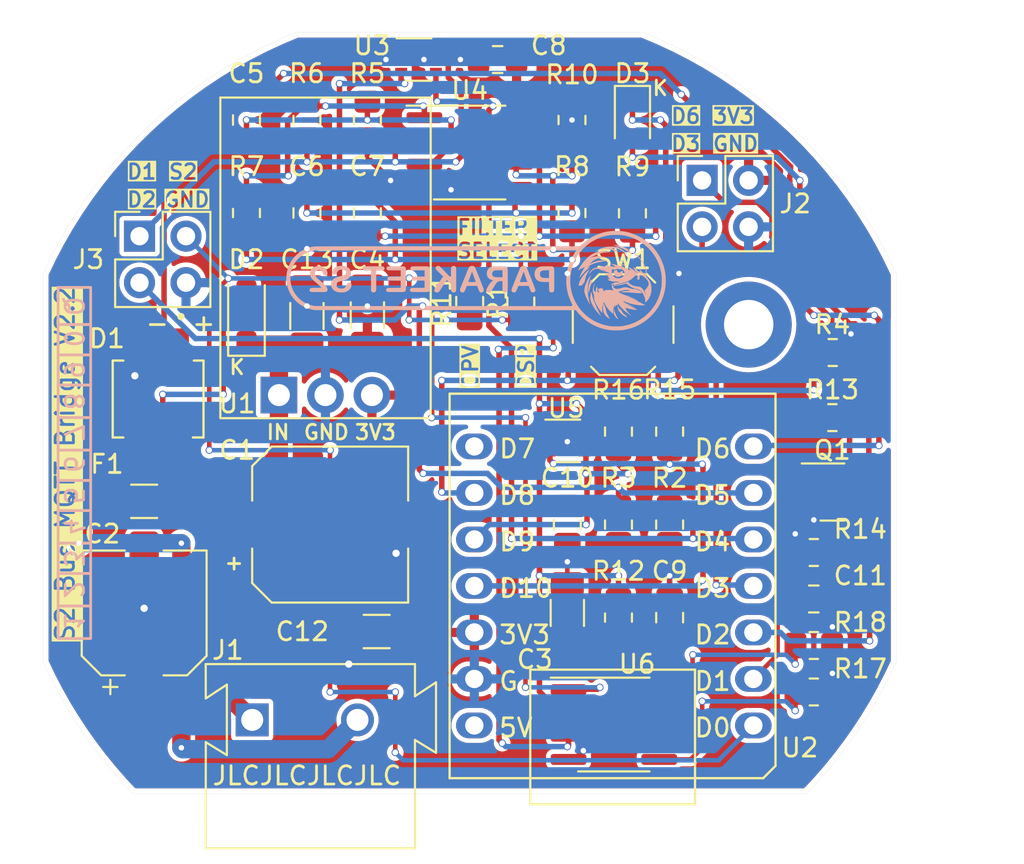
<source format=kicad_pcb>
(kicad_pcb (version 20221018) (generator pcbnew)
  (title_block (title "Simplebus 2 MQTT Bridge ESP32") (date "2024-01-28") (rev "V2.2") (company "Elektroarzt / Gurkenflieger"))
  (layers (0 "F.Cu" signal) (31 "B.Cu" signal) (34 "B.Paste" user) (35 "F.Paste" user) (36 "B.SilkS" user "B.Silkscreen") (37 "F.SilkS" user "F.Silkscreen") (38 "B.Mask" user) (39 "F.Mask" user) (44 "Edge.Cuts" user))
  (net 0 "")
  (net 1 "GND")
  (net 2 "S2 OUT")
  (net 3 "Net-(Q1-B)")
  (net 4 "Net-(J1-Pin_2)")
  (net 5 "Net-(J1-Pin_1)")
  (net 6 "Net-(Q1-C)")
  (net 7 "S2 IN")
  (net 8 "SDA1")
  (net 9 "Net-(D2-K)")
  (net 10 "+3.3V")
  (net 11 "Net-(D1-+)")
  (net 12 "Net-(D3-K)")
  (net 13 "Net-(D3-A)")
  (net 14 "Net-(U4A-+)")
  (net 16 "Net-(U4B-+)")
  (net 17 "BYPASS")
  (net 18 "Net-(D2-A)")
  (net 19 "Net-(U4B--)")
  (net 20 "S2")
  (net 21 "Net-(U2-PA7_A8_D8_SCK)")
  (net 23 "Net-(R6-Pad1)")
  (net 24 "DIV1")
  (net 25 "DIV2")
  (net 26 "Net-(J2-Pin_3)")
  (net 27 "Net-(J2-Pin_1)")
  (net 28 "SCL1")
  (net 29 "SCL2")
  (net 30 "Net-(C7-Pad2)")
  (net 31 "SDA2")
  (net 33 "Net-(U6B-+)")
  (net 34 "Net-(U6B--)")
  (footprint "Connector_PinHeader_1.00mm:PinHeader_1x02_P5.75mm_Vertical" (layer "F.Cu") (at 136.712 118.364 90)
    (fp_text reference "J1")
    (fp_text value "Bus connector")
  )
  (footprint "Capacitor_SMD:C_0805_2012Metric_Pad1.18x1.45mm_HandSolder" (layer "F.Cu") (at 167.386 111.76)
    (fp_text reference "C11")
    (fp_text value "100nF")
  )
  (footprint "Resistor_SMD:R_0805_2012Metric_Pad1.20x1.40mm_HandSolder" (layer "F.Cu") (at 154.178 85.598 90)
    (fp_text reference "R10")
    (fp_text value "10k")
  )
  (footprint "Resistor_SMD:R_0805_2012Metric_Pad1.20x1.40mm_HandSolder" (layer "F.Cu") (at 154.178 90.678 90)
    (fp_text reference "R8")
    (fp_text value "5,6K")
  )
  (footprint "Resistor_SMD:R_0805_2012Metric_Pad1.20x1.40mm_HandSolder" (layer "F.Cu") (at 167.386 109.22)
    (fp_text reference "R14")
    (fp_text value "2,2K")
  )
  (footprint "Capacitor_SMD:C_0805_2012Metric_Pad1.18x1.45mm_HandSolder" (layer "F.Cu") (at 139.7 90.678 -90)
    (fp_text reference "C6")
    (fp_text value "1nF")
  )
  (footprint "Resistor_SMD:R_0805_2012Metric_Pad1.20x1.40mm_HandSolder" (layer "F.Cu") (at 159.512 102.616 -90)
    (fp_text reference "R15")
    (fp_text value "10k")
  )
  (footprint "Capacitor_SMD:C_1206_3216Metric_Pad1.33x1.80mm_HandSolder" (layer "F.Cu") (at 153.924 112.522 90)
    (fp_text reference "C3")
    (fp_text value "10uF")
  )
  (footprint "Capacitor_SMD:C_0805_2012Metric_Pad1.18x1.45mm_HandSolder" (layer "F.Cu") (at 143.002 90.678 90)
    (fp_text reference "C7")
    (fp_text value "1nF")
  )
  (footprint "Resistor_SMD:R_0805_2012Metric_Pad1.20x1.40mm_HandSolder" (layer "F.Cu") (at 167.386 114.3 180)
    (fp_text reference "R18")
    (fp_text value "1M")
  )
  (footprint "MountingHole:MountingHole_2.7mm_M2.5_DIN965_Pad" (layer "F.Cu") (at 163.83 96.774)
    (fp_text reference "REF**" hide)
    (fp_text value "MountingHole_2.7mm_M2.5_DIN965_Pad")
  )
  (footprint "Package_TO_SOT_SMD:SOT-23" (layer "F.Cu") (at 168.402 105.918)
    (fp_text reference "Q1")
    (fp_text value "MMBT2222A")
  )
  (footprint "LED_SMD:LED_0805_2012Metric_Pad1.15x1.40mm_HandSolder" (layer "F.Cu") (at 157.48 85.598 -90)
    (fp_text reference "D3")
    (fp_text value "NCD0805R1")
  )
  (footprint "Capacitor_SMD:C_0805_2012Metric_Pad1.18x1.45mm_HandSolder" (layer "F.Cu") (at 150.114 82.296 180)
    (fp_text reference "C8")
    (fp_text value "100nF")
  )
  (footprint "Diode_SMD:D_SOD-123F" (layer "F.Cu") (at 136.398 96.266 90)
    (fp_text reference "D2")
    (fp_text value "SM4007PL")
  )
  (footprint "Resistor_SMD:R_0805_2012Metric_Pad1.20x1.40mm_HandSolder" (layer "F.Cu") (at 156.718 107.696 90)
    (fp_text reference "R3")
    (fp_text value "10k")
  )
  (footprint "Capacitor_SMD:C_1206_3216Metric_Pad1.33x1.80mm_HandSolder" (layer "F.Cu") (at 143.51 113.538 180)
    (fp_text reference "C12")
    (fp_text value "10uF")
  )
  (footprint "Resistor_SMD:R_0805_2012Metric_Pad1.20x1.40mm_HandSolder" (layer "F.Cu") (at 143.002 85.598 -90)
    (fp_text reference "R5")
    (fp_text value "5,1K")
  )
  (footprint "Capacitor_SMD:C_1206_3216Metric_Pad1.33x1.80mm_HandSolder" (layer "F.Cu") (at 139.7 96.3045 90)
    (fp_text reference "C13")
    (fp_text value "10uF")
  )
  (footprint "Resistor_SMD:R_0805_2012Metric_Pad1.20x1.40mm_HandSolder" (layer "F.Cu") (at 156.718 112.776 90)
    (fp_text reference "R12")
    (fp_text value "100K")
  )
  (footprint "Resistor_SMD:R_0805_2012Metric_Pad1.20x1.40mm_HandSolder" (layer "F.Cu") (at 139.7 85.598 -90)
    (fp_text reference "R6")
    (fp_text value "100K")
  )
  (footprint "Capacitor_SMD:C_0805_2012Metric_Pad1.18x1.45mm_HandSolder" (layer "F.Cu") (at 136.398 85.598 -90)
    (fp_text reference "C5")
    (fp_text value "1,5nF")
  )
  (footprint "Capacitor_SMD:C_1206_3216Metric_Pad1.33x1.80mm_HandSolder" (layer "F.Cu") (at 130.81 106.426)
    (fp_text reference "F1")
    (fp_text value "Polyfuse 120mA")
  )
  (footprint "Resistor_SMD:R_0805_2012Metric_Pad1.20x1.40mm_HandSolder" (layer "F.Cu") (at 136.398 90.678 -90)
    (fp_text reference "R7")
    (fp_text value "5,6K")
  )
  (footprint "Resistor_SMD:R_0805_2012Metric_Pad1.20x1.40mm_HandSolder" (layer "F.Cu") (at 168.402 101.854)
    (fp_text reference "R13")
    (fp_text value "220R")
  )
  (footprint "Resistor_SMD:R_0805_2012Metric_Pad1.20x1.40mm_HandSolder" (layer "F.Cu") (at 167.386 116.84 180)
    (fp_text reference "R17")
    (fp_text value "10k")
  )
  (footprint "Resistor_SMD:R_0805_2012Metric_Pad1.20x1.40mm_HandSolder" (layer "F.Cu") (at 159.512 107.696 90)
    (fp_text reference "R2")
    (fp_text value "10k")
  )
  (footprint "Capacitor_SMD:C_0805_2012Metric_Pad1.18x1.45mm_HandSolder" (layer "F.Cu") (at 159.512 112.776 90)
    (fp_text reference "C9")
    (fp_text value "100nF")
  )
  (footprint "Capacitor_SMD:C_Elec_8x10.2" (layer "F.Cu") (at 140.97 107.696)
    (fp_text reference "C1")
    (fp_text value "150uF")
  )
  (footprint "Resistor_SMD:R_0805_2012Metric_Pad1.20x1.40mm_HandSolder" (layer "F.Cu") (at 148.59 95.488 -90)
    (fp_text reference "R11")
    (fp_text value "0R")
  )
  (footprint "Package_SO:SOIC-8_3.9x4.9mm_P1.27mm" (layer "F.Cu") (at 156.464 118.618)
    (fp_text reference "U6")
    (fp_text value "LM393")
  )
  (footprint "Button_Switch_SMD:SW_Push_1P1T_XKB_TS-1187A" (layer "F.Cu") (at 156.972 96.774 180)
    (fp_text reference "SW1")
    (fp_text value "SW_Push")
  )
  (footprint "Package_TO_SOT_SMD:SOT-363_SC-70-6" (layer "F.Cu") (at 153.924 103.124)
    (fp_text reference "U5")
    (fp_text value "MCP4017T-104E/LT")
  )
  (footprint "Package_TO_SOT_SMD:SOT-363_SC-70-6" (layer "F.Cu") (at 145.796 82.296)
    (fp_text reference "U3")
    (fp_text value "MCP4017T-104E/LT")
  )
  (footprint "Capacitor_SMD:C_0805_2012Metric_Pad1.18x1.45mm_HandSolder" (layer "F.Cu") (at 153.924 107.696 -90)
    (fp_text reference "C10")
    (fp_text value "100nF")
  )
  (footprint "Resistor_SMD:R_0805_2012Metric_Pad1.20x1.40mm_HandSolder" (layer "F.Cu") (at 157.48 90.694 -90)
    (fp_text reference "R9")
    (fp_text value "10k")
  )
  (footprint "Connector_PinHeader_2.54mm:PinHeader_2x02_P2.54mm_Vertical" (layer "F.Cu") (at 130.556 91.943)
    (fp_text reference "J3")
    (fp_text value "Pin Header 2,54mm")
  )
  (footprint "Capacitor_SMD:CP_Elec_6.3x7.7" (layer "F.Cu") (at 130.81 112.522 90)
    (fp_text reference "C2")
    (fp_text value "470uF")
  )
  (footprint "Connector_PinHeader_2.54mm:PinHeader_2x02_P2.54mm_Vertical" (layer "F.Cu") (at 161.285 88.895)
    (fp_text reference "J2")
    (fp_text value "Pin Header 2,54mm")
  )
  (footprint "Module:SIP-3 GAPTEC LMO78_xx-x.x" (layer "F.Cu") (at 140.711 101.873)
    (fp_text reference "U1")
    (fp_text value "LMO78_03-1.0" hide)
  )
  (footprint "Resistor_SMD:R_0805_2012Metric_Pad1.20x1.40mm_HandSolder" (layer "F.Cu") (at 151.384 95.52 -90)
    (fp_text reference "R1")
    (fp_text value "1R")
  )
  (footprint "Package_SO:SOIC-8_3.9x4.9mm_P1.27mm" (layer "F.Cu") (at 148.59 87.376)
    (fp_text reference "U4")
    (fp_text value "MCP602")
  )
  (footprint "Resistor_SMD:R_0805_2012Metric_Pad1.20x1.40mm_HandSolder" (layer "F.Cu") (at 168.418 98.298)
    (fp_text reference "R4")
    (fp_text value "100R")
  )
  (footprint "Diode_SMD:SOIC245P670X290-4N" (layer "F.Cu") (at 131.572 100.838 -90)
    (fp_text reference "D1")
    (fp_text value "MB10S")
  )
  (footprint "RF_Module:MODULE14P-THT-2.54-21X17.8MM" (layer "F.Cu") (at 164.084 118.6675 180)
    (fp_text reference "U2")
    (fp_text value "MODULE-SEEEDUINO-XIAO-ESP32C3")
  )
  (footprint "Resistor_SMD:R_0805_2012Metric_Pad1.20x1.40mm_HandSolder" (layer "F.Cu") (at 156.718 102.616 -90)
    (fp_text reference "R16")
    (fp_text value "10k")
  )
  (footprint "Capacitor_SMD:C_1206_3216Metric_Pad1.33x1.80mm_HandSolder" (layer "F.Cu") (at 143.002 96.266 90)
    (fp_text reference "C4")
    (fp_text value "22uF")
  )
  (gr_poly (pts (xy 145.711908 93.58894) (xy 145.657474 93.589229) (xy 145.61045 93.589563) (xy 145.570244 93.589964) (xy 145.536261 93.590451) (xy 145.507906 93.591045) (xy 145.495654 93.59139) (xy 145.484586 93.591768) (xy 145.474628 93.592184) (xy 145.465706 93.59264) (xy 145.457745 93.593138) (xy 145.450671 93.593681) (xy 145.44441 93.594272) (xy 145.438888 93.594912) (xy 145.43403 93.595606) (xy 145.429762 93.596354) (xy 145.42601 93.597161) (xy 145.422699 93.598028) (xy 145.419756 93.598958) (xy 145.417105 93.599954) (xy 145.414673 93.601018) (xy 145.412385 93.602152) (xy 145.407945 93.604645) (xy 145.401396 93.608787) (xy 145.395246 93.613263) (xy 145.389494 93.618051) (xy 145.384142 93.623127) (xy 145.37919 93.62847) (xy 145.374639 93.634057) (xy 145.370491 93.639866) (xy 145.366747 93.645875) (xy 145.363406 93.652063) (xy 145.36047 93.658405) (xy 145.35794 93.664881) (xy 145.355817 93.671468) (xy 145.354102 93.678144) (xy 145.352795 93.684887) (xy 145.351898 93.691674) (xy 145.351412 93.698483) (xy 145.351337 93.705293) (xy 145.351673 93.71208) (xy 145.352424 93.718823) (xy 145.353588 93.725499) (xy 145.355167 93.732086) (xy 145.357162 93.738562) (xy 145.359574 93.744904) (xy 145.362403 93.751091) (xy 145.365651 93.757101) (xy 145.369319 93.76291) (xy 145.373407 93.768497) (xy 145.377916 93.77384) (xy 145.382847 93.778916) (xy 145.388202 93.783703) (xy 145.39398 93.788179) (xy 145.400184 93.792322) (xy 145.409253 93.797683) (xy 145.420347 93.801737) (xy 145.437875 93.8047) (xy 145.466241 93.806786) (xy 145.509855 93.808211) (xy 145.573122 93.80919) (xy 145.776244 93.810667) (xy 146.127612 93.812784) (xy 146.127612 94.150039) (xy 145.807995 94.152155) (xy 145.708666 94.152909) (xy 145.631827 94.153688) (xy 145.600828 94.154136) (xy 145.574236 94.154649) (xy 145.551645 94.155246) (xy 145.532652 94.155948) (xy 145.51685 94.156774) (xy 145.503834 94.157744) (xy 145.498245 94.158289) (xy 145.4932 94.158877) (xy 145.488649 94.15951) (xy 145.484542 94.160193) (xy 145.480827 94.160925) (xy 145.477454 94.161711) (xy 145.474373 94.162552) (xy 145.471533 94.163452) (xy 145.468883 94.164411) (xy 145.466372 94.165434) (xy 145.461567 94.167678) (xy 145.455035 94.171251) (xy 145.448932 94.175093) (xy 145.443256 94.179211) (xy 145.438008 94.183608) (xy 145.433185 94.188291) (xy 145.428788 94.193264) (xy 145.424814 94.198533) (xy 145.421262 94.204102) (xy 145.418133 94.209978) (xy 145.415423 94.216164) (xy 145.413134 94.222667) (xy 145.411263 94.229491) (xy 145.40981 94.236642) (xy 145.408773 94.244125) (xy 145.408152 94.251944) (xy 145.407945 94.260106) (xy 145.408142 94.267562) (xy 145.408732 94.274844) (xy 145.409708 94.281942) (xy 145.411065 94.288846) (xy 145.412798 94.295548) (xy 145.414903 94.302038) (xy 145.417373 94.308307) (xy 145.418744 94.311355) (xy 145.420204 94.314345) (xy 145.421753 94.317275) (xy 145.42339 94.320144) (xy 145.425115 94.32295) (xy 145.426927 94.325693) (xy 145.428826 94.328372) (xy 145.430809 94.330985) (xy 145.432878 94.33353) (xy 145.435031 94.336008) (xy 145.437268 94.338416) (xy 145.439588 94.340754) (xy 145.441991 94.343021) (xy 145.444475 94.345215) (xy 145.44704 94.347334) (xy 145.449686 94.349379) (xy 145.452412 94.351348) (xy 145.455217 94.353239) (xy 145.462863 94.357033) (xy 145.474586 94.360041) (xy 145.493403 94.362404) (xy 145.522332 94.364263) (xy 145.564392 94.365759) (xy 145.622599 94.36703) (xy 145.799528 94.369467) (xy 146.124084 94.372995) (xy 146.126199 94.568433) (xy 146.127612 94.763872) (xy 145.769894 94.765989) (xy 145.654751 94.766745) (xy 145.607691 94.767128) (xy 145.566959 94.767543) (xy 145.532049 94.768012) (xy 145.502451 94.768556) (xy 145.477656 94.769198) (xy 145.457157 94.769958) (xy 145.44836 94.770389) (xy 145.440445 94.770859) (xy 145.43335 94.771368) (xy 145.427011 94.771922) (xy 145.421365 94.772521) (xy 145.416347 94.773169) (xy 145.411895 94.773868) (xy 145.407945 94.774621) (xy 145.404433 94.775431) (xy 145.401295 94.776301) (xy 145.398468 94.777233) (xy 145.39589 94.77823) (xy 145.393495 94.779295) (xy 145.39122 94.78043) (xy 145.386778 94.782922) (xy 145.379865 94.787148) (xy 145.373414 94.791626) (xy 145.367421 94.79636) (xy 145.361885 94.801355) (xy 145.356804 94.806614) (xy 145.352176 94.812142) (xy 145.347998 94.817943) (xy 145.344269 94.824021) (xy 145.340986 94.83038) (xy 145.338147 94.837024) (xy 145.335751 94.843958) (xy 145.333795 94.851185) (xy 145.332278 94.85871) (xy 145.331196 94.866536) (xy 145.330549 94.874669) (xy 145.330334 94.883111) (xy 145.330517 94.891406) (xy 145.33107 94.899361) (xy 145.331487 94.903214) (xy 145.331999 94.906986) (xy 145.332606 94.910677) (xy 145.33331 94.914288) (xy 145.334111 94.917821) (xy 145.33501 94.921276) (xy 145.336008 94.924655) (xy 145.337105 94.927958) (xy 145.338303 94.931187) (xy 145.339601 94.934342) (xy 145.341001 94.937426) (xy 145.342504 94.940437) (xy 145.34411 94.943379) (xy 145.345821 94.946251) (xy 145.347636 94.949056) (xy 145.349557 94.951793) (xy 145.351584 94.954463) (xy 145.353719 94.957069) (xy 145.355961 94.959611) (xy 145.358313 94.962089) (xy 145.360774 94.964506) (xy 145.363345 94.966861) (xy 145.366027 94.969157) (xy 145.368822 94.971394) (xy 145.371729 94.973573) (xy 145.374749 94.975695) (xy 145.377884 94.977761) (xy 145.381133 94.979772) (xy 145.390064 94.984232) (xy 145.403105 94.987666) (xy 145.425026 94.99024) (xy 145.460597 94.99212) (xy 145.591775 94.994457) (xy 145.834806 94.996) (xy 146.03331 94.996507) (xy 146.110312 94.996323) (xy 146.173473 94.995824) (xy 146.223537 94.994994) (xy 146.261248 94.993817) (xy 146.28735 94.992277) (xy 146.296281 94.991365) (xy 146.302588 94.990356) (xy 146.311294 94.988165) (xy 146.31968 94.985563) (xy 146.327742 94.982551) (xy 146.335474 94.979133) (xy 146.342871 94.975309) (xy 146.349928 94.971082) (xy 146.35664 94.966455) (xy 146.363002 94.961428) (xy 146.369008 94.956004) (xy 146.374653 94.950186) (xy 146.379933 94.943975) (xy 146.384841 94.937373) (xy 146.389373 94.930382) (xy 146.393524 94.923005) (xy 146.397288 94.915244) (xy 146.400661 94.9071) (xy 146.40465 94.894127) (xy 146.407706 94.874622) (xy 146.40995 94.842782) (xy 146.411509 94.7928) (xy 146.413063 94.615199) (xy 146.413361 94.295384) (xy 146.41292 94.016314) (xy 146.412319 93.913912) (xy 146.411421 93.833421) (xy 146.410192 93.772708) (xy 146.408599 93.729638) (xy 146.407655 93.714054) (xy 146.406609 93.70208) (xy 146.405454 93.693451) (xy 146.404189 93.6879) (xy 146.400929 93.677886) (xy 146.397224 93.668471) (xy 146.393061 93.659646) (xy 146.388424 93.651399) (xy 146.3833 93.643718) (xy 146.377673 93.636592) (xy 146.371529 93.630009) (xy 146.364855 93.623959) (xy 146.357634 93.61843) (xy 146.349853 93.61341) (xy 146.341498 93.608889) (xy 146.332553 93.604854) (xy 146.323005 93.601295) (xy 146.312839 93.5982) (xy 146.302041 93.595557) (xy 146.290595 93.593356) (xy 146.245538 93.591393) (xy 146.146573 93.589828) (xy 145.845389 93.588417)) (fill solid) (layer "B.SilkS"))
  (gr_poly (pts (xy 156.770905 93.453413) (xy 156.766486 93.45365) (xy 156.763159 93.454) (xy 156.761062 93.45447) (xy 156.760518 93.454752) (xy 156.760333 93.455067) (xy 156.760548 93.455553) (xy 156.761175 93.456208) (xy 156.763567 93.45798) (xy 156.767305 93.460285) (xy 156.772184 93.463026) (xy 156.784555 93.469429) (xy 156.79905 93.47641) (xy 156.814042 93.483193) (xy 156.827901 93.489) (xy 156.833897 93.491294) (xy 156.838998 93.493054) (xy 156.843002 93.494181) (xy 156.845705 93.494578) (xy 156.846819 93.494635) (xy 156.848037 93.494801) (xy 156.849345 93.495071) (xy 156.850732 93.495438) (xy 156.852185 93.495896) (xy 156.853692 93.496438) (xy 156.85524 93.49706) (xy 156.856818 93.497753) (xy 156.858411 93.498513) (xy 156.860009 93.499332) (xy 156.861599 93.500206) (xy 156.863168 93.501126) (xy 156.864703 93.502089) (xy 156.866194 93.503086) (xy 156.867626 93.504112) (xy 156.868989 93.505161) (xy 156.870507 93.50621) (xy 156.872144 93.507237) (xy 156.873884 93.508234) (xy 156.875713 93.509196) (xy 156.877617 93.510117) (xy 156.87958 93.51099) (xy 156.881589 93.51181) (xy 156.883629 93.51257) (xy 156.885685 93.513263) (xy 156.887744 93.513884) (xy 156.88979 93.514427) (xy 156.891809 93.514885) (xy 156.893787 93.515252) (xy 156.895709 93.515521) (xy 156.89756 93.515688) (xy 156.899327 93.515745) (xy 156.900181 93.515753) (xy 156.901021 93.515777) (xy 156.901847 93.515817) (xy 156.902658 93.515873) (xy 156.903453 93.515943) (xy 156.904231 93.516028) (xy 156.904991 93.516128) (xy 156.905732 93.516241) (xy 156.906454 93.516367) (xy 156.907155 93.516507) (xy 156.907835 93.516659) (xy 156.908493 93.516824) (xy 156.909127 93.517) (xy 156.909737 93.517188) (xy 156.910322 93.517387) (xy 156.910881 93.517597) (xy 156.911413 93.517817) (xy 156.911917 93.518047) (xy 156.912393 93.518286) (xy 156.912839 93.518535) (xy 156.913255 93.518793) (xy 156.913639 93.519058) (xy 156.913991 93.519332) (xy 156.914309 93.519614) (xy 156.914594 93.519903) (xy 156.914843 93.520198) (xy 156.915057 93.520501) (xy 156.915234 93.520809) (xy 156.915373 93.521123) (xy 156.915474 93.521442) (xy 156.915534 93.521766) (xy 156.915555 93.522094) (xy 156.915592 93.522427) (xy 156.915701 93.522764) (xy 156.915882 93.523104) (xy 156.916131 93.523446) (xy 156.916829 93.524139) (xy 156.917782 93.52484) (xy 156.918974 93.525544) (xy 156.920392 93.526249) (xy 156.92202 93.526953) (xy 156.923845 93.527651) (xy 156.925852 93.528341) (xy 156.928026 93.529019) (xy 156.932819 93.53033) (xy 156.938108 93.531558) (xy 156.943777 93.532678) (xy 156.946841 93.533107) (xy 156.949934 93.533596) (xy 156.956125 93.534728) (xy 156.962182 93.536027) (xy 156.967943 93.53744) (xy 156.97324 93.53892) (xy 156.975663 93.53967) (xy 156.977908 93.540417) (xy 156.979956 93.541156) (xy 156.981784 93.54188) (xy 156.983372 93.542584) (xy 156.984699 93.543261) (xy 156.993615 93.547599) (xy 157.002577 93.551607) (xy 157.011499 93.555267) (xy 157.020297 93.558563) (xy 157.028884 93.561479) (xy 157.037174 93.563998) (xy 157.045082 93.566104) (xy 157.052521 93.567779) (xy 157.059407 93.569008) (xy 157.065652 93.569775) (xy 157.068509 93.569979) (xy 157.071173 93.570061) (xy 157.073634 93.57002) (xy 157.075882 93.569852) (xy 157.077905 93.569556) (xy 157.079693 93.56913) (xy 157.081236 93.568571) (xy 157.082522 93.567879) (xy 157.083541 93.567049) (xy 157.084283 93.566082) (xy 157.084735 93.564973) (xy 157.084888 93.563722) (xy 157.084684 93.562597) (xy 157.084212 93.561346) (xy 157.083484 93.559976) (xy 157.082515 93.558498) (xy 157.079906 93.555256) (xy 157.076488 93.551695) (xy 157.072367 93.54789) (xy 157.067649 93.543916) (xy 157.062439 93.539849) (xy 157.056843 93.535765) (xy 157.050965 93.531738) (xy 157.044912 93.527845) (xy 157.038788 93.524161) (xy 157.032699 93.520761) (xy 157.026751 93.51772) (xy 157.021049 93.515115) (xy 157.015699 93.51302) (xy 157.010805 93.511511) (xy 157.009885 93.511305) (xy 157.008979 93.511082) (xy 157.008087 93.510845) (xy 157.007211 93.510595) (xy 157.006351 93.510331) (xy 157.005509 93.510055) (xy 157.004686 93.509769) (xy 157.003882 93.509472) (xy 157.003099 93.509165) (xy 157.002337 93.508851) (xy 157.001598 93.508529) (xy 157.000883 93.5082) (xy 157.000193 93.507865) (xy 156.999529 93.507526) (xy 156.998891 93.507183) (xy 156.998281 93.506837) (xy 156.997701 93.506489) (xy 156.99715 93.506139) (xy 156.99663 93.50579) (xy 156.996143 93.505441) (xy 156.995688 93.505094) (xy 156.995268 93.504749) (xy 156.994882 93.504407) (xy 156.994533 93.50407) (xy 156.994221 93.503738) (xy 156.993948 93.503412) (xy 156.993713 93.503093) (xy 156.993519 93.502781) (xy 156.993366 93.502479) (xy 156.993256 93.502186) (xy 156.993189 93.501904) (xy 156.993166 93.501634) (xy 156.993125 93.501363) (xy 156.993003 93.501081) (xy 156.992525 93.500486) (xy 156.991748 93.499855) (xy 156.990686 93.499197) (xy 156.989355 93.498518) (xy 156.987771 93.497826) (xy 156.98595 93.497127) (xy 156.983906 93.49643) (xy 156.981655 93.495741) (xy 156.979214 93.495067) (xy 156.976596 93.494416) (xy 156.973819 93.493795) (xy 156.970896 93.493211) (xy 156.967845 93.492672) (xy 156.96468 93.492184) (xy 156.961416 93.491756) (xy 156.958153 93.491202) (xy 156.954988 93.490604) (xy 156.951936 93.489964) (xy 156.949014 93.489286) (xy 156.946236 93.488576) (xy 156.943619 93.487837) (xy 156.941177 93.487073) (xy 156.938927 93.486288) (xy 156.936883 93.485486) (xy 156.935061 93.484673) (xy 156.934239 93.484262) (xy 156.933477 93.483851) (xy 156.932779 93.483438) (xy 156.932147 93.483024) (xy 156.931581 93.482611) (xy 156.931085 93.482198) (xy 156.930659 93.481786) (xy 156.930307 93.481376) (xy 156.93003 93.480968) (xy 156.929829 93.480562) (xy 156.929707 93.48016) (xy 156.929666 93.479761) (xy 156.929646 93.479433) (xy 156.929585 93.479108) (xy 156.929484 93.478789) (xy 156.929345 93.478475) (xy 156.929168 93.478167) (xy 156.928955 93.477865) (xy 156.928421 93.477281) (xy 156.92775 93.476725) (xy 156.92695 93.476202) (xy 156.926028 93.475713) (xy 156.924992 93.475263) (xy 156.923848 93.474855) (xy 156.922604 93.47449) (xy 156.921267 93.474174) (xy 156.919844 93.473908) (xy 156.918342 93.473695) (xy 156.916769 93.47354) (xy 156.915132 93.473444) (xy 156.913438 93.473411) (xy 156.911712 93.473379) (xy 156.909978 93.473283) (xy 156.908246 93.473128) (xy 156.906526 93.472915) (xy 156.904826 93.472649) (xy 156.903157 93.472332) (xy 156.901526 93.471968) (xy 156.899945 93.471559) (xy 156.898421 93.471109) (xy 156.896964 93.470621) (xy 156.895584 93.470097) (xy 156.894289 93.469542) (xy 156.89309 93.468957) (xy 156.891995 93.468347) (xy 156.891014 93.467714) (xy 156.890155 93.467061) (xy 156.889372 93.466392) (xy 156.888358 93.465711) (xy 156.887129 93.465021) (xy 156.885701 93.464327) (xy 156.884092 93.463633) (xy 156.882317 93.462944) (xy 156.878337 93.461593) (xy 156.873894 93.460309) (xy 156.869121 93.459124) (xy 156.864149 93.458071) (xy 156.859111 93.457184) (xy 156.84494 93.455935) (xy 156.829091 93.454869) (xy 156.812664 93.454033) (xy 156.796757 93.453479) (xy 156.782471 93.453256)) (fill solid) (layer "B.SilkS"))
  (gr_poly (pts (xy 155.225864 94.997444) (xy 155.225281 94.997543) (xy 155.224707 94.997707) (xy 155.224141 94.997936) (xy 155.223037 94.998588) (xy 155.221968 94.999495) (xy 155.220937 95.000654) (xy 155.219944 95.002062) (xy 155.21899 95.003716) (xy 155.218077 95.005613) (xy 155.217204 95.00775) (xy 155.216375 95.010124) (xy 155.215588 95.012731) (xy 155.214846 95.015568) (xy 155.21415 95.018633) (xy 155.2135 95.021922) (xy 155.212897 95.025433) (xy 155.212344 95.029161) (xy 155.21179 95.032325) (xy 155.211192 95.035452) (xy 155.210552 95.038523) (xy 155.209874 95.041519) (xy 155.209164 95.04442) (xy 155.208425 95.047207) (xy 155.207661 95.049858) (xy 155.206876 95.052356) (xy 155.206074 95.054681) (xy 155.205261 95.056812) (xy 155.204439 95.05873) (xy 155.203613 95.060415) (xy 155.202786 95.061848) (xy 155.202375 95.062464) (xy 155.201964 95.06301) (xy 155.201556 95.063483) (xy 155.201151 95.06388) (xy 155.200748 95.0642) (xy 155.200349 95.064439) (xy 155.199697 95.065131) (xy 155.199064 95.066134) (xy 155.198453 95.067431) (xy 155.197869 95.069003) (xy 155.197313 95.070831) (xy 155.19679 95.072897) (xy 155.196302 95.075183) (xy 155.195851 95.077668) (xy 155.195078 95.083167) (xy 155.194496 95.089244) (xy 155.194128 95.095751) (xy 155.194 95.102539) (xy 155.193975 95.105967) (xy 155.193903 95.109358) (xy 155.193786 95.11269) (xy 155.193625 95.115945) (xy 155.193422 95.1191) (xy 155.193181 95.122135) (xy 155.192902 95.125029) (xy 155.192588 95.127763) (xy 155.192241 95.130314) (xy 155.191864 95.132663) (xy 155.191457 95.134789) (xy 155.191023 95.13667) (xy 155.190564 95.138287) (xy 155.190083 95.139619) (xy 155.189581 95.140645) (xy 155.189323 95.141037) (xy 155.189061 95.141345) (xy 155.188548 95.141987) (xy 155.18807 95.142848) (xy 155.187626 95.143913) (xy 155.187219 95.14517) (xy 155.18685 95.146604) (xy 155.186518 95.148203) (xy 155.186226 95.149952) (xy 155.185974 95.15184) (xy 155.185763 95.153851) (xy 155.185595 95.155972) (xy 155.185389 95.160494) (xy 155.185366 95.165296) (xy 155.185533 95.170272) (xy 155.185756 95.172651) (xy 155.185899 95.175015) (xy 155.185964 95.177351) (xy 155.185952 95.179643) (xy 155.185865 95.181877) (xy 155.185706 95.184039) (xy 155.185477 95.186114) (xy 155.18518 95.188087) (xy 155.184817 95.189945) (xy 155.184389 95.191673) (xy 155.1839 95.193256) (xy 155.18335 95.19468) (xy 155.183053 95.195328) (xy 155.182743 95.19593) (xy 155.182418 95.196486) (xy 155.182079 95.196992) (xy 155.181727 95.197448) (xy 155.181362 95.197852) (xy 155.180984 95.198201) (xy 155.180594 95.198495) (xy 155.179633 95.199622) (xy 155.178733 95.201769) (xy 155.177121 95.208851) (xy 155.175757 95.219196) (xy 155.174641 95.232262) (xy 155.173152 95.264388) (xy 155.172656 95.300888) (xy 155.173152 95.337421) (xy 155.174641 95.369647) (xy 155.175757 95.382788) (xy 155.177121 95.393224) (xy 155.178733 95.400412) (xy 155.179633 95.402619) (xy 155.180594 95.403811) (xy 155.180984 95.404028) (xy 155.181362 95.404281) (xy 155.181727 95.404568) (xy 155.182078 95.404887) (xy 155.182738 95.40562) (xy 155.183339 95.406468) (xy 155.183878 95.407419) (xy 155.184352 95.408462) (xy 155.184758 95.409586) (xy 155.185092 95.410779) (xy 155.185352 95.412029) (xy 155.185534 95.413326) (xy 155.185636 95.414659) (xy 155.185654 95.416015) (xy 155.185585 95.417384) (xy 155.185427 95.418753) (xy 155.185175 95.420112) (xy 155.184827 95.42145) (xy 155.184639 95.422115) (xy 155.184472 95.422788) (xy 155.184196 95.424147) (xy 155.183999 95.425516) (xy 155.183879 95.426885) (xy 155.183833 95.428241) (xy 155.18386 95.429574) (xy 155.183957 95.430871) (xy 155.184122 95.432122) (xy 155.184353 95.433314) (xy 155.184648 95.434438) (xy 155.184819 95.43497) (xy 155.185005 95.435481) (xy 155.185207 95.435969) (xy 155.185422 95.436432) (xy 155.185653 95.43687) (xy 155.185898 95.43728) (xy 155.186156 95.437661) (xy 155.186428 95.438013) (xy 155.186714 95.438333) (xy 155.187013 95.438619) (xy 155.187325 95.438872) (xy 155.187649 95.439089) (xy 155.188302 95.439567) (xy 155.188935 95.440201) (xy 155.189545 95.440982) (xy 155.19013 95.4419) (xy 155.190685 95.442947) (xy 155.191209 95.444112) (xy 155.191697 95.445387) (xy 155.192147 95.446762) (xy 155.192556 95.448228) (xy 155.19292 95.449776) (xy 155.193237 95.451396) (xy 155.193503 95.453079) (xy 155.193716 95.454815) (xy 155.193871 95.456597) (xy 155.193967 95.458413) (xy 155.194 95.460255) (xy 155.194008 95.461111) (xy 155.194032 95.461957) (xy 155.194072 95.462793) (xy 155.194128 95.463617) (xy 155.194198 95.464428) (xy 155.194283 95.465224) (xy 155.194382 95.466006) (xy 155.194496 95.466771) (xy 155.194622 95.467519) (xy 155.194762 95.468247) (xy 155.194914 95.468956) (xy 155.195078 95.469644) (xy 155.195255 95.47031) (xy 155.195443 95.470952) (xy 155.195642 95.47157) (xy 155.195851 95.472162) (xy 155.196072 95.472727) (xy 155.196302 95.473264) (xy 155.196541 95.473772) (xy 155.19679 95.47425) (xy 155.197047 95.474696) (xy 155.197313 95.475109) (xy 155.197587 95.475489) (xy 155.197869 95.475833) (xy 155.198158 95.476141) (xy 155.198453 95.476412) (xy 155.198755 95.476645) (xy 155.199064 95.476838) (xy 155.199377 95.47699) (xy 155.199697 95.4771) (xy 155.200021 95.477167) (xy 155.200349 95.477189) (xy 155.200684 95.47723) (xy 155.201026 95.477352) (xy 155.20173 95.47783) (xy 155.202455 95.478608) (xy 155.203194 95.47967) (xy 155.203941 95.481) (xy 155.20469 95.482584) (xy 155.205435 95.484406) (xy 155.20617 95.486449) (xy 155.206888 95.4887) (xy 155.207584 95.491142) (xy 155.208251 95.493759) (xy 155.208882 95.496537) (xy 155.209472 95.499459) (xy 155.210015 95.50251) (xy 155.210504 95.505676) (xy 155.210932 95.508939) (xy 155.211486 95.512202) (xy 155.212083 95.515367) (xy 155.21272 95.518419) (xy 155.213391 95.521341) (xy 155.214091 95.524119) (xy 155.214815 95.526736) (xy 155.215557 95.529178) (xy 155.216313 95.531429) (xy 155.217077 95.533472) (xy 155.217844 95.535294) (xy 155.218609 95.536878) (xy 155.218989 95.537576) (xy 155.219366 95.538209) (xy 155.219741 95.538774) (xy 155.220112 95.539271) (xy 155.220478 95.539696) (xy 155.220839 95.540048) (xy 155.221195 95.540326) (xy 155.221544 95.540526) (xy 155.221887 95.540648) (xy 155.222222 95.540689) (xy 155.222556 95.540724) (xy 155.222899 95.540827) (xy 155.223248 95.540997) (xy 155.223604 95.541232) (xy 155.224332 95.541889) (xy 155.225077 95.542784) (xy 155.225835 95.543902) (xy 155.2266 95.545228) (xy 155.227367 95.546749) (xy 155.228131 95.54845) (xy 155.228886 95.550316) (xy 155.229629 95.552334) (xy 155.230352 95.554487) (xy 155.231052 95.556763) (xy 155.231723 95.559146) (xy 155.23236 95.561622) (xy 155.232957 95.564176) (xy 155.23351 95.566795) (xy 155.234055 95.569554) (xy 155.234628 95.572265) (xy 155.235224 95.574915) (xy 155.235837 95.577488) (xy 155.236462 95.57997) (xy 155.237095 95.582347) (xy 155.23773 95.584604) (xy 155.238361 95.586726) (xy 155.238985 95.5887) (xy 155.239595 95.590511) (xy 155.240186 95.592143) (xy 155.240753 95.593584) (xy 155.241292 95.594817) (xy 155.241797 95.59583) (xy 155.242262 95.596607) (xy 155.242683 95.597134) (xy 155.244408 95.599144) (xy 155.246861 95.602895) (xy 155.253486 95.614651) (xy 155.261633 95.630458) (xy 155.270376 95.648374) (xy 155.278787 95.666456) (xy 155.285942 95.682759) (xy 155.290914 95.695342) (xy 155.292292 95.699631) (xy 155.292777 95.702261) (xy 155.292785 95.702656) (xy 155.29281 95.703046) (xy 155.29285 95.703431) (xy 155.292905 95.70381) (xy 155.292976 95.704183) (xy 155.293061 95.70455) (xy 155.29316 95.704909) (xy 155.293273 95.70526) (xy 155.2934 95.705603) (xy 155.293539 95.705937) (xy 155.293692 95.706262) (xy 155.293856 95.706577) (xy 155.294033 95.706882) (xy 155.294221 95.707176) (xy 155.29442 95.707459) (xy 155.294629 95.707729) (xy 155.294849 95.707988) (xy 155.295079 95.708233) (xy 155.295319 95.708465) (xy 155.295568 95.708683) (xy 155.295825 95.708886) (xy 155.296091 95.709075) (xy 155.296365 95.709248) (xy 155.296647 95.709405) (xy 155.296935 95.709545) (xy 155.297231 95.709669) (xy 155.297533 95.709775) (xy 155.297841 95.709862) (xy 155.298155 95.709932) (xy 155.298474 95.709982) (xy 155.298798 95.710012) (xy 155.299127 95.710022) (xy 155.299462 95.710047) (xy 155.299804 95.71012) (xy 155.300154 95.71024) (xy 155.300509 95.710407) (xy 155.301237 95.710873) (xy 155.301982 95.711511) (xy 155.30274 95.712309) (xy 155.303505 95.713259) (xy 155.304272 95.714352) (xy 155.305036 95.715579) (xy 155.305792 95.716929) (xy 155.306534 95.718394) (xy 155.307258 95.719964) (xy 155.307958 95.721631) (xy 155.308629 95.723384) (xy 155.309265 95.725215) (xy 155.309863 95.727114) (xy 155.310416 95.729072) (xy 155.310845 95.731055) (xy 155.311331 95.733025) (xy 155.311867 95.73497) (xy 155.312445 95.736878) (xy 155.313055 95.738736) (xy 155.31369 95.740532) (xy 155.314342 95.742254) (xy 155.315002 95.743889) (xy 155.315662 95.745425) (xy 155.316314 95.746849) (xy 155.316949 95.748149) (xy 155.31756 95.749313) (xy 155.318137 95.750328) (xy 155.318673 95.751182) (xy 155.31916 95.751862) (xy 155.319588 95.752356) (xy 155.321006 95.75363) (xy 155.322592 95.755306) (xy 155.32432 95.75734) (xy 155.326159 95.759687) (xy 155.32808 95.762302) (xy 155.330056 95.765142) (xy 155.332056 95.768162) (xy 155.334052 95.771317) (xy 155.336015 95.774564) (xy 155.337916 95.777856) (xy 155.339726 95.781151) (xy 155.341416 95.784403) (xy 155.342958 95.787569) (xy 155.344321 95.790603) (xy 155.345478 95.793462) (xy 155.346399 95.7961) (xy 155.346944 95.797406) (xy 155.347518 95.798672) (xy 155.348117 95.799892) (xy 155.348737 95.801061) (xy 155.349373 95.802172) (xy 155.350021 95.803219) (xy 155.350678 95.804196) (xy 155.351338 95.805096) (xy 155.351999 95.805914) (xy 155.352328 95.806289) (xy 155.352656 95.806642) (xy 155.352981 95.806971) (xy 155.353304 95.807276) (xy 155.353624 95.807555) (xy 155.35394 95.807808) (xy 155.354252 95.808034) (xy 155.354559 95.808233) (xy 155.354862 95.808403) (xy 155.355158 95.808544) (xy 155.355449 95.808655) (xy 155.355732 95.808735) (xy 155.356009 95.808784) (xy 155.356277 95.8088) (xy 155.35661 95.808827) (xy 155.356947 95.808906) (xy 155.357286 95.809036) (xy 155.357629 95.809216) (xy 155.358322 95.809721) (xy 155.359022 95.81041) (xy 155.359727 95.811272) (xy 155.360432 95.812298) (xy 155.361135 95.813476) (xy 155.361834 95.814797) (xy 155.362523 95.816251) (xy 155.363202 95.817826) (xy 155.363866 95.819513) (xy 155.364512 95.821302) (xy 155.365138 95.823181) (xy 155.36574 95.825141) (xy 155.366315 95.827171) (xy 155.366861 95.829261) (xy 155.367314 95.8314) (xy 155.367873 95.833573) (xy 155.36853 95.835765) (xy 155.369275 95.837959) (xy 155.370098 95.840142) (xy 155.37099 95.842296) (xy 155.371943 95.844407) (xy 155.372946 95.846459) (xy 155.37399 95.848437) (xy 155.375067 95.850324) (xy 155.376166 95.852107) (xy 155.377278 95.853768) (xy 155.378395 95.855293) (xy 155.379507 95.856666) (xy 155.380604 95.857872) (xy 155.381677 95.858894) (xy 155.382718 95.85972) (xy 155.383722 95.860603) (xy 155.384685 95.861536) (xy 155.385602 95.86251) (xy 155.386469 95.863518) (xy 155.387283 95.86455) (xy 155.388039 95.865599) (xy 155.388733 95.866656) (xy 155.38936 95.867713) (xy 155.389918 95.868761) (xy 155.390401 95.869793) (xy 155.390805 95.870801) (xy 155.391127 95.871775) (xy 155.391362 95.872708) (xy 155.391506 95.873591) (xy 155.391543 95.874012) (xy 155.391555 95.874417) (xy 155.391571 95.874762) (xy 155.39162 95.875134) (xy 155.391811 95.875957) (xy 155.392122 95.876875) (xy 155.392547 95.877878) (xy 155.393079 95.878956) (xy 155.393713 95.880097) (xy 155.394442 95.881292) (xy 155.395259 95.882531) (xy 155.396159 95.883802) (xy 155.397136 95.885097) (xy 155.398183 95.886403) (xy 155.399294 95.887712) (xy 155.400463 95.889013) (xy 155.401683 95.890295) (xy 155.40295 95.891548) (xy 155.404255 95.892761) (xy 155.405593 95.893991) (xy 155.406953 95.895293) (xy 155.408326 95.896654) (xy 155.409701 95.898064) (xy 155.411068 95.899511) (xy 155.412416 95.900984) (xy 155.413735 95.902471) (xy 155.415015 95.903962) (xy 155.416245 95.905444) (xy 155.417415 95.906907) (xy 155.418515 95.908338) (xy 155.419534 95.909728) (xy 155.420463 95.911063) (xy 155.42129 95.912334) (xy 155.422006 95.913527) (xy 155.422599 95.914634) (xy 155.424849 95.919306) (xy 155.427101 95.923799) (xy 155.42936 95.928116) (xy 155.431628 95.932261) (xy 155.433909 95.936237) (xy 155.436205 95.940046) (xy 155.438519 95.943692) (xy 155.440856 95.947177) (xy 155.443217 95.950506) (xy 155.445606 95.95368) (xy 155.448026 95.956704) (xy 155.45048 95.959579) (xy 155.452971 95.962311) (xy 155.455503 95.9649) (xy 155.458078 95.967351) (xy 155.460699 95.969667) (xy 155.462245 95.971113) (xy 155.463704 95.972536) (xy 155.465071 95.97393) (xy 155.466344 95.975289) (xy 155.467517 95.976607) (xy 155.468587 95.977877) (xy 155.46955 95.979094) (xy 155.470401 95.98025) (xy 155.471136 95.981341) (xy 155.471751 95.982359) (xy 155.472013 95.982839) (xy 155.472243 95.983298) (xy 155.47244 95.983736) (xy 155.472606 95.984153) (xy 155.472738 95.984546) (xy 155.472837 95.984917) (xy 155.472901 95.985262) (xy 155.472931 95.985583) (xy 155.472926 95.985878) (xy 155.472885 95.986146) (xy 155.472808 95.986387) (xy 155.472694 95.9866) (xy 155.47252 95.986755) (xy 155.472395 95.986954) (xy 155.472318 95.987195) (xy 155.472287 95.987478) (xy 155.472303 95.9878) (xy 155.472364 95.988161) (xy 155.472617 95.988992) (xy 155.473039 95.98996) (xy 155.473624 95.991053) (xy 155.474364 95.992259) (xy 155.475251 95.993568) (xy 155.47628 95.994967) (xy 155.477441 95.996446) (xy 155.478729 95.997994) (xy 155.480135 95.999598) (xy 155.481653 96.001247) (xy 155.483276 96.002931) (xy 155.484995 96.004638) (xy 155.486805 96.006356) (xy 155.488631 96.00809) (xy 155.490399 96.009843) (xy 155.492101 96.011603) (xy 155.493728 96.013356) (xy 155.495273 96.015088) (xy 155.496727 96.016786) (xy 155.498081 96.018436) (xy 155.499329 96.020026) (xy 155.50046 96.021541) (xy 155.501467 96.022968) (xy 155.502342 96.024294) (xy 155.503077 96.025505) (xy 155.503662 96.026588) (xy 155.504091 96.027529) (xy 155.504244 96.027943) (xy 155.504354 96.028316) (xy 155.504421 96.028646) (xy 155.504444 96.028933) (xy 155.504615 96.029773) (xy 155.505116 96.030955) (xy 155.505932 96.032457) (xy 155.507046 96.034258) (xy 155.510099 96.038669) (xy 155.514145 96.044015) (xy 155.519051 96.050121) (xy 155.524685 96.056814) (xy 155.530913 96.063921) (xy 155.537605 96.071267) (xy 155.544656 96.078445) (xy 155.551418 96.085565) (xy 155.557734 96.092438) (xy 155.563446 96.098872) (xy 155.568397 96.104677) (xy 155.572431 96.109664) (xy 155.574054 96.111791) (xy 155.575389 96.113643) (xy 155.576416 96.115194) (xy 155.577116 96.116422) (xy 155.579652 96.119776) (xy 155.584436 96.125396) (xy 155.591205 96.132967) (xy 155.599694 96.142175) (xy 155.609638 96.152706) (xy 155.620772 96.164246) (xy 155.632833 96.17648) (xy 155.645555 96.189095) (xy 155.658084 96.201785) (xy 155.669588 96.213756) (xy 155.679835 96.224751) (xy 155.684415 96.229803) (xy 155.688594 96.234515) (xy 155.692343 96.238854) (xy 155.695633 96.24279) (xy 155.698435 96.246289) (xy 155.70072 96.24932) (xy 155.70246 96.251851) (xy 155.703625 96.25385) (xy 155.703983 96.25464) (xy 155.704187 96.255284) (xy 155.704232 96.25578) (xy 155.704116 96.256122) (xy 155.703936 96.256327) (xy 155.703793 96.256543) (xy 155.703685 96.25677) (xy 155.703613 96.257007) (xy 155.703576 96.257253) (xy 155.703572 96.257508) (xy 155.703602 96.257771) (xy 155.703664 96.258041) (xy 155.703758 96.258316) (xy 155.703884 96.258598) (xy 155.704041 96.258883) (xy 155.704228 96.259173) (xy 155.704689 96.259761) (xy 155.705262 96.260356) (xy 155.705944 96.26095) (xy 155.706727 96.261538) (xy 155.707608 96.262114) (xy 155.708581 96.262671) (xy 155.70964 96.263203) (xy 155.710781 96.263704) (xy 155.711999 96.264168) (xy 155.713288 96.264589) (xy 155.714691 96.265207) (xy 155.716241 96.265994) (xy 155.717922 96.266939) (xy 155.719715 96.268028) (xy 155.721604 96.26925) (xy 155.72357 96.270592) (xy 155.725596 96.272041) (xy 155.727664 96.273585) (xy 155.729757 96.275212) (xy 155.731857 96.276909) (xy 155.733947 96.278664) (xy 155.736009 96.280464) (xy 155.738026 96.282297) (xy 155.739979 96.284152) (xy 155.741852 96.286014) (xy 155.743627 96.287872) (xy 155.759855 96.306217) (xy 155.754916 96.288578) (xy 155.754371 96.286736) (xy 155.753797 96.284919) (xy 155.753198 96.283138) (xy 155.752579 96.281401) (xy 155.751943 96.279718) (xy 155.751295 96.278098) (xy 155.750638 96.27655) (xy 155.749977 96.275084) (xy 155.749316 96.273709) (xy 155.74866 96.272434) (xy 155.748011 96.271269) (xy 155.747375 96.270222) (xy 155.746756 96.269304) (xy 155.746157 96.268523) (xy 155.745583 96.267889) (xy 155.745307 96.26763) (xy 155.745038 96.267411) (xy 155.74214 96.263995) (xy 155.737826 96.257477) (xy 155.725834 96.236885) (xy 155.710833 96.209133) (xy 155.694591 96.177717) (xy 155.678879 96.146137) (xy 155.665465 96.117888) (xy 155.656119 96.09647) (xy 155.653525 96.089414) (xy 155.652611 96.085378) (xy 155.652602 96.084981) (xy 155.652578 96.084585) (xy 155.652539 96.08419) (xy 155.652484 96.083796) (xy 155.652415 96.083404) (xy 155.652332 96.083015) (xy 155.652235 96.082629) (xy 155.652126 96.082247) (xy 155.652004 96.081869) (xy 155.65187 96.081495) (xy 155.651725 96.081127) (xy 155.651569 96.080764) (xy 155.651402 96.080408) (xy 155.651226 96.080058) (xy 155.651041 96.079715) (xy 155.650847 96.079381) (xy 155.650434 96.078736) (xy 155.649992 96.078129) (xy 155.649526 96.077564) (xy 155.649284 96.077298) (xy 155.649039 96.077043) (xy 155.648789 96.076802) (xy 155.648535 96.076573) (xy 155.648278 96.076357) (xy 155.648019 96.076156) (xy 155.647757 96.075969) (xy 155.647495 96.075797) (xy 155.647231 96.07564) (xy 155.646966 96.0755) (xy 155.644995 96.073519) (xy 155.641848 96.068879) (xy 155.632745 96.053088) (xy 155.621095 96.031063) (xy 155.608337 96.005738) (xy 155.59591 95.98005) (xy 155.585252 95.956934) (xy 155.577803 95.939324) (xy 155.57573 95.933501) (xy 155.575 95.930156) (xy 155.574993 95.929759) (xy 155.574975 95.929363) (xy 155.574944 95.928967) (xy 155.574902 95.928574) (xy 155.574847 95.928182) (xy 155.574781 95.927793) (xy 155.574703 95.927407) (xy 155.574614 95.927025) (xy 155.574513 95.926646) (xy 155.574401 95.926273) (xy 155.574278 95.925904) (xy 155.574144 95.925542) (xy 155.573999 95.925185) (xy 155.573843 95.924836) (xy 155.573677 95.924493) (xy 155.5735 95.924158) (xy 155.573313 95.923832) (xy 155.573116 95.923514) (xy 155.572909 95.923206) (xy 155.572691 95.922907) (xy 155.572464 95.922619) (xy 155.572227 95.922341) (xy 155.571981 95.922075) (xy 155.571725 95.921821) (xy 155.57146 95.921579) (xy 155.571186 95.921351) (xy 155.570903 95.921135) (xy 155.57061 95.920934) (xy 155.570309 95.920747) (xy 155.57 95.920575) (xy 155.569682 95.920418) (xy 155.569355 95.920278) (xy 155.568671 95.919815) (xy 155.567817 95.91897) (xy 155.565652 95.916233) (xy 155.56296 95.912258) (xy 155.559841 95.907236) (xy 155.552723 95.894816) (xy 155.545102 95.880502) (xy 155.537777 95.865825) (xy 155.531553 95.852313) (xy 155.529103 95.846472) (xy 155.52723 95.841497) (xy 155.526032 95.837578) (xy 155.525611 95.834906) (xy 155.525505 95.833901) (xy 155.525194 95.832493) (xy 155.524001 95.828567) (xy 155.522113 95.823334) (xy 155.519613 95.817002) (xy 155.516584 95.809777) (xy 155.513109 95.801866) (xy 155.50927 95.793475) (xy 155.505149 95.784811) (xy 155.493577 95.759869) (xy 155.484137 95.739259) (xy 155.476649 95.722551) (xy 155.47358 95.715527) (xy 155.47093 95.709317) (xy 155.468677 95.703867) (xy 155.466799 95.699125) (xy 155.465271 95.695035) (xy 155.464073 95.691546) (xy 155.46318 95.688601) (xy 155.462571 95.686149) (xy 155.462222 95.684135) (xy 155.46211 95.682506) (xy 155.4621 95.682111) (xy 155.46207 95.681721) (xy 155.46202 95.681336) (xy 155.461952 95.680957) (xy 155.461866 95.680584) (xy 155.461762 95.680217) (xy 155.461641 95.679858) (xy 155.461504 95.679507) (xy 155.461352 95.679164) (xy 155.461185 95.67883) (xy 155.461003 95.678505) (xy 155.460808 95.67819) (xy 155.4606 95.677885) (xy 155.46038 95.677591) (xy 155.460148 95.677308) (xy 155.459906 95.677038) (xy 155.459653 95.676779) (xy 155.45939 95.676534) (xy 155.459118 95.676302) (xy 155.458838 95.676084) (xy 155.45855 95.675881) (xy 155.458255 95.675692) (xy 155.457953 95.675519) (xy 155.457646 95.675362) (xy 155.457333 95.675222) (xy 155.457016 95.675098) (xy 155.456695 95.674992) (xy 155.456371 95.674904) (xy 155.456044 95.674835) (xy 155.455716 95.674785) (xy 155.455386 95.674755) (xy 155.455055 95.674745) (xy 155.454662 95.674728) (xy 155.454278 95.674679) (xy 155.453903 95.674599) (xy 155.453536 95.674488) (xy 155.453179 95.674347) (xy 155.452832 95.674177) (xy 155.452494 95.673979) (xy 155.452167 95.673752) (xy 155.451849 95.673499) (xy 155.451543 95.67322) (xy 155.450962 95.672587) (xy 155.450427 95.671858) (xy 155.44994 95.67104) (xy 155.449502 95.67014) (xy 155.449116 95.669164) (xy 155.448783 95.668117) (xy 155.448507 95.667006) (xy 155.448288 95.665837) (xy 155.448129 95.664616) (xy 155.448032 95.66335) (xy 155.447999 95.662045) (xy 155.447509 95.65913) (xy 155.446588 95.655265) (xy 155.445271 95.650622) (xy 155.44359 95.645376) (xy 155.441578 95.6397) (xy 155.439268 95.633767) (xy 155.436694 95.627752) (xy 155.433888 95.621828) (xy 155.432459 95.618912) (xy 155.431083 95.615999) (xy 155.428508 95.610252) (xy 155.426199 95.604737) (xy 155.424187 95.599603) (xy 155.422506 95.594997) (xy 155.421188 95.59107) (xy 155.420268 95.58797) (xy 155.419967 95.586776) (xy 155.419777 95.585845) (xy 155.419728 95.584722) (xy 155.419586 95.583477) (xy 155.419038 95.580663) (xy 155.418177 95.577486) (xy 155.417043 95.574027) (xy 155.415677 95.570369) (xy 155.414122 95.566596) (xy 155.412417 95.56279) (xy 155.410605 95.559034) (xy 155.408727 95.555409) (xy 155.406824 95.552) (xy 155.404937 95.548888) (xy 155.403108 95.546157) (xy 155.401379 95.543889) (xy 155.400564 95.542954) (xy 155.39979 95.542166) (xy 155.399061 95.541536) (xy 155.398383 95.541072) (xy 155.397761 95.540787) (xy 155.397199 95.540689) (xy 155.396995 95.54066) (xy 155.396779 95.540575) (xy 155.396313 95.540241) (xy 155.395809 95.539698) (xy 155.39527 95.538958) (xy 155.394703 95.538032) (xy 155.394111 95.536931) (xy 155.393501 95.535667) (xy 155.392878 95.534251) (xy 155.392246 95.532694) (xy 155.391611 95.531008) (xy 155.390353 95.527294) (xy 155.389145 95.5232) (xy 155.388027 95.518817) (xy 155.386812 95.514079) (xy 155.385315 95.508961) (xy 155.383587 95.503612) (xy 155.381677 95.498179) (xy 155.379635 95.492813) (xy 155.37751 95.487662) (xy 155.375352 95.482875) (xy 155.374276 95.480664) (xy 155.37321 95.4786) (xy 155.372169 95.476593) (xy 155.371165 95.474551) (xy 155.370203 95.472489) (xy 155.369286 95.47042) (xy 155.368418 95.468359) (xy 155.367605 95.466322) (xy 155.366849 95.464321) (xy 155.366155 95.462372) (xy 155.365527 95.460489) (xy 155.36497 95.458687) (xy 155.364487 95.45698) (xy 155.364082 95.455383) (xy 155.363761 95.453909) (xy 155.363526 95.452574) (xy 155.363382 95.451392) (xy 155.363333 95.450378) (xy 155.3633 95.449403) (xy 155.363205 95.448339) (xy 155.363049 95.447195) (xy 155.362837 95.445979) (xy 155.36257 95.444701) (xy 155.362254 95.44337) (xy 155.361889 95.441996) (xy 155.361481 95.440588) (xy 155.360542 95.437707) (xy 155.359463 95.4348) (xy 155.358268 95.431944) (xy 155.357635 95.430557) (xy 155.356983 95.429211) (xy 155.355049 95.425509) (xy 155.353219 95.421823) (xy 155.351499 95.418168) (xy 155.349894 95.41456) (xy 155.348409 95.411013) (xy 155.347048 95.407544) (xy 155.345818 95.404168) (xy 155.344724 95.400901) (xy 155.34377 95.397757) (xy 155.342961 95.394753) (xy 155.342304 95.391904) (xy 155.341802 95.389226) (xy 155.341462 95.386734) (xy 155.341288 95.384443) (xy 155.341286 95.382369) (xy 155.34146 95.380528) (xy 155.341516 95.380127) (xy 155.341552 95.379718) (xy 155.341568 95.379303) (xy 155.341564 95.378882) (xy 155.341541 95.378456) (xy 155.341499 95.378026) (xy 155.341439 95.377591) (xy 155.341361 95.377154) (xy 155.341153 95.376275) (xy 155.340878 95.375393) (xy 155.340538 95.374516) (xy 155.340138 95.373649) (xy 155.339679 95.372798) (xy 155.339166 95.37197) (xy 155.338601 95.371171) (xy 155.337988 95.370408) (xy 155.337329 95.369685) (xy 155.336628 95.36901) (xy 155.336262 95.368693) (xy 155.335887 95.368389) (xy 155.335503 95.368101) (xy 155.335111 95.367828) (xy 155.33445 95.367326) (xy 155.333795 95.366622) (xy 155.33315 95.36573) (xy 155.33252 95.364664) (xy 155.331911 95.363436) (xy 155.331328 95.362061) (xy 155.330776 95.360551) (xy 155.33026 95.35892) (xy 155.329785 95.357182) (xy 155.329357 95.35535) (xy 155.328981 95.353437) (xy 155.328661 95.351457) (xy 155.328404 95.349423) (xy 155.328213 95.347349) (xy 155.328095 95.345248) (xy 155.328055 95.343134) (xy 155.328022 95.341027) (xy 155.327927 95.338949) (xy 155.327771 95.336909) (xy 155.327559 95.334921) (xy 155.327293 95.332994) (xy 155.326976 95.331141) (xy 155.326612 95.329372) (xy 155.326203 95.3277) (xy 155.325753 95.326135) (xy 155.325264 95.324688) (xy 155.324741 95.323373) (xy 155.324185 95.322198) (xy 155.323897 95.321668) (xy 155.323601 95.321177) (xy 155.323299 95.320727) (xy 155.322991 95.32032) (xy 155.322677 95.319957) (xy 155.322358 95.319639) (xy 155.322033 95.319367) (xy 155.321705 95.319144) (xy 155.321028 95.318485) (xy 155.320323 95.317576) (xy 155.319595 95.316431) (xy 155.31885 95.315065) (xy 155.318092 95.313493) (xy 155.317327 95.311728) (xy 155.31656 95.309785) (xy 155.315796 95.307679) (xy 155.314298 95.303035) (xy 155.312874 95.297911) (xy 155.311567 95.292424) (xy 155.310416 95.286689) (xy 155.309871 95.283798) (xy 155.309296 95.280955) (xy 155.308694 95.278176) (xy 155.308068 95.275477) (xy 155.307421 95.272873) (xy 155.306757 95.27038) (xy 155.306079 95.268013) (xy 155.305389 95.265787) (xy 155.304691 95.263718) (xy 155.303988 95.261822) (xy 155.303282 95.260114) (xy 155.302578 95.25861) (xy 155.301878 95.257325) (xy 155.301185 95.256274) (xy 155.300842 95.255842) (xy 155.300502 95.255474) (xy 155.300166 95.255172) (xy 155.299833 95.254939) (xy 155.29928 95.254331) (xy 155.298684 95.253316) (xy 155.29805 95.251916) (xy 155.297385 95.250154) (xy 155.295988 95.245637) (xy 155.294541 95.239946) (xy 155.293094 95.233262) (xy 155.291697 95.225769) (xy 155.290399 95.217646) (xy 155.289249 95.209078) (xy 155.288696 95.204765) (xy 155.288099 95.200574) (xy 155.287462 95.196525) (xy 155.286791 95.19264) (xy 155.286091 95.188942) (xy 155.285367 95.185451) (xy 155.284625 95.18219) (xy 155.28387 95.17918) (xy 155.283106 95.176442) (xy 155.282338 95.174) (xy 155.281573 95.171873) (xy 155.280816 95.170085) (xy 155.280441 95.169324) (xy 155.28007 95.168656) (xy 155.279704 95.168083) (xy 155.279343 95.167608) (xy 155.278987 95.167235) (xy 155.278638 95.166964) (xy 155.278295 95.1668) (xy 155.27796 95.166744) (xy 155.277632 95.166724) (xy 155.277308 95.166663) (xy 155.276989 95.166562) (xy 155.276675 95.166423) (xy 155.276366 95.166247) (xy 155.276064 95.166033) (xy 155.27548 95.165499) (xy 155.274924 95.164828) (xy 155.274401 95.164028) (xy 155.273913 95.163107) (xy 155.273463 95.16207) (xy 155.273054 95.160926) (xy 155.27269 95.159682) (xy 155.272373 95.158345) (xy 155.272107 95.156922) (xy 155.271894 95.15542) (xy 155.271739 95.153847) (xy 155.271643 95.15221) (xy 155.271611 95.150516) (xy 155.27157 95.148782) (xy 155.271452 95.147027) (xy 155.271262 95.145264) (xy 155.271004 95.143505) (xy 155.270685 95.141763) (xy 155.270308 95.140049) (xy 155.26988 95.138377) (xy 155.269406 95.136759) (xy 155.26889 95.135206) (xy 155.268338 95.133732) (xy 155.267755 95.13235) (xy 155.267146 95.13107) (xy 155.266516 95.129906) (xy 155.265871 95.128871) (xy 155.265216 95.127976) (xy 155.264555 95.127234) (xy 155.263746 95.126188) (xy 155.262911 95.124661) (xy 155.262057 95.12268) (xy 155.261192 95.120277) (xy 155.259458 95.114322) (xy 155.257764 95.107037) (xy 155.25617 95.09866) (xy 155.254732 95.089431) (xy 155.25351 95.07959) (xy 155.252561 95.069377) (xy 155.252132 95.064156) (xy 155.251644 95.059092) (xy 155.251105 95.05421) (xy 155.250521 95.049534) (xy 155.2499 95.04509) (xy 155.249249 95.040902) (xy 155.248575 95.036995) (xy 155.247886 95.033394) (xy 155.247189 95.030124) (xy 155.24649 95.02721) (xy 155.245798 95.024676) (xy 155.245119 95.022547) (xy 155.244461 95.020848) (xy 155.244142 95.020167) (xy 155.243831 95.019603) (xy 155.243528 95.019159) (xy 155.243235 95.018838) (xy 155.242953 95.018644) (xy 155.242683 95.018578) (xy 155.242354 95.018564) (xy 155.24203 95.018521) (xy 155.241711 95.018451) (xy 155.241397 95.018355) (xy 155.241089 95.018232) (xy 155.240787 95.018085) (xy 155.240491 95.017913) (xy 155.240202 95.017718) (xy 155.239921 95.0175) (xy 155.239647 95.01726) (xy 155.239123 95.016718) (xy 155.238635 95.016096) (xy 155.238185 95.015403) (xy 155.237776 95.014643) (xy 155.237412 95.013824) (xy 155.237095 95.01295) (xy 155.236829 95.01203) (xy 155.236617 95.011067) (xy 155.236461 95.01007) (xy 155.236365 95.009044) (xy 155.236333 95.007995) (xy 155.236321 95.007468) (xy 155.236284 95.006946) (xy 155.236224 95.006429) (xy 155.23614 95.005919) (xy 155.236034 95.005417) (xy 155.235905 95.004922) (xy 155.235755 95.004436) (xy 155.235583 95.00396) (xy 155.235391 95.003494) (xy 155.235179 95.003039) (xy 155.234947 95.002596) (xy 155.234696 95.002165) (xy 155.234426 95.001749) (xy 155.234138 95.001346) (xy 155.233833 95.000958) (xy 155.233511 95.000586) (xy 155.233172 95.000231) (xy 155.232817 94.999893) (xy 155.232446 94.999573) (xy 155.232061 94.999272) (xy 155.231661 94.99899) (xy 155.231247 94.998729) (xy 155.23082 94.998489) (xy 155.23038 94.998271) (xy 155.229927 94.998076) (xy 155.229462 94.997904) (xy 155.228987 94.997757) (xy 155.2285 94.997634) (xy 155.228003 94.997538) (xy 155.227496 94.997468) (xy 155.22698 94.997426) (xy 155.226455 94.997411)) (fill solid) (layer "B.SilkS"))
  (gr_poly (pts (xy 157.056977 95.554808) (xy 157.056587 95.554833) (xy 157.056202 95.554873) (xy 157.055823 95.55493) (xy 157.05545 95.555001) (xy 157.055084 95.555089) (xy 157.054725 95.555191) (xy 157.054373 95.555307) (xy 157.05403 95.555438) (xy 157.053696 95.555584) (xy 157.053371 95.555743) (xy 157.053056 95.555916) (xy 157.052751 95.556103) (xy 157.052457 95.556303) (xy 157.052174 95.556515) (xy 157.051904 95.55674) (xy 157.051645 95.556978) (xy 157.0514 95.557228) (xy 157.051168 95.55749) (xy 157.05095 95.557763) (xy 157.050747 95.558048) (xy 157.050558 95.558343) (xy 157.050385 95.55865) (xy 157.050228 95.558967) (xy 157.050088 95.559295) (xy 157.049964 95.559632) (xy 157.049858 95.55998) (xy 157.04977 95.560337) (xy 157.049701 95.560703) (xy 157.049651 95.561079) (xy 157.049621 95.561463) (xy 157.049611 95.561856) (xy 157.049615 95.562186) (xy 157.049627 95.562516) (xy 157.049647 95.562845) (xy 157.049674 95.563172) (xy 157.049709 95.563496) (xy 157.04975 95.563817) (xy 157.049798 95.564134) (xy 157.049853 95.564446) (xy 157.049981 95.565055) (xy 157.050131 95.565638) (xy 157.050215 95.565919) (xy 157.050303 95.56619) (xy 157.050395 95.566453) (xy 157.050493 95.566706) (xy 157.050594 95.566949) (xy 157.050699 95.567181) (xy 157.050808 95.567401) (xy 157.05092 95.567609) (xy 157.051035 95.567804) (xy 157.051153 95.567985) (xy 157.051274 95.568152) (xy 157.051397 95.568305) (xy 157.051522 95.568442) (xy 157.051648 95.568562) (xy 157.051777 95.568666) (xy 157.051906 95.568753) (xy 157.052037 95.568821) (xy 157.052169 95.568871) (xy 157.052301 95.568901) (xy 157.052433 95.568911) (xy 157.052635 95.568901) (xy 157.052846 95.568871) (xy 157.053063 95.568821) (xy 157.053287 95.568753) (xy 157.053754 95.568562) (xy 157.054241 95.568305) (xy 157.054744 95.567985) (xy 157.055261 95.567609) (xy 157.055785 95.567181) (xy 157.056313 95.566706) (xy 157.056842 95.56619) (xy 157.057366 95.565638) (xy 157.057882 95.565055) (xy 157.058386 95.564446) (xy 157.058873 95.563817) (xy 157.05934 95.563172) (xy 157.059781 95.562516) (xy 157.060194 95.561856) (xy 157.060382 95.561463) (xy 157.06055 95.561079) (xy 157.060697 95.560703) (xy 157.060825 95.560337) (xy 157.060933 95.55998) (xy 157.061022 95.559632) (xy 157.061091 95.559295) (xy 157.061142 95.558967) (xy 157.061174 95.55865) (xy 157.061188 95.558343) (xy 157.061183 95.558048) (xy 157.061161 95.557763) (xy 157.061122 95.55749) (xy 157.061065 95.557228) (xy 157.06099 95.556978) (xy 157.060899 95.55674) (xy 157.060792 95.556515) (xy 157.060668 95.556303) (xy 157.060529 95.556103) (xy 157.060373 95.555916) (xy 157.060202 95.555743) (xy 157.060016 95.555584) (xy 157.059815 95.555438) (xy 157.059599 95.555307) (xy 157.059368 95.555191) (xy 157.059124 95.555089) (xy 157.058865 95.555001) (xy 157.058593 95.55493) (xy 157.058307 95.554873) (xy 157.058008 95.554833) (xy 157.057696 95.554808) (xy 157.057372 95.5548)) (fill solid) (layer "B.SilkS"))
  (gr_poly (pts (xy 156.442131 92.415411) (xy 156.437534 92.415748) (xy 156.433142 92.416262) (xy 156.429086 92.416952) (xy 156.425496 92.417816) (xy 156.422506 92.418851) (xy 156.421276 92.419432) (xy 156.420244 92.420056) (xy 156.419428 92.420721) (xy 156.418844 92.421428) (xy 156.418683 92.421761) (xy 156.418594 92.422097) (xy 156.418577 92.422437) (xy 156.41863 92.42278) (xy 156.418752 92.423125) (xy 156.418942 92.423473) (xy 156.419516 92.424173) (xy 156.420343 92.424877) (xy 156.421411 92.425583) (xy 156.422708 92.426286) (xy 156.424224 92.426984) (xy 156.425946 92.427674) (xy 156.427863 92.428353) (xy 156.429965 92.429017) (xy 156.432238 92.429663) (xy 156.434674 92.430289) (xy 156.437259 92.430891) (xy 156.439982 92.431466) (xy 156.442833 92.432011) (xy 156.44583 92.432481) (xy 156.448983 92.433088) (xy 156.452266 92.433821) (xy 156.455654 92.434668) (xy 156.45912 92.435619) (xy 156.462639 92.436662) (xy 156.469732 92.438979) (xy 156.476726 92.441527) (xy 156.483413 92.444215) (xy 156.489588 92.446953) (xy 156.495044 92.44965) (xy 156.497539 92.451063) (xy 156.499988 92.452391) (xy 156.50238 92.45363) (xy 156.504701 92.454777) (xy 156.50694 92.455828) (xy 156.509083 92.456782) (xy 156.51112 92.457634) (xy 156.513036 92.458381) (xy 156.51482 92.459022) (xy 156.516459 92.459551) (xy 156.517941 92.459967) (xy 156.519253 92.460267) (xy 156.520384 92.460446) (xy 156.52132 92.460502) (xy 156.521712 92.460483) (xy 156.52205 92.460432) (xy 156.522333 92.460349) (xy 156.522561 92.460233) (xy 156.522775 92.460045) (xy 156.523022 92.459878) (xy 156.523609 92.459604) (xy 156.524314 92.45941) (xy 156.525129 92.459296) (xy 156.526048 92.459261) (xy 156.527063 92.459303) (xy 156.528166 92.459422) (xy 156.529352 92.459616) (xy 156.530611 92.459885) (xy 156.531938 92.460227) (xy 156.533325 92.460641) (xy 156.534764 92.461126) (xy 156.536249 92.461682) (xy 156.537773 92.462307) (xy 156.539327 92.463001) (xy 156.540905 92.463761) (xy 156.555634 92.47117) (xy 156.563229 92.475072) (xy 156.569833 92.478578) (xy 156.573012 92.479989) (xy 156.577142 92.481533) (xy 156.582049 92.483142) (xy 156.58756 92.484752) (xy 156.593501 92.486295) (xy 156.599698 92.487706) (xy 156.605977 92.488919) (xy 156.612166 92.489867) (xy 156.615041 92.490412) (xy 156.617836 92.490986) (xy 156.620535 92.491585) (xy 156.623124 92.492204) (xy 156.62559 92.49284) (xy 156.627917 92.493488) (xy 156.630091 92.494145) (xy 156.632098 92.494806) (xy 156.633923 92.495467) (xy 156.635551 92.496123) (xy 156.636969 92.496772) (xy 156.638161 92.497408) (xy 156.638669 92.49772) (xy 156.639114 92.498027) (xy 156.639496 92.498329) (xy 156.639812 92.498626) (xy 156.640062 92.498916) (xy 156.640242 92.4992) (xy 156.640351 92.499476) (xy 156.640388 92.499745) (xy 156.640417 92.50008) (xy 156.640502 92.500422) (xy 156.640643 92.500771) (xy 156.640838 92.501126) (xy 156.641384 92.50185) (xy 156.64213 92.502589) (xy 156.643067 92.503336) (xy 156.644184 92.504086) (xy 156.64547 92.504831) (xy 156.646915 92.505566) (xy 156.648509 92.506284) (xy 156.650241 92.50698) (xy 156.652102 92.507646) (xy 156.654081 92.508278) (xy 156.656167 92.508868) (xy 156.65835 92.50941) (xy 156.66062 92.509899) (xy 156.662966 92.510328) (xy 156.670555 92.512114) (xy 156.677243 92.5139) (xy 156.680401 92.514855) (xy 156.683517 92.515884) (xy 156.686651 92.517013) (xy 156.689865 92.518266) (xy 156.696776 92.521242) (xy 156.704737 92.525012) (xy 156.714236 92.529775) (xy 156.725761 92.535728) (xy 156.727339 92.536489) (xy 156.728893 92.537182) (xy 156.730416 92.537807) (xy 156.731901 92.538363) (xy 156.733341 92.538848) (xy 156.734727 92.539263) (xy 156.736054 92.539605) (xy 156.737314 92.539873) (xy 156.738499 92.540067) (xy 156.739603 92.540186) (xy 156.740618 92.540228) (xy 156.74109 92.54022) (xy 156.741536 92.540193) (xy 156.741957 92.540146) (xy 156.742352 92.540079) (xy 156.742718 92.539992) (xy 156.743056 92.539885) (xy 156.743365 92.539759) (xy 156.743643 92.539611) (xy 156.74389 92.539444) (xy 156.744105 92.539256) (xy 156.74433 92.53914) (xy 156.744608 92.539057) (xy 156.745314 92.538986) (xy 156.746212 92.539039) (xy 156.747291 92.539212) (xy 156.74854 92.5395) (xy 156.749947 92.539901) (xy 156.7515 92.540408) (xy 156.753189 92.54102) (xy 156.756928 92.542536) (xy 156.761072 92.544415) (xy 156.76553 92.546626) (xy 156.770211 92.549134) (xy 156.775305 92.551599) (xy 156.780937 92.554172) (xy 156.786917 92.556761) (xy 156.793053 92.559276) (xy 156.799156 92.561625) (xy 156.805036 92.563719) (xy 156.810503 92.565465) (xy 156.813022 92.566179) (xy 156.815366 92.566773) (xy 156.817713 92.567201) (xy 156.819983 92.56769) (xy 156.822166 92.568233) (xy 156.824252 92.568823) (xy 156.82623 92.569455) (xy 156.828091 92.570121) (xy 156.829824 92.570817) (xy 156.831418 92.571535) (xy 156.832159 92.571901) (xy 156.832863 92.57227) (xy 156.833526 92.572642) (xy 156.834149 92.573015) (xy 156.834729 92.57339) (xy 156.835265 92.573764) (xy 156.835757 92.574139) (xy 156.836202 92.574512) (xy 156.8366 92.574883) (xy 156.836949 92.575251) (xy 156.837247 92.575615) (xy 156.837495 92.575975) (xy 156.837689 92.57633) (xy 156.83783 92.576679) (xy 156.837915 92.577021) (xy 156.837944 92.577356) (xy 156.837969 92.577627) (xy 156.838042 92.577909) (xy 156.838328 92.578505) (xy 156.838795 92.579139) (xy 156.839432 92.579803) (xy 156.840231 92.580493) (xy 156.841181 92.5812) (xy 156.842274 92.581921) (xy 156.8435 92.582647) (xy 156.84485 92.583374) (xy 156.846315 92.584094) (xy 156.847886 92.584802) (xy 156.849552 92.585492) (xy 156.851306 92.586156) (xy 156.853137 92.58679) (xy 156.855036 92.587386) (xy 156.856994 92.587939) (xy 156.863771 92.589955) (xy 156.873241 92.593484) (xy 156.8986 92.604255) (xy 156.929746 92.618598) (xy 156.963357 92.634859) (xy 156.996107 92.651384) (xy 157.024674 92.66652) (xy 157.045733 92.678614) (xy 157.052408 92.683003) (xy 157.055961 92.686011) (xy 157.056983 92.687085) (xy 157.058189 92.688182) (xy 157.059562 92.689293) (xy 157.061087 92.69041) (xy 157.062748 92.691523) (xy 157.064531 92.692622) (xy 157.066418 92.693698) (xy 157.068396 92.694743) (xy 157.070448 92.695746) (xy 157.072559 92.696698) (xy 157.074714 92.697591) (xy 157.076896 92.698414) (xy 157.079091 92.699159) (xy 157.081282 92.699815) (xy 157.083455 92.700375) (xy 157.085594 92.700828) (xy 157.087684 92.701381) (xy 157.089714 92.701979) (xy 157.091674 92.702616) (xy 157.093554 92.703286) (xy 157.095342 92.703986) (xy 157.097029 92.70471) (xy 157.098604 92.705452) (xy 157.100058 92.706208) (xy 157.100736 92.706589) (xy 157.101379 92.706972) (xy 157.101987 92.707355) (xy 157.102558 92.707739) (xy 157.10309 92.708122) (xy 157.103583 92.708504) (xy 157.104036 92.708884) (xy 157.104446 92.709262) (xy 157.104812 92.709636) (xy 157.105134 92.710007) (xy 157.10541 92.710373) (xy 157.105639 92.710735) (xy 157.105819 92.71109) (xy 157.105949 92.71144) (xy 157.106029 92.711782) (xy 157.106055 92.712117) (xy 157.106096 92.712402) (xy 157.106218 92.712727) (xy 157.106696 92.713488) (xy 157.107474 92.714388) (xy 157.108536 92.715413) (xy 157.109866 92.71655) (xy 157.11145 92.717785) (xy 157.113272 92.719104) (xy 157.115316 92.720495) (xy 157.117566 92.721944) (xy 157.120008 92.723437) (xy 157.122625 92.724962) (xy 157.125403 92.726504) (xy 157.128325 92.72805) (xy 157.131377 92.729586) (xy 157.134542 92.7311) (xy 157.137805 92.732578) (xy 157.141068 92.734048) (xy 157.144234 92.735541) (xy 157.147285 92.737046) (xy 157.150207 92.738553) (xy 157.152985 92.740052) (xy 157.155602 92.741532) (xy 157.158044 92.742984) (xy 157.160295 92.744396) (xy 157.162338 92.745759) (xy 157.16416 92.747061) (xy 157.165744 92.748293) (xy 157.167075 92.749445) (xy 157.16764 92.749987) (xy 157.168137 92.750506) (xy 157.168562 92.750999) (xy 157.168914 92.751465) (xy 157.169192 92.751904) (xy 157.169392 92.752313) (xy 157.169514 92.752692) (xy 157.169555 92.753039) (xy 157.169571 92.753372) (xy 157.16962 92.753708) (xy 157.1697 92.754048) (xy 157.16981 92.754391) (xy 157.16995 92.754736) (xy 157.170118 92.755084) (xy 157.170536 92.755784) (xy 157.171058 92.756488) (xy 157.171676 92.757194) (xy 157.172383 92.757897) (xy 157.173171 92.758595) (xy 157.174034 92.759285) (xy 157.174964 92.759964) (xy 157.175954 92.760628) (xy 157.176996 92.761274) (xy 157.178085 92.7619) (xy 157.179211 92.762502) (xy 157.180368 92.763077) (xy 157.181549 92.763622) (xy 157.182961 92.764092) (xy 157.184538 92.7647) (xy 157.188131 92.76629) (xy 157.192203 92.768311) (xy 157.196631 92.770678) (xy 157.20129 92.77331) (xy 157.206056 92.776124) (xy 157.210807 92.779037) (xy 157.215416 92.781967) (xy 157.219822 92.784897) (xy 157.224467 92.78781) (xy 157.229195 92.790624) (xy 157.233849 92.793256) (xy 157.238271 92.795623) (xy 157.242304 92.797643) (xy 157.245792 92.799234) (xy 157.247282 92.799842) (xy 157.248577 92.800311) (xy 157.249883 92.800857) (xy 157.251149 92.801432) (xy 157.252369 92.802034) (xy 157.253538 92.80266) (xy 157.254649 92.803306) (xy 157.255696 92.80397) (xy 157.256673 92.804649) (xy 157.257573 92.805338) (xy 157.258391 92.806037) (xy 157.258766 92.806388) (xy 157.259119 92.80674) (xy 157.259448 92.807092) (xy 157.259753 92.807445) (xy 157.260032 92.807798) (xy 157.260285 92.80815) (xy 157.260511 92.8085) (xy 157.26071 92.80885) (xy 157.26088 92.809197) (xy 157.261021 92.809543) (xy 157.261132 92.809886) (xy 157.261212 92.810225) (xy 157.261261 92.810562) (xy 157.261277 92.810895) (xy 157.261294 92.811294) (xy 157.261342 92.811696) (xy 157.261422 92.812101) (xy 157.261532 92.812508) (xy 157.261672 92.812917) (xy 157.26184 92.813327) (xy 157.262036 92.813737) (xy 157.262258 92.814147) (xy 157.26278 92.814963) (xy 157.263398 92.815769) (xy 157.264105 92.816561) (xy 157.264893 92.817333) (xy 157.265756 92.81808) (xy 157.266686 92.818798) (xy 157.267676 92.81948) (xy 157.268719 92.820122) (xy 157.269807 92.820719) (xy 157.270933 92.821264) (xy 157.272091 92.821755) (xy 157.273272 92.822184) (xy 157.276347 92.82344) (xy 157.279747 92.82509) (xy 157.283468 92.827131) (xy 157.287504 92.829559) (xy 157.29185 92.832372) (xy 157.296501 92.835566) (xy 157.306697 92.843086) (xy 157.318051 92.852094) (xy 157.330521 92.862566) (xy 157.344066 92.874476) (xy 157.358644 92.8878) (xy 157.364673 92.89347) (xy 157.370495 92.898759) (xy 157.37597 92.903551) (xy 157.378533 92.905726) (xy 157.380957 92.907732) (xy 157.383224 92.909557) (xy 157.385316 92.911186) (xy 157.387216 92.912603) (xy 157.388906 92.913796) (xy 157.390368 92.914748) (xy 157.391586 92.915447) (xy 157.392541 92.915876) (xy 157.392915 92.915986) (xy 157.393216 92.916023) (xy 157.393842 92.91612) (xy 157.394653 92.916407) (xy 157.395636 92.916874) (xy 157.396777 92.917511) (xy 157.398063 92.918309) (xy 157.399479 92.91926) (xy 157.401014 92.920353) (xy 157.402653 92.921579) (xy 157.40619 92.924394) (xy 157.409984 92.927631) (xy 157.413927 92.931216) (xy 157.41592 92.933115) (xy 157.41791 92.935073) (xy 157.422267 92.939022) (xy 157.426075 92.942157) (xy 157.429332 92.944509) (xy 157.430752 92.945401) (xy 157.432033 92.946108) (xy 157.433174 92.946634) (xy 157.434176 92.946983) (xy 157.435037 92.947159) (xy 157.435758 92.947165) (xy 157.436337 92.947005) (xy 157.436775 92.946683) (xy 157.437071 92.946203) (xy 157.437225 92.945568) (xy 157.437236 92.944782) (xy 157.437105 92.943849) (xy 157.43683 92.942772) (xy 157.436411 92.941556) (xy 157.43514 92.93872) (xy 157.43329 92.93537) (xy 157.430856 92.931537) (xy 157.427837 92.927249) (xy 157.424228 92.922538) (xy 157.420027 92.917434) (xy 157.416433 92.912984) (xy 157.413104 92.908691) (xy 157.411559 92.906632) (xy 157.410105 92.904647) (xy 157.408751 92.902746) (xy 157.407504 92.900941) (xy 157.406372 92.899244) (xy 157.405365 92.897666) (xy 157.40449 92.896217) (xy 157.403755 92.894911) (xy 157.40317 92.893757) (xy 157.402741 92.892768) (xy 157.402478 92.891955) (xy 157.402411 92.891617) (xy 157.402388 92.891328) (xy 157.402079 92.890187) (xy 157.401174 92.888509) (xy 157.397733 92.883692) (xy 157.39237 92.877179) (xy 157.385389 92.869269) (xy 157.367786 92.850462) (xy 157.347355 92.82968) (xy 157.326527 92.809328) (xy 157.307734 92.791812) (xy 157.299859 92.784869) (xy 157.293405 92.779537) (xy 157.288674 92.776118) (xy 157.287051 92.775219) (xy 157.285972 92.774911) (xy 157.285098 92.774822) (xy 157.284071 92.774559) (xy 157.282907 92.77413) (xy 157.281617 92.773544) (xy 157.280216 92.77281) (xy 157.278716 92.771935) (xy 157.277132 92.770927) (xy 157.275477 92.769796) (xy 157.273763 92.768549) (xy 157.272005 92.767194) (xy 157.270216 92.76574) (xy 157.26841 92.764196) (xy 157.266599 92.762568) (xy 157.264798 92.760866) (xy 157.26302 92.759098) (xy 157.261277 92.757273) (xy 157.259551 92.755447) (xy 157.257818 92.753679) (xy 157.25609 92.751977) (xy 157.254376 92.750349) (xy 157.252687 92.748804) (xy 157.251033 92.747351) (xy 157.249424 92.745996) (xy 157.247872 92.744749) (xy 157.246385 92.743618) (xy 157.244975 92.74261) (xy 157.243652 92.741735) (xy 157.242426 92.741001) (xy 157.241307 92.740415) (xy 157.240306 92.739986) (xy 157.239853 92.739834) (xy 157.239434 92.739723) (xy 157.239049 92.739656) (xy 157.2387 92.739634) (xy 157.238044 92.739559) (xy 157.237273 92.739339) (xy 157.236396 92.738984) (xy 157.235421 92.738501) (xy 157.233216 92.737187) (xy 157.230729 92.735466) (xy 157.228031 92.733407) (xy 157.225193 92.731076) (xy 157.222288 92.728543) (xy 157.219385 92.725875) (xy 157.216557 92.723142) (xy 157.213874 92.72041) (xy 157.211409 92.717749) (xy 157.209232 92.715226) (xy 157.207414 92.71291) (xy 157.206028 92.710868) (xy 157.205518 92.709972) (xy 157.205144 92.70917) (xy 157.204912 92.708471) (xy 157.204833 92.707884) (xy 157.204952 92.707315) (xy 157.205301 92.706799) (xy 157.205865 92.706335) (xy 157.206629 92.705921) (xy 157.207578 92.705557) (xy 157.208698 92.705242) (xy 157.211392 92.704753) (xy 157.214595 92.704445) (xy 157.21819 92.704312) (xy 157.22206 92.704343) (xy 157.226088 92.704532) (xy 157.230157 92.70487) (xy 157.234151 92.705348) (xy 157.237952 92.705958) (xy 157.241445 92.706693) (xy 157.244511 92.707543) (xy 157.247035 92.708501) (xy 157.248057 92.709017) (xy 157.2489 92.709558) (xy 157.249549 92.710121) (xy 157.249988 92.710706) (xy 157.250515 92.711383) (xy 157.251289 92.712086) (xy 157.252295 92.712811) (xy 157.253516 92.71355) (xy 157.254936 92.714297) (xy 157.256537 92.715046) (xy 157.258303 92.715792) (xy 157.260219 92.716527) (xy 157.262267 92.717245) (xy 157.26443 92.71794) (xy 157.266693 92.718607) (xy 157.269038 92.719238) (xy 157.27145 92.719829) (xy 157.273911 92.720371) (xy 157.276405 92.72086) (xy 157.278916 92.721289) (xy 157.281403 92.721842) (xy 157.283826 92.722438) (xy 157.286173 92.723072) (xy 157.28843 92.723736) (xy 157.290584 92.724426) (xy 157.292621 92.725134) (xy 157.294527 92.725854) (xy 157.296291 92.726581) (xy 157.297896 92.727307) (xy 157.299332 92.728028) (xy 157.300583 92.728736) (xy 157.301136 92.729083) (xy 157.301637 92.729425) (xy 157.302086 92.729761) (xy 157.302481 92.73009) (xy 157.302819 92.730411) (xy 157.303099 92.730723) (xy 157.303321 92.731026) (xy 157.303481 92.731319) (xy 157.303578 92.731602) (xy 157.303611 92.731872) (xy 157.303631 92.732207) (xy 157.303692 92.732549) (xy 157.303792 92.732899) (xy 157.30393 92.733254) (xy 157.304318 92.733982) (xy 157.304845 92.734728) (xy 157.305506 92.735485) (xy 157.30629 92.73625) (xy 157.307189 92.737017) (xy 157.308197 92.737781) (xy 157.309303 92.738537) (xy 157.310501 92.739279) (xy 157.311781 92.740003) (xy 157.313136 92.740703) (xy 157.314556 92.741374) (xy 157.316035 92.742011) (xy 157.317563 92.742608) (xy 157.319133 92.743162) (xy 157.322528 92.744246) (xy 157.325791 92.745355) (xy 157.328856 92.746448) (xy 157.331656 92.747483) (xy 157.336198 92.749214) (xy 157.337808 92.749827) (xy 157.338888 92.750217) (xy 157.341567 92.75122) (xy 157.346032 92.752951) (xy 157.351688 92.755079) (xy 157.354776 92.756188) (xy 157.357938 92.757273) (xy 157.359632 92.757826) (xy 157.361269 92.758423) (xy 157.362842 92.75906) (xy 157.364343 92.759731) (xy 157.365766 92.760431) (xy 157.367104 92.761154) (xy 157.368348 92.761897) (xy 157.369492 92.762652) (xy 157.370024 92.763033) (xy 157.370528 92.763416) (xy 157.371004 92.7638) (xy 157.37145 92.764183) (xy 157.371866 92.764566) (xy 157.37225 92.764948) (xy 157.372602 92.765328) (xy 157.37292 92.765706) (xy 157.373205 92.766081) (xy 157.373455 92.766451) (xy 157.373668 92.766818) (xy 157.373845 92.767179) (xy 157.373984 92.767535) (xy 157.374085 92.767884) (xy 157.374146 92.768227) (xy 157.374166 92.768561) (xy 157.374207 92.768908) (xy 157.374329 92.769287) (xy 157.374807 92.770135) (xy 157.375585 92.771094) (xy 157.376647 92.772155) (xy 157.377977 92.773307) (xy 157.379561 92.774539) (xy 157.381383 92.775842) (xy 157.383427 92.777204) (xy 157.385677 92.778616) (xy 157.388119 92.780068) (xy 157.393514 92.783047) (xy 157.399488 92.78606) (xy 157.405916 92.789023) (xy 157.40918 92.790493) (xy 157.412345 92.791985) (xy 157.415396 92.79349) (xy 157.418319 92.794998) (xy 157.421096 92.796497) (xy 157.423714 92.797977) (xy 157.426155 92.799428) (xy 157.428406 92.80084) (xy 157.43045 92.802203) (xy 157.432271 92.803505) (xy 157.433855 92.804738) (xy 157.435186 92.805889) (xy 157.435751 92.806432) (xy 157.436248 92.80695) (xy 157.436673 92.807443) (xy 157.437025 92.80791) (xy 157.437303 92.808348) (xy 157.437503 92.808757) (xy 157.437625 92.809136) (xy 157.437666 92.809483) (xy 157.437683 92.809816) (xy 157.437731 92.810153) (xy 157.437811 92.810492) (xy 157.437921 92.810835) (xy 157.438061 92.811181) (xy 157.438229 92.811528) (xy 157.438647 92.812228) (xy 157.439169 92.812933) (xy 157.439787 92.813638) (xy 157.440494 92.814342) (xy 157.441282 92.81504) (xy 157.442145 92.81573) (xy 157.443075 92.816408) (xy 157.444065 92.817072) (xy 157.445108 92.817719) (xy 157.446196 92.818344) (xy 157.447322 92.818946) (xy 157.448479 92.819522) (xy 157.449661 92.820067) (xy 157.452175 92.820856) (xy 157.454927 92.821882) (xy 157.457874 92.823116) (xy 157.460971 92.824532) (xy 157.464176 92.8261) (xy 157.467446 92.827793) (xy 157.470735 92.829584) (xy 157.474002 92.831444) (xy 157.477203 92.833345) (xy 157.480294 92.83526) (xy 157.483233 92.83716) (xy 157.485975 92.839018) (xy 157.488477 92.840805) (xy 157.490696 92.842495) (xy 157.492588 92.844058) (xy 157.494111 92.845467) (xy 157.496295 92.847491) (xy 157.499081 92.849819) (xy 157.502378 92.85239) (xy 157.506094 92.855146) (xy 157.514413 92.86097) (xy 157.523303 92.86681) (xy 157.532027 92.872187) (xy 157.536098 92.874552) (xy 157.53985 92.876622) (xy 157.543194 92.878336) (xy 157.546036 92.879634) (xy 157.548286 92.880457) (xy 157.549159 92.880672) (xy 157.549849 92.880745) (xy 157.550207 92.880778) (xy 157.550616 92.880875) (xy 157.551583 92.881256) (xy 157.552736 92.881875) (xy 157.554061 92.882718) (xy 157.555542 92.883772) (xy 157.557167 92.885024) (xy 157.558919 92.886459) (xy 157.560786 92.888065) (xy 157.564801 92.891735) (xy 157.569098 92.895925) (xy 157.57356 92.900529) (xy 157.578072 92.905439) (xy 157.580318 92.907926) (xy 157.582552 92.910349) (xy 157.584758 92.912696) (xy 157.586924 92.914953) (xy 157.589037 92.917107) (xy 157.591082 92.919144) (xy 157.593046 92.92105) (xy 157.594917 92.922813) (xy 157.59668 92.924419) (xy 157.598322 92.925855) (xy 157.59983 92.927106) (xy 157.60119 92.92816) (xy 157.602388 92.929004) (xy 157.603412 92.929622) (xy 157.603855 92.929844) (xy 157.604248 92.930004) (xy 157.604592 92.930101) (xy 157.604883 92.930134) (xy 157.605558 92.93028) (xy 157.606512 92.93071) (xy 157.607726 92.931408) (xy 157.609182 92.932361) (xy 157.612746 92.934971) (xy 157.617054 92.938424) (xy 157.621957 92.942605) (xy 157.627306 92.947398) (xy 157.632954 92.952687) (xy 157.63875 92.958356) (xy 157.644548 92.963794) (xy 157.650215 92.968917) (xy 157.655617 92.973611) (xy 157.658177 92.97576) (xy 157.660622 92.977758) (xy 157.662934 92.979592) (xy 157.665098 92.981245) (xy 157.667096 92.982704) (xy 157.668912 92.983954) (xy 157.67053 92.984981) (xy 157.671933 92.98577) (xy 157.673104 92.986308) (xy 157.673598 92.986477) (xy 157.674027 92.986578) (xy 157.675554 92.98721) (xy 157.67823 92.989053) (xy 157.686716 92.996056) (xy 157.714023 93.021128) (xy 157.750922 93.056751) (xy 157.792384 93.097879) (xy 157.833384 93.139471) (xy 157.868893 93.176483) (xy 157.893885 93.20387) (xy 157.900866 93.212378) (xy 157.903333 93.216589) (xy 157.903355 93.217004) (xy 157.903422 93.217455) (xy 157.903686 93.218459) (xy 157.904114 93.219589) (xy 157.9047 93.220834) (xy 157.905434 93.222181) (xy 157.906309 93.223621) (xy 157.907317 93.225142) (xy 157.908448 93.226732) (xy 157.909695 93.228379) (xy 157.91105 93.230073) (xy 157.912504 93.231803) (xy 157.914048 93.233556) (xy 157.915676 93.235321) (xy 157.917378 93.237088) (xy 157.919146 93.238844) (xy 157.920972 93.240578) (xy 157.922798 93.242304) (xy 157.924566 93.244037) (xy 157.926268 93.245765) (xy 157.927895 93.247479) (xy 157.92944 93.249168) (xy 157.930894 93.250822) (xy 157.932248 93.252431) (xy 157.933495 93.253984) (xy 157.934627 93.25547) (xy 157.935634 93.25688) (xy 157.936509 93.258204) (xy 157.937244 93.25943) (xy 157.937829 93.260548) (xy 157.938258 93.261549) (xy 157.938411 93.262002) (xy 157.938521 93.262422) (xy 157.938588 93.262807) (xy 157.938611 93.263156) (xy 157.938692 93.26389) (xy 157.93893 93.264761) (xy 157.939317 93.265759) (xy 157.939845 93.266871) (xy 157.940505 93.268087) (xy 157.941289 93.269394) (xy 157.942189 93.270782) (xy 157.943197 93.27224) (xy 157.944303 93.273755) (xy 157.945501 93.275317) (xy 157.946781 93.276914) (xy 157.948136 93.278535) (xy 157.949556 93.280168) (xy 157.951035 93.281802) (xy 157.952563 93.283426) (xy 157.954133 93.285028) (xy 157.957383 93.288345) (xy 157.960521 93.291684) (xy 157.963552 93.295052) (xy 157.96648 93.298456) (xy 157.969308 93.3019) (xy 157.972042 93.305393) (xy 157.974684 93.308939) (xy 157.97724 93.312545) (xy 157.979713 93.316217) (xy 157.982107 93.319961) (xy 157.984427 93.323784) (xy 157.986677 93.327692) (xy 157.98886 93.331691) (xy 157.990982 93.335787) (xy 157.993045 93.339986) (xy 157.995055 93.344295) (xy 157.995748 93.345989) (xy 157.996499 93.347625) (xy 157.9973 93.349198) (xy 157.998142 93.3507) (xy 157.999017 93.352123) (xy 157.999917 93.35346) (xy 158.000833 93.354704) (xy 158.001758 93.355848) (xy 158.002682 93.356885) (xy 158.003599 93.357806) (xy 158.004051 93.358222) (xy 158.004499 93.358606) (xy 158.00494 93.358958) (xy 158.005374 93.359277) (xy 158.005799 93.359561) (xy 158.006216 93.359811) (xy 158.006622 93.360025) (xy 158.007016 93.360201) (xy 158.007399 93.360341) (xy 158.007767 93.360441) (xy 158.008122 93.360502) (xy 158.008461 93.360523) (xy 158.008795 93.360539) (xy 158.009138 93.360587) (xy 158.009486 93.360667) (xy 158.009841 93.360777) (xy 158.010201 93.360917) (xy 158.010566 93.361085) (xy 158.011305 93.361504) (xy 158.012052 93.362025) (xy 158.012801 93.362643) (xy 158.013547 93.36335) (xy 158.014281 93.364138) (xy 158.015 93.365001) (xy 158.015695 93.365931) (xy 158.016362 93.366921) (xy 158.016993 93.367964) (xy 158.017584 93.369052) (xy 158.018126 93.370178) (xy 158.018615 93.371336) (xy 158.019044 93.372517) (xy 158.020802 93.376853) (xy 158.022627 93.381112) (xy 158.024501 93.385265) (xy 158.026408 93.389285) (xy 158.028332 93.393144) (xy 158.030256 93.396813) (xy 158.032163 93.400266) (xy 158.034037 93.403473) (xy 158.035861 93.406408) (xy 158.03762 93.409042) (xy 158.039296 93.411347) (xy 158.040872 93.413296) (xy 158.041618 93.414128) (xy 158.042333 93.41486) (xy 158.043015 93.415489) (xy 158.043661 93.416012) (xy 158.044271 93.416424) (xy 158.044841 93.416724) (xy 158.04537 93.416905) (xy 158.045855 93.416967) (xy 158.046182 93.416979) (xy 158.0465 93.417016) (xy 158.046809 93.417076) (xy 158.04711 93.41716) (xy 158.047403 93.417266) (xy 158.047686 93.417395) (xy 158.04796 93.417545) (xy 158.048225 93.417717) (xy 158.048481 93.417909) (xy 158.048727 93.418121) (xy 158.048964 93.418353) (xy 158.049191 93.418604) (xy 158.049616 93.419161) (xy 158.05 93.419789) (xy 158.050343 93.420483) (xy 158.050644 93.421239) (xy 158.050901 93.422052) (xy 158.051114 93.42292) (xy 158.051281 93.423837) (xy 158.051402 93.4248) (xy 158.051475 93.425803) (xy 158.0515 93.426845) (xy 158.051548 93.42781) (xy 158.051692 93.428847) (xy 158.051927 93.429944) (xy 158.052249 93.431089) (xy 158.052654 93.432271) (xy 158.053137 93.43348) (xy 158.053694 93.434703) (xy 158.054322 93.435929) (xy 158.055016 93.437146) (xy 158.055771 93.438344) (xy 158.056585 93.439511) (xy 158.057453 93.440636) (xy 158.05837 93.441707) (xy 158.059332 93.442713) (xy 158.060336 93.443642) (xy 158.061377 93.444483) (xy 158.062443 93.44549) (xy 158.063519 93.44665) (xy 158.064599 93.44795) (xy 158.065677 93.449378) (xy 158.066746 93.450922) (xy 158.067802 93.45257) (xy 158.068836 93.454308) (xy 158.069844 93.456125) (xy 158.070818 93.458008) (xy 158.071754 93.459945) (xy 158.072644 93.461923) (xy 158.073482 93.46393) (xy 158.074262 93.465954) (xy 158.074978 93.467982) (xy 158.075624 93.470001) (xy 158.076194 93.472) (xy 158.076739 93.473975) (xy 158.077311 93.475922) (xy 158.077907 93.477832) (xy 158.07852 93.479695) (xy 158.079146 93.4815) (xy 158.079778 93.483237) (xy 158.080413 93.484895) (xy 158.081045 93.486464) (xy 158.081668 93.487934) (xy 158.082278 93.489295) (xy 158.082869 93.490535) (xy 158.083437 93.491646) (xy 158.083976 93.492615) (xy 158.08448 93.493434) (xy 158.084945 93.494092) (xy 158.085366 93.494578) (xy 158.08702 93.496289) (xy 158.089271 93.499438) (xy 158.092023 93.503826) (xy 158.095178 93.509251) (xy 158.102308 93.522421) (xy 158.109884 93.537352) (xy 158.11713 93.552449) (xy 158.123268 93.566115) (xy 158.125678 93.571913) (xy 158.12752 93.576755) (xy 158.128697 93.580441) (xy 158.129111 93.582772) (xy 158.12916 93.583647) (xy 158.129304 93.584675) (xy 158.129538 93.585847) (xy 158.12986 93.587149) (xy 158.130265 93.588571) (xy 158.130748 93.590102) (xy 158.131933 93.593444) (xy 158.133382 93.597083) (xy 158.135064 93.60093) (xy 158.136943 93.604891) (xy 158.138988 93.608878) (xy 158.14113 93.613153) (xy 158.143288 93.61794) (xy 158.145413 93.623091) (xy 158.147455 93.628457) (xy 158.149365 93.633889) (xy 158.151093 93.639239) (xy 158.15259 93.644357) (xy 158.153805 93.649094) (xy 158.154358 93.651317) (xy 158.154956 93.653478) (xy 158.155592 93.655567) (xy 158.156263 93.657572) (xy 158.156963 93.659482) (xy 158.157687 93.661286) (xy 158.158429 93.662972) (xy 158.159185 93.664529) (xy 158.159949 93.665945) (xy 158.160332 93.666597) (xy 158.160716 93.667209) (xy 158.161099 93.667781) (xy 158.161481 93.66831) (xy 158.161861 93.668796) (xy 158.162239 93.669236) (xy 158.162613 93.66963) (xy 158.162984 93.669976) (xy 158.16335 93.670273) (xy 158.163712 93.670519) (xy 158.164067 93.670713) (xy 158.164417 93.670853) (xy 158.164759 93.670938) (xy 158.165094 93.670967) (xy 158.165422 93.67099) (xy 158.165747 93.671056) (xy 158.166066 93.671166) (xy 158.16638 93.671318) (xy 158.166688 93.671511) (xy 158.16699 93.671744) (xy 158.167574 93.672323) (xy 158.16813 93.673047) (xy 158.168653 93.673906) (xy 158.169142 93.674892) (xy 158.169592 93.675994) (xy 158.170001 93.677204) (xy 158.170365 93.678512) (xy 158.170682 93.679909) (xy 158.170948 93.681385) (xy 158.17116 93.682932) (xy 158.171316 93.684539) (xy 158.171411 93.686199) (xy 158.171444 93.6879) (xy 158.171477 93.689743) (xy 158.171572 93.691559) (xy 158.171728 93.69334) (xy 158.17194 93.695077) (xy 158.172206 93.69676) (xy 158.172523 93.69838) (xy 158.172887 93.699928) (xy 158.173296 93.701394) (xy 158.173746 93.702769) (xy 158.174234 93.704044) (xy 158.174758 93.705209) (xy 158.175313 93.706256) (xy 158.175602 93.706731) (xy 158.175898 93.707174) (xy 158.1762 93.707582) (xy 158.176508 93.707955) (xy 158.176822 93.708291) (xy 158.177141 93.708589) (xy 158.177465 93.708848) (xy 158.177794 93.709067) (xy 158.178471 93.709775) (xy 158.179176 93.710827) (xy 158.179904 93.712203) (xy 158.180649 93.713884) (xy 158.181407 93.715851) (xy 158.182172 93.718083) (xy 158.183703 93.723266) (xy 158.185201 93.729276) (xy 158.186624 93.735955) (xy 158.187932 93.743147) (xy 158.189083 93.750695) (xy 158.190233 93.758103) (xy 158.191541 93.765379) (xy 158.192965 93.772324) (xy 158.194463 93.778741) (xy 158.195227 93.781688) (xy 158.195994 93.784429) (xy 158.196759 93.786938) (xy 158.197516 93.789192) (xy 158.198262 93.791164) (xy 158.198989 93.79283) (xy 158.199694 93.794165) (xy 158.200372 93.795145) (xy 158.201033 93.796369) (xy 158.20169 93.798422) (xy 158.202984 93.804824) (xy 158.204229 93.813971) (xy 158.205399 93.825484) (xy 158.206469 93.83898) (xy 158.207416 93.854081) (xy 158.208214 93.870405) (xy 158.208838 93.887572) (xy 158.20903 93.904598) (xy 158.209046 93.919761) (xy 158.208846 93.933166) (xy 158.208386 93.944921) (xy 158.208046 93.950212) (xy 158.207625 93.955129) (xy 158.207118 93.959686) (xy 158.206519 93.963896) (xy 158.205824 93.967773) (xy 158.205027 93.971329) (xy 158.204123 93.974577) (xy 158.203106 93.977531) (xy 158.201971 93.980204) (xy 158.200713 93.982608) (xy 158.199327 93.984759) (xy 158.197807 93.986667) (xy 158.196148 93.988347) (xy 158.194345 93.989812) (xy 158.192392 93.991075) (xy 158.190284 93.992149) (xy 158.188017 93.993047) (xy 158.185583 93.993783) (xy 158.182979 93.994369) (xy 158.180199 93.99482) (xy 158.177237 93.995147) (xy 158.174089 93.995364) (xy 158.170748 93.995485) (xy 158.167211 93.995523) (xy 158.164567 93.995451) (xy 158.161801 93.995241) (xy 158.155952 93.994426) (xy 158.149751 93.993123) (xy 158.143288 93.991377) (xy 158.136651 93.989235) (xy 158.129929 93.986742) (xy 158.123212 93.983942) (xy 158.116587 93.980882) (xy 158.110144 93.977607) (xy 158.103972 93.974163) (xy 158.09816 93.970594) (xy 158.092797 93.966947) (xy 158.08797 93.963267) (xy 158.084913 93.960597) (xy 157.049522 93.960597) (xy 157.049386 93.969845) (xy 157.049041 93.978752) (xy 157.048488 93.987042) (xy 157.047725 93.994442) (xy 157.046752 94.000676) (xy 157.045566 94.005469) (xy 157.044893 94.007239) (xy 157.044168 94.008547) (xy 157.043388 94.009356) (xy 157.042555 94.009634) (xy 157.042162 94.00965) (xy 157.041778 94.009698) (xy 157.041403 94.009778) (xy 157.041037 94.009888) (xy 157.040679 94.010028) (xy 157.040332 94.010196) (xy 157.039994 94.010392) (xy 157.039667 94.010615) (xy 157.039349 94.010863) (xy 157.039043 94.011136) (xy 157.038462 94.011754) (xy 157.037927 94.012461) (xy 157.03744 94.01325) (xy 157.037002 94.014112) (xy 157.036616 94.015042) (xy 157.036283 94.016032) (xy 157.036007 94.017075) (xy 157.035788 94.018163) (xy 157.035629 94.019289) (xy 157.035532 94.020447) (xy 157.0355 94.021628) (xy 157.03531 94.02308) (xy 157.035009 94.024775) (xy 157.034088 94.028816) (xy 157.032771 94.033584) (xy 157.03109 94.038914) (xy 157.029078 94.044641) (xy 157.026768 94.0506) (xy 157.024194 94.056625) (xy 157.022818 94.05961) (xy 157.021388 94.06255) (xy 157.019959 94.065457) (xy 157.018583 94.068346) (xy 157.016009 94.073993) (xy 157.013699 94.079343) (xy 157.011687 94.084246) (xy 157.010006 94.088554) (xy 157.008689 94.092117) (xy 157.007768 94.094788) (xy 157.007277 94.096417) (xy 157.007255 94.096702) (xy 157.007188 94.097027) (xy 157.006925 94.097791) (xy 157.006496 94.098697) (xy 157.00591 94.099735) (xy 157.005176 94.100893) (xy 157.004301 94.102159) (xy 157.003293 94.103522) (xy 157.002162 94.104972) (xy 157.000915 94.106495) (xy 156.99956 94.108082) (xy 156.998106 94.10972) (xy 156.996562 94.111399) (xy 156.994934 94.113106) (xy 156.993232 94.114831) (xy 156.991464 94.116563) (xy 156.989638 94.118289) (xy 156.987813 94.120024) (xy 156.986045 94.121781) (xy 156.984343 94.123551) (xy 156.982715 94.125322) (xy 156.98117 94.127086) (xy 156.979717 94.128831) (xy 156.978362 94.130547) (xy 156.977115 94.132224) (xy 156.975983 94.133851) (xy 156.974976 94.135418) (xy 156.974101 94.136915) (xy 156.973367 94.138331) (xy 156.972781 94.139656) (xy 156.972352 94.140881) (xy 156.9722 94.141451) (xy 156.972089 94.141993) (xy 156.972022 94.142504) (xy 156.972 94.142983) (xy 156.971987 94.143378) (xy 156.971951 94.143768) (xy 156.97189 94.144153) (xy 156.971807 94.144532) (xy 156.9717 94.144905) (xy 156.971572 94.145272) (xy 156.971421 94.145631) (xy 156.97125 94.145982) (xy 156.971058 94.146325) (xy 156.970845 94.146659) (xy 156.970613 94.146984) (xy 156.970362 94.1473) (xy 156.970093 94.147604) (xy 156.969805 94.147898) (xy 156.9695 94.148181) (xy 156.969177 94.148452) (xy 156.968838 94.14871) (xy 156.968483 94.148955) (xy 156.967728 94.149405) (xy 156.966914 94.149797) (xy 156.966046 94.150127) (xy 156.965129 94.150391) (xy 156.964653 94.150497) (xy 156.964167 94.150585) (xy 156.96367 94.150654) (xy 156.963163 94.150704) (xy 156.962647 94.150734) (xy 156.962122 94.150745) (xy 156.961578 94.150767) (xy 156.961007 94.150834) (xy 156.959789 94.151097) (xy 156.958477 94.151526) (xy 156.957084 94.152112) (xy 156.95562 94.152846) (xy 156.954097 94.153721) (xy 156.952527 94.154729) (xy 156.950921 94.15586) (xy 156.94929 94.157107) (xy 156.947645 94.158462) (xy 156.945999 94.159916) (xy 156.944362 94.16146) (xy 156.942745 94.163088) (xy 156.94116 94.16479) (xy 156.939619 94.166558) (xy 156.938133 94.168384) (xy 156.936663 94.170209) (xy 156.935169 94.171977) (xy 156.93366 94.173679) (xy 156.932147 94.175307) (xy 156.930637 94.176851) (xy 156.929141 94.178305) (xy 156.927668 94.17966) (xy 156.926227 94.180907) (xy 156.924827 94.182038) (xy 156.923477 94.183046) (xy 156.922188 94.183921) (xy 156.920968 94.184655) (xy 156.919826 94.185241) (xy 156.919288 94.185475) (xy 156.918773 94.18567) (xy 156.918282 94.185822) (xy 156.917816 94.185933) (xy 156.917377 94.186) (xy 156.916966 94.186022) (xy 156.916625 94.186037) (xy 156.916265 94.186079) (xy 156.915489 94.186246) (xy 156.914647 94.186515) (xy 156.913747 94.186882) (xy 156.912798 94.18734) (xy 156.911807 94.187883) (xy 156.910783 94.188504) (xy 156.909734 94.189197) (xy 156.908669 94.189957) (xy 156.907595 94.190777) (xy 156.906522 94.19165) (xy 156.905457 94.192571) (xy 156.904408 94.193533) (xy 156.903384 94.19453) (xy 156.902393 94.195557) (xy 156.901444 94.196606) (xy 156.900446 94.197655) (xy 156.899311 94.198681) (xy 156.898052 94.199678) (xy 156.896681 94.200641) (xy 156.895212 94.201562) (xy 156.893655 94.202435) (xy 156.892024 94.203254) (xy 156.890331 94.204014) (xy 156.888589 94.204708) (xy 156.886809 94.205329) (xy 156.885005 94.205871) (xy 156.883188 94.206329) (xy 156.881371 94.206696) (xy 156.879566 94.206966) (xy 156.877786 94.207132) (xy 156.876044 94.207189) (xy 156.875188 94.207197) (xy 156.874342 94.207222) (xy 156.873507 94.207262) (xy 156.872683 94.207319) (xy 156.871872 94.20739) (xy 156.871075 94.207477) (xy 156.870294 94.207579) (xy 156.869529 94.207696) (xy 156.868781 94.207827) (xy 156.868052 94.207973) (xy 156.867343 94.208132) (xy 156.866655 94.208305) (xy 156.86599 94.208492) (xy 156.865347 94.208691) (xy 156.86473 94.208904) (xy 156.864138 94.209129) (xy 156.863573 94.209367) (xy 156.863035 94.209617) (xy 156.862528 94.209879) (xy 156.86205 94.210152) (xy 156.861604 94.210437) (xy 156.861191 94.210732) (xy 156.860811 94.211039) (xy 156.860467 94.211356) (xy 156.860158 94.211684) (xy 156.859887 94.212022) (xy 156.859655 94.212369) (xy 156.859462 94.212726) (xy 156.85931 94.213092) (xy 156.8592 94.213468) (xy 156.859133 94.213852) (xy 156.859111 94.214245) (xy 156.859078 94.214579) (xy 156.858981 94.214922) (xy 156.85882 94.215271) (xy 156.858599 94.215627) (xy 156.85798 94.216355) (xy 156.857137 94.2171) (xy 156.856083 94.217858) (xy 156.854832 94.218623) (xy 156.853396 94.21939) (xy 156.851791 94.220154) (xy 156.850028 94.220909) (xy 156.848121 94.221652) (xy 156.846084 94.222375) (xy 156.84393 94.223075) (xy 156.841673 94.223746) (xy 156.839326 94.224383) (xy 156.836903 94.22498) (xy 156.834416 94.225533) (xy 156.831906 94.225962) (xy 156.829411 94.226451) (xy 156.82695 94.226994) (xy 156.824538 94.227584) (xy 156.822193 94.228216) (xy 156.81993 94.228882) (xy 156.817767 94.229578) (xy 156.815719 94.230296) (xy 156.813803 94.231031) (xy 156.812037 94.231776) (xy 156.810435 94.232525) (xy 156.809016 94.233273) (xy 156.807795 94.234012) (xy 156.806789 94.234736) (xy 156.806372 94.235091) (xy 156.806015 94.23544) (xy 156.80572 94.235782) (xy 156.805488 94.236117) (xy 156.804547 94.236886) (xy 156.80269 94.237605) (xy 156.796461 94.238895) (xy 156.787274 94.239986) (xy 156.775602 94.240879) (xy 156.746689 94.24207) (xy 156.713502 94.242467) (xy 156.679818 94.24207) (xy 156.649417 94.240879) (xy 156.636629 94.239986) (xy 156.626077 94.238895) (xy 156.618236 94.237605) (xy 156.613577 94.236117) (xy 156.612258 94.235316) (xy 156.610694 94.234503) (xy 156.608908 94.233685) (xy 156.606919 94.232865) (xy 156.602415 94.231243) (xy 156.59735 94.229679) (xy 156.591887 94.228214) (xy 156.586193 94.226889) (xy 156.580433 94.225747) (xy 156.574772 94.224828) (xy 156.572153 94.224399) (xy 156.569598 94.223912) (xy 156.567123 94.223372) (xy 156.56474 94.222788) (xy 156.562464 94.222167) (xy 156.560311 94.221517) (xy 156.558293 94.220843) (xy 156.556427 94.220154) (xy 156.554726 94.219456) (xy 156.553205 94.218758) (xy 156.551879 94.218066) (xy 156.551293 94.217724) (xy 156.550761 94.217387) (xy 156.550285 94.217055) (xy 156.549866 94.216728) (xy 156.549507 94.216409) (xy 156.549209 94.216098) (xy 156.548974 94.215796) (xy 156.548804 94.215503) (xy 156.548701 94.215221) (xy 156.548666 94.21495) (xy 156.548625 94.214421) (xy 156.548504 94.213893) (xy 156.548304 94.213366) (xy 156.548028 94.21284) (xy 156.547257 94.211799) (xy 156.546208 94.210772) (xy 156.544898 94.209766) (xy 156.543346 94.208786) (xy 156.541568 94.207837) (xy 156.539582 94.206924) (xy 156.537406 94.206053) (xy 156.535058 94.205228) (xy 156.532555 94.204455) (xy 156.529914 94.203738) (xy 156.527153 94.203084) (xy 156.52429 94.202497) (xy 156.521342 94.201982) (xy 156.518327 94.201545) (xy 156.517982 94.201524) (xy 156.51761 94.201463) (xy 156.516787 94.201226) (xy 156.515868 94.200842) (xy 156.514866 94.200321) (xy 156.513788 94.199671) (xy 156.512647 94.198903) (xy 156.511452 94.198025) (xy 156.510213 94.197047) (xy 156.508942 94.195977) (xy 156.507648 94.194827) (xy 156.506341 94.193603) (xy 156.505032 94.192317) (xy 156.503732 94.190977) (xy 156.50245 94.189593) (xy 156.501197 94.188173) (xy 156.499983 94.186728) (xy 156.498637 94.185166) (xy 156.497253 94.18366) (xy 156.495842 94.182217) (xy 156.494416 94.180841) (xy 156.492985 94.17954) (xy 156.491562 94.178319) (xy 156.490157 94.177185) (xy 156.488782 94.176145) (xy 156.487449 94.175203) (xy 156.486168 94.174367) (xy 156.484951 94.173642) (xy 156.48381 94.173036) (xy 156.482756 94.172553) (xy 156.4818 94.172201) (xy 156.481362 94.172075) (xy 156.480953 94.171985) (xy 156.480574 94.17193) (xy 156.480227 94.171911) (xy 156.479293 94.171802) (xy 156.478217 94.171481) (xy 156.47701 94.170961) (xy 156.475684 94.170255) (xy 156.472719 94.16833) (xy 156.469412 94.165804) (xy 156.465854 94.162773) (xy 156.462132 94.159335) (xy 156.458339 94.155587) (xy 156.454563 94.151627) (xy 156.450894 94.14755) (xy 156.447423 94.143455) (xy 156.444239 94.139438) (xy 156.441433 94.135597) (xy 156.439094 94.132029) (xy 156.437311 94.128831) (xy 156.436657 94.127401) (xy 156.436176 94.1261) (xy 156.435879 94.12494) (xy 156.435777 94.123933) (xy 156.435765 94.123531) (xy 156.435729 94.123116) (xy 156.435668 94.122692) (xy 156.435585 94.122258) (xy 156.43535 94.121366) (xy 156.435028 94.12045) (xy 156.434623 94.119517) (xy 156.43414 94.118576) (xy 156.433583 94.117634) (xy 156.432955 94.116702) (xy 156.432261 94.115785) (xy 156.431505 94.114894) (xy 156.430692 94.114035) (xy 156.429824 94.113218) (xy 156.428907 94.11245) (xy 156.427945 94.111741) (xy 156.427448 94.11141) (xy 156.426941 94.111097) (xy 156.426424 94.110803) (xy 156.4259 94.110528) (xy 156.424628 94.109664) (xy 156.423204 94.10841) (xy 156.419949 94.104831) (xy 156.416235 94.099983) (xy 156.412163 94.094058) (xy 156.407835 94.087248) (xy 156.403352 94.079745) (xy 156.398815 94.071743) (xy 156.394326 94.063432) (xy 156.389986 94.055006) (xy 156.385895 94.046656) (xy 156.382156 94.038575) (xy 156.37887 94.030954) (xy 156.376138 94.023987) (xy 156.374061 94.017866) (xy 156.37274 94.012782) (xy 156.372277 94.008928) (xy 156.372265 94.008331) (xy 156.372229 94.00773) (xy 156.372169 94.007128) (xy 156.372086 94.006525) (xy 156.371981 94.005921) (xy 156.371854 94.005319) (xy 156.371707 94.004719) (xy 156.371539 94.004121) (xy 156.371351 94.003528) (xy 156.371145 94.00294) (xy 156.37092 94.002359) (xy 156.370677 94.001784) (xy 156.370418 94.001218) (xy 156.370142 94.000661) (xy 156.36985 94.000115) (xy 156.369543 93.999579) (xy 156.369222 93.999057) (xy 156.368887 93.998547) (xy 156.368539 93.998052) (xy 156.368178 93.997573) (xy 156.367805 93.99711) (xy 156.367421 93.996665) (xy 156.367026 93.996238) (xy 156.366622 93.995831) (xy 156.366208 93.995445) (xy 156.365786 93.99508) (xy 156.365355 93.994738) (xy 156.364917 93.99442) (xy 156.364473 93.994127) (xy 156.364022 93.993859) (xy 156.363566 93.993619) (xy 156.363105 93.993406) (xy 156.361963 93.992714) (xy 156.360918 93.991409) (xy 156.359966 93.989457) (xy 156.359103 93.986824) (xy 156.358328 93.983476) (xy 156.357636 93.979379) (xy 156.356491 93.9688) (xy 156.355643 93.954814) (xy 156.355068 93.937149) (xy 156.354742 93.915531) (xy 156.354639 93.889689) (xy 156.354742 93.863845) (xy 156.354876 93.852522) (xy 156.355068 93.842218) (xy 156.355323 93.832898) (xy 156.355643 93.824527) (xy 156.356031 93.81707) (xy 156.356491 93.810491) (xy 156.357024 93.804755) (xy 156.357636 93.799827) (xy 156.358328 93.795673) (xy 156.358705 93.793874) (xy 156.359103 93.792256) (xy 156.359523 93.790814) (xy 156.359966 93.789543) (xy 156.36043 93.788438) (xy 156.360918 93.787496) (xy 156.361429 93.786713) (xy 156.361963 93.786083) (xy 156.362522 93.785602) (xy 156.363105 93.785267) (xy 156.363566 93.785112) (xy 156.364022 93.784913) (xy 156.364473 93.784672) (xy 156.364917 93.784389) (xy 156.365786 93.783706) (xy 156.366622 93.782875) (xy 156.367421 93.781907) (xy 156.368178 93.780814) (xy 156.368887 93.779608) (xy 156.369543 93.778299) (xy 156.370142 93.7769) (xy 156.370677 93.775421) (xy 156.371145 93.773873) (xy 156.371539 93.772269) (xy 156.371854 93.77062) (xy 156.372086 93.768936) (xy 156.372229 93.767229) (xy 156.372277 93.765511) (xy 156.372492 93.760063) (xy 156.373169 93.755363) (xy 156.373696 93.753295) (xy 156.374356 93.751416) (xy 156.375157 93.749726) (xy 156.376103 93.748225) (xy 156.377201 93.746915) (xy 156.378457 93.745795) (xy 156.379877 93.744867) (xy 156.381468 93.74413) (xy 156.383234 93.743585) (xy 156.385183 93.743233) (xy 156.38732 93.743075) (xy 156.389652 93.74311) (xy 156.394922 93.743764) (xy 156.401044 93.745199) (xy 156.408064 93.74742) (xy 156.416033 93.75043) (xy 156.424997 93.754234) (xy 156.435007 93.758836) (xy 156.44611 93.76424) (xy 156.458355 93.77045) (xy 156.460058 93.771217) (xy 156.461979 93.771931) (xy 156.466411 93.773198) (xy 156.471517 93.774255) (xy 156.477163 93.775102) (xy 156.483213 93.775744) (xy 156.489535 93.77618) (xy 156.495992 93.776414) (xy 156.502452 93.776447) (xy 156.50878 93.776282) (xy 156.514841 93.775921) (xy 156.520501 93.775365) (xy 156.525625 93.774617) (xy 156.53008 93.773679) (xy 156.533731 93.772553) (xy 156.535213 93.77192) (xy 156.536443 93.771241) (xy 156.537406 93.770516) (xy 156.538083 93.769745) (xy 156.538308 93.769352) (xy 156.538585 93.768968) (xy 156.53929 93.768226) (xy 156.540185 93.767522) (xy 156.541258 93.766856) (xy 156.542496 93.766232) (xy 156.543887 93.765652) (xy 156.545419 93.765117) (xy 156.547079 93.764629) (xy 156.548854 93.764192) (xy 156.550733 93.763805) (xy 156.552703 93.763473) (xy 156.554752 93.763196) (xy 156.556866 93.762977) (xy 156.559035 93.762819) (xy 156.561244 93.762722) (xy 156.563483 93.762689) (xy 156.565573 93.762657) (xy 156.567603 93.762561) (xy 156.569563 93.762405) (xy 156.571442 93.762193) (xy 156.573231 93.761927) (xy 156.574918 93.76161) (xy 156.576493 93.761246) (xy 156.577236 93.761047) (xy 156.577947 93.760837) (xy 156.578624 93.760617) (xy 156.579268 93.760387) (xy 156.579876 93.760147) (xy 156.580446 93.759899) (xy 156.580979 93.759641) (xy 156.581472 93.759375) (xy 156.581924 93.759101) (xy 156.582334 93.75882) (xy 156.582701 93.758531) (xy 156.583023 93.758235) (xy 156.583299 93.757933) (xy 156.583528 93.757625) (xy 156.583708 93.757311) (xy 156.583838 93.756992) (xy 156.583917 93.756668) (xy 156.583944 93.756339) (xy 156.583983 93.756006) (xy 156.584098 93.75567) (xy 156.584552 93.754987) (xy 156.585288 93.754294) (xy 156.586292 93.753594) (xy 156.587548 93.75289) (xy 156.589041 93.752184) (xy 156.590755 93.751481) (xy 156.592675 93.750783) (xy 156.594785 93.750093) (xy 156.59707 93.749415) (xy 156.602101 93.748104) (xy 156.607645 93.746876) (xy 156.613577 93.745756) (xy 156.616633 93.745195) (xy 156.619701 93.744575) (xy 156.622761 93.743903) (xy 156.625792 93.743187) (xy 156.628774 93.742434) (xy 156.631685 93.741651) (xy 156.634505 93.740845) (xy 156.637213 93.740023) (xy 156.63979 93.739193) (xy 156.642213 93.738363) (xy 156.644463 93.737538) (xy 156.646518 93.736727) (xy 156.648358 93.735936) (xy 156.649963 93.735174) (xy 156.651311 93.734446) (xy 156.652383 93.733761) (xy 156.65365 93.732968) (xy 156.655573 93.732179) (xy 156.658114 93.731399) (xy 156.661235 93.73063) (xy 156.669064 93.729148) (xy 156.678753 93.727764) (xy 156.689996 93.726513) (xy 156.702488 93.725427) (xy 156.715923 93.724539) (xy 156.729994 93.723884) (xy 156.742929 93.723545) (xy 156.755026 93.723325) (xy 156.766306 93.723228) (xy 156.776792 93.723255) (xy 156.786505 93.723411) (xy 156.795466 93.723698) (xy 156.803697 93.724119) (xy 156.811221 93.724677) (xy 156.818058 93.725376) (xy 156.824231 93.726219) (xy 156.829761 93.727209) (xy 156.83467 93.728348) (xy 156.838979 93.729641) (xy 156.842711 93.731089) (xy 156.844367 93.731873) (xy 156.845886 93.732697) (xy 156.847272 93.733561) (xy 156.848527 93.734467) (xy 156.849294 93.735012) (xy 156.85026 93.735586) (xy 156.851409 93.736185) (xy 156.852728 93.736804) (xy 156.855808 93.738088) (xy 156.859375 93.739406) (xy 156.863307 93.740723) (xy 156.867478 93.742008) (xy 156.871765 93.743226) (xy 156.876044 93.744345) (xy 156.879713 93.745427) (xy 156.883571 93.746816) (xy 156.887606 93.748504) (xy 156.891809 93.750485) (xy 156.896169 93.752752) (xy 156.900675 93.755296) (xy 156.905318 93.758111) (xy 156.910087 93.76119) (xy 156.914972 93.764525) (xy 156.919962 93.768109) (xy 156.925047 93.771935) (xy 156.930218 93.775995) (xy 156.935462 93.780283) (xy 156.940771 93.784791) (xy 156.946133 93.789512) (xy 156.951539 93.794439) (xy 156.952745 93.795488) (xy 156.953976 93.796514) (xy 156.955227 93.797512) (xy 156.956488 93.798474) (xy 156.957754 93.799395) (xy 156.959017 93.800268) (xy 156.96027 93.801088) (xy 156.961504 93.801847) (xy 156.962715 93.802541) (xy 156.963893 93.803162) (xy 156.965031 93.803705) (xy 156.966124 93.804163) (xy 156.967162 93.804529) (xy 156.96814 93.804799) (xy 156.969049 93.804966) (xy 156.969476 93.805008) (xy 156.969883 93.805022) (xy 156.970797 93.805112) (xy 156.971814 93.805374) (xy 156.972926 93.805798) (xy 156.974123 93.806376) (xy 156.97674 93.807953) (xy 156.979595 93.810028) (xy 156.98262 93.812524) (xy 156.985745 93.815366) (xy 156.988902 93.818477) (xy 156.99202 93.821779) (xy 156.99503 93.825198) (xy 156.997864 93.828656) (xy 157.000452 93.832076) (xy 157.002724 93.835383) (xy 157.004612 93.8385) (xy 157.006047 93.84135) (xy 157.006572 93.842651) (xy 157.006958 93.843857) (xy 157.007196 93.844958) (xy 157.007277 93.845945) (xy 157.00729 93.84641) (xy 157.007326 93.846878) (xy 157.007387 93.847349) (xy 157.00747 93.847821) (xy 157.007577 93.848295) (xy 157.007705 93.848769) (xy 157.007856 93.849243) (xy 157.008027 93.849715) (xy 157.008431 93.850652) (xy 157.008914 93.851575) (xy 157.009472 93.852478) (xy 157.0101 93.853353) (xy 157.010793 93.854195) (xy 157.011549 93.854998) (xy 157.012363 93.855756) (xy 157.01323 93.856462) (xy 157.014147 93.85711) (xy 157.014623 93.85741) (xy 157.01511 93.857694) (xy 157.015607 93.85796) (xy 157.016114 93.858208) (xy 157.01663 93.858436) (xy 157.017155 93.858645) (xy 157.018228 93.859147) (xy 157.019325 93.859851) (xy 157.020437 93.860742) (xy 157.021554 93.861809) (xy 157.022666 93.863036) (xy 157.023765 93.864412) (xy 157.024842 93.865922) (xy 157.025886 93.867552) (xy 157.026889 93.869291) (xy 157.027842 93.871123) (xy 157.028734 93.873036) (xy 157.029557 93.875016) (xy 157.030302 93.87705) (xy 157.030959 93.879124) (xy 157.031519 93.881225) (xy 157.031972 93.883339) (xy 157.032525 93.885446) (xy 157.033122 93.887524) (xy 157.033759 93.889564) (xy 157.03443 93.891552) (xy 157.03513 93.893479) (xy 157.035854 93.895332) (xy 157.036596 93.897101) (xy 157.037352 93.898773) (xy 157.038116 93.900338) (xy 157.038883 93.901784) (xy 157.039648 93.9031) (xy 157.040405 93.904274) (xy 157.041151 93.905295) (xy 157.041879 93.906152) (xy 157.042234 93.906516) (xy 157.042584 93.906834) (xy 157.042926 93.907105) (xy 157.043261 93.907328) (xy 157.04403 93.908118) (xy 157.044749 93.909407) (xy 157.046037 93.913344) (xy 157.047125 93.918865) (xy 157.048012 93.925694) (xy 157.048696 93.933557) (xy 157.049176 93.942179) (xy 157.049452 93.951284) (xy 157.049522 93.960597) (xy 158.084913 93.960597) (xy 158.08377 93.9596) (xy 158.080286 93.95599) (xy 158.078839 93.954221) (xy 158.077605 93.952484) (xy 158.076655 93.951054) (xy 158.075662 93.949679) (xy 158.074632 93.948364) (xy 158.07357 93.947115) (xy 158.072484 93.945935) (xy 158.071379 93.944831) (xy 158.070262 93.943808) (xy 158.069138 93.94287) (xy 158.068015 93.942024) (xy 158.066898 93.941273) (xy 158.065793 93.940624) (xy 158.064707 93.940081) (xy 158.063645 93.93965) (xy 158.063126 93.939478) (xy 158.062615 93.939336) (xy 158.062113 93.939224) (xy 158.061622 93.939143) (xy 158.061141 93.939095) (xy 158.060672 93.939078) (xy 158.059392 93.938673) (xy 158.057435 93.937491) (xy 158.051681 93.932993) (xy 158.043786 93.925981) (xy 158.034125 93.916853) (xy 158.011013 93.893834) (xy 157.985354 93.867111) (xy 157.960158 93.839859) (xy 157.938434 93.815253) (xy 157.929815 93.804934) (xy 157.923193 93.796468) (xy 157.918944 93.79025) (xy 157.917827 93.788108) (xy 157.917444 93.786678) (xy 157.917393 93.786236) (xy 157.917241 93.785706) (xy 157.916645 93.784392) (xy 157.915677 93.782757) (xy 157.914357 93.780824) (xy 157.912707 93.778614) (xy 157.910747 93.776148) (xy 157.905979 93.770538) (xy 157.900218 93.764168) (xy 157.893631 93.75721) (xy 157.886383 93.749839) (xy 157.878638 93.742228) (xy 157.874714 93.738461) (xy 157.870894 93.734842) (xy 157.863645 93.728117) (xy 157.857058 93.722186) (xy 157.854064 93.719559) (xy 157.851298 93.717181) (xy 157.84878 93.715067) (xy 157.84653 93.713234) (xy 157.84457 93.711699) (xy 157.84292 93.710478) (xy 157.8416 93.709588) (xy 157.840632 93.709045) (xy 157.840286 93.708909) (xy 157.840036 93.708866) (xy 157.839884 93.708918) (xy 157.839833 93.709067) (xy 157.839939 93.709791) (xy 157.84025 93.71089) (xy 157.841453 93.714127) (xy 157.843367 93.718604) (xy 157.845918 93.724148) (xy 157.849031 93.730585) (xy 157.852632 93.737741) (xy 157.856646 93.745443) (xy 157.860999 93.753517) (xy 157.863214 93.75763) (xy 157.865353 93.761751) (xy 157.867407 93.765852) (xy 157.869367 93.76991) (xy 157.871224 93.773897) (xy 157.872968 93.777788) (xy 157.87459 93.781557) (xy 157.876081 93.785179) (xy 157.877431 93.788626) (xy 157.878632 93.791875) (xy 157.879673 93.794898) (xy 157.880546 93.797669) (xy 157.881241 93.800164) (xy 157.881749 93.802356) (xy 157.88206 93.804219) (xy 157.882166 93.805728) (xy 157.882176 93.806325) (xy 157.882207 93.806925) (xy 157.882257 93.807527) (xy 157.882326 93.80813) (xy 157.882414 93.808732) (xy 157.88252 93.809332) (xy 157.882643 93.80993) (xy 157.882784 93.810524) (xy 157.882941 93.811112) (xy 157.883114 93.811694) (xy 157.883302 93.812269) (xy 157.883506 93.812835) (xy 157.883724 93.813391) (xy 157.883956 93.813936) (xy 157.884201 93.814469) (xy 157.884459 93.814988) (xy 157.88473 93.815494) (xy 157.885013 93.815983) (xy 157.885306 93.816456) (xy 157.885611 93.816911) (xy 157.885926 93.817347) (xy 157.886251 93.817762) (xy 157.886586 93.818156) (xy 157.886929 93.818527) (xy 157.88728 93.818875) (xy 157.887639 93.819197) (xy 157.888005 93.819494) (xy 157.888378 93.819763) (xy 157.888758 93.820004) (xy 157.889142 93.820215) (xy 157.889533 93.820396) (xy 157.889927 93.820545) (xy 157.890612 93.820956) (xy 157.891338 93.82165) (xy 157.892098 93.822613) (xy 157.892882 93.82383) (xy 157.893682 93.825287) (xy 157.894491 93.826969) (xy 157.8953 93.828862) (xy 157.896101 93.830952) (xy 157.896885 93.833223) (xy 157.897644 93.835662) (xy 157.89837 93.838254) (xy 157.899055 93.840984) (xy 157.899691 93.843838) (xy 157.900268 93.846802) (xy 157.900779 93.849861) (xy 157.901216 93.853) (xy 157.902342 93.862579) (xy 157.902721 93.866477) (xy 157.902947 93.869834) (xy 157.902994 93.871323) (xy 157.902995 93.872691) (xy 157.902944 93.873945) (xy 157.902841 93.875089) (xy 157.902681 93.876128) (xy 157.902462 93.877066) (xy 157.90218 93.877911) (xy 157.901833 93.878665) (xy 157.901418 93.879334) (xy 157.900932 93.879924) (xy 157.900372 93.880439) (xy 157.899735 93.880885) (xy 157.899017 93.881266) (xy 157.898217 93.881587) (xy 157.89733 93.881854) (xy 157.896354 93.882071) (xy 157.895287 93.882244) (xy 157.894124 93.882378) (xy 157.891502 93.882547) (xy 157.888465 93.882619) (xy 157.884988 93.882634) (xy 157.8828 93.882585) (xy 157.880484 93.882441) (xy 157.878057 93.882206) (xy 157.875541 93.881884) (xy 157.872954 93.88148) (xy 157.870316 93.880997) (xy 157.867648 93.880439) (xy 157.864968 93.879811) (xy 157.862297 93.879118) (xy 157.859653 93.878362) (xy 157.857057 93.877548) (xy 157.854528 93.87668) (xy 157.852086 93.875763) (xy 157.849751 93.874801) (xy 157.847541 93.873797) (xy 157.845477 93.872756) (xy 157.843414 93.87169) (xy 157.841205 93.870616) (xy 157.836437 93.868467) (xy 157.831339 93.866369) (xy 157.826075 93.864377) (xy 157.82081 93.862551) (xy 157.815712 93.860949) (xy 157.810944 93.859627) (xy 157.808735 93.85909) (xy 157.806672 93.858645) (xy 157.804533 93.858051) (xy 157.802359 93.857336) (xy 157.800164 93.856508) (xy 157.797963 93.85558) (xy 157.79577 93.854561) (xy 157.7936 93.85346) (xy 157.791467 93.85229) (xy 157.789386 93.85106) (xy 157.787371 93.84978) (xy 157.785436 93.848461) (xy 157.783597 93.847113) (xy 157.781867 93.845746) (xy 157.780261 93.844371) (xy 157.778794 93.842998) (xy 157.77748 93.841638) (xy 157.776333 93.8403) (xy 157.775251 93.838863) (xy 157.774129 93.837466) (xy 157.772976 93.836116) (xy 157.771802 93.834821) (xy 157.770615 93.833588) (xy 157.769425 93.832425) (xy 157.768241 93.831338) (xy 157.767072 93.830334) (xy 157.765929 93.829422) (xy 157.764819 93.828608) (xy 157.763753 93.827899) (xy 157.76274 93.827303) (xy 157.761788 93.826826) (xy 157.761339 93.826635) (xy 157.760908 93.826477) (xy 157.760498 93.826353) (xy 157.760109 93.826262) (xy 157.759742 93.826208) (xy 157.759399 93.826189) (xy 157.7584 93.825964) (xy 157.757006 93.825308) (xy 157.753149 93.822809) (xy 157.748051 93.818911) (xy 157.741937 93.813831) (xy 157.735029 93.807788) (xy 157.72755 93.801) (xy 157.711774 93.786061) (xy 157.696396 93.770757) (xy 157.683199 93.756835) (xy 157.677978 93.750937) (xy 157.673972 93.746038) (xy 157.671405 93.742357) (xy 157.67073 93.741041) (xy 157.670499 93.740111) (xy 157.670327 93.738926) (xy 157.669822 93.737497) (xy 157.669002 93.735842) (xy 157.667888 93.733979) (xy 157.664849 93.729696) (xy 157.660853 93.724787) (xy 157.656052 93.719391) (xy 157.650594 93.713645) (xy 157.644629 93.707688) (xy 157.638308 93.701659) (xy 157.631781 93.695695) (xy 157.625196 93.689937) (xy 157.618705 93.684522) (xy 157.612456 93.679588) (xy 157.606601 93.675274) (xy 157.601287 93.671719) (xy 157.596667 93.669061) (xy 157.594663 93.668112) (xy 157.592888 93.667439) (xy 157.591046 93.666886) (xy 157.58923 93.666291) (xy 157.587448 93.665661) (xy 157.585712 93.665003) (xy 157.584028 93.664324) (xy 157.582408 93.663631) (xy 157.580861 93.662933) (xy 157.579395 93.662235) (xy 157.57802 93.661546) (xy 157.576745 93.660873) (xy 157.575579 93.660222) (xy 157.574533 93.659601) (xy 157.573615 93.659017) (xy 157.572834 93.658478) (xy 157.5722 93.65799) (xy 157.571722 93.657561) (xy 157.571227 93.656976) (xy 157.570546 93.656282) (xy 157.568668 93.654607) (xy 157.566178 93.6526) (xy 157.563167 93.650329) (xy 157.559726 93.64786) (xy 157.555946 93.645258) (xy 157.551918 93.64259) (xy 157.547733 93.639922) (xy 157.527272 93.627222) (xy 157.532211 93.646978) (xy 157.532772 93.649084) (xy 157.533392 93.65116) (xy 157.534063 93.653193) (xy 157.534779 93.655169) (xy 157.535533 93.657075) (xy 157.536316 93.658897) (xy 157.537122 93.660621) (xy 157.537943 93.662236) (xy 157.538773 93.663726) (xy 157.539604 93.665079) (xy 157.540428 93.66628) (xy 157.540836 93.66682) (xy 157.54124 93.667318) (xy 157.541638 93.667771) (xy 157.54203 93.668178) (xy 157.542415 93.668537) (xy 157.542793 93.668846) (xy 157.543161 93.669104) (xy 157.54352 93.66931) (xy 157.543868 93.669461) (xy 157.544205 93.669556) (xy 157.544882 93.669958) (xy 157.545586 93.670628) (xy 157.54631 93.671549) (xy 157.547049 93.672709) (xy 157.547797 93.674091) (xy 157.548546 93.675683) (xy 157.549291 93.677468) (xy 157.550026 93.679434) (xy 157.550744 93.681564) (xy 157.55144 93.683846) (xy 157.552106 93.686264) (xy 157.552738 93.688804) (xy 157.553328 93.691452) (xy 157.553871 93.694192) (xy 157.554359 93.697012) (xy 157.554788 93.699895) (xy 157.555334 93.702645) (xy 157.555909 93.705331) (xy 157.556511 93.707936) (xy 157.557137 93.710445) (xy 157.557783 93.712842) (xy 157.558447 93.715112) (xy 157.559126 93.71724) (xy 157.559816 93.719209) (xy 157.560514 93.721005) (xy 157.561217 93.722612) (xy 157.561922 93.724014) (xy 157.562275 93.724633) (xy 157.562627 93.725195) (xy 157.562978 93.725699) (xy 157.563327 93.726142) (xy 157.563675 93.726522) (xy 157.56402 93.726837) (xy 157.564363 93.727085) (xy 157.564703 93.727265) (xy 157.565039 93.727375) (xy 157.565372 93.727411) (xy 157.5657 93.727428) (xy 157.566024 93.727477) (xy 157.566344 93.727557) (xy 157.566657 93.727668) (xy 157.566966 93.727809) (xy 157.567268 93.727979) (xy 157.567563 93.728177) (xy 157.567852 93.728404) (xy 157.568408 93.728936) (xy 157.568931 93.729569) (xy 157.56942 93.730298) (xy 157.56987 93.731116) (xy 157.570278 93.732016) (xy 157.570643 93.732992) (xy 157.570959 93.734039) (xy 157.571226 93.73515) (xy 157.571438 93.736319) (xy 157.571594 93.73754) (xy 157.571689 93.738806) (xy 157.571722 93.740111) (xy 157.571939 93.743712) (xy 157.572578 93.747618) (xy 157.573618 93.751803) (xy 157.575037 93.756241) (xy 157.576815 93.760908) (xy 157.578931 93.765776) (xy 157.584091 93.776017) (xy 157.590351 93.786759) (xy 157.597543 93.797795) (xy 157.6055 93.808919) (xy 157.614055 93.819927) (xy 157.623039 93.830613) (xy 157.632286 93.84077) (xy 157.641629 93.850194) (xy 157.650898 93.858678) (xy 157.659928 93.866017) (xy 157.664301 93.869192) (xy 157.668551 93.872005) (xy 157.672657 93.874428) (xy 157.676599 93.876436) (xy 157.680355 93.878004) (xy 157.683905 93.879106) (xy 157.685763 93.879659) (xy 157.687624 93.880258) (xy 157.689475 93.880898) (xy 157.691302 93.881575) (xy 157.693092 93.882286) (xy 157.694831 93.883025) (xy 157.696507 93.883789) (xy 157.698104 93.884574) (xy 157.699611 93.885375) (xy 157.701013 93.886189) (xy 157.702298 93.887011) (xy 157.703451 93.887837) (xy 157.70446 93.888663) (xy 157.704905 93.889075) (xy 157.70531 93.889485) (xy 157.705672 93.889893) (xy 157.705989 93.890299) (xy 157.70626 93.890701) (xy 157.706483 93.8911) (xy 157.707239 93.891885) (xy 157.708435 93.892651) (xy 157.710047 93.893393) (xy 157.71205 93.89411) (xy 157.714421 93.894798) (xy 157.717136 93.895453) (xy 157.723504 93.896656) (xy 157.730964 93.897694) (xy 157.739324 93.898542) (xy 157.748396 93.899174) (xy 157.757988 93.899567) (xy 157.765004 93.899709) (xy 157.771252 93.899874) (xy 157.776758 93.900071) (xy 157.781547 93.900306) (xy 157.783682 93.90044) (xy 157.785646 93.900586) (xy 157.787445 93.900745) (xy 157.789081 93.900919) (xy 157.790557 93.901107) (xy 157.791877 93.901312) (xy 157.793043 93.901533) (xy 157.79406 93.901772) (xy 157.79493 93.902029) (xy 157.795656 93.902306) (xy 157.796242 93.902604) (xy 157.796483 93.90276) (xy 157.796691 93.902922) (xy 157.796865 93.90309) (xy 157.797006 93.903263) (xy 157.797114 93.903442) (xy 157.79719 93.903627) (xy 157.797234 93.903818) (xy 157.797247 93.904015) (xy 157.797229 93.904219) (xy 157.79718 93.904429) (xy 157.797101 93.904645) (xy 157.796992 93.904867) (xy 157.796686 93.905333) (xy 157.796266 93.905826) (xy 157.795734 93.906348) (xy 157.795095 93.906899) (xy 157.794351 93.907481) (xy 157.793505 93.908094) (xy 157.792561 93.908739) (xy 157.790711 93.909953) (xy 157.788486 93.91108) (xy 157.783018 93.913077) (xy 157.776365 93.914736) (xy 157.768737 93.916059) (xy 157.760345 93.917052) (xy 157.751397 93.917718) (xy 157.742105 93.918062) (xy 157.732677 93.918088) (xy 157.723323 93.917799) (xy 157.714254 93.9172) (xy 157.705678 93.916296) (xy 157.697807 93.915089) (xy 157.690849 93.913585) (xy 157.685014 93.911787) (xy 157.682584 93.91078) (xy 157.680513 93.9097) (xy 157.678828 93.908549) (xy 157.677555 93.907328) (xy 157.676589 93.906279) (xy 157.675551 93.905253) (xy 157.674451 93.904255) (xy 157.6733 93.903293) (xy 157.672107 93.902372) (xy 157.670883 93.901499) (xy 157.669638 93.900679) (xy 157.668383 93.89992) (xy 157.667128 93.899226) (xy 157.665883 93.898605) (xy 157.664659 93.898062) (xy 157.663466 93.897605) (xy 157.662314 93.897238) (xy 157.661214 93.896968) (xy 157.660176 93.896802) (xy 157.659684 93.896759) (xy 157.659211 93.896745) (xy 157.658686 93.896737) (xy 157.658169 93.896712) (xy 157.657663 93.896672) (xy 157.657166 93.896617) (xy 157.656679 93.896546) (xy 157.656203 93.896461) (xy 157.655739 93.896362) (xy 157.655286 93.896249) (xy 157.654846 93.896122) (xy 157.654418 93.895982) (xy 157.654005 93.89583) (xy 157.653605 93.895666) (xy 157.653219 93.895489) (xy 157.652849 93.895301) (xy 157.652494 93.895102) (xy 157.652155 93.894893) (xy 157.651833 93.894673) (xy 157.651527 93.894443) (xy 157.65124 93.894203) (xy 157.65097 93.893954) (xy 157.650719 93.893697) (xy 157.650487 93.893431) (xy 157.650275 93.893157) (xy 157.650082 93.892875) (xy 157.649911 93.892586) (xy 157.649761 93.892291) (xy 157.649632 93.891989) (xy 157.649526 93.89168) (xy 157.649442 93.891366) (xy 157.649382 93.891047) (xy 157.649345 93.890723) (xy 157.649333 93.890395) (xy 157.649314 93.89006) (xy 157.64926 93.889717) (xy 157.649169 93.889368) (xy 157.649045 93.889012) (xy 157.648696 93.888285) (xy 157.648219 93.887539) (xy 157.647623 93.886782) (xy 157.646914 93.886017) (xy 157.6461 93.88525) (xy 157.645188 93.884486) (xy 157.644184 93.88373) (xy 157.643097 93.882988) (xy 157.641934 93.882264) (xy 157.640701 93.881564) (xy 157.639406 93.880893) (xy 157.638056 93.880256) (xy 157.636659 93.879659) (xy 157.635222 93.879106) (xy 157.63373 93.87853) (xy 157.631917 93.877612) (xy 157.629811 93.876371) (xy 157.627439 93.874828) (xy 157.624826 93.873004) (xy 157.622001 93.87092) (xy 157.615819 93.866053) (xy 157.609108 93.860392) (xy 157.602083 93.854103) (xy 157.594958 93.84735) (xy 157.587949 93.8403) (xy 157.584514 93.836765) (xy 157.581101 93.833315) (xy 157.574434 93.826751) (xy 157.568131 93.820767) (xy 157.565172 93.81804) (xy 157.562373 93.815518) (xy 157.559756 93.813218) (xy 157.557343 93.811162) (xy 157.555158 93.809368) (xy 157.553223 93.807856) (xy 157.551561 93.806646) (xy 157.550194 93.805757) (xy 157.549146 93.805209) (xy 157.548748 93.80507) (xy 157.548438 93.805022) (xy 157.547615 93.804876) (xy 157.546481 93.804445) (xy 157.545059 93.803743) (xy 157.543367 93.802785) (xy 157.541427 93.801582) (xy 157.539261 93.800148) (xy 157.534327 93.796644) (xy 157.528732 93.792379) (xy 157.522641 93.787461) (xy 157.51622 93.781997) (xy 157.509633 93.776095) (xy 157.502653 93.770064) (xy 157.495599 93.764233) (xy 157.488661 93.758731) (xy 157.482028 93.753693) (xy 157.475892 93.749251) (xy 157.470441 93.745535) (xy 157.468033 93.743992) (xy 157.465868 93.74268) (xy 157.463969 93.741616) (xy 157.462361 93.740817) (xy 157.459015 93.739297) (xy 157.455605 93.737657) (xy 157.45215 93.735907) (xy 157.448668 93.734059) (xy 157.445178 93.732124) (xy 157.441698 93.730114) (xy 157.438247 93.728039) (xy 157.434844 93.725912) (xy 157.431507 93.723743) (xy 157.428254 93.721545) (xy 157.425105 93.719328) (xy 157.422078 93.717104) (xy 157.419191 93.714883) (xy 157.416464 93.712679) (xy 157.413914 93.710501) (xy 157.411561 93.708361) (xy 157.410538 93.707528) (xy 157.409331 93.706619) (xy 157.406423 93.704613) (xy 157.402953 93.702408) (xy 157.399037 93.700071) (xy 157.39479 93.697668) (xy 157.390328 93.695264) (xy 157.385767 93.692927) (xy 157.381222 93.690722) (xy 157.379124 93.689781) (xy 157.377071 93.688814) (xy 157.375076 93.687828) (xy 157.373152 93.686831) (xy 157.37131 93.68583) (xy 157.369564 93.684831) (xy 157.367924 93.683843) (xy 157.366405 93.682873) (xy 157.365018 93.681928) (xy 157.363776 93.681014) (xy 157.362691 93.68014) (xy 157.362211 93.67972) (xy 157.361775 93.679312) (xy 157.361384 93.678918) (xy 157.361041 93.678538) (xy 157.360746 93.678174) (xy 157.360502 93.677825) (xy 157.360309 93.677494) (xy 157.360169 93.677181) (xy 157.360084 93.676886) (xy 157.360055 93.676611) (xy 157.360018 93.676341) (xy 157.359909 93.676058) (xy 157.359479 93.675463) (xy 157.358781 93.674833) (xy 157.357828 93.674175) (xy 157.356636 93.673496) (xy 157.355218 93.672804) (xy 157.35359 93.672105) (xy 157.351765 93.671408) (xy 157.349758 93.670719) (xy 157.347584 93.670045) (xy 157.345257 93.669394) (xy 157.342791 93.668773) (xy 157.340201 93.668189) (xy 157.337502 93.66765) (xy 157.334708 93.667162) (xy 157.331833 93.666733) (xy 157.328958 93.666188) (xy 157.326164 93.665613) (xy 157.323464 93.665011) (xy 157.320875 93.664385) (xy 157.318409 93.663739) (xy 157.316082 93.663075) (xy 157.313908 93.662396) (xy 157.311901 93.661706) (xy 157.310076 93.661008) (xy 157.308448 93.660305) (xy 157.30703 93.659599) (xy 157.306405 93.659247) (xy 157.305838 93.658895) (xy 157.30533 93.658544) (xy 157.304885 93.658195) (xy 157.304503 93.657847) (xy 157.304187 93.657502) (xy 157.303937 93.657159) (xy 157.303757 93.656819) (xy 157.303648 93.656483) (xy 157.303611 93.65615) (xy 157.303578 93.655879) (xy 157.303481 93.655597) (xy 157.303099 93.655001) (xy 157.302481 93.654367) (xy 157.301637 93.653703) (xy 157.300583 93.653013) (xy 157.299332 93.652305) (xy 157.297896 93.651585) (xy 157.296291 93.650858) (xy 157.294527 93.650132) (xy 157.292621 93.649411) (xy 157.290584 93.648704) (xy 157.28843 93.648014) (xy 157.286173 93.64735) (xy 157.283826 93.646716) (xy 157.281403 93.64612) (xy 157.278916 93.645567) (xy 157.276405 93.645138) (xy 157.273911 93.644649) (xy 157.27145 93.644106) (xy 157.269038 93.643516) (xy 157.266693 93.642885) (xy 157.26443 93.642218) (xy 157.262267 93.641522) (xy 157.260219 93.640804) (xy 157.258303 93.640069) (xy 157.256537 93.639324) (xy 157.254936 93.638575) (xy 157.253516 93.637828) (xy 157.252295 93.637089) (xy 157.251289 93.636364) (xy 157.250872 93.636009) (xy 157.250515 93.63566) (xy 157.25022 93.635318) (xy 157.249988 93.634983) (xy 157.249535 93.634331) (xy 157.248974 93.633698) (xy 157.248314 93.633087) (xy 157.247563 93.632503) (xy 157.246729 93.631947) (xy 157.245821 93.631424) (xy 157.244847 93.630936) (xy 157.243815 93.630486) (xy 157.242733 93.630077) (xy 157.24161 93.629713) (xy 157.240454 93.629396) (xy 157.239273 93.62913) (xy 157.238075 93.628917) (xy 157.236869 93.628762) (xy 157.235664 93.628666) (xy 157.234466 93.628634) (xy 157.233867 93.628689) (xy 157.233391 93.628855) (xy 157.233038 93.629131) (xy 157.232807 93.629516) (xy 157.232698 93.630007) (xy 157.232711 93.630606) (xy 157.233099 93.632117) (xy 157.233967 93.634042) (xy 157.235309 93.636373) (xy 157.237124 93.6391) (xy 157.239405 93.642216) (xy 157.242149 93.645712) (xy 157.245353 93.64958) (xy 157.249011 93.653812) (xy 157.253119 93.658399) (xy 157.262672 93.668608) (xy 157.273977 93.680139) (xy 157.28406 93.690615) (xy 157.293523 93.70071) (xy 157.302143 93.710178) (xy 157.309696 93.718768) (xy 157.313003 93.722657) (xy 157.315959 93.726234) (xy 157.318537 93.729468) (xy 157.320709 93.732328) (xy 157.322447 93.734783) (xy 157.323723 93.736801) (xy 157.324509 93.738353) (xy 157.32471 93.738943) (xy 157.324777 93.739406) (xy 157.324802 93.740207) (xy 157.324874 93.741018) (xy 157.324991 93.741834) (xy 157.325152 93.742647) (xy 157.325354 93.743452) (xy 157.325596 93.744243) (xy 157.325875 93.745013) (xy 157.326188 93.745756) (xy 157.326535 93.746466) (xy 157.326913 93.747137) (xy 157.32732 93.747762) (xy 157.327534 93.748056) (xy 157.327754 93.748335) (xy 157.32798 93.748601) (xy 157.328212 93.748851) (xy 157.32845 93.749085) (xy 157.328694 93.749303) (xy 157.328942 93.749503) (xy 157.329196 93.749684) (xy 157.329454 93.749847) (xy 157.329716 93.749989) (xy 157.330671 93.750458) (xy 157.331806 93.75119) (xy 157.334563 93.75338) (xy 157.337875 93.756424) (xy 157.341633 93.760187) (xy 157.345726 93.764532) (xy 157.350044 93.769324) (xy 157.358909 93.779711) (xy 157.367344 93.790262) (xy 157.371123 93.795262) (xy 157.374464 93.799896) (xy 157.377255 93.80403) (xy 157.379385 93.807529) (xy 157.380744 93.810257) (xy 157.3811 93.811289) (xy 157.381222 93.812078) (xy 157.381207 93.812471) (xy 157.381165 93.812855) (xy 157.381095 93.81323) (xy 157.380999 93.813597) (xy 157.380876 93.813954) (xy 157.380729 93.814301) (xy 157.380557 93.814639) (xy 157.380362 93.814966) (xy 157.380144 93.815284) (xy 157.379904 93.81559) (xy 157.379643 93.815886) (xy 157.379361 93.816171) (xy 157.37874 93.816706) (xy 157.378047 93.817193) (xy 157.377287 93.817631) (xy 157.376468 93.818017) (xy 157.375594 93.81835) (xy 157.374673 93.818627) (xy 157.373711 93.818845) (xy 157.372714 93.819004) (xy 157.371687 93.819101) (xy 157.370638 93.819134) (xy 157.370111 93.819125) (xy 157.369589 93.819101) (xy 157.369073 93.819061) (xy 157.368563 93.819005) (xy 157.36806 93.818935) (xy 157.367566 93.81885) (xy 157.36708 93.818751) (xy 157.366603 93.818638) (xy 157.366137 93.818511) (xy 157.365683 93.818371) (xy 157.36524 93.818219) (xy 157.364809 93.818055) (xy 157.364392 93.817878) (xy 157.36399 93.81769) (xy 157.363602 93.817491) (xy 157.36323 93.817282) (xy 157.362875 93.817061) (xy 157.362537 93.816831) (xy 157.362217 93.816592) (xy 157.361915 93.816343) (xy 157.361634 93.816086) (xy 157.361373 93.81582) (xy 157.361133 93.815546) (xy 157.360915 93.815264) (xy 157.36072 93.814975) (xy 157.360548 93.81468) (xy 157.360401 93.814377) (xy 157.360278 93.814069) (xy 157.360182 93.813755) (xy 157.360112 93.813436) (xy 157.360069 93.813112) (xy 157.360055 93.812784) (xy 157.360031 93.812449) (xy 157.359957 93.812106) (xy 157.359837 93.811757) (xy 157.359671 93.811401) (xy 157.359204 93.810674) (xy 157.358567 93.809928) (xy 157.357768 93.809171) (xy 157.356818 93.808406) (xy 157.355725 93.807639) (xy 157.354499 93.806875) (xy 157.353148 93.806119) (xy 157.351683 93.805377) (xy 157.350113 93.804653) (xy 157.348446 93.803953) (xy 157.346693 93.803282) (xy 157.344862 93.802645) (xy 157.342963 93.802048) (xy 157.341005 93.801495) (xy 157.339023 93.801058) (xy 157.337053 93.800548) (xy 157.335108 93.799974) (xy 157.3332 93.799345) (xy 157.331341 93.798671) (xy 157.329545 93.79796) (xy 157.327823 93.797223) (xy 157.326188 93.796468) (xy 157.324652 93.795704) (xy 157.323228 93.794942) (xy 157.321928 93.79419) (xy 157.320764 93.793458) (xy 157.319749 93.792755) (xy 157.318896 93.79209) (xy 157.318216 93.791472) (xy 157.317945 93.791184) (xy 157.317722 93.790911) (xy 157.313962 93.787741) (xy 157.305503 93.782416) (xy 157.277119 93.766603) (xy 157.237838 93.746077) (xy 157.192927 93.723443) (xy 157.147651 93.701304) (xy 157.107279 93.682267) (xy 157.077076 93.668934) (xy 157.067435 93.665221) (xy 157.062311 93.663911) (xy 157.061653 93.663901) (xy 157.061005 93.663871) (xy 157.060367 93.663821) (xy 157.059739 93.663753) (xy 157.059123 93.663666) (xy 157.058519 93.663563) (xy 157.057927 93.663442) (xy 157.05735 93.663305) (xy 157.056786 93.663153) (xy 157.056239 93.662985) (xy 157.055707 93.662804) (xy 157.055192 93.662609) (xy 157.054694 93.662401) (xy 157.054215 93.662181) (xy 157.053755 93.661949) (xy 157.053315 93.661707) (xy 157.052895 93.661453) (xy 157.052497 93.661191) (xy 157.052121 93.660919) (xy 157.051769 93.660639) (xy 157.05144 93.660351) (xy 157.051135 93.660055) (xy 157.050856 93.659754) (xy 157.050603 93.659447) (xy 157.050377 93.659134) (xy 157.050178 93.658817) (xy 157.050008 93.658496) (xy 157.049867 93.658172) (xy 157.049756 93.657845) (xy 157.049676 93.657516) (xy 157.049627 93.657186) (xy 157.049611 93.656856) (xy 157.0496 93.656463) (xy 157.04957 93.656079) (xy 157.04952 93.655704) (xy 157.049451 93.655337) (xy 157.049363 93.65498) (xy 157.049257 93.654633) (xy 157.049134 93.654295) (xy 157.048993 93.653967) (xy 157.048836 93.65365) (xy 157.048663 93.653343) (xy 157.048475 93.653048) (xy 157.048271 93.652763) (xy 157.048053 93.65249) (xy 157.047821 93.652228) (xy 157.047576 93.651978) (xy 157.047318 93.65174) (xy 157.047047 93.651515) (xy 157.046764 93.651303) (xy 157.04647 93.651103) (xy 157.046166 93.650916) (xy 157.04585 93.650743) (xy 157.045525 93.650584) (xy 157.045191 93.650439) (xy 157.044848 93.650307) (xy 157.044497 93.650191) (xy 157.044138 93.650089) (xy 157.043772 93.650002) (xy 157.043398 93.64993) (xy 157.043019 93.649874) (xy 157.042634 93.649833) (xy 157.042244 93.649809) (xy 157.04185 93.6498) (xy 157.040951 93.649751) (xy 157.039853 93.649607) (xy 157.038571 93.649372) (xy 157.03712 93.649051) (xy 157.033776 93.648163) (xy 157.029943 93.646978) (xy 157.025747 93.645528) (xy 157.021311 93.643847) (xy 157.01676 93.641967) (xy 157.012216 93.639922) (xy 156.990972 93.630938) (xy 156.98219 93.62726) (xy 156.974557 93.624136) (xy 156.968016 93.621574) (xy 156.962508 93.619582) (xy 156.960123 93.618803) (xy 156.957975 93.61817) (xy 156.956057 93.617683) (xy 156.954361 93.617344) (xy 156.950553 93.616511) (xy 156.946819 93.615604) (xy 156.943182 93.614633) (xy 156.939665 93.613607) (xy 156.936294 93.612536) (xy 156.933091 93.611429) (xy 156.93008 93.610294) (xy 156.927285 93.609143) (xy 156.92473 93.607983) (xy 156.922438 93.606823) (xy 156.920434 93.605675) (xy 156.919547 93.605107) (xy 156.918741 93.604546) (xy 156.918019 93.603991) (xy 156.917383 93.603445) (xy 156.916837 93.602909) (xy 156.916383 93.602383) (xy 156.916025 93.60187) (xy 156.915766 93.601369) (xy 156.915608 93.600883) (xy 156.915555 93.600411) (xy 156.915504 93.600141) (xy 156.915352 93.599858) (xy 156.914756 93.599262) (xy 156.913788 93.598628) (xy 156.912468 93.597964) (xy 156.910818 93.597275) (xy 156.908858 93.596567) (xy 156.90409 93.59512) (xy 156.89833 93.593673) (xy 156.891743 93.592275) (xy 156.884494 93.590977) (xy 156.876749 93.589828) (xy 156.872825 93.589399) (xy 156.869005 93.58891) (xy 156.865308 93.588368) (xy 156.861756 93.587778) (xy 156.85837 93.587146) (xy 156.855169 93.586479) (xy 156.852176 93.585784) (xy 156.849409 93.585066) (xy 156.846891 93.584331) (xy 156.844641 93.583586) (xy 156.842681 93.582836) (xy 156.841031 93.582089) (xy 156.840328 93.581718) (xy 156.839711 93.58135) (xy 156.839182 93.580986) (xy 156.838743 93.580626) (xy 156.838397 93.580271) (xy 156.838147 93.579922) (xy 156.837995 93.579579) (xy 156.837944 93.579245) (xy 156.837903 93.578974) (xy 156.837781 93.578692) (xy 156.837303 93.578097) (xy 156.836525 93.577466) (xy 156.835463 93.576808) (xy 156.834133 93.576129) (xy 156.832549 93.575437) (xy 156.830727 93.574739) (xy 156.828684 93.574041) (xy 156.826433 93.573352) (xy 156.823991 93.572678) (xy 156.821374 93.572027) (xy 156.818596 93.571406) (xy 156.815674 93.570822) (xy 156.812623 93.570283) (xy 156.809457 93.569796) (xy 156.806194 93.569367) (xy 156.803031 93.568814) (xy 156.799903 93.568215) (xy 156.796832 93.567575) (xy 156.793836 93.566897) (xy 156.790935 93.566187) (xy 156.788149 93.565448) (xy 156.785497 93.564684) (xy 156.782999 93.563899) (xy 156.780675 93.563098) (xy 156.778544 93.562284) (xy 156.776626 93.561462) (xy 156.77494 93.560636) (xy 156.773507 93.559809) (xy 156.772891 93.559398) (xy 156.772345 93.558987) (xy 156.771873 93.558579) (xy 156.771475 93.558174) (xy 156.771156 93.557771) (xy 156.770916 93.557372) (xy 156.770298 93.55672) (xy 156.769508 93.556087) (xy 156.768557 93.555476) (xy 156.767455 93.554892) (xy 156.766212 93.554336) (xy 156.764839 93.553813) (xy 156.763346 93.553325) (xy 156.761744 93.552874) (xy 156.760043 93.552466) (xy 156.758252 93.552101) (xy 156.756383 93.551785) (xy 156.754446 93.551519) (xy 156.752451 93.551306) (xy 156.750408 93.551151) (xy 156.748329 93.551055) (xy 156.746222 93.551023) (xy 156.744107 93.550982) (xy 156.742006 93.550864) (xy 156.739932 93.550674) (xy 156.737898 93.550416) (xy 156.735918 93.550097) (xy 156.734005 93.54972) (xy 156.732173 93.549292) (xy 156.730435 93.548818) (xy 156.728804 93.548302) (xy 156.727294 93.54775) (xy 156.725919 93.547167) (xy 156.724691 93.546558) (xy 156.723625 93.545928) (xy 156.723156 93.545607) (xy 156.722733 93.545283) (xy 156.722357 93.544956) (xy 156.722029 93.544627) (xy 156.721752 93.544297) (xy 156.721527 93.543967) (xy 156.721259 93.543578) (xy 156.720982 93.543206) (xy 156.720698 93.542851) (xy 156.720407 93.542513) (xy 156.720109 93.542192) (xy 156.719805 93.541888) (xy 156.719495 93.541601) (xy 156.719179 93.541332) (xy 156.718858 93.54108) (xy 156.718533 93.540846) (xy 156.718203 93.54063) (xy 156.717869 93.540432) (xy 156.717531 93.540252) (xy 156.71719 93.54009) (xy 156.716847 93.539947) (xy 156.7165 93.539822) (xy 156.716152 93.539715) (xy 156.715802 93.539628) (xy 156.715451 93.539559) (xy 156.715099 93.539509) (xy 156.714746 93.539478) (xy 156.714394 93.539467) (xy 156.714041 93.539475) (xy 156.713689 93.539502) (xy 156.713338 93.539549) (xy 156.712989 93.539616) (xy 156.712641 93.539703) (xy 156.712296 93.539809) (xy 156.711953 93.539936) (xy 156.711613 93.540084) (xy 156.711277 93.540251) (xy 156.710944 93.540439) (xy 156.710611 93.540627) (xy 156.710275 93.540795) (xy 156.709935 93.540942) (xy 156.709592 93.541069) (xy 156.709247 93.541176) (xy 156.708899 93.541262) (xy 156.70855 93.541329) (xy 156.708199 93.541376) (xy 156.707847 93.541404) (xy 156.707495 93.541411) (xy 156.707142 93.5414) (xy 156.706789 93.541369) (xy 156.706437 93.541319) (xy 156.706086 93.541251) (xy 156.705736 93.541163) (xy 156.705388 93.541056) (xy 156.705042 93.540931) (xy 156.704698 93.540788) (xy 156.704357 93.540626) (xy 156.704019 93.540446) (xy 156.703685 93.540248) (xy 156.703355 93.540032) (xy 156.70303 93.539798) (xy 156.702709 93.539546) (xy 156.702393 93.539277) (xy 156.702083 93.53899) (xy 156.701779 93.538686) (xy 156.701481 93.538365) (xy 156.70119 93.538027) (xy 156.700906 93.537672) (xy 156.700629 93.5373) (xy 156.700361 93.536911) (xy 156.699858 93.536251) (xy 156.699155 93.535595) (xy 156.698263 93.53495) (xy 156.697197 93.534321) (xy 156.695969 93.533712) (xy 156.694594 93.533129) (xy 156.693084 93.532577) (xy 156.691453 93.532061) (xy 156.689715 93.531586) (xy 156.687883 93.531158) (xy 156.68597 93.530782) (xy 156.68399 93.530462) (xy 156.681956 93.530205) (xy 156.679882 93.530014) (xy 156.677781 93.529896) (xy 156.675666 93.529856) (xy 156.67356 93.529823) (xy 156.671481 93.529728) (xy 156.669442 93.529572) (xy 156.667453 93.52936) (xy 156.665527 93.529094) (xy 156.663673 93.528777) (xy 156.661905 93.528412) (xy 156.660232 93.528004) (xy 156.658667 93.527554) (xy 156.657221 93.527065) (xy 156.655905 93.526542) (xy 156.654731 93.525986) (xy 156.654201 93.525697) (xy 156.65371 93.525402) (xy 156.65326 93.5251) (xy 156.652853 93.524791) (xy 156.65249 93.524477) (xy 156.652172 93.524158) (xy 156.6519 93.523834) (xy 156.651677 93.523506) (xy 156.651061 93.522828) (xy 156.650024 93.522123) (xy 156.648589 93.521396) (xy 156.646783 93.52065) (xy 156.644629 93.519893) (xy 156.642152 93.519128) (xy 156.636332 93.517597) (xy 156.629519 93.516099) (xy 156.621912 93.514675) (xy 156.61371 93.513368) (xy 156.605111 93.512217) (xy 156.596542 93.511097) (xy 156.58842 93.509869) (xy 156.584583 93.509222) (xy 156.580926 93.508558) (xy 156.577472 93.50788) (xy 156.574243 93.50719) (xy 156.571261 93.506492) (xy 156.568551 93.505788) (xy 156.566134 93.505083) (xy 156.564034 93.504379) (xy 156.562273 93.503678) (xy 156.560873 93.502985) (xy 156.560316 93.502643) (xy 156.559858 93.502303) (xy 156.559501 93.501966) (xy 156.559249 93.501634) (xy 156.558666 93.501081) (xy 156.55772 93.500484) (xy 156.556431 93.499851) (xy 156.554818 93.499186) (xy 156.550692 93.497789) (xy 156.545491 93.496342) (xy 156.539365 93.494895) (xy 156.532461 93.493498) (xy 156.524928 93.4922) (xy 156.516916 93.49105) (xy 156.512976 93.490613) (xy 156.509107 93.490102) (xy 156.505331 93.489525) (xy 156.50167 93.48889) (xy 156.498145 93.488205) (xy 156.494778 93.487478) (xy 156.491591 93.486719) (xy 156.488606 93.485935) (xy 156.485844 93.485134) (xy 156.483327 93.484325) (xy 156.481076 93.483516) (xy 156.479114 93.482716) (xy 156.477462 93.481932) (xy 156.476141 93.481172) (xy 156.475613 93.480804) (xy 156.475175 93.480446) (xy 156.474831 93.480098) (xy 156.474583 93.479761) (xy 156.473924 93.479108) (xy 156.473016 93.478475) (xy 156.471875 93.477865) (xy 156.470515 93.477281) (xy 156.468953 93.476725) (xy 156.467204 93.476202) (xy 156.465283 93.475713) (xy 156.463206 93.475263) (xy 156.460988 93.474855) (xy 156.458646 93.47449) (xy 156.456194 93.474174) (xy 156.453648 93.473908) (xy 156.451023 93.473695) (xy 156.448335 93.47354) (xy 156.4456 93.473444) (xy 156.442833 93.473411) (xy 156.440074 93.473379) (xy 156.437363 93.473283) (xy 156.434717 93.473128) (xy 156.43215 93.472915) (xy 156.429679 93.472649) (xy 156.427318 93.472332) (xy 156.425083 93.471968) (xy 156.422989 93.471559) (xy 156.421053 93.471109) (xy 156.419289 93.470621) (xy 156.417714 93.470097) (xy 156.416342 93.469542) (xy 156.415737 93.469253) (xy 156.415189 93.468957) (xy 156.414699 93.468655) (xy 156.41427 93.468347) (xy 156.413904 93.468033) (xy 156.413602 93.467714) (xy 156.413367 93.46739) (xy 156.4132 93.467061) (xy 156.412634 93.466384) (xy 156.411487 93.465679) (xy 156.409787 93.464951) (xy 156.407566 93.464206) (xy 156.401678 93.462683) (xy 156.394061 93.461152) (xy 156.384957 93.459654) (xy 156.374603 93.458231) (xy 156.363242 93.456923) (xy 156.351111 93.455772) (xy 156.341271 93.454914) (xy 156.332616 93.454193) (xy 156.325092 93.453617) (xy 156.318644 93.453193) (xy 156.315807 93.453039) (xy 156.313217 93.452925) (xy 156.31087 93.452852) (xy 156.308757 93.452821) (xy 156.306872 93.452832) (xy 156.305208 93.452886) (xy 156.303758 93.452984) (xy 156.302516 93.453126) (xy 156.301474 93.453315) (xy 156.300625 93.453549) (xy 156.300272 93.453684) (xy 156.299964 93.453831) (xy 156.299701 93.453989) (xy 156.299483 93.45416) (xy 156.299307 93.454343) (xy 156.299174 93.454538) (xy 156.299083 93.454745) (xy 156.299032 93.454965) (xy 156.299021 93.455197) (xy 156.299049 93.455442) (xy 156.299116 93.4557) (xy 156.299219 93.455971) (xy 156.299535 93.456551) (xy 156.299989 93.457183) (xy 156.300576 93.457869) (xy 156.301288 93.458608) (xy 156.302118 93.459403) (xy 156.303059 93.460253) (xy 156.30525 93.462122) (xy 156.306768 93.463179) (xy 156.308404 93.464228) (xy 156.310141 93.46526) (xy 156.311963 93.466268) (xy 156.313856 93.467242) (xy 156.315804 93.468175) (xy 156.317791 93.469058) (xy 156.319802 93.469884) (xy 156.321821 93.470643) (xy 156.323832 93.471328) (xy 156.325821 93.47193) (xy 156.327772 93.472441) (xy 156.329669 93.472853) (xy 156.331497 93.473158) (xy 156.33324 93.473347) (xy 156.334883 93.473411) (xy 156.335736 93.47342) (xy 156.336576 93.473444) (xy 156.337403 93.473484) (xy 156.338213 93.47354) (xy 156.339008 93.47361) (xy 156.339786 93.473695) (xy 156.340546 93.473794) (xy 156.341288 93.473908) (xy 156.34201 93.474034) (xy 156.342711 93.474174) (xy 156.343391 93.474326) (xy 156.344048 93.47449) (xy 156.344682 93.474667) (xy 156.345292 93.474855) (xy 156.345877 93.475054) (xy 156.346436 93.475263) (xy 156.346968 93.475483) (xy 156.347473 93.475713) (xy 156.347948 93.475953) (xy 156.348395 93.476202) (xy 156.34881 93.476459) (xy 156.349194 93.476725) (xy 156.349546 93.476999) (xy 156.349865 93.477281) (xy 156.35015 93.47757) (xy 156.350399 93.477865) (xy 156.350613 93.478167) (xy 156.35079 93.478475) (xy 156.350929 93.478789) (xy 156.351029 93.479108) (xy 156.35109 93.479433) (xy 156.351111 93.479761) (xy 156.351137 93.480096) (xy 156.351216 93.480438) (xy 156.351347 93.480788) (xy 156.351527 93.481143) (xy 156.352032 93.481871) (xy 156.35272 93.482616) (xy 156.353583 93.483374) (xy 156.354608 93.484139) (xy 156.355787 93.484906) (xy 156.357108 93.48567) (xy 156.358561 93.486426) (xy 156.360137 93.487168) (xy 156.361824 93.487892) (xy 156.363612 93.488592) (xy 156.365492 93.489263) (xy 156.367451 93.4899) (xy 156.369482 93.490497) (xy 156.371572 93.49105) (xy 156.373711 93.491503) (xy 156.375884 93.492063) (xy 156.378075 93.49272) (xy 156.38027 93.493465) (xy 156.382452 93.494288) (xy 156.384607 93.49518) (xy 156.386718 93.496133) (xy 156.38877 93.497136) (xy 156.390747 93.49818) (xy 156.392635 93.499256) (xy 156.394418 93.500356) (xy 156.396079 93.501468) (xy 156.397604 93.502585) (xy 156.398977 93.503696) (xy 156.400183 93.504793) (xy 156.401205 93.505867) (xy 156.402039 93.506908) (xy 156.402946 93.507912) (xy 156.403917 93.508874) (xy 156.404942 93.509791) (xy 156.406014 93.510659) (xy 156.407121 93.511473) (xy 156.408255 93.512228) (xy 156.409407 93.512922) (xy 156.410567 93.51355) (xy 156.411727 93.514107) (xy 156.412875 93.514591) (xy 156.414004 93.514995) (xy 156.415105 93.515317) (xy 156.416167 93.515552) (xy 156.417181 93.515696) (xy 156.418139 93.515745) (xy 156.418604 93.515759) (xy 156.419072 93.515802) (xy 156.419543 93.515871) (xy 156.420017 93.515968) (xy 156.420492 93.51609) (xy 156.420968 93.516238) (xy 156.421444 93.516409) (xy 156.42192 93.516605) (xy 156.422868 93.517062) (xy 156.423806 93.517605) (xy 156.42473 93.518226) (xy 156.425635 93.51892) (xy 156.426515 93.519679) (xy 156.427364 93.520499) (xy 156.428179 93.521372) (xy 156.428953 93.522293) (xy 156.429682 93.523255) (xy 156.43036 93.524253) (xy 156.430983 93.525279) (xy 156.431544 93.526328) (xy 156.431753 93.526855) (xy 156.431981 93.527377) (xy 156.432493 93.528403) (xy 156.433074 93.529401) (xy 156.433716 93.530363) (xy 156.434411 93.531284) (xy 156.435153 93.532157) (xy 156.435934 93.532977) (xy 156.436747 93.533736) (xy 156.437585 93.53443) (xy 156.438441 93.535051) (xy 156.439307 93.535594) (xy 156.440176 93.536051) (xy 156.440609 93.536247) (xy 156.441041 93.536418) (xy 156.44147 93.536566) (xy 156.441894 93.536688) (xy 156.442315 93.536785) (xy 156.442729 93.536855) (xy 156.443138 93.536897) (xy 156.443538 93.536911) (xy 156.444602 93.537058) (xy 156.445929 93.537487) (xy 156.447503 93.538186) (xy 156.449304 93.539138) (xy 156.451317 93.540331) (xy 156.453522 93.541748) (xy 156.455904 93.543377) (xy 156.458443 93.545202) (xy 156.463927 93.549383) (xy 156.469832 93.554175) (xy 156.476018 93.559464) (xy 156.482344 93.565134) (xy 156.485516 93.568009) (xy 156.488669 93.570803) (xy 156.491785 93.573502) (xy 156.494846 93.576092) (xy 156.497832 93.578557) (xy 156.500724 93.580885) (xy 156.503506 93.583059) (xy 156.506157 93.585066) (xy 156.508659 93.58689) (xy 156.510994 93.588519) (xy 156.513142 93.589937) (xy 156.515086 93.591129) (xy 156.516807 93.592081) (xy 156.518286 93.59278) (xy 156.518929 93.593029) (xy 156.519504 93.593209) (xy 156.52001 93.593319) (xy 156.520444 93.593356) (xy 156.520775 93.593378) (xy 156.521105 93.593445) (xy 156.521433 93.593556) (xy 156.52176 93.593709) (xy 156.522084 93.593903) (xy 156.522405 93.594137) (xy 156.523035 93.594723) (xy 156.523644 93.595457) (xy 156.524227 93.596332) (xy 156.524779 93.59734) (xy 156.525295 93.598471) (xy 156.525769 93.599718) (xy 156.526197 93.601073) (xy 156.526574 93.602527) (xy 156.526893 93.604071) (xy 156.527151 93.605699) (xy 156.527341 93.607401) (xy 156.527459 93.609169) (xy 156.5275 93.610995) (xy 156.527453 93.612617) (xy 156.527315 93.614176) (xy 156.527091 93.615668) (xy 156.526786 93.617094) (xy 156.526403 93.61845) (xy 156.525946 93.619735) (xy 156.525421 93.620948) (xy 156.524832 93.622085) (xy 156.524182 93.623146) (xy 156.523477 93.624129) (xy 156.522721 93.625032) (xy 156.521918 93.625853) (xy 156.521073 93.62659) (xy 156.52019 93.627241) (xy 156.519273 93.627806) (xy 156.518327 93.628281) (xy 156.517356 93.628665) (xy 156.516365 93.628956) (xy 156.515358 93.629153) (xy 156.514339 93.629254) (xy 156.513313 93.629256) (xy 156.512284 93.629158) (xy 156.511257 93.628959) (xy 156.510235 93.628656) (xy 156.509224 93.628247) (xy 156.508228 93.627731) (xy 156.507251 93.627106) (xy 156.506297 93.626371) (xy 156.505371 93.625522) (xy 156.504478 93.62456) (xy 156.503621 93.623481) (xy 156.502805 93.622283) (xy 156.502327 93.621639) (xy 156.501693 93.621032) (xy 156.500912 93.620466) (xy 156.499994 93.619946) (xy 156.498947 93.619476) (xy 156.497782 93.619059) (xy 156.496507 93.6187) (xy 156.495132 93.618403) (xy 156.493666 93.618172) (xy 156.492118 93.618012) (xy 156.490498 93.617925) (xy 156.488815 93.617918) (xy 156.487078 93.617993) (xy 156.485297 93.618155) (xy 156.483481 93.618408) (xy 156.481638 93.618756) (xy 156.479912 93.618987) (xy 156.478182 93.619153) (xy 156.47646 93.619252) (xy 156.474759 93.619285) (xy 156.473091 93.619252) (xy 156.471468 93.619153) (xy 156.469904 93.618987) (xy 156.468409 93.618756) (xy 156.466997 93.618458) (xy 156.465681 93.618094) (xy 156.465062 93.617888) (xy 156.464471 93.617664) (xy 156.463911 93.617425) (xy 156.463382 93.617168) (xy 156.462886 93.616895) (xy 156.462425 93.616606) (xy 156.462 93.6163) (xy 156.461613 93.615978) (xy 156.461265 93.615639) (xy 156.460957 93.615283) (xy 156.460693 93.614911) (xy 156.460472 93.614522) (xy 156.459969 93.613862) (xy 156.459265 93.613206) (xy 156.458369 93.612561) (xy 156.457297 93.611932) (xy 156.456059 93.611323) (xy 156.454667 93.61074) (xy 156.453136 93.610188) (xy 156.451476 93.609672) (xy 156.4497 93.609197) (xy 156.447821 93.608769) (xy 156.445851 93.608393) (xy 156.443803 93.608073) (xy 156.441688 93.607816) (xy 156.43952 93.607625) (xy 156.437311 93.607507) (xy 156.435072 93.607467) (xy 156.432982 93.607434) (xy 156.430952 93.607339) (xy 156.428992 93.607183) (xy 156.427112 93.606971) (xy 156.425324 93.606705) (xy 156.423637 93.606388) (xy 156.422061 93.606024) (xy 156.421319 93.605824) (xy 156.420608 93.605615) (xy 156.41993 93.605395) (xy 156.419287 93.605165) (xy 156.418679 93.604925) (xy 156.418108 93.604676) (xy 156.417576 93.604419) (xy 156.417083 93.604153) (xy 156.41663 93.603879) (xy 156.41622 93.603597) (xy 156.415854 93.603308) (xy 156.415532 93.603013) (xy 156.415256 93.602711) (xy 156.415027 93.602402) (xy 156.414847 93.602089) (xy 156.414717 93.601769) (xy 156.414637 93.601445) (xy 156.414611 93.601117) (xy 156.414533 93.600782) (xy 156.414302 93.60044) (xy 156.413394 93.599735) (xy 156.411918 93.599007) (xy 156.409903 93.598261) (xy 156.40738 93.597504) (xy 156.404379 93.596739) (xy 156.39706 93.595208) (xy 156.388187 93.59371) (xy 156.377999 93.592286) (xy 156.366736 93.590979) (xy 156.354639 93.589828) (xy 156.3485 93.589275) (xy 156.342541 93.588679) (xy 156.33679 93.588045) (xy 156.331278 93.587381) (xy 156.326035 93.586691) (xy 156.32109 93.585983) (xy 156.316474 93.585263) (xy 156.312217 93.584536) (xy 156.308348 93.58381) (xy 156.304898 93.583089) (xy 156.301897 93.582381) (xy 156.299374 93.581692) (xy 156.297359 93.581027) (xy 156.295883 93.580394) (xy 156.295356 93.580091) (xy 156.294976 93.579798) (xy 156.294744 93.579515) (xy 156.294666 93.579245) (xy 156.294574 93.57891) (xy 156.2943 93.578568) (xy 156.293226 93.577863) (xy 156.29148 93.577135) (xy 156.289099 93.576389) (xy 156.282574 93.574867) (xy 156.273941 93.573336) (xy 156.263488 93.571838) (xy 156.251506 93.570414) (xy 156.238284 93.569106) (xy 156.224111 93.567956) (xy 156.216899 93.567519) (xy 156.209842 93.567009) (xy 156.20298 93.566435) (xy 156.196351 93.565806) (xy 156.183952 93.564421) (xy 156.172958 93.562929) (xy 156.168086 93.562165) (xy 156.163684 93.561403) (xy 156.15979 93.560651) (xy 156.156443 93.559919) (xy 156.153684 93.559216) (xy 156.151551 93.55855) (xy 156.150084 93.557933) (xy 156.149612 93.557645) (xy 156.149322 93.557372) (xy 156.148681 93.55672) (xy 156.147569 93.556087) (xy 156.14601 93.555476) (xy 156.14403 93.554892) (xy 156.141653 93.554336) (xy 156.138904 93.553813) (xy 156.132388 93.552874) (xy 156.124682 93.552101) (xy 156.115984 93.551519) (xy 156.106492 93.551151) (xy 156.096405 93.551023) (xy 156.09144 93.55099) (xy 156.086616 93.550894) (xy 156.081956 93.550739) (xy 156.077487 93.550526) (xy 156.073233 93.55026) (xy 156.069219 93.549943) (xy 156.06547 93.549579) (xy 156.062009 93.54917) (xy 156.058863 93.54872) (xy 156.056056 93.548232) (xy 156.053613 93.547708) (xy 156.051558 93.547153) (xy 156.049917 93.546568) (xy 156.049259 93.546266) (xy 156.048714 93.545958) (xy 156.048284 93.545644) (xy 156.047974 93.545325) (xy 156.047785 93.545001) (xy 156.047722 93.544672) (xy 156.047529 93.543971) (xy 156.046967 93.543324) (xy 156.046058 93.542729) (xy 156.044826 93.542186) (xy 156.041485 93.541256) (xy 156.037127 93.540527) (xy 156.031939 93.539997) (xy 156.026105 93.539662) (xy 156.019809 93.539517) (xy 156.013238 93.539557) (xy 156.006576 93.53978) (xy 156.000007 93.54018) (xy 155.993718 93.540754) (xy 155.987893 93.541498) (xy 155.982717 93.542406) (xy 155.978375 93.543476) (xy 155.975052 93.544703) (xy 155.97383 93.545375) (xy 155.972933 93.546084) (xy 155.972689 93.546346) (xy 155.972486 93.546604) (xy 155.972322 93.546858) (xy 155.972198 93.547106) (xy 155.972113 93.547349) (xy 155.972066 93.547587) (xy 155.972057 93.54782) (xy 155.972084 93.548046) (xy 155.972147 93.548266) (xy 155.972246 93.54848) (xy 155.97238 93.548687) (xy 155.972548 93.548887) (xy 155.97275 93.549079) (xy 155.972985 93.549264) (xy 155.97355 93.549611) (xy 155.97424 93.549925) (xy 155.975048 93.550204) (xy 155.97597 93.550445) (xy 155.977001 93.550648) (xy 155.978135 93.550809) (xy 155.979367 93.550926) (xy 155.980692 93.550998) (xy 155.982105 93.551023) (xy 155.983746 93.551138) (xy 155.985741 93.551477) (xy 155.990692 93.55277) (xy 155.996748 93.554799) (xy 156.003702 93.557461) (xy 156.011346 93.560652) (xy 156.019473 93.564268) (xy 156.027875 93.568207) (xy 156.036345 93.572366) (xy 156.044673 93.57664) (xy 156.052654 93.580926) (xy 156.060078 93.585121) (xy 156.066739 93.589122) (xy 156.072428 93.592826) (xy 156.076938 93.596128) (xy 156.08006 93.598926) (xy 156.081037 93.600104) (xy 156.081588 93.601117) (xy 156.081733 93.601445) (xy 156.081902 93.601769) (xy 156.082308 93.602402) (xy 156.082801 93.603013) (xy 156.083374 93.603597) (xy 156.084022 93.604153) (xy 156.084739 93.604676) (xy 156.085517 93.605165) (xy 156.086351 93.605615) (xy 156.087235 93.606024) (xy 156.088162 93.606388) (xy 156.089126 93.606705) (xy 156.090121 93.606971) (xy 156.091141 93.607183) (xy 156.09218 93.607339) (xy 156.093231 93.607434) (xy 156.094289 93.607467) (xy 156.094813 93.607481) (xy 156.09533 93.607524) (xy 156.095837 93.607594) (xy 156.096334 93.60769) (xy 156.09682 93.607813) (xy 156.097296 93.60796) (xy 156.097761 93.608132) (xy 156.098213 93.608327) (xy 156.098653 93.608545) (xy 156.099081 93.608785) (xy 156.099495 93.609046) (xy 156.099894 93.609327) (xy 156.10028 93.609628) (xy 156.10065 93.609948) (xy 156.101005 93.610287) (xy 156.101344 93.610642) (xy 156.101667 93.611014) (xy 156.101972 93.611402) (xy 156.10226 93.611804) (xy 156.102529 93.612221) (xy 156.10278 93.612652) (xy 156.103012 93.613095) (xy 156.103225 93.613549) (xy 156.103417 93.614015) (xy 156.103588 93.614492) (xy 156.103739 93.614978) (xy 156.103867 93.615472) (xy 156.103974 93.615975) (xy 156.104057 93.616485) (xy 156.104118 93.617001) (xy 156.104154 93.617523) (xy 156.104166 93.61805) (xy 156.104055 93.619088) (xy 156.103729 93.620082) (xy 156.103202 93.621032) (xy 156.102487 93.621936) (xy 156.101596 93.622793) (xy 156.100543 93.6236) (xy 156.099342 93.624357) (xy 156.098004 93.625062) (xy 156.096543 93.625713) (xy 156.094972 93.626308) (xy 156.091553 93.627327) (xy 156.087851 93.628106) (xy 156.08397 93.628634) (xy 156.080014 93.628896) (xy 156.076089 93.628882) (xy 156.072298 93.628578) (xy 156.068745 93.627972) (xy 156.067091 93.627552) (xy 156.065536 93.627052) (xy 156.064093 93.626471) (xy 156.062774 93.625806) (xy 156.061594 93.625056) (xy 156.060564 93.62422) (xy 156.059699 93.623297) (xy 156.059011 93.622283) (xy 156.058786 93.621959) (xy 156.058509 93.621647) (xy 156.057804 93.62106) (xy 156.056909 93.620522) (xy 156.055836 93.620034) (xy 156.054598 93.619596) (xy 156.053206 93.619208) (xy 156.051675 93.618869) (xy 156.050015 93.618579) (xy 156.048239 93.618339) (xy 156.04636 93.618149) (xy 156.04439 93.618009) (xy 156.042342 93.617918) (xy 156.040227 93.617877) (xy 156.038059 93.617885) (xy 156.035849 93.617943) (xy 156.033611 93.61805) (xy 156.031372 93.618158) (xy 156.029162 93.618216) (xy 156.026994 93.618224) (xy 156.024879 93.618182) (xy 156.022831 93.618091) (xy 156.020861 93.617951) (xy 156.018982 93.617761) (xy 156.017206 93.617521) (xy 156.015547 93.617232) (xy 156.014015 93.616892) (xy 156.012624 93.616504) (xy 156.011386 93.616066) (xy 156.010828 93.615828) (xy 156.010313 93.615578) (xy 156.009842 93.615315) (xy 156.009418 93.61504) (xy 156.009041 93.614753) (xy 156.008713 93.614453) (xy 156.008436 93.614141) (xy 156.008211 93.613817) (xy 156.00766 93.613164) (xy 156.006812 93.612531) (xy 156.005685 93.611921) (xy 156.004297 93.611336) (xy 156.002665 93.610781) (xy 156.000807 93.610257) (xy 155.998739 93.609769) (xy 155.996481 93.609319) (xy 155.994049 93.60891) (xy 155.991461 93.608546) (xy 155.985886 93.607963) (xy 155.979899 93.607595) (xy 155.973638 93.607467) (xy 155.970483 93.607434) (xy 155.967378 93.607339) (xy 155.964341 93.607183) (xy 155.961391 93.606971) (xy 155.958543 93.606705) (xy 155.955816 93.606388) (xy 155.953228 93.606024) (xy 155.950796 93.605615) (xy 155.948538 93.605165) (xy 155.946471 93.604676) (xy 155.944612 93.604153) (xy 155.94298 93.603597) (xy 155.941592 93.603013) (xy 155.940995 93.602711) (xy 155.940465 93.602402) (xy 155.940005 93.602089) (xy 155.939617 93.601769) (xy 155.939304 93.601445) (xy 155.939066 93.601117) (xy 155.938402 93.60044) (xy 155.937223 93.599735) (xy 155.93556 93.599007) (xy 155.933444 93.598261) (xy 155.927979 93.596739) (xy 155.921075 93.595208) (xy 155.91298 93.59371) (xy 155.903943 93.592286) (xy 155.894211 93.590979) (xy 155.884033 93.589828) (xy 155.878787 93.589275) (xy 155.873652 93.588677) (xy 155.868655 93.58804) (xy 155.863825 93.58737) (xy 155.859189 93.58667) (xy 155.854776 93.585946) (xy 155.850612 93.585204) (xy 155.846726 93.584448) (xy 155.843147 93.583684) (xy 155.839901 93.582917) (xy 155.837017 93.582152) (xy 155.834523 93.581394) (xy 155.832446 93.580649) (xy 155.830814 93.579921) (xy 155.830174 93.579565) (xy 155.829656 93.579216) (xy 155.829263 93.578874) (xy 155.829 93.578539) (xy 155.828001 93.577994) (xy 155.825842 93.577421) (xy 155.818295 93.576213) (xy 155.806861 93.574955) (xy 155.792046 93.573688) (xy 155.754288 93.571296) (xy 155.709055 93.569367) (xy 155.686259 93.568905) (xy 155.666259 93.568584) (xy 155.6494 93.568412) (xy 155.63603 93.568397) (xy 155.626497 93.568547) (xy 155.623277 93.568687) (xy 155.621147 93.568871) (xy 155.62015 93.5691) (xy 155.620089 93.569233) (xy 155.620329 93.569377) (xy 155.621727 93.5697) (xy 155.624388 93.570073) (xy 155.627568 93.570369) (xy 155.630744 93.570727) (xy 155.633895 93.571141) (xy 155.637 93.571605) (xy 155.640039 93.572114) (xy 155.642992 93.572664) (xy 155.645837 93.57325) (xy 155.648553 93.573865) (xy 155.651121 93.574505) (xy 155.65352 93.575164) (xy 155.655728 93.575838) (xy 155.657726 93.576522) (xy 155.659492 93.577209) (xy 155.661005 93.577896) (xy 155.662246 93.578576) (xy 155.663194 93.579245) (xy 155.664166 93.579922) (xy 155.66548 93.580627) (xy 155.667114 93.581355) (xy 155.669048 93.5821) (xy 155.673723 93.583623) (xy 155.679333 93.585154) (xy 155.685704 93.586652) (xy 155.692662 93.588075) (xy 155.700033 93.589383) (xy 155.707644 93.590533) (xy 155.711452 93.591086) (xy 155.71519 93.591683) (xy 155.718837 93.592316) (xy 155.722372 93.592981) (xy 155.725775 93.59367) (xy 155.729026 93.594378) (xy 155.732102 93.595099) (xy 155.734984 93.595825) (xy 155.737651 93.596552) (xy 155.740083 93.597272) (xy 155.742258 93.59798) (xy 155.744156 93.598669) (xy 155.745757 93.599334) (xy 155.747039 93.599967) (xy 155.747982 93.600564) (xy 155.74832 93.600846) (xy 155.748566 93.601117) (xy 155.749036 93.601769) (xy 155.749646 93.602402) (xy 155.750389 93.603013) (xy 155.751256 93.603597) (xy 155.752238 93.604153) (xy 155.753328 93.604676) (xy 155.754518 93.605165) (xy 155.755798 93.605615) (xy 155.757161 93.606024) (xy 155.758598 93.606388) (xy 155.760101 93.606705) (xy 155.761663 93.606971) (xy 155.763274 93.607183) (xy 155.764926 93.607339) (xy 155.766611 93.607434) (xy 155.768321 93.607467) (xy 155.769964 93.607524) (xy 155.771707 93.60769) (xy 155.773535 93.60796) (xy 155.775432 93.608327) (xy 155.777383 93.608785) (xy 155.779372 93.609327) (xy 155.781384 93.609948) (xy 155.783403 93.610642) (xy 155.785414 93.611402) (xy 155.787401 93.612221) (xy 155.789348 93.613095) (xy 155.791241 93.614015) (xy 155.793064 93.614978) (xy 155.794801 93.615975) (xy 155.796436 93.617001) (xy 155.797955 93.61805) (xy 155.80211 93.621312) (xy 155.803717 93.622634) (xy 155.804999 93.623772) (xy 155.805947 93.62474) (xy 155.806292 93.625165) (xy 155.80655 93.625553) (xy 155.806719 93.625908) (xy 155.806799 93.626229) (xy 155.806789 93.626519) (xy 155.806686 93.626781) (xy 155.806491 93.627016) (xy 155.806201 93.627226) (xy 155.805816 93.627413) (xy 155.805334 93.627579) (xy 155.804077 93.627856) (xy 155.80242 93.628071) (xy 155.800353 93.628241) (xy 155.797868 93.628381) (xy 155.791605 93.628634) (xy 155.789647 93.628666) (xy 155.787748 93.62876) (xy 155.785917 93.628913) (xy 155.784164 93.629119) (xy 155.782497 93.629374) (xy 155.780927 93.629675) (xy 155.779462 93.630018) (xy 155.778111 93.630397) (xy 155.777482 93.6306) (xy 155.776885 93.63081) (xy 155.776321 93.631028) (xy 155.775792 93.631252) (xy 155.775299 93.631482) (xy 155.774842 93.631718) (xy 155.774423 93.631959) (xy 155.774043 93.632205) (xy 155.773704 93.632455) (xy 155.773406 93.632709) (xy 155.773151 93.632966) (xy 155.77294 93.633225) (xy 155.772773 93.633487) (xy 155.772653 93.633749) (xy 155.77258 93.634013) (xy 155.772555 93.634278) (xy 155.771945 93.634955) (xy 155.770156 93.635659) (xy 155.763284 93.637122) (xy 155.752426 93.638619) (xy 155.738071 93.640099) (xy 155.720706 93.641513) (xy 155.70082 93.642811) (xy 155.678899 93.643944) (xy 155.655433 93.644861) (xy 155.631573 93.646012) (xy 155.60902 93.64732) (xy 155.588286 93.648743) (xy 155.569884 93.650241) (xy 155.554326 93.651772) (xy 155.542125 93.653295) (xy 155.537443 93.65404) (xy 155.533793 93.654768) (xy 155.531239 93.655473) (xy 155.530392 93.655815) (xy 155.529844 93.65615) (xy 155.528856 93.656703) (xy 155.527496 93.657298) (xy 155.523758 93.658586) (xy 155.518831 93.659958) (xy 155.51291 93.661354) (xy 155.506197 93.662717) (xy 155.498888 93.663988) (xy 155.491182 93.665112) (xy 155.483277 93.666028) (xy 155.479345 93.666581) (xy 155.475499 93.66718) (xy 155.471762 93.66782) (xy 155.468152 93.668497) (xy 155.464691 93.669208) (xy 155.461399 93.669947) (xy 155.458298 93.670711) (xy 155.455408 93.671496) (xy 155.452749 93.672297) (xy 155.450342 93.673111) (xy 155.448208 93.673933) (xy 155.446368 93.674759) (xy 155.444842 93.675585) (xy 155.444203 93.675997) (xy 155.44365 93.676407) (xy 155.443187 93.676816) (xy 155.442815 93.677221) (xy 155.442537 93.677624) (xy 155.442355 93.678023) (xy 155.442202 93.678353) (xy 155.442009 93.678683) (xy 155.441508 93.679339) (xy 155.440859 93.679984) (xy 155.440073 93.680613) (xy 155.439159 93.681222) (xy 155.438126 93.681805) (xy 155.436983 93.682357) (xy 155.43574 93.682873) (xy 155.434407 93.683348) (xy 155.432991 93.683776) (xy 155.431503 93.684152) (xy 155.429953 93.684472) (xy 155.428348 93.684729) (xy 155.426699 93.68492) (xy 155.425015 93.685038) (xy 155.423305 93.685078) (xy 155.421579 93.685118) (xy 155.419849 93.685236) (xy 155.418127 93.685427) (xy 155.416426 93.685684) (xy 155.414758 93.686004) (xy 155.413135 93.68638) (xy 155.41157 93.686808) (xy 155.410076 93.687283) (xy 155.408664 93.687799) (xy 155.407347 93.688351) (xy 155.406138 93.688934) (xy 155.405049 93.689543) (xy 155.404092 93.690172) (xy 155.403667 93.690493) (xy 155.403279 93.690818) (xy 155.402931 93.691144) (xy 155.402624 93.691473) (xy 155.402359 93.691803) (xy 155.402138 93.692134) (xy 155.401577 93.69291) (xy 155.400956 93.693651) (xy 155.400281 93.694352) (xy 155.399559 93.695011) (xy 155.398795 93.695624) (xy 155.397996 93.696189) (xy 155.397168 93.696702) (xy 155.396317 93.697161) (xy 155.39545 93.697561) (xy 155.394573 93.697901) (xy 155.393691 93.698176) (xy 155.392812 93.698384) (xy 155.391941 93.698522) (xy 155.391084 93.698587) (xy 155.390248 93.698575) (xy 155.389839 93.698539) (xy 155.389438 93.698483) (xy 155.388206 93.698384) (xy 155.386894 93.698348) (xy 155.385511 93.698372) (xy 155.384064 93.698455) (xy 155.381011 93.698783) (xy 155.377797 93.69931) (xy 155.374483 93.700016) (xy 155.371132 93.700877) (xy 155.367807 93.701873) (xy 155.364567 93.702981) (xy 155.361477 93.704181) (xy 155.358598 93.70545) (xy 155.355991 93.706766) (xy 155.35372 93.708108) (xy 155.352729 93.708782) (xy 155.351845 93.709454) (xy 155.351076 93.710122) (xy 155.350429 93.710783) (xy 155.349912 93.711433) (xy 155.349534 93.712072) (xy 155.349301 93.712695) (xy 155.349222 93.7133) (xy 155.349205 93.713571) (xy 155.349157 93.713853) (xy 155.349076 93.714146) (xy 155.348965 93.714448) (xy 155.348654 93.715078) (xy 155.34823 93.715737) (xy 155.347697 93.716415) (xy 155.347064 93.717108) (xy 155.346335 93.717806) (xy 155.345518 93.718504) (xy 155.344617 93.719193) (xy 155.343641 93.719867) (xy 155.342594 93.720518) (xy 155.341483 93.721139) (xy 155.340314 93.721722) (xy 155.339093 93.722262) (xy 155.337827 93.722749) (xy 155.336522 93.723178) (xy 155.335267 93.723623) (xy 155.333894 93.724159) (xy 155.330844 93.725471) (xy 155.32748 93.727047) (xy 155.32391 93.728822) (xy 155.32024 93.73073) (xy 155.316579 93.732703) (xy 155.313033 93.734676) (xy 155.30971 93.736583) (xy 155.305434 93.739612) (xy 155.299641 93.744309) (xy 155.284454 93.757772) (xy 155.266042 93.775105) (xy 155.246299 93.794439) (xy 155.227118 93.813905) (xy 155.210393 93.831635) (xy 155.203542 93.839265) (xy 155.198016 93.84576) (xy 155.194051 93.850887) (xy 155.191883 93.854411) (xy 155.19048 93.857268) (xy 155.188927 93.860264) (xy 155.185434 93.866571) (xy 155.181527 93.873126) (xy 155.177331 93.879723) (xy 155.172969 93.886154) (xy 155.168566 93.892214) (xy 155.166388 93.895039) (xy 155.164246 93.897694) (xy 155.162156 93.900153) (xy 155.160133 93.902389) (xy 155.15934 93.903363) (xy 155.158554 93.904424) (xy 155.157779 93.905562) (xy 155.157024 93.906766) (xy 155.156293 93.908023) (xy 155.155593 93.909322) (xy 155.154931 93.910652) (xy 155.154312 93.912002) (xy 155.153742 93.913361) (xy 155.153229 93.914716) (xy 155.152777 93.916056) (xy 155.152394 93.917371) (xy 155.152085 93.918649) (xy 155.151856 93.919878) (xy 155.151715 93.921047) (xy 155.151666 93.922145) (xy 155.151658 93.92267) (xy 155.151634 93.923186) (xy 155.151593 93.923693) (xy 155.151538 93.92419) (xy 155.151468 93.924676) (xy 155.151382 93.925152) (xy 155.151283 93.925617) (xy 155.15117 93.926069) (xy 155.151043 93.92651) (xy 155.150904 93.926937) (xy 155.150752 93.927351) (xy 155.150587 93.927751) (xy 155.150411 93.928136) (xy 155.150223 93.928506) (xy 155.150024 93.928861) (xy 155.149814 93.9292) (xy 155.149594 93.929523) (xy 155.149364 93.929828) (xy 155.149124 93.930116) (xy 155.148876 93.930385) (xy 155.148618 93.930636) (xy 155.148352 93.930868) (xy 155.148078 93.931081) (xy 155.147797 93.931273) (xy 155.147508 93.931444) (xy 155.147212 93.931595) (xy 155.14691 93.931723) (xy 155.146602 93.93183) (xy 155.146288 93.931913) (xy 155.145969 93.931974) (xy 155.145645 93.93201) (xy 155.145316 93.932022) (xy 155.144981 93.932049) (xy 155.144639 93.932128) (xy 155.14429 93.932259) (xy 155.143934 93.93244) (xy 155.143206 93.932948) (xy 155.142461 93.933643) (xy 155.141703 93.934516) (xy 155.140938 93.935557) (xy 155.140171 93.936758) (xy 155.139407 93.938108) (xy 155.138651 93.939599) (xy 155.137909 93.941221) (xy 155.137185 93.942965) (xy 155.136486 93.944822) (xy 155.135815 93.946782) (xy 155.135178 93.948836) (xy 155.13458 93.950975) (xy 155.134027 93.953189) (xy 155.133482 93.955287) (xy 155.132907 93.95734) (xy 155.132305 93.959335) (xy 155.131679 93.961259) (xy 155.131033 93.963101) (xy 155.130369 93.964847) (xy 155.12969 93.966487) (xy 155.129 93.968006) (xy 155.128302 93.969393) (xy 155.127599 93.970635) (xy 155.127246 93.971198) (xy 155.126893 93.97172) (xy 155.126541 93.9722) (xy 155.126189 93.972636) (xy 155.125838 93.973026) (xy 155.125489 93.97337) (xy 155.125141 93.973665) (xy 155.124796 93.973909) (xy 155.124453 93.974102) (xy 155.124113 93.974242) (xy 155.123777 93.974327) (xy 155.123444 93.974356) (xy 155.123111 93.974382) (xy 155.122775 93.974462) (xy 155.122435 93.974592) (xy 155.122092 93.974773) (xy 155.121399 93.975281) (xy 155.120699 93.975976) (xy 155.119994 93.976849) (xy 155.119289 93.97789) (xy 155.118586 93.979091) (xy 155.117888 93.980441) (xy 155.117198 93.981932) (xy 155.116519 93.983554) (xy 155.115855 93.985298) (xy 155.115209 93.987155) (xy 155.114583 93.989115) (xy 155.113981 93.991169) (xy 155.113406 93.993308) (xy 155.112861 93.995523) (xy 155.112316 93.997621) (xy 155.111743 93.999673) (xy 155.111147 94.001668) (xy 155.110534 94.003592) (xy 155.109909 94.005434) (xy 155.109276 94.007181) (xy 155.108642 94.00882) (xy 155.10801 94.010339) (xy 155.107386 94.011726) (xy 155.106777 94.012968) (xy 155.106185 94.014054) (xy 155.105618 94.014969) (xy 155.105344 94.01536) (xy 155.105079 94.015703) (xy 155.104822 94.015998) (xy 155.104575 94.016243) (xy 155.104337 94.016436) (xy 155.104109 94.016576) (xy 155.103893 94.016661) (xy 155.103689 94.016689) (xy 155.103416 94.016714) (xy 155.103127 94.016787) (xy 155.102505 94.017072) (xy 155.101826 94.017536) (xy 155.101098 94.018166) (xy 155.100323 94.018954) (xy 155.099509 94.019889) (xy 155.098659 94.02096) (xy 155.097779 94.022157) (xy 155.096875 94.02347) (xy 155.095951 94.024888) (xy 155.094064 94.028) (xy 155.092161 94.031409) (xy 155.090283 94.035034) (xy 155.089051 94.037789) (xy 155.088003 94.040244) (xy 155.087142 94.042411) (xy 155.086781 94.043392) (xy 155.086468 94.044305) (xy 155.086203 94.045153) (xy 155.085985 94.045938) (xy 155.085815 94.046661) (xy 155.085694 94.047324) (xy 155.085621 94.047929) (xy 155.085597 94.048477) (xy 155.085622 94.04897) (xy 155.085697 94.049409) (xy 155.085821 94.049797) (xy 155.085995 94.050135) (xy 155.086219 94.050425) (xy 155.086493 94.050667) (xy 155.086818 94.050865) (xy 155.087194 94.05102) (xy 155.087621 94.051133) (xy 155.0881 94.051206) (xy 155.08863 94.051241) (xy 155.089212 94.051239) (xy 155.089847 94.051203) (xy 155.090534 94.051133) (xy 155.091273 94.051032) (xy 155.092066 94.050901) (xy 155.093811 94.050556) (xy 155.095024 94.050218) (xy 155.096279 94.049739) (xy 155.097564 94.049125) (xy 155.098871 94.048384) (xy 155.10019 94.047523) (xy 155.101512 94.04655) (xy 155.102829 94.045471) (xy 155.104129 94.044294) (xy 155.105405 94.043026) (xy 155.106647 94.041674) (xy 155.107845 94.040246) (xy 155.108991 94.038749) (xy 155.110075 94.037189) (xy 155.111087 94.035575) (xy 155.112019 94.033913) (xy 155.112861 94.032211) (xy 155.113546 94.030642) (xy 155.114273 94.029113) (xy 155.115036 94.027635) (xy 155.115826 94.026214) (xy 155.116637 94.024859) (xy 155.117462 94.023579) (xy 155.118293 94.022382) (xy 155.119122 94.021275) (xy 155.119944 94.020268) (xy 155.12075 94.019368) (xy 155.121533 94.018584) (xy 155.121914 94.018238) (xy 155.122286 94.017924) (xy 155.12265 94.017643) (xy 155.123002 94.017396) (xy 155.123344 94.017184) (xy 155.123674 94.017009) (xy 155.123991 94.016871) (xy 155.124294 94.01677) (xy 155.124582 94.01671) (xy 155.124855 94.016689) (xy 155.125182 94.016677) (xy 155.1255 94.01664) (xy 155.12581 94.01658) (xy 155.126111 94.016498) (xy 155.126403 94.016393) (xy 155.126686 94.016266) (xy 155.12696 94.016118) (xy 155.127225 94.015951) (xy 155.127481 94.015763) (xy 155.127728 94.015557) (xy 155.127964 94.015332) (xy 155.128191 94.015089) (xy 155.128616 94.014554) (xy 155.129 94.013955) (xy 155.129343 94.013299) (xy 155.129644 94.012589) (xy 155.129901 94.011833) (xy 155.130114 94.011034) (xy 155.130281 94.010197) (xy 155.130402 94.009329) (xy 155.130475 94.008434) (xy 155.130499 94.007517) (xy 155.130518 94.006975) (xy 155.130573 94.006411) (xy 155.130787 94.005215) (xy 155.131137 94.003942) (xy 155.131613 94.0026) (xy 155.132209 94.0012) (xy 155.132918 93.999753) (xy 155.133732 93.998268) (xy 155.134645 93.996757) (xy 155.135648 93.995229) (xy 155.136735 93.993695) (xy 155.137899 93.992165) (xy 155.139131 93.99065) (xy 155.140426 93.989159) (xy 155.141776 93.987703) (xy 155.143173 93.986293) (xy 155.14461 93.984939) (xy 155.146048 93.983601) (xy 155.147445 93.982238) (xy 155.148795 93.980859) (xy 155.15009 93.979471) (xy 155.151322 93.978083) (xy 155.152486 93.976704) (xy 155.153573 93.975341) (xy 155.154576 93.974003) (xy 155.155489 93.972698) (xy 155.156303 93.971434) (xy 155.157012 93.97022) (xy 155.157608 93.969064) (xy 155.158085 93.967974) (xy 155.158434 93.966958) (xy 155.158558 93.966481) (xy 155.158649 93.966025) (xy 155.158703 93.965593) (xy 155.158722 93.965183) (xy 155.158755 93.964824) (xy 155.158852 93.964409) (xy 155.159233 93.963417) (xy 155.159852 93.962222) (xy 155.160695 93.96084) (xy 155.161749 93.959284) (xy 155.163001 93.957568) (xy 155.166042 93.953718) (xy 155.169712 93.949405) (xy 155.173902 93.944744) (xy 155.178506 93.939852) (xy 155.183416 93.934845) (xy 155.185902 93.932458) (xy 155.188326 93.93007) (xy 155.190673 93.927696) (xy 155.19293 93.925353) (xy 155.195084 93.923055) (xy 155.197121 93.920818) (xy 155.199027 93.918657) (xy 155.20079 93.916588) (xy 155.202396 93.914627) (xy 155.203832 93.912789) (xy 155.205083 93.91109) (xy 155.206137 93.909544) (xy 155.20698 93.908168) (xy 155.207599 93.906977) (xy 155.20782 93.906455) (xy 155.20798 93.905986) (xy 155.208078 93.905571) (xy 155.208111 93.905211) (xy 155.208538 93.903924) (xy 155.20981 93.901925) (xy 155.214824 93.895852) (xy 155.223031 93.887116) (xy 155.234304 93.875843) (xy 155.248522 93.862155) (xy 155.265558 93.846176) (xy 155.28529 93.828032) (xy 155.307594 93.807845) (xy 155.3088 93.806804) (xy 155.310032 93.8058) (xy 155.311282 93.804837) (xy 155.312544 93.80392) (xy 155.31381 93.803053) (xy 155.315073 93.802239) (xy 155.316325 93.801483) (xy 155.31756 93.800789) (xy 155.31877 93.800161) (xy 155.319948 93.799604) (xy 155.321087 93.799121) (xy 155.322179 93.798717) (xy 155.323218 93.798395) (xy 155.324195 93.79816) (xy 155.325105 93.798016) (xy 155.325939 93.797967) (xy 155.326344 93.797953) (xy 155.326764 93.79791) (xy 155.327649 93.797742) (xy 155.328585 93.797469) (xy 155.329565 93.797096) (xy 155.330583 93.796628) (xy 155.331631 93.796069) (xy 155.332702 93.795426) (xy 155.333788 93.794704) (xy 155.334882 93.793907) (xy 155.335977 93.79304) (xy 155.337066 93.79211) (xy 155.338142 93.791121) (xy 155.339197 93.790078) (xy 155.340224 93.788986) (xy 155.341216 93.787851) (xy 155.342166 93.786678) (xy 155.34508 93.783815) (xy 155.348743 93.780806) (xy 155.353078 93.777688) (xy 155.358008 93.774496) (xy 155.363454 93.771267) (xy 155.36934 93.768037) (xy 155.375587 93.764842) (xy 155.382118 93.761719) (xy 155.388856 93.758703) (xy 155.395724 93.755831) (xy 155.402642 93.753138) (xy 155.409536 93.750662) (xy 155.416325 93.748437) (xy 155.422934 93.746501) (xy 155.429285 93.74489) (xy 155.4353 93.743639) (xy 155.438042 93.743218) (xy 155.440706 93.742752) (xy 155.443276 93.742244) (xy 155.44574 93.741699) (xy 155.448083 93.741121) (xy 155.450294 93.740514) (xy 155.452358 93.739882) (xy 155.454261 93.739229) (xy 155.455991 93.73856) (xy 155.457534 93.737879) (xy 155.458231 93.737535) (xy 155.458876 93.737189) (xy 155.459468 93.736843) (xy 155.460005 93.736495) (xy 155.460485 93.736148) (xy 155.460906 93.735802) (xy 155.461267 93.735456) (xy 155.461566 93.735112) (xy 155.461802 93.73477) (xy 155.461972 93.73443) (xy 155.462076 93.734094) (xy 155.46211 93.733761) (xy 155.46257 93.732992) (xy 155.46391 93.732273) (xy 155.469002 93.730983) (xy 155.476924 93.729892) (xy 155.487213 93.728999) (xy 155.513047 93.727808) (xy 155.542808 93.727411) (xy 155.572801 93.727808) (xy 155.59933 93.728999) (xy 155.61014 93.729892) (xy 155.618698 93.730983) (xy 155.624542 93.732273) (xy 155.626302 93.732992) (xy 155.62721 93.733761) (xy 155.627737 93.734438) (xy 155.628511 93.735142) (xy 155.629517 93.735867) (xy 155.630738 93.736606) (xy 155.632158 93.737353) (xy 155.633759 93.738102) (xy 155.635526 93.738847) (xy 155.637441 93.739582) (xy 155.639489 93.740301) (xy 155.641652 93.740996) (xy 155.643915 93.741663) (xy 155.646261 93.742294) (xy 155.648672 93.742884) (xy 155.651133 93.743427) (xy 155.653628 93.743916) (xy 155.656138 93.744345) (xy 155.658625 93.74489) (xy 155.661048 93.745464) (xy 155.663395 93.746062) (xy 155.665652 93.746682) (xy 155.667806 93.747318) (xy 155.669843 93.747966) (xy 155.67175 93.748623) (xy 155.673513 93.749284) (xy 155.675118 93.749944) (xy 155.676554 93.750601) (xy 155.677805 93.751249) (xy 155.678358 93.751569) (xy 155.678859 93.751885) (xy 155.679308 93.752197) (xy 155.679703 93.752505) (xy 155.680041 93.752807) (xy 155.680321 93.753103) (xy 155.680543 93.753394) (xy 155.680703 93.753677) (xy 155.6808 93.753954) (xy 155.680833 93.754222) (xy 155.680983 93.754804) (xy 155.681422 93.755485) (xy 155.683098 93.757116) (xy 155.685725 93.759053) (xy 155.689167 93.761234) (xy 155.693287 93.763597) (xy 155.697948 93.766079) (xy 155.708349 93.771156) (xy 155.71928 93.775968) (xy 155.724603 93.77812) (xy 155.729648 93.780019) (xy 155.734281 93.781605) (xy 155.738363 93.782814) (xy 155.741759 93.783585) (xy 155.744333 93.783856) (xy 155.744725 93.783864) (xy 155.74511 93.783888) (xy 155.745485 93.783928) (xy 155.745851 93.783984) (xy 155.746208 93.784054) (xy 155.746556 93.784139) (xy 155.746893 93.784239) (xy 155.747221 93.784352) (xy 155.747538 93.784478) (xy 155.747845 93.784618) (xy 155.748141 93.78477) (xy 155.748425 93.784935) (xy 155.748699 93.785111) (xy 155.748961 93.785299) (xy 155.74921 93.785498) (xy 155.749448 93.785708) (xy 155.749673 93.785928) (xy 155.749886 93.786158) (xy 155.750086 93.786398) (xy 155.750272 93.786646) (xy 155.750445 93.786904) (xy 155.750605 93.78717) (xy 155.75075 93.787444) (xy 155.750881 93.787725) (xy 155.750998 93.788014) (xy 155.7511 93.78831) (xy 155.751187 93.788612) (xy 155.751259 93.78892) (xy 155.751315 93.789234) (xy 155.751356 93.789553) (xy 155.75138 93.789877) (xy 155.751388 93.790206) (xy 155.751415 93.79054) (xy 155.751494 93.790883) (xy 155.751625 93.791232) (xy 155.751806 93.791588) (xy 155.752314 93.792316) (xy 155.753009 93.793061) (xy 155.753882 93.793819) (xy 155.754923 93.794584) (xy 155.756123 93.795351) (xy 155.757474 93.796115) (xy 155.758965 93.796871) (xy 155.760587 93.797613) (xy 155.762331 93.798336) (xy 155.764188 93.799036) (xy 155.766148 93.799707) (xy 155.768202 93.800344) (xy 155.770341 93.800942) (xy 155.772555 93.801495) (xy 155.774653 93.80204) (xy 155.776706 93.802615) (xy 155.7787 93.803217) (xy 155.780625 93.803843) (xy 155.782466 93.804489) (xy 155.784213 93.805153) (xy 155.785852 93.805832) (xy 155.787372 93.806522) (xy 155.788759 93.80722) (xy 155.790001 93.807923) (xy 155.790564 93.808276) (xy 155.791086 93.808629) (xy 155.791566 93.808981) (xy 155.792002 93.809333) (xy 155.792392 93.809684) (xy 155.792736 93.810033) (xy 155.793031 93.810381) (xy 155.793275 93.810726) (xy 155.793468 93.811069) (xy 155.793608 93.811409) (xy 155.793693 93.811745) (xy 155.793722 93.812078) (xy 155.79375 93.812411) (xy 155.793835 93.812747) (xy 155.793975 93.813087) (xy 155.794168 93.81343) (xy 155.794708 93.814123) (xy 155.795442 93.814823) (xy 155.796357 93.815527) (xy 155.797442 93.816233) (xy 155.798685 93.816936) (xy 155.800072 93.817634) (xy 155.801591 93.818324) (xy 155.80323 93.819003) (xy 155.804977 93.819667) (xy 155.806818 93.820313) (xy 155.808743 93.820939) (xy 155.810737 93.821541) (xy 155.814888 93.822661) (xy 155.817151 93.823255) (xy 155.819433 93.82397) (xy 155.821719 93.824798) (xy 155.823994 93.825726) (xy 155.826245 93.826746) (xy 155.828456 93.827846) (xy 155.830614 93.829016) (xy 155.832704 93.830246) (xy 155.83471 93.831526) (xy 155.83662 93.832845) (xy 155.838418 93.834193) (xy 155.84009 93.83556) (xy 155.841621 93.836935) (xy 155.842998 93.838308) (xy 155.844204 93.839668) (xy 155.845227 93.841006) (xy 155.846267 93.84246) (xy 155.847523 93.843907) (xy 155.848982 93.845339) (xy 155.850629 93.846749) (xy 155.85245 93.848131) (xy 155.85443 93.849477) (xy 155.856554 93.850779) (xy 155.858809 93.85203) (xy 155.86118 93.853224) (xy 155.863651 93.854352) (xy 155.86621 93.855408) (xy 155.868841 93.856385) (xy 155.87153 93.857274) (xy 155.874262 93.85807) (xy 155.877024 93.858764) (xy 155.879799 93.85935) (xy 155.882542 93.859771) (xy 155.885205 93.860238) (xy 155.887776 93.860745) (xy 155.890239 93.86129) (xy 155.892583 93.861869) (xy 155.894794 93.862476) (xy 155.896858 93.863107) (xy 155.898761 93.86376) (xy 155.900491 93.864429) (xy 155.902034 93.86511) (xy 155.902731 93.865454) (xy 155.903377 93.8658) (xy 155.903969 93.866147) (xy 155.904505 93.866494) (xy 155.904985 93.866841) (xy 155.905406 93.867188) (xy 155.905767 93.867533) (xy 155.906067 93.867878) (xy 155.906302 93.86822) (xy 155.906473 93.868559) (xy 155.906576 93.868895) (xy 155.906611 93.869228) (xy 155.906629 93.869557) (xy 155.906684 93.869881) (xy 155.906774 93.8702) (xy 155.906899 93.870514) (xy 155.907057 93.870822) (xy 155.907248 93.871124) (xy 155.907471 93.87142) (xy 155.907724 93.871708) (xy 155.90832 93.872264) (xy 155.909029 93.872787) (xy 155.909844 93.873276) (xy 155.910756 93.873726) (xy 155.911759 93.874135) (xy 155.912846 93.874499) (xy 155.91401 93.874816) (xy 155.915243 93.875082) (xy 155.916538 93.875294) (xy 155.917887 93.87545) (xy 155.919284 93.875545) (xy 155.920722 93.875578) (xy 155.921445 93.875568) (xy 155.922159 93.875538) (xy 155.922863 93.875488) (xy 155.923557 93.87542) (xy 155.924238 93.875333) (xy 155.924906 93.875229) (xy 155.925561 93.875109) (xy 155.926201 93.874972) (xy 155.926826 93.874819) (xy 155.927434 93.874652) (xy 155.928025 93.874471) (xy 155.928597 93.874276) (xy 155.929151 93.874068) (xy 155.929685 93.873848) (xy 155.930197 93.873616) (xy 155.930688 93.873373) (xy 155.931156 93.87312) (xy 155.9316 93.872857) (xy 155.93202 93.872585) (xy 155.932415 93.872305) (xy 155.932783 93.872017) (xy 155.933123 93.871722) (xy 155.933436 93.871421) (xy 155.93372 93.871113) (xy 155.933973 93.870801) (xy 155.934196 93.870484) (xy 155.934387 93.870163) (xy 155.934545 93.869838) (xy 155.93467 93.869512) (xy 155.93476 93.869183) (xy 155.934814 93.868853) (xy 155.934833 93.868522) (xy 155.934823 93.86813) (xy 155.934792 93.867746) (xy 155.934742 93.86737) (xy 155.934673 93.867004) (xy 155.934585 93.866647) (xy 155.934479 93.866299) (xy 155.934356 93.865962) (xy 155.934216 93.865634) (xy 155.934059 93.865317) (xy 155.933886 93.86501) (xy 155.933697 93.864714) (xy 155.933493 93.86443) (xy 155.933275 93.864156) (xy 155.933044 93.863895) (xy 155.932798 93.863645) (xy 155.93254 93.863407) (xy 155.932269 93.863182) (xy 155.931987 93.862969) (xy 155.931693 93.86277) (xy 155.931388 93.862583) (xy 155.931073 93.86241) (xy 155.930748 93.862251) (xy 155.930413 93.862105) (xy 155.93007 93.861974) (xy 155.929719 93.861857) (xy 155.92936 93.861755) (xy 155.928994 93.861668) (xy 155.928621 93.861596) (xy 155.928241 93.86154) (xy 155.927857 93.8615) (xy 155.927466 93.861475) (xy 155.927072 93.861467) (xy 155.926206 93.861394) (xy 155.925203 93.86118) (xy 155.924077 93.860834) (xy 155.922838 93.860364) (xy 155.921501 93.859779) (xy 155.920077 93.859086) (xy 155.918578 93.858293) (xy 155.917018 93.85741) (xy 155.915407 93.856444) (xy 155.91376 93.855404) (xy 155.912088 93.854297) (xy 155.910403 93.853133) (xy 155.908718 93.851919) (xy 155.907046 93.850663) (xy 155.905399 93.849375) (xy 155.903789 93.848061) (xy 155.900314 93.844714) (xy 155.89584 93.840598) (xy 155.88465 93.830687) (xy 155.871741 93.819586) (xy 155.858633 93.80855) (xy 155.855626 93.805759) (xy 155.8527 93.802953) (xy 155.849872 93.800151) (xy 155.847156 93.797372) (xy 155.844569 93.794634) (xy 155.842125 93.791956) (xy 155.839841 93.789357) (xy 155.837731 93.786854) (xy 155.835811 93.784468) (xy 155.834097 93.782216) (xy 155.832604 93.780117) (xy 155.831348 93.778189) (xy 155.830344 93.776452) (xy 155.829607 93.774923) (xy 155.829344 93.774243) (xy 155.829154 93.773622) (xy 155.829038 93.773063) (xy 155.829 93.772567) (xy 155.828991 93.772042) (xy 155.828967 93.771526) (xy 155.828927 93.771019) (xy 155.828871 93.770522) (xy 155.828801 93.770035) (xy 155.828716 93.769559) (xy 155.828616 93.769095) (xy 155.828503 93.768642) (xy 155.828377 93.768202) (xy 155.828237 93.767775) (xy 155.828085 93.767361) (xy 155.82792 93.766961) (xy 155.827744 93.766576) (xy 155.827556 93.766205) (xy 155.827357 93.76585) (xy 155.827147 93.765511) (xy 155.826927 93.765189) (xy 155.826697 93.764884) (xy 155.826458 93.764596) (xy 155.826209 93.764326) (xy 155.825951 93.764075) (xy 155.825685 93.763843) (xy 155.825411 93.763631) (xy 155.82513 93.763439) (xy 155.824841 93.763267) (xy 155.824545 93.763117) (xy 155.824243 93.762988) (xy 155.823935 93.762882) (xy 155.823621 93.762798) (xy 155.823302 93.762738) (xy 155.822978 93.762701) (xy 155.822649 93.762689) (xy 155.822315 93.762673) (xy 155.821972 93.762624) (xy 155.821623 93.762544) (xy 155.821269 93.762434) (xy 155.820909 93.762295) (xy 155.820544 93.762126) (xy 155.819805 93.761708) (xy 155.819058 93.761186) (xy 155.818309 93.760568) (xy 155.817563 93.759862) (xy 155.816828 93.759073) (xy 155.81611 93.75821) (xy 155.815415 93.75728) (xy 155.814748 93.75629) (xy 155.814116 93.755248) (xy 155.813526 93.75416) (xy 155.812984 93.753033) (xy 155.812495 93.751876) (xy 155.812066 93.750695) (xy 155.810693 93.74699) (xy 155.810187 93.745535) (xy 155.809817 93.744345) (xy 155.809596 93.743419) (xy 155.809545 93.743055) (xy 155.809536 93.742757) (xy 155.80957 93.742526) (xy 155.80965 93.74236) (xy 155.809776 93.742261) (xy 155.809949 93.742228) (xy 155.810173 93.742261) (xy 155.810448 93.74236) (xy 155.810775 93.742526) (xy 155.811157 93.742757) (xy 155.812089 93.743419) (xy 155.813257 93.744345) (xy 155.814673 93.745535) (xy 155.816349 93.74699) (xy 155.820533 93.750695) (xy 155.821887 93.751876) (xy 155.823294 93.753033) (xy 155.824743 93.75416) (xy 155.826221 93.755248) (xy 155.827716 93.75629) (xy 155.829214 93.75728) (xy 155.830705 93.75821) (xy 155.832175 93.759073) (xy 155.833611 93.759862) (xy 155.835002 93.760568) (xy 155.836336 93.761186) (xy 155.837598 93.761708) (xy 155.838779 93.762126) (xy 155.839864 93.762434) (xy 155.840842 93.762624) (xy 155.841286 93.762673) (xy 155.841699 93.762689) (xy 155.842111 93.76271) (xy 155.842549 93.76277) (xy 155.843505 93.763009) (xy 155.844555 93.763396) (xy 155.84569 93.763924) (xy 155.8469 93.764584) (xy 155.848173 93.765368) (xy 155.849501 93.766268) (xy 155.850872 93.767275) (xy 155.852276 93.768382) (xy 155.853702 93.769579) (xy 155.855141 93.77086) (xy 155.856582 93.772214) (xy 155.858015 93.773635) (xy 155.859429 93.775113) (xy 155.860815 93.776642) (xy 155.862161 93.778211) (xy 155.867652 93.78444) (xy 155.870425 93.787315) (xy 155.873284 93.790073) (xy 155.876279 93.79275) (xy 155.879462 93.795376) (xy 155.882882 93.797986) (xy 155.88659 93.800613) (xy 155.890638 93.803289) (xy 155.895075 93.806048) (xy 155.899952 93.808922) (xy 155.905321 93.811946) (xy 155.917733 93.818571) (xy 155.932716 93.826189) (xy 155.935847 93.827791) (xy 155.938882 93.829414) (xy 155.941804 93.831045) (xy 155.9446 93.832671) (xy 155.947256 93.834282) (xy 155.949757 93.835863) (xy 155.952088 93.837403) (xy 155.954236 93.838889) (xy 155.956185 93.840309) (xy 155.957921 93.841651) (xy 155.959429 93.842901) (xy 155.960696 93.844049) (xy 155.961707 93.84508) (xy 155.962111 93.845548) (xy 155.962446 93.845983) (xy 155.96271 93.846383) (xy 155.962901 93.846746) (xy 155.963016 93.847071) (xy 155.963055 93.847356) (xy 155.963082 93.847689) (xy 155.963161 93.848025) (xy 155.963292 93.848365) (xy 155.963473 93.848708) (xy 155.963981 93.849401) (xy 155.964676 93.850101) (xy 155.965549 93.850805) (xy 155.96659 93.851511) (xy 155.96779 93.852214) (xy 155.969141 93.852912) (xy 155.970632 93.853602) (xy 155.972254 93.85428) (xy 155.973998 93.854945) (xy 155.975854 93.855591) (xy 155.977815 93.856217) (xy 155.979869 93.856819) (xy 155.982008 93.857394) (xy 155.984222 93.857939) (xy 155.98632 93.858492) (xy 155.988373 93.859088) (xy 155.990367 93.859722) (xy 155.992292 93.860387) (xy 155.994133 93.861076) (xy 155.99588 93.861784) (xy 155.997519 93.862504) (xy 155.999039 93.863231) (xy 156.000426 93.863957) (xy 156.001668 93.864678) (xy 156.002753 93.865386) (xy 156.003233 93.865733) (xy 156.003669 93.866075) (xy 156.004059 93.866411) (xy 156.004403 93.86674) (xy 156.004697 93.867061) (xy 156.004942 93.867373) (xy 156.005135 93.867676) (xy 156.005275 93.867969) (xy 156.00536 93.868252) (xy 156.005389 93.868522) (xy 156.005421 93.868857) (xy 156.005519 93.8692) (xy 156.005679 93.869549) (xy 156.0059 93.869905) (xy 156.006519 93.870632) (xy 156.007362 93.871378) (xy 156.008416 93.872135) (xy 156.009667 93.8729) (xy 156.011103 93.873667) (xy 156.012709 93.874431) (xy 156.014472 93.875187) (xy 156.016378 93.875929) (xy 156.018415 93.876653) (xy 156.020569 93.877353) (xy 156.022826 93.878024) (xy 156.025173 93.878661) (xy 156.027596 93.879258) (xy 156.030083 93.879811) (xy 156.032594 93.88024) (xy 156.035088 93.880729) (xy 156.037549 93.881272) (xy 156.039961 93.881862) (xy 156.042306 93.882493) (xy 156.044569 93.88316) (xy 156.046732 93.883855) (xy 156.04878 93.884574) (xy 156.050696 93.885309) (xy 156.052462 93.886054) (xy 156.054064 93.886803) (xy 156.055483 93.88755) (xy 156.056704 93.888289) (xy 156.05771 93.889014) (xy 156.058127 93.889369) (xy 156.058484 93.889718) (xy 156.05878 93.89006) (xy 156.059011 93.890395) (xy 156.059489 93.891047) (xy 156.060123 93.89168) (xy 156.060904 93.892291) (xy 156.061822 93.892875) (xy 156.062868 93.893431) (xy 156.064034 93.893954) (xy 156.065309 93.894443) (xy 156.066684 93.894893) (xy 156.06815 93.895301) (xy 156.069697 93.895666) (xy 156.071318 93.895982) (xy 156.073001 93.896249) (xy 156.074737 93.896461) (xy 156.076519 93.896617) (xy 156.078335 93.896712) (xy 156.080177 93.896745) (xy 156.081033 93.896755) (xy 156.081879 93.896785) (xy 156.082715 93.896835) (xy 156.083538 93.896905) (xy 156.084349 93.896992) (xy 156.085146 93.897098) (xy 156.085928 93.897222) (xy 156.086693 93.897362) (xy 156.08744 93.897519) (xy 156.088169 93.897692) (xy 156.088878 93.897881) (xy 156.089566 93.898084) (xy 156.090232 93.898302) (xy 156.090874 93.898534) (xy 156.091492 93.89878) (xy 156.092084 93.899038) (xy 156.092649 93.899309) (xy 156.093186 93.899591) (xy 156.093694 93.899885) (xy 156.094171 93.90019) (xy 156.094617 93.900505) (xy 156.095031 93.90083) (xy 156.09541 93.901164) (xy 156.095755 93.901507) (xy 156.096063 93.901859) (xy 156.096334 93.902218) (xy 156.096567 93.902584) (xy 156.096759 93.902957) (xy 156.096911 93.903336) (xy 156.097021 93.903721) (xy 156.097088 93.904111) (xy 156.097111 93.904506) (xy 156.097129 93.904895) (xy 156.097184 93.905266) (xy 156.097274 93.905621) (xy 156.097399 93.905958) (xy 156.097557 93.906278) (xy 156.097748 93.90658) (xy 156.097971 93.906864) (xy 156.098224 93.90713) (xy 156.098508 93.907377) (xy 156.09882 93.907605) (xy 156.099161 93.907814) (xy 156.099529 93.908003) (xy 156.100343 93.908323) (xy 156.101256 93.908563) (xy 156.102259 93.908719) (xy 156.103346 93.908791) (xy 156.10451 93.908777) (xy 156.105743 93.908673) (xy 156.107038 93.908478) (xy 156.108387 93.908191) (xy 156.109784 93.907808) (xy 156.111222 93.907328) (xy 156.111945 93.907076) (xy 156.112659 93.906848) (xy 156.113363 93.906645) (xy 156.114056 93.906465) (xy 156.114738 93.90631) (xy 156.115406 93.906178) (xy 156.116061 93.906069) (xy 156.116701 93.905983) (xy 156.117326 93.90592) (xy 156.117934 93.905879) (xy 156.118525 93.905861) (xy 156.119097 93.905865) (xy 156.119651 93.90589) (xy 156.120184 93.905937) (xy 156.120697 93.906004) (xy 156.121188 93.906093) (xy 156.121656 93.906203) (xy 156.1221 93.906333) (xy 156.12252 93.906483) (xy 156.122914 93.906653) (xy 156.123282 93.906842) (xy 156.123623 93.907051) (xy 156.123936 93.907279) (xy 156.124219 93.907526) (xy 156.124473 93.907792) (xy 156.124696 93.908076) (xy 156.124887 93.908378) (xy 156.125045 93.908698) (xy 156.125169 93.909035) (xy 156.12526 93.90939) (xy 156.125314 93.909762) (xy 156.125333 93.91015) (xy 156.125355 93.910545) (xy 156.125422 93.910935) (xy 156.125533 93.91132) (xy 156.125686 93.911699) (xy 156.12588 93.912072) (xy 156.126114 93.912438) (xy 156.1267 93.913149) (xy 156.127434 93.913826) (xy 156.128309 93.914466) (xy 156.129317 93.915065) (xy 156.130448 93.915618) (xy 156.131695 93.916122) (xy 156.13305 93.916572) (xy 156.134504 93.916964) (xy 156.136049 93.917294) (xy 156.137676 93.917558) (xy 156.139378 93.917752) (xy 156.141146 93.917871) (xy 156.142972 93.917911) (xy 156.143892 93.91792) (xy 156.144798 93.917944) (xy 156.14569 93.917984) (xy 156.146566 93.91804) (xy 156.147426 93.91811) (xy 156.148268 93.918195) (xy 156.149091 93.918294) (xy 156.149895 93.918407) (xy 156.150678 93.918534) (xy 156.15144 93.918674) (xy 156.152179 93.918826) (xy 156.152894 93.91899) (xy 156.153584 93.919167) (xy 156.154248 93.919355) (xy 156.154886 93.919554) (xy 156.155496 93.919763) (xy 156.156076 93.919983) (xy 156.156627 93.920213) (xy 156.157147 93.920453) (xy 156.157634 93.920702) (xy 156.158089 93.920959) (xy 156.158509 93.921225) (xy 156.158895 93.921499) (xy 156.159244 93.921781) (xy 156.159556 93.92207) (xy 156.159829 93.922365) (xy 156.160064 93.922667) (xy 156.160258 93.922975) (xy 156.160411 93.923289) (xy 156.160521 93.923609) (xy 156.160588 93.923933) (xy 156.160611 93.924261) (xy 156.16065 93.924594) (xy 156.160765 93.92493) (xy 156.161219 93.925613) (xy 156.161955 93.926306) (xy 156.162959 93.927006) (xy 156.164215 93.927711) (xy 156.165708 93.928416) (xy 156.167422 93.929119) (xy 156.169342 93.929818) (xy 156.171452 93.930507) (xy 156.173737 93.931186) (xy 156.178768 93.932496) (xy 156.184312 93.933724) (xy 156.190244 93.934845) (xy 156.193292 93.935398) (xy 156.196336 93.935994) (xy 156.202338 93.937292) (xy 156.208091 93.938689) (xy 156.213439 93.940136) (xy 156.218225 93.941583) (xy 156.220358 93.942291) (xy 156.222292 93.942981) (xy 156.224006 93.943645) (xy 156.225482 93.944279) (xy 156.226699 93.944875) (xy 156.227638 93.945428) (xy 156.228372 93.946097) (xy 156.229242 93.946778) (xy 156.230237 93.947468) (xy 156.231343 93.948162) (xy 156.232548 93.948856) (xy 156.23384 93.949546) (xy 156.235206 93.950227) (xy 156.236634 93.950896) (xy 156.239627 93.95218) (xy 156.24272 93.953366) (xy 156.245812 93.954418) (xy 156.248805 93.955306) (xy 156.249771 93.955678) (xy 156.249894 93.955846) (xy 156.249784 93.956002) (xy 156.248883 93.956278) (xy 156.247107 93.956507) (xy 156.241091 93.956831) (xy 156.232048 93.956982) (xy 156.206141 93.956794) (xy 156.1719 93.956011) (xy 156.15764 93.955525) (xy 156.144971 93.955129) (xy 156.133814 93.954833) (xy 156.124087 93.954644) (xy 156.119736 93.954593) (xy 156.115713 93.954571) (xy 156.112007 93.954581) (xy 156.10861 93.954622) (xy 156.105511 93.954697) (xy 156.102701 93.954806) (xy 156.100168 93.954949) (xy 156.097904 93.955129) (xy 156.095899 93.955347) (xy 156.094141 93.955602) (xy 156.092623 93.955897) (xy 156.09195 93.956059) (xy 156.091333 93.956232) (xy 156.09077 93.956415) (xy 156.090261 93.956608) (xy 156.089804 93.956812) (xy 156.089398 93.957027) (xy 156.089042 93.957253) (xy 156.088734 93.957489) (xy 156.088473 93.957737) (xy 156.088258 93.957996) (xy 156.088088 93.958266) (xy 156.087961 93.958548) (xy 156.087877 93.958841) (xy 156.087834 93.959146) (xy 156.08783 93.959463) (xy 156.087865 93.959792) (xy 156.087937 93.960134) (xy 156.088045 93.960487) (xy 156.088187 93.960853) (xy 156.088364 93.961231) (xy 156.088812 93.962026) (xy 156.089379 93.962873) (xy 156.090055 93.963772) (xy 156.091021 93.964821) (xy 156.09206 93.965848) (xy 156.093163 93.966845) (xy 156.094322 93.967807) (xy 156.095525 93.968728) (xy 156.096765 93.969602) (xy 156.098031 93.970421) (xy 156.099316 93.971181) (xy 156.100608 93.971874) (xy 156.101899 93.972495) (xy 156.10318 93.973038) (xy 156.104442 93.973496) (xy 156.105674 93.973863) (xy 156.106869 93.974133) (xy 156.108015 93.974299) (xy 156.109105 93.974356) (xy 156.109572 93.97437) (xy 156.110046 93.974413) (xy 156.110527 93.974483) (xy 156.111012 93.974579) (xy 156.111502 93.974701) (xy 156.111995 93.974849) (xy 156.11249 93.97502) (xy 156.112986 93.975216) (xy 156.113976 93.975674) (xy 156.114959 93.976216) (xy 156.115925 93.976837) (xy 156.116866 93.977531) (xy 156.117774 93.97829) (xy 156.118641 93.97911) (xy 156.119458 93.979983) (xy 156.120218 93.980904) (xy 156.120911 93.981866) (xy 156.12153 93.982864) (xy 156.121808 93.983374) (xy 156.122066 93.98389) (xy 156.1223 93.984412) (xy 156.122511 93.984939) (xy 156.123072 93.985988) (xy 156.123696 93.987014) (xy 156.124377 93.988012) (xy 156.125112 93.988974) (xy 156.125897 93.989895) (xy 156.126727 93.990768) (xy 156.127599 93.991588) (xy 156.128508 93.992347) (xy 156.12945 93.993041) (xy 156.130421 93.993662) (xy 156.131416 93.994205) (xy 156.132433 93.994663) (xy 156.132947 93.994858) (xy 156.133465 93.99503) (xy 156.133987 93.995177) (xy 156.134511 93.995299) (xy 156.135037 93.995396) (xy 156.135564 93.995466) (xy 156.136093 93.995508) (xy 156.136622 93.995523) (xy 156.137147 93.995531) (xy 156.137663 93.995555) (xy 156.13817 93.995596) (xy 156.138667 93.995652) (xy 156.139154 93.995724) (xy 156.139629 93.995811) (xy 156.140094 93.995913) (xy 156.140546 93.99603) (xy 156.140987 93.996161) (xy 156.141414 93.996306) (xy 156.141828 93.996466) (xy 156.142228 93.996639) (xy 156.142613 93.996825) (xy 156.142983 93.997025) (xy 156.143338 93.997238) (xy 156.143677 93.997463) (xy 156.144 93.9977) (xy 156.144305 93.99795) (xy 156.144593 93.998212) (xy 156.144862 93.998485) (xy 156.145113 93.99877) (xy 156.145345 93.999066) (xy 156.145558 93.999372) (xy 156.14575 93.99969) (xy 156.145921 94.000017) (xy 156.146072 94.000355) (xy 156.1462 94.000702) (xy 156.146307 94.001059) (xy 156.14639 94.001426) (xy 156.146451 94.001801) (xy 156.146487 94.002185) (xy 156.1465 94.002578) (xy 156.146417 94.002971) (xy 156.146172 94.003355) (xy 156.145204 94.004096) (xy 156.143616 94.004801) (xy 156.141428 94.005466) (xy 156.138662 94.00609) (xy 156.135337 94.006671) (xy 156.127097 94.007693) (xy 156.116872 94.008517) (xy 156.104828 94.009126) (xy 156.09113 94.009504) (xy 156.075944 94.009634) (xy 156.066896 94.009608) (xy 156.05853 94.00953) (xy 156.050831 94.009396) (xy 156.043786 94.009204) (xy 156.037382 94.008949) (xy 156.031606 94.008629) (xy 156.026443 94.008241) (xy 156.021881 94.007781) (xy 156.017906 94.007248) (xy 156.016134 94.006952) (xy 156.014504 94.006636) (xy 156.013014 94.006301) (xy 156.011663 94.005944) (xy 156.010448 94.005567) (xy 156.009368 94.005169) (xy 156.008422 94.004748) (xy 156.007607 94.004306) (xy 156.006922 94.003841) (xy 156.006366 94.003354) (xy 156.005936 94.002843) (xy 156.005631 94.002308) (xy 156.005449 94.00175) (xy 156.005389 94.001167) (xy 156.005363 94.000051) (xy 156.005285 93.999083) (xy 156.005226 93.998655) (xy 156.005151 93.998265) (xy 156.005063 93.997911) (xy 156.004959 93.997595) (xy 156.004839 93.997316) (xy 156.004704 93.997074) (xy 156.004552 93.996869) (xy 156.004384 93.996702) (xy 156.004199 93.996572) (xy 156.003996 93.996479) (xy 156.003775 93.996423) (xy 156.003536 93.996404) (xy 156.003279 93.996423) (xy 156.003003 93.996479) (xy 156.002707 93.996572) (xy 156.002391 93.996702) (xy 156.002056 93.996869) (xy 156.001699 93.997074) (xy 156.001322 93.997316) (xy 156.000924 93.997595) (xy 156.000061 93.998265) (xy 155.999109 93.999083) (xy 155.998063 94.000051) (xy 155.996922 94.001167) (xy 155.995948 94.002076) (xy 155.994884 94.002949) (xy 155.993739 94.003782) (xy 155.992523 94.004573) (xy 155.991245 94.005319) (xy 155.989914 94.006016) (xy 155.98854 94.006662) (xy 155.987132 94.007252) (xy 155.985699 94.007785) (xy 155.984251 94.008257) (xy 155.982796 94.008665) (xy 155.981344 94.009005) (xy 155.979905 94.009275) (xy 155.978488 94.009472) (xy 155.977101 94.009593) (xy 155.975755 94.009634) (xy 155.975098 94.009648) (xy 155.97445 94.00969) (xy 155.973811 94.00976) (xy 155.973184 94.009857) (xy 155.972567 94.009979) (xy 155.971963 94.010127) (xy 155.971372 94.010298) (xy 155.970794 94.010493) (xy 155.970231 94.010711) (xy 155.969683 94.010951) (xy 155.969151 94.011212) (xy 155.968636 94.011494) (xy 155.968139 94.011795) (xy 155.96766 94.012115) (xy 155.9672 94.012453) (xy 155.966759 94.012808) (xy 155.96634 94.01318) (xy 155.965942 94.013568) (xy 155.965566 94.013971) (xy 155.965213 94.014388) (xy 155.964884 94.014818) (xy 155.96458 94.015261) (xy 155.964301 94.015716) (xy 155.964047 94.016182) (xy 155.963821 94.016658) (xy 155.963623 94.017144) (xy 155.963453 94.017639) (xy 155.963312 94.018142) (xy 155.963201 94.018652) (xy 155.96312 94.019168) (xy 155.963072 94.01969) (xy 155.963055 94.020217) (xy 155.963066 94.020744) (xy 155.963096 94.021266) (xy 155.963146 94.021782) (xy 155.963215 94.022292) (xy 155.963303 94.022795) (xy 155.963409 94.02329) (xy 155.963532 94.023775) (xy 155.963673 94.024252) (xy 155.96383 94.024718) (xy 155.964003 94.025173) (xy 155.964191 94.025616) (xy 155.964395 94.026046) (xy 155.964613 94.026463) (xy 155.964845 94.026866) (xy 155.96509 94.027253) (xy 155.965348 94.027625) (xy 155.965619 94.027981) (xy 155.965901 94.028319) (xy 155.966195 94.028639) (xy 155.9665 94.02894) (xy 155.966815 94.029221) (xy 155.96714 94.029482) (xy 155.967475 94.029722) (xy 155.967818 94.02994) (xy 155.968169 94.030136) (xy 155.968528 94.030307) (xy 155.968894 94.030455) (xy 155.969267 94.030577) (xy 155.969647 94.030673) (xy 155.970031 94.030743) (xy 155.970421 94.030786) (xy 155.970816 94.0308) (xy 155.971715 94.03089) (xy 155.972813 94.031152) (xy 155.974095 94.031577) (xy 155.975546 94.032156) (xy 155.977149 94.03288) (xy 155.97889 94.03374) (xy 155.980753 94.034725) (xy 155.982723 94.035827) (xy 155.986919 94.038345) (xy 155.991355 94.041218) (xy 155.995906 94.044373) (xy 156.000449 94.047734) (xy 156.002894 94.049584) (xy 156.00545 94.051422) (xy 156.0081 94.053239) (xy 156.010823 94.055021) (xy 156.0136 94.056757) (xy 156.016411 94.058437) (xy 156.019237 94.060048) (xy 156.022057 94.06158) (xy 156.024853 94.063021) (xy 156.027604 94.06436) (xy 156.030291 94.065584) (xy 156.032894 94.066684) (xy 156.035394 94.067648) (xy 156.037771 94.068463) (xy 156.040005 94.06912) (xy 156.042077 94.069606) (xy 156.044159 94.070159) (xy 156.046167 94.070756) (xy 156.048092 94.071393) (xy 156.049927 94.072064) (xy 156.051662 94.072764) (xy 156.053289 94.073488) (xy 156.054801 94.07423) (xy 156.055511 94.074606) (xy 156.056189 94.074986) (xy 156.056833 94.075367) (xy 156.057444 94.07575) (xy 156.058019 94.076133) (xy 156.058559 94.076517) (xy 156.059061 94.0769) (xy 156.059525 94.077282) (xy 156.059949 94.077662) (xy 156.060334 94.078039) (xy 156.060677 94.078414) (xy 156.060977 94.078785) (xy 156.061234 94.079151) (xy 156.061447 94.079513) (xy 156.061614 94.079868) (xy 156.061735 94.080218) (xy 156.061808 94.08056) (xy 156.061833 94.080895) (xy 156.061849 94.081223) (xy 156.061898 94.081547) (xy 156.061978 94.081867) (xy 156.062088 94.08218) (xy 156.062228 94.082489) (xy 156.062396 94.082791) (xy 156.062592 94.083086) (xy 156.062814 94.083375) (xy 156.063336 94.083931) (xy 156.063954 94.084454) (xy 156.064661 94.084942) (xy 156.065449 94.085393) (xy 156.066312 94.085801) (xy 156.067242 94.086166) (xy 156.068232 94.086482) (xy 156.069274 94.086749) (xy 156.070362 94.086961) (xy 156.071489 94.087116) (xy 156.072646 94.087212) (xy 156.073827 94.087245) (xy 156.075503 94.08737) (xy 156.077598 94.087738) (xy 156.082922 94.089138) (xy 156.089554 94.091328) (xy 156.097243 94.09419) (xy 156.105743 94.097606) (xy 156.114805 94.101458) (xy 156.133623 94.109999) (xy 156.151714 94.118871) (xy 156.159867 94.123136) (xy 156.167093 94.127131) (xy 156.173145 94.130736) (xy 156.177776 94.133836) (xy 156.180736 94.136311) (xy 156.181512 94.137278) (xy 156.181778 94.138044) (xy 156.181757 94.138371) (xy 156.181696 94.138689) (xy 156.181596 94.138999) (xy 156.181456 94.1393) (xy 156.18128 94.139592) (xy 156.181066 94.139875) (xy 156.180532 94.140415) (xy 156.179861 94.140917) (xy 156.179061 94.141381) (xy 156.17814 94.141805) (xy 156.177103 94.14219) (xy 156.175959 94.142533) (xy 156.174715 94.142833) (xy 156.173378 94.14309) (xy 156.171955 94.143303) (xy 156.170453 94.14347) (xy 156.16888 94.143591) (xy 156.167243 94.143664) (xy 156.165549 94.143689) (xy 156.163899 94.143746) (xy 156.162132 94.143912) (xy 156.160266 94.144182) (xy 156.158318 94.144549) (xy 156.156303 94.145007) (xy 156.154239 94.145549) (xy 156.152141 94.146171) (xy 156.150027 94.146864) (xy 156.147914 94.147624) (xy 156.145816 94.148443) (xy 156.143752 94.149317) (xy 156.141737 94.150238) (xy 156.139789 94.1512) (xy 156.137923 94.152197) (xy 156.136156 94.153223) (xy 156.134505 94.154273) (xy 156.118983 94.165561) (xy 156.1338 94.180378) (xy 156.135834 94.182304) (xy 156.137974 94.184115) (xy 156.140222 94.18581) (xy 156.142586 94.187389) (xy 156.145069 94.188853) (xy 156.147678 94.190201) (xy 156.150416 94.191433) (xy 156.15329 94.192549) (xy 156.156305 94.193549) (xy 156.159465 94.194434) (xy 156.162777 94.195203) (xy 156.166244 94.195856) (xy 156.169873 94.196394) (xy 156.173668 94.196815) (xy 156.177634 94.197121) (xy 156.181778 94.197311) (xy 156.188269 94.197605) (xy 156.194422 94.19794) (xy 156.205149 94.198634) (xy 156.212833 94.199196) (xy 156.21635 94.199428) (xy 156.21647 94.199506) (xy 156.216565 94.199609) (xy 156.216637 94.199735) (xy 156.216685 94.199884) (xy 156.216709 94.200055) (xy 156.216711 94.200248) (xy 156.216647 94.200696) (xy 156.216497 94.201222) (xy 156.216263 94.201822) (xy 156.215948 94.202489) (xy 156.215556 94.20322) (xy 156.215089 94.204009) (xy 156.214551 94.204851) (xy 156.213945 94.20574) (xy 156.213274 94.206671) (xy 156.21254 94.20764) (xy 156.211748 94.20864) (xy 156.2109 94.209668) (xy 156.21 94.210717) (xy 156.208969 94.211766) (xy 156.20774 94.212792) (xy 156.206328 94.213789) (xy 156.204752 94.214752) (xy 156.203027 94.215673) (xy 156.201169 94.216546) (xy 156.199196 94.217365) (xy 156.197123 94.218125) (xy 156.194968 94.218819) (xy 156.192747 94.21944) (xy 156.190476 94.219982) (xy 156.188171 94.22044) (xy 156.185851 94.220807) (xy 156.18353 94.221077) (xy 156.181226 94.221243) (xy 156.178955 94.2213) (xy 156.157083 94.2213) (xy 156.174722 94.231884) (xy 156.178539 94.234025) (xy 156.182505 94.236183) (xy 156.19042 94.24035) (xy 156.197542 94.243988) (xy 156.202944 94.2467) (xy 156.20401 94.247245) (xy 156.205084 94.247818) (xy 156.206161 94.248413) (xy 156.207233 94.249026) (xy 156.209331 94.250284) (xy 156.211322 94.251551) (xy 156.213148 94.252784) (xy 156.213981 94.253376) (xy 156.214751 94.253943) (xy 156.215451 94.254482) (xy 156.216073 94.254986) (xy 156.21661 94.255451) (xy 156.217055 94.255872) (xy 156.218102 94.256822) (xy 156.219613 94.258044) (xy 156.22152 94.259481) (xy 156.223758 94.261076) (xy 156.22626 94.262769) (xy 156.228961 94.264504) (xy 156.231795 94.266223) (xy 156.234694 94.267867) (xy 156.23679 94.269125) (xy 156.238714 94.270386) (xy 156.240466 94.271645) (xy 156.242047 94.272902) (xy 156.243459 94.274154) (xy 156.244703 94.275398) (xy 156.245779 94.276633) (xy 156.246688 94.277855) (xy 156.247433 94.279063) (xy 156.248013 94.280254) (xy 156.248429 94.281426) (xy 156.248684 94.282576) (xy 156.248777 94.283703) (xy 156.24871 94.284803) (xy 156.248484 94.285875) (xy 156.2481 94.286917) (xy 156.247558 94.287925) (xy 156.246861 94.288898) (xy 156.246008 94.289833) (xy 156.245002 94.290729) (xy 156.243842 94.291581) (xy 156.242531 94.292389) (xy 156.241069 94.29315) (xy 156.239457 94.293862) (xy 156.237696 94.294522) (xy 156.235787 94.295128) (xy 156.233731 94.295678) (xy 156.23153 94.296169) (xy 156.229184 94.296599) (xy 156.226695 94.296966) (xy 156.224062 94.297267) (xy 156.221289 94.2975) (xy 156.218505 94.297724) (xy 156.215723 94.297867) (xy 156.212959 94.297931) (xy 156.210231 94.297919) (xy 156.207557 94.297833) (xy 156.204955 94.297674) (xy 156.202441 94.297445) (xy 156.200034 94.297147) (xy 156.19775 94.296784) (xy 156.195609 94.296356) (xy 156.193626 94.295867) (xy 156.19182 94.295317) (xy 156.190209 94.29471) (xy 156.188809 94.294047) (xy 156.188195 94.293695) (xy 156.187639 94.29333) (xy 156.187146 94.292952) (xy 156.186716 94.292561) (xy 156.186313 94.292175) (xy 156.185899 94.291809) (xy 156.185473 94.291464) (xy 156.185038 94.291141) (xy 156.184593 94.290838) (xy 156.18414 94.290557) (xy 156.183679 94.290297) (xy 156.183211 94.290059) (xy 156.182736 94.289842) (xy 156.182257 94.289648) (xy 156.181772 94.289475) (xy 156.181284 94.289324) (xy 156.180793 94.289196) (xy 156.180299 94.28909) (xy 156.179804 94.289006) (xy 156.179308 94.288945) (xy 156.178812 94.288907) (xy 156.178317 94.288892) (xy 156.177823 94.288899) (xy 156.177332 94.28893) (xy 156.176844 94.288984) (xy 156.176359 94.289062) (xy 156.17588 94.289163) (xy 156.175405 94.289287) (xy 156.174937 94.289435) (xy 156.174476 94.289608) (xy 156.174023 94.289804) (xy 156.173578 94.290024) (xy 156.173142 94.290269) (xy 156.172717 94.290538) (xy 156.172303 94.290832) (xy 156.1719 94.29115) (xy 156.171009 94.291819) (xy 156.169933 94.292499) (xy 156.168686 94.293186) (xy 156.16728 94.293873) (xy 156.16573 94.294557) (xy 156.164049 94.295231) (xy 156.16225 94.29589) (xy 156.160346 94.29653) (xy 156.158352 94.297145) (xy 156.15628 94.29773) (xy 156.154143 94.29828) (xy 156.151957 94.29879) (xy 156.149733 94.299254) (xy 156.147485 94.299668) (xy 156.145227 94.300026) (xy 156.142972 94.300322) (xy 156.122511 94.302439) (xy 156.150733 94.332072) (xy 156.15438 94.335901) (xy 156.157915 94.339453) (xy 156.161343 94.342732) (xy 156.164668 94.345742) (xy 156.167893 94.348488) (xy 156.171023 94.350973) (xy 156.174062 94.353202) (xy 156.177015 94.355179) (xy 156.179885 94.356908) (xy 156.182676 94.358393) (xy 156.185393 94.359638) (xy 156.188039 94.360647) (xy 156.190619 94.361425) (xy 156.193138 94.361976) (xy 156.195598 94.362303) (xy 156.198005 94.362411) (xy 156.199963 94.362444) (xy 156.201862 94.362539) (xy 156.203693 94.362695) (xy 156.205446 94.362907) (xy 156.207113 94.363173) (xy 156.207911 94.363326) (xy 156.208684 94.36349) (xy 156.20943 94.363667) (xy 156.210149 94.363855) (xy 156.210839 94.364054) (xy 156.211499 94.364263) (xy 156.212128 94.364483) (xy 156.212725 94.364713) (xy 156.213289 94.364953) (xy 156.213818 94.365202) (xy 156.214312 94.365459) (xy 156.214769 94.365725) (xy 156.215187 94.365999) (xy 156.215567 94.366281) (xy 156.215906 94.36657) (xy 156.216204 94.366865) (xy 156.216459 94.367167) (xy 156.216671 94.367476) (xy 156.216837 94.367789) (xy 156.216958 94.368109) (xy 156.217031 94.368433) (xy 156.217055 94.368761) (xy 156.217096 94.369096) (xy 156.217218 94.369438) (xy 156.217696 94.370142) (xy 156.218474 94.370867) (xy 156.219536 94.371606) (xy 156.220866 94.372353) (xy 156.22245 94.373102) (xy 156.224272 94.373847) (xy 156.226316 94.374582) (xy 156.228566 94.375301) (xy 156.231008 94.375996) (xy 156.233625 94.376663) (xy 156.236403 94.377294) (xy 156.239325 94.377884) (xy 156.242377 94.378427) (xy 156.245542 94.378916) (xy 156.248805 94.379345) (xy 156.251969 94.379897) (xy 156.255096 94.380494) (xy 156.258167 94.381127) (xy 156.261163 94.381792) (xy 156.264064 94.382481) (xy 156.26685 94.383189) (xy 156.269502 94.38391) (xy 156.272 94.384636) (xy 156.274324 94.385363) (xy 156.276455 94.386083) (xy 156.278373 94.386791) (xy 156.280059 94.387481) (xy 156.281492 94.388145) (xy 156.282654 94.388779) (xy 156.283524 94.389375) (xy 156.283843 94.389657) (xy 156.284083 94.389928) (xy 156.28455 94.390605) (xy 156.28541 94.39131) (xy 156.286639 94.392038) (xy 156.288217 94.392783) (xy 156.290121 94.393541) (xy 156.29233 94.394306) (xy 156.297577 94.395837) (xy 156.303782 94.397335) (xy 156.310773 94.398758) (xy 156.318375 94.400066) (xy 156.326416 94.401217) (xy 156.330357 94.401654) (xy 156.334226 94.402165) (xy 156.338002 94.402742) (xy 156.341663 94.403378) (xy 156.345188 94.404062) (xy 156.348554 94.404789) (xy 156.351741 94.405548) (xy 156.354727 94.406332) (xy 156.357489 94.407133) (xy 156.360006 94.407942) (xy 156.362256 94.408751) (xy 156.364219 94.409551) (xy 156.365871 94.410335) (xy 156.367191 94.411095) (xy 156.36772 94.411462) (xy 156.368158 94.411821) (xy 156.368502 94.412169) (xy 156.36875 94.412506) (xy 156.369465 94.413159) (xy 156.370541 94.413792) (xy 156.371956 94.414402) (xy 156.373688 94.414986) (xy 156.375719 94.415542) (xy 156.378027 94.416065) (xy 156.38339 94.417004) (xy 156.389613 94.417777) (xy 156.396531 94.41836) (xy 156.403978 94.418727) (xy 156.411789 94.418856) (xy 156.415705 94.418888) (xy 156.419503 94.418985) (xy 156.423165 94.419144) (xy 156.426671 94.419363) (xy 156.430004 94.419639) (xy 156.433145 94.419972) (xy 156.436075 94.420358) (xy 156.438776 94.420796) (xy 156.441229 94.421283) (xy 156.443414 94.421818) (xy 156.445315 94.422399) (xy 156.446153 94.422706) (xy 156.446912 94.423023) (xy 156.447591 94.42335) (xy 156.448186 94.423688) (xy 156.448697 94.424036) (xy 156.44912 94.424393) (xy 156.449452 94.424759) (xy 156.449693 94.425134) (xy 156.449839 94.425519) (xy 156.449888 94.425911) (xy 156.450024 94.426744) (xy 156.450421 94.427524) (xy 156.451062 94.428249) (xy 156.451931 94.428921) (xy 156.453012 94.429539) (xy 156.454288 94.430103) (xy 156.457363 94.431071) (xy 156.461025 94.431823) (xy 156.465143 94.43236) (xy 156.469589 94.432683) (xy 156.47423 94.43279) (xy 156.478938 94.432683) (xy 156.483581 94.43236) (xy 156.488031 94.431823) (xy 156.492156 94.431071) (xy 156.495826 94.430103) (xy 156.497449 94.429539) (xy 156.498911 94.428921) (xy 156.500193 94.428249) (xy 156.501281 94.427524) (xy 156.502157 94.426744) (xy 156.502805 94.425911) (xy 156.503832 94.425078) (xy 156.505813 94.424299) (xy 156.51238 94.422902) (xy 156.521998 94.421719) (xy 156.534158 94.420752) (xy 156.564073 94.419462) (xy 156.598055 94.419032) (xy 156.632038 94.419462) (xy 156.661952 94.420752) (xy 156.674113 94.421719) (xy 156.683731 94.422902) (xy 156.690298 94.424299) (xy 156.692278 94.425078) (xy 156.693305 94.425911) (xy 156.693929 94.426696) (xy 156.69499 94.42746) (xy 156.696463 94.4282) (xy 156.698321 94.42891) (xy 156.700539 94.429587) (xy 156.70309 94.430227) (xy 156.70595 94.430826) (xy 156.709092 94.431379) (xy 156.716118 94.432333) (xy 156.723964 94.433055) (xy 156.732421 94.433513) (xy 156.741283 94.433673) (xy 156.749794 94.43397) (xy 156.75366 94.434144) (xy 156.757246 94.434334) (xy 156.760534 94.43454) (xy 156.763508 94.434764) (xy 156.766151 94.435003) (xy 156.768447 94.43526) (xy 156.770379 94.435533) (xy 156.77193 94.435822) (xy 156.772558 94.435973) (xy 156.773085 94.436128) (xy 156.773509 94.436287) (xy 156.773827 94.43645) (xy 156.774037 94.436618) (xy 156.774138 94.436789) (xy 156.774127 94.436965) (xy 156.774003 94.437145) (xy 156.773763 94.437329) (xy 156.773405 94.437517) (xy 156.772927 94.437709) (xy 156.772327 94.437906) (xy 156.771734 94.438046) (xy 156.771146 94.438202) (xy 156.770564 94.438373) (xy 156.769989 94.438559) (xy 156.769421 94.438758) (xy 156.768862 94.438969) (xy 156.768313 94.439193) (xy 156.767774 94.439427) (xy 156.766732 94.439926) (xy 156.765742 94.440461) (xy 156.764812 94.441024) (xy 156.763949 94.44161) (xy 156.763545 94.441909) (xy 156.76316 94.442212) (xy 156.762796 94.442518) (xy 156.762454 94.442825) (xy 156.762133 94.443134) (xy 156.761836 94.443442) (xy 156.761562 94.44375) (xy 156.761314 94.444057) (xy 156.761091 94.444362) (xy 156.760896 94.444664) (xy 156.760727 94.444962) (xy 156.760588 94.445256) (xy 156.760478 94.445545) (xy 156.760398 94.445828) (xy 156.760349 94.446104) (xy 156.760333 94.446372) (xy 156.759812 94.446925) (xy 156.758285 94.44752) (xy 156.752417 94.448809) (xy 156.743143 94.45018) (xy 156.730876 94.451576) (xy 156.716029 94.452939) (xy 156.699016 94.454211) (xy 156.68025 94.455334) (xy 156.660144 94.45625) (xy 156.639909 94.457402) (xy 156.620765 94.45872) (xy 156.603143 94.460169) (xy 156.587472 94.461718) (xy 156.574182 94.463333) (xy 156.568564 94.464155) (xy 156.563703 94.464981) (xy 156.559653 94.465808) (xy 156.556466 94.46663) (xy 156.554197 94.467443) (xy 156.553424 94.467846) (xy 156.5529 94.468245) (xy 156.552141 94.468905) (xy 156.551199 94.469561) (xy 156.550087 94.470206) (xy 156.548821 94.470835) (xy 156.547413 94.471444) (xy 156.54588 94.472027) (xy 156.544235 94.47258) (xy 156.542493 94.473095) (xy 156.540668 94.47357) (xy 156.538775 94.473998) (xy 156.536828 94.474374) (xy 156.534842 94.474694) (xy 156.532831 94.474952) (xy 156.53081 94.475142) (xy 156.528792 94.47526) (xy 156.526794 94.4753) (xy 156.524804 94.475341) (xy 156.522812 94.475459) (xy 156.520832 94.475649) (xy 156.518879 94.475907) (xy 156.516967 94.476226) (xy 156.515111 94.476603) (xy 156.513325 94.477031) (xy 156.511625 94.477505) (xy 156.510023 94.478021) (xy 156.508535 94.478573) (xy 156.507175 94.479156) (xy 156.505958 94.479765) (xy 156.504898 94.480395) (xy 156.504431 94.480715) (xy 156.504009 94.48104) (xy 156.503634 94.481366) (xy 156.503307 94.481695) (xy 156.50303 94.482025) (xy 156.502805 94.482356) (xy 156.502244 94.483132) (xy 156.501623 94.483873) (xy 156.500948 94.484574) (xy 156.500225 94.485233) (xy 156.499462 94.485846) (xy 156.498663 94.486411) (xy 156.497835 94.486924) (xy 156.496984 94.487383) (xy 156.496117 94.487783) (xy 156.49524 94.488123) (xy 156.494358 94.488398) (xy 156.493479 94.488607) (xy 156.492607 94.488745) (xy 156.49175 94.488809) (xy 156.490914 94.488797) (xy 156.490506 94.488762) (xy 156.490105 94.488706) (xy 156.488241 94.488539) (xy 156.486106 94.488561) (xy 156.483727 94.488763) (xy 156.481131 94.489136) (xy 156.478345 94.489669) (xy 156.475396 94.490355) (xy 156.47231 94.491183) (xy 156.469115 94.492145) (xy 156.465837 94.493231) (xy 156.462503 94.494431) (xy 156.45914 94.495737) (xy 156.455775 94.497139) (xy 156.452435 94.498628) (xy 156.449147 94.500194) (xy 156.445937 94.501829) (xy 156.442833 94.503522) (xy 156.439829 94.505288) (xy 156.435204 94.507855) (xy 156.422019 94.514899) (xy 156.40513 94.523664) (xy 156.386388 94.533156) (xy 156.377063 94.537899) (xy 156.368275 94.542526) (xy 156.360232 94.546922) (xy 156.353139 94.550971) (xy 156.350014 94.552829) (xy 156.347204 94.554557) (xy 156.344735 94.55614) (xy 156.342633 94.557563) (xy 156.340924 94.558814) (xy 156.339633 94.559876) (xy 156.338787 94.560735) (xy 156.338538 94.561085) (xy 156.338411 94.561378) (xy 156.338266 94.561704) (xy 156.338097 94.562023) (xy 156.337906 94.562332) (xy 156.337691 94.562633) (xy 156.337198 94.563209) (xy 156.336625 94.563748) (xy 156.335977 94.56425) (xy 156.335261 94.564714) (xy 156.334482 94.565139) (xy 156.333648 94.565523) (xy 156.332765 94.565866) (xy 156.331837 94.566167) (xy 156.330873 94.566424) (xy 156.329878 94.566637) (xy 156.328858 94.566804) (xy 156.327819 94.566925) (xy 156.326768 94.566998) (xy 156.325711 94.567022) (xy 156.325186 94.567041) (xy 156.32467 94.567096) (xy 156.324163 94.567186) (xy 156.323666 94.56731) (xy 156.323179 94.567469) (xy 156.322703 94.56766) (xy 156.322239 94.567882) (xy 156.321786 94.568136) (xy 156.321346 94.568419) (xy 156.320919 94.568732) (xy 156.320505 94.569073) (xy 156.320105 94.569441) (xy 156.31972 94.569835) (xy 156.319349 94.570255) (xy 156.318655 94.571167) (xy 156.318028 94.572171) (xy 156.31747 94.573258) (xy 156.316987 94.574422) (xy 156.316583 94.575654) (xy 156.316261 94.576949) (xy 156.316026 94.578299) (xy 156.315882 94.579696) (xy 156.315833 94.581133) (xy 156.315845 94.581857) (xy 156.315882 94.582571) (xy 156.315942 94.583275) (xy 156.316026 94.583968) (xy 156.316132 94.584649) (xy 156.316261 94.585318) (xy 156.316411 94.585972) (xy 156.316583 94.586613) (xy 156.316775 94.587237) (xy 156.316987 94.587845) (xy 156.317219 94.588436) (xy 156.31747 94.589009) (xy 156.31774 94.589563) (xy 156.318028 94.590096) (xy 156.318333 94.590609) (xy 156.318655 94.591099) (xy 156.318994 94.591567) (xy 156.319349 94.592012) (xy 156.31972 94.592432) (xy 156.320105 94.592826) (xy 156.320505 94.593194) (xy 156.320919 94.593535) (xy 156.321346 94.593848) (xy 156.321786 94.594131) (xy 156.322239 94.594385) (xy 156.322703 94.594607) (xy 156.323179 94.594798) (xy 156.323666 94.594956) (xy 156.324163 94.595081) (xy 156.32467 94.595171) (xy 156.325186 94.595226) (xy 156.325711 94.595244) (xy 156.32624 94.595257) (xy 156.326768 94.595293) (xy 156.327295 94.595353) (xy 156.32782 94.595435) (xy 156.328343 94.595538) (xy 156.328862 94.595663) (xy 156.329378 94.595808) (xy 156.329889 94.595972) (xy 156.330395 94.596155) (xy 156.330895 94.596356) (xy 156.331388 94.596573) (xy 156.331875 94.596807) (xy 156.332353 94.597057) (xy 156.332824 94.597321) (xy 156.333736 94.59789) (xy 156.334608 94.598509) (xy 156.335433 94.599172) (xy 156.336206 94.599872) (xy 156.336922 94.600602) (xy 156.337577 94.601358) (xy 156.338164 94.602132) (xy 156.338431 94.602524) (xy 156.338679 94.602919) (xy 156.338907 94.603315) (xy 156.339116 94.603711) (xy 156.33954 94.604952) (xy 156.340023 94.606028) (xy 156.34029 94.606504) (xy 156.340577 94.60694) (xy 156.340883 94.607336) (xy 156.341211 94.607691) (xy 156.341561 94.608006) (xy 156.341936 94.60828) (xy 156.342336 94.608515) (xy 156.342763 94.608709) (xy 156.343217 94.608864) (xy 156.343701 94.608979) (xy 156.344215 94.609055) (xy 156.344761 94.609091) (xy 156.34534 94.609088) (xy 156.345953 94.609046) (xy 156.347288 94.608844) (xy 156.348776 94.608488) (xy 156.350427 94.607978) (xy 156.352252 94.607314) (xy 156.354261 94.606499) (xy 156.356464 94.605533) (xy 156.358872 94.604417) (xy 156.360769 94.603484) (xy 156.362999 94.60254) (xy 156.365533 94.601592) (xy 156.368342 94.600646) (xy 156.37466 94.598786) (xy 156.381714 94.597008) (xy 156.389264 94.595363) (xy 156.397071 94.5939) (xy 156.404894 94.592668) (xy 156.412494 94.591717) (xy 156.416286 94.591164) (xy 156.419975 94.590566) (xy 156.423543 94.589929) (xy 156.426969 94.589259) (xy 156.430234 94.588559) (xy 156.433318 94.587835) (xy 156.436201 94.587093) (xy 156.438864 94.586337) (xy 156.441288 94.585573) (xy 156.443452 94.584806) (xy 156.445337 94.584041) (xy 156.446923 94.583283) (xy 156.447598 94.582909) (xy 156.448191 94.582538) (xy 156.448699 94.582171) (xy 156.449121 94.58181) (xy 156.449453 94.581454) (xy 156.449693 94.581105) (xy 156.449839 94.580763) (xy 156.449888 94.580428) (xy 156.449911 94.580099) (xy 156.449978 94.579775) (xy 156.450088 94.579456) (xy 156.450241 94.579142) (xy 156.450435 94.578834) (xy 156.45067 94.578532) (xy 156.451256 94.577947) (xy 156.45199 94.577392) (xy 156.452865 94.576868) (xy 156.453872 94.57638) (xy 156.455004 94.57593) (xy 156.456251 94.575521) (xy 156.457606 94.575157) (xy 156.459059 94.57484) (xy 156.460604 94.574574) (xy 156.462232 94.574362) (xy 156.463933 94.574206) (xy 156.465701 94.574111) (xy 156.467527 94.574078) (xy 156.4704 94.574117) (xy 156.472944 94.574254) (xy 156.475181 94.574525) (xy 156.477129 94.57496) (xy 156.478002 94.57525) (xy 156.478809 94.575594) (xy 156.479554 94.575996) (xy 156.48024 94.576459) (xy 156.480868 94.576989) (xy 156.481441 94.577589) (xy 156.481962 94.578264) (xy 156.482432 94.579017) (xy 156.482855 94.579853) (xy 156.483233 94.580775) (xy 156.483569 94.581789) (xy 156.483864 94.582897) (xy 156.484344 94.585416) (xy 156.484692 94.588365) (xy 156.484929 94.591777) (xy 156.485074 94.595686) (xy 156.485166 94.605122) (xy 156.485126 94.60841) (xy 156.485008 94.611646) (xy 156.484817 94.614812) (xy 156.48456 94.617889) (xy 156.48424 94.620858) (xy 156.483864 94.623701) (xy 156.483436 94.6264) (xy 156.482961 94.628935) (xy 156.482445 94.631288) (xy 156.481893 94.633441) (xy 156.48131 94.635375) (xy 156.480701 94.637071) (xy 156.480072 94.63851) (xy 156.479751 94.639128) (xy 156.479427 94.639675) (xy 156.4791 94.640149) (xy 156.478771 94.640547) (xy 156.478441 94.640866) (xy 156.478111 94.641106) (xy 156.477278 94.641754) (xy 156.476499 94.64263) (xy 156.475773 94.643718) (xy 156.475101 94.645) (xy 156.474483 94.646461) (xy 156.473919 94.648085) (xy 156.472951 94.651755) (xy 156.472199 94.65588) (xy 156.471662 94.660329) (xy 156.471339 94.664973) (xy 156.471232 94.669681) (xy 156.471339 94.674322) (xy 156.471662 94.678767) (xy 156.472199 94.682886) (xy 156.472951 94.686548) (xy 156.473408 94.688167) (xy 156.473919 94.689623) (xy 156.474483 94.690899) (xy 156.475101 94.69198) (xy 156.475773 94.692849) (xy 156.476499 94.69349) (xy 156.477278 94.693886) (xy 156.478111 94.694022) (xy 156.478512 94.694002) (xy 156.47892 94.693941) (xy 156.479336 94.69384) (xy 156.479758 94.693701) (xy 156.480618 94.693311) (xy 156.481495 94.692777) (xy 156.482385 94.692106) (xy 156.483283 94.691306) (xy 156.484182 94.690384) (xy 156.485078 94.689348) (xy 156.485966 94.688204) (xy 156.486841 94.68696) (xy 156.487697 94.685623) (xy 156.488529 94.6842) (xy 156.489332 94.682698) (xy 156.490101 94.681125) (xy 156.490831 94.679488) (xy 156.491516 94.677795) (xy 156.493543 94.67336) (xy 156.496157 94.668811) (xy 156.499317 94.664181) (xy 156.502981 94.659505) (xy 156.507109 94.654817) (xy 156.511658 94.65015) (xy 156.516587 94.645539) (xy 156.521855 94.641017) (xy 156.527421 94.63662) (xy 156.533243 94.632381) (xy 156.53928 94.628335) (xy 156.545491 94.624514) (xy 156.551834 94.620954) (xy 156.558268 94.617689) (xy 156.564752 94.614752) (xy 156.571244 94.612178) (xy 156.571901 94.611971) (xy 156.572549 94.611749) (xy 156.573187 94.611512) (xy 156.573815 94.61126) (xy 156.575036 94.610718) (xy 156.576205 94.610127) (xy 156.577316 94.609496) (xy 156.578363 94.608829) (xy 156.57934 94.608134) (xy 156.58024 94.607415) (xy 156.581057 94.606681) (xy 156.581433 94.606309) (xy 156.581786 94.605935) (xy 156.582115 94.605561) (xy 156.582419 94.605186) (xy 156.582699 94.604812) (xy 156.582952 94.604439) (xy 156.583178 94.604068) (xy 156.583377 94.6037) (xy 156.583547 94.603335) (xy 156.583688 94.602975) (xy 156.583799 94.602621) (xy 156.583879 94.602272) (xy 156.583928 94.601929) (xy 156.583944 94.601595) (xy 156.583964 94.601266) (xy 156.584025 94.600942) (xy 156.584126 94.600623) (xy 156.584265 94.600309) (xy 156.584442 94.600001) (xy 156.584656 94.599699) (xy 156.58519 94.599114) (xy 156.58586 94.598559) (xy 156.58666 94.598035) (xy 156.587582 94.597547) (xy 156.588618 94.597097) (xy 156.589762 94.596688) (xy 156.591006 94.596324) (xy 156.592344 94.596007) (xy 156.593767 94.595741) (xy 156.595268 94.595528) (xy 156.596841 94.595373) (xy 156.598478 94.595277) (xy 156.600172 94.595244) (xy 156.601939 94.595188) (xy 156.60379 94.595021) (xy 156.605712 94.594751) (xy 156.60769 94.594385) (xy 156.60971 94.593927) (xy 156.611756 94.593384) (xy 156.613814 94.592763) (xy 156.61587 94.592069) (xy 156.61791 94.59131) (xy 156.619919 94.59049) (xy 156.621882 94.589617) (xy 156.623786 94.588696) (xy 156.625615 94.587734) (xy 156.627355 94.586737) (xy 156.628992 94.58571) (xy 156.630511 94.584661) (xy 156.631922 94.583612) (xy 156.633497 94.582586) (xy 156.635219 94.581589) (xy 156.63707 94.580626) (xy 156.639033 94.579706) (xy 156.64109 94.578832) (xy 156.643223 94.578013) (xy 156.645416 94.577253) (xy 156.647649 94.57656) (xy 156.649907 94.575938) (xy 156.65217 94.575396) (xy 156.654422 94.574938) (xy 156.656646 94.574571) (xy 156.658822 94.574301) (xy 156.660935 94.574135) (xy 156.662966 94.574078) (xy 156.664948 94.574037) (xy 156.666918 94.573918) (xy 156.668863 94.573725) (xy 156.670771 94.573461) (xy 156.67263 94.573131) (xy 156.674426 94.572739) (xy 156.676148 94.572289) (xy 156.677783 94.571785) (xy 156.679319 94.571232) (xy 156.680743 94.570633) (xy 156.682043 94.569993) (xy 156.682643 94.569659) (xy 156.683207 94.569316) (xy 156.683734 94.568964) (xy 156.684222 94.568605) (xy 156.68467 94.568239) (xy 156.685075 94.567866) (xy 156.685438 94.567487) (xy 156.685756 94.567102) (xy 156.686027 94.566712) (xy 156.68625 94.566317) (xy 156.686524 94.565928) (xy 156.686819 94.565556) (xy 156.687133 94.565201) (xy 156.687465 94.564863) (xy 156.688181 94.564238) (xy 156.688962 94.563682) (xy 156.6898 94.563196) (xy 156.69069 94.562782) (xy 156.691625 94.56244) (xy 156.6926 94.562172) (xy 156.693607 94.561978) (xy 156.694642 94.561859) (xy 156.695697 94.561817) (xy 156.696767 94.561852) (xy 156.697845 94.561966) (xy 156.698925 94.562159) (xy 156.700001 94.562433) (xy 156.701066 94.562789) (xy 156.701533 94.562977) (xy 156.702007 94.563145) (xy 156.702488 94.563293) (xy 156.702973 94.56342) (xy 156.703463 94.563528) (xy 156.703956 94.563617) (xy 156.704451 94.563686) (xy 156.704947 94.563737) (xy 156.705443 94.563769) (xy 156.705938 94.563783) (xy 156.70643 94.563779) (xy 156.70692 94.563756) (xy 156.707406 94.563717) (xy 156.707886 94.56366) (xy 156.70836 94.563586) (xy 156.708827 94.563495) (xy 156.709286 94.563387) (xy 156.709735 94.563263) (xy 156.710174 94.563124) (xy 156.710602 94.562968) (xy 156.711018 94.562797) (xy 156.711419 94.562611) (xy 156.711807 94.56241) (xy 156.712179 94.562194) (xy 156.712534 94.561963) (xy 156.712872 94.561719) (xy 156.713191 94.56146) (xy 156.713491 94.561188) (xy 156.71377 94.560902) (xy 156.714027 94.560603) (xy 156.714261 94.560291) (xy 156.714472 94.559967) (xy 156.71509 94.55919) (xy 156.715882 94.558448) (xy 156.716836 94.557744) (xy 156.717944 94.557078) (xy 156.719198 94.556455) (xy 156.720586 94.555874) (xy 156.722101 94.555339) (xy 156.723732 94.554852) (xy 156.725471 94.554414) (xy 156.727308 94.554028) (xy 156.729234 94.553695) (xy 156.73124 94.553418) (xy 156.733316 94.5532) (xy 156.735452 94.553041) (xy 156.737641 94.552944) (xy 156.739872 94.552911) (xy 156.741962 94.552879) (xy 156.743992 94.552783) (xy 156.745952 94.552628) (xy 156.747831 94.552415) (xy 156.74962 94.552149) (xy 156.751307 94.551832) (xy 156.752882 94.551468) (xy 156.753625 94.551269) (xy 156.754336 94.551059) (xy 156.755013 94.550839) (xy 156.755657 94.550609) (xy 156.756265 94.55037) (xy 156.756835 94.550121) (xy 156.757368 94.549863) (xy 156.757861 94.549597) (xy 156.758313 94.549323) (xy 156.758723 94.549042) (xy 156.75909 94.548753) (xy 156.759412 94.548457) (xy 156.759688 94.548155) (xy 156.759917 94.547847) (xy 156.760097 94.547533) (xy 156.760227 94.547214) (xy 156.760306 94.54689) (xy 156.760333 94.546561) (xy 156.760384 94.546227) (xy 156.760536 94.545884) (xy 156.761132 94.545179) (xy 156.7621 94.544451) (xy 156.76342 94.543706) (xy 156.76507 94.542948) (xy 156.76703 94.542183) (xy 156.76928 94.541416) (xy 156.771798 94.540652) (xy 156.777558 94.539154) (xy 156.784145 94.537731) (xy 156.791394 94.536423) (xy 156.799138 94.535272) (xy 156.803062 94.534843) (xy 156.806883 94.534354) (xy 156.81058 94.533812) (xy 156.814131 94.533222) (xy 156.817518 94.53259) (xy 156.820718 94.531924) (xy 156.823712 94.531228) (xy 156.826479 94.53051) (xy 156.828997 94.529775) (xy 156.831247 94.52903) (xy 156.833207 94.528281) (xy 156.834857 94.527533) (xy 156.835559 94.527162) (xy 156.836177 94.526794) (xy 156.836706 94.52643) (xy 156.837145 94.52607) (xy 156.83749 94.525715) (xy 156.837741 94.525366) (xy 156.837893 94.525024) (xy 156.837944 94.524689) (xy 156.837995 94.524418) (xy 156.838148 94.524136) (xy 156.838746 94.52354) (xy 156.839721 94.522906) (xy 156.841053 94.522242) (xy 156.842724 94.521552) (xy 156.844716 94.520844) (xy 156.849586 94.519397) (xy 156.855514 94.51795) (xy 156.862352 94.516553) (xy 156.86995 94.515255) (xy 156.878161 94.514106) (xy 156.886363 94.512986) (xy 156.894432 94.511758) (xy 156.902172 94.510447) (xy 156.909381 94.509079) (xy 156.915864 94.507677) (xy 156.91877 94.506972) (xy 156.92142 94.506267) (xy 156.923789 94.505567) (xy 156.925852 94.504874) (xy 156.927584 94.504192) (xy 156.928961 94.503522) (xy 156.942071 94.497292) (xy 156.947797 94.49465) (xy 156.953016 94.492311) (xy 156.957763 94.490265) (xy 156.962075 94.488503) (xy 156.965985 94.487016) (xy 156.96953 94.485795) (xy 156.972744 94.48483) (xy 156.975662 94.484113) (xy 156.977022 94.483844) (xy 156.97832 94.483633) (xy 156.979562 94.483479) (xy 156.980753 94.483381) (xy 156.981896 94.483338) (xy 156.982995 94.483348) (xy 156.984056 94.483411) (xy 156.985083 94.483526) (xy 156.986079 94.48369) (xy 156.98705 94.483903) (xy 156.988 94.484165) (xy 156.988933 94.484472) (xy 156.990006 94.484836) (xy 156.991103 94.485134) (xy 156.992215 94.485365) (xy 156.993331 94.485531) (xy 156.994444 94.48563) (xy 156.995543 94.485663) (xy 156.99662 94.48563) (xy 156.997664 94.485531) (xy 156.998667 94.485365) (xy 156.99915 94.485258) (xy 156.999619 94.485134) (xy 157.000074 94.484993) (xy 157.000512 94.484836) (xy 157.000933 94.484663) (xy 157.001335 94.484472) (xy 157.001718 94.484266) (xy 157.00208 94.484042) (xy 157.00242 94.483803) (xy 157.002737 94.483546) (xy 157.003029 94.483273) (xy 157.003296 94.482984) (xy 157.003537 94.482678) (xy 157.00375 94.482356) (xy 157.004368 94.481579) (xy 157.005159 94.480837) (xy 157.006114 94.480133) (xy 157.007222 94.479467) (xy 157.008475 94.478843) (xy 157.009864 94.478263) (xy 157.011378 94.477728) (xy 157.01301 94.47724) (xy 157.014749 94.476803) (xy 157.016586 94.476416) (xy 157.018512 94.476084) (xy 157.020518 94.475807) (xy 157.022593 94.475589) (xy 157.02473 94.47543) (xy 157.026919 94.475333) (xy 157.02915 94.4753) (xy 157.03124 94.475268) (xy 157.03327 94.475172) (xy 157.03523 94.475017) (xy 157.037109 94.474804) (xy 157.038897 94.474538) (xy 157.040584 94.474221) (xy 157.04216 94.473857) (xy 157.042903 94.473658) (xy 157.043613 94.473448) (xy 157.044291 94.473228) (xy 157.044935 94.472998) (xy 157.045542 94.472759) (xy 157.046113 94.47251) (xy 157.046646 94.472252) (xy 157.047139 94.471986) (xy 157.047591 94.471712) (xy 157.048001 94.471431) (xy 157.048368 94.471142) (xy 157.04869 94.470846) (xy 157.048966 94.470544) (xy 157.049194 94.470236) (xy 157.049375 94.469922) (xy 157.049505 94.469603) (xy 157.049584 94.469279) (xy 157.049611 94.46895) (xy 157.049652 94.468615) (xy 157.049773 94.468273) (xy 157.050251 94.467569) (xy 157.051029 94.466845) (xy 157.052091 94.466106) (xy 157.053422 94.465359) (xy 157.055006 94.464609) (xy 157.056827 94.463864) (xy 157.058871 94.463129) (xy 157.061122 94.462411) (xy 157.063563 94.461716) (xy 157.066181 94.461049) (xy 157.068958 94.460417) (xy 157.071881 94.459827) (xy 157.074932 94.459285) (xy 157.078097 94.458796) (xy 157.081361 94.458367) (xy 157.084524 94.457814) (xy 157.087651 94.457218) (xy 157.090723 94.456584) (xy 157.093719 94.455919) (xy 157.09662 94.45523) (xy 157.099406 94.454522) (xy 157.102058 94.453802) (xy 157.104556 94.453075) (xy 157.10688 94.452349) (xy 157.109011 94.451628) (xy 157.110929 94.45092) (xy 157.112614 94.450231) (xy 157.114048 94.449566) (xy 157.115209 94.448933) (xy 157.116079 94.448336) (xy 157.116399 94.448054) (xy 157.116638 94.447784) (xy 157.117041 94.447107) (xy 157.117708 94.446403) (xy 157.118623 94.445678) (xy 157.119769 94.444939) (xy 157.121131 94.444192) (xy 157.122691 94.443443) (xy 157.124433 94.442698) (xy 157.12634 94.441963) (xy 157.128396 94.441244) (xy 157.130584 94.440549) (xy 157.132888 94.439882) (xy 157.135292 94.439251) (xy 157.137778 94.438661) (xy 157.14033 94.438118) (xy 157.142931 94.437629) (xy 157.145566 94.4372) (xy 157.148183 94.436607) (xy 157.150987 94.43589) (xy 157.157054 94.434124) (xy 157.16355 94.431979) (xy 157.170261 94.429527) (xy 157.176972 94.426844) (xy 157.183468 94.424004) (xy 157.189534 94.421081) (xy 157.192339 94.419612) (xy 157.194955 94.41815) (xy 157.199962 94.415579) (xy 157.204844 94.413189) (xy 157.209478 94.411031) (xy 157.213741 94.409154) (xy 157.217507 94.407608) (xy 157.219165 94.406975) (xy 157.220653 94.406442) (xy 157.221954 94.406018) (xy 157.223055 94.405706) (xy 157.223938 94.405515) (xy 157.224588 94.40545) (xy 157.225563 94.405548) (xy 157.226628 94.405578) (xy 157.227777 94.405545) (xy 157.229001 94.40545) (xy 157.231642 94.405091) (xy 157.234488 94.404524) (xy 157.237475 94.403776) (xy 157.240538 94.40287) (xy 157.243613 94.401833) (xy 157.246637 94.400688) (xy 157.249545 94.39946) (xy 157.252273 94.398174) (xy 157.254757 94.396855) (xy 157.256934 94.395528) (xy 157.258738 94.394218) (xy 157.259481 94.393576) (xy 157.260106 94.392949) (xy 157.260606 94.392337) (xy 157.260974 94.391746) (xy 157.2612 94.391177) (xy 157.261277 94.390634) (xy 157.261302 94.390363) (xy 157.261375 94.390081) (xy 157.261662 94.389484) (xy 157.262128 94.388851) (xy 157.262766 94.388186) (xy 157.263564 94.387497) (xy 157.264514 94.386789) (xy 157.265607 94.386068) (xy 157.266834 94.385342) (xy 157.268184 94.384615) (xy 157.269649 94.383895) (xy 157.271219 94.383187) (xy 157.272886 94.382498) (xy 157.274639 94.381833) (xy 157.27647 94.381199) (xy 157.278369 94.380603) (xy 157.280327 94.38005) (xy 157.282309 94.379622) (xy 157.284279 94.379135) (xy 157.286224 94.378599) (xy 157.288132 94.378022) (xy 157.289991 94.377411) (xy 157.291787 94.376776) (xy 157.293509 94.376124) (xy 157.295144 94.375464) (xy 157.29668 94.374804) (xy 157.298104 94.374152) (xy 157.299404 94.373517) (xy 157.300568 94.372906) (xy 157.301583 94.372329) (xy 157.302437 94.371793) (xy 157.303117 94.371306) (xy 157.303611 94.370878) (xy 157.304587 94.369628) (xy 157.30593 94.368258) (xy 157.307643 94.366762) (xy 157.309729 94.365134) (xy 157.315033 94.361464) (xy 157.321867 94.357208) (xy 157.330255 94.352323) (xy 157.340222 94.346768) (xy 157.364994 94.333484) (xy 157.368125 94.331765) (xy 157.371159 94.330055) (xy 157.374082 94.328361) (xy 157.376878 94.326693) (xy 157.379534 94.325057) (xy 157.382035 94.323462) (xy 157.384366 94.321918) (xy 157.386513 94.320431) (xy 157.388462 94.31901) (xy 157.390198 94.317664) (xy 157.391707 94.3164) (xy 157.392974 94.315227) (xy 157.393512 94.314678) (xy 157.393984 94.314154) (xy 157.394389 94.313657) (xy 157.394724 94.313188) (xy 157.394987 94.312748) (xy 157.395178 94.312338) (xy 157.395294 94.311958) (xy 157.395333 94.311611) (xy 157.395345 94.311347) (xy 157.395382 94.311083) (xy 157.395442 94.31082) (xy 157.395524 94.310559) (xy 157.395629 94.310299) (xy 157.395756 94.310042) (xy 157.395904 94.309789) (xy 157.396071 94.309539) (xy 157.396465 94.309052) (xy 157.396933 94.308585) (xy 157.397468 94.308143) (xy 157.398067 94.307731) (xy 157.398723 94.307351) (xy 157.399433 94.307009) (xy 157.400189 94.306708) (xy 157.400988 94.306452) (xy 157.401825 94.306246) (xy 157.402693 94.306094) (xy 157.403588 94.305999) (xy 157.404505 94.305967) (xy 157.404993 94.305938) (xy 157.405528 94.305853) (xy 157.406733 94.30552) (xy 157.408106 94.304981) (xy 157.409631 94.304247) (xy 157.411293 94.303331) (xy 157.413075 94.302246) (xy 157.414963 94.301004) (xy 157.41694 94.299617) (xy 157.418993 94.298098) (xy 157.421104 94.296458) (xy 157.423258 94.294712) (xy 157.42544 94.29287) (xy 157.427635 94.290946) (xy 157.429826 94.288951) (xy 157.431999 94.286898) (xy 157.434138 94.2848) (xy 157.436253 94.282586) (xy 157.438357 94.280447) (xy 157.440437 94.278393) (xy 157.442484 94.276433) (xy 157.444485 94.274576) (xy 157.446429 94.272832) (xy 157.448305 94.27121) (xy 157.450102 94.269719) (xy 157.451807 94.268369) (xy 157.45341 94.267168) (xy 157.4549 94.266127) (xy 157.456264 94.265254) (xy 157.457492 94.264559) (xy 157.458572 94.264051) (xy 157.459053 94.26387) (xy 157.459493 94.263739) (xy 157.459891 94.26366) (xy 157.460244 94.263633) (xy 157.461287 94.263227) (xy 157.463069 94.262035) (xy 157.468688 94.25746) (xy 157.476789 94.250239) (xy 157.487055 94.240703) (xy 157.51283 94.216009) (xy 157.543499 94.186022) (xy 157.559086 94.170331) (xy 157.573871 94.155739) (xy 157.587515 94.142552) (xy 157.599679 94.131077) (xy 157.610024 94.12162) (xy 157.614409 94.117743) (xy 157.618211 94.114486) (xy 157.621389 94.111885) (xy 157.623901 94.109981) (xy 157.625704 94.10881) (xy 157.626326 94.108512) (xy 157.626755 94.108411) (xy 157.627389 94.108305) (xy 157.628224 94.107994) (xy 157.629245 94.107486) (xy 157.630437 94.106791) (xy 157.631787 94.105918) (xy 157.633279 94.104877) (xy 157.634899 94.103676) (xy 157.636633 94.102326) (xy 157.638466 94.100835) (xy 157.640384 94.099213) (xy 157.642372 94.097469) (xy 157.644416 94.095612) (xy 157.646501 94.093652) (xy 157.648613 94.091598) (xy 157.650738 94.089459) (xy 157.652861 94.087245) (xy 157.654991 94.085147) (xy 157.657141 94.083094) (xy 157.659294 94.081099) (xy 157.661438 94.079175) (xy 157.663556 94.077333) (xy 157.665635 94.075586) (xy 157.66766 94.073947) (xy 157.669618 94.072428) (xy 157.671492 94.071041) (xy 157.673269 94.069799) (xy 157.674935 94.068713) (xy 157.676475 94.067798) (xy 157.677874 94.067064) (xy 157.679118 94.066524) (xy 157.679677 94.066331) (xy 157.680192 94.066192) (xy 157.680661 94.066107) (xy 157.681083 94.066078) (xy 157.68149 94.066059) (xy 157.681917 94.066005) (xy 157.682362 94.065915) (xy 157.682825 94.06579) (xy 157.683799 94.065441) (xy 157.684831 94.064965) (xy 157.685913 94.064368) (xy 157.687036 94.06366) (xy 157.688192 94.062845) (xy 157.689373 94.061933) (xy 157.690571 94.06093) (xy 157.691776 94.059842) (xy 157.692982 94.058679) (xy 157.69418 94.057446) (xy 157.695361 94.056151) (xy 157.696517 94.054802) (xy 157.69764 94.053404) (xy 157.698722 94.051967) (xy 157.699803 94.050529) (xy 157.700926 94.049132) (xy 157.702083 94.047783) (xy 157.703264 94.046488) (xy 157.704461 94.045255) (xy 157.705667 94.044091) (xy 157.706873 94.043004) (xy 157.70807 94.042001) (xy 157.709251 94.041089) (xy 157.710407 94.040274) (xy 157.711531 94.039565) (xy 157.712612 94.038969) (xy 157.713645 94.038493) (xy 157.714139 94.038302) (xy 157.714619 94.038144) (xy 157.715082 94.038019) (xy 157.715527 94.037929) (xy 157.715954 94.037874) (xy 157.716361 94.037856) (xy 157.717276 94.037783) (xy 157.718424 94.037568) (xy 157.719788 94.037219) (xy 157.721355 94.036742) (xy 157.72503 94.035437) (xy 157.729325 94.033711) (xy 157.734117 94.03162) (xy 157.73928 94.029224) (xy 157.744692 94.026579) (xy 157.750227 94.023745) (xy 157.752919 94.022307) (xy 157.755688 94.02091) (xy 157.758514 94.01956) (xy 157.761373 94.018266) (xy 157.764245 94.017033) (xy 157.767107 94.015869) (xy 157.769938 94.014782) (xy 157.772717 94.013779) (xy 157.775421 94.012866) (xy 157.778029 94.012052) (xy 157.780519 94.011343) (xy 157.78287 94.010747) (xy 157.78506 94.010271) (xy 157.787066 94.009922) (xy 157.788868 94.009707) (xy 157.790444 94.009634) (xy 157.791167 94.009623) (xy 157.791881 94.009593) (xy 157.792585 94.009543) (xy 157.793279 94.009475) (xy 157.79396 94.009389) (xy 157.794628 94.009285) (xy 157.795283 94.009164) (xy 157.795923 94.009027) (xy 157.796548 94.008875) (xy 157.797156 94.008708) (xy 157.797747 94.008526) (xy 157.798319 94.008331) (xy 157.798873 94.008123) (xy 157.799407 94.007903) (xy 157.799919 94.007671) (xy 157.80041 94.007429) (xy 157.800878 94.007176) (xy 157.801322 94.006913) (xy 157.801742 94.006641) (xy 157.802137 94.006361) (xy 157.802505 94.006073) (xy 157.802845 94.005778) (xy 157.803158 94.005476) (xy 157.803442 94.005169) (xy 157.803695 94.004856) (xy 157.803918 94.004539) (xy 157.804109 94.004218) (xy 157.804267 94.003894) (xy 157.804392 94.003567) (xy 157.804482 94.003238) (xy 157.804537 94.002908) (xy 157.804555 94.002578) (xy 157.804578 94.002185) (xy 157.804644 94.001801) (xy 157.804754 94.001426) (xy 157.804906 94.001059) (xy 157.805099 94.000702) (xy 157.805332 94.000355) (xy 157.805603 94.000017) (xy 157.805911 93.99969) (xy 157.806635 93.999066) (xy 157.807494 93.998485) (xy 157.80848 93.99795) (xy 157.809582 93.997463) (xy 157.810792 93.997025) (xy 157.8121 93.996639) (xy 157.813497 93.996306) (xy 157.814973 93.99603) (xy 157.81652 93.995811) (xy 157.818127 93.995652) (xy 157.819787 93.995555) (xy 157.821488 93.995523) (xy 157.823331 93.99549) (xy 157.825148 93.995394) (xy 157.826933 93.995239) (xy 157.828676 93.995026) (xy 157.83037 93.99476) (xy 157.832006 93.994443) (xy 157.833575 93.994079) (xy 157.83507 93.99367) (xy 157.836483 93.99322) (xy 157.837804 93.992732) (xy 157.839027 93.992208) (xy 157.840142 93.991653) (xy 157.841141 93.991068) (xy 157.842016 93.990458) (xy 157.842404 93.990144) (xy 157.842758 93.989825) (xy 157.843078 93.989501) (xy 157.843361 93.989172) (xy 157.843575 93.988784) (xy 157.843822 93.988412) (xy 157.8441 93.988056) (xy 157.844408 93.987717) (xy 157.845109 93.987089) (xy 157.845918 93.986527) (xy 157.846826 93.98603) (xy 157.847825 93.9856) (xy 157.848907 93.985237) (xy 157.850063 93.984939) (xy 157.851286 93.984707) (xy 157.852566 93.984542) (xy 157.853896 93.984443) (xy 157.855267 93.98441) (xy 157.856671 93.984443) (xy 157.8581 93.984542) (xy 157.859546 93.984707) (xy 157.860999 93.984939) (xy 157.862453 93.985171) (xy 157.863899 93.985336) (xy 157.865328 93.985435) (xy 157.866732 93.985468) (xy 157.868103 93.985435) (xy 157.869433 93.985336) (xy 157.870713 93.985171) (xy 157.871936 93.984939) (xy 157.872522 93.984798) (xy 157.873092 93.984641) (xy 157.873642 93.984468) (xy 157.874173 93.984278) (xy 157.874684 93.984071) (xy 157.875173 93.983848) (xy 157.875639 93.983608) (xy 157.876081 93.983351) (xy 157.876498 93.983079) (xy 157.87689 93.982789) (xy 157.877254 93.982483) (xy 157.877591 93.982161) (xy 157.877899 93.981822) (xy 157.878177 93.981466) (xy 157.878424 93.981094) (xy 157.878638 93.980706) (xy 157.879321 93.979875) (xy 157.880299 93.979101) (xy 157.881551 93.978386) (xy 157.883059 93.977728) (xy 157.886762 93.976583) (xy 157.89125 93.975668) (xy 157.896367 93.974979) (xy 157.901955 93.974517) (xy 157.907857 93.97428) (xy 157.913916 93.974268) (xy 157.919975 93.974478) (xy 157.925878 93.974911) (xy 157.931465 93.975565) (xy 157.936582 93.976439) (xy 157.94107 93.977533) (xy 157.944773 93.978844) (xy 157.946281 93.979581) (xy 157.947533 93.980373) (xy 157.948511 93.981218) (xy 157.949194 93.982117) (xy 157.949796 93.98277) (xy 157.950535 93.983401) (xy 157.9514 93.984008) (xy 157.95238 93.984586) (xy 157.953463 93.985131) (xy 157.954639 93.985639) (xy 157.955894 93.986106) (xy 157.95722 93.986527) (xy 157.958603 93.986898) (xy 157.960032 93.987216) (xy 157.961497 93.987475) (xy 157.962985 93.987673) (xy 157.964486 93.987805) (xy 157.965988 93.987866) (xy 157.96748 93.987853) (xy 157.968949 93.987761) (xy 157.971961 93.987602) (xy 157.975148 93.987644) (xy 157.978471 93.987874) (xy 157.981892 93.988279) (xy 157.985371 93.988846) (xy 157.988868 93.98956) (xy 157.992344 93.990408) (xy 157.995761 93.991377) (xy 157.999078 93.992454) (xy 158.002257 93.993625) (xy 158.005258 93.994876) (xy 158.008042 93.996195) (xy 158.010569 93.997567) (xy 158.012801 93.99898) (xy 158.014699 94.000419) (xy 158.015509 94.001145) (xy 158.016222 94.001872) (xy 158.017372 94.003158) (xy 158.018945 94.004619) (xy 158.020897 94.00623) (xy 158.023189 94.007969) (xy 158.028624 94.011732) (xy 158.034919 94.015719) (xy 158.041743 94.019739) (xy 158.048765 94.023601) (xy 158.055656 94.027117) (xy 158.062083 94.030095) (xy 158.06361 94.030845) (xy 158.06527 94.031765) (xy 158.067048 94.032842) (xy 158.068929 94.034063) (xy 158.070896 94.035417) (xy 158.072935 94.036891) (xy 158.075029 94.038472) (xy 158.077164 94.040149) (xy 158.079324 94.041908) (xy 158.081492 94.043737) (xy 158.083655 94.045624) (xy 158.085796 94.047557) (xy 158.0879 94.049523) (xy 158.089951 94.051509) (xy 158.091934 94.053504) (xy 158.093833 94.055495) (xy 158.111472 94.07525) (xy 158.083955 94.071017) (xy 158.081064 94.070472) (xy 158.078221 94.069897) (xy 158.075442 94.069294) (xy 158.072743 94.068669) (xy 158.070139 94.068022) (xy 158.067646 94.067358) (xy 158.065279 94.06668) (xy 158.063053 94.06599) (xy 158.060984 94.065292) (xy 158.059088 94.064588) (xy 158.05738 94.063883) (xy 158.055876 94.063178) (xy 158.054591 94.062478) (xy 158.05354 94.061785) (xy 158.053108 94.061442) (xy 158.05274 94.061103) (xy 158.052438 94.060766) (xy 158.052205 94.060433) (xy 158.051554 94.059603) (xy 158.050669 94.058705) (xy 158.048255 94.056729) (xy 158.045077 94.054555) (xy 158.041247 94.052231) (xy 158.036879 94.049809) (xy 158.032088 94.047337) (xy 158.026987 94.044864) (xy 158.02169 94.042442) (xy 158.01631 94.040119) (xy 158.01096 94.037944) (xy 158.005756 94.035968) (xy 158.00081 94.03424) (xy 157.996236 94.032809) (xy 157.992147 94.031726) (xy 157.988658 94.03104) (xy 157.985883 94.0308) (xy 157.985286 94.03079) (xy 157.984685 94.03076) (xy 157.984083 94.03071) (xy 157.983479 94.030642) (xy 157.982274 94.030451) (xy 157.981076 94.030194) (xy 157.979895 94.029874) (xy 157.978739 94.029498) (xy 157.977616 94.02907) (xy 157.976534 94.028595) (xy 157.975502 94.028079) (xy 157.974528 94.027527) (xy 157.97362 94.026944) (xy 157.972786 94.026335) (xy 157.972035 94.025706) (xy 157.971693 94.025385) (xy 157.971375 94.025061) (xy 157.971081 94.024734) (xy 157.970814 94.024405) (xy 157.970573 94.024075) (xy 157.970361 94.023745) (xy 157.969597 94.022974) (xy 157.968383 94.022248) (xy 157.964729 94.020936) (xy 157.959637 94.01981) (xy 157.95335 94.018872) (xy 157.946108 94.018124) (xy 157.938152 94.017568) (xy 157.929722 94.017207) (xy 157.92106 94.017042) (xy 157.912406 94.017075) (xy 157.904001 94.017309) (xy 157.896086 94.017746) (xy 157.888902 94.018387) (xy 157.882689 94.019235) (xy 157.877689 94.020291) (xy 157.874142 94.021559) (xy 157.872988 94.022272) (xy 157.872288 94.023039) (xy 157.871762 94.023716) (xy 157.870987 94.02442) (xy 157.869981 94.025144) (xy 157.868761 94.025883) (xy 157.867341 94.026631) (xy 157.86574 94.02738) (xy 157.863973 94.028125) (xy 157.862058 94.02886) (xy 157.86001 94.029578) (xy 157.857847 94.030274) (xy 157.855584 94.03094) (xy 157.853238 94.031572) (xy 157.850827 94.032162) (xy 157.848366 94.032705) (xy 157.845871 94.033194) (xy 157.843361 94.033622) (xy 157.837875 94.034934) (xy 157.83162 94.036709) (xy 157.824819 94.038881) (xy 157.817696 94.041383) (xy 157.810474 94.04415) (xy 157.803375 94.047116) (xy 157.796624 94.050214) (xy 157.793449 94.051792) (xy 157.790444 94.053378) (xy 157.785825 94.055908) (xy 157.781736 94.058242) (xy 157.778145 94.060432) (xy 157.775021 94.062528) (xy 157.77233 94.064583) (xy 157.771138 94.065611) (xy 157.770042 94.066648) (xy 157.769039 94.067701) (xy 157.768124 94.068776) (xy 157.767293 94.069879) (xy 157.766543 94.071017) (xy 157.76587 94.072196) (xy 157.765269 94.073423) (xy 157.764736 94.074705) (xy 157.764268 94.076047) (xy 157.76386 94.077456) (xy 157.763509 94.078939) (xy 157.76296 94.082151) (xy 157.762589 94.085736) (xy 157.762364 94.089744) (xy 157.762252 94.094228) (xy 157.762222 94.099239) (xy 157.762181 94.10237) (xy 157.762063 94.105404) (xy 157.761873 94.108327) (xy 157.761615 94.111123) (xy 157.761296 94.113779) (xy 157.760919 94.11628) (xy 157.760491 94.118611) (xy 157.760017 94.120759) (xy 157.759501 94.122707) (xy 157.758949 94.124443) (xy 157.758661 94.125227) (xy 157.758366 94.125952) (xy 157.758064 94.126617) (xy 157.757757 94.127219) (xy 157.757444 94.127757) (xy 157.757127 94.128229) (xy 157.756806 94.128634) (xy 157.756482 94.128969) (xy 157.756155 94.129233) (xy 157.755827 94.129423) (xy 157.755497 94.129539) (xy 157.755166 94.129578) (xy 157.754389 94.130004) (xy 157.753648 94.131269) (xy 157.752943 94.13335) (xy 157.752278 94.136226) (xy 157.751073 94.144275) (xy 157.750051 94.155243) (xy 157.749227 94.168955) (xy 157.748618 94.18524) (xy 157.74824 94.203922) (xy 157.748111 94.224828) (xy 157.748111 94.320078) (xy 157.766455 94.324311) (xy 157.770297 94.325215) (xy 157.774145 94.325944) (xy 157.777994 94.326501) (xy 157.781838 94.326888) (xy 157.785671 94.327109) (xy 157.789488 94.327167) (xy 157.793282 94.327064) (xy 157.797047 94.326803) (xy 157.800779 94.326387) (xy 157.804471 94.325819) (xy 157.808117 94.325101) (xy 157.811711 94.324237) (xy 157.815248 94.323229) (xy 157.818722 94.322081) (xy 157.822127 94.320794) (xy 157.825457 94.319372) (xy 157.828707 94.317818) (xy 157.83187 94.316135) (xy 157.83494 94.314325) (xy 157.837913 94.312391) (xy 157.840782 94.310336) (xy 157.843541 94.308164) (xy 157.846185 94.305876) (xy 157.848707 94.303475) (xy 157.851103 94.300965) (xy 157.853365 94.298349) (xy 157.855488 94.295628) (xy 157.857467 94.292806) (xy 157.859296 94.289887) (xy 157.860969 94.286872) (xy 157.862479 94.283764) (xy 157.863822 94.280567) (xy 157.864342 94.278871) (xy 157.864844 94.27646) (xy 157.865784 94.269675) (xy 157.866625 94.260574) (xy 157.867349 94.249522) (xy 157.867942 94.236883) (xy 157.868386 94.22302) (xy 157.868664 94.208297) (xy 157.868761 94.193078) (xy 157.868669 94.179208) (xy 157.868686 94.16688) (xy 157.868857 94.155969) (xy 157.869224 94.146346) (xy 157.869494 94.141978) (xy 157.86983 94.137885) (xy 157.870237 94.13405) (xy 157.87072 94.130459) (xy 157.871285 94.127094) (xy 157.871937 94.12394) (xy 157.872681 94.120981) (xy 157.873523 94.118201) (xy 157.874469 94.115584) (xy 157.875523 94.113115) (xy 157.876691 94.110778) (xy 157.87798 94.108556) (xy 157.879393 94.106434) (xy 157.880937 94.104396) (xy 157.882616 94.102425) (xy 157.884437 94.100507) (xy 157.886405 94.098625) (xy 157.888525 94.096763) (xy 157.890802 94.094905) (xy 157.893243 94.093036) (xy 157.898635 94.089201) (xy 157.904744 94.085128) (xy 157.906742 94.083962) (xy 157.908892 94.082848) (xy 157.911179 94.081785) (xy 157.913589 94.080776) (xy 157.918723 94.078924) (xy 157.92418 94.077301) (xy 157.929847 94.075918) (xy 157.935613 94.074784) (xy 157.941365 94.073912) (xy 157.946989 94.07331) (xy 157.952374 94.072989) (xy 157.957406 94.07296) (xy 157.961973 94.073232) (xy 157.964047 94.073485) (xy 157.965962 94.073817) (xy 157.967705 94.07423) (xy 157.969261 94.074724) (xy 157.970616 94.075302) (xy 157.971757 94.075964) (xy 157.972668 94.076712) (xy 157.973337 94.077547) (xy 157.973748 94.07847) (xy 157.973888 94.079483) (xy 157.973915 94.079818) (xy 157.973994 94.080161) (xy 157.974124 94.08051) (xy 157.974305 94.080866) (xy 157.974809 94.081593) (xy 157.975498 94.082339) (xy 157.97636 94.083096) (xy 157.977386 94.083861) (xy 157.978564 94.084629) (xy 157.979886 94.085392) (xy 157.981339 94.086148) (xy 157.982915 94.08689) (xy 157.984602 94.087614) (xy 157.98639 94.088314) (xy 157.988269 94.088985) (xy 157.990229 94.089622) (xy 157.992259 94.090219) (xy 157.994349 94.090772) (xy 157.995407 94.090985) (xy 157.996464 94.091226) (xy 157.998565 94.091785) (xy 158.000639 94.092442) (xy 158.002673 94.093187) (xy 158.004653 94.09401) (xy 158.006566 94.094902) (xy 158.008398 94.095855) (xy 158.010136 94.096858) (xy 158.011767 94.097902) (xy 158.013277 94.098979) (xy 158.014652 94.100078) (xy 158.015285 94.100633) (xy 158.01588 94.10119) (xy 158.016434 94.101749) (xy 158.016946 94.102307) (xy 158.017415 94.102864) (xy 158.017838 94.103419) (xy 158.018214 94.10397) (xy 158.018542 94.104516) (xy 158.018819 94.105056) (xy 158.019044 94.105589) (xy 158.019481 94.10663) (xy 158.019996 94.107634) (xy 158.020583 94.108597) (xy 158.021238 94.109514) (xy 158.021954 94.110381) (xy 158.022727 94.111195) (xy 158.023552 94.111951) (xy 158.024424 94.112645) (xy 158.025337 94.113272) (xy 158.026286 94.11383) (xy 158.027265 94.114313) (xy 158.028271 94.114717) (xy 158.029298 94.115039) (xy 158.03034 94.115274) (xy 158.030865 94.115358) (xy 158.031392 94.115418) (xy 158.03192 94.115455) (xy 158.03245 94.115467) (xy 158.033456 94.115557) (xy 158.034613 94.11582) (xy 158.035907 94.116248) (xy 158.037322 94.116834) (xy 158.038845 94.117568) (xy 158.040461 94.118443) (xy 158.042156 94.119451) (xy 158.043915 94.120582) (xy 158.045723 94.121829) (xy 158.047567 94.123184) (xy 158.049431 94.124638) (xy 158.051301 94.126182) (xy 158.053163 94.12781) (xy 158.055002 94.129512) (xy 158.056805 94.13128) (xy 158.058555 94.133106) (xy 158.060289 94.134932) (xy 158.062044 94.1367) (xy 158.063807 94.138402) (xy 158.065566 94.140029) (xy 158.067309 94.141574) (xy 158.069023 94.143028) (xy 158.070695 94.144382) (xy 158.072313 94.145629) (xy 158.073866 94.146761) (xy 158.07534 94.147768) (xy 158.076722 94.148643) (xy 158.078002 94.149378) (xy 158.079166 94.149963) (xy 158.080201 94.150392) (xy 158.080667 94.150545) (xy 158.081096 94.150655) (xy 158.081487 94.150722) (xy 158.081838 94.150745) (xy 158.08258 94.150834) (xy 158.083475 94.151097) (xy 158.084511 94.151526) (xy 158.085675 94.152112) (xy 158.086954 94.152846) (xy 158.088337 94.153721) (xy 158.089811 94.154729) (xy 158.091363 94.15586) (xy 158.092982 94.157107) (xy 158.094654 94.158462) (xy 158.096368 94.159916) (xy 158.09811 94.16146) (xy 158.099869 94.163088) (xy 158.101632 94.16479) (xy 158.103387 94.166558) (xy 158.105122 94.168384) (xy 158.106848 94.170209) (xy 158.108581 94.171977) (xy 158.110309 94.173679) (xy 158.112023 94.175307) (xy 158.113712 94.176851) (xy 158.115366 94.178305) (xy 158.116975 94.17966) (xy 158.118527 94.180907) (xy 158.120014 94.182038) (xy 158.121424 94.183046) (xy 158.122747 94.183921) (xy 158.123973 94.184655) (xy 158.125092 94.185241) (xy 158.126093 94.18567) (xy 158.126546 94.185822) (xy 158.126965 94.185933) (xy 158.12735 94.186) (xy 158.127699 94.186022) (xy 158.128049 94.186045) (xy 158.128434 94.186112) (xy 158.129306 94.186375) (xy 158.130307 94.186804) (xy 158.131426 94.187389) (xy 158.132652 94.188124) (xy 158.133975 94.188999) (xy 158.135385 94.190006) (xy 158.136872 94.191138) (xy 158.138424 94.192385) (xy 158.140033 94.193739) (xy 158.141687 94.195193) (xy 158.143376 94.196738) (xy 158.14509 94.198365) (xy 158.146818 94.200067) (xy 158.148551 94.201835) (xy 158.150277 94.203661) (xy 158.152012 94.205487) (xy 158.153766 94.207255) (xy 158.15553 94.208957) (xy 158.157289 94.210585) (xy 158.159031 94.212129) (xy 158.160745 94.213583) (xy 158.162417 94.214938) (xy 158.164036 94.216185) (xy 158.165588 94.217316) (xy 158.167062 94.218324) (xy 158.168445 94.219199) (xy 158.169724 94.219933) (xy 158.170888 94.220519) (xy 158.171924 94.220947) (xy 158.172389 94.2211) (xy 158.172819 94.221211) (xy 158.17321 94.221278) (xy 158.173561 94.2213) (xy 158.174482 94.221452) (xy 158.175645 94.221896) (xy 158.178629 94.22359) (xy 158.182369 94.226239) (xy 158.186724 94.229701) (xy 158.191549 94.233832) (xy 158.196703 94.23849) (xy 158.202044 94.243532) (xy 158.207427 94.248817) (xy 158.212712 94.2542) (xy 158.217754 94.259541) (xy 158.222412 94.264695) (xy 158.226543 94.269521) (xy 158.230005 94.273875) (xy 158.232654 94.277615) (xy 158.234348 94.280599) (xy 158.234792 94.281762) (xy 158.234944 94.282683) (xy 158.234977 94.283043) (xy 158.235074 94.283458) (xy 158.235455 94.28445) (xy 158.236074 94.285645) (xy 158.236917 94.287027) (xy 158.237971 94.288583) (xy 158.239223 94.290299) (xy 158.242264 94.294149) (xy 158.245934 94.298462) (xy 158.250124 94.303123) (xy 158.254728 94.308015) (xy 158.259638 94.313023) (xy 158.262125 94.31555) (xy 158.264548 94.318094) (xy 158.266895 94.320637) (xy 158.269152 94.323165) (xy 158.271306 94.325659) (xy 158.273343 94.328104) (xy 158.27525 94.330482) (xy 158.277013 94.332778) (xy 158.278619 94.334975) (xy 158.280054 94.337055) (xy 158.281305 94.339004) (xy 158.282359 94.340804) (xy 158.283203 94.342438) (xy 158.283822 94.34389) (xy 158.284043 94.344543) (xy 158.284203 94.345144) (xy 158.2843 94.345692) (xy 158.284333 94.346184) (xy 158.284345 94.346713) (xy 158.284382 94.347241) (xy 158.284442 94.347768) (xy 158.284526 94.348293) (xy 158.284632 94.348816) (xy 158.284761 94.349335) (xy 158.284911 94.349851) (xy 158.285082 94.350362) (xy 158.285275 94.350868) (xy 158.285487 94.351368) (xy 158.285719 94.351861) (xy 158.28597 94.352347) (xy 158.28624 94.352826) (xy 158.286527 94.353296) (xy 158.287155 94.354209) (xy 158.287849 94.355081) (xy 158.288605 94.355906) (xy 158.289418 94.356679) (xy 158.290286 94.357395) (xy 158.290738 94.357731) (xy 158.291203 94.35805) (xy 158.291679 94.358352) (xy 158.292166 94.358637) (xy 158.292663 94.358904) (xy 158.293169 94.359152) (xy 158.293686 94.359381) (xy 158.294211 94.359589) (xy 158.295276 94.360043) (xy 158.296351 94.360603) (xy 158.297427 94.361263) (xy 158.298499 94.362014) (xy 158.299558 94.362848) (xy 158.300598 94.363756) (xy 158.30161 94.364731) (xy 158.302589 94.365763) (xy 158.303526 94.366844) (xy 158.304415 94.367968) (xy 158.305248 94.369124) (xy 158.306018 94.370305) (xy 158.306717 94.371502) (xy 158.307339 94.372708) (xy 158.307876 94.373914) (xy 158.308322 94.375111) (xy 158.309239 94.377673) (xy 158.310372 94.380524) (xy 158.31167 94.383557) (xy 158.313084 94.386665) (xy 158.314564 94.389739) (xy 158.316061 94.392673) (xy 158.317524 94.395359) (xy 158.318905 94.397689) (xy 158.320858 94.401054) (xy 158.322984 94.405001) (xy 158.327592 94.414247) (xy 158.332399 94.424652) (xy 158.337073 94.435436) (xy 158.341284 94.445824) (xy 158.344702 94.455037) (xy 158.34601 94.458961) (xy 158.346995 94.4623) (xy 158.347616 94.464956) (xy 158.347833 94.466834) (xy 158.347843 94.46723) (xy 158.347873 94.467627) (xy 158.347923 94.468022) (xy 158.347993 94.468416) (xy 158.34808 94.468807) (xy 158.348186 94.469196) (xy 158.34831 94.469582) (xy 158.34845 94.469964) (xy 158.348607 94.470343) (xy 158.34878 94.470716) (xy 158.348969 94.471085) (xy 158.349172 94.471447) (xy 158.349622 94.472154) (xy 158.350126 94.472831) (xy 158.350679 94.473475) (xy 158.351278 94.474082) (xy 158.351918 94.474648) (xy 158.352595 94.475168) (xy 158.353306 94.475638) (xy 158.354045 94.476055) (xy 158.354424 94.476242) (xy 158.354809 94.476414) (xy 158.355199 94.476571) (xy 158.355594 94.476711) (xy 158.356619 94.477347) (xy 158.35758 94.478454) (xy 158.358476 94.480027) (xy 158.359309 94.482058) (xy 158.36008 94.484539) (xy 158.36079 94.487464) (xy 158.361441 94.490825) (xy 158.362032 94.494615) (xy 158.363042 94.503452) (xy 158.363829 94.513918) (xy 158.364401 94.525955) (xy 158.364766 94.539506) (xy 158.365004 94.560094) (xy 158.364963 94.568595) (xy 158.364689 94.576283) (xy 158.364088 94.583441) (xy 158.363067 94.590355) (xy 158.361531 94.597311) (xy 158.359386 94.604593) (xy 158.356539 94.612487) (xy 158.352894 94.621278) (xy 158.348359 94.631252) (xy 158.342839 94.642693) (xy 158.328467 94.671119) (xy 158.309027 94.708839) (xy 158.308342 94.710152) (xy 158.307613 94.711441) (xy 158.306848 94.712696) (xy 158.306051 94.71391) (xy 158.305229 94.715075) (xy 158.304389 94.716181) (xy 158.303536 94.717222) (xy 158.302677 94.718188) (xy 158.301818 94.719071) (xy 158.300966 94.719863) (xy 158.300125 94.720556) (xy 158.299712 94.720863) (xy 158.299304 94.721142) (xy 158.298902 94.721392) (xy 158.298507 94.721612) (xy 158.29812 94.721801) (xy 158.297741 94.721958) (xy 158.297372 94.722082) (xy 158.297012 94.722172) (xy 158.296664 94.722226) (xy 158.296327 94.722245) (xy 158.296055 94.722265) (xy 158.295766 94.722326) (xy 158.295146 94.722564) (xy 158.294475 94.722952) (xy 158.293759 94.723479) (xy 158.293005 94.724139) (xy 158.292222 94.724924) (xy 158.291416 94.725823) (xy 158.290595 94.726831) (xy 158.289765 94.727937) (xy 158.288934 94.729135) (xy 158.288109 94.730415) (xy 158.287298 94.73177) (xy 158.286508 94.73319) (xy 158.285745 94.734669) (xy 158.285018 94.736197) (xy 158.284333 94.737767) (xy 158.282204 94.742667) (xy 158.280036 94.747336) (xy 158.277806 94.751806) (xy 158.275491 94.756111) (xy 158.273069 94.760284) (xy 158.270517 94.764357) (xy 158.267811 94.768365) (xy 158.26493 94.772339) (xy 158.26185 94.776313) (xy 158.25855 94.780321) (xy 158.255005 94.784394) (xy 158.251194 94.788567) (xy 158.247093 94.792872) (xy 158.24268 94.797342) (xy 158.232827 94.806911) (xy 158.230209 94.809563) (xy 158.227654 94.812213) (xy 158.225178 94.814844) (xy 158.222795 94.81744) (xy 158.22052 94.819981) (xy 158.218366 94.822451) (xy 158.216349 94.824833) (xy 158.214483 94.827108) (xy 158.212782 94.829259) (xy 158.211261 94.831268) (xy 158.209934 94.833118) (xy 158.208816 94.834792) (xy 158.207922 94.836271) (xy 158.207265 94.837538) (xy 158.20703 94.838087) (xy 158.20686 94.838576) (xy 158.206757 94.839003) (xy 158.206722 94.839367) (xy 158.206535 94.840206) (xy 158.205987 94.841387) (xy 158.205099 94.842886) (xy 158.203888 94.844681) (xy 158.200583 94.849065) (xy 158.196227 94.85436) (xy 158.190978 94.860382) (xy 158.184993 94.86695) (xy 158.178429 94.873881) (xy 158.171444 94.880995) (xy 158.165484 94.887143) (xy 158.160043 94.893142) (xy 158.15513 94.898973) (xy 158.152874 94.901821) (xy 158.150751 94.90462) (xy 158.148765 94.907368) (xy 158.146914 94.910063) (xy 158.145201 94.912704) (xy 158.143625 94.915287) (xy 158.142189 94.917811) (xy 158.140893 94.920273) (xy 158.139738 94.922671) (xy 158.138724 94.925003) (xy 158.137853 94.927268) (xy 158.137125 94.929461) (xy 158.136542 94.931582) (xy 158.136104 94.933629) (xy 158.135813 94.935598) (xy 158.135668 94.937488) (xy 158.135672 94.939297) (xy 158.135824 94.941022) (xy 158.136127 94.942661) (xy 158.13658 94.944212) (xy 158.137185 94.945674) (xy 158.137942 94.947042) (xy 158.138853 94.948317) (xy 158.139919 94.949494) (xy 158.141139 94.950573) (xy 158.142516 94.95155) (xy 158.143193 94.952052) (xy 158.143898 94.952756) (xy 158.144626 94.953648) (xy 158.145371 94.954714) (xy 158.146129 94.955942) (xy 158.146894 94.957317) (xy 158.147661 94.958827) (xy 158.148425 94.960458) (xy 158.149181 94.962196) (xy 158.149923 94.964028) (xy 158.150647 94.965941) (xy 158.151347 94.967921) (xy 158.152654 94.972029) (xy 158.153252 94.97413) (xy 158.153805 94.976245) (xy 158.15435 94.978459) (xy 158.154923 94.980598) (xy 158.155518 94.982652) (xy 158.156131 94.984612) (xy 158.156757 94.986469) (xy 158.157389 94.988213) (xy 158.158024 94.989835) (xy 158.158656 94.991326) (xy 158.159279 94.992676) (xy 158.159889 94.993876) (xy 158.16048 94.994918) (xy 158.161048 94.995791) (xy 158.161321 94.996161) (xy 158.161587 94.996486) (xy 158.161844 94.996764) (xy 158.162091 94.996994) (xy 158.162329 94.997175) (xy 158.162557 94.997305) (xy 158.162773 94.997385) (xy 158.162977 94.997411) (xy 158.163593 94.997501) (xy 158.164247 94.997767) (xy 158.165663 94.9988) (xy 158.167205 95.000462) (xy 158.168853 95.002703) (xy 158.170588 95.005473) (xy 158.172391 95.008722) (xy 158.17424 95.012402) (xy 158.176118 95.016461) (xy 158.179879 95.025523) (xy 158.183515 95.035511) (xy 158.186871 95.046029) (xy 158.188394 95.051362) (xy 158.189788 95.056678) (xy 158.191002 95.061182) (xy 158.192489 95.066115) (xy 158.194191 95.071313) (xy 158.19605 95.07661) (xy 158.198008 95.081841) (xy 158.200008 95.086841) (xy 158.201991 95.091443) (xy 158.203899 95.095484) (xy 158.204932 95.097464) (xy 158.205913 95.099684) (xy 158.206837 95.102119) (xy 158.207703 95.104744) (xy 158.208506 95.107534) (xy 158.209245 95.110465) (xy 158.209915 95.113512) (xy 158.210514 95.11665) (xy 158.211039 95.119854) (xy 158.211486 95.123099) (xy 158.211852 95.126361) (xy 158.212135 95.129615) (xy 158.21233 95.132835) (xy 158.212436 95.135998) (xy 158.212449 95.139078) (xy 158.212366 95.14205) (xy 158.212099 95.149099) (xy 158.211815 95.154386) (xy 158.211662 95.156377) (xy 158.211498 95.157938) (xy 158.211322 95.15907) (xy 158.211229 95.159476) (xy 158.211131 95.159777) (xy 158.21103 95.159973) (xy 158.210924 95.160063) (xy 158.210814 95.160049) (xy 158.210699 95.15993) (xy 158.210578 95.159708) (xy 158.210452 95.159382) (xy 158.210183 95.158421) (xy 158.209889 95.157051) (xy 158.209569 95.155275) (xy 158.209219 95.153096) (xy 158.208838 95.150516) (xy 158.208696 95.149531) (xy 158.208534 95.148558) (xy 158.208353 95.147601) (xy 158.208153 95.146659) (xy 158.207937 95.145735) (xy 158.207705 95.144828) (xy 158.207458 95.143942) (xy 158.207196 95.143075) (xy 158.20692 95.14223) (xy 158.206633 95.141409) (xy 158.206333 95.140611) (xy 158.206023 95.139838) (xy 158.205703 95.139092) (xy 158.205374 95.138373) (xy 158.205037 95.137683) (xy 158.204693 95.137023) (xy 158.204343 95.136394) (xy 158.203987 95.135797) (xy 158.203628 95.135233) (xy 158.203264 95.134704) (xy 158.202898 95.13421) (xy 158.202531 95.133753) (xy 158.202162 95.133335) (xy 158.201794 95.132955) (xy 158.201427 95.132616) (xy 158.201061 95.132318) (xy 158.200699 95.132063) (xy 158.20034 95.131851) (xy 158.199986 95.131685) (xy 158.199637 95.131564) (xy 158.199295 95.131491) (xy 158.198961 95.131467) (xy 158.198632 95.131448) (xy 158.198308 95.131393) (xy 158.197989 95.131303) (xy 158.197675 95.131177) (xy 158.197367 95.131018) (xy 158.197065 95.130825) (xy 158.19648 95.130342) (xy 158.195925 95.129736) (xy 158.195401 95.129011) (xy 158.194913 95.128175) (xy 158.194463 95.127233) (xy 158.194054 95.126193) (xy 158.19369 95.125059) (xy 158.193373 95.123838) (xy 158.193107 95.122537) (xy 158.192894 95.121162) (xy 158.192739 95.119718) (xy 158.192643 95.118212) (xy 158.192611 95.11665) (xy 158.192562 95.115107) (xy 158.192418 95.113402) (xy 158.192183 95.111554) (xy 158.191861 95.109584) (xy 158.191456 95.107509) (xy 158.190973 95.105352) (xy 158.190416 95.10313) (xy 158.189788 95.100863) (xy 158.189094 95.098572) (xy 158.188339 95.096276) (xy 158.187525 95.093994) (xy 158.186657 95.091746) (xy 158.18574 95.089552) (xy 158.184778 95.087431) (xy 158.183774 95.085404) (xy 158.182733 95.083489) (xy 158.176679 95.07176) (xy 158.170815 95.059643) (xy 158.165332 95.047609) (xy 158.16042 95.036129) (xy 158.156268 95.025673) (xy 158.154536 95.020978) (xy 158.153066 95.016715) (xy 158.151882 95.012944) (xy 158.151006 95.009724) (xy 158.150463 95.007114) (xy 158.150277 95.005172) (xy 158.150269 95.004777) (xy 158.150245 95.004387) (xy 158.150205 95.004003) (xy 158.150151 95.003623) (xy 158.150081 95.00325) (xy 158.149998 95.002884) (xy 158.149902 95.002525) (xy 158.149792 95.002174) (xy 158.14967 95.001831) (xy 158.149537 95.001496) (xy 158.149391 95.001171) (xy 158.149235 95.000856) (xy 158.149069 95.000552) (xy 158.148893 95.000258) (xy 158.148708 94.999975) (xy 158.148513 94.999704) (xy 158.148311 94.999446) (xy 158.148101 94.999201) (xy 158.147883 94.998969) (xy 158.147659 94.998751) (xy 158.147429 94.998547) (xy 158.147192 94.998359) (xy 158.146951 94.998186) (xy 158.146705 94.998029) (xy 158.146455 94.997888) (xy 158.146202 94.997765) (xy 158.145945 94.997659) (xy 158.145686 94.997571) (xy 158.145424 94.997502) (xy 158.145161 94.997452) (xy 158.144897 94.997421) (xy 158.144633 94.997411) (xy 158.144288 94.997374) (xy 158.143915 94.997265) (xy 158.143089 94.996835) (xy 158.142165 94.996137) (xy 158.141149 94.995184) (xy 158.140051 94.993992) (xy 158.138878 94.992574) (xy 158.137639 94.990946) (xy 158.136343 94.989121) (xy 158.134996 94.987114) (xy 158.133609 94.98494) (xy 158.130742 94.980147) (xy 158.12781 94.974858) (xy 158.124877 94.969189) (xy 158.123539 94.966314) (xy 158.122179 94.96352) (xy 158.120806 94.96082) (xy 158.119431 94.958231) (xy 158.118065 94.955765) (xy 158.116716 94.953438) (xy 158.115397 94.951264) (xy 158.114118 94.949257) (xy 158.112887 94.947432) (xy 158.111717 94.945804) (xy 158.110617 94.944386) (xy 158.109598 94.943194) (xy 158.109121 94.942687) (xy 158.108669 94.942241) (xy 158.108242 94.941859) (xy 158.107842 94.941543) (xy 158.10747 94.941294) (xy 158.107126 94.941113) (xy 158.106814 94.941004) (xy 158.106533 94.940967) (xy 158.106328 94.94094) (xy 158.106112 94.940861) (xy 158.105647 94.940549) (xy 158.105142 94.940041) (xy 158.104604 94.939346) (xy 158.104036 94.938473) (xy 158.103445 94.937432) (xy 158.102835 94.936232) (xy 158.102211 94.934881) (xy 158.10158 94.93339) (xy 158.100945 94.931768) (xy 158.100312 94.930024) (xy 158.099687 94.928167) (xy 158.099074 94.926207) (xy 158.098478 94.924153) (xy 158.097905 94.922014) (xy 158.097361 94.9198) (xy 158.096807 94.917702) (xy 158.09621 94.915649) (xy 158.095573 94.913655) (xy 158.094902 94.91173) (xy 158.094202 94.909889) (xy 158.093479 94.908142) (xy 158.092736 94.906503) (xy 158.091981 94.904983) (xy 158.091217 94.903596) (xy 158.090833 94.902956) (xy 158.09045 94.902354) (xy 158.090067 94.901791) (xy 158.089685 94.901269) (xy 158.089305 94.900789) (xy 158.088927 94.900353) (xy 158.088552 94.899963) (xy 158.088182 94.899619) (xy 158.087815 94.899325) (xy 158.087454 94.89908) (xy 158.087098 94.898887) (xy 158.086749 94.898747) (xy 158.086406 94.898662) (xy 158.086072 94.898633) (xy 158.085739 94.898611) (xy 158.085402 94.898544) (xy 158.085063 94.898433) (xy 158.08472 94.898281) (xy 158.084027 94.897852) (xy 158.083327 94.897266) (xy 158.082622 94.896532) (xy 158.081917 94.895657) (xy 158.081214 94.89465) (xy 158.080515 94.893518) (xy 158.079826 94.892271) (xy 158.079147 94.890916) (xy 158.078483 94.889463) (xy 158.077837 94.887918) (xy 158.077211 94.88629) (xy 158.076609 94.884588) (xy 158.076034 94.88282) (xy 158.075488 94.880995) (xy 158.075282 94.880075) (xy 158.075059 94.879169) (xy 158.074822 94.878277) (xy 158.074571 94.877401) (xy 158.074306 94.876541) (xy 158.074028 94.875699) (xy 158.073738 94.874875) (xy 158.073438 94.874071) (xy 158.073127 94.873288) (xy 158.072806 94.872527) (xy 158.072477 94.871788) (xy 158.07214 94.871073) (xy 158.071795 94.870383) (xy 158.071444 94.869718) (xy 158.071087 94.869081) (xy 158.070726 94.868471) (xy 158.07036 94.86789) (xy 158.069991 94.86734) (xy 158.069619 94.86682) (xy 158.069246 94.866332) (xy 158.068871 94.865878) (xy 158.068497 94.865457) (xy 158.068122 94.865072) (xy 158.067749 94.864723) (xy 158.067378 94.864411) (xy 158.06701 94.864137) (xy 158.066646 94.863903) (xy 158.066286 94.863709) (xy 158.065931 94.863556) (xy 158.065582 94.863445) (xy 158.06524 94.863378) (xy 158.064905 94.863356) (xy 158.06457 94.863339) (xy 158.064228 94.863291) (xy 158.063878 94.86321) (xy 158.063523 94.863099) (xy 158.062795 94.862788) (xy 158.06205 94.862364) (xy 158.061292 94.861831) (xy 158.060527 94.861198) (xy 158.05976 94.860469) (xy 158.058996 94.859652) (xy 158.05824 94.858751) (xy 158.057498 94.857775) (xy 158.056774 94.856728) (xy 158.056075 94.855617) (xy 158.055404 94.854448) (xy 158.054767 94.853227) (xy 158.054169 94.851961) (xy 158.053616 94.850656) (xy 158.052846 94.848858) (xy 158.051614 94.846661) (xy 158.047882 94.841186) (xy 158.04266 94.834471) (xy 158.036187 94.826755) (xy 158.0287 94.818279) (xy 158.02044 94.809281) (xy 158.002552 94.790683) (xy 157.984432 94.772879) (xy 157.975882 94.764874) (xy 157.96799 94.757787) (xy 157.960996 94.751857) (xy 157.955137 94.747325) (xy 157.950653 94.74443) (xy 157.949002 94.743671) (xy 157.947783 94.743411) (xy 157.947322 94.743403) (xy 157.946866 94.743379) (xy 157.946415 94.743339) (xy 157.945971 94.743283) (xy 157.945533 94.743213) (xy 157.945102 94.743128) (xy 157.94468 94.743028) (xy 157.944266 94.742915) (xy 157.943861 94.742789) (xy 157.943467 94.742649) (xy 157.943083 94.742497) (xy 157.94271 94.742332) (xy 157.942349 94.742156) (xy 157.942001 94.741968) (xy 157.941666 94.741769) (xy 157.941345 94.741559) (xy 157.941038 94.741339) (xy 157.940746 94.741109) (xy 157.94047 94.740869) (xy 157.94021 94.740621) (xy 157.939968 94.740363) (xy 157.939743 94.740097) (xy 157.939537 94.739823) (xy 157.939349 94.739542) (xy 157.939181 94.739253) (xy 157.939034 94.738957) (xy 157.938907 94.738655) (xy 157.938802 94.738347) (xy 157.938719 94.738033) (xy 157.938659 94.737714) (xy 157.938623 94.73739) (xy 157.938611 94.737061) (xy 157.938584 94.736726) (xy 157.938505 94.736384) (xy 157.938374 94.736035) (xy 157.938193 94.735679) (xy 157.937685 94.734951) (xy 157.93699 94.734206) (xy 157.936117 94.733448) (xy 157.935076 94.732683) (xy 157.933875 94.731916) (xy 157.932525 94.731152) (xy 157.931034 94.730397) (xy 157.929412 94.729654) (xy 157.927668 94.728931) (xy 157.925811 94.728231) (xy 157.923851 94.72756) (xy 157.921797 94.726923) (xy 157.919658 94.726326) (xy 157.917444 94.725772) (xy 157.915329 94.725219) (xy 157.913228 94.724622) (xy 157.911154 94.723985) (xy 157.909121 94.723314) (xy 157.90714 94.722614) (xy 157.905228 94.72189) (xy 157.903395 94.721148) (xy 157.901657 94.720392) (xy 157.900026 94.719629) (xy 157.898517 94.718861) (xy 157.897141 94.718096) (xy 157.895913 94.717339) (xy 157.894847 94.716593) (xy 157.893955 94.715866) (xy 157.893579 94.71551) (xy 157.893252 94.715161) (xy 157.892975 94.714818) (xy 157.89275 94.714483) (xy 157.892131 94.713831) (xy 157.89134 94.713198) (xy 157.890385 94.712587) (xy 157.889277 94.712003) (xy 157.888024 94.711447) (xy 157.886635 94.710924) (xy 157.88512 94.710436) (xy 157.883489 94.709986) (xy 157.88175 94.709577) (xy 157.879913 94.709213) (xy 157.877987 94.708896) (xy 157.875981 94.70863) (xy 157.873906 94.708417) (xy 157.871769 94.708262) (xy 157.86958 94.708166) (xy 157.867349 94.708134) (xy 157.865259 94.708101) (xy 157.863229 94.708005) (xy 157.861269 94.70785) (xy 157.85939 94.707637) (xy 157.857602 94.707371) (xy 157.855915 94.707055) (xy 157.854339 94.70669) (xy 157.853596 94.706491) (xy 157.852886 94.706281) (xy 157.852208 94.706061) (xy 157.851564 94.705831) (xy 157.850957 94.705592) (xy 157.850386 94.705343) (xy 157.849853 94.705085) (xy 157.84936 94.70482) (xy 157.848908 94.704546) (xy 157.848498 94.704264) (xy 157.848131 94.703975) (xy 157.847809 94.70368) (xy 157.847533 94.703377) (xy 157.847304 94.703069) (xy 157.847124 94.702755) (xy 157.846994 94.702436) (xy 157.846915 94.702112) (xy 157.846888 94.701783) (xy 157.846847 94.701461) (xy 157.846726 94.701155) (xy 157.846525 94.700866) (xy 157.846248 94.700593) (xy 157.84547 94.700097) (xy 157.844408 94.699667) (xy 157.843077 94.699303) (xy 157.841493 94.699005) (xy 157.839672 94.698774) (xy 157.837628 94.698608) (xy 157.835377 94.698509) (xy 157.832936 94.698476) (xy 157.827541 94.698608) (xy 157.821567 94.699005) (xy 157.815138 94.699667) (xy 157.811294 94.700022) (xy 157.807697 94.700294) (xy 157.804348 94.700481) (xy 157.801248 94.700582) (xy 157.799791 94.7006) (xy 157.798395 94.700596) (xy 157.797062 94.70057) (xy 157.795791 94.700523) (xy 157.794582 94.700453) (xy 157.793434 94.70036) (xy 157.792349 94.700245) (xy 157.791326 94.700108) (xy 157.790365 94.699948) (xy 157.789466 94.699765) (xy 157.788628 94.699558) (xy 157.787853 94.699329) (xy 157.78714 94.699077) (xy 157.786489 94.698801) (xy 157.7859 94.698502) (xy 157.785373 94.698179) (xy 157.784908 94.697832) (xy 157.784505 94.697461) (xy 157.784164 94.697067) (xy 157.783884 94.696648) (xy 157.783667 94.696205) (xy 157.783512 94.695737) (xy 157.783419 94.695245) (xy 157.783388 94.694728) (xy 157.783341 94.694271) (xy 157.783199 94.693827) (xy 157.782633 94.692977) (xy 157.781695 94.692178) (xy 157.78039 94.691432) (xy 157.77872 94.69074) (xy 157.776691 94.690102) (xy 157.774306 94.68952) (xy 157.77157 94.688995) (xy 157.768487 94.688528) (xy 157.76506 94.68812) (xy 157.757195 94.687485) (xy 157.748006 94.687098) (xy 157.737527 94.686967) (xy 157.732826 94.686934) (xy 157.728264 94.686839) (xy 157.723863 94.686683) (xy 157.719646 94.686471) (xy 157.715635 94.686205) (xy 157.711854 94.685888) (xy 157.708326 94.685524) (xy 157.705072 94.685115) (xy 157.702115 94.684665) (xy 157.69948 94.684176) (xy 157.697187 94.683653) (xy 157.69526 94.683097) (xy 157.694441 94.682809) (xy 157.693722 94.682513) (xy 157.693106 94.682211) (xy 157.692595 94.681903) (xy 157.692193 94.681589) (xy 157.691902 94.681269) (xy 157.691726 94.680945) (xy 157.691666 94.680617) (xy 157.691601 94.680346) (xy 157.691406 94.680064) (xy 157.690644 94.679468) (xy 157.689406 94.678834) (xy 157.687719 94.678169) (xy 157.683109 94.676772) (xy 157.677026 94.675325) (xy 157.669686 94.673878) (xy 157.661305 94.672481) (xy 157.652097 94.671183) (xy 157.642277 94.670034) (xy 157.631998 94.669114) (xy 157.621959 94.667972) (xy 157.6124 94.666648) (xy 157.60356 94.665183) (xy 157.599484 94.664411) (xy 157.595679 94.663619) (xy 157.592173 94.662812) (xy 157.588997 94.661997) (xy 157.58618 94.661177) (xy 157.583753 94.660358) (xy 157.581746 94.659546) (xy 157.580188 94.658745) (xy 157.578869 94.658068) (xy 157.577305 94.657364) (xy 157.57353 94.6559) (xy 157.569026 94.654404) (xy 157.563961 94.652924) (xy 157.558498 94.65151) (xy 157.552804 94.650212) (xy 157.547044 94.649079) (xy 157.541383 94.648161) (xy 157.538764 94.647732) (xy 157.53621 94.647243) (xy 157.533734 94.646701) (xy 157.531351 94.646111) (xy 157.529075 94.645479) (xy 157.526922 94.644813) (xy 157.524905 94.644117) (xy 157.523038 94.643399) (xy 157.521338 94.642664) (xy 157.519817 94.641919) (xy 157.519128 94.641544) (xy 157.51849 94.641169) (xy 157.517904 94.640795) (xy 157.517372 94.640422) (xy 157.516896 94.640051) (xy 157.516477 94.639683) (xy 157.516118 94.639319) (xy 157.51582 94.638959) (xy 157.515585 94.638604) (xy 157.515415 94.638255) (xy 157.515312 94.637913) (xy 157.515277 94.637578) (xy 157.515259 94.637185) (xy 157.515204 94.636801) (xy 157.515113 94.636426) (xy 157.514988 94.636059) (xy 157.514828 94.635702) (xy 157.514635 94.635355) (xy 157.51441 94.635017) (xy 157.514153 94.634689) (xy 157.513546 94.634066) (xy 157.512822 94.633485) (xy 157.511986 94.63295) (xy 157.511044 94.632463) (xy 157.510003 94.632025) (xy 157.508869 94.631639) (xy 157.507649 94.631306) (xy 157.506348 94.63103) (xy 157.504972 94.630811) (xy 157.503528 94.630652) (xy 157.502022 94.630555) (xy 157.500461 94.630523) (xy 157.497779 94.630322) (xy 157.49455 94.629744) (xy 157.490857 94.628825) (xy 157.486779 94.627601) (xy 157.482401 94.626108) (xy 157.477802 94.624383) (xy 157.473064 94.622462) (xy 157.46827 94.62038) (xy 157.4635 94.618174) (xy 157.458837 94.615881) (xy 157.454362 94.613536) (xy 157.450157 94.611175) (xy 157.446303 94.608835) (xy 157.442882 94.606551) (xy 157.439976 94.604361) (xy 157.437666 94.6023) (xy 157.436266 94.601022) (xy 157.434466 94.599579) (xy 157.429795 94.59627) (xy 157.4239 94.592515) (xy 157.417029 94.588454) (xy 157.40943 94.584227) (xy 157.401352 94.579976) (xy 157.393043 94.57584) (xy 157.384749 94.571961) (xy 157.382462 94.570839) (xy 157.38011 94.569596) (xy 157.37771 94.568247) (xy 157.37528 94.566802) (xy 157.372837 94.565274) (xy 157.3704 94.563676) (xy 157.367985 94.562021) (xy 157.365611 94.56032) (xy 157.363295 94.558585) (xy 157.361054 94.55683) (xy 157.358906 94.555067) (xy 157.356869 94.553308) (xy 157.35496 94.551566) (xy 157.353197 94.549852) (xy 157.351597 94.54818) (xy 157.350177 94.546561) (xy 157.348707 94.545116) (xy 157.347212 94.543696) (xy 157.3457 94.542312) (xy 157.34418 94.540972) (xy 157.34266 94.539686) (xy 157.341148 94.538463) (xy 157.339653 94.537312) (xy 157.338183 94.536243) (xy 157.336746 94.535264) (xy 157.33535 94.534386) (xy 157.334003 94.533618) (xy 157.332715 94.532968) (xy 157.331492 94.532447) (xy 157.330345 94.532063) (xy 157.329801 94.531926) (xy 157.329279 94.531826) (xy 157.32878 94.531765) (xy 157.328305 94.531745) (xy 157.327304 94.531639) (xy 157.326162 94.53133) (xy 157.32489 94.530829) (xy 157.323498 94.530148) (xy 157.320405 94.528289) (xy 157.316972 94.525847) (xy 157.313291 94.522912) (xy 157.309454 94.519578) (xy 157.30555 94.515936) (xy 157.30167 94.512077) (xy 157.297907 94.508095) (xy 157.29435 94.50408) (xy 157.291091 94.500126) (xy 157.288221 94.496323) (xy 157.28583 94.492765) (xy 157.284009 94.489542) (xy 157.283342 94.488086) (xy 157.282851 94.486747) (xy 157.282548 94.485539) (xy 157.282444 94.484472) (xy 157.28243 94.484067) (xy 157.282387 94.483647) (xy 157.282221 94.482762) (xy 157.281951 94.481826) (xy 157.281584 94.480845) (xy 157.281126 94.479827) (xy 157.280584 94.47878) (xy 157.279963 94.477709) (xy 157.279269 94.476623) (xy 157.278509 94.475529) (xy 157.27769 94.474433) (xy 157.276816 94.473344) (xy 157.275896 94.472268) (xy 157.274933 94.471213) (xy 157.273936 94.470186) (xy 157.27291 94.469194) (xy 157.271861 94.468245) (xy 157.270812 94.467262) (xy 157.269785 94.466175) (xy 157.268788 94.464992) (xy 157.267826 94.463725) (xy 157.266905 94.462383) (xy 157.266031 94.460977) (xy 157.265212 94.459517) (xy 157.264452 94.458014) (xy 157.263759 94.456478) (xy 157.263138 94.454919) (xy 157.262595 94.453348) (xy 157.262137 94.451774) (xy 157.26177 94.450209) (xy 157.261501 94.448663) (xy 157.261334 94.447145) (xy 157.261277 94.445667) (xy 157.261232 94.443665) (xy 157.26108 94.441888) (xy 157.260798 94.440331) (xy 157.260601 94.439632) (xy 157.260362 94.438986) (xy 157.260079 94.438392) (xy 157.259749 94.437848) (xy 157.259368 94.437355) (xy 157.258933 94.436911) (xy 157.258443 94.436515) (xy 157.257893 94.436168) (xy 157.25728 94.435867) (xy 157.256603 94.435613) (xy 157.255857 94.435404) (xy 157.25504 94.43524) (xy 157.253181 94.435042) (xy 157.251002 94.435014) (xy 157.248478 94.43515) (xy 157.245586 94.435442) (xy 157.242303 94.435886) (xy 157.238604 94.436474) (xy 157.234466 94.4372) (xy 157.231831 94.437745) (xy 157.229228 94.438319) (xy 157.226673 94.438918) (xy 157.22418 94.439537) (xy 157.221767 94.440173) (xy 157.219447 94.440822) (xy 157.217237 94.441478) (xy 157.215152 94.442139) (xy 157.213207 94.4428) (xy 157.211418 94.443456) (xy 157.209802 94.444105) (xy 157.208372 94.444741) (xy 157.207144 94.44536) (xy 157.206135 94.445959) (xy 157.20536 94.446533) (xy 157.205064 94.446809) (xy 157.204833 94.447078) (xy 157.204355 94.447623) (xy 157.203721 94.448197) (xy 157.20294 94.448796) (xy 157.202022 94.449415) (xy 157.200975 94.450051) (xy 157.19981 94.4507) (xy 157.198535 94.451356) (xy 157.19716 94.452017) (xy 157.194146 94.453334) (xy 157.190843 94.454619) (xy 157.187325 94.455837) (xy 157.183666 94.456956) (xy 157.176217 94.459294) (xy 157.168254 94.462038) (xy 157.159928 94.465129) (xy 157.151387 94.468509) (xy 157.14278 94.472121) (xy 157.134255 94.475906) (xy 157.125962 94.479808) (xy 157.118049 94.483767) (xy 157.116711 94.484395) (xy 157.11535 94.484957) (xy 157.113974 94.485453) (xy 157.112592 94.485883) (xy 157.111215 94.486247) (xy 157.109851 94.486545) (xy 157.10851 94.486776) (xy 157.107202 94.486942) (xy 157.105934 94.487041) (xy 157.104717 94.487074) (xy 157.10356 94.487041) (xy 157.102472 94.486942) (xy 157.101463 94.486776) (xy 157.100542 94.486545) (xy 157.100117 94.486404) (xy 157.099717 94.486247) (xy 157.099345 94.486074) (xy 157.099 94.485884) (xy 157.098667 94.485695) (xy 157.09833 94.485528) (xy 157.09799 94.485381) (xy 157.097648 94.485254) (xy 157.097302 94.485147) (xy 157.096955 94.48506) (xy 157.096605 94.484993) (xy 157.096255 94.484946) (xy 157.095903 94.484919) (xy 157.09555 94.484911) (xy 157.095197 94.484923) (xy 157.094845 94.484953) (xy 157.094493 94.485003) (xy 157.094141 94.485072) (xy 157.093792 94.48516) (xy 157.093443 94.485266) (xy 157.093097 94.485391) (xy 157.092753 94.485535) (xy 157.092413 94.485697) (xy 157.092075 94.485877) (xy 157.091741 94.486075) (xy 157.091411 94.486291) (xy 157.091085 94.486525) (xy 157.090764 94.486777) (xy 157.090449 94.487046) (xy 157.090139 94.487332) (xy 157.089834 94.487636) (xy 157.089537 94.487958) (xy 157.089245 94.488296) (xy 157.088961 94.488651) (xy 157.088685 94.489023) (xy 157.088416 94.489411) (xy 157.087914 94.490072) (xy 157.08721 94.490727) (xy 157.086319 94.491372) (xy 157.085252 94.492002) (xy 157.084025 94.492611) (xy 157.082649 94.493194) (xy 157.081139 94.493746) (xy 157.079509 94.494262) (xy 157.07777 94.494737) (xy 157.075938 94.495165) (xy 157.074025 94.495541) (xy 157.072045 94.49586) (xy 157.070011 94.496118) (xy 157.067937 94.496308) (xy 157.065836 94.496426) (xy 157.063722 94.496467) (xy 157.061615 94.496499) (xy 157.059535 94.496595) (xy 157.057493 94.49675) (xy 157.055498 94.496963) (xy 157.05356 94.497229) (xy 157.051692 94.497546) (xy 157.049901 94.49791) (xy 157.0482 94.498319) (xy 157.046597 94.498769) (xy 157.045104 94.499257) (xy 157.043732 94.499781) (xy 157.042489 94.500336) (xy 157.041387 94.500921) (xy 157.040436 94.501531) (xy 157.04002 94.501845) (xy 157.039646 94.502164) (xy 157.039314 94.502488) (xy 157.039027 94.502817) (xy 157.038468 94.503618) (xy 157.037598 94.504432) (xy 157.036437 94.505254) (xy 157.035003 94.50608) (xy 157.033318 94.506906) (xy 157.0314 94.507728) (xy 157.029269 94.508542) (xy 157.026945 94.509343) (xy 157.021795 94.510892) (xy 157.016108 94.512342) (xy 157.01004 94.513659) (xy 157.00375 94.514811) (xy 157.000486 94.51524) (xy 156.997321 94.515729) (xy 156.99427 94.516272) (xy 156.991347 94.516862) (xy 156.98857 94.517493) (xy 156.985952 94.51816) (xy 156.983511 94.518855) (xy 156.98126 94.519574) (xy 156.979216 94.520309) (xy 156.977395 94.521054) (xy 156.975811 94.521803) (xy 156.975113 94.522177) (xy 156.97448 94.52255) (xy 156.973914 94.522921) (xy 156.973418 94.523289) (xy 156.972993 94.523654) (xy 156.97264 94.524014) (xy 156.972363 94.524369) (xy 156.972162 94.524718) (xy 156.972041 94.52506) (xy 156.972 94.525395) (xy 156.971973 94.525723) (xy 156.971894 94.526047) (xy 156.971764 94.526366) (xy 156.971583 94.52668) (xy 156.971079 94.527291) (xy 156.97039 94.527875) (xy 156.969528 94.528431) (xy 156.968502 94.528954) (xy 156.967323 94.529443) (xy 156.966002 94.529893) (xy 156.964549 94.530301) (xy 156.962973 94.530666) (xy 156.961286 94.530982) (xy 156.959498 94.531249) (xy 156.957619 94.531461) (xy 156.955659 94.531617) (xy 156.953629 94.531712) (xy 156.951539 94.531745) (xy 156.949308 94.531777) (xy 156.947121 94.531873) (xy 156.944987 94.532028) (xy 156.942917 94.532241) (xy 156.940922 94.532507) (xy 156.939012 94.532824) (xy 156.937197 94.533188) (xy 156.935487 94.533597) (xy 156.933893 94.534047) (xy 156.932425 94.534535) (xy 156.931094 94.535059) (xy 156.929909 94.535614) (xy 156.929375 94.535903) (xy 156.928881 94.536199) (xy 156.928429 94.536501) (xy 156.928021 94.536809) (xy 156.927657 94.537123) (xy 156.927338 94.537442) (xy 156.927067 94.537766) (xy 156.926844 94.538095) (xy 156.926366 94.538607) (xy 156.925732 94.539084) (xy 156.924951 94.539524) (xy 156.924033 94.539925) (xy 156.922986 94.540284) (xy 156.921821 94.5406) (xy 156.920546 94.54087) (xy 156.919171 94.541093) (xy 156.917705 94.541266) (xy 156.916157 94.541388) (xy 156.914537 94.541456) (xy 156.912854 94.541468) (xy 156.911117 94.541422) (xy 156.909336 94.541316) (xy 156.90752 94.541149) (xy 156.905677 94.540917) (xy 156.904816 94.540731) (xy 156.903951 94.540569) (xy 156.902221 94.540317) (xy 156.900499 94.540159) (xy 156.898798 94.54009) (xy 156.89713 94.540108) (xy 156.895507 94.54021) (xy 156.893943 94.540392) (xy 156.892448 94.540652) (xy 156.891036 94.540987) (xy 156.890365 94.541181) (xy 156.88972 94.541392) (xy 156.889101 94.541621) (xy 156.88851 94.541866) (xy 156.88795 94.542128) (xy 156.887421 94.542405) (xy 156.886925 94.542698) (xy 156.886464 94.543006) (xy 156.886039 94.543329) (xy 156.885652 94.543666) (xy 156.885304 94.544017) (xy 156.884996 94.544382) (xy 156.884732 94.54476) (xy 156.884511 94.54515) (xy 156.883884 94.545935) (xy 156.883071 94.546699) (xy 156.882081 94.547438) (xy 156.880928 94.548149) (xy 156.879621 94.548826) (xy 156.878173 94.549466) (xy 156.876595 94.550065) (xy 156.874897 94.550618) (xy 156.873093 94.551122) (xy 156.871192 94.551572) (xy 156.869206 94.551964) (xy 156.867147 94.552294) (xy 156.865026 94.552558) (xy 156.862855 94.552752) (xy 156.860644 94.552871) (xy 156.858405 94.552911) (xy 156.856315 94.552944) (xy 156.854285 94.55304) (xy 156.852325 94.553195) (xy 156.850446 94.553407) (xy 156.848657 94.553674) (xy 156.84697 94.55399) (xy 156.845395 94.554355) (xy 156.844652 94.554554) (xy 156.843941 94.554763) (xy 156.843263 94.554983) (xy 156.84262 94.555213) (xy 156.842012 94.555453) (xy 156.841441 94.555702) (xy 156.840909 94.555959) (xy 156.840416 94.556225) (xy 156.839964 94.556499) (xy 156.839553 94.556781) (xy 156.839187 94.55707) (xy 156.838865 94.557365) (xy 156.838589 94.557667) (xy 156.83836 94.557975) (xy 156.83818 94.558289) (xy 156.83805 94.558609) (xy 156.837971 94.558933) (xy 156.837944 94.559261) (xy 156.837893 94.559598) (xy 156.837741 94.559946) (xy 156.837145 94.560672) (xy 156.836177 94.561432) (xy 156.834857 94.562216) (xy 156.833207 94.563016) (xy 156.831247 94.563825) (xy 156.828997 94.564634) (xy 156.826479 94.565435) (xy 156.823712 94.566219) (xy 156.820718 94.566978) (xy 156.817518 94.567704) (xy 156.814131 94.568389) (xy 156.81058 94.569025) (xy 156.806883 94.569602) (xy 156.803062 94.570113) (xy 156.799138 94.57055) (xy 156.795214 94.571103) (xy 156.791394 94.571699) (xy 156.787697 94.572333) (xy 156.784145 94.572998) (xy 156.780759 94.573687) (xy 156.777558 94.574395) (xy 156.774564 94.575115) (xy 156.771798 94.575842) (xy 156.76928 94.576568) (xy 156.76703 94.577289) (xy 156.76507 94.577997) (xy 156.76342 94.578686) (xy 156.7621 94.579351) (xy 156.761571 94.579672) (xy 156.761132 94.579984) (xy 156.760786 94.580287) (xy 156.760536 94.580581) (xy 156.760384 94.580863) (xy 156.760333 94.581133) (xy 156.760282 94.581404) (xy 156.76013 94.581686) (xy 156.759534 94.582283) (xy 156.758565 94.582916) (xy 156.757246 94.583581) (xy 156.755596 94.58427) (xy 156.753636 94.584978) (xy 156.748868 94.586425) (xy 156.743107 94.587872) (xy 156.73652 94.58927) (xy 156.729272 94.590568) (xy 156.721527 94.591717) (xy 156.717603 94.592154) (xy 156.713783 94.592665) (xy 156.710086 94.593242) (xy 156.706534 94.593878) (xy 156.703148 94.594562) (xy 156.699947 94.595289) (xy 156.696953 94.596048) (xy 156.694187 94.596832) (xy 156.691669 94.597633) (xy 156.689419 94.598442) (xy 156.687459 94.599251) (xy 156.685809 94.600051) (xy 156.685106 94.600446) (xy 156.684489 94.600835) (xy 156.68396 94.601219) (xy 156.683521 94.601595) (xy 156.683175 94.601962) (xy 156.682925 94.602321) (xy 156.682773 94.602669) (xy 156.682722 94.603006) (xy 156.682699 94.603334) (xy 156.682632 94.603658) (xy 156.682522 94.603978) (xy 156.682369 94.604291) (xy 156.682175 94.6046) (xy 156.68194 94.604902) (xy 156.681355 94.605486) (xy 156.68062 94.606042) (xy 156.679745 94.606565) (xy 156.678738 94.607054) (xy 156.677606 94.607504) (xy 156.676359 94.607912) (xy 156.675005 94.608277) (xy 156.673551 94.608594) (xy 156.672006 94.60886) (xy 156.670379 94.609072) (xy 156.668677 94.609228) (xy 156.666909 94.609323) (xy 156.665083 94.609356) (xy 156.664163 94.609364) (xy 156.663257 94.609388) (xy 156.662365 94.609428) (xy 156.661489 94.609484) (xy 156.660629 94.609554) (xy 156.659787 94.609639) (xy 156.658964 94.609739) (xy 156.65816 94.609852) (xy 156.657376 94.609978) (xy 156.656615 94.610118) (xy 156.655876 94.61027) (xy 156.655161 94.610435) (xy 156.654471 94.610611) (xy 156.653806 94.610799) (xy 156.653169 94.610998) (xy 156.652559 94.611208) (xy 156.651979 94.611428) (xy 156.651428 94.611658) (xy 156.650908 94.611897) (xy 156.650421 94.612146) (xy 156.649966 94.612404) (xy 156.649546 94.61267) (xy 156.64916 94.612944) (xy 156.648811 94.613225) (xy 156.648499 94.613514) (xy 156.648225 94.61381) (xy 156.647991 94.614112) (xy 156.647797 94.61442) (xy 156.647644 94.614734) (xy 156.647534 94.615053) (xy 156.647467 94.615377) (xy 156.647444 94.615706) (xy 156.647403 94.616104) (xy 156.647281 94.616507) (xy 156.647081 94.616913) (xy 156.646803 94.617321) (xy 156.646026 94.618143) (xy 156.644964 94.618969) (xy 156.643633 94.619795) (xy 156.642049 94.620617) (xy 156.640227 94.621431) (xy 156.638184 94.622232) (xy 156.635933 94.623017) (xy 156.633491 94.623781) (xy 156.630874 94.62452) (xy 156.628096 94.625231) (xy 156.625174 94.625908) (xy 156.622123 94.626548) (xy 156.615694 94.6277) (xy 156.612406 94.628129) (xy 156.60917 94.628618) (xy 156.606005 94.629161) (xy 156.602928 94.629751) (xy 156.599959 94.630382) (xy 156.597115 94.631049) (xy 156.594417 94.631744) (xy 156.591881 94.632463) (xy 156.589528 94.633198) (xy 156.587375 94.633943) (xy 156.585442 94.634692) (xy 156.583745 94.635439) (xy 156.582306 94.636178) (xy 156.581141 94.636903) (xy 156.580667 94.637258) (xy 156.58027 94.637607) (xy 156.57995 94.637949) (xy 156.579711 94.638283) (xy 156.579249 94.638936) (xy 156.578665 94.639569) (xy 156.577967 94.640179) (xy 156.577164 94.640764) (xy 156.576266 94.641319) (xy 156.575283 94.641843) (xy 156.574223 94.642331) (xy 156.573096 94.642781) (xy 156.571911 94.64319) (xy 156.570678 94.643555) (xy 156.569405 94.643871) (xy 156.568102 94.644137) (xy 156.566779 94.64435) (xy 156.565444 94.644505) (xy 156.564107 94.644601) (xy 156.562777 94.644634) (xy 156.561463 94.644668) (xy 156.560168 94.64477) (xy 156.558896 94.644936) (xy 156.557648 94.645163) (xy 156.556429 94.645447) (xy 156.55524 94.645787) (xy 156.554085 94.646178) (xy 156.552966 94.646618) (xy 156.551886 94.647103) (xy 156.550849 94.647631) (xy 156.549856 94.648198) (xy 156.548911 94.648801) (xy 156.548017 94.649437) (xy 156.547177 94.650103) (xy 156.546393 94.650796) (xy 156.545668 94.651513) (xy 156.545005 94.65225) (xy 156.544406 94.653005) (xy 156.543876 94.653775) (xy 156.543416 94.654555) (xy 156.543029 94.655344) (xy 156.542719 94.656139) (xy 156.542488 94.656935) (xy 156.542338 94.65773) (xy 156.542274 94.658522) (xy 156.542297 94.659305) (xy 156.54241 94.660079) (xy 156.542617 94.660839) (xy 156.542919 94.661583) (xy 156.543321 94.662307) (xy 156.543825 94.663008) (xy 156.544433 94.663684) (xy 156.544642 94.663872) (xy 156.54487 94.664039) (xy 156.545118 94.664187) (xy 156.545384 94.664315) (xy 156.545667 94.664423) (xy 156.545968 94.664511) (xy 156.546284 94.664581) (xy 156.546616 94.664632) (xy 156.547322 94.664677) (xy 156.548079 94.664651) (xy 156.548882 94.664554) (xy 156.549725 94.664389) (xy 156.5506 94.664158) (xy 156.551502 94.663863) (xy 156.552425 94.663505) (xy 156.553363 94.663088) (xy 156.554308 94.662613) (xy 156.555256 94.662082) (xy 156.5562 94.661498) (xy 156.557133 94.660861) (xy 156.55881 94.659694) (xy 156.560957 94.658567) (xy 156.563615 94.657471) (xy 156.566823 94.656396) (xy 156.575054 94.654276) (xy 156.585972 94.65213) (xy 156.5999 94.649885) (xy 156.61716 94.647467) (xy 156.662966 94.641811) (xy 156.664296 94.641655) (xy 156.665633 94.641452) (xy 156.666967 94.641205) (xy 156.668291 94.640918) (xy 156.669594 94.640594) (xy 156.670866 94.640236) (xy 156.6721 94.639847) (xy 156.673285 94.63943) (xy 156.674412 94.638988) (xy 156.675472 94.638525) (xy 156.676455 94.638042) (xy 156.677353 94.637545) (xy 156.678155 94.637035) (xy 156.678854 94.636515) (xy 156.679161 94.636253) (xy 156.679438 94.63599) (xy 156.679685 94.635726) (xy 156.679899 94.635461) (xy 156.680582 94.634941) (xy 156.68156 94.634439) (xy 156.682812 94.633957) (xy 156.68432 94.633499) (xy 156.686064 94.633065) (xy 156.688023 94.632658) (xy 156.692511 94.631933) (xy 156.697628 94.631341) (xy 156.703216 94.630897) (xy 156.709118 94.630619) (xy 156.715177 94.630523) (xy 156.718325 94.63049) (xy 156.721408 94.630394) (xy 156.724409 94.630239) (xy 156.727315 94.630026) (xy 156.730109 94.62976) (xy 156.732776 94.629443) (xy 156.735301 94.629079) (xy 156.737667 94.62867) (xy 156.73986 94.62822) (xy 156.741863 94.627732) (xy 156.743662 94.627208) (xy 156.745241 94.626653) (xy 156.746584 94.626068) (xy 156.747162 94.625766) (xy 156.747676 94.625458) (xy 156.748123 94.625144) (xy 156.748501 94.624825) (xy 156.748809 94.624501) (xy 156.749044 94.624172) (xy 156.74975 94.623495) (xy 156.75105 94.62279) (xy 156.752913 94.622062) (xy 156.755306 94.621317) (xy 156.761545 94.619794) (xy 156.769505 94.618263) (xy 156.77892 94.616765) (xy 156.789525 94.615342) (xy 156.801057 94.614034) (xy 156.81325 94.612884) (xy 156.825347 94.611763) (xy 156.83661 94.610535) (xy 156.841853 94.609889) (xy 156.846798 94.609225) (xy 156.851414 94.608546) (xy 156.855671 94.607856) (xy 156.85954 94.607158) (xy 156.86299 94.606455) (xy 156.865991 94.60575) (xy 156.868514 94.605045) (xy 156.870529 94.604345) (xy 156.871336 94.603997) (xy 156.872005 94.603652) (xy 156.872532 94.603309) (xy 156.872913 94.602969) (xy 156.873144 94.602633) (xy 156.873222 94.6023) (xy 156.873275 94.602029) (xy 156.873433 94.601747) (xy 156.874053 94.601151) (xy 156.875059 94.600517) (xy 156.87643 94.599853) (xy 156.878144 94.599163) (xy 156.88018 94.598455) (xy 156.885128 94.597008) (xy 156.891102 94.595562) (xy 156.897927 94.594164) (xy 156.905431 94.592866) (xy 156.913438 94.591717) (xy 156.921809 94.590597) (xy 156.929865 94.589369) (xy 156.937424 94.588058) (xy 156.944306 94.58669) (xy 156.947436 94.585992) (xy 156.950328 94.585288) (xy 156.95296 94.584583) (xy 156.955309 94.583879) (xy 156.957351 94.583178) (xy 156.959065 94.582485) (xy 156.960428 94.581803) (xy 156.96097 94.581466) (xy 156.961416 94.581133) (xy 156.962248 94.580581) (xy 156.963405 94.579986) (xy 156.964866 94.579355) (xy 156.966609 94.578697) (xy 156.970854 94.577326) (xy 156.975968 94.57593) (xy 156.981777 94.574567) (xy 156.988106 94.573295) (xy 156.994783 94.572172) (xy 157.001633 94.571256) (xy 157.005053 94.570703) (xy 157.00842 94.570104) (xy 157.011714 94.569464) (xy 157.014917 94.568786) (xy 157.018008 94.568076) (xy 157.020968 94.567337) (xy 157.023777 94.566572) (xy 157.026415 94.565788) (xy 157.028864 94.564986) (xy 157.031102 94.564173) (xy 157.033111 94.563351) (xy 157.034871 94.562524) (xy 157.036362 94.561698) (xy 157.037001 94.561287) (xy 157.037565 94.560876) (xy 157.038052 94.560468) (xy 157.03846 94.560063) (xy 157.038786 94.55966) (xy 157.039027 94.559261) (xy 157.039646 94.558609) (xy 157.040437 94.557975) (xy 157.041392 94.557365) (xy 157.0425 94.556781) (xy 157.043753 94.556225) (xy 157.045142 94.555702) (xy 157.046656 94.555213) (xy 157.048288 94.554763) (xy 157.050027 94.554355) (xy 157.051864 94.55399) (xy 157.05379 94.553674) (xy 157.055795 94.553407) (xy 157.057871 94.553195) (xy 157.060008 94.55304) (xy 157.062196 94.552944) (xy 157.064427 94.552911) (xy 157.066517 94.552879) (xy 157.068548 94.552783) (xy 157.070508 94.552628) (xy 157.072387 94.552415) (xy 157.074175 94.552149) (xy 157.075862 94.551832) (xy 157.077438 94.551468) (xy 157.07818 94.551269) (xy 157.078891 94.551059) (xy 157.079569 94.550839) (xy 157.080212 94.550609) (xy 157.08082 94.55037) (xy 157.081391 94.550121) (xy 157.081924 94.549863) (xy 157.082417 94.549597) (xy 157.082869 94.549323) (xy 157.083279 94.549042) (xy 157.083646 94.548753) (xy 157.083968 94.548457) (xy 157.084244 94.548155) (xy 157.084472 94.547847) (xy 157.084652 94.547533) (xy 157.084783 94.547214) (xy 157.084862 94.54689) (xy 157.084888 94.546561) (xy 157.085097 94.545582) (xy 157.085707 94.54463) (xy 157.086692 94.543707) (xy 157.088028 94.542816) (xy 157.091651 94.541138) (xy 157.096376 94.539616) (xy 157.102002 94.538267) (xy 157.108329 94.537111) (xy 157.115156 94.536165) (xy 157.122283 94.535449) (xy 157.129509 94.534981) (xy 157.136634 94.534779) (xy 157.143457 94.534863) (xy 157.149777 94.53525) (xy 157.155395 94.53596) (xy 157.16011 94.537011) (xy 157.162066 94.537671) (xy 157.163721 94.538422) (xy 157.16505 94.539268) (xy 157.166027 94.540211) (xy 157.168187 94.542535) (xy 157.171396 94.545701) (xy 157.175515 94.549563) (xy 157.180403 94.55397) (xy 157.185919 94.558773) (xy 157.191923 94.563825) (xy 157.198275 94.568977) (xy 157.204833 94.574078) (xy 157.208105 94.576589) (xy 157.211295 94.579084) (xy 157.214387 94.581549) (xy 157.217368 94.583967) (xy 157.222928 94.588601) (xy 157.227852 94.592863) (xy 157.230036 94.594816) (xy 157.232015 94.59663) (xy 157.233772 94.598288) (xy 157.235293 94.599776) (xy 157.236562 94.601077) (xy 157.237563 94.602178) (xy 157.23828 94.603061) (xy 157.2387 94.603711) (xy 157.239005 94.60424) (xy 157.239387 94.604764) (xy 157.239842 94.60528) (xy 157.240364 94.605784) (xy 157.240948 94.606271) (xy 157.241589 94.606738) (xy 157.242282 94.607179) (xy 157.243021 94.607592) (xy 157.243802 94.607972) (xy 157.244618 94.608314) (xy 157.245466 94.608615) (xy 157.246339 94.608871) (xy 157.247234 94.609077) (xy 157.248143 94.609229) (xy 157.249063 94.609323) (xy 157.249988 94.609356) (xy 157.251003 94.609462) (xy 157.252186 94.609773) (xy 157.253525 94.610281) (xy 157.255005 94.610976) (xy 157.256613 94.611849) (xy 157.258335 94.61289) (xy 157.260159 94.614091) (xy 157.262071 94.615441) (xy 157.264057 94.616932) (xy 157.266105 94.618554) (xy 157.268199 94.620298) (xy 157.270328 94.622155) (xy 157.272478 94.624115) (xy 157.274635 94.626169) (xy 157.276785 94.628308) (xy 157.278916 94.630523) (xy 157.281055 94.632621) (xy 157.283228 94.634673) (xy 157.28542 94.636668) (xy 157.287614 94.638592) (xy 157.289797 94.640434) (xy 157.291951 94.642181) (xy 157.294062 94.64382) (xy 157.296114 94.645339) (xy 157.298092 94.646726) (xy 157.29998 94.647968) (xy 157.301762 94.649054) (xy 157.303423 94.649969) (xy 157.304948 94.650703) (xy 157.306321 94.651243) (xy 157.306946 94.651436) (xy 157.307527 94.651576) (xy 157.308062 94.651661) (xy 157.308549 94.651689) (xy 157.30901 94.651699) (xy 157.309466 94.65173) (xy 157.309917 94.651779) (xy 157.310362 94.651848) (xy 157.310799 94.651934) (xy 157.31123 94.652038) (xy 157.311652 94.652159) (xy 157.312066 94.652295) (xy 157.312471 94.652448) (xy 157.312865 94.652615) (xy 157.313249 94.652796) (xy 157.313622 94.652991) (xy 157.313983 94.653199) (xy 157.314331 94.653419) (xy 157.314666 94.653651) (xy 157.314988 94.653894) (xy 157.315295 94.654147) (xy 157.315586 94.65441) (xy 157.315862 94.654682) (xy 157.316122 94.654962) (xy 157.316364 94.65525) (xy 157.316589 94.655545) (xy 157.316796 94.655846) (xy 157.316983 94.656154) (xy 157.317151 94.656466) (xy 157.317299 94.656783) (xy 157.317425 94.657104) (xy 157.31753 94.657429) (xy 157.317613 94.657755) (xy 157.317673 94.658084) (xy 157.317709 94.658414) (xy 157.317722 94.658745) (xy 157.317742 94.659147) (xy 157.317803 94.659562) (xy 157.317903 94.659987) (xy 157.318041 94.660422) (xy 157.318429 94.661317) (xy 157.318956 94.662239) (xy 157.319617 94.663183) (xy 157.320401 94.66414) (xy 157.3213 94.665103) (xy 157.322308 94.666065) (xy 157.323414 94.667019) (xy 157.324612 94.667957) (xy 157.325892 94.668872) (xy 157.327247 94.669758) (xy 157.328667 94.670606) (xy 157.330146 94.67141) (xy 157.331674 94.672163) (xy 157.333244 94.672856) (xy 157.337559 94.674741) (xy 157.341773 94.67669) (xy 157.34588 94.6787) (xy 157.34988 94.680771) (xy 157.353767 94.6829) (xy 157.35754 94.685084) (xy 157.361195 94.687323) (xy 157.364729 94.689613) (xy 157.368139 94.691952) (xy 157.371422 94.694339) (xy 157.374575 94.696772) (xy 157.377595 94.699248) (xy 157.380478 94.701765) (xy 157.383221 94.704322) (xy 157.385822 94.706915) (xy 157.388277 94.709544) (xy 157.389548 94.71075) (xy 157.39097 94.711978) (xy 157.392528 94.713219) (xy 157.394208 94.714461) (xy 157.395996 94.715696) (xy 157.397877 94.716912) (xy 157.399836 94.718098) (xy 157.401859 94.719246) (xy 157.403932 94.720344) (xy 157.40604 94.721382) (xy 157.408169 94.72235) (xy 157.410304 94.723237) (xy 157.41243 94.724033) (xy 157.414534 94.724728) (xy 157.416601 94.725311) (xy 157.418616 94.725772) (xy 157.420574 94.726326) (xy 157.422473 94.726923) (xy 157.424304 94.72756) (xy 157.426057 94.728231) (xy 157.427724 94.728931) (xy 157.429295 94.729654) (xy 157.43076 94.730397) (xy 157.43145 94.730773) (xy 157.43211 94.731152) (xy 157.432739 94.731534) (xy 157.433336 94.731916) (xy 157.4339 94.7323) (xy 157.434429 94.732683) (xy 157.434923 94.733066) (xy 157.435379 94.733448) (xy 157.435798 94.733828) (xy 157.436178 94.734206) (xy 157.436517 94.734581) (xy 157.436815 94.734951) (xy 157.43707 94.735318) (xy 157.437282 94.735679) (xy 157.437448 94.736035) (xy 157.437569 94.736384) (xy 157.437642 94.736726) (xy 157.437666 94.737061) (xy 157.437703 94.737396) (xy 157.437813 94.737738) (xy 157.438242 94.738442) (xy 157.438941 94.739167) (xy 157.439893 94.739906) (xy 157.441085 94.740653) (xy 157.442503 94.741402) (xy 157.444132 94.742147) (xy 157.445956 94.742882) (xy 157.447963 94.7436) (xy 157.450137 94.744296) (xy 157.452465 94.744963) (xy 157.45493 94.745594) (xy 157.45752 94.746184) (xy 157.460219 94.746727) (xy 157.463013 94.747216) (xy 157.465888 94.747645) (xy 157.468763 94.74819) (xy 157.471558 94.748764) (xy 157.474257 94.749362) (xy 157.476847 94.749982) (xy 157.479312 94.750618) (xy 157.481639 94.751266) (xy 157.483814 94.751923) (xy 157.48582 94.752584) (xy 157.487645 94.753244) (xy 157.489274 94.753901) (xy 157.490691 94.754549) (xy 157.491884 94.755185) (xy 157.492391 94.755497) (xy 157.492836 94.755805) (xy 157.493218 94.756107) (xy 157.493535 94.756403) (xy 157.493784 94.756694) (xy 157.493964 94.756977) (xy 157.494074 94.757254) (xy 157.494111 94.757522) (xy 157.494158 94.757991) (xy 157.494298 94.758472) (xy 157.494852 94.759467) (xy 157.495757 94.7605) (xy 157.496999 94.761568) (xy 157.498563 94.762665) (xy 157.500436 94.763786) (xy 157.502602 94.764925) (xy 157.505047 94.766077) (xy 157.507756 94.767238) (xy 157.510716 94.768402) (xy 157.513911 94.769564) (xy 157.517328 94.770718) (xy 157.524766 94.772985) (xy 157.532916 94.775161) (xy 157.537305 94.776351) (xy 157.541471 94.77754) (xy 157.545405 94.778724) (xy 157.5491 94.779902) (xy 157.552546 94.781071) (xy 157.555736 94.782231) (xy 157.558662 94.783377) (xy 157.561315 94.78451) (xy 157.563686 94.785626) (xy 157.564764 94.786177) (xy 157.565769 94.786723) (xy 157.566699 94.787264) (xy 157.567553 94.787799) (xy 157.568331 94.788329) (xy 157.569032 94.788853) (xy 157.569654 94.789371) (xy 157.570196 94.789882) (xy 157.570658 94.790387) (xy 157.571038 94.790885) (xy 157.571336 94.791375) (xy 157.571549 94.791858) (xy 157.571678 94.792333) (xy 157.571722 94.7928) (xy 157.571775 94.793135) (xy 157.571933 94.793477) (xy 157.572553 94.794182) (xy 157.573559 94.79491) (xy 157.57493 94.795655) (xy 157.576644 94.796413) (xy 157.578679 94.797178) (xy 157.581015 94.797945) (xy 157.583628 94.798709) (xy 157.589602 94.800207) (xy 157.596427 94.801631) (xy 157.603931 94.802938) (xy 157.611938 94.804089) (xy 157.616151 94.804518) (xy 157.620308 94.805006) (xy 157.624387 94.805545) (xy 157.628365 94.806129) (xy 157.632218 94.80675) (xy 157.635924 94.807401) (xy 157.639462 94.808074) (xy 157.642806 94.808763) (xy 157.645936 94.809461) (xy 157.648828 94.810159) (xy 157.65146 94.810852) (xy 157.653809 94.81153) (xy 157.655851 94.812189) (xy 157.657565 94.812819) (xy 157.658928 94.813414) (xy 157.659916 94.813967) (xy 157.660788 94.814636) (xy 157.662063 94.815319) (xy 157.663714 94.816012) (xy 157.665715 94.816712) (xy 157.670657 94.818122) (xy 157.676673 94.819523) (xy 157.68355 94.820891) (xy 157.691071 94.822202) (xy 157.699022 94.82343) (xy 157.707188 94.82455) (xy 157.711369 94.825103) (xy 157.715429 94.825701) (xy 157.719349 94.826338) (xy 157.723107 94.827009) (xy 157.726684 94.827709) (xy 157.730058 94.828432) (xy 157.733209 94.829174) (xy 157.736116 94.82993) (xy 157.738758 94.830694) (xy 157.741116 94.831461) (xy 157.743167 94.832226) (xy 157.744891 94.832984) (xy 157.745625 94.833358) (xy 157.746269 94.833729) (xy 157.746821 94.834096) (xy 157.747278 94.834457) (xy 157.747638 94.834813) (xy 157.747899 94.835162) (xy 157.748057 94.835504) (xy 157.748111 94.835839) (xy 157.748133 94.836168) (xy 157.7482 94.836492) (xy 157.74831 94.836811) (xy 157.748462 94.837125) (xy 157.748655 94.837433) (xy 157.748887 94.837735) (xy 157.749467 94.838319) (xy 157.750191 94.838875) (xy 157.75105 94.839398) (xy 157.752035 94.839887) (xy 157.753138 94.840337) (xy 157.754347 94.840746) (xy 157.755655 94.84111) (xy 157.757052 94.841427) (xy 157.758528 94.841693) (xy 157.760075 94.841905) (xy 157.761683 94.842061) (xy 157.763342 94.842157) (xy 157.765044 94.842189) (xy 157.766851 94.842246) (xy 157.76882 94.842412) (xy 157.770929 94.842682) (xy 157.773158 94.843049) (xy 157.775486 94.843507) (xy 157.777893 94.844049) (xy 157.780357 94.84467) (xy 157.782859 94.845364) (xy 157.785378 94.846124) (xy 157.787892 94.846943) (xy 157.790381 94.847816) (xy 157.792825 94.848737) (xy 157.795203 94.8497) (xy 157.797494 94.850697) (xy 157.799677 94.851723) (xy 157.801733 94.852772) (xy 157.80388 94.853821) (xy 157.806078 94.854848) (xy 157.810563 94.856807) (xy 157.815065 94.858601) (xy 157.817284 94.859421) (xy 157.81946 94.860181) (xy 157.821578 94.860874) (xy 157.823623 94.861495) (xy 157.825579 94.862038) (xy 157.82743 94.862496) (xy 157.829162 94.862863) (xy 157.830758 94.863133) (xy 157.832204 94.863299) (xy 157.833483 94.863356) (xy 157.834705 94.863413) (xy 157.835982 94.863579) (xy 157.837306 94.863849) (xy 157.838664 94.864216) (xy 157.840047 94.864673) (xy 157.841445 94.865216) (xy 157.842847 94.865837) (xy 157.844243 94.866531) (xy 157.845622 94.86729) (xy 157.846974 94.86811) (xy 157.848289 94.868983) (xy 157.849556 94.869904) (xy 157.850766 94.870866) (xy 157.851907 94.871864) (xy 157.85297 94.87289) (xy 157.853944 94.873939) (xy 157.854893 94.874988) (xy 157.855884 94.876014) (xy 157.856908 94.877012) (xy 157.857957 94.877974) (xy 157.859022 94.878895) (xy 157.860095 94.879768) (xy 157.861169 94.880588) (xy 157.862234 94.881347) (xy 157.863283 94.882041) (xy 157.864307 94.882662) (xy 157.865298 94.883205) (xy 157.866247 94.883663) (xy 157.867147 94.884029) (xy 157.867989 94.884299) (xy 157.868386 94.884396) (xy 157.868765 94.884466) (xy 157.869125 94.884508) (xy 157.869466 94.884522) (xy 157.870779 94.88478) (xy 157.872578 94.885531) (xy 157.877497 94.888393) (xy 157.883946 94.892861) (xy 157.891647 94.898689) (xy 157.900324 94.905628) (xy 157.909699 94.913432) (xy 157.929438 94.930648) (xy 157.948648 94.94836) (xy 157.957362 94.956784) (xy 157.965113 94.964592) (xy 157.971624 94.971535) (xy 157.976617 94.977367) (xy 157.979816 94.981842) (xy 157.980656 94.983492) (xy 157.980944 94.984711) (xy 157.980977 94.985405) (xy 157.981073 94.986158) (xy 157.981232 94.986965) (xy 157.981451 94.98782) (xy 157.981728 94.988716) (xy 157.98206 94.989647) (xy 157.982446 94.990607) (xy 157.982884 94.99159) (xy 157.983372 94.99259) (xy 157.983907 94.993599) (xy 157.984487 94.994613) (xy 157.985111 94.995625) (xy 157.985776 94.996629) (xy 157.986481 94.997618) (xy 157.987223 94.998586) (xy 157.987999 94.999528) (xy 157.997434 95.01111) (xy 158.00566 95.021543) (xy 158.009337 95.026342) (xy 158.01273 95.030869) (xy 158.015846 95.035129) (xy 158.018691 95.039127) (xy 158.021272 95.042869) (xy 158.023594 95.04636) (xy 158.025664 95.049605) (xy 158.027489 95.05261) (xy 158.029073 95.055378) (xy 158.030424 95.057917) (xy 158.031547 95.060229) (xy 158.03245 95.062322) (xy 158.032658 95.062979) (xy 158.032887 95.063627) (xy 158.033134 95.064266) (xy 158.033399 95.064893) (xy 158.033681 95.06551) (xy 158.03398 95.066114) (xy 158.034621 95.067283) (xy 158.035317 95.068394) (xy 158.036059 95.069441) (xy 158.03684 95.070418) (xy 158.037653 95.071318) (xy 158.038491 95.072136) (xy 158.038917 95.072511) (xy 158.039347 95.072864) (xy 158.039779 95.073193) (xy 158.040212 95.073498) (xy 158.040647 95.073777) (xy 158.041081 95.07403) (xy 158.041515 95.074256) (xy 158.041946 95.074455) (xy 158.042375 95.074625) (xy 158.0428 95.074766) (xy 158.04322 95.074877) (xy 158.043635 95.074957) (xy 158.044043 95.075006) (xy 158.044444 95.075022) (xy 158.044774 95.075035) (xy 158.045104 95.075071) (xy 158.045433 95.075132) (xy 158.04576 95.075215) (xy 158.046084 95.075322) (xy 158.046405 95.07545) (xy 158.046722 95.0756) (xy 158.047035 95.075772) (xy 158.047342 95.075964) (xy 158.047644 95.076176) (xy 158.048227 95.076659) (xy 158.048779 95.077217) (xy 158.049295 95.077844) (xy 158.049769 95.078538) (xy 158.050197 95.079294) (xy 158.050574 95.080108) (xy 158.050893 95.080975) (xy 158.051151 95.081893) (xy 158.051341 95.082855) (xy 158.051459 95.083859) (xy 158.051489 95.084375) (xy 158.0515 95.0849) (xy 158.051548 95.085866) (xy 158.051692 95.086902) (xy 158.051927 95.087999) (xy 158.052249 95.089144) (xy 158.052654 95.090327) (xy 158.053137 95.091535) (xy 158.053694 95.092758) (xy 158.054322 95.093984) (xy 158.055016 95.095202) (xy 158.055771 95.0964) (xy 158.056585 95.097567) (xy 158.057453 95.098692) (xy 158.05837 95.099762) (xy 158.059332 95.100768) (xy 158.060336 95.101698) (xy 158.061377 95.102539) (xy 158.06245 95.103562) (xy 158.063548 95.104767) (xy 158.064659 95.10614) (xy 158.065776 95.107665) (xy 158.066888 95.109327) (xy 158.067988 95.111109) (xy 158.069064 95.112997) (xy 158.070108 95.114974) (xy 158.071111 95.117026) (xy 158.072064 95.119137) (xy 158.072956 95.121292) (xy 158.07378 95.123474) (xy 158.074524 95.125669) (xy 158.075181 95.12786) (xy 158.075741 95.130033) (xy 158.076194 95.132172) (xy 158.076739 95.134262) (xy 158.077314 95.136293) (xy 158.077916 95.138252) (xy 158.078542 95.140132) (xy 158.079189 95.14192) (xy 158.079853 95.143607) (xy 158.080531 95.145183) (xy 158.081221 95.146636) (xy 158.081919 95.147957) (xy 158.08227 95.148565) (xy 158.082622 95.149136) (xy 158.082975 95.149668) (xy 158.083328 95.150162) (xy 158.08368 95.150614) (xy 158.084032 95.151024) (xy 158.084383 95.151391) (xy 158.084732 95.151713) (xy 158.08508 95.151989) (xy 158.085425 95.152217) (xy 158.085768 95.152397) (xy 158.086108 95.152528) (xy 158.086444 95.152607) (xy 158.086777 95.152633) (xy 158.087246 95.152681) (xy 158.087727 95.152821) (xy 158.088722 95.153375) (xy 158.089755 95.15428) (xy 158.090823 95.155522) (xy 158.09192 95.157086) (xy 158.09304 95.158959) (xy 158.09418 95.161125) (xy 158.095332 95.163569) (xy 158.096493 95.166279) (xy 158.097657 95.169239) (xy 158.098819 95.172434) (xy 158.099973 95.175851) (xy 158.10224 95.183289) (xy 158.104416 95.191439) (xy 158.105607 95.195944) (xy 158.106796 95.200196) (xy 158.107983 95.20419) (xy 158.109168 95.20792) (xy 158.110348 95.211382) (xy 158.111523 95.214569) (xy 158.112691 95.217478) (xy 158.113853 95.220102) (xy 158.114431 95.221306) (xy 158.115006 95.222437) (xy 158.115579 95.223494) (xy 158.11615 95.224477) (xy 158.116718 95.225386) (xy 158.117284 95.226218) (xy 158.117846 95.226974) (xy 158.118406 95.227654) (xy 158.118962 95.228256) (xy 158.119516 95.228779) (xy 158.120066 95.229224) (xy 158.120612 95.22959) (xy 158.121155 95.229875) (xy 158.121694 95.23008) (xy 158.122229 95.230203) (xy 158.12276 95.230244) (xy 158.123095 95.230281) (xy 158.123437 95.230391) (xy 158.124141 95.230821) (xy 158.124866 95.231519) (xy 158.125605 95.232471) (xy 158.126352 95.233664) (xy 158.127101 95.235081) (xy 158.127847 95.23671) (xy 158.128581 95.238535) (xy 158.1293 95.240542) (xy 158.129995 95.242716) (xy 158.130662 95.245043) (xy 158.131293 95.247509) (xy 158.131884 95.250098) (xy 158.132426 95.252798) (xy 158.132915 95.255592) (xy 158.133344 95.258467) (xy 158.133889 95.261342) (xy 158.134463 95.264136) (xy 158.135062 95.266835) (xy 158.135681 95.269425) (xy 158.136317 95.27189) (xy 158.136965 95.274218) (xy 158.137622 95.276392) (xy 158.138283 95.278399) (xy 158.138943 95.280223) (xy 158.1396 95.281852) (xy 158.140248 95.28327) (xy 158.140884 95.284462) (xy 158.141196 95.284969) (xy 158.141504 95.285415) (xy 158.141806 95.285796) (xy 158.142103 95.286113) (xy 158.142393 95.286362) (xy 158.142677 95.286542) (xy 158.142953 95.286652) (xy 158.143222 95.286689) (xy 158.143887 95.28677) (xy 158.144558 95.28701) (xy 158.145234 95.287402) (xy 158.145912 95.287939) (xy 158.147265 95.289419) (xy 158.148602 95.291396) (xy 158.149905 95.293816) (xy 158.151159 95.296623) (xy 158.152347 95.299763) (xy 158.153452 95.303181) (xy 158.154458 95.306823) (xy 158.155348 95.310632) (xy 158.156106 95.314556) (xy 158.156715 95.318538) (xy 158.157159 95.322525) (xy 158.157421 95.32646) (xy 158.157484 95.330291) (xy 158.157333 95.333961) (xy 158.157365 95.335431) (xy 158.157461 95.336922) (xy 158.157616 95.338424) (xy 158.157829 95.339925) (xy 158.158095 95.341414) (xy 158.158412 95.342878) (xy 158.158776 95.344308) (xy 158.159185 95.345691) (xy 158.159635 95.347016) (xy 158.160123 95.348272) (xy 158.160647 95.349447) (xy 158.161202 95.350531) (xy 158.161787 95.351511) (xy 158.162397 95.352376) (xy 158.162711 95.352762) (xy 158.16303 95.353115) (xy 158.163354 95.353434) (xy 158.163683 95.353717) (xy 158.164077 95.353946) (xy 158.164468 95.354235) (xy 158.165232 95.354987) (xy 158.165971 95.355959) (xy 158.166681 95.357134) (xy 158.167359 95.3585) (xy 158.167999 95.360042) (xy 158.168598 95.361745) (xy 158.169151 95.363595) (xy 158.169655 95.365577) (xy 158.170104 95.367676) (xy 158.170497 95.369879) (xy 158.170827 95.372171) (xy 158.17109 95.374538) (xy 158.171284 95.376964) (xy 158.171403 95.379436) (xy 158.171444 95.381939) (xy 158.171484 95.384442) (xy 158.171602 95.386914) (xy 158.171793 95.38934) (xy 158.17205 95.391707) (xy 158.17237 95.393999) (xy 158.172746 95.396202) (xy 158.173174 95.398301) (xy 158.173649 95.400283) (xy 158.174165 95.402133) (xy 158.174717 95.403836) (xy 158.1753 95.405378) (xy 158.175909 95.406744) (xy 158.176538 95.407919) (xy 158.176859 95.408431) (xy 158.177183 95.408891) (xy 158.17751 95.409295) (xy 158.177839 95.409643) (xy 158.178169 95.409932) (xy 158.178499 95.410161) (xy 158.179333 95.410864) (xy 158.180112 95.411901) (xy 158.180837 95.413249) (xy 158.181509 95.414885) (xy 158.182691 95.418936) (xy 158.183659 95.423875) (xy 158.184411 95.429526) (xy 158.184949 95.43571) (xy 158.185271 95.442249) (xy 158.185379 95.448967) (xy 158.185271 95.455684) (xy 158.184949 95.462223) (xy 158.184411 95.468407) (xy 158.183659 95.474058) (xy 158.182691 95.478997) (xy 158.181509 95.483048) (xy 158.180837 95.484685) (xy 158.180112 95.486032) (xy 158.179333 95.487069) (xy 158.178499 95.487772) (xy 158.177839 95.48829) (xy 158.177183 95.48904) (xy 158.176538 95.490005) (xy 158.175909 95.491168) (xy 158.1753 95.492513) (xy 158.174717 95.494023) (xy 158.174165 95.495682) (xy 158.173649 95.497474) (xy 158.173174 95.499381) (xy 158.172746 95.501387) (xy 158.17237 95.503476) (xy 158.17205 95.505632) (xy 158.171793 95.507837) (xy 158.171602 95.510074) (xy 158.171484 95.512329) (xy 158.171444 95.514583) (xy 158.171387 95.517003) (xy 158.171221 95.519487) (xy 158.170951 95.522016) (xy 158.170584 95.524571) (xy 158.170126 95.527136) (xy 158.169584 95.52969) (xy 158.168962 95.532214) (xy 158.168269 95.534692) (xy 158.167509 95.537103) (xy 158.16669 95.53943) (xy 158.165816 95.541653) (xy 158.164895 95.543754) (xy 158.163933 95.545715) (xy 158.162936 95.547516) (xy 158.16191 95.54914) (xy 158.160861 95.550567) (xy 158.159812 95.552045) (xy 158.158785 95.55356) (xy 158.157788 95.5551) (xy 158.156826 95.556652) (xy 158.155905 95.558205) (xy 158.155031 95.559745) (xy 158.154212 95.56126) (xy 158.153452 95.562738) (xy 158.152759 95.564166) (xy 158.152138 95.565532) (xy 158.151595 95.566824) (xy 158.151137 95.56803) (xy 158.15077 95.569135) (xy 158.150501 95.57013) (xy 158.150334 95.571) (xy 158.150277 95.571734) (xy 158.150283 95.572244) (xy 158.150302 95.572718) (xy 158.150333 95.573155) (xy 158.150375 95.573557) (xy 158.15043 95.573922) (xy 158.150496 95.574253) (xy 158.150574 95.574548) (xy 158.150663 95.574809) (xy 158.150764 95.575036) (xy 158.150876 95.575229) (xy 158.150999 95.575389) (xy 158.151133 95.575516) (xy 158.151278 95.575611) (xy 158.151434 95.575673) (xy 158.1516 95.575703) (xy 158.151777 95.575702) (xy 158.151964 95.57567) (xy 158.152161 95.575608) (xy 158.152368 95.575515) (xy 158.152585 95.575392) (xy 158.152813 95.57524) (xy 158.153049 95.575059) (xy 158.153296 95.574849) (xy 158.153551 95.574611) (xy 158.153817 95.574345) (xy 158.154091 95.574051) (xy 158.154666 95.573383) (xy 158.155277 95.57261) (xy 158.155922 95.571734) (xy 158.156548 95.570924) (xy 158.15736 95.570088) (xy 158.158346 95.569231) (xy 158.159494 95.56836) (xy 158.16079 95.567481) (xy 158.162222 95.566599) (xy 158.163779 95.565721) (xy 158.165447 95.564854) (xy 158.167214 95.564004) (xy 158.169068 95.563176) (xy 158.170997 95.562377) (xy 158.172987 95.561613) (xy 158.175027 95.560891) (xy 158.177105 95.560216) (xy 158.179207 95.559594) (xy 158.181322 95.559033) (xy 158.183485 95.558423) (xy 158.185729 95.557658) (xy 158.188034 95.556748) (xy 158.190384 95.555704) (xy 158.192758 95.554536) (xy 158.195138 95.553254) (xy 158.197506 95.551869) (xy 158.199842 95.55039) (xy 158.20213 95.548829) (xy 158.204349 95.547196) (xy 158.206481 95.545501) (xy 158.208508 95.543754) (xy 158.21041 95.541965) (xy 158.21217 95.540146) (xy 158.213769 95.538306) (xy 158.215188 95.536456) (xy 158.216666 95.534754) (xy 158.218183 95.533095) (xy 158.219726 95.531487) (xy 158.221285 95.52994) (xy 158.222848 95.528464) (xy 158.224403 95.527067) (xy 158.22594 95.525759) (xy 158.227447 95.524549) (xy 158.228913 95.523447) (xy 158.230326 95.522462) (xy 158.231675 95.521602) (xy 158.232948 95.520878) (xy 158.234135 95.520299) (xy 158.235224 95.519874) (xy 158.235728 95.519722) (xy 158.236203 95.519612) (xy 158.236647 95.519545) (xy 158.237061 95.519522) (xy 158.238085 95.519399) (xy 158.239299 95.519037) (xy 158.240685 95.51845) (xy 158.242231 95.517654) (xy 158.245742 95.515485) (xy 158.249716 95.512643) (xy 158.254038 95.509239) (xy 158.258591 95.505384) (xy 158.26326 95.50119) (xy 158.267929 95.496768) (xy 158.272482 95.492231) (xy 158.276803 95.48769) (xy 158.280777 95.483256) (xy 158.284289 95.479041) (xy 158.287221 95.475157) (xy 158.289459 95.471715) (xy 158.290281 95.470195) (xy 158.290887 95.468828) (xy 158.291261 95.467626) (xy 158.291388 95.466606) (xy 158.291535 95.465675) (xy 158.291964 95.464482) (xy 158.292663 95.463048) (xy 158.293615 95.461391) (xy 158.294808 95.459532) (xy 158.296225 95.45749) (xy 158.297854 95.455285) (xy 158.299679 95.452936) (xy 158.301685 95.450462) (xy 158.30386 95.447885) (xy 158.308652 95.442495) (xy 158.313941 95.436924) (xy 158.316736 95.434119) (xy 158.319611 95.431328) (xy 158.322485 95.428528) (xy 158.32528 95.4257) (xy 158.327979 95.422863) (xy 158.330569 95.420039) (xy 158.333034 95.417248) (xy 158.335362 95.41451) (xy 158.337536 95.411847) (xy 158.339542 95.409279) (xy 158.341367 95.406827) (xy 158.342996 95.404511) (xy 158.344413 95.402353) (xy 158.345606 95.400372) (xy 158.346558 95.398589) (xy 158.347257 95.397026) (xy 158.347506 95.396333) (xy 158.347686 95.395702) (xy 158.347796 95.395137) (xy 158.347833 95.394639) (xy 158.347841 95.394178) (xy 158.347865 95.393722) (xy 158.347905 95.393271) (xy 158.347961 95.392827) (xy 158.348031 95.392389) (xy 158.348116 95.391959) (xy 158.348216 95.391536) (xy 158.348329 95.391122) (xy 158.348455 95.390718) (xy 158.348595 95.390323) (xy 158.348747 95.389939) (xy 158.348912 95.389566) (xy 158.349088 95.389206) (xy 158.349276 95.388857) (xy 158.349475 95.388522) (xy 158.349685 95.388201) (xy 158.349905 95.387894) (xy 158.350135 95.387602) (xy 158.350375 95.387326) (xy 158.350623 95.387067) (xy 158.350881 95.386824) (xy 158.351147 95.386599) (xy 158.351421 95.386393) (xy 158.351702 95.386205) (xy 158.351991 95.386037) (xy 158.352287 95.38589) (xy 158.352589 95.385763) (xy 158.352897 95.385658) (xy 158.353211 95.385575) (xy 158.35353 95.385515) (xy 158.353854 95.385479) (xy 158.354183 95.385467) (xy 158.354546 95.385399) (xy 158.354974 95.385198) (xy 158.356011 95.384411) (xy 158.357279 95.383132) (xy 158.358758 95.381388) (xy 158.362281 95.376611) (xy 158.366442 95.370297) (xy 158.371098 95.36266) (xy 158.37611 95.353915) (xy 158.381337 95.344277) (xy 158.386638 95.333961) (xy 158.396648 95.313555) (xy 158.405865 95.295067) (xy 158.413229 95.280681) (xy 158.415886 95.275707) (xy 158.417683 95.272578) (xy 158.421648 95.265602) (xy 158.425827 95.257749) (xy 158.43455 95.240067) (xy 158.443306 95.220848) (xy 158.451549 95.201405) (xy 158.458734 95.183054) (xy 158.46176 95.174698) (xy 158.464316 95.167108) (xy 158.466334 95.160449) (xy 158.467747 95.154884) (xy 158.468486 95.150577) (xy 158.468581 95.148948) (xy 158.468483 95.147694) (xy 158.468427 95.147294) (xy 158.468391 95.146885) (xy 158.468376 95.14647) (xy 158.468379 95.146049) (xy 158.468402 95.145623) (xy 158.468444 95.145192) (xy 158.468504 95.144758) (xy 158.468582 95.144321) (xy 158.46879 95.143442) (xy 158.469066 95.14256) (xy 158.469405 95.141683) (xy 158.469806 95.140815) (xy 158.470264 95.139965) (xy 158.470777 95.139137) (xy 158.471342 95.138338) (xy 158.471955 95.137574) (xy 158.472614 95.136852) (xy 158.473316 95.136177) (xy 158.473681 95.135859) (xy 158.474056 95.135556) (xy 158.47444 95.135267) (xy 158.474833 95.134995) (xy 158.475493 95.134493) (xy 158.476149 95.13379) (xy 158.476794 95.132902) (xy 158.477423 95.131841) (xy 158.478032 95.130624) (xy 158.478615 95.129264) (xy 158.479168 95.127777) (xy 158.479683 95.126175) (xy 158.480158 95.124474) (xy 158.480586 95.122688) (xy 158.480962 95.120833) (xy 158.481282 95.118921) (xy 158.481539 95.116968) (xy 158.48173 95.114988) (xy 158.481848 95.112996) (xy 158.481888 95.111006) (xy 158.481921 95.109015) (xy 158.482016 95.10702) (xy 158.482172 95.105034) (xy 158.482384 95.103068) (xy 158.482651 95.101135) (xy 158.482967 95.099248) (xy 158.483332 95.097419) (xy 158.48374 95.09566) (xy 158.48419 95.093983) (xy 158.484679 95.092402) (xy 158.485202 95.090928) (xy 158.485758 95.089574) (xy 158.486342 95.088353) (xy 158.486953 95.087276) (xy 158.487586 95.086356) (xy 158.48791 95.085959) (xy 158.488238 95.085606) (xy 158.48904 95.084569) (xy 158.489853 95.083065) (xy 158.490675 95.081122) (xy 158.491501 95.078771) (xy 158.49315 95.072955) (xy 158.494765 95.06585) (xy 158.496314 95.057687) (xy 158.497763 95.048696) (xy 158.499081 95.039111) (xy 158.500233 95.029161) (xy 158.500786 95.024048) (xy 158.501383 95.019044) (xy 158.50202 95.014176) (xy 158.502691 95.009472) (xy 158.503391 95.004958) (xy 158.504115 95.00066) (xy 158.504857 94.996607) (xy 158.505613 94.992825) (xy 158.506377 94.98934) (xy 158.507144 94.98618) (xy 158.507909 94.983371) (xy 158.508666 94.980941) (xy 158.509412 94.978916) (xy 158.510139 94.977322) (xy 158.510495 94.976696) (xy 158.510845 94.976188) (xy 158.511187 94.975801) (xy 158.511522 94.975539) (xy 158.51301 94.971382) (xy 158.5143 94.961559) (xy 158.516284 94.928124) (xy 158.517475 94.881641) (xy 158.517872 94.828519) (xy 158.517475 94.775165) (xy 158.516284 94.727988) (xy 158.5143 94.693395) (xy 158.51301 94.68282) (xy 158.511522 94.677795) (xy 158.510845 94.676634) (xy 158.510139 94.675022) (xy 158.509412 94.672989) (xy 158.508666 94.670563) (xy 158.507144 94.664648) (xy 158.505613 94.65751) (xy 158.504115 94.64938) (xy 158.502691 94.640488) (xy 158.501383 94.631068) (xy 158.500233 94.62135) (xy 158.499082 94.611336) (xy 158.497774 94.601561) (xy 158.496351 94.592267) (xy 158.494853 94.583691) (xy 158.493322 94.576075) (xy 158.492557 94.572701) (xy 158.491799 94.569657) (xy 158.491054 94.566973) (xy 158.490326 94.564678) (xy 158.489621 94.562803) (xy 158.488944 94.561378) (xy 158.487482 94.558506) (xy 158.486016 94.555469) (xy 158.483112 94.549031) (xy 158.480324 94.542328) (xy 158.477743 94.535625) (xy 158.47546 94.529187) (xy 158.473565 94.523278) (xy 158.47215 94.518163) (xy 158.47165 94.515985) (xy 158.471305 94.514106) (xy 158.470481 94.510404) (xy 158.469078 94.505661) (xy 158.467113 94.499893) (xy 158.464602 94.493115) (xy 158.461562 94.485346) (xy 158.45801 94.476601) (xy 158.449433 94.45625) (xy 158.448392 94.453987) (xy 158.447388 94.451707) (xy 158.446425 94.449424) (xy 158.445508 94.447155) (xy 158.443827 94.442719) (xy 158.442377 94.438523) (xy 158.441749 94.436554) (xy 158.441192 94.434691) (xy 158.440709 94.43295) (xy 158.440305 94.431346) (xy 158.439983 94.429896) (xy 158.439748 94.428614) (xy 158.439604 94.427515) (xy 158.439555 94.426617) (xy 158.439547 94.426222) (xy 158.439522 94.425832) (xy 158.439482 94.425447) (xy 158.439427 94.425068) (xy 158.439356 94.424695) (xy 158.439271 94.424329) (xy 158.439172 94.42397) (xy 158.439059 94.423618) (xy 158.438932 94.423275) (xy 158.438793 94.422941) (xy 158.438641 94.422616) (xy 158.438476 94.422301) (xy 158.4383 94.421996) (xy 158.438112 94.421702) (xy 158.437913 94.421419) (xy 158.437703 94.421149) (xy 158.437483 94.42089) (xy 158.437253 94.420645) (xy 158.437013 94.420413) (xy 158.436764 94.420195) (xy 158.436507 94.419992) (xy 158.436241 94.419803) (xy 158.435967 94.41963) (xy 158.435685 94.419473) (xy 158.435397 94.419333) (xy 158.435101 94.419209) (xy 158.434799 94.419103) (xy 158.434491 94.419015) (xy 158.434177 94.418946) (xy 158.433858 94.418896) (xy 158.433534 94.418866) (xy 158.433205 94.418856) (xy 158.43287 94.418831) (xy 158.432528 94.418758) (xy 158.432178 94.418638) (xy 158.431823 94.418471) (xy 158.431095 94.418005) (xy 158.43035 94.417367) (xy 158.429592 94.416569) (xy 158.428827 94.415619) (xy 158.42806 94.414526) (xy 158.427296 94.413299) (xy 158.42654 94.411949) (xy 158.425798 94.410484) (xy 158.425074 94.408914) (xy 158.424374 94.407247) (xy 158.423704 94.405494) (xy 158.423067 94.403663) (xy 158.422469 94.401764) (xy 158.421916 94.399806) (xy 158.421488 94.397823) (xy 158.421001 94.395853) (xy 158.420465 94.393908) (xy 158.419888 94.392) (xy 158.419277 94.390142) (xy 158.418642 94.388346) (xy 158.41799 94.386624) (xy 158.41733 94.384989) (xy 158.41667 94.383453) (xy 158.416018 94.382029) (xy 158.415383 94.380729) (xy 158.414772 94.379565) (xy 158.414195 94.37855) (xy 158.413659 94.377697) (xy 158.413172 94.377017) (xy 158.412744 94.376523) (xy 158.411327 94.375248) (xy 158.40974 94.373571) (xy 158.408012 94.371534) (xy 158.406173 94.36918) (xy 158.404252 94.366554) (xy 158.402276 94.363698) (xy 158.400276 94.360657) (xy 158.39828 94.357472) (xy 158.396317 94.354189) (xy 158.394416 94.350849) (xy 158.392606 94.347498) (xy 158.390916 94.344177) (xy 158.389374 94.340931) (xy 158.388011 94.337802) (xy 158.386854 94.334835) (xy 158.385933 94.332072) (xy 158.385388 94.330891) (xy 158.384812 94.329734) (xy 158.38421 94.328607) (xy 158.383585 94.327519) (xy 158.382938 94.326477) (xy 158.382274 94.325487) (xy 158.381596 94.324557) (xy 158.380906 94.323694) (xy 158.380208 94.322905) (xy 158.379856 94.322541) (xy 158.379504 94.322199) (xy 158.379152 94.321878) (xy 158.378799 94.321581) (xy 158.378446 94.321307) (xy 158.378094 94.321059) (xy 158.377744 94.320836) (xy 158.377394 94.320641) (xy 158.377047 94.320472) (xy 158.376701 94.320333) (xy 158.376358 94.320223) (xy 158.376019 94.320143) (xy 158.375682 94.320094) (xy 158.375349 94.320078) (xy 158.375021 94.320066) (xy 158.374697 94.320029) (xy 158.374378 94.319969) (xy 158.374064 94.319886) (xy 158.373755 94.319781) (xy 158.373453 94.319655) (xy 158.373158 94.319507) (xy 158.372869 94.319339) (xy 158.372587 94.319152) (xy 158.372313 94.318945) (xy 158.372047 94.31872) (xy 158.37179 94.318478) (xy 158.371302 94.317942) (xy 158.370852 94.317344) (xy 158.370443 94.316687) (xy 158.370078 94.315978) (xy 158.369762 94.315221) (xy 158.369496 94.314422) (xy 158.369283 94.313586) (xy 158.369128 94.312718) (xy 158.369032 94.311822) (xy 158.368999 94.310905) (xy 158.368981 94.310364) (xy 158.368926 94.309799) (xy 158.368711 94.308604) (xy 158.368362 94.307331) (xy 158.367886 94.305989) (xy 158.36729 94.304589) (xy 158.366581 94.303142) (xy 158.365767 94.301657) (xy 158.364854 94.300146) (xy 158.363851 94.298618) (xy 158.362764 94.297084) (xy 158.3616 94.295554) (xy 158.360367 94.294039) (xy 158.359073 94.292548) (xy 158.357723 94.291092) (xy 158.356326 94.289682) (xy 158.354888 94.288328) (xy 158.353451 94.286982) (xy 158.352054 94.285595) (xy 158.350704 94.284178) (xy 158.349409 94.282739) (xy 158.348176 94.281287) (xy 158.347013 94.279832) (xy 158.345926 94.278384) (xy 158.344922 94.276951) (xy 158.34401 94.275543) (xy 158.343196 94.274168) (xy 158.342487 94.272838) (xy 158.341891 94.27156) (xy 158.341414 94.270344) (xy 158.341065 94.269199) (xy 158.340941 94.268657) (xy 158.34085 94.268135) (xy 158.340796 94.267637) (xy 158.340777 94.267161) (xy 158.340688 94.266287) (xy 158.340424 94.265261) (xy 158.339996 94.264096) (xy 158.33941 94.262807) (xy 158.338676 94.261405) (xy 158.337801 94.259906) (xy 158.336793 94.258322) (xy 158.335662 94.256666) (xy 158.334415 94.254953) (xy 158.33306 94.253195) (xy 158.331606 94.251406) (xy 158.330062 94.2496) (xy 158.328434 94.247789) (xy 158.326732 94.245988) (xy 158.324964 94.244209) (xy 158.323138 94.242467) (xy 158.321312 94.240741) (xy 158.319544 94.239009) (xy 158.317843 94.237284) (xy 158.316215 94.235577) (xy 158.31467 94.233898) (xy 158.313216 94.23226) (xy 158.311862 94.230673) (xy 158.310615 94.229149) (xy 158.309483 94.2277) (xy 158.308476 94.226337) (xy 158.307601 94.225071) (xy 158.306866 94.223913) (xy 158.306281 94.222875) (xy 158.305852 94.221968) (xy 158.305699 94.221568) (xy 158.305589 94.221204) (xy 158.305522 94.22088) (xy 158.305499 94.220595) (xy 158.305402 94.219836) (xy 158.305114 94.218893) (xy 158.304644 94.217778) (xy 158.304 94.216504) (xy 158.303191 94.215087) (xy 158.302225 94.213538) (xy 158.30111 94.211871) (xy 158.299855 94.210099) (xy 158.298467 94.208237) (xy 158.296956 94.206297) (xy 158.295328 94.204294) (xy 158.293593 94.202239) (xy 158.291759 94.200147) (xy 158.289834 94.198032) (xy 158.287826 94.195906) (xy 158.285744 94.193784) (xy 158.277137 94.18411) (xy 158.269308 94.174931) (xy 158.262258 94.166246) (xy 158.255989 94.158054) (xy 158.253148 94.154142) (xy 158.250501 94.150354) (xy 158.248051 94.146688) (xy 158.245796 94.143145) (xy 158.243737 94.139724) (xy 158.241874 94.136426) (xy 158.240207 94.13325) (xy 158.238736 94.130195) (xy 158.237462 94.127263) (xy 158.236384 94.124453) (xy 158.235503 94.121764) (xy 158.234819 94.119197) (xy 158.234331 94.116752) (xy 158.23404 94.114427) (xy 158.233947 94.112224) (xy 158.234051 94.110142) (xy 158.234352 94.108181) (xy 158.234851 94.106341) (xy 158.235548 94.104621) (xy 158.236442 94.103022) (xy 158.237534 94.101543) (xy 158.238824 94.100185) (xy 158.240313 94.098946) (xy 158.241999 94.097828) (xy 158.24266 94.097326) (xy 158.243315 94.096622) (xy 158.243961 94.09573) (xy 158.24459 94.094664) (xy 158.245199 94.093436) (xy 158.245782 94.092061) (xy 158.246334 94.090551) (xy 158.24685 94.08892) (xy 158.247325 94.087182) (xy 158.247753 94.08535) (xy 158.248129 94.083437) (xy 158.248449 94.081457) (xy 158.248706 94.079423) (xy 158.248897 94.077349) (xy 158.249014 94.075248) (xy 158.249055 94.073134) (xy 158.249087 94.071027) (xy 158.249182 94.068948) (xy 158.249334 94.066909) (xy 158.24954 94.06492) (xy 158.249796 94.062994) (xy 158.250097 94.06114) (xy 158.250439 94.059372) (xy 158.250819 94.057699) (xy 158.251232 94.056135) (xy 158.251673 94.054688) (xy 158.25214 94.053373) (xy 158.252627 94.052198) (xy 158.253131 94.051177) (xy 158.253647 94.05032) (xy 158.253908 94.049957) (xy 158.254171 94.049639) (xy 158.254435 94.049368) (xy 158.2547 94.049145) (xy 158.255473 94.048212) (xy 158.256204 94.046381) (xy 158.257538 94.040269) (xy 158.258699 94.031293) (xy 158.259682 94.019941) (xy 158.261099 93.992057) (xy 158.261755 93.960509) (xy 158.261617 93.929193) (xy 158.260653 93.902003) (xy 158.25985 93.891172) (xy 158.258828 93.882833) (xy 158.257583 93.877473) (xy 158.256875 93.876062) (xy 158.256111 93.875578) (xy 158.255718 93.875529) (xy 158.255334 93.875383) (xy 158.254958 93.875142) (xy 158.254592 93.874809) (xy 158.253887 93.873876) (xy 158.253222 93.872601) (xy 158.252598 93.871005) (xy 158.252018 93.869104) (xy 158.251483 93.866918) (xy 158.250995 93.864466) (xy 158.250557 93.861765) (xy 158.250171 93.858835) (xy 158.249562 93.852361) (xy 158.249185 93.845192) (xy 158.249055 93.837478) (xy 158.249022 93.833538) (xy 158.248927 93.829669) (xy 158.248771 93.825893) (xy 158.248559 93.822231) (xy 158.248293 93.818707) (xy 158.247976 93.81534) (xy 158.247612 93.812153) (xy 158.247203 93.809168) (xy 158.246753 93.806405) (xy 158.246264 93.803888) (xy 158.245741 93.801638) (xy 158.245185 93.799676) (xy 158.244601 93.798024) (xy 158.243991 93.796703) (xy 158.243677 93.796174) (xy 158.243358 93.795736) (xy 158.243034 93.795392) (xy 158.242705 93.795145) (xy 158.242152 93.794569) (xy 158.241556 93.793651) (xy 158.240922 93.79241) (xy 158.240258 93.790867) (xy 158.23886 93.786959) (xy 158.237413 93.782092) (xy 158.235966 93.776431) (xy 158.234569 93.770142) (xy 158.233271 93.763389) (xy 158.232122 93.756339) (xy 158.231569 93.752663) (xy 158.230971 93.749056) (xy 158.230334 93.745538) (xy 158.229663 93.742129) (xy 158.228963 93.738847) (xy 158.22824 93.735714) (xy 158.227498 93.732748) (xy 158.226742 93.729969) (xy 158.225978 93.727397) (xy 158.225211 93.725051) (xy 158.224446 93.722951) (xy 158.223688 93.721116) (xy 158.222943 93.719567) (xy 158.222215 93.718323) (xy 158.221859 93.717822) (xy 158.22151 93.717404) (xy 158.221168 93.717072) (xy 158.220833 93.716828) (xy 158.22044 93.716605) (xy 158.220056 93.716334) (xy 158.219314 93.715654) (xy 158.21861 93.7148) (xy 158.217944 93.713785) (xy 158.217321 93.712621) (xy 158.21674 93.711321) (xy 158.216205 93.709897) (xy 158.215717 93.708361) (xy 158.21528 93.706726) (xy 158.214893 93.705004) (xy 158.214561 93.703208) (xy 158.214284 93.70135) (xy 158.214066 93.699442) (xy 158.213907 93.697497) (xy 158.21381 93.695527) (xy 158.213777 93.693545) (xy 158.213728 93.691513) (xy 158.213584 93.689399) (xy 158.213349 93.687219) (xy 158.213028 93.68499) (xy 158.212623 93.682727) (xy 158.21214 93.680448) (xy 158.211583 93.678168) (xy 158.210955 93.675906) (xy 158.210261 93.673676) (xy 158.209505 93.671496) (xy 158.208692 93.669382) (xy 158.207824 93.667351) (xy 158.206907 93.665419) (xy 158.205944 93.663603) (xy 158.204941 93.661919) (xy 158.203899 93.660384) (xy 158.202958 93.658832) (xy 158.201991 93.657101) (xy 158.200008 93.653174) (xy 158.198008 93.64875) (xy 158.19605 93.643979) (xy 158.194191 93.63901) (xy 158.192489 93.633991) (xy 158.191002 93.629072) (xy 158.189788 93.6244) (xy 158.18819 93.618866) (xy 158.185599 93.61148) (xy 158.182148 93.602572) (xy 158.17797 93.592474) (xy 158.173197 93.581516) (xy 158.16796 93.570028) (xy 158.162393 93.558342) (xy 158.156627 93.546789) (xy 158.151191 93.535522) (xy 158.146077 93.524652) (xy 158.14141 93.514444) (xy 158.137313 93.505161) (xy 158.13391 93.497069) (xy 158.131326 93.490433) (xy 158.13038 93.487743) (xy 158.129685 93.485516) (xy 158.129257 93.483785) (xy 158.129111 93.482584) (xy 158.129102 93.482123) (xy 158.129078 93.481667) (xy 158.129038 93.481216) (xy 158.128982 93.480771) (xy 158.128912 93.480334) (xy 158.128827 93.479903) (xy 158.128728 93.479481) (xy 158.128614 93.479067) (xy 158.128488 93.478662) (xy 158.128348 93.478268) (xy 158.128196 93.477884) (xy 158.128032 93.477511) (xy 158.127855 93.47715) (xy 158.127667 93.476802) (xy 158.127468 93.476467) (xy 158.127258 93.476145) (xy 158.127038 93.475839) (xy 158.126808 93.475547) (xy 158.126569 93.475271) (xy 158.12632 93.475011) (xy 158.126062 93.474769) (xy 158.125797 93.474544) (xy 158.125523 93.474338) (xy 158.125241 93.47415) (xy 158.124952 93.473982) (xy 158.124657 93.473835) (xy 158.124354 93.473708) (xy 158.124046 93.473603) (xy 158.123732 93.47352) (xy 158.123413 93.47346) (xy 158.123089 93.473424) (xy 158.12276 93.473411) (xy 158.122426 93.473383) (xy 158.122083 93.473298) (xy 158.121734 93.473158) (xy 158.121378 93.472965) (xy 158.120651 93.472425) (xy 158.119905 93.471692) (xy 158.119147 93.470776) (xy 158.118382 93.469691) (xy 158.117615 93.468448) (xy 158.116851 93.467061) (xy 158.116096 93.465542) (xy 158.115354 93.463903) (xy 158.11463 93.462156) (xy 158.11393 93.460314) (xy 158.113259 93.45839) (xy 158.112622 93.456395) (xy 158.112025 93.454343) (xy 158.111472 93.452245) (xy 158.110927 93.45003) (xy 158.110351 93.447891) (xy 158.109749 93.445837) (xy 158.109124 93.443877) (xy 158.108477 93.44202) (xy 158.107813 93.440276) (xy 158.107134 93.438654) (xy 158.106445 93.437163) (xy 158.105746 93.435813) (xy 158.105395 93.435194) (xy 158.105043 93.434613) (xy 158.104691 93.434072) (xy 158.104338 93.433571) (xy 158.103985 93.433113) (xy 158.103633 93.432699) (xy 158.103283 93.432328) (xy 158.102933 93.432004) (xy 158.102586 93.431726) (xy 158.10224 93.431496) (xy 158.101897 93.431315) (xy 158.101558 93.431184) (xy 158.101221 93.431105) (xy 158.100888 93.431078) (xy 158.10062 93.431062) (xy 158.100343 93.431013) (xy 158.10006 93.430933) (xy 158.099769 93.430822) (xy 158.099171 93.430511) (xy 158.098551 93.430086) (xy 158.097915 93.429554) (xy 158.097267 93.42892) (xy 158.09661 93.428191) (xy 158.095949 93.427374) (xy 158.095289 93.426474) (xy 158.094632 93.425497) (xy 158.093984 93.42445) (xy 158.093348 93.423339) (xy 158.092728 93.42217) (xy 158.092129 93.42095) (xy 158.091555 93.419684) (xy 158.09101 93.418378) (xy 158.090111 93.415653) (xy 158.089011 93.412783) (xy 158.087722 93.40979) (xy 158.086259 93.406692) (xy 158.084635 93.403513) (xy 158.082862 93.400271) (xy 158.080955 93.396988) (xy 158.078928 93.393684) (xy 158.076793 93.39038) (xy 158.074564 93.387097) (xy 158.072254 93.383855) (xy 158.069877 93.380675) (xy 158.067446 93.377578) (xy 158.064975 93.374584) (xy 158.062477 93.371714) (xy 158.059966 93.368989) (xy 158.059173 93.368024) (xy 158.058387 93.366987) (xy 158.057613 93.36589) (xy 158.056857 93.364745) (xy 158.056127 93.363562) (xy 158.055427 93.362354) (xy 158.054764 93.361131) (xy 158.054145 93.359905) (xy 158.053576 93.358687) (xy 158.053062 93.357489) (xy 158.052611 93.356322) (xy 158.052227 93.355198) (xy 158.051918 93.354127) (xy 158.05169 93.353121) (xy 158.051548 93.352192) (xy 158.0515 93.35135) (xy 158.051481 93.350879) (xy 158.051426 93.350393) (xy 158.051336 93.349891) (xy 158.051211 93.349377) (xy 158.050862 93.348312) (xy 158.050386 93.347205) (xy 158.04979 93.346065) (xy 158.049081 93.344901) (xy 158.048267 93.34372) (xy 158.047354 93.342531) (xy 158.046351 93.341342) (xy 158.045264 93.340161) (xy 158.0441 93.338996) (xy 158.042867 93.337856) (xy 158.041573 93.33675) (xy 158.040223 93.335685) (xy 158.038826 93.334669) (xy 158.037388 93.333711) (xy 158.036607 93.333242) (xy 158.035851 93.332762) (xy 158.03512 93.332271) (xy 158.034416 93.331771) (xy 158.033738 93.331263) (xy 158.033086 93.330747) (xy 158.032462 93.330225) (xy 158.031865 93.329699) (xy 158.031296 93.329167) (xy 158.030756 93.328633) (xy 158.030244 93.328097) (xy 158.029761 93.32756) (xy 158.029307 93.327023) (xy 158.028884 93.326486) (xy 158.028491 93.325952) (xy 158.028128 93.325421) (xy 158.027796 93.324894) (xy 158.027496 93.324372) (xy 158.027227 93.323857) (xy 158.026991 93.323349) (xy 158.026787 93.322848) (xy 158.026616 93.322358) (xy 158.026479 93.321877) (xy 158.026375 93.321408) (xy 158.026305 93.320952) (xy 158.02627 93.320508) (xy 158.02627 93.32008) (xy 158.026305 93.319666) (xy 158.026375 93.31927) (xy 158.026482 93.318891) (xy 158.026625 93.31853) (xy 158.026805 93.318189) (xy 158.026985 93.317848) (xy 158.027128 93.317488) (xy 158.027236 93.317109) (xy 158.027308 93.316712) (xy 158.027346 93.316299) (xy 158.027349 93.31587) (xy 158.027319 93.315427) (xy 158.027257 93.31497) (xy 158.027163 93.314501) (xy 158.027037 93.314021) (xy 158.02688 93.31353) (xy 158.026693 93.31303) (xy 158.026232 93.312006) (xy 158.025658 93.310957) (xy 158.024977 93.309892) (xy 158.024194 93.308818) (xy 158.023313 93.307745) (xy 158.02234 93.30668) (xy 158.021281 93.305631) (xy 158.020139 93.304607) (xy 158.018922 93.303616) (xy 158.017633 93.302667) (xy 158.016179 93.301668) (xy 158.014732 93.300534) (xy 158.0133 93.299275) (xy 158.011889 93.297904) (xy 158.010507 93.296435) (xy 158.009162 93.294878) (xy 158.00786 93.293247) (xy 158.006609 93.291554) (xy 158.005415 93.289812) (xy 158.004287 93.288032) (xy 158.00323 93.286228) (xy 158.002254 93.284411) (xy 158.001364 93.282594) (xy 158.000569 93.280789) (xy 157.999874 93.27901) (xy 157.999288 93.277267) (xy 157.998727 93.275697) (xy 157.998107 93.274169) (xy 157.997436 93.272691) (xy 157.99672 93.27127) (xy 157.995966 93.269915) (xy 157.995183 93.268635) (xy 157.994377 93.267437) (xy 157.993556 93.266331) (xy 157.992726 93.265323) (xy 157.99231 93.26486) (xy 157.991895 93.264424) (xy 157.991482 93.264017) (xy 157.991071 93.26364) (xy 157.990663 93.263293) (xy 157.990259 93.262979) (xy 157.989861 93.262699) (xy 157.989469 93.262452) (xy 157.989084 93.26224) (xy 157.988706 93.262064) (xy 157.988338 93.261926) (xy 157.987979 93.261826) (xy 157.987631 93.261765) (xy 157.987294 93.261745) (xy 157.986965 93.261732) (xy 157.986641 93.261696) (xy 157.986322 93.261636) (xy 157.986008 93.261553) (xy 157.9857 93.261448) (xy 157.985398 93.261321) (xy 157.985102 93.261174) (xy 157.984813 93.261006) (xy 157.984532 93.260819) (xy 157.984258 93.260612) (xy 157.983992 93.260387) (xy 157.983734 93.260145) (xy 157.983246 93.259609) (xy 157.982796 93.259011) (xy 157.982387 93.258354) (xy 157.982023 93.257645) (xy 157.981706 93.256888) (xy 157.98144 93.256089) (xy 157.981228 93.255253) (xy 157.981072 93.254385) (xy 157.980976 93.253489) (xy 157.980944 93.252573) (xy 157.980915 93.252085) (xy 157.98083 93.25155) (xy 157.980497 93.250344) (xy 157.979958 93.248971) (xy 157.979224 93.247446) (xy 157.978308 93.245785) (xy 157.977223 93.244002) (xy 157.975981 93.242115) (xy 157.974594 93.240137) (xy 157.973075 93.238085) (xy 157.971435 93.235974) (xy 157.969689 93.23382) (xy 157.967847 93.231637) (xy 157.965923 93.229443) (xy 157.963928 93.227251) (xy 157.961875 93.225078) (xy 157.959777 93.222939) (xy 157.957563 93.220816) (xy 157.955424 93.218691) (xy 157.95337 93.216575) (xy 157.95141 93.214483) (xy 157.949553 93.212429) (xy 157.947809 93.210425) (xy 157.946187 93.208485) (xy 157.944696 93.206623) (xy 157.943346 93.204852) (xy 157.942145 93.203185) (xy 157.941104 93.201636) (xy 157.940231 93.200218) (xy 157.939536 93.198945) (xy 157.939028 93.19783) (xy 157.938847 93.197336) (xy 157.938717 93.196887) (xy 157.938637 93.196483) (xy 157.938611 93.196128) (xy 157.938375 93.195115) (xy 157.937682 93.193682) (xy 157.936555 93.191854) (xy 157.935017 93.189657) (xy 157.930797 93.184259) (xy 157.925205 93.177695) (xy 157.918422 93.170173) (xy 157.910631 93.161897) (xy 157.902013 93.153077) (xy 157.89275 93.143917) (xy 157.883486 93.134789) (xy 157.874868 93.126057) (xy 157.867077 93.117922) (xy 157.860294 93.110579) (xy 157.857338 93.107268) (xy 157.854702 93.104229) (xy 157.852409 93.101488) (xy 157.850482 93.09907) (xy 157.848944 93.096999) (xy 157.847817 93.0953) (xy 157.847124 93.093997) (xy 157.846948 93.093503) (xy 157.846888 93.093117) (xy 157.846604 93.092328) (xy 157.845768 93.091039) (xy 157.842556 93.087076) (xy 157.837475 93.081459) (xy 157.830749 93.07442) (xy 157.8226 93.06619) (xy 157.813253 93.057001) (xy 157.80293 93.047085) (xy 157.791855 93.036672) (xy 157.745288 92.992399) (xy 157.724585 92.972577) (xy 157.709305 92.95765) (xy 157.703508 92.952214) (xy 157.697851 92.9471) (xy 157.695119 92.944703) (xy 157.692475 92.942433) (xy 157.689937 92.940305) (xy 157.687521 92.938336) (xy 157.685246 92.93654) (xy 157.683129 92.934933) (xy 157.681188 92.933531) (xy 157.67944 92.93235) (xy 157.677903 92.931403) (xy 157.676595 92.930708) (xy 157.676031 92.93046) (xy 157.675532 92.93028) (xy 157.675098 92.930171) (xy 157.674733 92.930134) (xy 157.673926 92.929995) (xy 157.672839 92.929589) (xy 157.671493 92.928929) (xy 157.669904 92.928028) (xy 157.668092 92.9269) (xy 157.666076 92.925557) (xy 157.661504 92.922284) (xy 157.656336 92.918317) (xy 157.650722 92.913763) (xy 157.64481 92.908729) (xy 157.63875 92.903323) (xy 157.632699 92.897926) (xy 157.626325 92.892431) (xy 157.619836 92.887001) (xy 157.613438 92.881803) (xy 157.607337 92.877002) (xy 157.601741 92.872763) (xy 157.596856 92.869252) (xy 157.594744 92.867821) (xy 157.592888 92.866634) (xy 157.589345 92.864208) (xy 157.585182 92.861254) (xy 157.57569 92.854286) (xy 157.565802 92.84679) (xy 157.556905 92.839823) (xy 157.554815 92.838153) (xy 157.552785 92.836588) (xy 157.550825 92.835133) (xy 157.548945 92.833792) (xy 157.547157 92.832571) (xy 157.54547 92.831476) (xy 157.543895 92.83051) (xy 157.542441 92.82968) (xy 157.54112 92.828991) (xy 157.539941 92.828447) (xy 157.539409 92.828231) (xy 157.538916 92.828054) (xy 157.538464 92.827916) (xy 157.538053 92.827817) (xy 157.537687 92.827759) (xy 157.537365 92.827741) (xy 157.537089 92.827766) (xy 157.53686 92.827832) (xy 157.53668 92.827942) (xy 157.53655 92.828094) (xy 157.536471 92.828292) (xy 157.536444 92.828534) (xy 157.536428 92.828778) (xy 157.536379 92.828981) (xy 157.536299 92.829144) (xy 157.536188 92.829268) (xy 157.536047 92.829353) (xy 157.535877 92.8294) (xy 157.535678 92.82941) (xy 157.535452 92.829382) (xy 157.535199 92.829319) (xy 157.534919 92.82922) (xy 157.534286 92.828918) (xy 157.533557 92.828482) (xy 157.53274 92.827916) (xy 157.53184 92.827227) (xy 157.530863 92.826418) (xy 157.529816 92.825496) (xy 157.528705 92.824466) (xy 157.527536 92.823332) (xy 157.526315 92.822099) (xy 157.525049 92.820774) (xy 157.523744 92.819361) (xy 157.522506 92.817899) (xy 157.521182 92.81643) (xy 157.519786 92.814963) (xy 157.518331 92.813507) (xy 157.51683 92.812072) (xy 157.515298 92.810667) (xy 157.513747 92.809302) (xy 157.51219 92.807984) (xy 157.510642 92.806725) (xy 157.509116 92.805533) (xy 157.507625 92.804417) (xy 157.506182 92.803387) (xy 157.504802 92.802452) (xy 157.503496 92.801622) (xy 157.50228 92.800905) (xy 157.501166 92.800311) (xy 157.494852 92.797169) (xy 157.488091 92.793565) (xy 157.480901 92.789497) (xy 157.473297 92.784966) (xy 157.465296 92.779972) (xy 157.456914 92.774515) (xy 157.448169 92.768595) (xy 157.439077 92.762211) (xy 157.436847 92.760542) (xy 157.434663 92.758977) (xy 157.43254 92.757522) (xy 157.430489 92.756181) (xy 157.428526 92.75496) (xy 157.426663 92.753865) (xy 157.424913 92.752899) (xy 157.42329 92.752069) (xy 157.421809 92.75138) (xy 157.420481 92.750836) (xy 157.419879 92.75062) (xy 157.41932 92.750443) (xy 157.418807 92.750305) (xy 157.418341 92.750206) (xy 157.417923 92.750148) (xy 157.417555 92.75013) (xy 157.41724 92.750155) (xy 157.416978 92.750221) (xy 157.416771 92.75033) (xy 157.416621 92.750483) (xy 157.41653 92.750681) (xy 157.4165 92.750922) (xy 157.416479 92.751166) (xy 157.416418 92.75137) (xy 157.416318 92.751532) (xy 157.416178 92.751656) (xy 157.416002 92.751739) (xy 157.415788 92.751784) (xy 157.415538 92.751791) (xy 157.415254 92.75176) (xy 157.414583 92.751587) (xy 157.413783 92.75127) (xy 157.412862 92.750811) (xy 157.411825 92.750217) (xy 157.410681 92.74949) (xy 157.409437 92.748635) (xy 157.4081 92.747656) (xy 157.406677 92.746557) (xy 157.405175 92.745342) (xy 157.403602 92.744016) (xy 157.401965 92.742582) (xy 157.400272 92.741045) (xy 157.398613 92.739567) (xy 157.396821 92.73805) (xy 157.394914 92.736507) (xy 157.392907 92.734948) (xy 157.388663 92.73183) (xy 157.38422 92.728786) (xy 157.379711 92.725907) (xy 157.375269 92.723285) (xy 157.373113 92.722098) (xy 157.371024 92.721009) (xy 157.369018 92.72003) (xy 157.367111 92.719172) (xy 157.363603 92.717638) (xy 157.359982 92.715962) (xy 157.356285 92.714165) (xy 157.352548 92.712271) (xy 157.345096 92.708283) (xy 157.337918 92.704179) (xy 157.331302 92.700142) (xy 157.328296 92.698205) (xy 157.325538 92.696352) (xy 157.323066 92.694607) (xy 157.320915 92.692993) (xy 157.319121 92.691531) (xy 157.317722 92.690245) (xy 157.315588 92.688527) (xy 157.311729 92.686097) (xy 157.299807 92.679551) (xy 157.283901 92.671517) (xy 157.265952 92.662905) (xy 157.247903 92.654623) (xy 157.231699 92.647581) (xy 157.219282 92.642689) (xy 157.2151 92.641333) (xy 157.212594 92.640856) (xy 157.212199 92.640848) (xy 157.211809 92.640823) (xy 157.211424 92.640783) (xy 157.211045 92.640728) (xy 157.210672 92.640657) (xy 157.210306 92.640572) (xy 157.209947 92.640473) (xy 157.209595 92.64036) (xy 157.209252 92.640233) (xy 157.208918 92.640094) (xy 157.208593 92.639941) (xy 157.208278 92.639777) (xy 157.207973 92.6396) (xy 157.207679 92.639413) (xy 157.207397 92.639213) (xy 157.207126 92.639004) (xy 157.206868 92.638784) (xy 157.206622 92.638554) (xy 157.20639 92.638314) (xy 157.206172 92.638065) (xy 157.205969 92.637808) (xy 157.20578 92.637542) (xy 157.205607 92.637268) (xy 157.20545 92.636986) (xy 157.20531 92.636697) (xy 157.205186 92.636402) (xy 157.205081 92.6361) (xy 157.204993 92.635791) (xy 157.204924 92.635478) (xy 157.204874 92.635158) (xy 157.204843 92.634834) (xy 157.204833 92.634506) (xy 157.204804 92.634171) (xy 157.204719 92.633829) (xy 157.204579 92.633479) (xy 157.204386 92.633124) (xy 157.203847 92.632396) (xy 157.203113 92.63165) (xy 157.202197 92.630893) (xy 157.201112 92.630128) (xy 157.19987 92.629361) (xy 157.198483 92.628597) (xy 157.196964 92.627841) (xy 157.195324 92.627099) (xy 157.193578 92.626375) (xy 157.191736 92.625675) (xy 157.189812 92.625004) (xy 157.187817 92.624368) (xy 157.185764 92.62377) (xy 157.183666 92.623217) (xy 157.181452 92.622672) (xy 157.179313 92.622099) (xy 157.177259 92.621504) (xy 157.175299 92.620891) (xy 157.173442 92.620265) (xy 157.171698 92.619633) (xy 157.170076 92.618998) (xy 157.168585 92.618366) (xy 157.167235 92.617743) (xy 157.166034 92.617133) (xy 157.164993 92.616542) (xy 157.16412 92.615974) (xy 157.16375 92.615701) (xy 157.163425 92.615435) (xy 157.163147 92.615179) (xy 157.162917 92.614931) (xy 157.162736 92.614693) (xy 157.162606 92.614466) (xy 157.162526 92.614249) (xy 157.1625 92.614045) (xy 157.162349 92.613463) (xy 157.16191 92.612782) (xy 157.160234 92.611151) (xy 157.157607 92.609214) (xy 157.154165 92.607033) (xy 157.150046 92.604671) (xy 157.145384 92.602188) (xy 157.134983 92.597111) (xy 157.124052 92.592299) (xy 157.11873 92.590147) (xy 157.113684 92.588248) (xy 157.109052 92.586662) (xy 157.104969 92.585453) (xy 157.101573 92.584682) (xy 157.099 92.584411) (xy 157.098607 92.584401) (xy 157.098223 92.584371) (xy 157.097847 92.584321) (xy 157.097481 92.584253) (xy 157.097124 92.584167) (xy 157.096776 92.584063) (xy 157.096439 92.583942) (xy 157.096111 92.583805) (xy 157.095794 92.583653) (xy 157.095487 92.583486) (xy 157.095191 92.583304) (xy 157.094907 92.583109) (xy 157.094633 92.582901) (xy 157.094372 92.582681) (xy 157.094122 92.582449) (xy 157.093884 92.582207) (xy 157.093659 92.581953) (xy 157.093446 92.581691) (xy 157.093247 92.581419) (xy 157.09306 92.581139) (xy 157.092887 92.580851) (xy 157.092728 92.580556) (xy 157.092582 92.580254) (xy 157.092451 92.579947) (xy 157.092334 92.579634) (xy 157.092232 92.579317) (xy 157.092145 92.578996) (xy 157.092074 92.578672) (xy 157.092017 92.578345) (xy 157.091977 92.578017) (xy 157.091952 92.577687) (xy 157.091944 92.577356) (xy 157.09193 92.576963) (xy 157.091887 92.576579) (xy 157.091817 92.576204) (xy 157.091719 92.575837) (xy 157.091596 92.57548) (xy 157.091446 92.575133) (xy 157.091272 92.574795) (xy 157.091073 92.574467) (xy 157.09085 92.57415) (xy 157.090605 92.573844) (xy 157.090336 92.573548) (xy 157.090046 92.573263) (xy 157.089403 92.572728) (xy 157.088681 92.572241) (xy 157.087884 92.571803) (xy 157.087017 92.571416) (xy 157.086087 92.571084) (xy 157.085098 92.570807) (xy 157.084055 92.570589) (xy 157.082963 92.57043) (xy 157.081828 92.570333) (xy 157.080655 92.5703) (xy 157.079368 92.570251) (xy 157.077899 92.570107) (xy 157.076265 92.569872) (xy 157.074481 92.569551) (xy 157.070535 92.568663) (xy 157.066191 92.567478) (xy 157.061583 92.566028) (xy 157.056843 92.564347) (xy 157.052102 92.562467) (xy 157.049773 92.561464) (xy 157.047494 92.560422) (xy 157.034587 92.554887) (xy 157.028925 92.552518) (xy 157.023748 92.550401) (xy 157.019025 92.548529) (xy 157.014727 92.546892) (xy 157.010821 92.545479) (xy 157.007277 92.544283) (xy 157.004064 92.543293) (xy 157.001151 92.542501) (xy 156.998506 92.541897) (xy 156.996099 92.541472) (xy 156.993898 92.541216) (xy 156.991874 92.54112) (xy 156.989994 92.541176) (xy 156.988227 92.541372) (xy 156.987826 92.541428) (xy 156.987418 92.541464) (xy 156.987003 92.54148) (xy 156.986582 92.541476) (xy 156.986156 92.541453) (xy 156.985725 92.541411) (xy 156.985291 92.541351) (xy 156.984854 92.541273) (xy 156.983974 92.541065) (xy 156.983093 92.54079) (xy 156.982215 92.54045) (xy 156.981348 92.54005) (xy 156.980498 92.539591) (xy 156.97967 92.539078) (xy 156.978871 92.538513) (xy 156.978107 92.5379) (xy 156.977385 92.537241) (xy 156.97671 92.53654) (xy 156.976392 92.536174) (xy 156.976089 92.535799) (xy 156.9758 92.535415) (xy 156.975527 92.535023) (xy 156.975041 92.534362) (xy 156.974385 92.533707) (xy 156.973569 92.533061) (xy 156.972606 92.532432) (xy 156.971506 92.531823) (xy 156.970281 92.53124) (xy 156.968942 92.530688) (xy 156.967502 92.530172) (xy 156.96597 92.529697) (xy 156.964358 92.529269) (xy 156.962679 92.528893) (xy 156.960942 92.528573) (xy 156.95916 92.528316) (xy 156.957344 92.528126) (xy 156.955505 92.528008) (xy 156.953655 92.527967) (xy 156.9528 92.527959) (xy 156.951953 92.527934) (xy 156.951118 92.527894) (xy 156.950294 92.527839) (xy 156.949483 92.527768) (xy 156.948686 92.527683) (xy 156.947905 92.527584) (xy 156.94714 92.527471) (xy 156.946392 92.527344) (xy 156.945663 92.527205) (xy 156.944954 92.527053) (xy 156.944267 92.526888) (xy 156.943601 92.526712) (xy 156.942959 92.526524) (xy 156.942341 92.526325) (xy 156.941749 92.526115) (xy 156.941184 92.525895) (xy 156.940647 92.525665) (xy 156.940139 92.525425) (xy 156.939661 92.525176) (xy 156.939215 92.524919) (xy 156.938802 92.524653) (xy 156.938422 92.524379) (xy 156.938078 92.524097) (xy 156.937769 92.523809) (xy 156.937498 92.523513) (xy 156.937266 92.523211) (xy 156.937073 92.522903) (xy 156.936921 92.522589) (xy 156.936811 92.52227) (xy 156.936744 92.521945) (xy 156.936722 92.521617) (xy 156.936691 92.52128) (xy 156.9366 92.520932) (xy 156.93645 92.520574) (xy 156.936242 92.520206) (xy 156.935661 92.519446) (xy 156.93487 92.518662) (xy 156.93388 92.517862) (xy 156.932703 92.517053) (xy 156.931354 92.516244) (xy 156.929843 92.515443) (xy 156.928183 92.514659) (xy 156.926386 92.5139) (xy 156.924466 92.513174) (xy 156.922434 92.512489) (xy 156.920303 92.511854) (xy 156.918085 92.511276) (xy 156.915793 92.510765) (xy 156.913438 92.510328) (xy 156.908866 92.509179) (xy 156.904244 92.507881) (xy 156.899721 92.506483) (xy 156.895447 92.505036) (xy 156.893449 92.50431) (xy 156.891569 92.503589) (xy 156.889825 92.502881) (xy 156.888237 92.502192) (xy 156.886822 92.501527) (xy 156.885599 92.500894) (xy 156.884588 92.500298) (xy 156.883805 92.499745) (xy 156.882857 92.499192) (xy 156.881614 92.498597) (xy 156.878315 92.497308) (xy 156.874057 92.495937) (xy 156.868988 92.494541) (xy 156.863259 92.493178) (xy 156.857016 92.491906) (xy 156.85041 92.490783) (xy 156.843588 92.489867) (xy 156.840169 92.489314) (xy 156.836802 92.488715) (xy 156.833507 92.488075) (xy 156.830304 92.487398) (xy 156.827213 92.486687) (xy 156.824253 92.485948) (xy 156.821444 92.485184) (xy 156.818806 92.484399) (xy 156.816358 92.483598) (xy 156.814119 92.482784) (xy 156.81211 92.481962) (xy 156.81035 92.481136) (xy 156.808859 92.480309) (xy 156.80822 92.479898) (xy 156.807656 92.479487) (xy 156.807169 92.479079) (xy 156.806761 92.478674) (xy 156.806435 92.478271) (xy 156.806194 92.477872) (xy 156.805559 92.47722) (xy 156.804721 92.476587) (xy 156.80369 92.475976) (xy 156.802479 92.475392) (xy 156.801098 92.474836) (xy 156.799559 92.474313) (xy 156.797873 92.473825) (xy 156.796052 92.473375) (xy 156.794106 92.472966) (xy 156.792048 92.472601) (xy 156.789889 92.472285) (xy 156.78764 92.472019) (xy 156.785312 92.471806) (xy 156.782918 92.471651) (xy 156.780467 92.471555) (xy 156.777972 92.471523) (xy 156.775469 92.471482) (xy 156.772997 92.471364) (xy 156.770571 92.471174) (xy 156.768204 92.470916) (xy 156.765912 92.470597) (xy 156.763709 92.47022) (xy 156.761609 92.469792) (xy 156.759627 92.469318) (xy 156.757778 92.468802) (xy 156.756075 92.46825) (xy 156.754533 92.467667) (xy 156.753167 92.467058) (xy 156.751991 92.466428) (xy 156.751479 92.466107) (xy 156.75102 92.465783) (xy 156.750616 92.465456) (xy 156.750268 92.465128) (xy 156.749979 92.464798) (xy 156.74975 92.464467) (xy 156.749529 92.464078) (xy 156.749264 92.463706) (xy 156.748957 92.463351) (xy 156.748609 92.463012) (xy 156.747796 92.462383) (xy 156.746839 92.461821) (xy 156.74575 92.461325) (xy 156.74454 92.460895) (xy 156.743224 92.460531) (xy 156.741812 92.460234) (xy 156.740317 92.460002) (xy 156.738753 92.459837) (xy 156.73713 92.459737) (xy 156.735462 92.459704) (xy 156.733761 92.459737) (xy 156.732039 92.459837) (xy 156.730309 92.460002) (xy 156.728583 92.460233) (xy 156.727659 92.46042) (xy 156.726741 92.460581) (xy 156.724924 92.460834) (xy 156.723143 92.460996) (xy 156.721406 92.461071) (xy 156.719723 92.461064) (xy 156.718103 92.460978) (xy 156.716555 92.460817) (xy 156.715089 92.460586) (xy 156.713714 92.460289) (xy 156.712439 92.45993) (xy 156.711842 92.459729) (xy 156.711274 92.459513) (xy 156.710735 92.459285) (xy 156.710227 92.459043) (xy 156.709752 92.458789) (xy 156.709309 92.458523) (xy 156.708901 92.458245) (xy 156.708528 92.457957) (xy 156.708192 92.457658) (xy 156.707894 92.45735) (xy 156.707635 92.457032) (xy 156.707416 92.456706) (xy 156.706757 92.456053) (xy 156.705849 92.45542) (xy 156.704708 92.45481) (xy 156.703348 92.454225) (xy 156.701786 92.45367) (xy 156.700037 92.453146) (xy 156.698116 92.452658) (xy 156.696039 92.452208) (xy 156.693822 92.451799) (xy 156.691479 92.451435) (xy 156.689027 92.451118) (xy 156.686481 92.450852) (xy 156.683857 92.45064) (xy 156.681169 92.450484) (xy 156.678434 92.450388) (xy 156.675666 92.450356) (xy 156.672907 92.450323) (xy 156.670197 92.450226) (xy 156.667551 92.450068) (xy 156.664984 92.449849) (xy 156.662512 92.449572) (xy 156.660151 92.44924) (xy 156.657916 92.448853) (xy 156.655822 92.448416) (xy 156.653886 92.447928) (xy 156.652122 92.447393) (xy 156.650547 92.446813) (xy 156.649834 92.446506) (xy 156.649175 92.446189) (xy 156.64857 92.445861) (xy 156.648022 92.445523) (xy 156.647532 92.445176) (xy 156.647104 92.444819) (xy 156.646737 92.444453) (xy 156.646435 92.444077) (xy 156.6462 92.443693) (xy 156.646033 92.4433) (xy 156.645329 92.442615) (xy 156.643776 92.441889) (xy 156.641416 92.44113) (xy 156.638294 92.440346) (xy 156.629935 92.438736) (xy 156.619045 92.437127) (xy 156.605973 92.435583) (xy 156.591066 92.434172) (xy 156.57467 92.432959) (xy 156.557133 92.432011) (xy 156.539862 92.430861) (xy 156.52374 92.429553) (xy 156.509123 92.428129) (xy 156.496367 92.426632) (xy 156.490797 92.425868) (xy 156.485826 92.425101) (xy 156.481498 92.424336) (xy 156.477857 92.423578) (xy 156.474948 92.422832) (xy 156.472815 92.422105) (xy 156.472053 92.421749) (xy 156.471503 92.4214) (xy 156.471168 92.421057) (xy 156.471055 92.420722) (xy 156.470919 92.42002) (xy 156.470523 92.419366) (xy 156.469883 92.418762) (xy 156.469014 92.418206) (xy 156.467935 92.417699) (xy 156.46666 92.417241) (xy 156.463592 92.416467) (xy 156.45994 92.415884) (xy 156.455837 92.415489) (xy 156.451414 92.41528) (xy 156.446802 92.415254)) (fill solid) (layer "B.SilkS"))
  (gr_poly (pts (xy 155.908508 95.62476) (xy 155.907974 95.624867) (xy 155.907427 95.625047) (xy 155.906865 95.625297) (xy 155.906287 95.625615) (xy 155.905691 95.626001) (xy 155.905076 95.626453) (xy 155.904438 95.626968) (xy 155.903777 95.627546) (xy 155.903091 95.628185) (xy 155.902378 95.628883) (xy 155.901312 95.630004) (xy 155.900237 95.631496) (xy 155.89916 95.633336) (xy 155.898089 95.635498) (xy 155.89703 95.637958) (xy 155.89599 95.64069) (xy 155.894977 95.643671) (xy 155.893999 95.646875) (xy 155.893061 95.650277) (xy 155.892173 95.653853) (xy 155.89057 95.661427) (xy 155.889871 95.665375) (xy 155.889249 95.669398) (xy 155.888711 95.67347) (xy 155.888266 95.677567) (xy 155.887713 95.681639) (xy 155.887117 95.685639) (xy 155.886483 95.689544) (xy 155.885819 95.693332) (xy 155.885129 95.696978) (xy 155.884421 95.700462) (xy 155.883701 95.703759) (xy 155.882974 95.706847) (xy 155.882248 95.709704) (xy 155.881527 95.712307) (xy 155.880819 95.714633) (xy 155.88013 95.716659) (xy 155.879465 95.718362) (xy 155.878832 95.719721) (xy 155.878235 95.720711) (xy 155.877953 95.721061) (xy 155.877682 95.721311) (xy 155.876913 95.722482) (xy 155.876194 95.725009) (xy 155.874904 95.733764) (xy 155.87292 95.763523) (xy 155.87173 95.804742) (xy 155.871333 95.851574) (xy 155.87173 95.898175) (xy 155.87292 95.938699) (xy 155.874904 95.967301) (xy 155.876194 95.975303) (xy 155.876913 95.977411) (xy 155.877682 95.978133) (xy 155.877953 95.978197) (xy 155.878235 95.978385) (xy 155.878832 95.979125) (xy 155.879465 95.980329) (xy 155.88013 95.98197) (xy 155.880819 95.984024) (xy 155.881527 95.986468) (xy 155.882974 95.992421) (xy 155.884421 95.999631) (xy 155.885819 96.007899) (xy 155.887117 96.017027) (xy 155.888266 96.026817) (xy 155.888719 96.03188) (xy 155.889279 96.036992) (xy 155.889936 96.042121) (xy 155.89068 96.047234) (xy 155.892396 96.057277) (xy 155.894352 96.066857) (xy 155.896473 96.07571) (xy 155.897572 96.07978) (xy 155.898684 96.08357) (xy 155.899801 96.087045) (xy 155.900913 96.090173) (xy 155.90201 96.092921) (xy 155.903083 96.095255) (xy 155.905158 96.099567) (xy 155.907118 96.103954) (xy 155.908912 96.10829) (xy 155.910491 96.112454) (xy 155.911185 96.114431) (xy 155.911806 96.116319) (xy 155.912349 96.118101) (xy 155.912806 96.119763) (xy 155.913173 96.121288) (xy 155.913443 96.122661) (xy 155.913609 96.123866) (xy 155.913666 96.124889) (xy 155.913707 96.125803) (xy 155.913827 96.126822) (xy 155.914288 96.129142) (xy 155.91502 96.131788) (xy 155.915992 96.1347) (xy 155.917176 96.13782) (xy 155.91854 96.141086) (xy 155.920056 96.144439) (xy 155.921692 96.147819) (xy 155.923419 96.151166) (xy 155.925207 96.15442) (xy 155.927026 96.157521) (xy 155.928847 96.160409) (xy 155.930638 96.163024) (xy 155.93237 96.165307) (xy 155.934014 96.167196) (xy 155.935539 96.168633) (xy 155.936084 96.169111) (xy 155.936657 96.169744) (xy 155.937256 96.170522) (xy 155.937876 96.171434) (xy 155.938512 96.172469) (xy 155.93916 96.173619) (xy 155.939817 96.174872) (xy 155.940477 96.176218) (xy 155.941795 96.179148) (xy 155.943079 96.182326) (xy 155.944297 96.185669) (xy 155.945416 96.189095) (xy 155.947373 96.195256) (xy 155.948312 96.19792) (xy 155.949297 96.200416) (xy 155.950381 96.202826) (xy 155.951617 96.20523) (xy 155.953061 96.207711) (xy 155.954765 96.210349) (xy 155.956783 96.213228) (xy 155.959169 96.216428) (xy 155.96526 96.224119) (xy 155.973468 96.234075) (xy 155.984222 96.24695) (xy 155.988373 96.252219) (xy 155.992292 96.257357) (xy 155.99588 96.26223) (xy 155.999039 96.266705) (xy 156.000426 96.268753) (xy 156.001668 96.270652) (xy 156.002753 96.272386) (xy 156.003669 96.273937) (xy 156.004403 96.275291) (xy 156.004942 96.276429) (xy 156.005275 96.277336) (xy 156.00536 96.277697) (xy 156.005389 96.277994) (xy 156.005624 96.278806) (xy 156.006309 96.280031) (xy 156.008918 96.283607) (xy 156.012984 96.288492) (xy 156.018276 96.294454) (xy 156.03162 96.30869) (xy 156.047105 96.324473) (xy 156.062887 96.339958) (xy 156.077124 96.353302) (xy 156.083086 96.358594) (xy 156.08797 96.36266) (xy 156.091546 96.365268) (xy 156.092771 96.365954) (xy 156.093583 96.366189) (xy 156.094242 96.366303) (xy 156.095148 96.366635) (xy 156.096287 96.367175) (xy 156.09764 96.367909) (xy 156.100925 96.36991) (xy 156.104872 96.372539) (xy 156.109348 96.375698) (xy 156.11422 96.379286) (xy 156.119358 96.383205) (xy 156.124627 96.387356) (xy 156.12993 96.391836) (xy 156.135167 96.396208) (xy 156.140205 96.400366) (xy 156.144912 96.404201) (xy 156.149157 96.407606) (xy 156.152806 96.410474) (xy 156.155727 96.412696) (xy 156.157789 96.414167) (xy 156.166648 96.420238) (xy 156.170611 96.422889) (xy 156.174292 96.425301) (xy 156.177712 96.427491) (xy 156.180894 96.429471) (xy 156.183859 96.431257) (xy 156.186628 96.432864) (xy 156.189224 96.434305) (xy 156.191668 96.435595) (xy 156.193981 96.436749) (xy 156.196186 96.437781) (xy 156.198304 96.438705) (xy 156.200357 96.439536) (xy 156.202367 96.440289) (xy 156.204355 96.440978) (xy 156.20566 96.441523) (xy 156.206927 96.442098) (xy 156.208147 96.4427) (xy 156.209316 96.443326) (xy 156.210427 96.443973) (xy 156.211474 96.444637) (xy 156.212451 96.445315) (xy 156.213351 96.446005) (xy 156.214169 96.446703) (xy 156.214544 96.447054) (xy 156.214897 96.447406) (xy 156.215226 96.447759) (xy 156.215531 96.448112) (xy 156.21581 96.448464) (xy 156.216063 96.448816) (xy 156.216289 96.449167) (xy 156.216488 96.449516) (xy 156.216658 96.449864) (xy 156.216799 96.450209) (xy 156.21691 96.450552) (xy 156.21699 96.450892) (xy 156.217039 96.451228) (xy 156.217055 96.451561) (xy 156.21707 96.451889) (xy 156.217112 96.452213) (xy 156.217183 96.452533) (xy 156.21728 96.452846) (xy 156.217403 96.453155) (xy 156.217553 96.453457) (xy 156.217727 96.453752) (xy 156.217926 96.454041) (xy 156.218149 96.454323) (xy 156.218394 96.454597) (xy 156.218953 96.45512) (xy 156.219596 96.455609) (xy 156.220318 96.456059) (xy 156.221115 96.456468) (xy 156.221982 96.456832) (xy 156.222912 96.457149) (xy 156.223901 96.457415) (xy 156.224944 96.457628) (xy 156.226036 96.457783) (xy 156.227171 96.457879) (xy 156.228344 96.457911) (xy 156.228931 96.457905) (xy 156.229501 96.457887) (xy 156.230054 96.457856) (xy 156.230589 96.457814) (xy 156.231106 96.457759) (xy 156.231604 96.457693) (xy 156.232084 96.457615) (xy 156.232544 96.457526) (xy 156.232985 96.457425) (xy 156.233406 96.457313) (xy 156.233806 96.45719) (xy 156.234186 96.457056) (xy 156.234544 96.456911) (xy 156.234881 96.456755) (xy 156.235195 96.456589) (xy 156.235488 96.456412) (xy 156.235758 96.456225) (xy 156.236004 96.456028) (xy 156.236227 96.45582) (xy 156.236426 96.455603) (xy 156.236601 96.455376) (xy 156.236751 96.455139) (xy 156.236876 96.454893) (xy 156.236976 96.454637) (xy 156.23705 96.454372) (xy 156.237098 96.454098) (xy 156.237119 96.453815) (xy 156.237113 96.453522) (xy 156.237079 96.453221) (xy 156.237018 96.452912) (xy 156.236929 96.452593) (xy 156.236811 96.452267) (xy 156.236374 96.451624) (xy 156.23586 96.450765) (xy 156.234628 96.448452) (xy 156.233164 96.445446) (xy 156.231519 96.44186) (xy 156.229741 96.437811) (xy 156.227881 96.433415) (xy 156.225988 96.428788) (xy 156.224111 96.424045) (xy 156.223037 96.421814) (xy 156.221939 96.419631) (xy 156.220824 96.417507) (xy 156.219701 96.415457) (xy 156.218578 96.413493) (xy 156.217463 96.41163) (xy 156.216365 96.40988) (xy 156.215291 96.408258) (xy 156.214251 96.406776) (xy 156.213252 96.405448) (xy 156.212302 96.404287) (xy 156.211411 96.403308) (xy 156.210989 96.40289) (xy 156.210585 96.402522) (xy 156.2102 96.402207) (xy 156.209834 96.401945) (xy 156.209489 96.401738) (xy 156.209166 96.401589) (xy 156.208865 96.401497) (xy 156.208588 96.401467) (xy 156.208324 96.401456) (xy 156.20806 96.401426) (xy 156.207797 96.401375) (xy 156.207536 96.401305) (xy 156.207276 96.401216) (xy 156.20702 96.401109) (xy 156.206766 96.400982) (xy 156.206516 96.400838) (xy 156.206029 96.400498) (xy 156.205562 96.40009) (xy 156.205121 96.399618) (xy 156.204708 96.399085) (xy 156.204328 96.398495) (xy 156.203986 96.397849) (xy 156.203685 96.397152) (xy 156.203429 96.396406) (xy 156.203223 96.395615) (xy 156.203071 96.394782) (xy 156.202977 96.393909) (xy 156.202944 96.393) (xy 156.202838 96.391988) (xy 156.202528 96.390557) (xy 156.201335 96.386551) (xy 156.199447 96.381205) (xy 156.196947 96.374744) (xy 156.193918 96.367389) (xy 156.190443 96.359365) (xy 156.186603 96.350894) (xy 156.182483 96.3422) (xy 156.17091 96.317257) (xy 156.161471 96.296647) (xy 156.153982 96.27994) (xy 156.150913 96.272916) (xy 156.148264 96.266706) (xy 156.146011 96.261256) (xy 156.145654 96.260356) (xy 156.139444 96.260356) (xy 156.139434 96.260686) (xy 156.139404 96.261016) (xy 156.139354 96.261345) (xy 156.139286 96.261672) (xy 156.139199 96.261996) (xy 156.139095 96.262317) (xy 156.138975 96.262634) (xy 156.138838 96.262946) (xy 156.138685 96.263254) (xy 156.138518 96.263555) (xy 156.138337 96.26385) (xy 156.138142 96.264138) (xy 156.137934 96.264419) (xy 156.137714 96.26469) (xy 156.137482 96.264953) (xy 156.137239 96.265206) (xy 156.136986 96.265449) (xy 156.136723 96.265681) (xy 156.136452 96.265901) (xy 156.136171 96.266109) (xy 156.135883 96.266304) (xy 156.135588 96.266485) (xy 156.135287 96.266653) (xy 156.134979 96.266805) (xy 156.134667 96.266942) (xy 156.13435 96.267062) (xy 156.134029 96.267166) (xy 156.133705 96.267253) (xy 156.133378 96.267321) (xy 156.133049 96.267371) (xy 156.132719 96.267401) (xy 156.132388 96.267411) (xy 156.131996 96.267401) (xy 156.131612 96.267371) (xy 156.131236 96.267321) (xy 156.13087 96.267253) (xy 156.130513 96.267166) (xy 156.130165 96.267062) (xy 156.129828 96.266942) (xy 156.1295 96.266805) (xy 156.129183 96.266653) (xy 156.128876 96.266485) (xy 156.12858 96.266304) (xy 156.128296 96.266109) (xy 156.128022 96.265901) (xy 156.127761 96.265681) (xy 156.127511 96.265449) (xy 156.127273 96.265206) (xy 156.127048 96.264953) (xy 156.126835 96.26469) (xy 156.126636 96.264419) (xy 156.126449 96.264138) (xy 156.126276 96.26385) (xy 156.126117 96.263555) (xy 156.125971 96.263254) (xy 156.12584 96.262946) (xy 156.125723 96.262634) (xy 156.125621 96.262317) (xy 156.125534 96.261996) (xy 156.125462 96.261672) (xy 156.125406 96.261345) (xy 156.125366 96.261016) (xy 156.125341 96.260686) (xy 156.125333 96.260356) (xy 156.125341 96.259963) (xy 156.125366 96.259579) (xy 156.125406 96.259203) (xy 156.125462 96.258837) (xy 156.125534 96.25848) (xy 156.125621 96.258133) (xy 156.125723 96.257795) (xy 156.12584 96.257467) (xy 156.125971 96.25715) (xy 156.126117 96.256843) (xy 156.126276 96.256548) (xy 156.126449 96.256263) (xy 156.126636 96.25599) (xy 156.126835 96.255728) (xy 156.127048 96.255478) (xy 156.127273 96.25524) (xy 156.127511 96.255015) (xy 156.127761 96.254802) (xy 156.128022 96.254603) (xy 156.128296 96.254416) (xy 156.12858 96.254243) (xy 156.128876 96.254084) (xy 156.129183 96.253938) (xy 156.1295 96.253807) (xy 156.129828 96.25369) (xy 156.130165 96.253588) (xy 156.130513 96.253501) (xy 156.13087 96.253429) (xy 156.131236 96.253373) (xy 156.131612 96.253333) (xy 156.131996 96.253308) (xy 156.132388 96.2533) (xy 156.132719 96.253308) (xy 156.133049 96.253333) (xy 156.133378 96.253373) (xy 156.133705 96.253429) (xy 156.134029 96.253501) (xy 156.13435 96.253588) (xy 156.134667 96.25369) (xy 156.134979 96.253807) (xy 156.135287 96.253938) (xy 156.135588 96.254084) (xy 156.135883 96.254243) (xy 156.136171 96.254416) (xy 156.136452 96.254603) (xy 156.136723 96.254802) (xy 156.136986 96.255015) (xy 156.137239 96.25524) (xy 156.137482 96.255478) (xy 156.137714 96.255728) (xy 156.137934 96.25599) (xy 156.138142 96.256263) (xy 156.138337 96.256548) (xy 156.138518 96.256843) (xy 156.138685 96.25715) (xy 156.138838 96.257467) (xy 156.138975 96.257795) (xy 156.139095 96.258133) (xy 156.139199 96.25848) (xy 156.139286 96.258837) (xy 156.139354 96.259203) (xy 156.139404 96.259579) (xy 156.139434 96.259963) (xy 156.139444 96.260356) (xy 156.145654 96.260356) (xy 156.144132 96.256514) (xy 156.142605 96.252424) (xy 156.141406 96.248934) (xy 156.140514 96.24599) (xy 156.139904 96.243538) (xy 156.139555 96.241524) (xy 156.139444 96.239894) (xy 156.139432 96.2395) (xy 156.139395 96.23911) (xy 156.139335 96.238725) (xy 156.139251 96.238346) (xy 156.139145 96.237973) (xy 156.139016 96.237606) (xy 156.138866 96.237247) (xy 156.138694 96.236896) (xy 156.138502 96.236553) (xy 156.13829 96.236219) (xy 156.138058 96.235894) (xy 156.137807 96.235578) (xy 156.137537 96.235274) (xy 156.13725 96.23498) (xy 156.136944 96.234697) (xy 156.136622 96.234426) (xy 156.136283 96.234168) (xy 156.135928 96.233923) (xy 156.135172 96.233473) (xy 156.134358 96.233081) (xy 156.133491 96.232751) (xy 156.132574 96.232487) (xy 156.132098 96.232381) (xy 156.131611 96.232293) (xy 156.131114 96.232224) (xy 156.130607 96.232174) (xy 156.130091 96.232144) (xy 156.129566 96.232134) (xy 156.128066 96.232082) (xy 156.126606 96.231928) (xy 156.125189 96.231671) (xy 156.123813 96.231312) (xy 156.122479 96.230852) (xy 156.121187 96.230292) (xy 156.119937 96.229631) (xy 156.118729 96.22887) (xy 156.117564 96.22801) (xy 156.116441 96.227052) (xy 156.114324 96.224841) (xy 156.112378 96.222241) (xy 156.110605 96.219257) (xy 156.109005 96.215893) (xy 156.10758 96.212152) (xy 156.10633 96.208039) (xy 156.105258 96.203558) (xy 156.104363 96.198714) (xy 156.103647 96.19351) (xy 156.10311 96.18795) (xy 156.102755 96.182039) (xy 156.102614 96.178949) (xy 156.102457 96.176035) (xy 156.102284 96.173309) (xy 156.102094 96.170783) (xy 156.101887 96.168468) (xy 156.101664 96.166375) (xy 156.101424 96.164515) (xy 156.101168 96.162901) (xy 156.100895 96.161542) (xy 156.100752 96.160963) (xy 156.100605 96.160452) (xy 156.100454 96.160011) (xy 156.100299 96.15964) (xy 156.10014 96.159343) (xy 156.099977 96.159119) (xy 156.09981 96.158971) (xy 156.099638 96.1589) (xy 156.099462 96.158907) (xy 156.099282 96.158994) (xy 156.099098 96.159162) (xy 156.09891 96.159412) (xy 156.098718 96.159747) (xy 156.098522 96.160167) (xy 156.096831 96.164204) (xy 156.095915 96.16569) (xy 156.094955 96.166832) (xy 156.093956 96.167638) (xy 156.092922 96.168115) (xy 156.091856 96.168272) (xy 156.090761 96.168115) (xy 156.089641 96.167654) (xy 156.0885 96.166896) (xy 156.086169 96.16452) (xy 156.083797 96.16105) (xy 156.081412 96.156551) (xy 156.079044 96.151083) (xy 156.076721 96.144712) (xy 156.074473 96.137499) (xy 156.072328 96.129508) (xy 156.070315 96.120802) (xy 156.068464 96.111443) (xy 156.066803 96.101496) (xy 156.065361 96.091022) (xy 156.064211 96.083119) (xy 156.062913 96.075423) (xy 156.061516 96.06814) (xy 156.060069 96.061477) (xy 156.059343 96.058443) (xy 156.058622 96.055641) (xy 156.057914 96.053098) (xy 156.057225 96.050839) (xy 156.05656 96.04889) (xy 156.055927 96.047276) (xy 156.05533 96.046025) (xy 156.054777 96.045161) (xy 156.054224 96.044181) (xy 156.053628 96.042843) (xy 156.05233 96.039186) (xy 156.050933 96.034371) (xy 156.049486 96.028581) (xy 156.048039 96.021996) (xy 156.046641 96.0148) (xy 156.045343 96.007174) (xy 156.044194 95.9993) (xy 156.043045 95.991397) (xy 156.041747 95.983701) (xy 156.040349 95.976418) (xy 156.038902 95.969755) (xy 156.038176 95.966721) (xy 156.037456 95.963919) (xy 156.036748 95.961376) (xy 156.036058 95.959116) (xy 156.035394 95.957167) (xy 156.03476 95.955554) (xy 156.034164 95.954303) (xy 156.033611 95.953439) (xy 156.033058 95.952491) (xy 156.032463 95.951247) (xy 156.031174 95.947938) (xy 156.029803 95.943654) (xy 156.028407 95.938534) (xy 156.027044 95.93272) (xy 156.025772 95.926352) (xy 156.024649 95.919571) (xy 156.023733 95.912517) (xy 156.02318 95.909121) (xy 156.022581 95.905825) (xy 156.021941 95.902644) (xy 156.021263 95.899596) (xy 156.020553 95.896697) (xy 156.019814 95.893963) (xy 156.01905 95.891411) (xy 156.018265 95.889057) (xy 156.017464 95.886918) (xy 156.01665 95.885011) (xy 156.01624 95.884149) (xy 156.015828 95.883352) (xy 156.015415 95.88262) (xy 156.015002 95.881957) (xy 156.014588 95.881364) (xy 156.014176 95.880844) (xy 156.013764 95.880398) (xy 156.013354 95.880028) (xy 156.012945 95.879737) (xy 156.01254 95.879526) (xy 156.012137 95.879399) (xy 156.011738 95.879356) (xy 156.01141 95.879335) (xy 156.011086 95.879274) (xy 156.010767 95.879174) (xy 156.010453 95.879034) (xy 156.010145 95.878858) (xy 156.009842 95.878644) (xy 156.009258 95.87811) (xy 156.008702 95.877439) (xy 156.008179 95.876639) (xy 156.007691 95.875718) (xy 156.007241 95.874681) (xy 156.006832 95.873537) (xy 156.006468 95.872293) (xy 156.006151 95.870956) (xy 156.005885 95.869533) (xy 156.005672 95.868031) (xy 156.005517 95.866459) (xy 156.005421 95.864822) (xy 156.005389 95.863128) (xy 156.005332 95.861485) (xy 156.005165 95.859743) (xy 156.004896 95.857919) (xy 156.004529 95.856028) (xy 156.004071 95.854088) (xy 156.003528 95.852115) (xy 156.002907 95.850125) (xy 156.002214 95.848135) (xy 156.001454 95.846161) (xy 156.000634 95.844221) (xy 155.999761 95.84233) (xy 155.99884 95.840506) (xy 155.997878 95.838764) (xy 155.99688 95.837121) (xy 155.995854 95.835594) (xy 155.994805 95.8342) (xy 155.993756 95.832681) (xy 155.99273 95.831044) (xy 155.991732 95.829304) (xy 155.99077 95.827475) (xy 155.989849 95.825572) (xy 155.988976 95.823608) (xy 155.988157 95.8216) (xy 155.987397 95.81956) (xy 155.986703 95.817503) (xy 155.986082 95.815445) (xy 155.98554 95.813399) (xy 155.985082 95.81138) (xy 155.984715 95.809402) (xy 155.984445 95.80748) (xy 155.984279 95.805628) (xy 155.984222 95.803861) (xy 155.984214 95.803008) (xy 155.984189 95.802167) (xy 155.984149 95.801341) (xy 155.984094 95.80053) (xy 155.984023 95.799736) (xy 155.983938 95.798958) (xy 155.983839 95.798197) (xy 155.983726 95.797456) (xy 155.983599 95.796734) (xy 155.98346 95.796033) (xy 155.983307 95.795353) (xy 155.983143 95.794696) (xy 155.982967 95.794062) (xy 155.982779 95.793452) (xy 155.98258 95.792867) (xy 155.98237 95.792308) (xy 155.98215 95.791776) (xy 155.98192 95.791271) (xy 155.98168 95.790796) (xy 155.981431 95.79035) (xy 155.981174 95.789934) (xy 155.980908 95.78955) (xy 155.980634 95.789198) (xy 155.980352 95.788879) (xy 155.980064 95.788595) (xy 155.979768 95.788345) (xy 155.979466 95.788131) (xy 155.979158 95.787954) (xy 155.978844 95.787815) (xy 155.978525 95.787715) (xy 155.9782 95.787654) (xy 155.977872 95.787633) (xy 155.977537 95.787592) (xy 155.977195 95.787471) (xy 155.976491 95.786993) (xy 155.975767 95.786215) (xy 155.975028 95.785153) (xy 155.97428 95.783822) (xy 155.973531 95.782238) (xy 155.972786 95.780417) (xy 155.972051 95.778373) (xy 155.971333 95.776123) (xy 155.970637 95.773681) (xy 155.969971 95.771063) (xy 155.969339 95.768286) (xy 155.968749 95.765364) (xy 155.968206 95.762312) (xy 155.967718 95.759147) (xy 155.967289 95.755884) (xy 155.966736 95.75272) (xy 155.966139 95.749593) (xy 155.965506 95.746521) (xy 155.964841 95.743525) (xy 155.964152 95.740624) (xy 155.963444 95.737838) (xy 155.962723 95.735186) (xy 155.961997 95.732688) (xy 155.96127 95.730364) (xy 155.96055 95.728233) (xy 155.959842 95.726315) (xy 155.959153 95.724629) (xy 155.958488 95.723196) (xy 155.957854 95.722035) (xy 155.957258 95.721164) (xy 155.956976 95.720845) (xy 155.956705 95.720606) (xy 155.95637 95.720438) (xy 155.956028 95.720203) (xy 155.955324 95.719538) (xy 155.9546 95.718626) (xy 155.953861 95.717486) (xy 155.953114 95.716135) (xy 155.952364 95.71459) (xy 155.951619 95.712871) (xy 155.950884 95.710992) (xy 155.950166 95.708974) (xy 155.94947 95.706832) (xy 155.948804 95.704585) (xy 155.948172 95.70225) (xy 155.947582 95.699845) (xy 155.94704 95.697387) (xy 155.946551 95.694894) (xy 155.946122 95.692383) (xy 155.945577 95.689897) (xy 155.945002 95.687473) (xy 155.944399 95.685126) (xy 155.943774 95.682869) (xy 155.943127 95.680716) (xy 155.942463 95.678679) (xy 155.941785 95.676772) (xy 155.941095 95.675009) (xy 155.940397 95.673403) (xy 155.939693 95.671968) (xy 155.939341 95.671318) (xy 155.938988 95.670716) (xy 155.938635 95.670164) (xy 155.938284 95.669662) (xy 155.937933 95.669213) (xy 155.937583 95.668819) (xy 155.937236 95.668481) (xy 155.93689 95.6682) (xy 155.936548 95.667979) (xy 155.936208 95.667819) (xy 155.935871 95.667722) (xy 155.935539 95.667689) (xy 155.935264 95.667658) (xy 155.934969 95.667567) (xy 155.934323 95.667208) (xy 155.933607 95.666624) (xy 155.932826 95.665826) (xy 155.931988 95.664825) (xy 155.931098 95.663633) (xy 155.930163 95.662262) (xy 155.929188 95.660722) (xy 155.928181 95.659024) (xy 155.927146 95.657181) (xy 155.925021 95.653104) (xy 155.922863 95.64858) (xy 155.920722 95.6437) (xy 155.919322 95.640076) (xy 155.918024 95.636871) (xy 155.917408 95.63542) (xy 155.916812 95.63407) (xy 155.916234 95.632817) (xy 155.915673 95.631662) (xy 155.915126 95.630601) (xy 155.914591 95.629634) (xy 155.914068 95.628759) (xy 155.913553 95.627974) (xy 155.913046 95.627278) (xy 155.912544 95.62667) (xy 155.912046 95.626147) (xy 155.91155 95.625709) (xy 155.911053 95.625353) (xy 155.910555 95.625078) (xy 155.910053 95.624883) (xy 155.909546 95.624766) (xy 155.909031 95.624725)) (fill solid) (layer "B.SilkS"))
  (gr_poly (pts (xy 156.767033 93.226669) (xy 156.765447 93.226915) (xy 156.764094 93.227254) (xy 156.762968 93.227681) (xy 156.762066 93.228192) (xy 156.761383 93.228785) (xy 156.760917 93.229455) (xy 156.760663 93.230198) (xy 156.760616 93.23101) (xy 156.760773 93.231889) (xy 156.761131 93.232829) (xy 156.761684 93.233828) (xy 156.762429 93.234882) (xy 156.764478 93.237139) (xy 156.767247 93.239568) (xy 156.770703 93.242142) (xy 156.774814 93.244829) (xy 156.779548 93.2476) (xy 156.784874 93.250425) (xy 156.790759 93.253274) (xy 156.79717 93.256116) (xy 156.804077 93.258922) (xy 156.804735 93.259129) (xy 156.805383 93.259351) (xy 156.806021 93.259589) (xy 156.806649 93.25984) (xy 156.807869 93.260383) (xy 156.809038 93.260973) (xy 156.810149 93.261604) (xy 156.811196 93.262271) (xy 156.812173 93.262966) (xy 156.813073 93.263685) (xy 156.813891 93.26442) (xy 156.814266 93.264791) (xy 156.814619 93.265165) (xy 156.814948 93.265539) (xy 156.815253 93.265914) (xy 156.815532 93.266288) (xy 156.815785 93.266661) (xy 156.816011 93.267032) (xy 156.81621 93.2674) (xy 156.81638 93.267765) (xy 156.816521 93.268125) (xy 156.816632 93.26848) (xy 156.816712 93.268829) (xy 156.816761 93.269171) (xy 156.816777 93.269506) (xy 156.81679 93.269834) (xy 156.816826 93.270158) (xy 156.816887 93.270478) (xy 156.81697 93.270791) (xy 156.817077 93.2711) (xy 156.817205 93.271402) (xy 156.817355 93.271697) (xy 156.817527 93.271986) (xy 156.817719 93.272268) (xy 156.817931 93.272542) (xy 156.818414 93.273065) (xy 156.818972 93.273554) (xy 156.819599 93.274004) (xy 156.820293 93.274413) (xy 156.821049 93.274777) (xy 156.821863 93.275094) (xy 156.82273 93.27536) (xy 156.823648 93.275572) (xy 156.82461 93.275728) (xy 156.825614 93.275823) (xy 156.826655 93.275856) (xy 156.827621 93.275905) (xy 156.828657 93.276049) (xy 156.829754 93.276284) (xy 156.8309 93.276606) (xy 156.832082 93.27701) (xy 156.83329 93.277493) (xy 156.834513 93.27805) (xy 156.835739 93.278678) (xy 156.836957 93.279372) (xy 156.838155 93.280128) (xy 156.839322 93.280941) (xy 156.840447 93.281809) (xy 156.841517 93.282726) (xy 156.842523 93.283688) (xy 156.843453 93.284692) (xy 156.844294 93.285733) (xy 156.845309 93.286807) (xy 156.846492 93.287904) (xy 156.84783 93.289016) (xy 156.84931 93.290132) (xy 156.850918 93.291245) (xy 156.852641 93.292344) (xy 156.854465 93.293421) (xy 156.856377 93.294465) (xy 156.858363 93.295468) (xy 156.86041 93.29642) (xy 156.862505 93.297313) (xy 156.864634 93.298136) (xy 156.866783 93.298881) (xy 156.86894 93.299537) (xy 156.871091 93.300097) (xy 156.873222 93.30055) (xy 156.874278 93.300763) (xy 156.875328 93.301003) (xy 156.876372 93.301271) (xy 156.877407 93.301563) (xy 156.878432 93.30188) (xy 156.879446 93.30222) (xy 156.881435 93.302965) (xy 156.883362 93.303788) (xy 156.885215 93.30468) (xy 156.886983 93.305633) (xy 156.888656 93.306636) (xy 156.890221 93.30768) (xy 156.891667 93.308756) (xy 156.892983 93.309856) (xy 156.893588 93.310411) (xy 156.894157 93.310968) (xy 156.894687 93.311527) (xy 156.895178 93.312085) (xy 156.895628 93.312642) (xy 156.896035 93.313196) (xy 156.896398 93.313747) (xy 156.896716 93.314293) (xy 156.896988 93.314834) (xy 156.897211 93.315367) (xy 156.897648 93.316408) (xy 156.898163 93.317412) (xy 156.89875 93.318374) (xy 156.899404 93.319291) (xy 156.900121 93.320159) (xy 156.900894 93.320973) (xy 156.901719 93.321729) (xy 156.90259 93.322422) (xy 156.903503 93.32305) (xy 156.904452 93.323608) (xy 156.905432 93.324091) (xy 156.906438 93.324495) (xy 156.907464 93.324817) (xy 156.908506 93.325052) (xy 156.909031 93.325135) (xy 156.909559 93.325196) (xy 156.910087 93.325232) (xy 156.910616 93.325245) (xy 156.911622 93.325334) (xy 156.91278 93.325598) (xy 156.914073 93.326026) (xy 156.915489 93.326612) (xy 156.917012 93.327346) (xy 156.918628 93.328221) (xy 156.920323 93.329229) (xy 156.922081 93.33036) (xy 156.92389 93.331607) (xy 156.925733 93.332962) (xy 156.927597 93.334416) (xy 156.929468 93.33596) (xy 156.93133 93.337588) (xy 156.933169 93.33929) (xy 156.934971 93.341058) (xy 156.936722 93.342884) (xy 156.938448 93.344709) (xy 156.940181 93.346477) (xy 156.941909 93.348179) (xy 156.943623 93.349807) (xy 156.945312 93.351352) (xy 156.946966 93.352805) (xy 156.948575 93.35416) (xy 156.950127 93.355407) (xy 156.951614 93.356539) (xy 156.953024 93.357546) (xy 156.954347 93.358421) (xy 156.955573 93.359155) (xy 156.956692 93.359741) (xy 156.957693 93.36017) (xy 156.958146 93.360323) (xy 156.958565 93.360433) (xy 156.95895 93.3605) (xy 156.959299 93.360523) (xy 156.961594 93.360649) (xy 156.962764 93.360876) (xy 156.964029 93.361272) (xy 156.965446 93.361883) (xy 156.967076 93.362755) (xy 156.968976 93.363932) (xy 156.971206 93.365461) (xy 156.97689 93.369755) (xy 156.9846 93.376001) (xy 156.994808 93.384561) (xy 157.007983 93.3958) (xy 157.010642 93.397898) (xy 157.013316 93.399951) (xy 157.015986 93.401946) (xy 157.018632 93.40387) (xy 157.021238 93.405712) (xy 157.023783 93.407458) (xy 157.02625 93.409098) (xy 157.02862 93.410617) (xy 157.030874 93.412004) (xy 157.032994 93.413246) (xy 157.034961 93.414331) (xy 157.036756 93.415247) (xy 157.038361 93.415981) (xy 157.039758 93.41652) (xy 157.040927 93.416853) (xy 157.04142 93.416938) (xy 157.04185 93.416967) (xy 157.042244 93.416973) (xy 157.042634 93.416991) (xy 157.043019 93.417022) (xy 157.043398 93.417063) (xy 157.043772 93.417117) (xy 157.044138 93.417181) (xy 157.044497 93.417256) (xy 157.044848 93.417342) (xy 157.045191 93.417438) (xy 157.045525 93.417544) (xy 157.04585 93.41766) (xy 157.046166 93.417785) (xy 157.04647 93.41792) (xy 157.046764 93.418064) (xy 157.047047 93.418217) (xy 157.047318 93.418378) (xy 157.047576 93.418547) (xy 157.047821 93.418725) (xy 157.048053 93.41891) (xy 157.048271 93.419103) (xy 157.048475 93.419303) (xy 157.048663 93.41951) (xy 157.048836 93.419723) (xy 157.048993 93.419943) (xy 157.049134 93.42017) (xy 157.049257 93.420402) (xy 157.049363 93.42064) (xy 157.049451 93.420883) (xy 157.04952 93.421132) (xy 157.04957 93.421385) (xy 157.0496 93.421643) (xy 157.049611 93.421906) (xy 157.049639 93.422249) (xy 157.049724 93.422616) (xy 157.050057 93.423416) (xy 157.050597 93.4243) (xy 157.05133 93.425257) (xy 157.052246 93.426281) (xy 157.053331 93.427363) (xy 157.054574 93.428494) (xy 157.055961 93.429667) (xy 157.05748 93.430873) (xy 157.059119 93.432103) (xy 157.060866 93.43335) (xy 157.062708 93.434606) (xy 157.064632 93.435861) (xy 157.066627 93.437108) (xy 157.068679 93.438339) (xy 157.070777 93.439545) (xy 157.072142 93.440316) (xy 157.073457 93.441042) (xy 157.074723 93.441723) (xy 157.075941 93.442359) (xy 157.077111 93.44295) (xy 157.078233 93.443498) (xy 157.079308 93.444002) (xy 157.080335 93.444461) (xy 157.081317 93.444878) (xy 157.082252 93.445251) (xy 157.083142 93.445582) (xy 157.083986 93.44587) (xy 157.084785 93.446115) (xy 157.08554 93.446319) (xy 157.08625 93.44648) (xy 157.086917 93.4466) (xy 157.08754 93.446679) (xy 157.08812 93.446716) (xy 157.088658 93.446713) (xy 157.089153 93.446669) (xy 157.089607 93.446585) (xy 157.090019 93.446461) (xy 157.09021 93.446384) (xy 157.09039 93.446297) (xy 157.09056 93.4462) (xy 157.09072 93.446093) (xy 157.09087 93.445977) (xy 157.09101 93.44585) (xy 157.09114 93.445714) (xy 157.09126 93.445568) (xy 157.091371 93.445413) (xy 157.091471 93.445248) (xy 157.091561 93.445073) (xy 157.091642 93.444889) (xy 157.091775 93.444491) (xy 157.091869 93.444056) (xy 157.091925 93.443583) (xy 157.091944 93.443073) (xy 157.091746 93.441965) (xy 157.091295 93.440639) (xy 157.090605 93.439111) (xy 157.089692 93.437396) (xy 157.087259 93.433478) (xy 157.084117 93.429017) (xy 157.080387 93.424146) (xy 157.076193 93.419) (xy 157.071655 93.413711) (xy 157.066897 93.408412) (xy 157.062039 93.403238) (xy 157.057204 93.398321) (xy 157.052513 93.393794) (xy 157.048089 93.389792) (xy 157.044054 93.386447) (xy 157.040529 93.383893) (xy 157.038997 93.382954) (xy 157.037637 93.382262) (xy 157.036466 93.381835) (xy 157.0355 93.381689) (xy 157.035148 93.381665) (xy 157.034758 93.381592) (xy 157.033862 93.381306) (xy 157.032827 93.380843) (xy 157.031663 93.380212) (xy 157.030384 93.379424) (xy 157.029001 93.378489) (xy 157.027527 93.377418) (xy 157.025975 93.376221) (xy 157.024356 93.374908) (xy 157.022684 93.37349) (xy 157.02097 93.371976) (xy 157.019228 93.370378) (xy 157.017469 93.368705) (xy 157.015705 93.366969) (xy 157.01395 93.365178) (xy 157.012216 93.363344) (xy 157.008844 93.359931) (xy 157.005349 93.356577) (xy 157.001741 93.353291) (xy 156.998028 93.350082) (xy 156.99422 93.346961) (xy 156.990326 93.343935) (xy 156.986356 93.341015) (xy 156.982318 93.338209) (xy 156.978223 93.335528) (xy 156.974079 93.33298) (xy 156.969896 93.330574) (xy 156.965683 93.32832) (xy 156.961449 93.326228) (xy 156.957203 93.324306) (xy 156.952956 93.322564) (xy 156.948716 93.321011) (xy 156.947535 93.320582) (xy 156.946378 93.320093) (xy 156.945251 93.319551) (xy 156.944163 93.318961) (xy 156.94312 93.318329) (xy 156.94213 93.317663) (xy 156.9412 93.316967) (xy 156.940338 93.316249) (xy 156.939549 93.315514) (xy 156.938842 93.314769) (xy 156.938522 93.314394) (xy 156.938225 93.314019) (xy 156.937951 93.313645) (xy 156.937703 93.313272) (xy 156.93748 93.312901) (xy 156.937284 93.312533) (xy 156.937116 93.312169) (xy 156.936977 93.311809) (xy 156.936866 93.311454) (xy 156.936787 93.311105) (xy 156.936738 93.310762) (xy 156.936722 93.310428) (xy 156.936681 93.310081) (xy 156.936559 93.309702) (xy 156.936081 93.308854) (xy 156.935303 93.307895) (xy 156.934241 93.306834) (xy 156.932911 93.305682) (xy 156.931327 93.30445) (xy 156.929505 93.303147) (xy 156.927461 93.301785) (xy 156.925211 93.300373) (xy 156.922769 93.298921) (xy 156.917374 93.295942) (xy 156.9114 93.29293) (xy 156.904972 93.289967) (xy 156.901708 93.288489) (xy 156.898543 93.286974) (xy 156.895492 93.285434) (xy 156.892569 93.283881) (xy 156.889792 93.282329) (xy 156.887174 93.280789) (xy 156.884733 93.279274) (xy 156.882482 93.277796) (xy 156.880438 93.276368) (xy 156.878617 93.275001) (xy 156.877033 93.273709) (xy 156.875702 93.272504) (xy 156.875137 93.271938) (xy 156.87464 93.271399) (xy 156.874215 93.270887) (xy 156.873863 93.270404) (xy 156.873585 93.269953) (xy 156.873385 93.269534) (xy 156.873263 93.269149) (xy 156.873222 93.2688) (xy 156.873201 93.268408) (xy 156.87314 93.268023) (xy 156.87304 93.267648) (xy 156.872901 93.267282) (xy 156.872724 93.266925) (xy 156.87251 93.266577) (xy 156.872261 93.266239) (xy 156.871976 93.265912) (xy 156.871306 93.265288) (xy 156.870506 93.264707) (xy 156.869584 93.264172) (xy 156.868548 93.263685) (xy 156.867404 93.263247) (xy 156.866159 93.262861) (xy 156.864822 93.262528) (xy 156.863399 93.262252) (xy 156.861898 93.262033) (xy 156.860325 93.261874) (xy 156.858688 93.261777) (xy 156.856994 93.261745) (xy 156.855351 93.261688) (xy 156.853609 93.261521) (xy 156.851785 93.261252) (xy 156.849894 93.260885) (xy 156.847954 93.260427) (xy 156.845981 93.259884) (xy 156.843991 93.259263) (xy 156.842001 93.25857) (xy 156.840028 93.25781) (xy 156.838087 93.25699) (xy 156.836197 93.256117) (xy 156.834372 93.255196) (xy 156.83263 93.254234) (xy 156.830988 93.253237) (xy 156.829461 93.25221) (xy 156.828066 93.251161) (xy 156.826547 93.250112) (xy 156.824911 93.249086) (xy 156.82317 93.248089) (xy 156.821341 93.247127) (xy 156.819438 93.246206) (xy 156.817475 93.245332) (xy 156.815466 93.244513) (xy 156.813426 93.243753) (xy 156.81137 93.24306) (xy 156.809311 93.242438) (xy 156.807265 93.241896) (xy 156.805246 93.241438) (xy 156.803268 93.241071) (xy 156.801346 93.240801) (xy 156.799494 93.240635) (xy 156.797727 93.240578) (xy 156.796874 93.240568) (xy 156.796033 93.240538) (xy 156.795207 93.240488) (xy 156.794397 93.24042) (xy 156.793602 93.240333) (xy 156.792824 93.240229) (xy 156.792064 93.240109) (xy 156.791322 93.239972) (xy 156.7906 93.239819) (xy 156.789899 93.239652) (xy 156.789219 93.239471) (xy 156.788562 93.239276) (xy 156.787928 93.239068) (xy 156.787318 93.238848) (xy 156.786733 93.238616) (xy 156.786174 93.238373) (xy 156.785642 93.23812) (xy 156.785137 93.237857) (xy 156.784662 93.237585) (xy 156.784216 93.237305) (xy 156.7838 93.237017) (xy 156.783416 93.236722) (xy 156.783064 93.236421) (xy 156.782745 93.236113) (xy 156.782461 93.235801) (xy 156.782211 93.235484) (xy 156.781997 93.235163) (xy 156.781821 93.234839) (xy 156.781681 93.234512) (xy 156.781581 93.234183) (xy 156.78152 93.233853) (xy 156.7815 93.233523) (xy 156.781485 93.23313) (xy 156.781443 93.232746) (xy 156.781373 93.23237) (xy 156.781276 93.232004) (xy 156.781154 93.231647) (xy 156.781007 93.231299) (xy 156.780835 93.230962) (xy 156.78064 93.230634) (xy 156.780422 93.230317) (xy 156.780182 93.23001) (xy 156.779921 93.229714) (xy 156.779639 93.22943) (xy 156.779018 93.228895) (xy 156.778325 93.228407) (xy 156.777565 93.227969) (xy 156.776745 93.227583) (xy 156.775872 93.227251) (xy 156.774951 93.226974) (xy 156.773989 93.226755) (xy 156.772992 93.226597) (xy 156.771965 93.2265) (xy 156.770916 93.226467)) (fill solid) (layer "B.SilkS"))
  (gr_poly (pts (xy 140.340135 93.582179) (xy 140.317363 93.582772) (xy 140.288329 93.584059) (xy 140.260709 93.586083) (xy 140.234428 93.588871) (xy 140.209413 93.592452) (xy 140.185588 93.596851) (xy 140.162879 93.602095) (xy 140.141212 93.608212) (xy 140.120513 93.615228) (xy 140.100706 93.62317) (xy 140.081718 93.632065) (xy 140.063474 93.64194) (xy 140.0459 93.652821) (xy 140.028922 93.664736) (xy 140.012464 93.677711) (xy 139.996453 93.691774) (xy 139.980813 93.70695) (xy 139.966639 93.721854) (xy 139.953478 93.73695) (xy 139.941318 93.752265) (xy 139.930145 93.767826) (xy 139.919948 93.78366) (xy 139.910715 93.799794) (xy 139.902432 93.816254) (xy 139.895088 93.833068) (xy 139.888669 93.850262) (xy 139.883165 93.867864) (xy 139.878561 93.885899) (xy 139.874847 93.904395) (xy 139.872009 93.92338) (xy 139.870034 93.942879) (xy 139.868912 93.962919) (xy 139.868628 93.983528) (xy 139.868786 93.997473) (xy 139.869264 94.011018) (xy 139.870066 94.024194) (xy 139.871197 94.037029) (xy 139.872664 94.049554) (xy 139.87447 94.061799) (xy 139.876622 94.073794) (xy 139.879124 94.085569) (xy 139.881982 94.097154) (xy 139.8852 94.108578) (xy 139.888784 94.119872) (xy 139.892739 94.131066) (xy 139.89707 94.14219) (xy 139.901783 94.153273) (xy 139.906882 94.164347) (xy 139.912372 94.175439) (xy 139.921995 94.193439) (xy 139.931901 94.21076) (xy 139.942227 94.227549) (xy 139.953108 94.243955) (xy 139.964679 94.260126) (xy 139.977076 94.276208) (xy 139.990435 94.292351) (xy 140.004889 94.308701) (xy 140.020576 94.325407) (xy 140.03763 94.342616) (xy 140.056187 94.360476) (xy 140.076382 94.379135) (xy 140.098351 94.398741) (xy 140.122228 94.419441) (xy 140.176252 94.464717) (xy 140.23075 94.509845) (xy 140.277807 94.549383) (xy 140.318184 94.584027) (xy 140.35264 94.614471) (xy 140.381937 94.641409) (xy 140.394889 94.65378) (xy 140.406836 94.665536) (xy 140.417874 94.676762) (xy 140.428097 94.687546) (xy 140.4376 94.697974) (xy 140.44648 94.708134) (xy 140.491635 94.76105) (xy 140.213647 94.764578) (xy 139.936363 94.768106) (xy 139.905317 94.785745) (xy 139.896962 94.790613) (xy 139.88934 94.795458) (xy 139.882426 94.800322) (xy 139.876191 94.805247) (xy 139.87061 94.810274) (xy 139.865655 94.815448) (xy 139.863404 94.818103) (xy 139.8613 94.82081) (xy 139.859338 94.823575) (xy 139.857517 94.826402) (xy 139.855831 94.829298) (xy 139.854279 94.832267) (xy 139.852857 94.835315) (xy 139.851561 94.838448) (xy 139.849334 94.844986) (xy 139.847573 94.851923) (xy 139.84625 94.859304) (xy 139.845338 94.867169) (xy 139.84481 94.875561) (xy 139.84464 94.884522) (xy 139.844776 94.892607) (xy 139.845198 94.900218) (xy 139.845929 94.907395) (xy 139.846988 94.914178) (xy 139.847649 94.917433) (xy 139.8484 94.920605) (xy 139.849244 94.923697) (xy 139.850184 94.926715) (xy 139.851223 94.929664) (xy 139.852363 94.932549) (xy 139.853607 94.935374) (xy 139.854959 94.938145) (xy 139.856419 94.940866) (xy 139.857993 94.943542) (xy 139.859681 94.946179) (xy 139.861486 94.94878) (xy 139.863412 94.951352) (xy 139.865462 94.953899) (xy 139.867637 94.956425) (xy 139.869941 94.958936) (xy 139.874944 94.963933) (xy 139.880495 94.968927) (xy 139.886614 94.973959) (xy 139.893323 94.979067) (xy 139.900759 94.983962) (xy 139.9118 94.987666) (xy 139.930976 94.990378) (xy 139.96282 94.992296) (xy 140.011862 94.993619) (xy 140.082632 94.994545) (xy 140.307483 94.996) (xy 140.482859 94.996408) (xy 140.552952 94.996136) (xy 140.611403 94.995559) (xy 140.658278 94.994684) (xy 140.693644 94.993519) (xy 140.717567 94.992074) (xy 140.725258 94.991248) (xy 140.730113 94.990356) (xy 140.735939 94.988629) (xy 140.741639 94.98663) (xy 140.747209 94.984368) (xy 140.752641 94.98185) (xy 140.757931 94.979087) (xy 140.763072 94.976087) (xy 140.768059 94.972858) (xy 140.772887 94.969409) (xy 140.777549 94.96575) (xy 140.78204 94.961889) (xy 140.790487 94.953595) (xy 140.798181 94.944599) (xy 140.805078 94.934969) (xy 140.811131 94.924778) (xy 140.816295 94.914095) (xy 140.820524 94.90299) (xy 140.822275 94.897301) (xy 140.823775 94.891534) (xy 140.825018 94.885696) (xy 140.825999 94.879796) (xy 140.826713 94.873844) (xy 140.827153 94.867848) (xy 140.827315 94.861817) (xy 140.827191 94.855759) (xy 140.826777 94.849684) (xy 140.826067 94.8436) (xy 140.825541 94.839936) (xy 140.824767 94.835853) (xy 140.82254 94.826601) (xy 140.819519 94.816191) (xy 140.815837 94.804971) (xy 140.811626 94.793288) (xy 140.807018 94.781489) (xy 140.802145 94.769922) (xy 140.79714 94.758933) (xy 140.793299 94.751062) (xy 140.789393 94.743517) (xy 140.785342 94.736198) (xy 140.781066 94.729002) (xy 140.776485 94.721827) (xy 140.771517 94.71457) (xy 140.766081 94.707129) (xy 140.760098 94.699402) (xy 140.753487 94.691286) (xy 140.746167 94.68268) (xy 140.729077 94.663584) (xy 140.708183 94.641297) (xy 140.682841 94.615) (xy 140.638778 94.570674) (xy 140.595583 94.528283) (xy 140.553398 94.487975) (xy 140.512361 94.4499) (xy 140.472614 94.414206) (xy 140.434298 94.381042) (xy 140.397552 94.350557) (xy 140.362518 94.3229) (xy 140.337976 94.303435) (xy 140.314879 94.284187) (xy 140.293217 94.265144) (xy 140.272979 94.246292) (xy 140.254155 94.227618) (xy 140.236734 94.209109) (xy 140.220706 94.19075) (xy 140.206061 94.172529) (xy 140.192789 94.154431) (xy 140.180879 94.136445) (xy 140.170321 94.118555) (xy 140.161104 94.100749) (xy 140.153218 94.083014) (xy 140.146654 94.065335) (xy 140.1414 94.0477) (xy 140.137446 94.030095) (xy 140.135911 94.020996) (xy 140.134746 94.011962) (xy 140.133946 94.002997) (xy 140.13351 93.994109) (xy 140.133433 93.985301) (xy 140.133712 93.976582) (xy 140.134345 93.967956) (xy 140.135329 93.959429) (xy 140.13666 93.951008) (xy 140.138334 93.942698) (xy 140.14035 93.934505) (xy 140.142704 93.926436) (xy 140.145393 93.918496) (xy 140.148413 93.910691) (xy 140.151763 93.903027) (xy 140.155437 93.89551) (xy 140.159435 93.888146) (xy 140.163751 93.880941) (xy 140.168384 93.873901) (xy 140.17333 93.867031) (xy 140.178586 93.860339) (xy 140.184149 93.853829) (xy 140.190016 93.847507) (xy 140.196183 93.841381) (xy 140.202649 93.835454) (xy 140.209409 93.829734) (xy 140.21646 93.824227) (xy 140.223799 93.818938) (xy 140.231424 93.813873) (xy 140.239331 93.809038) (xy 140.247517 93.80444) (xy 140.255979 93.800084) (xy 140.266147 93.795478) (xy 140.276764 93.791453) (xy 140.287768 93.788008) (xy 140.299095 93.785146) (xy 140.310683 93.782866) (xy 140.322468 93.78117) (xy 140.334388 93.780059) (xy 140.346379 93.779534) (xy 140.358378 93.779596) (xy 140.370322 93.780247) (xy 140.382149 93.781486) (xy 140.393794 93.783316) (xy 140.405196 93.785736) (xy 140.416291 93.788749) (xy 140.427016 93.792355) (xy 140.437308 93.796556) (xy 140.449684 93.802618) (xy 140.461441 93.809203) (xy 140.472621 93.816372) (xy 140.483267 93.824183) (xy 140.493421 93.832696) (xy 140.503126 93.841973) (xy 140.512423 93.852072) (xy 140.521356 93.863054) (xy 140.529966 93.874979) (xy 140.538296 93.887906) (xy 140.546388 93.901895) (xy 140.554285 93.917007) (xy 140.562029 93.933302) (xy 140.569663 93.950838) (xy 140.577228 93.969677) (xy 140.584767 93.989878) (xy 140.588175 93.998828) (xy 140.59178 94.00742) (xy 140.595577 94.01565) (xy 140.599561 94.023517) (xy 140.603726 94.031018) (xy 140.608067 94.038149) (xy 140.612579 94.044909) (xy 140.617256 94.051294) (xy 140.622094 94.057302) (xy 140.627087 94.06293) (xy 140.632229 94.068176) (xy 140.637515 94.073036) (xy 140.642941 94.077508) (xy 140.6485 94.081589) (xy 140.654187 94.085276) (xy 140.659998 94.088568) (xy 140.665927 94.09146) (xy 140.671968 94.093951) (xy 140.678116 94.096037) (xy 140.684366 94.097716) (xy 140.690713 94.098986) (xy 140.697151 94.099843) (xy 140.703675 94.100285) (xy 140.71028 94.100308) (xy 140.71696 94.099912) (xy 140.723711 94.099091) (xy 140.730526 94.097845) (xy 140.737401 94.09617) (xy 140.74433 94.094064) (xy 140.751308 94.091523) (xy 140.75833 94.088545) (xy 140.76539 94.085128) (xy 140.772884 94.081054) (xy 140.779767 94.076744) (xy 140.786057 94.072161) (xy 140.791771 94.067269) (xy 140.796927 94.062029) (xy 140.801543 94.056404) (xy 140.805635 94.050358) (xy 140.809223 94.043853) (xy 140.812322 94.036852) (xy 140.814951 94.029317) (xy 140.817128 94.021213) (xy 140.818869 94.0125) (xy 140.820193 94.003142) (xy 140.821117 93.993103) (xy 140.821659 93.982344) (xy 140.821835 93.970828) (xy 140.821518 93.959533) (xy 140.820587 93.947673) (xy 140.819072 93.935343) (xy 140.817006 93.922641) (xy 140.814419 93.909661) (xy 140.811342 93.896501) (xy 140.807807 93.883256) (xy 140.803843 93.870022) (xy 140.799482 93.856895) (xy 140.794756 93.843973) (xy 140.789695 93.83135) (xy 140.78433 93.819123) (xy 140.778692 93.807387) (xy 140.772813 93.79624) (xy 140.766722 93.785777) (xy 140.760452 93.776095) (xy 140.747566 93.758337) (xy 140.733799 93.741323) (xy 140.719178 93.725067) (xy 140.703732 93.709585) (xy 140.687487 93.694893) (xy 140.670473 93.681006) (xy 140.652716 93.667939) (xy 140.634245 93.655709) (xy 140.615089 93.644331) (xy 140.595273 93.633819) (xy 140.574828 93.62419) (xy 140.553779 93.615459) (xy 140.532157 93.607642) (xy 140.509987 93.600754) (xy 140.487299 93.594811) (xy 140.464119 93.589828) (xy 140.449449 93.587412) (xy 140.433945 93.585451) (xy 140.417498 93.583937) (xy 140.4 93.582861) (xy 140.381346 93.582214) (xy 140.361426 93.58199)) (fill solid) (layer "B.SilkS"))
  (gr_poly (pts (xy 148.707069 93.565374) (xy 148.698342 93.565979) (xy 148.689693 93.566923) (xy 148.681131 93.568201) (xy 148.672666 93.569811) (xy 148.664306 93.57175) (xy 148.656063 93.574013) (xy 148.647944 93.576599) (xy 148.639959 93.579502) (xy 148.632119 93.582721) (xy 148.624431 93.586251) (xy 148.616906 93.59009) (xy 148.609554 93.594233) (xy 148.602382 93.598678) (xy 148.595402 93.603421) (xy 148.588622 93.608459) (xy 148.582052 93.613788) (xy 148.575701 93.619406) (xy 148.569579 93.625308) (xy 148.563695 93.631492) (xy 148.558058 93.637953) (xy 148.552678 93.644689) (xy 148.547565 93.651697) (xy 148.542728 93.658972) (xy 148.538046 93.6673) (xy 148.531604 93.680216) (xy 148.52369 93.697085) (xy 148.514594 93.717269) (xy 148.494011 93.765037) (xy 148.472172 93.818428) (xy 148.256977 94.351828) (xy 148.194868 94.505325) (xy 148.147451 94.623335) (xy 148.128635 94.670716) (xy 148.112751 94.711248) (xy 148.099552 94.745603) (xy 148.088791 94.774456) (xy 148.080221 94.79848) (xy 148.073595 94.818349) (xy 148.070934 94.826936) (xy 148.068666 94.834737) (xy 148.066761 94.841837) (xy 148.065188 94.848319) (xy 148.063915 94.854267) (xy 148.062912 94.859767) (xy 148.062148 94.864901) (xy 148.061592 94.869755) (xy 148.060982 94.878959) (xy 148.060833 94.88805) (xy 148.06101 94.895005) (xy 148.061534 94.901841) (xy 148.0624 94.908552) (xy 148.063599 94.915131) (xy 148.065124 94.921572) (xy 148.066967 94.927868) (xy 148.069123 94.934012) (xy 148.071582 94.939997) (xy 148.074337 94.945816) (xy 148.077382 94.951464) (xy 148.080709 94.956933) (xy 148.084311 94.962216) (xy 148.088179 94.967307) (xy 148.092307 94.972199) (xy 148.096688 94.976886) (xy 148.101314 94.98136) (xy 148.106178 94.985615) (xy 148.111272 94.989644) (xy 148.116589 94.99344) (xy 148.122121 94.996998) (xy 148.127862 95.000309) (xy 148.133804 95.003368) (xy 148.139939 95.006167) (xy 148.14626 95.0087) (xy 148.15276 95.01096) (xy 148.159432 95.012941) (xy 148.166268 95.014635) (xy 148.17326 95.016037) (xy 148.180402 95.017138) (xy 148.187685 95.017934) (xy 148.195104 95.018416) (xy 148.202649 95.018578) (xy 148.218059 95.018164) (xy 148.232164 95.016686) (xy 148.245199 95.013792) (xy 148.257396 95.00913) (xy 148.26899 95.002347) (xy 148.280214 94.993091) (xy 148.291301 94.981009) (xy 148.302486 94.965749) (xy 148.314001 94.946959) (xy 148.326081 94.924285) (xy 148.338958 94.897377) (xy 148.352867 94.86588) (xy 148.384714 94.787714) (xy 148.423489 94.686967) (xy 148.433366 94.662272) (xy 148.715589 94.660156) (xy 148.997811 94.658745) (xy 149.017566 94.709544) (xy 149.03779 94.763306) (xy 149.055794 94.810563) (xy 149.071874 94.851722) (xy 149.086325 94.88719) (xy 149.093031 94.902918) (xy 149.09944 94.917375) (xy 149.105588 94.930614) (xy 149.111514 94.942684) (xy 149.117253 94.953637) (xy 149.122842 94.963524) (xy 149.128318 94.972395) (xy 149.133718 94.980302) (xy 149.139079 94.987295) (xy 149.144437 94.993425) (xy 149.14983 94.998743) (xy 149.155294 95.003301) (xy 149.160866 95.007148) (xy 149.166583 95.010337) (xy 149.172481 95.012917) (xy 149.178598 95.01494) (xy 149.18497 95.016456) (xy 149.191634 95.017517) (xy 149.198628 95.018173) (xy 149.205987 95.018476) (xy 149.213748 95.018476) (xy 149.221949 95.018223) (xy 149.239816 95.017167) (xy 149.248127 95.016409) (xy 149.255901 95.015433) (xy 149.263195 95.014206) (xy 149.270067 95.012691) (xy 149.276575 95.010854) (xy 149.279711 95.009803) (xy 149.282778 95.008659) (xy 149.285783 95.007416) (xy 149.288733 95.006071) (xy 149.291635 95.004619) (xy 149.294497 95.003056) (xy 149.297326 95.001376) (xy 149.300129 94.999577) (xy 149.302914 94.997653) (xy 149.305687 94.9956) (xy 149.311228 94.99109) (xy 149.31681 94.986012) (xy 149.322492 94.98033) (xy 149.328331 94.974009) (xy 149.334385 94.967015) (xy 149.340712 94.959311) (xy 149.344212 94.954999) (xy 149.347322 94.951007) (xy 149.350061 94.947259) (xy 149.352452 94.943678) (xy 149.354516 94.940189) (xy 149.356276 94.936714) (xy 149.357752 94.933177) (xy 149.358967 94.929501) (xy 149.359942 94.925611) (xy 149.3607 94.921429) (xy 149.36126 94.916879) (xy 149.361646 94.911884) (xy 149.361879 94.906369) (xy 149.361981 94.900257) (xy 149.361878 94.885933) (xy 149.360722 94.868771) (xy 149.356332 94.846665) (xy 149.346536 94.813677) (xy 149.329158 94.763872) (xy 149.262957 94.590063) (xy 149.205156 94.442845) (xy 148.921611 94.442845) (xy 148.91742 94.443634) (xy 148.905416 94.444399) (xy 148.861374 94.445755) (xy 148.796298 94.446714) (xy 148.717 94.447078) (xy 148.637404 94.446835) (xy 148.572361 94.446196) (xy 148.528485 94.445292) (xy 148.516551 94.444782) (xy 148.513447 94.44452) (xy 148.512389 94.444256) (xy 148.611872 94.166972) (xy 148.641406 94.086173) (xy 148.665715 94.020371) (xy 148.685195 93.96856) (xy 148.693248 93.947585) (xy 148.700243 93.929729) (xy 148.706229 93.914867) (xy 148.711256 93.902871) (xy 148.715374 93.893617) (xy 148.718632 93.886977) (xy 148.719954 93.884598) (xy 148.721079 93.882826) (xy 148.722014 93.881644) (xy 148.722766 93.881038) (xy 148.723074 93.880945) (xy 148.723339 93.88099) (xy 148.723741 93.881486) (xy 148.723978 93.882509) (xy 148.724056 93.884045) (xy 148.753071 93.967918) (xy 148.822834 94.163445) (xy 148.892595 94.359236) (xy 148.913817 94.419627) (xy 148.921611 94.442845) (xy 149.205156 94.442845) (xy 149.140334 94.277745) (xy 149.05301 94.056807) (xy 148.97832 93.869669) (xy 148.924136 93.73611) (xy 148.907192 93.695602) (xy 148.898327 93.675906) (xy 148.893262 93.666789) (xy 148.887866 93.657971) (xy 148.882159 93.649469) (xy 148.876157 93.641301) (xy 148.869879 93.633484) (xy 148.86334 93.626036) (xy 148.85656 93.618975) (xy 148.849556 93.612318) (xy 148.842345 93.606082) (xy 148.834945 93.600286) (xy 148.827373 93.594946) (xy 148.819647 93.590081) (xy 148.811785 93.585708) (xy 148.803804 93.581845) (xy 148.795721 93.578509) (xy 148.787555 93.575717) (xy 148.778553 93.573124) (xy 148.769543 93.5709) (xy 148.760536 93.569042) (xy 148.75154 93.567545) (xy 148.742566 93.566407) (xy 148.733622 93.565624) (xy 148.724719 93.565194) (xy 148.715864 93.565112)) (fill solid) (layer "B.SilkS"))
  (gr_poly (pts (xy 155.843813 92.751842) (xy 155.813543 92.752874) (xy 155.791442 92.754451) (xy 155.784773 92.755442) (xy 155.781727 92.756567) (xy 155.781036 92.756963) (xy 155.780032 92.757356) (xy 155.778735 92.757744) (xy 155.777163 92.758121) (xy 155.773269 92.758837) (xy 155.768498 92.759477) (xy 155.762999 92.760019) (xy 155.756922 92.760437) (xy 155.750415 92.760705) (xy 155.743627 92.7608) (xy 155.740207 92.760833) (xy 155.73684 92.760929) (xy 155.733545 92.761084) (xy 155.730343 92.761296) (xy 155.727252 92.761563) (xy 155.724292 92.761879) (xy 155.721483 92.762244) (xy 155.718844 92.762652) (xy 155.716396 92.763102) (xy 155.714158 92.763591) (xy 155.712149 92.764114) (xy 155.710389 92.76467) (xy 155.708897 92.765254) (xy 155.708259 92.765556) (xy 155.707695 92.765864) (xy 155.707207 92.766178) (xy 155.7068 92.766497) (xy 155.706474 92.766821) (xy 155.706232 92.76715) (xy 155.705608 92.767711) (xy 155.704547 92.768328) (xy 155.703075 92.768993) (xy 155.701217 92.769697) (xy 155.696447 92.771181) (xy 155.690446 92.772706) (xy 155.683419 92.774199) (xy 155.675574 92.775584) (xy 155.667117 92.776787) (xy 155.658255 92.777733) (xy 155.649125 92.778883) (xy 155.640384 92.780181) (xy 155.632222 92.781578) (xy 155.624829 92.783025) (xy 155.618395 92.784472) (xy 155.615597 92.78518) (xy 155.61311 92.785869) (xy 155.610958 92.786534) (xy 155.609165 92.787167) (xy 155.607754 92.787764) (xy 155.606749 92.788317) (xy 155.605934 92.788986) (xy 155.604826 92.789669) (xy 155.603444 92.790362) (xy 155.60181 92.791062) (xy 155.599945 92.791766) (xy 155.597869 92.792472) (xy 155.593167 92.793873) (xy 155.58787 92.795241) (xy 155.582143 92.796552) (xy 155.576151 92.79778) (xy 155.570061 92.7989) (xy 155.566815 92.799362) (xy 155.563446 92.799946) (xy 155.559977 92.800644) (xy 155.556434 92.801447) (xy 155.552842 92.802344) (xy 155.549224 92.803328) (xy 155.542015 92.805515) (xy 155.535003 92.807933) (xy 155.531634 92.809206) (xy 155.528388 92.810509) (xy 155.525292 92.811832) (xy 155.522369 92.813167) (xy 155.519645 92.814504) (xy 155.517144 92.815834) (xy 155.512051 92.818532) (xy 155.506428 92.82128) (xy 155.500475 92.823994) (xy 155.49439 92.826593) (xy 155.48837 92.828994) (xy 155.482616 92.831113) (xy 155.477324 92.832869) (xy 155.474914 92.833584) (xy 155.472694 92.834178) (xy 155.466931 92.835916) (xy 155.459363 92.838654) (xy 155.439996 92.846569) (xy 155.416958 92.8568) (xy 155.392613 92.868221) (xy 155.369327 92.879708) (xy 155.349464 92.890137) (xy 155.341555 92.894604) (xy 155.335389 92.898384) (xy 155.331261 92.901337) (xy 155.330053 92.902459) (xy 155.329466 92.903323) (xy 155.329169 92.903851) (xy 155.32881 92.904375) (xy 155.328393 92.904891) (xy 155.327923 92.905395) (xy 155.327402 92.905882) (xy 155.326837 92.906349) (xy 155.32623 92.90679) (xy 155.325585 92.907203) (xy 155.324908 92.907583) (xy 155.324202 92.907925) (xy 155.323471 92.908226) (xy 155.322719 92.908482) (xy 155.321951 92.908688) (xy 155.32117 92.90884) (xy 155.320381 92.908935) (xy 155.319588 92.908967) (xy 155.316691 92.909311) (xy 155.312845 92.9103) (xy 155.30818 92.911865) (xy 155.30282 92.913939) (xy 155.296895 92.916456) (xy 155.29053 92.919348) (xy 155.27699 92.925988) (xy 155.26322 92.933324) (xy 155.250234 92.940816) (xy 155.244354 92.944453) (xy 155.239052 92.947928) (xy 155.234454 92.951173) (xy 155.230688 92.954122) (xy 155.229119 92.955527) (xy 155.22759 92.956829) (xy 155.226112 92.958023) (xy 155.224691 92.959105) (xy 155.223336 92.960072) (xy 155.222687 92.960511) (xy 155.222056 92.960919) (xy 155.221447 92.961296) (xy 155.220859 92.961642) (xy 155.220294 92.961955) (xy 155.219752 92.962236) (xy 155.219236 92.962484) (xy 155.218745 92.962699) (xy 155.218281 92.962879) (xy 155.217845 92.963025) (xy 155.217438 92.963135) (xy 155.217061 92.96321) (xy 155.216715 92.963249) (xy 155.216401 92.963251) (xy 155.21612 92.963215) (xy 155.215873 92.963142) (xy 155.215661 92.963031) (xy 155.215486 92.962881) (xy 155.215348 92.962692) (xy 155.215248 92.962463) (xy 155.215187 92.962194) (xy 155.215166 92.961884) (xy 155.21515 92.961638) (xy 155.215101 92.961428) (xy 155.215021 92.961256) (xy 155.21491 92.961119) (xy 155.214769 92.961018) (xy 155.214599 92.960952) (xy 155.2144 92.960921) (xy 155.214174 92.960924) (xy 155.213921 92.960962) (xy 155.213642 92.961033) (xy 155.213008 92.961276) (xy 155.21228 92.961648) (xy 155.211462 92.962148) (xy 155.210562 92.962772) (xy 155.209585 92.963517) (xy 155.208538 92.964379) (xy 155.207427 92.965356) (xy 155.206258 92.966445) (xy 155.205038 92.967642) (xy 155.203772 92.968945) (xy 155.202466 92.97035) (xy 155.201228 92.971812) (xy 155.199904 92.973281) (xy 155.198508 92.974748) (xy 155.197053 92.976204) (xy 155.195553 92.977639) (xy 155.19402 92.979044) (xy 155.192469 92.98041) (xy 155.190913 92.981727) (xy 155.189365 92.982987) (xy 155.187838 92.984179) (xy 155.186347 92.985295) (xy 155.184904 92.986324) (xy 155.183524 92.987259) (xy 155.182219 92.98809) (xy 155.181002 92.988806) (xy 155.179888 92.9894) (xy 155.174857 92.991776) (xy 155.170064 92.994154) (xy 155.165485 92.996553) (xy 155.161092 92.998991) (xy 155.15686 93.001487) (xy 155.152764 93.00406) (xy 155.148778 93.006727) (xy 155.144875 93.009509) (xy 155.14103 93.012422) (xy 155.137217 93.015486) (xy 155.133411 93.01872) (xy 155.129584 93.022142) (xy 155.125713 93.025771) (xy 155.121769 93.029625) (xy 155.117729 93.033723) (xy 155.113566 93.038084) (xy 155.111055 93.040702) (xy 155.108558 93.043257) (xy 155.106091 93.045733) (xy 155.103666 93.048116) (xy 155.1013 93.050391) (xy 155.099006 93.052545) (xy 155.096798 93.054562) (xy 155.094692 93.056428) (xy 155.092702 93.058129) (xy 155.090842 93.05965) (xy 155.089127 93.060977) (xy 155.087571 93.062095) (xy 155.086188 93.062989) (xy 155.084994 93.063646) (xy 155.084472 93.063881) (xy 155.084002 93.064051) (xy 155.083586 93.064154) (xy 155.083227 93.064189) (xy 155.079584 93.066584) (xy 155.071712 93.073359) (xy 155.045745 93.097593) (xy 155.010252 93.13198) (xy 154.970162 93.17161) (xy 154.930403 93.21157) (xy 154.895902 93.24695) (xy 154.871588 93.272838) (xy 154.864791 93.280688) (xy 154.862388 93.284323) (xy 154.862202 93.285022) (xy 154.861654 93.286049) (xy 154.860765 93.287384) (xy 154.859555 93.289008) (xy 154.856249 93.293041) (xy 154.851893 93.297992) (xy 154.846644 93.303704) (xy 154.84066 93.31002) (xy 154.834096 93.316782) (xy 154.827111 93.323834) (xy 154.823459 93.327394) (xy 154.819923 93.330918) (xy 154.816519 93.334386) (xy 154.813264 93.337779) (xy 154.810175 93.341077) (xy 154.807267 93.34426) (xy 154.804558 93.347309) (xy 154.802063 93.350204) (xy 154.799801 93.352925) (xy 154.797786 93.355453) (xy 154.796036 93.357768) (xy 154.794567 93.35985) (xy 154.793395 93.36168) (xy 154.792538 93.363239) (xy 154.792233 93.36391) (xy 154.792012 93.364506) (xy 154.791878 93.365024) (xy 154.791833 93.365461) (xy 154.791814 93.365809) (xy 154.79176 93.366187) (xy 154.791545 93.367034) (xy 154.791196 93.36799) (xy 154.790719 93.369044) (xy 154.790123 93.370186) (xy 154.789414 93.371402) (xy 154.7886 93.372683) (xy 154.787688 93.374016) (xy 154.786684 93.375391) (xy 154.785597 93.376796) (xy 154.784434 93.378219) (xy 154.783201 93.37965) (xy 154.781906 93.381076) (xy 154.780556 93.382487) (xy 154.779159 93.383871) (xy 154.777722 93.385217) (xy 154.776284 93.386563) (xy 154.774887 93.387947) (xy 154.773537 93.389358) (xy 154.772243 93.390784) (xy 154.77101 93.392215) (xy 154.769846 93.393638) (xy 154.768759 93.395043) (xy 154.767756 93.396418) (xy 154.766843 93.397751) (xy 154.766029 93.399032) (xy 154.76532 93.400248) (xy 154.764724 93.40139) (xy 154.764248 93.402444) (xy 154.763899 93.4034) (xy 154.763774 93.403838) (xy 154.763684 93.404247) (xy 154.763629 93.404625) (xy 154.763611 93.404972) (xy 154.763529 93.405706) (xy 154.76329 93.406578) (xy 154.762899 93.407575) (xy 154.762365 93.408688) (xy 154.761694 93.409903) (xy 154.760895 93.411211) (xy 154.759973 93.412599) (xy 154.758936 93.414057) (xy 154.757792 93.415572) (xy 154.756548 93.417134) (xy 154.755211 93.418731) (xy 154.753788 93.420351) (xy 154.752287 93.421984) (xy 154.750714 93.423619) (xy 154.749077 93.425242) (xy 154.747383 93.426845) (xy 154.745665 93.428463) (xy 154.743956 93.430135) (xy 154.742265 93.431849) (xy 154.740603 93.433591) (xy 154.738978 93.435351) (xy 154.737399 93.437114) (xy 154.735876 93.438869) (xy 154.734418 93.440603) (xy 154.733035 93.442304) (xy 154.731735 93.44396) (xy 154.730529 93.445558) (xy 154.729424 93.447085) (xy 154.728432 93.44853) (xy 154.72756 93.44988) (xy 154.726818 93.451122) (xy 154.726216 93.452245) (xy 154.721926 93.460543) (xy 154.71743 93.468627) (xy 154.712586 93.476677) (xy 154.707254 93.484877) (xy 154.701294 93.493407) (xy 154.694565 93.502449) (xy 154.686927 93.512187) (xy 154.678238 93.5228) (xy 154.673 93.529452) (xy 154.667952 93.536063) (xy 154.663219 93.542458) (xy 154.658924 93.548465) (xy 154.655191 93.553909) (xy 154.652144 93.558618) (xy 154.650917 93.560642) (xy 154.649907 93.562417) (xy 154.649132 93.563922) (xy 154.648605 93.565134) (xy 154.646094 93.570165) (xy 154.642939 93.576015) (xy 154.639353 93.582311) (xy 154.635552 93.588682) (xy 154.631752 93.594755) (xy 154.628166 93.600158) (xy 154.626521 93.602492) (xy 154.62501 93.604519) (xy 154.623661 93.606193) (xy 154.6225 93.607467) (xy 154.621351 93.60873) (xy 154.620029 93.610394) (xy 154.616888 93.614875) (xy 154.613136 93.620812) (xy 154.608829 93.628104) (xy 154.604027 93.636654) (xy 154.598786 93.646361) (xy 154.593165 93.657126) (xy 154.587222 93.66885) (xy 154.58562 93.671982) (xy 154.583997 93.675016) (xy 154.582366 93.677938) (xy 154.580739 93.680734) (xy 154.579129 93.68339) (xy 154.577548 93.685891) (xy 154.576008 93.688222) (xy 154.574522 93.69037) (xy 154.573102 93.692319) (xy 154.57176 93.694055) (xy 154.57051 93.695563) (xy 154.569362 93.69683) (xy 154.568331 93.69784) (xy 154.567862 93.698245) (xy 154.567428 93.69858) (xy 154.567028 93.698844) (xy 154.566665 93.699035) (xy 154.56634 93.69915) (xy 154.566055 93.699189) (xy 154.565722 93.699216) (xy 154.565386 93.699295) (xy 154.565046 93.699426) (xy 154.564703 93.699607) (xy 154.56401 93.700115) (xy 154.56331 93.70081) (xy 154.562606 93.701683) (xy 154.5619 93.702724) (xy 154.561197 93.703924) (xy 154.560499 93.705275) (xy 154.559809 93.706765) (xy 154.55913 93.708388) (xy 154.558466 93.710132) (xy 154.55782 93.711988) (xy 154.557194 93.713948) (xy 154.556592 93.716003) (xy 154.556017 93.718142) (xy 154.555472 93.720356) (xy 154.554926 93.722454) (xy 154.554351 93.724507) (xy 154.553749 93.726501) (xy 154.553124 93.728426) (xy 154.552477 93.730267) (xy 154.551813 93.732014) (xy 154.551135 93.733653) (xy 154.550445 93.735172) (xy 154.549747 93.736559) (xy 154.549043 93.737802) (xy 154.548691 93.738365) (xy 154.548338 93.738887) (xy 154.547985 93.739367) (xy 154.547634 93.739803) (xy 154.547283 93.740193) (xy 154.546933 93.740536) (xy 154.546586 93.740831) (xy 154.54624 93.741076) (xy 154.545898 93.741269) (xy 154.545558 93.741409) (xy 154.545221 93.741494) (xy 154.544888 93.741522) (xy 154.544618 93.741547) (xy 154.544335 93.74162) (xy 154.543739 93.741907) (xy 154.543105 93.742374) (xy 154.542441 93.743011) (xy 154.541751 93.743809) (xy 154.541043 93.744759) (xy 154.540323 93.745852) (xy 154.539597 93.747079) (xy 154.53887 93.748429) (xy 154.53815 93.749894) (xy 154.537442 93.751464) (xy 154.536752 93.753131) (xy 154.536088 93.754884) (xy 154.535454 93.756715) (xy 154.534858 93.758614) (xy 154.534305 93.760572) (xy 154.533876 93.762555) (xy 154.533389 93.764525) (xy 154.532849 93.76647) (xy 154.532266 93.768378) (xy 154.531645 93.770236) (xy 154.530994 93.772032) (xy 154.53032 93.773754) (xy 154.529631 93.775389) (xy 154.528933 93.776925) (xy 154.528235 93.778349) (xy 154.527543 93.779649) (xy 154.526864 93.780813) (xy 154.526205 93.781828) (xy 154.525575 93.782682) (xy 154.52498 93.783362) (xy 154.524698 93.783633) (xy 154.524427 93.783856) (xy 154.523758 93.784334) (xy 154.523075 93.784968) (xy 154.522382 93.785749) (xy 154.521682 93.786667) (xy 154.520978 93.787713) (xy 154.520272 93.788879) (xy 154.519569 93.790154) (xy 154.518871 93.791529) (xy 154.518181 93.792995) (xy 154.517503 93.794542) (xy 154.516838 93.796163) (xy 154.516192 93.797846) (xy 154.514964 93.801364) (xy 154.513844 93.805022) (xy 154.513348 93.806808) (xy 154.512919 93.808457) (xy 154.512559 93.809965) (xy 154.512404 93.810665) (xy 154.512268 93.811328) (xy 154.512148 93.811955) (xy 154.512047 93.812543) (xy 154.511963 93.813093) (xy 154.511897 93.813605) (xy 154.511849 93.814077) (xy 154.51182 93.81451) (xy 154.511808 93.814902) (xy 154.511816 93.815253) (xy 154.511842 93.815563) (xy 154.511886 93.815831) (xy 154.51195 93.816057) (xy 154.511988 93.816154) (xy 154.512032 93.81624) (xy 154.51208 93.816315) (xy 154.512134 93.816379) (xy 154.512192 93.816432) (xy 154.512254 93.816475) (xy 154.512322 93.816506) (xy 154.512395 93.816526) (xy 154.512472 93.816534) (xy 154.512554 93.816532) (xy 154.512642 93.816518) (xy 154.512734 93.816493) (xy 154.512831 93.816456) (xy 154.512933 93.816407) (xy 154.513152 93.816275) (xy 154.513391 93.816096) (xy 154.51365 93.81587) (xy 154.513929 93.815595) (xy 154.514229 93.815272) (xy 154.51455 93.8149) (xy 154.515135 93.814091) (xy 154.515826 93.813256) (xy 154.516612 93.812403) (xy 154.517482 93.811538) (xy 154.518427 93.810669) (xy 154.519436 93.809803) (xy 154.520499 93.808947) (xy 154.521605 93.808109) (xy 154.522744 93.807296) (xy 154.523906 93.806515) (xy 154.525081 93.805773) (xy 154.526257 93.805078) (xy 154.527426 93.804436) (xy 154.528575 93.803855) (xy 154.529696 93.803343) (xy 154.530777 93.802906) (xy 154.53327 93.801595) (xy 154.536433 93.79983) (xy 154.544271 93.795233) (xy 154.5533 93.78971) (xy 154.562527 93.783856) (xy 154.566933 93.780926) (xy 154.571578 93.778013) (xy 154.576306 93.775199) (xy 154.58096 93.772567) (xy 154.585382 93.770199) (xy 154.589416 93.768179) (xy 154.592904 93.766589) (xy 154.594394 93.765981) (xy 154.595689 93.765511) (xy 154.596994 93.764966) (xy 154.59826 93.764392) (xy 154.599481 93.763794) (xy 154.600649 93.763174) (xy 154.601761 93.762538) (xy 154.602807 93.76189) (xy 154.603784 93.761233) (xy 154.604684 93.760572) (xy 154.605502 93.759912) (xy 154.605878 93.759583) (xy 154.606231 93.759255) (xy 154.60656 93.75893) (xy 154.606864 93.758607) (xy 154.607143 93.758287) (xy 154.607396 93.757971) (xy 154.607623 93.757659) (xy 154.607821 93.757351) (xy 154.607991 93.757049) (xy 154.608132 93.756753) (xy 154.608243 93.756462) (xy 154.608323 93.756179) (xy 154.608372 93.755902) (xy 154.608389 93.755634) (xy 154.608415 93.755301) (xy 154.608494 93.754964) (xy 154.608625 93.754625) (xy 154.608806 93.754282) (xy 154.609314 93.753589) (xy 154.610009 93.752888) (xy 154.610882 93.752184) (xy 154.611923 93.751479) (xy 154.613124 93.750775) (xy 154.614474 93.750077) (xy 154.615965 93.749387) (xy 154.617587 93.748709) (xy 154.619331 93.748045) (xy 154.621188 93.747398) (xy 154.623148 93.746773) (xy 154.625202 93.746171) (xy 154.627341 93.745595) (xy 154.629555 93.74505) (xy 154.631653 93.744505) (xy 154.633706 93.74393) (xy 154.6357 93.743328) (xy 154.637625 93.742702) (xy 154.639467 93.742056) (xy 154.641213 93.741392) (xy 154.642852 93.740713) (xy 154.644372 93.740023) (xy 154.645759 93.739325) (xy 154.647001 93.738622) (xy 154.647564 93.738269) (xy 154.648086 93.737916) (xy 154.648566 93.737564) (xy 154.649002 93.737212) (xy 154.649392 93.736861) (xy 154.649736 93.736512) (xy 154.65003 93.736164) (xy 154.650275 93.735819) (xy 154.650468 93.735476) (xy 154.650608 93.735136) (xy 154.650693 93.7348) (xy 154.650722 93.734467) (xy 154.65075 93.734132) (xy 154.650835 93.73379) (xy 154.650976 93.733441) (xy 154.651169 93.733086) (xy 154.651712 93.732362) (xy 154.652452 93.731623) (xy 154.653379 93.730875) (xy 154.654479 93.730126) (xy 154.655744 93.729381) (xy 154.65716 93.728646) (xy 154.658716 93.727928) (xy 154.660402 93.727232) (xy 154.662206 93.726566) (xy 154.664116 93.725934) (xy 154.666121 93.725344) (xy 154.66821 93.724801) (xy 154.670372 93.724312) (xy 154.672594 93.723884) (xy 154.675168 93.723241) (xy 154.678106 93.722382) (xy 154.684941 93.720069) (xy 154.692834 93.717062) (xy 154.701522 93.713477) (xy 154.710738 93.709428) (xy 154.720219 93.705032) (xy 154.7297 93.700405) (xy 154.738916 93.695661) (xy 154.748099 93.690948) (xy 154.757481 93.686401) (xy 154.766797 93.682118) (xy 154.775781 93.678199) (xy 154.784171 93.674743) (xy 154.7917 93.671849) (xy 154.798106 93.669616) (xy 154.800804 93.668779) (xy 154.803122 93.668145) (xy 154.805228 93.667592) (xy 154.807307 93.666994) (xy 154.809346 93.666357) (xy 154.811335 93.665686) (xy 154.813261 93.664986) (xy 154.815115 93.664263) (xy 154.816883 93.663521) (xy 154.818556 93.662765) (xy 154.820121 93.662001) (xy 154.821567 93.661234) (xy 154.822883 93.660469) (xy 154.824057 93.659711) (xy 154.825078 93.658966) (xy 154.825935 93.658238) (xy 154.826299 93.657882) (xy 154.826617 93.657533) (xy 154.826888 93.657191) (xy 154.827111 93.656856) (xy 154.827597 93.656187) (xy 154.828254 93.655504) (xy 154.829073 93.654811) (xy 154.830043 93.654111) (xy 154.831153 93.653406) (xy 154.832394 93.652701) (xy 154.833754 93.651998) (xy 154.835225 93.651299) (xy 154.836794 93.65061) (xy 154.838452 93.649931) (xy 154.841994 93.648621) (xy 154.845767 93.647393) (xy 154.849689 93.646272) (xy 154.852568 93.645546) (xy 154.855129 93.644961) (xy 154.857384 93.644524) (xy 154.858401 93.644364) (xy 154.859346 93.644244) (xy 154.86022 93.644165) (xy 154.861026 93.644129) (xy 154.861765 93.644137) (xy 154.862438 93.644189) (xy 154.863047 93.644286) (xy 154.863594 93.64443) (xy 154.864079 93.644621) (xy 154.864505 93.644861) (xy 154.864873 93.645151) (xy 154.865185 93.645491) (xy 154.865442 93.645883) (xy 154.865646 93.646327) (xy 154.865798 93.646826) (xy 154.8659 93.647379) (xy 154.865954 93.647988) (xy 154.86596 93.648653) (xy 154.865921 93.649377) (xy 154.865838 93.65016) (xy 154.865713 93.651002) (xy 154.865547 93.651906) (xy 154.865098 93.6539) (xy 154.864505 93.65615) (xy 154.864068 93.657636) (xy 154.863553 93.659175) (xy 154.862966 93.660753) (xy 154.862311 93.662357) (xy 154.861595 93.663973) (xy 154.860822 93.665588) (xy 154.859997 93.667189) (xy 154.859125 93.668762) (xy 154.858212 93.670294) (xy 154.857263 93.67177) (xy 154.856283 93.673179) (xy 154.855278 93.674506) (xy 154.854251 93.675738) (xy 154.853209 93.676861) (xy 154.852157 93.677862) (xy 154.851099 93.678728) (xy 154.850058 93.679569) (xy 154.849054 93.680499) (xy 154.848092 93.681505) (xy 154.847175 93.682575) (xy 154.846307 93.6837) (xy 154.845494 93.684867) (xy 154.844738 93.686065) (xy 154.844044 93.687283) (xy 154.843416 93.688509) (xy 154.842859 93.689732) (xy 154.842376 93.69094) (xy 154.841971 93.692123) (xy 154.84165 93.693268) (xy 154.841415 93.694365) (xy 154.841271 93.695401) (xy 154.841222 93.696367) (xy 154.841216 93.696892) (xy 154.841197 93.697408) (xy 154.841167 93.697915) (xy 154.841124 93.698412) (xy 154.841069 93.698899) (xy 154.841003 93.699374) (xy 154.840925 93.699839) (xy 154.840836 93.700292) (xy 154.840735 93.700732) (xy 154.840623 93.701159) (xy 154.8405 93.701573) (xy 154.840366 93.701973) (xy 154.840221 93.702358) (xy 154.840065 93.702729) (xy 154.839899 93.703084) (xy 154.839722 93.703422) (xy 154.839535 93.703745) (xy 154.839338 93.70405) (xy 154.839131 93.704338) (xy 154.838914 93.704608) (xy 154.838686 93.704859) (xy 154.83845 93.705091) (xy 154.838203 93.705303) (xy 154.837948 93.705495) (xy 154.837682 93.705667) (xy 154.837408 93.705817) (xy 154.837125 93.705945) (xy 154.836833 93.706052) (xy 154.836532 93.706135) (xy 154.836222 93.706196) (xy 154.835904 93.706232) (xy 154.835577 93.706245) (xy 154.835296 93.706275) (xy 154.834983 93.706366) (xy 154.834267 93.706723) (xy 154.833436 93.7073) (xy 154.832501 93.708086) (xy 154.831472 93.709065) (xy 154.830356 93.710226) (xy 154.829164 93.711554) (xy 154.827904 93.713036) (xy 154.825221 93.716408) (xy 154.822381 93.720235) (xy 154.819458 93.724409) (xy 154.816527 93.728822) (xy 154.810067 93.739185) (xy 154.802945 93.750342) (xy 154.790422 93.769745) (xy 154.787497 93.774076) (xy 154.784094 93.779523) (xy 154.780326 93.78588) (xy 154.77631 93.79294) (xy 154.772163 93.800496) (xy 154.767998 93.808341) (xy 154.763933 93.816269) (xy 154.760083 93.824072) (xy 154.756391 93.831354) (xy 154.752774 93.838272) (xy 154.749305 93.84466) (xy 154.74765 93.847604) (xy 154.74606 93.850354) (xy 154.744544 93.852889) (xy 154.743112 93.855188) (xy 154.741773 93.857231) (xy 154.740537 93.858997) (xy 154.739412 93.860466) (xy 154.738408 93.861616) (xy 154.737954 93.862065) (xy 154.737534 93.862427) (xy 154.737149 93.862698) (xy 154.736799 93.862878) (xy 154.736095 93.863392) (xy 154.735183 93.864384) (xy 154.732794 93.867682) (xy 154.729753 93.87253) (xy 154.726183 93.878687) (xy 154.717936 93.893958) (xy 154.709018 93.911561) (xy 154.700399 93.929561) (xy 154.693044 93.946023) (xy 154.690144 93.953073) (xy 154.687922 93.959013) (xy 154.6865 93.9636) (xy 154.686 93.966595) (xy 154.685991 93.966989) (xy 154.685967 93.967379) (xy 154.685927 93.967764) (xy 154.685871 93.968144) (xy 154.685801 93.968517) (xy 154.685716 93.968883) (xy 154.685617 93.969242) (xy 154.685503 93.969593) (xy 154.685377 93.969936) (xy 154.685237 93.970271) (xy 154.685085 93.970596) (xy 154.684921 93.970911) (xy 154.684744 93.971215) (xy 154.684556 93.971509) (xy 154.684357 93.971792) (xy 154.684147 93.972063) (xy 154.683927 93.972321) (xy 154.683697 93.972566) (xy 154.683458 93.972798) (xy 154.683209 93.973016) (xy 154.682951 93.97322) (xy 154.682685 93.973408) (xy 154.682411 93.973581) (xy 154.68213 93.973738) (xy 154.681841 93.973879) (xy 154.681545 93.974002) (xy 154.681243 93.974108) (xy 154.680935 93.974196) (xy 154.680621 93.974265) (xy 154.680302 93.974315) (xy 154.679978 93.974346) (xy 154.679649 93.974356) (xy 154.679314 93.974382) (xy 154.678972 93.974462) (xy 154.678623 93.974592) (xy 154.678267 93.974773) (xy 154.677539 93.975281) (xy 154.676794 93.975976) (xy 154.676036 93.976849) (xy 154.675271 93.97789) (xy 154.674504 93.979091) (xy 154.67374 93.980441) (xy 154.672985 93.981932) (xy 154.672243 93.983554) (xy 154.671519 93.985298) (xy 154.670819 93.987155) (xy 154.670148 93.989115) (xy 154.669511 93.991169) (xy 154.668914 93.993308) (xy 154.668361 93.995523) (xy 154.667816 93.997621) (xy 154.667243 93.999673) (xy 154.666648 94.001668) (xy 154.666034 94.003592) (xy 154.665409 94.005434) (xy 154.664776 94.007181) (xy 154.664142 94.00882) (xy 154.66351 94.010339) (xy 154.662887 94.011726) (xy 154.662277 94.012968) (xy 154.661685 94.014054) (xy 154.661118 94.014969) (xy 154.660844 94.01536) (xy 154.660579 94.015703) (xy 154.660322 94.015998) (xy 154.660074 94.016243) (xy 154.659837 94.016436) (xy 154.659609 94.016576) (xy 154.659393 94.016661) (xy 154.659188 94.016689) (xy 154.658607 94.016839) (xy 154.657925 94.017278) (xy 154.656294 94.018953) (xy 154.654358 94.021577) (xy 154.652177 94.025013) (xy 154.649814 94.029122) (xy 154.647332 94.033767) (xy 154.642255 94.044118) (xy 154.637443 94.054964) (xy 154.635291 94.06023) (xy 154.633392 94.065207) (xy 154.631806 94.069758) (xy 154.630597 94.073747) (xy 154.629826 94.077034) (xy 154.629555 94.079483) (xy 154.629498 94.080242) (xy 154.629332 94.081184) (xy 154.629062 94.082296) (xy 154.628695 94.083562) (xy 154.627695 94.086503) (xy 154.62638 94.08989) (xy 154.624801 94.093608) (xy 154.623007 94.097541) (xy 154.621047 94.101573) (xy 154.618972 94.105589) (xy 154.617923 94.107744) (xy 154.616896 94.109964) (xy 154.615899 94.112232) (xy 154.614937 94.11453) (xy 154.614016 94.11684) (xy 154.613143 94.119145) (xy 154.612323 94.121427) (xy 154.611564 94.123669) (xy 154.61087 94.125853) (xy 154.610249 94.127961) (xy 154.609706 94.129977) (xy 154.609248 94.131882) (xy 154.608882 94.133659) (xy 154.608612 94.13529) (xy 154.608445 94.136758) (xy 154.608389 94.138044) (xy 154.60838 94.138702) (xy 154.608356 94.13935) (xy 154.608316 94.139988) (xy 154.60826 94.140616) (xy 154.60819 94.141232) (xy 154.608105 94.141837) (xy 154.608006 94.142428) (xy 154.607892 94.143005) (xy 154.607766 94.143569) (xy 154.607626 94.144117) (xy 154.607474 94.144648) (xy 154.607309 94.145164) (xy 154.607133 94.145661) (xy 154.606945 94.14614) (xy 154.606746 94.1466) (xy 154.606536 94.14704) (xy 154.606316 94.14746) (xy 154.606086 94.147858) (xy 154.605847 94.148234) (xy 154.605598 94.148587) (xy 154.60534 94.148916) (xy 154.605074 94.14922) (xy 154.6048 94.149499) (xy 154.604519 94.149752) (xy 154.60423 94.149979) (xy 154.603934 94.150177) (xy 154.603632 94.150347) (xy 154.603324 94.150488) (xy 154.60301 94.150599) (xy 154.602691 94.15068) (xy 154.602367 94.150728) (xy 154.602038 94.150745) (xy 154.601431 94.150822) (xy 154.600802 94.151049) (xy 154.600154 94.151418) (xy 154.59949 94.151923) (xy 154.598127 94.153307) (xy 154.596736 94.155143) (xy 154.59534 94.157372) (xy 154.593965 94.159935) (xy 154.592632 94.162772) (xy 154.591367 94.165826) (xy 154.590193 94.169036) (xy 154.589133 94.172345) (xy 154.588212 94.175693) (xy 154.587453 94.179022) (xy 154.58688 94.182272) (xy 154.586517 94.185384) (xy 154.586388 94.1883) (xy 154.586516 94.190961) (xy 154.586572 94.191362) (xy 154.586608 94.19177) (xy 154.586623 94.192185) (xy 154.586619 94.192606) (xy 154.586597 94.193033) (xy 154.586555 94.193463) (xy 154.586495 94.193898) (xy 154.586417 94.194335) (xy 154.586209 94.195214) (xy 154.585933 94.196096) (xy 154.585594 94.196973) (xy 154.585193 94.19784) (xy 154.584735 94.198691) (xy 154.584222 94.199519) (xy 154.583657 94.200318) (xy 154.583043 94.201082) (xy 154.582385 94.201804) (xy 154.581683 94.202479) (xy 154.581318 94.202797) (xy 154.580943 94.2031) (xy 154.580559 94.203389) (xy 154.580166 94.203661) (xy 154.579333 94.204229) (xy 154.578554 94.204869) (xy 154.577828 94.205575) (xy 154.577157 94.206343) (xy 154.576539 94.207165) (xy 154.575974 94.208036) (xy 154.575464 94.20895) (xy 154.575007 94.209901) (xy 154.574604 94.210883) (xy 154.574255 94.21189) (xy 154.573959 94.212916) (xy 154.573717 94.213955) (xy 154.573529 94.215002) (xy 154.573395 94.21605) (xy 154.573314 94.217093) (xy 154.573287 94.218125) (xy 154.573314 94.219141) (xy 154.573395 94.220135) (xy 154.573529 94.2211) (xy 154.573717 94.222031) (xy 154.573959 94.222921) (xy 154.574255 94.223765) (xy 154.574604 94.224557) (xy 154.575007 94.225291) (xy 154.575464 94.225961) (xy 154.575974 94.226561) (xy 154.576539 94.227084) (xy 154.577157 94.227526) (xy 154.577828 94.22788) (xy 154.578554 94.22814) (xy 154.579333 94.228301) (xy 154.580166 94.228356) (xy 154.580567 94.228335) (xy 154.580976 94.228274) (xy 154.581391 94.228174) (xy 154.581813 94.228035) (xy 154.582673 94.227644) (xy 154.583551 94.22711) (xy 154.584441 94.226439) (xy 154.585338 94.22564) (xy 154.586237 94.224718) (xy 154.587133 94.223681) (xy 154.588021 94.222537) (xy 154.588896 94.221293) (xy 154.589752 94.219956) (xy 154.590584 94.218533) (xy 154.591387 94.217031) (xy 154.592156 94.215458) (xy 154.592886 94.213822) (xy 154.593571 94.212128) (xy 154.594322 94.210469) (xy 154.59524 94.208679) (xy 154.596314 94.206775) (xy 154.597529 94.204775) (xy 154.598873 94.202696) (xy 154.600331 94.200557) (xy 154.60189 94.198374) (xy 154.603538 94.196165) (xy 154.605259 94.193948) (xy 154.607042 94.19174) (xy 154.608872 94.189559) (xy 154.610736 94.187423) (xy 154.612621 94.185348) (xy 154.614514 94.183353) (xy 154.6164 94.181456) (xy 154.618266 94.179673) (xy 154.6201 94.177814) (xy 154.62189 94.17595) (xy 154.623627 94.174093) (xy 154.625299 94.172253) (xy 154.626898 94.170442) (xy 154.628411 94.168672) (xy 154.62983 94.166953) (xy 154.631142 94.165297) (xy 154.63234 94.163715) (xy 154.633411 94.162219) (xy 154.634345 94.160821) (xy 154.635133 94.159531) (xy 154.635764 94.158361) (xy 154.636227 94.157322) (xy 154.636393 94.156855) (xy 154.636513 94.156426) (xy 154.636586 94.156035) (xy 154.636611 94.155683) (xy 154.637188 94.153552) (xy 154.638913 94.150339) (xy 154.641778 94.146056) (xy 154.645772 94.140712) (xy 154.657112 94.126885) (xy 154.672859 94.10894) (xy 154.692938 94.086961) (xy 154.717275 94.061029) (xy 154.745797 94.031227) (xy 154.778427 93.997639) (xy 154.791051 93.984623) (xy 154.802824 93.972228) (xy 154.813489 93.960742) (xy 154.822789 93.950455) (xy 154.830469 93.941656) (xy 154.833621 93.937905) (xy 154.836272 93.934635) (xy 154.838389 93.931882) (xy 154.839942 93.929681) (xy 154.840896 93.92807) (xy 154.84114 93.927496) (xy 154.841222 93.927083) (xy 154.84155 93.92605) (xy 154.842507 93.924434) (xy 154.846148 93.91961) (xy 154.851821 93.912937) (xy 154.859202 93.904737) (xy 154.877796 93.885052) (xy 154.899342 93.863143) (xy 154.921251 93.841597) (xy 154.940937 93.823003) (xy 154.949136 93.815622) (xy 154.95581 93.809949) (xy 154.960633 93.806308) (xy 154.96225 93.805351) (xy 154.963283 93.805022) (xy 154.964188 93.804762) (xy 154.965561 93.804) (xy 154.967374 93.802762) (xy 154.9696 93.801076) (xy 154.975177 93.796465) (xy 154.982068 93.790382) (xy 154.990051 93.783043) (xy 154.998902 93.774662) (xy 155.008398 93.765453) (xy 155.018316 93.755634) (xy 155.023189 93.750544) (xy 155.027999 93.745611) (xy 155.032717 93.740858) (xy 155.037311 93.736308) (xy 155.04601 93.727914) (xy 155.053858 93.72062) (xy 155.057388 93.717445) (xy 155.060615 93.714616) (xy 155.063509 93.712157) (xy 155.06604 93.710092) (xy 155.068179 93.708445) (xy 155.069895 93.707238) (xy 155.071158 93.706497) (xy 155.07161 93.706308) (xy 155.071938 93.706245) (xy 155.072737 93.706098) (xy 155.073799 93.705669) (xy 155.075104 93.70497) (xy 155.076635 93.704018) (xy 155.078372 93.702825) (xy 155.080297 93.701408) (xy 155.084638 93.697954) (xy 155.089508 93.693773) (xy 155.094759 93.688981) (xy 155.10024 93.683692) (xy 155.105805 93.678023) (xy 155.108596 93.675148) (xy 155.111402 93.672353) (xy 155.114204 93.669654) (xy 155.116984 93.667064) (xy 155.119721 93.664599) (xy 155.122399 93.662271) (xy 155.124999 93.660097) (xy 155.127501 93.658091) (xy 155.129887 93.656266) (xy 155.132139 93.654637) (xy 155.134238 93.65322) (xy 155.136166 93.652027) (xy 155.137903 93.651075) (xy 155.139432 93.650376) (xy 155.140112 93.650127) (xy 155.140733 93.649947) (xy 155.141292 93.649837) (xy 155.141788 93.6498) (xy 155.142189 93.64978) (xy 155.142598 93.649719) (xy 155.143013 93.649619) (xy 155.143434 93.649481) (xy 155.14386 93.649305) (xy 155.144291 93.649093) (xy 155.145162 93.648566) (xy 155.146041 93.647905) (xy 155.146923 93.647121) (xy 155.1478 93.646221) (xy 155.148668 93.645214) (xy 155.149518 93.644108) (xy 155.150346 93.64291) (xy 155.151145 93.64163) (xy 155.151909 93.640275) (xy 155.152631 93.638854) (xy 155.153306 93.637376) (xy 155.153927 93.635848) (xy 155.154488 93.634278) (xy 155.154838 93.632563) (xy 155.155097 93.630862) (xy 155.155268 93.62918) (xy 155.155355 93.627522) (xy 155.155362 93.625893) (xy 155.155293 93.624299) (xy 155.155151 93.622745) (xy 155.15494 93.621236) (xy 155.154664 93.619778) (xy 155.154327 93.618376) (xy 155.153932 93.617036) (xy 155.153484 93.615761) (xy 155.152985 93.614559) (xy 155.15244 93.613434) (xy 155.151852 93.612391) (xy 155.151225 93.611436) (xy 155.150563 93.610574) (xy 155.14987 93.60981) (xy 155.149149 93.60915) (xy 155.148404 93.608598) (xy 155.147639 93.608161) (xy 155.146858 93.607844) (xy 155.146064 93.607651) (xy 155.145261 93.607588) (xy 155.144453 93.607661) (xy 155.143643 93.607874) (xy 155.142836 93.608234) (xy 155.142035 93.608744) (xy 155.141244 93.609412) (xy 155.140466 93.610241) (xy 155.139706 93.611237) (xy 155.138966 93.612406) (xy 155.13834 93.613223) (xy 155.137529 93.61408) (xy 155.136546 93.614968) (xy 155.135405 93.615878) (xy 155.13412 93.616801) (xy 155.132703 93.617726) (xy 155.131168 93.618646) (xy 155.129529 93.61955) (xy 155.127799 93.620429) (xy 155.125992 93.621273) (xy 155.12412 93.622075) (xy 155.122198 93.622824) (xy 155.120239 93.623511) (xy 155.118256 93.624126) (xy 155.116262 93.624661) (xy 155.114272 93.625106) (xy 155.112314 93.625659) (xy 155.110415 93.626256) (xy 155.108584 93.626893) (xy 155.10683 93.627564) (xy 155.105164 93.628264) (xy 155.103593 93.628988) (xy 155.102128 93.62973) (xy 155.101438 93.630106) (xy 155.100778 93.630485) (xy 155.100149 93.630867) (xy 155.099552 93.631249) (xy 155.098988 93.631633) (xy 155.098459 93.632016) (xy 155.097965 93.6324) (xy 155.097508 93.632781) (xy 155.09709 93.633162) (xy 155.09671 93.633539) (xy 155.096371 93.633914) (xy 155.096073 93.634285) (xy 155.095818 93.634651) (xy 155.095606 93.635012) (xy 155.09544 93.635368) (xy 155.095319 93.635717) (xy 155.095246 93.63606) (xy 155.095222 93.636395) (xy 155.095209 93.636723) (xy 155.095173 93.637047) (xy 155.095113 93.637366) (xy 155.09503 93.63768) (xy 155.094925 93.637988) (xy 155.094798 93.638291) (xy 155.094651 93.638586) (xy 155.094483 93.638875) (xy 155.094296 93.639157) (xy 155.094089 93.639431) (xy 155.093864 93.639697) (xy 155.093622 93.639954) (xy 155.093086 93.640442) (xy 155.092488 93.640893) (xy 155.091831 93.641301) (xy 155.091122 93.641666) (xy 155.090365 93.641982) (xy 155.089566 93.642249) (xy 155.08873 93.642461) (xy 155.087862 93.642616) (xy 155.086967 93.642712) (xy 155.08605 93.642745) (xy 155.085159 93.642801) (xy 155.084084 93.642967) (xy 155.08284 93.643233) (xy 155.081441 93.643594) (xy 155.078236 93.644568) (xy 155.074584 93.645831) (xy 155.070602 93.647327) (xy 155.066404 93.648995) (xy 155.062107 93.65078) (xy 155.057827 93.652622) (xy 155.055172 93.653995) (xy 155.052755 93.655201) (xy 155.050567 93.656239) (xy 155.049557 93.656695) (xy 155.0486 93.657109) (xy 155.047696 93.657481) (xy 155.046843 93.65781) (xy 155.046041 93.658096) (xy 155.045288 93.65834) (xy 155.044584 93.658541) (xy 155.043926 93.658698) (xy 155.043314 93.658813) (xy 155.042746 93.658884) (xy 155.042222 93.658912) (xy 155.04174 93.658896) (xy 155.041299 93.658837) (xy 155.040898 93.658734) (xy 155.040536 93.658587) (xy 155.040369 93.658497) (xy 155.040211 93.658396) (xy 155.040063 93.658284) (xy 155.039923 93.65816) (xy 155.03967 93.657881) (xy 155.039452 93.657557) (xy 155.039266 93.657188) (xy 155.039112 93.656775) (xy 155.038988 93.656317) (xy 155.038894 93.655814) (xy 155.038829 93.655266) (xy 155.03879 93.654672) (xy 155.038777 93.654033) (xy 155.038881 93.653093) (xy 155.039184 93.651999) (xy 155.039674 93.650764) (xy 155.040341 93.649399) (xy 155.042159 93.64633) (xy 155.044543 93.642888) (xy 155.047403 93.639169) (xy 155.050646 93.635269) (xy 155.054181 93.631284) (xy 155.057915 93.627311) (xy 155.061757 93.623445) (xy 155.065614 93.619782) (xy 155.069395 93.61642) (xy 155.073008 93.613453) (xy 155.076359 93.610978) (xy 155.079359 93.609092) (xy 155.080698 93.608399) (xy 155.081914 93.607889) (xy 155.082996 93.607574) (xy 155.083933 93.607467) (xy 155.084716 93.607329) (xy 155.085732 93.606923) (xy 155.086968 93.606262) (xy 155.088408 93.605361) (xy 155.090039 93.604233) (xy 155.091845 93.60289) (xy 155.095927 93.599618) (xy 155.100538 93.59565) (xy 155.105562 93.591096) (xy 155.110884 93.586062) (xy 155.116388 93.580656) (xy 155.121567 93.57542) (xy 155.126528 93.570549) (xy 155.131287 93.56603) (xy 155.135857 93.561848) (xy 155.140254 93.557989) (xy 155.144492 93.554437) (xy 155.148585 93.551179) (xy 155.152548 93.5482) (xy 155.156395 93.545486) (xy 155.160141 93.543021) (xy 155.1638 93.540793) (xy 155.167387 93.538785) (xy 155.170916 93.536985) (xy 155.174401 93.535376) (xy 155.177858 93.533945) (xy 155.1813 93.532678) (xy 155.182605 93.532133) (xy 155.183871 93.531558) (xy 155.185092 93.530956) (xy 155.18626 93.53033) (xy 155.187371 93.529683) (xy 155.188418 93.529019) (xy 155.189395 93.528341) (xy 155.190295 93.527651) (xy 155.191113 93.526953) (xy 155.191489 93.526601) (xy 155.191841 93.526249) (xy 155.192171 93.525897) (xy 155.192475 93.525544) (xy 155.192754 93.525191) (xy 155.193007 93.52484) (xy 155.193234 93.524489) (xy 155.193432 93.524139) (xy 155.193602 93.523792) (xy 155.193743 93.523446) (xy 155.193854 93.523104) (xy 155.193934 93.522764) (xy 155.193983 93.522427) (xy 155.194 93.522094) (xy 155.19401 93.521766) (xy 155.19404 93.521442) (xy 155.19409 93.521123) (xy 155.194159 93.520809) (xy 155.194247 93.520501) (xy 155.194353 93.520198) (xy 155.194476 93.519903) (xy 155.194617 93.519614) (xy 155.194774 93.519332) (xy 155.194947 93.519058) (xy 155.195135 93.518793) (xy 155.195339 93.518535) (xy 155.195557 93.518286) (xy 155.195789 93.518047) (xy 155.196034 93.517817) (xy 155.196293 93.517597) (xy 155.196563 93.517387) (xy 155.196846 93.517188) (xy 155.197445 93.516824) (xy 155.198085 93.516507) (xy 155.198762 93.516241) (xy 155.199472 93.516028) (xy 155.199839 93.515943) (xy 155.200212 93.515873) (xy 155.200591 93.515817) (xy 155.200976 93.515777) (xy 155.201366 93.515753) (xy 155.20176 93.515745) (xy 155.204755 93.515244) (xy 155.209342 93.513822) (xy 155.215282 93.511601) (xy 155.222332 93.5087) (xy 155.238794 93.501346) (xy 155.256794 93.492726) (xy 155.274397 93.483809) (xy 155.289668 93.475561) (xy 155.295825 93.471991) (xy 155.300673 93.468951) (xy 155.303971 93.466562) (xy 155.304963 93.465649) (xy 155.305477 93.464945) (xy 155.30563 93.464618) (xy 155.305823 93.4643) (xy 155.306054 93.46399) (xy 155.306323 93.463689) (xy 155.306969 93.463114) (xy 155.307748 93.462574) (xy 155.308652 93.462072) (xy 155.309669 93.461608) (xy 155.31079 93.461184) (xy 155.312004 93.4608) (xy 155.3133 93.460457) (xy 155.314669 93.460156) (xy 155.316099 93.459899) (xy 155.317582 93.459686) (xy 155.319106 93.459519) (xy 155.32066 93.459398) (xy 155.322236 93.459325) (xy 155.323821 93.4593) (xy 155.325464 93.459243) (xy 155.327209 93.459077) (xy 155.32904 93.458807) (xy 155.330943 93.45844) (xy 155.332904 93.457983) (xy 155.334909 93.45744) (xy 155.336943 93.456819) (xy 155.338991 93.456125) (xy 155.341039 93.455366) (xy 155.343073 93.454546) (xy 155.345078 93.453673) (xy 155.347039 93.452752) (xy 155.348942 93.45179) (xy 155.350773 93.450792) (xy 155.352518 93.449766) (xy 155.354161 93.448717) (xy 155.355753 93.447651) (xy 155.357603 93.446575) (xy 155.359689 93.445495) (xy 155.361988 93.444417) (xy 155.364477 93.443348) (xy 155.367133 93.442293) (xy 155.372858 93.44025) (xy 155.378979 93.43834) (xy 155.385315 93.436612) (xy 155.391684 93.435116) (xy 155.397905 93.4339) (xy 155.400788 93.433355) (xy 155.403604 93.43278) (xy 155.406338 93.432178) (xy 155.408973 93.431552) (xy 155.411492 93.430906) (xy 155.413879 93.430241) (xy 155.416117 93.429563) (xy 155.41819 93.428873) (xy 155.42008 93.428175) (xy 155.421773 93.427472) (xy 155.42325 93.426766) (xy 155.423903 93.426414) (xy 155.424496 93.426062) (xy 155.425026 93.425711) (xy 155.425493 93.425362) (xy 155.425894 93.425014) (xy 155.426226 93.424669) (xy 155.426489 93.424326) (xy 155.426678 93.423986) (xy 155.426794 93.423649) (xy 155.426833 93.423317) (xy 155.426855 93.422988) (xy 155.426922 93.422664) (xy 155.427032 93.422345) (xy 155.427184 93.422031) (xy 155.427377 93.421723) (xy 155.427609 93.421421) (xy 155.428189 93.420836) (xy 155.428913 93.420281) (xy 155.429772 93.419757) (xy 155.430757 93.419269) (xy 155.43186 93.418819) (xy 155.433069 93.41841) (xy 155.434377 93.418046) (xy 155.435774 93.417729) (xy 155.437251 93.417463) (xy 155.438797 93.417251) (xy 155.440405 93.417095) (xy 155.442064 93.416999) (xy 155.443766 93.416967) (xy 155.445608 93.416934) (xy 155.447424 93.416839) (xy 155.449206 93.416683) (xy 155.450943 93.416471) (xy 155.452626 93.416205) (xy 155.454246 93.415888) (xy 155.455794 93.415524) (xy 155.45726 93.415115) (xy 155.458635 93.414665) (xy 155.45991 93.414176) (xy 155.461075 93.413653) (xy 155.462121 93.413097) (xy 155.462597 93.412808) (xy 155.46304 93.412513) (xy 155.463448 93.412211) (xy 155.46382 93.411902) (xy 155.464156 93.411589) (xy 155.464454 93.411269) (xy 155.464714 93.410945) (xy 155.464932 93.410617) (xy 155.465149 93.410292) (xy 155.465402 93.40998) (xy 155.465689 93.409682) (xy 155.466009 93.409396) (xy 155.466742 93.408865) (xy 155.467589 93.40839) (xy 155.46854 93.407973) (xy 155.469584 93.407615) (xy 155.470707 93.40732) (xy 155.4719 93.407089) (xy 155.473151 93.406924) (xy 155.474448 93.406827) (xy 155.47578 93.406801) (xy 155.477136 93.406847) (xy 155.478505 93.406967) (xy 155.479875 93.407164) (xy 155.481234 93.407439) (xy 155.482571 93.407795) (xy 155.483237 93.407981) (xy 155.483909 93.408143) (xy 155.484587 93.40828) (xy 155.485268 93.408394) (xy 155.485952 93.408485) (xy 155.486638 93.408553) (xy 155.487323 93.408598) (xy 155.488006 93.408622) (xy 155.488687 93.408623) (xy 155.489363 93.408604) (xy 155.490695 93.408502) (xy 155.491992 93.408319) (xy 155.492624 93.408199) (xy 155.493243 93.408059) (xy 155.493847 93.407901) (xy 155.494436 93.407725) (xy 155.495007 93.407531) (xy 155.495559 93.407319) (xy 155.496092 93.407091) (xy 155.496603 93.406845) (xy 155.49709 93.406584) (xy 155.497554 93.406306) (xy 155.497991 93.406013) (xy 155.498401 93.405705) (xy 155.498783 93.405383) (xy 155.499134 93.405045) (xy 155.499454 93.404694) (xy 155.499741 93.40433) (xy 155.499994 93.403952) (xy 155.50021 93.403561) (xy 155.500821 93.402776) (xy 155.501586 93.402012) (xy 155.502496 93.401273) (xy 155.50354 93.400563) (xy 155.504708 93.399885) (xy 155.50599 93.399245) (xy 155.507375 93.398647) (xy 155.508854 93.398093) (xy 155.510415 93.39759) (xy 155.512048 93.39714) (xy 155.513743 93.396748) (xy 155.51549 93.396418) (xy 155.517279 93.396154) (xy 155.519098 93.39596) (xy 155.520938 93.395841) (xy 155.522788 93.3958) (xy 155.523644 93.395792) (xy 155.52449 93.395768) (xy 155.525325 93.395728) (xy 155.526149 93.395672) (xy 155.52696 93.395602) (xy 155.527757 93.395517) (xy 155.528538 93.395417) (xy 155.529304 93.395304) (xy 155.530051 93.395178) (xy 155.53078 93.395038) (xy 155.531489 93.394886) (xy 155.532177 93.394721) (xy 155.532842 93.394545) (xy 155.533485 93.394357) (xy 155.534102 93.394158) (xy 155.534694 93.393948) (xy 155.53526 93.393728) (xy 155.535797 93.393498) (xy 155.536305 93.393258) (xy 155.536782 93.39301) (xy 155.537228 93.392752) (xy 155.537642 93.392486) (xy 155.538021 93.392212) (xy 155.538366 93.391931) (xy 155.538674 93.391642) (xy 155.538945 93.391346) (xy 155.539177 93.391044) (xy 155.53937 93.390736) (xy 155.539522 93.390422) (xy 155.539632 93.390103) (xy 155.539699 93.389779) (xy 155.539722 93.38945) (xy 155.539785 93.389177) (xy 155.539974 93.388889) (xy 155.540715 93.388272) (xy 155.541921 93.387607) (xy 155.543569 93.386904) (xy 155.545634 93.386171) (xy 155.548093 93.385419) (xy 155.554097 93.383894) (xy 155.561391 93.382401) (xy 155.569785 93.381016) (xy 155.579088 93.379813) (xy 155.589111 93.378867) (xy 155.594084 93.378314) (xy 155.59893 93.377718) (xy 155.603624 93.377084) (xy 155.608138 93.37642) (xy 155.612446 93.37573) (xy 155.61652 93.375022) (xy 155.620333 93.374302) (xy 155.623859 93.373575) (xy 155.627071 93.372849) (xy 155.629942 93.372128) (xy 155.632445 93.37142) (xy 155.634553 93.370731) (xy 155.636239 93.370066) (xy 155.637477 93.369433) (xy 155.637919 93.36913) (xy 155.638239 93.368836) (xy 155.638434 93.368554) (xy 155.638499 93.368283) (xy 155.638569 93.367949) (xy 155.638776 93.367606) (xy 155.639587 93.366901) (xy 155.640904 93.366173) (xy 155.6427 93.365428) (xy 155.644946 93.36467) (xy 155.647615 93.363905) (xy 155.65411 93.362374) (xy 155.66196 93.360876) (xy 155.670944 93.359453) (xy 155.680837 93.358145) (xy 155.691416 93.356995) (xy 155.702061 93.355844) (xy 155.712153 93.354536) (xy 155.716921 93.353836) (xy 155.721467 93.353113) (xy 155.725763 93.35237) (xy 155.729781 93.351615) (xy 155.733493 93.350851) (xy 155.736871 93.350084) (xy 155.739887 93.349319) (xy 155.742514 93.348561) (xy 155.744723 93.347816) (xy 155.746486 93.347088) (xy 155.747777 93.346383) (xy 155.748236 93.34604) (xy 155.748566 93.345706) (xy 155.749101 93.345053) (xy 155.749901 93.34442) (xy 155.750952 93.34381) (xy 155.752237 93.343225) (xy 155.753741 93.34267) (xy 155.755449 93.342146) (xy 155.757345 93.341658) (xy 155.759414 93.341208) (xy 155.761639 93.340799) (xy 155.764007 93.340435) (xy 155.7665 93.340118) (xy 155.769104 93.339852) (xy 155.771803 93.339639) (xy 155.774582 93.339484) (xy 155.777425 93.339388) (xy 155.780316 93.339356) (xy 155.783067 93.339315) (xy 155.785752 93.339196) (xy 155.788358 93.339002) (xy 155.790866 93.338738) (xy 155.793264 93.338408) (xy 155.795534 93.338016) (xy 155.797661 93.337566) (xy 155.799631 93.337063) (xy 155.801427 93.336509) (xy 155.802254 93.336215) (xy 155.803033 93.335911) (xy 155.803761 93.335595) (xy 155.804435 93.335271) (xy 155.805055 93.334936) (xy 155.805617 93.334593) (xy 155.80612 93.334242) (xy 155.806563 93.333883) (xy 155.806943 93.333516) (xy 155.807258 93.333143) (xy 155.807507 93.332764) (xy 155.807687 93.332379) (xy 155.807796 93.331989) (xy 155.807833 93.331594) (xy 155.807866 93.331204) (xy 155.807964 93.330826) (xy 155.808126 93.33046) (xy 155.808351 93.330108) (xy 155.808986 93.329441) (xy 155.809861 93.328827) (xy 155.810968 93.328268) (xy 155.812298 93.327762) (xy 155.813842 93.327313) (xy 155.815594 93.32692) (xy 155.817544 93.326586) (xy 155.819684 93.32631) (xy 155.822006 93.326094) (xy 155.824501 93.325939) (xy 155.827162 93.325846) (xy 155.82998 93.325816) (xy 155.832947 93.325851) (xy 155.836055 93.32595) (xy 155.83883 93.326182) (xy 155.841588 93.32635) (xy 155.84431 93.326456) (xy 155.84698 93.326501) (xy 155.849579 93.326489) (xy 155.852091 93.326421) (xy 155.854497 93.3263) (xy 155.856781 93.326127) (xy 155.858923 93.325904) (xy 155.860908 93.325633) (xy 155.862717 93.325317) (xy 155.864332 93.324958) (xy 155.865737 93.324557) (xy 155.866913 93.324117) (xy 155.86741 93.323883) (xy 155.867844 93.32364) (xy 155.868211 93.323388) (xy 155.86851 93.323128) (xy 155.869226 93.322608) (xy 155.870301 93.322106) (xy 155.871712 93.321624) (xy 155.873438 93.321166) (xy 155.87775 93.320325) (xy 155.883063 93.3196) (xy 155.889202 93.319008) (xy 155.895994 93.318564) (xy 155.903266 93.318286) (xy 155.910844 93.318189) (xy 155.91466 93.318149) (xy 155.91842 93.318031) (xy 155.922102 93.31784) (xy 155.925683 93.317583) (xy 155.929139 93.317263) (xy 155.932449 93.316887) (xy 155.935589 93.316459) (xy 155.938537 93.315984) (xy 155.94127 93.315468) (xy 155.943765 93.314916) (xy 155.946 93.314333) (xy 155.947952 93.313724) (xy 155.949598 93.313095) (xy 155.950915 93.31245) (xy 155.951443 93.312123) (xy 155.95188 93.311794) (xy 155.952224 93.311464) (xy 155.952472 93.311134) (xy 155.952709 93.310741) (xy 155.953023 93.310357) (xy 155.953869 93.309615) (xy 155.954993 93.30891) (xy 155.956374 93.308245) (xy 155.957996 93.307621) (xy 155.959839 93.307041) (xy 155.961884 93.306506) (xy 155.964113 93.306018) (xy 155.966508 93.30558) (xy 155.96905 93.305194) (xy 155.971719 93.304862) (xy 155.974498 93.304585) (xy 155.977368 93.304366) (xy 155.980311 93.304208) (xy 155.983307 93.304111) (xy 155.986338 93.304078) (xy 155.994945 93.303981) (xy 156.00376 93.303702) (xy 156.012678 93.303255) (xy 156.021594 93.302656) (xy 156.030403 93.301921) (xy 156.038999 93.301064) (xy 156.047276 93.300103) (xy 156.05513 93.299051) (xy 156.062455 93.297925) (xy 156.069145 93.29674) (xy 156.075095 93.295512) (xy 156.080199 93.294255) (xy 156.084353 93.292987) (xy 156.087451 93.291721) (xy 156.08857 93.291094) (xy 156.089386 93.290474) (xy 156.089886 93.289862) (xy 156.090055 93.289261) (xy 156.090012 93.288991) (xy 156.089884 93.288708) (xy 156.089381 93.288113) (xy 156.088562 93.287483) (xy 156.087442 93.286825) (xy 156.086037 93.286146) (xy 156.084362 93.285454) (xy 156.082433 93.284755) (xy 156.080266 93.284058) (xy 156.077875 93.283369) (xy 156.075276 93.282695) (xy 156.069517 93.281423) (xy 156.066388 93.280839) (xy 156.063113 93.2803) (xy 156.059708 93.279812) (xy 156.056189 93.279384) (xy 156.052728 93.278955) (xy 156.049242 93.278464) (xy 156.042287 93.277322) (xy 156.035514 93.275998) (xy 156.032255 93.27528) (xy 156.029113 93.274533) (xy 156.026111 93.273761) (xy 156.023274 93.272969) (xy 156.020625 93.272162) (xy 156.018188 93.271347) (xy 156.015986 93.270527) (xy 156.014044 93.269708) (xy 156.012385 93.268896) (xy 156.011033 93.268095) (xy 156.005978 93.266722) (xy 155.997017 93.265518) (xy 155.969681 93.263619) (xy 155.93363 93.262414) (xy 155.89347 93.261921) (xy 155.853806 93.262155) (xy 155.819243 93.263134) (xy 155.794387 93.264873) (xy 155.787038 93.266033) (xy 155.784886 93.266686) (xy 155.783844 93.267389) (xy 155.782991 93.268066) (xy 155.78126 93.26877) (xy 155.775344 93.270233) (xy 155.766468 93.27173) (xy 155.755004 93.27321) (xy 155.741324 93.274624) (xy 155.725801 93.275922) (xy 155.708805 93.277055) (xy 155.69071 93.277972) (xy 155.67252 93.279123) (xy 155.655256 93.280431) (xy 155.639315 93.281854) (xy 155.625094 93.283352) (xy 155.612989 93.284883) (xy 155.607855 93.285648) (xy 155.603398 93.286406) (xy 155.599669 93.287151) (xy 155.596717 93.287879) (xy 155.594592 93.288584) (xy 155.593855 93.288926) (xy 155.593344 93.289261) (xy 155.592339 93.289938) (xy 155.590932 93.290643) (xy 155.589149 93.291371) (xy 155.587016 93.292116) (xy 155.58181 93.293639) (xy 155.575529 93.29517) (xy 155.568388 93.296668) (xy 155.560602 93.298092) (xy 155.552386 93.2994) (xy 155.543955 93.30055) (xy 155.535257 93.301699) (xy 155.526757 93.302998) (xy 155.518654 93.304395) (xy 155.511147 93.305842) (xy 155.504433 93.307289) (xy 155.498711 93.308686) (xy 155.49418 93.309984) (xy 155.492423 93.310581) (xy 155.491038 93.311134) (xy 155.488415 93.312471) (xy 155.485594 93.31383) (xy 155.479496 93.316569) (xy 155.473018 93.319257) (xy 155.466432 93.321805) (xy 155.460012 93.324122) (xy 155.45403 93.326116) (xy 155.448759 93.327696) (xy 155.444472 93.328772) (xy 155.442592 93.329118) (xy 155.440415 93.329619) (xy 155.435299 93.331044) (xy 155.42939 93.332964) (xy 155.422952 93.335299) (xy 155.416249 93.337964) (xy 155.409547 93.340877) (xy 155.403108 93.343956) (xy 155.400071 93.345531) (xy 155.397199 93.347117) (xy 155.395853 93.347769) (xy 155.394467 93.348402) (xy 155.393049 93.349013) (xy 155.39161 93.349597) (xy 155.390158 93.350153) (xy 155.388704 93.350676) (xy 155.387255 93.351165) (xy 155.385822 93.351615) (xy 155.384414 93.352024) (xy 155.38304 93.352388) (xy 155.381709 93.352705) (xy 155.380431 93.352971) (xy 155.379215 93.353183) (xy 155.378071 93.353339) (xy 155.377007 93.353434) (xy 155.376033 93.353467) (xy 155.373286 93.353952) (xy 155.368912 93.35533) (xy 155.363151 93.357485) (xy 155.356244 93.360302) (xy 155.339954 93.367457) (xy 155.321969 93.375868) (xy 155.304216 93.38461) (xy 155.288621 93.392757) (xy 155.282235 93.396318) (xy 155.27711 93.399383) (xy 155.273489 93.401836) (xy 155.271611 93.403561) (xy 155.271124 93.404106) (xy 155.270467 93.40468) (xy 155.269648 93.405279) (xy 155.268678 93.405898) (xy 155.267568 93.406534) (xy 155.266327 93.407183) (xy 155.264967 93.407839) (xy 155.263497 93.4085) (xy 155.260269 93.409818) (xy 155.256728 93.411102) (xy 155.252955 93.41232) (xy 155.249033 93.413439) (xy 155.247034 93.414009) (xy 155.245014 93.414655) (xy 155.242987 93.415371) (xy 155.240963 93.416151) (xy 155.238956 93.416989) (xy 155.236978 93.417879) (xy 155.235041 93.418814) (xy 155.233158 93.419789) (xy 155.231341 93.420797) (xy 155.229602 93.421831) (xy 155.227955 93.422887) (xy 155.226411 93.423956) (xy 155.224982 93.425034) (xy 155.223682 93.426114) (xy 155.222523 93.42719) (xy 155.221516 93.428256) (xy 155.220683 93.429297) (xy 155.219777 93.430301) (xy 155.218809 93.431263) (xy 155.21779 93.43218) (xy 155.216729 93.433048) (xy 155.215637 93.433862) (xy 155.214525 93.434617) (xy 155.213402 93.435311) (xy 155.212279 93.435939) (xy 155.211167 93.436496) (xy 155.210075 93.436979) (xy 155.209014 93.437384) (xy 155.207995 93.437706) (xy 155.207027 93.437941) (xy 155.206122 93.438085) (xy 155.205288 93.438134) (xy 155.204881 93.438152) (xy 155.204455 93.438207) (xy 155.20401 93.438298) (xy 155.203548 93.438423) (xy 155.202577 93.438775) (xy 155.201551 93.439258) (xy 155.20048 93.439865) (xy 155.199372 93.440589) (xy 155.198238 93.441425) (xy 155.197086 93.442367) (xy 155.195926 93.443408) (xy 155.194767 93.444541) (xy 155.193618 93.445762) (xy 155.192489 93.447063) (xy 155.191389 93.448439) (xy 155.190327 93.449883) (xy 155.189313 93.451388) (xy 155.188355 93.45295) (xy 155.187888 93.453731) (xy 155.187414 93.454487) (xy 155.186933 93.455218) (xy 155.186448 93.455922) (xy 155.185958 93.456601) (xy 155.185465 93.457252) (xy 155.18497 93.457876) (xy 155.184474 93.458473) (xy 155.183978 93.459042) (xy 155.183484 93.459583) (xy 155.182991 93.460095) (xy 155.182501 93.460578) (xy 155.182015 93.461031) (xy 155.181535 93.461454) (xy 155.181061 93.461848) (xy 155.180594 93.462211) (xy 155.180135 93.462542) (xy 155.179686 93.462843) (xy 155.179247 93.463111) (xy 155.178819 93.463347) (xy 155.178404 93.463551) (xy 155.178002 93.463722) (xy 155.177614 93.46386) (xy 155.177242 93.463963) (xy 155.176887 93.464033) (xy 155.176549 93.464068) (xy 155.17623 93.464069) (xy 155.175931 93.464034) (xy 155.175652 93.463963) (xy 155.175395 93.463856) (xy 155.17516 93.463713) (xy 155.17495 93.463533) (xy 155.174677 93.463345) (xy 155.174388 93.463178) (xy 155.174084 93.463031) (xy 155.173764 93.462904) (xy 155.173431 93.462797) (xy 155.173083 93.46271) (xy 155.172348 93.462596) (xy 155.171563 93.462561) (xy 155.170733 93.462603) (xy 155.169861 93.462722) (xy 155.168952 93.462916) (xy 155.16801 93.463185) (xy 155.167039 93.463527) (xy 155.166044 93.463941) (xy 155.165027 93.464427) (xy 155.163995 93.464982) (xy 155.162949 93.465607) (xy 155.161896 93.466301) (xy 155.160838 93.467061) (xy 155.159573 93.468169) (xy 155.158418 93.469113) (xy 155.157882 93.469524) (xy 155.157372 93.469894) (xy 155.156888 93.470223) (xy 155.156429 93.470512) (xy 155.155994 93.47076) (xy 155.155585 93.470969) (xy 155.155198 93.471137) (xy 155.154836 93.471266) (xy 155.154495 93.471354) (xy 155.154178 93.471403) (xy 155.153881 93.471413) (xy 155.153606 93.471383) (xy 155.153352 93.471314) (xy 155.153118 93.471205) (xy 155.152903 93.471058) (xy 155.152708 93.470872) (xy 155.152531 93.470646) (xy 155.152372 93.470383) (xy 155.152231 93.470081) (xy 155.152107 93.46974) (xy 155.152 93.469361) (xy 155.151908 93.468944) (xy 155.151832 93.46849) (xy 155.151771 93.467997) (xy 155.151724 93.467466) (xy 155.151692 93.466898) (xy 155.151666 93.46565) (xy 155.152097 93.46431) (xy 155.153361 93.462175) (xy 155.155415 93.459291) (xy 155.158215 93.455706) (xy 155.165879 93.446625) (xy 155.176008 93.435311) (xy 155.188253 93.422145) (xy 155.202268 93.407508) (xy 155.217705 93.391779) (xy 155.234216 93.375339) (xy 155.266159 93.344363) (xy 155.290528 93.320945) (xy 155.300358 93.311662) (xy 155.308878 93.303777) (xy 155.316282 93.297129) (xy 155.322763 93.291554) (xy 155.328517 93.286889) (xy 155.333738 93.282969) (xy 155.336209 93.281238) (xy 155.33862 93.279632) (xy 155.343357 93.276715) (xy 155.348143 93.274055) (xy 155.353174 93.271487) (xy 155.364744 93.265978) (xy 155.367487 93.264772) (xy 155.37015 93.263543) (xy 155.37272 93.262299) (xy 155.375184 93.26105) (xy 155.377528 93.259805) (xy 155.379738 93.258574) (xy 155.381802 93.257365) (xy 155.383706 93.256188) (xy 155.385436 93.255053) (xy 155.386979 93.253968) (xy 155.388321 93.252944) (xy 155.389449 93.251988) (xy 155.389929 93.251539) (xy 155.39035 93.251111) (xy 155.390712 93.250705) (xy 155.391011 93.250322) (xy 155.391246 93.249964) (xy 155.391417 93.24963) (xy 155.39152 93.249324) (xy 155.391555 93.249045) (xy 155.391705 93.248463) (xy 155.392144 93.247782) (xy 155.393821 93.246151) (xy 155.396448 93.244214) (xy 155.399889 93.242033) (xy 155.404009 93.239671) (xy 155.40867 93.237188) (xy 155.419072 93.232111) (xy 155.430002 93.227299) (xy 155.435325 93.225147) (xy 155.440371 93.223248) (xy 155.445003 93.221662) (xy 155.449085 93.220453) (xy 155.452482 93.219682) (xy 155.455055 93.219411) (xy 155.455448 93.219403) (xy 155.455832 93.219379) (xy 155.456207 93.219339) (xy 155.456574 93.219283) (xy 155.456931 93.219213) (xy 155.457278 93.219128) (xy 155.457616 93.219028) (xy 155.457943 93.218915) (xy 155.458261 93.218789) (xy 155.458567 93.218649) (xy 155.458863 93.218497) (xy 155.459148 93.218332) (xy 155.459421 93.218156) (xy 155.459683 93.217968) (xy 155.459933 93.217769) (xy 155.46017 93.217559) (xy 155.460395 93.217339) (xy 155.460608 93.217109) (xy 155.460808 93.216869) (xy 155.460994 93.216621) (xy 155.461167 93.216363) (xy 155.461327 93.216097) (xy 155.461472 93.215823) (xy 155.461603 93.215542) (xy 155.46172 93.215253) (xy 155.461822 93.214957) (xy 155.461909 93.214655) (xy 155.461981 93.214347) (xy 155.462037 93.214033) (xy 155.462078 93.213714) (xy 155.462102 93.21339) (xy 155.46211 93.213061) (xy 155.462135 93.212727) (xy 155.462208 93.212384) (xy 155.462328 93.212035) (xy 155.462495 93.21168) (xy 155.462962 93.210956) (xy 155.463599 93.210217) (xy 155.464397 93.20947) (xy 155.465348 93.20872) (xy 155.466441 93.207975) (xy 155.467667 93.20724) (xy 155.469017 93.206522) (xy 155.470482 93.205826) (xy 155.472053 93.20516) (xy 155.473719 93.204528) (xy 155.475473 93.203938) (xy 155.477304 93.203396) (xy 155.479203 93.202907) (xy 155.481161 93.202478) (xy 155.486237 93.201076) (xy 155.491375 93.199533) (xy 155.496521 93.197872) (xy 155.501622 93.196117) (xy 155.506623 93.194292) (xy 155.511472 93.19242) (xy 155.516114 93.190525) (xy 155.520495 93.188631) (xy 155.524563 93.186763) (xy 155.528262 93.184942) (xy 155.531539 93.183194) (xy 155.534342 93.181543) (xy 155.536615 93.180011) (xy 155.537536 93.179297) (xy 155.538305 93.178623) (xy 155.538915 93.17799) (xy 155.539358 93.177402) (xy 155.53963 93.176862) (xy 155.539722 93.176372) (xy 155.539763 93.176104) (xy 155.539884 93.175827) (xy 155.540362 93.175255) (xy 155.54114 93.174659) (xy 155.542202 93.174046) (xy 155.543533 93.173421) (xy 155.545117 93.172788) (xy 155.546938 93.172153) (xy 155.548982 93.171522) (xy 155.553674 93.170288) (xy 155.559069 93.169129) (xy 155.565043 93.168086) (xy 155.571472 93.1672) (xy 155.574635 93.166647) (xy 155.577762 93.166049) (xy 155.580834 93.165413) (xy 155.58383 93.164742) (xy 155.586731 93.164042) (xy 155.589517 93.163318) (xy 155.592169 93.162576) (xy 155.594667 93.16182) (xy 155.596991 93.161056) (xy 155.599122 93.160289) (xy 155.60104 93.159524) (xy 155.602726 93.158767) (xy 155.604159 93.158021) (xy 155.60532 93.157294) (xy 155.605793 93.156938) (xy 155.60619 93.156589) (xy 155.60651 93.156246) (xy 155.606749 93.155911) (xy 155.607374 93.155234) (xy 155.608438 93.154531) (xy 155.609917 93.153806) (xy 155.611788 93.153067) (xy 155.614026 93.15232) (xy 155.616609 93.151571) (xy 155.622713 93.150091) (xy 155.629907 93.148677) (xy 155.638003 93.147379) (xy 155.64681 93.146246) (xy 155.656138 93.145328) (xy 155.660864 93.144775) (xy 155.665497 93.144177) (xy 155.670012 93.143541) (xy 155.674384 93.14287) (xy 155.678586 93.14217) (xy 155.682593 93.141446) (xy 155.686378 93.140704) (xy 155.689917 93.139948) (xy 155.693183 93.139184) (xy 155.69615 93.138417) (xy 155.698792 93.137652) (xy 155.701084 93.136894) (xy 155.703 93.136149) (xy 155.704514 93.135421) (xy 155.705112 93.135065) (xy 155.7056 93.134716) (xy 155.705975 93.134374) (xy 155.706232 93.134039) (xy 155.706776 93.133386) (xy 155.707601 93.132753) (xy 155.708693 93.132143) (xy 155.710036 93.131559) (xy 155.711615 93.131003) (xy 155.713414 93.13048) (xy 155.715417 93.129991) (xy 155.71761 93.129541) (xy 155.719976 93.129132) (xy 155.7225 93.128768) (xy 155.725167 93.128451) (xy 155.727961 93.128185) (xy 155.733869 93.127817) (xy 155.736952 93.127722) (xy 155.740099 93.127689) (xy 155.743139 93.127665) (xy 155.746158 93.127593) (xy 155.749139 93.127475) (xy 155.752061 93.127314) (xy 155.754904 93.127112) (xy 155.757649 93.126871) (xy 155.760276 93.126592) (xy 155.762765 93.126278) (xy 155.765098 93.125931) (xy 155.767254 93.125553) (xy 155.769213 93.125146) (xy 155.770956 93.124713) (xy 155.772464 93.124254) (xy 155.773717 93.123773) (xy 155.774694 93.123271) (xy 155.775074 93.123013) (xy 155.775377 93.12275) (xy 155.779282 93.121502) (xy 155.787901 93.120405) (xy 155.816564 93.118671) (xy 155.855943 93.117566) (xy 155.900613 93.117106) (xy 155.945152 93.117307) (xy 155.984134 93.118186) (xy 156.012135 93.11976) (xy 156.020324 93.120813) (xy 156.023733 93.122045) (xy 156.024276 93.122573) (xy 156.0251 93.123098) (xy 156.026189 93.123614) (xy 156.027525 93.124117) (xy 156.029094 93.124604) (xy 156.030877 93.125071) (xy 156.032858 93.125513) (xy 156.035022 93.125925) (xy 156.039828 93.126647) (xy 156.045164 93.127204) (xy 156.050897 93.127562) (xy 156.053871 93.127657) (xy 156.056894 93.127689) (xy 156.061618 93.127679) (xy 156.065749 93.12764) (xy 156.069306 93.127559) (xy 156.072306 93.127425) (xy 156.073604 93.127333) (xy 156.074769 93.127224) (xy 156.075805 93.127095) (xy 156.076713 93.126945) (xy 156.077496 93.126772) (xy 156.078157 93.126575) (xy 156.078697 93.126352) (xy 156.079119 93.126102) (xy 156.079425 93.125822) (xy 156.079536 93.125671) (xy 156.079618 93.125513) (xy 156.079673 93.125346) (xy 156.0797 93.125171) (xy 156.0797 93.124987) (xy 156.079673 93.124795) (xy 156.07954 93.124385) (xy 156.079302 93.123937) (xy 156.078963 93.123452) (xy 156.078524 93.122927) (xy 156.077988 93.12236) (xy 156.077357 93.12175) (xy 156.07582 93.120397) (xy 156.073932 93.118853) (xy 156.071711 93.117106) (xy 156.070316 93.116057) (xy 156.068788 93.115031) (xy 156.067142 93.114033) (xy 156.065394 93.113071) (xy 156.063559 93.11215) (xy 156.061652 93.111277) (xy 156.05969 93.110457) (xy 156.057688 93.109698) (xy 156.05566 93.109004) (xy 156.053624 93.108383) (xy 156.051594 93.10784) (xy 156.049585 93.107382) (xy 156.047613 93.107016) (xy 156.045695 93.106746) (xy 156.043844 93.106579) (xy 156.042077 93.106523) (xy 156.041288 93.106514) (xy 156.040508 93.10649) (xy 156.039738 93.10645) (xy 156.038979 93.106394) (xy 156.038233 93.106324) (xy 156.037501 93.106239) (xy 156.036783 93.10614) (xy 156.03608 93.106026) (xy 156.035394 93.1059) (xy 156.034725 93.10576) (xy 156.034076 93.105608) (xy 156.033445 93.105443) (xy 156.032836 93.105267) (xy 156.032248 93.105079) (xy 156.031683 93.10488) (xy 156.031141 93.10467) (xy 156.030625 93.10445) (xy 156.030134 93.10422) (xy 156.02967 93.103981) (xy 156.029234 93.103732) (xy 156.028827 93.103474) (xy 156.02845 93.103208) (xy 156.028104 93.102934) (xy 156.02779 93.102653) (xy 156.027509 93.102364) (xy 156.027262 93.102068) (xy 156.02705 93.101766) (xy 156.026875 93.101458) (xy 156.026736 93.101144) (xy 156.026636 93.100825) (xy 156.026576 93.100501) (xy 156.026555 93.100172) (xy 156.026504 93.099836) (xy 156.026352 93.099487) (xy 156.025756 93.098761) (xy 156.024788 93.098002) (xy 156.023468 93.097218) (xy 156.021818 93.096417) (xy 156.019858 93.095608) (xy 156.017608 93.094799) (xy 156.01509 93.093999) (xy 156.012323 93.093215) (xy 156.00933 93.092455) (xy 156.006129 93.091729) (xy 156.002743 93.091044) (xy 155.999191 93.090409) (xy 155.995494 93.089832) (xy 155.991673 93.089321) (xy 155.98775 93.088884) (xy 155.983826 93.088331) (xy 155.980005 93.087733) (xy 155.976308 93.087096) (xy 155.972756 93.086425) (xy 155.96937 93.085725) (xy 155.966169 93.085002) (xy 155.963176 93.084259) (xy 155.960409 93.083504) (xy 155.957891 93.08274) (xy 155.955641 93.081973) (xy 155.953681 93.081208) (xy 155.952031 93.08045) (xy 155.951328 93.080075) (xy 155.950711 93.079704) (xy 155.950182 93.079338) (xy 155.949743 93.078977) (xy 155.949397 93.078621) (xy 155.949147 93.078272) (xy 155.948995 93.077929) (xy 155.948944 93.077594) (xy 155.948878 93.077324) (xy 155.948684 93.077042) (xy 155.947921 93.076445) (xy 155.946684 93.075812) (xy 155.944997 93.075147) (xy 155.940386 93.07375) (xy 155.934304 93.072303) (xy 155.926964 93.070856) (xy 155.918583 93.069459) (xy 155.909375 93.068161) (xy 155.899555 93.067011) (xy 155.894466 93.066575) (xy 155.889532 93.066064) (xy 155.884779 93.06549) (xy 155.880229 93.064861) (xy 155.875907 93.064187) (xy 155.871836 93.063477) (xy 155.868039 93.062739) (xy 155.864542 93.061984) (xy 155.861367 93.061221) (xy 155.858538 93.060459) (xy 155.856079 93.059707) (xy 155.854014 93.058975) (xy 155.852366 93.058271) (xy 155.851706 93.057933) (xy 155.85116 93.057606) (xy 155.85073 93.057291) (xy 155.850419 93.056989) (xy 155.85023 93.0567) (xy 155.850166 93.056428) (xy 155.850125 93.056099) (xy 155.850004 93.055775) (xy 155.849804 93.055456) (xy 155.849528 93.055142) (xy 155.848757 93.054532) (xy 155.847708 93.053947) (xy 155.846398 93.053392) (xy 155.844846 93.052868) (xy 155.843068 93.05238) (xy 155.841082 93.05193) (xy 155.838906 93.051521) (xy 155.836558 93.051157) (xy 155.834055 93.05084) (xy 155.831414 93.050574) (xy 155.828653 93.050362) (xy 155.82579 93.050206) (xy 155.822842 93.050111) (xy 155.819827 93.050078) (xy 155.816664 93.050054) (xy 155.813536 93.049983) (xy 155.810465 93.049869) (xy 155.807469 93.049714) (xy 155.804568 93.049523) (xy 155.801782 93.049297) (xy 155.79913 93.04904) (xy 155.796632 93.048755) (xy 155.794308 93.048446) (xy 155.792177 93.048114) (xy 155.790259 93.047764) (xy 155.788573 93.047399) (xy 155.78714 93.047021) (xy 155.785978 93.046634) (xy 155.785108 93.046241) (xy 155.784789 93.046043) (xy 155.784549 93.045844) (xy 155.780161 93.04458) (xy 155.770177 93.043438) (xy 155.736638 93.041545) (xy 155.690366 93.040214) (xy 155.637794 93.039495) (xy 155.585354 93.039437) (xy 155.539479 93.04009) (xy 155.506602 93.041504) (xy 155.497047 93.042511) (xy 155.493155 93.043728) (xy 155.492604 93.044381) (xy 155.491755 93.045014) (xy 155.490625 93.045624) (xy 155.48923 93.046208) (xy 155.487588 93.046764) (xy 155.485713 93.047287) (xy 155.483624 93.047776) (xy 155.481337 93.048226) (xy 155.478867 93.048635) (xy 155.476232 93.048999) (xy 155.470533 93.049582) (xy 155.46437 93.04995) (xy 155.457877 93.050078) (xy 155.454738 93.050111) (xy 155.451681 93.050206) (xy 155.448724 93.050362) (xy 155.445883 93.050574) (xy 155.443173 93.05084) (xy 155.440613 93.051157) (xy 155.438218 93.051521) (xy 155.436005 93.05193) (xy 155.43399 93.05238) (xy 155.432191 93.052868) (xy 155.430622 93.053392) (xy 155.42993 93.053666) (xy 155.429302 93.053947) (xy 155.42874 93.054236) (xy 155.428247 93.054532) (xy 155.427823 93.054834) (xy 155.427472 93.055142) (xy 155.427196 93.055456) (xy 155.426995 93.055775) (xy 155.426874 93.056099) (xy 155.426833 93.056428) (xy 155.426779 93.056763) (xy 155.426621 93.057105) (xy 155.426 93.05781) (xy 155.424991 93.058538) (xy 155.423614 93.059283) (xy 155.421889 93.060041) (xy 155.419838 93.060806) (xy 155.417481 93.061573) (xy 155.414838 93.062337) (xy 155.40878 93.063835) (xy 155.40183 93.065258) (xy 155.394151 93.066566) (xy 155.385911 93.067717) (xy 155.377744 93.068837) (xy 155.369793 93.070065) (xy 155.362272 93.071376) (xy 155.355395 93.072744) (xy 155.352266 93.073442) (xy 155.349379 93.074145) (xy 155.34676 93.074851) (xy 155.344437 93.075555) (xy 155.342437 93.076255) (xy 155.340785 93.076948) (xy 155.33951 93.077631) (xy 155.339022 93.077968) (xy 155.338638 93.0783) (xy 155.337732 93.078853) (xy 155.336609 93.07945) (xy 155.333777 93.080748) (xy 155.330267 93.082145) (xy 155.326203 93.083592) (xy 155.321709 93.085039) (xy 155.316909 93.086436) (xy 155.311928 93.087734) (xy 155.306888 93.088884) (xy 155.301719 93.090066) (xy 155.29636 93.091463) (xy 155.290951 93.093026) (xy 155.285633 93.094704) (xy 155.280547 93.096449) (xy 155.275833 93.09821) (xy 155.271631 93.099938) (xy 155.269767 93.100774) (xy 155.268083 93.101584) (xy 155.261824 93.104703) (xy 155.256244 93.10746) (xy 155.251295 93.109868) (xy 155.246927 93.111946) (xy 155.243093 93.11371) (xy 155.239743 93.115177) (xy 155.238235 93.115803) (xy 155.23683 93.116362) (xy 155.235522 93.116854) (xy 155.234304 93.117282) (xy 155.233171 93.117648) (xy 155.232117 93.117955) (xy 155.231136 93.118203) (xy 155.230221 93.118396) (xy 155.229367 93.118535) (xy 155.228567 93.118622) (xy 155.227815 93.118659) (xy 155.227105 93.118649) (xy 155.226432 93.118594) (xy 155.225789 93.118495) (xy 155.22517 93.118355) (xy 155.224568 93.118175) (xy 155.223979 93.117959) (xy 155.223395 93.117707) (xy 155.222812 93.117422) (xy 155.222222 93.117106) (xy 155.221433 93.116548) (xy 155.220787 93.115936) (xy 155.220278 93.115273) (xy 155.219904 93.114562) (xy 155.219661 93.113807) (xy 155.219546 93.11301) (xy 155.219555 93.112176) (xy 155.219686 93.111307) (xy 155.219935 93.110408) (xy 155.220298 93.10948) (xy 155.220772 93.108529) (xy 155.221353 93.107556) (xy 155.222827 93.105562) (xy 155.224691 93.103524) (xy 155.226919 93.10147) (xy 155.229484 93.099426) (xy 155.232359 93.097419) (xy 155.235517 93.095476) (xy 155.238931 93.093624) (xy 155.242575 93.091891) (xy 155.246422 93.090301) (xy 155.250444 93.088884) (xy 155.252195 93.088306) (xy 155.253998 93.087639) (xy 155.25584 93.086891) (xy 155.257709 93.086072) (xy 155.25959 93.085191) (xy 155.26147 93.084257) (xy 155.263335 93.08328) (xy 155.265172 93.082269) (xy 155.266968 93.081233) (xy 155.26871 93.080181) (xy 155.270383 93.079123) (xy 155.271974 93.078069) (xy 155.273471 93.077026) (xy 155.274858 93.076006) (xy 155.276124 93.075016) (xy 155.277255 93.074067) (xy 155.278229 93.073026) (xy 155.279292 93.072022) (xy 155.280433 93.071059) (xy 155.281643 93.070142) (xy 155.28291 93.069275) (xy 155.284225 93.068461) (xy 155.285577 93.067705) (xy 155.286956 93.067011) (xy 155.288352 93.066384) (xy 155.289754 93.065826) (xy 155.291152 93.065343) (xy 155.292535 93.064939) (xy 155.293893 93.064617) (xy 155.295216 93.064382) (xy 155.296494 93.064238) (xy 155.297716 93.064189) (xy 155.298863 93.064116) (xy 155.300175 93.063903) (xy 155.301635 93.063557) (xy 155.303228 93.063087) (xy 155.304937 93.062501) (xy 155.306745 93.061808) (xy 155.308636 93.061016) (xy 155.310592 93.060132) (xy 155.312599 93.059166) (xy 155.314638 93.058126) (xy 155.316694 93.057019) (xy 155.31875 93.055855) (xy 155.32079 93.054641) (xy 155.322796 93.053385) (xy 155.324753 93.052097) (xy 155.326644 93.050783) (xy 155.334339 93.045701) (xy 155.33788 93.043404) (xy 155.341108 93.041347) (xy 155.343938 93.039587) (xy 155.346289 93.038183) (xy 155.348078 93.037192) (xy 155.348736 93.03687) (xy 155.349222 93.036672) (xy 155.351901 93.035901) (xy 155.356366 93.034732) (xy 155.368272 93.031733) (xy 155.369965 93.031188) (xy 155.371602 93.030615) (xy 155.373175 93.030016) (xy 155.374677 93.029396) (xy 155.3761 93.02876) (xy 155.377437 93.028112) (xy 155.378681 93.027455) (xy 155.379825 93.026795) (xy 155.380357 93.026464) (xy 155.380862 93.026134) (xy 155.381337 93.025805) (xy 155.381783 93.025477) (xy 155.382199 93.025152) (xy 155.382583 93.024829) (xy 155.382935 93.024509) (xy 155.383254 93.024193) (xy 155.383538 93.023881) (xy 155.383788 93.023573) (xy 155.384001 93.023271) (xy 155.384178 93.022975) (xy 155.384317 93.022684) (xy 155.384418 93.022401) (xy 155.384479 93.022124) (xy 155.384499 93.021856) (xy 155.384526 93.021523) (xy 155.384605 93.021187) (xy 155.384736 93.020847) (xy 155.384917 93.020504) (xy 155.385425 93.019811) (xy 155.38612 93.019111) (xy 155.386993 93.018406) (xy 155.388034 93.017701) (xy 155.389235 93.016998) (xy 155.390585 93.0163) (xy 155.392076 93.01561) (xy 155.393698 93.014931) (xy 155.395442 93.014267) (xy 155.397299 93.013621) (xy 155.399259 93.012995) (xy 155.401313 93.012393) (xy 155.403452 93.011818) (xy 155.405666 93.011272) (xy 155.407764 93.010719) (xy 155.409817 93.010122) (xy 155.411811 93.009485) (xy 155.413736 93.008814) (xy 155.415578 93.008114) (xy 155.417324 93.00739) (xy 155.418963 93.006648) (xy 155.420483 93.005892) (xy 155.42187 93.005129) (xy 155.42251 93.004745) (xy 155.423112 93.004361) (xy 155.423675 93.003978) (xy 155.424197 93.003596) (xy 155.424677 93.003216) (xy 155.425113 93.002839) (xy 155.425503 93.002464) (xy 155.425847 93.002093) (xy 155.426142 93.001727) (xy 155.426386 93.001366) (xy 155.426579 93.00101) (xy 155.426719 93.000661) (xy 155.426804 93.000318) (xy 155.426833 92.999983) (xy 155.426851 92.999655) (xy 155.426906 92.999331) (xy 155.426997 92.999012) (xy 155.427122 92.998698) (xy 155.427282 92.99839) (xy 155.427475 92.998087) (xy 155.427957 92.997503) (xy 155.428564 92.996947) (xy 155.429288 92.996424) (xy 155.430124 92.995936) (xy 155.431066 92.995486) (xy 155.432107 92.995077) (xy 155.433241 92.994713) (xy 155.434461 92.994396) (xy 155.435762 92.99413) (xy 155.437138 92.993917) (xy 155.438582 92.993762) (xy 155.440088 92.993666) (xy 155.441649 92.993634) (xy 155.443242 92.993544) (xy 155.445093 92.993282) (xy 155.447182 92.992857) (xy 155.449488 92.992278) (xy 155.451987 92.991554) (xy 155.454659 92.990694) (xy 155.460435 92.988606) (xy 155.46664 92.986089) (xy 155.473102 92.983215) (xy 155.479646 92.980061) (xy 155.486099 92.9767) (xy 155.49251 92.973243) (xy 155.499417 92.96981) (xy 155.506588 92.966493) (xy 155.513793 92.963383) (xy 155.520798 92.96057) (xy 155.527374 92.958146) (xy 155.533289 92.956202) (xy 155.535926 92.955438) (xy 155.53831 92.954828) (xy 155.540657 92.954399) (xy 155.542927 92.95391) (xy 155.54511 92.953368) (xy 155.547196 92.952778) (xy 155.549174 92.952146) (xy 155.551035 92.95148) (xy 155.552768 92.950784) (xy 155.554362 92.950066) (xy 155.555104 92.9497) (xy 155.555807 92.949331) (xy 155.556471 92.948959) (xy 155.557093 92.948586) (xy 155.557673 92.948211) (xy 155.55821 92.947836) (xy 155.558701 92.947462) (xy 155.559146 92.947089) (xy 155.559544 92.946718) (xy 155.559893 92.94635) (xy 155.560192 92.945986) (xy 155.560439 92.945626) (xy 155.560634 92.945271) (xy 155.560774 92.944922) (xy 155.56086 92.944579) (xy 155.560888 92.944245) (xy 155.560925 92.943976) (xy 155.561035 92.9437) (xy 155.561464 92.943126) (xy 155.562163 92.942527) (xy 155.563115 92.941908) (xy 155.564307 92.941272) (xy 155.565725 92.940623) (xy 155.567354 92.939967) (xy 155.569178 92.939306) (xy 155.573359 92.937988) (xy 155.578152 92.936704) (xy 155.583441 92.935486) (xy 155.589111 92.934367) (xy 155.592116 92.933897) (xy 155.595291 92.933289) (xy 155.598609 92.932553) (xy 155.602042 92.931699) (xy 155.605562 92.930737) (xy 155.60914 92.929679) (xy 155.616363 92.927311) (xy 155.623486 92.924679) (xy 155.630286 92.921865) (xy 155.633496 92.920416) (xy 155.636541 92.918952) (xy 155.639394 92.917484) (xy 155.642027 92.916023) (xy 155.644514 92.914609) (xy 155.646937 92.913284) (xy 155.649284 92.912052) (xy 155.651541 92.910918) (xy 155.653695 92.909888) (xy 155.655732 92.908965) (xy 155.657638 92.908157) (xy 155.659401 92.907468) (xy 155.661007 92.906902) (xy 155.662443 92.906466) (xy 155.663694 92.906164) (xy 155.664247 92.906065) (xy 155.664748 92.906001) (xy 155.665197 92.905974) (xy 155.665592 92.905984) (xy 155.66593 92.906031) (xy 155.66621 92.906116) (xy 155.666432 92.90624) (xy 155.666592 92.906403) (xy 155.666689 92.906606) (xy 155.666722 92.90685) (xy 155.666732 92.907103) (xy 155.666763 92.90733) (xy 155.666813 92.907533) (xy 155.666883 92.907712) (xy 155.666972 92.907866) (xy 155.66708 92.907996) (xy 155.667206 92.908102) (xy 155.66735 92.908184) (xy 155.667512 92.908243) (xy 155.667691 92.908277) (xy 155.667886 92.908289) (xy 155.668098 92.908277) (xy 155.668326 92.908241) (xy 155.66857 92.908183) (xy 155.669103 92.907997) (xy 155.669694 92.90772) (xy 155.670339 92.907353) (xy 155.671036 92.906898) (xy 155.671782 92.906354) (xy 155.672573 92.905724) (xy 155.673407 92.905008) (xy 155.674279 92.904207) (xy 155.675188 92.903323) (xy 155.676179 92.902414) (xy 155.67729 92.901541) (xy 155.678511 92.900707) (xy 155.679829 92.899916) (xy 155.681235 92.89917) (xy 155.682716 92.898473) (xy 155.684262 92.897828) (xy 155.68586 92.897237) (xy 155.687499 92.896704) (xy 155.689168 92.896233) (xy 155.690856 92.895825) (xy 155.692551 92.895484) (xy 155.694242 92.895214) (xy 155.695918 92.895017) (xy 155.697567 92.894897) (xy 155.699177 92.894856) (xy 155.700895 92.894823) (xy 155.702603 92.894726) (xy 155.70429 92.894567) (xy 155.705946 92.894349) (xy 155.707561 92.894072) (xy 155.709124 92.89374) (xy 155.710625 92.893353) (xy 155.712054 92.892916) (xy 155.7134 92.892428) (xy 155.714653 92.891893) (xy 155.715802 92.891312) (xy 155.716335 92.891006) (xy 155.716838 92.890689) (xy 155.71731 92.890361) (xy 155.71775 92.890023) (xy 155.718156 92.889676) (xy 155.718528 92.889319) (xy 155.718863 92.888953) (xy 155.71916 92.888577) (xy 155.719419 92.888193) (xy 155.719638 92.8878) (xy 155.720214 92.887123) (xy 155.721132 92.886418) (xy 155.722373 92.88569) (xy 155.723916 92.884945) (xy 155.72574 92.884187) (xy 155.727824 92.883422) (xy 155.732691 92.881891) (xy 155.738352 92.880393) (xy 155.744641 92.87897) (xy 155.751394 92.877662) (xy 155.758444 92.876511) (xy 155.762096 92.875966) (xy 155.765632 92.875391) (xy 155.769035 92.874789) (xy 155.77229 92.874163) (xy 155.77538 92.873517) (xy 155.778288 92.872853) (xy 155.780997 92.872174) (xy 155.783491 92.871484) (xy 155.785754 92.870786) (xy 155.787769 92.870083) (xy 155.789519 92.869377) (xy 155.790988 92.868673) (xy 155.791612 92.868322) (xy 155.792159 92.867973) (xy 155.792628 92.867625) (xy 155.793016 92.86728) (xy 155.793322 92.866937) (xy 155.793543 92.866597) (xy 155.793677 92.866261) (xy 155.793722 92.865928) (xy 155.793785 92.865657) (xy 155.793974 92.865375) (xy 155.794715 92.864779) (xy 155.795922 92.864145) (xy 155.797569 92.863481) (xy 155.802093 92.862083) (xy 155.808097 92.860636) (xy 155.815391 92.859189) (xy 155.823785 92.857792) (xy 155.833088 92.856494) (xy 155.843111 92.855344) (xy 155.848083 92.854908) (xy 155.85293 92.854398) (xy 155.857624 92.853824) (xy 155.862138 92.853195) (xy 155.866446 92.85252) (xy 155.87052 92.85181) (xy 155.874333 92.851072) (xy 155.877859 92.850317) (xy 155.881071 92.849554) (xy 155.883942 92.848792) (xy 155.886445 92.84804) (xy 155.888553 92.847308) (xy 155.890239 92.846605) (xy 155.890916 92.846267) (xy 155.891477 92.845939) (xy 155.891919 92.845624) (xy 155.892239 92.845322) (xy 155.892434 92.845034) (xy 155.8925 92.844761) (xy 155.892557 92.844433) (xy 155.892727 92.844109) (xy 155.893397 92.843476) (xy 155.894485 92.842865) (xy 155.895972 92.842281) (xy 155.897835 92.841725) (xy 155.900053 92.841202) (xy 155.902603 92.840713) (xy 155.905464 92.840263) (xy 155.912033 92.83949) (xy 155.919586 92.838908) (xy 155.92795 92.83854) (xy 155.93695 92.838411) (xy 155.946075 92.838315) (xy 155.954787 92.838037) (xy 155.96287 92.837593) (xy 155.966609 92.837314) (xy 155.970111 92.837) (xy 155.973347 92.836653) (xy 155.976293 92.836276) (xy 155.978919 92.835869) (xy 155.981201 92.835435) (xy 155.983111 92.834976) (xy 155.984621 92.834495) (xy 155.985219 92.834247) (xy 155.985706 92.833993) (xy 155.986081 92.833735) (xy 155.986338 92.833472) (xy 155.987404 92.833076) (xy 155.989506 92.832683) (xy 155.996602 92.831918) (xy 156.007187 92.831203) (xy 156.020822 92.830562) (xy 156.055494 92.829603) (xy 156.097111 92.829239) (xy 156.118269 92.829143) (xy 156.138055 92.828864) (xy 156.156022 92.828421) (xy 156.171723 92.827828) (xy 156.184713 92.827103) (xy 156.190051 92.826696) (xy 156.194544 92.826263) (xy 156.198135 92.825804) (xy 156.20077 92.825323) (xy 156.202391 92.824821) (xy 156.202805 92.824563) (xy 156.202944 92.8243) (xy 156.202895 92.823438) (xy 156.202748 92.822573) (xy 156.202506 92.821706) (xy 156.20217 92.820837) (xy 156.201223 92.819099) (xy 156.199924 92.817366) (xy 156.198285 92.815645) (xy 156.196321 92.813944) (xy 156.194048 92.81227) (xy 156.191479 92.81063) (xy 156.188629 92.809032) (xy 156.185512 92.807481) (xy 156.182143 92.805987) (xy 156.178536 92.804556) (xy 156.174706 92.803195) (xy 156.170668 92.801911) (xy 156.166435 92.800713) (xy 156.162022 92.799606) (xy 156.159792 92.799177) (xy 156.157608 92.798688) (xy 156.155484 92.798146) (xy 156.153434 92.797555) (xy 156.15147 92.796924) (xy 156.149607 92.796257) (xy 156.147857 92.795562) (xy 156.146235 92.794843) (xy 156.144753 92.794109) (xy 156.144069 92.793737) (xy 156.143425 92.793363) (xy 156.142823 92.792989) (xy 156.142265 92.792614) (xy 156.141752 92.79224) (xy 156.141285 92.791867) (xy 156.140867 92.791496) (xy 156.1405 92.791128) (xy 156.140184 92.790763) (xy 156.139922 92.790403) (xy 156.139716 92.790048) (xy 156.139566 92.7897) (xy 156.139475 92.789357) (xy 156.139444 92.789023) (xy 156.139389 92.788752) (xy 156.139225 92.78847) (xy 156.13858 92.787873) (xy 156.137533 92.78724) (xy 156.136104 92.786575) (xy 156.134315 92.785886) (xy 156.132189 92.785178) (xy 156.127009 92.783731) (xy 156.120737 92.782284) (xy 156.113548 92.780886) (xy 156.105615 92.779588) (xy 156.097111 92.778439) (xy 156.092774 92.777886) (xy 156.088512 92.777288) (xy 156.084349 92.776652) (xy 156.08031 92.775981) (xy 156.076419 92.775281) (xy 156.072703 92.774557) (xy 156.069185 92.773815) (xy 156.06589 92.773059) (xy 156.062843 92.772295) (xy 156.060069 92.771528) (xy 156.057593 92.770763) (xy 156.055439 92.770005) (xy 156.053632 92.76926) (xy 156.052198 92.768532) (xy 156.051628 92.768177) (xy 156.05116 92.767827) (xy 156.050798 92.767485) (xy 156.050544 92.76715) (xy 156.049952 92.766497) (xy 156.048985 92.765864) (xy 156.047665 92.765254) (xy 156.046013 92.76467) (xy 156.044051 92.764114) (xy 156.0418 92.763591) (xy 156.039283 92.763102) (xy 156.036521 92.762652) (xy 156.030349 92.761879) (xy 156.023457 92.761296) (xy 156.01602 92.760929) (xy 156.008211 92.7608) (xy 156.004295 92.760776) (xy 156.000496 92.760703) (xy 155.996835 92.760582) (xy 155.993328 92.760415) (xy 155.989995 92.760202) (xy 155.986854 92.759945) (xy 155.983924 92.759644) (xy 155.981223 92.759301) (xy 155.978771 92.758917) (xy 155.976585 92.758492) (xy 155.974684 92.758028) (xy 155.973087 92.757526) (xy 155.972409 92.757261) (xy 155.971813 92.756987) (xy 155.971302 92.756704) (xy 155.97088 92.756411) (xy 155.970547 92.75611) (xy 155.970306 92.755801) (xy 155.97016 92.755483) (xy 155.970111 92.755156) (xy 155.969586 92.754645) (xy 155.968057 92.754172) (xy 155.962248 92.753335) (xy 155.941469 92.752102) (xy 155.911993 92.751447) (xy 155.878035 92.751363)) (fill solid) (layer "B.SilkS"))
  (gr_poly (pts (xy 156.689385 95.956981) (xy 156.689001 95.957024) (xy 156.688625 95.957094) (xy 156.688259 95.957191) (xy 156.687902 95.957315) (xy 156.687554 95.957464) (xy 156.687217 95.957639) (xy 156.686889 95.957838) (xy 156.686572 95.95806) (xy 156.686265 95.958306) (xy 156.685969 95.958574) (xy 156.685685 95.958864) (xy 156.68515 95.959507) (xy 156.684662 95.96023) (xy 156.684224 95.961027) (xy 156.683838 95.961893) (xy 156.683506 95.962823) (xy 156.683229 95.963813) (xy 156.68301 95.964856) (xy 156.682851 95.965947) (xy 156.682754 95.967082) (xy 156.682722 95.968255) (xy 156.68273 95.968776) (xy 156.682754 95.96928) (xy 156.682795 95.969767) (xy 156.682851 95.970236) (xy 156.682923 95.970687) (xy 156.68301 95.971119) (xy 156.683112 95.971532) (xy 156.683229 95.971927) (xy 156.68336 95.972301) (xy 156.683506 95.972656) (xy 156.683665 95.97299) (xy 156.683838 95.973303) (xy 156.684024 95.973596) (xy 156.684224 95.973866) (xy 156.684437 95.974115) (xy 156.684662 95.974341) (xy 156.6849 95.974545) (xy 156.68515 95.974725) (xy 156.685411 95.974882) (xy 156.685685 95.975015) (xy 156.685969 95.975124) (xy 156.686265 95.975208) (xy 156.686572 95.975267) (xy 156.686889 95.9753) (xy 156.687217 95.975308) (xy 156.687554 95.975289) (xy 156.687902 95.975244) (xy 156.688259 95.975172) (xy 156.688625 95.975073) (xy 156.689001 95.974945) (xy 156.689385 95.97479) (xy 156.689777 95.974606) (xy 156.690438 95.974177) (xy 156.691093 95.973687) (xy 156.691739 95.973141) (xy 156.692368 95.972544) (xy 156.692977 95.971902) (xy 156.69356 95.97122) (xy 156.694112 95.970502) (xy 156.694628 95.969755) (xy 156.695103 95.968983) (xy 156.695531 95.968191) (xy 156.695907 95.967385) (xy 156.696226 95.966569) (xy 156.696484 95.965749) (xy 156.696674 95.964931) (xy 156.696792 95.964118) (xy 156.696823 95.963716) (xy 156.696833 95.963317) (xy 156.696823 95.962988) (xy 156.696792 95.962664) (xy 156.696743 95.962345) (xy 156.696674 95.962031) (xy 156.696588 95.961723) (xy 156.696484 95.961421) (xy 156.696363 95.961125) (xy 156.696226 95.960836) (xy 156.696074 95.960555) (xy 156.695907 95.960281) (xy 156.695726 95.960015) (xy 156.695531 95.959757) (xy 156.695323 95.959509) (xy 156.695103 95.959269) (xy 156.694871 95.959039) (xy 156.694628 95.958819) (xy 156.694375 95.958609) (xy 156.694112 95.95841) (xy 156.69384 95.958222) (xy 156.69356 95.958046) (xy 156.693272 95.957881) (xy 156.692977 95.957729) (xy 156.692675 95.957589) (xy 156.692368 95.957463) (xy 156.692056 95.95735) (xy 156.691739 95.95725) (xy 156.691418 95.957165) (xy 156.691093 95.957095) (xy 156.690767 95.957039) (xy 156.690438 95.956999) (xy 156.690108 95.956975) (xy 156.689777 95.956967)) (fill solid) (layer "B.SilkS"))
  (gr_rect (start 126.111 100.076) (end 127.889 101.854) (stroke (width 0.15)) (fill none) (layer "B.SilkS"))
  (gr_poly (pts (xy 144.406631 93.58894) (xy 144.352197 93.589229) (xy 144.305173 93.589563) (xy 144.264967 93.589964) (xy 144.230983 93.590451) (xy 144.202629 93.591045) (xy 144.190376 93.59139) (xy 144.179308 93.591768) (xy 144.16935 93.592184) (xy 144.160428 93.59264) (xy 144.152467 93.593138) (xy 144.145393 93.593681) (xy 144.139132 93.594272) (xy 144.13361 93.594912) (xy 144.128752 93.595606) (xy 144.124484 93.596354) (xy 144.120732 93.597161) (xy 144.117421 93.598028) (xy 144.114478 93.598958) (xy 144.111827 93.599954) (xy 144.109395 93.601018) (xy 144.107107 93.602152) (xy 144.102668 93.604645) (xy 144.096119 93.608787) (xy 144.089969 93.613263) (xy 144.084217 93.618051) (xy 144.078865 93.623127) (xy 144.073913 93.62847) (xy 144.069363 93.634057) (xy 144.065215 93.639866) (xy 144.06147 93.645875) (xy 144.058129 93.652063) (xy 144.055194 93.658405) (xy 144.052664 93.664881) (xy 144.050541 93.671468) (xy 144.048825 93.678144) (xy 144.047519 93.684887) (xy 144.046622 93.691674) (xy 144.046135 93.698483) (xy 144.04606 93.705293) (xy 144.046397 93.71208) (xy 144.047147 93.718823) (xy 144.048311 93.725499) (xy 144.04989 93.732086) (xy 144.051885 93.738562) (xy 144.054297 93.744904) (xy 144.057126 93.751091) (xy 144.060374 93.757101) (xy 144.064042 93.76291) (xy 144.06813 93.768497) (xy 144.072639 93.77384) (xy 144.07757 93.778916) (xy 144.082925 93.783703) (xy 144.088703 93.788179) (xy 144.094906 93.792322) (xy 144.103975 93.797683) (xy 144.11507 93.801737) (xy 144.132597 93.8047) (xy 144.160964 93.806786) (xy 144.204578 93.808211) (xy 144.267845 93.80919) (xy 144.470967 93.810667) (xy 144.822334 93.812784) (xy 144.822334 94.150039) (xy 144.502718 94.152155) (xy 144.403389 94.152909) (xy 144.326549 94.153688) (xy 144.295551 94.154136) (xy 144.268958 94.154649) (xy 144.246368 94.155246) (xy 144.227375 94.155948) (xy 144.211573 94.156774) (xy 144.198557 94.157744) (xy 144.192968 94.158289) (xy 144.187923 94.158877) (xy 144.183372 94.15951) (xy 144.179264 94.160193) (xy 144.17555 94.160925) (xy 144.172177 94.161711) (xy 144.169096 94.162552) (xy 144.166256 94.163452) (xy 144.163605 94.164411) (xy 144.161095 94.165434) (xy 144.15629 94.167678) (xy 144.149758 94.171251) (xy 144.143655 94.175093) (xy 144.137979 94.179211) (xy 144.132731 94.183608) (xy 144.127908 94.188291) (xy 144.123511 94.193264) (xy 144.119537 94.198533) (xy 144.115985 94.204102) (xy 144.112855 94.209978) (xy 144.110146 94.216164) (xy 144.107857 94.222667) (xy 144.105986 94.229491) (xy 144.104533 94.236642) (xy 144.103496 94.244125) (xy 144.102875 94.251944) (xy 144.102668 94.260106) (xy 144.102865 94.267562) (xy 144.103455 94.274844) (xy 144.10443 94.281942) (xy 144.105787 94.288846) (xy 144.107521 94.295548) (xy 144.109625 94.302038) (xy 144.112095 94.308307) (xy 144.113466 94.311355) (xy 144.114926 94.314345) (xy 144.116475 94.317275) (xy 144.118113 94.320144) (xy 144.119838 94.32295) (xy 144.12165 94.325693) (xy 144.123548 94.328372) (xy 144.125532 94.330985) (xy 144.127601 94.33353) (xy 144.129754 94.336008) (xy 144.131991 94.338416) (xy 144.134311 94.340754) (xy 144.136713 94.343021) (xy 144.139198 94.345215) (xy 144.141763 94.347334) (xy 144.144409 94.349379) (xy 144.147135 94.351348) (xy 144.149939 94.353239) (xy 144.157586 94.357033) (xy 144.169309 94.360041) (xy 144.188127 94.362404) (xy 144.217056 94.364263) (xy 144.259115 94.365759) (xy 144.317322 94.36703) (xy 144.494251 94.369467) (xy 144.818807 94.372995) (xy 144.820923 94.568433) (xy 144.822334 94.763872) (xy 144.464618 94.765989) (xy 144.349475 94.766745) (xy 144.302414 94.767128) (xy 144.261682 94.767543) (xy 144.226772 94.768012) (xy 144.197173 94.768556) (xy 144.172379 94.769198) (xy 144.15188 94.769958) (xy 144.143082 94.770389) (xy 144.135168 94.770859) (xy 144.128073 94.771368) (xy 144.121734 94.771922) (xy 144.116088 94.772521) (xy 144.11107 94.773169) (xy 144.106618 94.773868) (xy 144.102667 94.774621) (xy 144.099155 94.775431) (xy 144.096018 94.776301) (xy 144.093191 94.777233) (xy 144.090612 94.77823) (xy 144.088217 94.779295) (xy 144.085943 94.78043) (xy 144.081501 94.782922) (xy 144.074588 94.787148) (xy 144.068136 94.791626) (xy 144.062144 94.79636) (xy 144.056608 94.801355) (xy 144.051527 94.806614) (xy 144.046898 94.812142) (xy 144.04272 94.817943) (xy 144.038991 94.824021) (xy 144.035708 94.83038) (xy 144.03287 94.837024) (xy 144.030474 94.843958) (xy 144.028518 94.851185) (xy 144.027001 94.85871) (xy 144.025919 94.866536) (xy 144.025272 94.874669) (xy 144.025057 94.883111) (xy 144.02524 94.891406) (xy 144.025793 94.899361) (xy 144.02621 94.903214) (xy 144.026722 94.906986) (xy 144.027329 94.910677) (xy 144.028033 94.914288) (xy 144.028834 94.917821) (xy 144.029733 94.921276) (xy 144.030731 94.924655) (xy 144.031828 94.927958) (xy 144.033026 94.931187) (xy 144.034324 94.934342) (xy 144.035725 94.937426) (xy 144.037228 94.940437) (xy 144.038834 94.943379) (xy 144.040544 94.946251) (xy 144.042359 94.949056) (xy 144.04428 94.951793) (xy 144.046308 94.954463) (xy 144.048442 94.957069) (xy 144.050685 94.959611) (xy 144.053036 94.962089) (xy 144.055497 94.964506) (xy 144.058068 94.966861) (xy 144.060751 94.969157) (xy 144.063545 94.971394) (xy 144.066452 94.973573) (xy 144.069472 94.975695) (xy 144.072607 94.977761) (xy 144.075856 94.979772) (xy 144.084787 94.984232) (xy 144.097828 94.987666) (xy 144.119748 94.99024) (xy 144.155319 94.99212) (xy 144.286498 94.994457) (xy 144.529529 94.996) (xy 144.728032 94.996507) (xy 144.805034 94.996323) (xy 144.868195 94.995824) (xy 144.918259 94.994994) (xy 144.955971 94.993817) (xy 144.982074 94.992277) (xy 144.991005 94.991365) (xy 144.997313 94.990356) (xy 145.006018 94.988165) (xy 145.014404 94.985563) (xy 145.022466 94.982551) (xy 145.030198 94.979133) (xy 145.037595 94.975309) (xy 145.044652 94.971082) (xy 145.051363 94.966455) (xy 145.057725 94.961428) (xy 145.063731 94.956004) (xy 145.069376 94.950186) (xy 145.074656 94.943975) (xy 145.079564 94.937373) (xy 145.084096 94.930382) (xy 145.088247 94.923005) (xy 145.092011 94.915244) (xy 145.095384 94.9071) (xy 145.099373 94.894127) (xy 145.102428 94.874622) (xy 145.104673 94.842782) (xy 145.106232 94.7928) (xy 145.107786 94.615199) (xy 145.108084 94.295384) (xy 145.107643 94.016314) (xy 145.107042 93.913912) (xy 145.106143 93.833421) (xy 145.104914 93.772708) (xy 145.103321 93.729638) (xy 145.102378 93.714054) (xy 145.101331 93.70208) (xy 145.100177 93.693451) (xy 145.098912 93.6879) (xy 145.095651 93.677886) (xy 145.091947 93.668471) (xy 145.087784 93.659646) (xy 145.083147 93.651399) (xy 145.078022 93.643718) (xy 145.072395 93.636592) (xy 145.066252 93.630009) (xy 145.059577 93.623959) (xy 145.052356 93.61843) (xy 145.044576 93.61341) (xy 145.03622 93.608889) (xy 145.027276 93.604854) (xy 145.017727 93.601295) (xy 145.007561 93.5982) (xy 144.996762 93.595557) (xy 144.985317 93.593356) (xy 144.94026 93.591393) (xy 144.841295 93.589828) (xy 144.540113 93.588417)) (fill solid) (layer "B.SilkS"))
  (gr_poly (pts (xy 156.269445 93.438142) (xy 156.268923 93.438166) (xy 156.268406 93.438207) (xy 156.267896 93.438263) (xy 156.267394 93.438335) (xy 156.266899 93.438422) (xy 156.266413 93.438524) (xy 156.265937 93.438641) (xy 156.265471 93.438772) (xy 156.265016 93.438917) (xy 156.264573 93.439077) (xy 156.264143 93.43925) (xy 156.263726 93.439436) (xy 156.263323 93.439636) (xy 156.262935 93.439849) (xy 156.262564 93.440074) (xy 156.262208 93.440311) (xy 156.26187 93.440561) (xy 156.26155 93.440823) (xy 156.261249 93.441096) (xy 156.260967 93.441381) (xy 156.260706 93.441677) (xy 156.260466 93.441983) (xy 156.260248 93.442301) (xy 156.260053 93.442628) (xy 156.259882 93.442966) (xy 156.259734 93.443313) (xy 156.259612 93.44367) (xy 156.259515 93.444037) (xy 156.259445 93.444412) (xy 156.259403 93.444796) (xy 156.259389 93.445189) (xy 156.259403 93.44552) (xy 156.259445 93.44585) (xy 156.259515 93.446178) (xy 156.259612 93.446505) (xy 156.259734 93.446829) (xy 156.259882 93.44715) (xy 156.260053 93.447467) (xy 156.260248 93.44778) (xy 156.260706 93.448389) (xy 156.261249 93.448972) (xy 156.26187 93.449524) (xy 156.262564 93.45004) (xy 156.263323 93.450514) (xy 156.264143 93.450942) (xy 156.265016 93.451319) (xy 156.265937 93.451638) (xy 156.266899 93.451896) (xy 156.267896 93.452086) (xy 156.268923 93.452204) (xy 156.269972 93.452245) (xy 156.270499 93.452235) (xy 156.271021 93.452204) (xy 156.271537 93.452155) (xy 156.272047 93.452086) (xy 156.27255 93.452) (xy 156.273045 93.451896) (xy 156.27353 93.451775) (xy 156.274007 93.451638) (xy 156.274473 93.451486) (xy 156.274928 93.451319) (xy 156.275371 93.451137) (xy 156.275801 93.450942) (xy 156.276218 93.450735) (xy 156.276621 93.450514) (xy 156.277008 93.450283) (xy 156.27738 93.45004) (xy 156.277736 93.449787) (xy 156.278074 93.449524) (xy 156.278394 93.449252) (xy 156.278695 93.448972) (xy 156.278976 93.448684) (xy 156.279238 93.448389) (xy 156.279477 93.448087) (xy 156.279695 93.44778) (xy 156.279891 93.447467) (xy 156.280062 93.44715) (xy 156.28021 93.446829) (xy 156.280332 93.446505) (xy 156.280429 93.446178) (xy 156.280498 93.44585) (xy 156.280541 93.44552) (xy 156.280555 93.445189) (xy 156.280541 93.444796) (xy 156.280498 93.444412) (xy 156.280429 93.444037) (xy 156.280332 93.44367) (xy 156.28021 93.443313) (xy 156.280062 93.442966) (xy 156.279891 93.442628) (xy 156.279695 93.442301) (xy 156.279477 93.441983) (xy 156.279238 93.441677) (xy 156.278976 93.441381) (xy 156.278695 93.441096) (xy 156.278074 93.440561) (xy 156.27738 93.440074) (xy 156.276621 93.439636) (xy 156.275801 93.43925) (xy 156.274928 93.438917) (xy 156.274007 93.438641) (xy 156.273045 93.438422) (xy 156.272047 93.438263) (xy 156.271021 93.438166) (xy 156.269972 93.438134)) (fill solid) (layer "B.SilkS"))
  (gr_poly (pts (xy 156.642997 93.783864) (xy 156.64209 93.783888) (xy 156.641199 93.783928) (xy 156.640322 93.783984) (xy 156.639463 93.784054) (xy 156.63862 93.784139) (xy 156.637797 93.784239) (xy 156.636993 93.784352) (xy 156.63621 93.784478) (xy 156.635448 93.784618) (xy 156.634709 93.78477) (xy 156.633994 93.784935) (xy 156.633304 93.785111) (xy 156.63264 93.785299) (xy 156.632002 93.785498) (xy 156.631393 93.785708) (xy 156.630812 93.785928) (xy 156.630261 93.786158) (xy 156.629742 93.786398) (xy 156.629254 93.786646) (xy 156.628799 93.786904) (xy 156.628379 93.78717) (xy 156.627994 93.787444) (xy 156.627644 93.787725) (xy 156.627332 93.788014) (xy 156.627059 93.78831) (xy 156.626824 93.788612) (xy 156.62663 93.78892) (xy 156.626477 93.789234) (xy 156.626367 93.789553) (xy 156.6263 93.789877) (xy 156.626277 93.790206) (xy 156.626232 93.790538) (xy 156.626098 93.790875) (xy 156.625572 93.791558) (xy 156.624715 93.792251) (xy 156.623543 93.792951) (xy 156.622074 93.793655) (xy 156.620324 93.794361) (xy 156.61831 93.795064) (xy 156.616047 93.795762) (xy 156.610843 93.79713) (xy 156.604846 93.798441) (xy 156.598187 93.799669) (xy 156.591 93.800789) (xy 156.587448 93.801342) (xy 156.58395 93.80194) (xy 156.580526 93.802577) (xy 156.577197 93.803248) (xy 156.573984 93.803947) (xy 156.570908 93.804671) (xy 156.567988 93.805413) (xy 156.565247 93.806169) (xy 156.562704 93.806933) (xy 156.56038 93.8077) (xy 156.558295 93.808465) (xy 156.556471 93.809223) (xy 156.554929 93.809968) (xy 156.553688 93.810696) (xy 156.553187 93.811052) (xy 156.552769 93.811401) (xy 156.552438 93.811743) (xy 156.552194 93.812078) (xy 156.551957 93.812471) (xy 156.551643 93.812855) (xy 156.550798 93.813597) (xy 156.549678 93.814301) (xy 156.548302 93.814966) (xy 156.546691 93.81559) (xy 156.544864 93.816171) (xy 156.542841 93.816706) (xy 156.540641 93.817193) (xy 156.538283 93.817631) (xy 156.535789 93.818017) (xy 156.533176 93.81835) (xy 156.530465 93.818627) (xy 156.527676 93.818845) (xy 156.524828 93.819004) (xy 156.52194 93.819101) (xy 156.519033 93.819134) (xy 156.515647 93.819179) (xy 156.512369 93.819316) (xy 156.509198 93.819543) (xy 156.506134 93.819861) (xy 156.503179 93.820271) (xy 156.50033 93.820771) (xy 156.497589 93.821362) (xy 156.494956 93.822044) (xy 156.49243 93.822817) (xy 156.490011 93.823681) (xy 156.4877 93.824636) (xy 156.485497 93.825682) (xy 156.483401 93.826819) (xy 156.481413 93.828047) (xy 156.479531 93.829366) (xy 156.477758 93.830775) (xy 156.476092 93.832276) (xy 156.474533 93.833868) (xy 156.473082 93.83555) (xy 156.471739 93.837324) (xy 156.470503 93.839188) (xy 156.469374 93.841144) (xy 156.468353 93.84319) (xy 156.467439 93.845327) (xy 156.466633 93.847556) (xy 156.465934 93.849875) (xy 156.465343 93.852285) (xy 156.464859 93.854786) (xy 156.464483 93.857378) (xy 156.464214 93.860061) (xy 156.464053 93.862835) (xy 156.464 93.8657) (xy 156.463959 93.868079) (xy 156.463841 93.870442) (xy 156.463651 93.872774) (xy 156.463393 93.87506) (xy 156.463074 93.877284) (xy 156.462697 93.87943) (xy 156.462269 93.881483) (xy 156.461795 93.883427) (xy 156.461279 93.885248) (xy 156.460727 93.886929) (xy 156.460144 93.888455) (xy 156.459535 93.88981) (xy 156.458905 93.89098) (xy 156.458584 93.89149) (xy 156.45826 93.891948) (xy 156.457933 93.892351) (xy 156.457605 93.892699) (xy 156.457275 93.892988) (xy 156.456944 93.893217) (xy 156.456111 93.893876) (xy 156.455332 93.894785) (xy 156.454606 93.895929) (xy 156.453933 93.897294) (xy 156.452747 93.900629) (xy 156.451774 93.904671) (xy 156.451011 93.909305) (xy 156.450458 93.914412) (xy 156.450113 93.919878) (xy 156.449977 93.925584) (xy 156.450047 93.931414) (xy 156.450323 93.937252) (xy 156.450803 93.94298) (xy 156.451487 93.948482) (xy 156.452374 93.95364) (xy 156.453462 93.958339) (xy 156.45475 93.962461) (xy 156.456239 93.965889) (xy 156.45704 93.967208) (xy 156.457852 93.968771) (xy 156.458671 93.970554) (xy 156.459491 93.972537) (xy 156.461113 93.977014) (xy 156.462677 93.982029) (xy 156.464141 93.987407) (xy 156.465466 93.992976) (xy 156.466608 93.998561) (xy 156.467527 94.003989) (xy 156.467956 94.006732) (xy 156.468444 94.009395) (xy 156.468983 94.011965) (xy 156.469567 94.014429) (xy 156.470188 94.016773) (xy 156.470839 94.018983) (xy 156.471512 94.021047) (xy 156.472202 94.022951) (xy 156.472899 94.024681) (xy 156.473598 94.026224) (xy 156.47429 94.027566) (xy 156.474631 94.028158) (xy 156.474969 94.028695) (xy 156.475301 94.029174) (xy 156.475627 94.029596) (xy 156.475946 94.029957) (xy 156.476257 94.030256) (xy 156.47656 94.030492) (xy 156.476852 94.030662) (xy 156.477134 94.030765) (xy 156.477405 94.0308) (xy 156.47774 94.030825) (xy 156.478082 94.030898) (xy 156.478431 94.031018) (xy 156.478786 94.031183) (xy 156.47951 94.031647) (xy 156.480249 94.032277) (xy 156.480997 94.033065) (xy 156.481746 94.034) (xy 156.482491 94.035071) (xy 156.483226 94.036268) (xy 156.483944 94.037581) (xy 156.48464 94.038999) (xy 156.485306 94.040513) (xy 156.485938 94.042111) (xy 156.486528 94.043784) (xy 156.487071 94.04552) (xy 156.48756 94.047311) (xy 156.487988 94.049145) (xy 156.489056 94.052478) (xy 156.490522 94.055983) (xy 156.492366 94.059642) (xy 156.494566 94.063436) (xy 156.499943 94.071359) (xy 156.506476 94.079605) (xy 156.513989 94.088029) (xy 156.522306 94.096484) (xy 156.531248 94.104826) (xy 156.54064 94.112909) (xy 156.550305 94.120587) (xy 156.560067 94.127713) (xy 156.569747 94.134144) (xy 156.57917 94.139731) (xy 156.58816 94.144331) (xy 156.596538 94.147797) (xy 156.600443 94.149059) (xy 156.604129 94.149983) (xy 156.607574 94.150551) (xy 156.610755 94.150745) (xy 156.612341 94.150777) (xy 156.613918 94.150874) (xy 156.615476 94.151033) (xy 156.617006 94.151252) (xy 156.618499 94.151528) (xy 156.619945 94.151861) (xy 156.621336 94.152247) (xy 156.622661 94.152685) (xy 156.623912 94.153172) (xy 156.62508 94.153707) (xy 156.625629 94.153992) (xy 156.626154 94.154288) (xy 156.626654 94.154595) (xy 156.627126 94.154912) (xy 156.627571 94.15524) (xy 156.627987 94.155577) (xy 156.628372 94.155925) (xy 156.628726 94.156282) (xy 156.629048 94.156648) (xy 156.629335 94.157023) (xy 156.629588 94.157408) (xy 156.629805 94.1578) (xy 156.630676 94.158571) (xy 156.632201 94.159297) (xy 156.637034 94.160609) (xy 156.643947 94.161735) (xy 156.652581 94.162673) (xy 156.66258 94.163421) (xy 156.673585 94.163977) (xy 156.697186 94.164503) (xy 156.720521 94.164236) (xy 156.731196 94.163799) (xy 156.740732 94.163158) (xy 156.748771 94.16231) (xy 156.754956 94.161254) (xy 156.758929 94.159986) (xy 156.759974 94.159273) (xy 156.760333 94.158506) (xy 156.760372 94.158173) (xy 156.760487 94.157837) (xy 156.760677 94.157497) (xy 156.760939 94.157154) (xy 156.761672 94.156461) (xy 156.76267 94.155761) (xy 156.763916 94.155056) (xy 156.765393 94.154351) (xy 156.767085 94.153648) (xy 156.768976 94.15295) (xy 156.771048 94.15226) (xy 156.773286 94.151581) (xy 156.778192 94.150271) (xy 156.783561 94.149043) (xy 156.789261 94.147922) (xy 156.792382 94.147312) (xy 156.795641 94.146547) (xy 156.799012 94.145637) (xy 156.802468 94.144593) (xy 156.805981 94.143425) (xy 156.809526 94.142143) (xy 156.813075 94.140758) (xy 156.816601 94.139279) (xy 156.820077 94.137718) (xy 156.823477 94.136085) (xy 156.826774 94.13439) (xy 156.82994 94.132643) (xy 156.83295 94.130854) (xy 156.835775 94.129035) (xy 156.838389 94.127195) (xy 156.840766 94.125345) (xy 156.847113 94.120254) (xy 156.853904 94.114585) (xy 156.861022 94.108453) (xy 156.868349 94.101973) (xy 156.883158 94.088435) (xy 156.897387 94.074897) (xy 156.910095 94.062286) (xy 156.915584 94.056616) (xy 156.92034 94.051526) (xy 156.924243 94.04713) (xy 156.927178 94.043544) (xy 156.929024 94.040885) (xy 156.929503 94.039938) (xy 156.929666 94.039267) (xy 156.92974 94.0386) (xy 156.929956 94.03767) (xy 156.930791 94.035088) (xy 156.932122 94.031664) (xy 156.9339 94.027537) (xy 156.936074 94.022847) (xy 156.938596 94.017736) (xy 156.941415 94.012344) (xy 156.944483 94.006811) (xy 156.946617 94.002544) (xy 156.948529 93.998434) (xy 156.950225 93.994426) (xy 156.951715 93.990462) (xy 156.953006 93.986486) (xy 156.954107 93.982441) (xy 156.955026 93.978269) (xy 156.955772 93.973915) (xy 156.956352 93.969321) (xy 156.956775 93.96443) (xy 156.957049 93.959185) (xy 156.957183 93.953531) (xy 156.957184 93.947409) (xy 156.957062 93.940763) (xy 156.956477 93.925673) (xy 156.956186 93.917594) (xy 156.955832 93.910255) (xy 156.955404 93.903603) (xy 156.95489 93.897583) (xy 156.954276 93.892141) (xy 156.95355 93.887225) (xy 156.953142 93.884947) (xy 156.952701 93.88278) (xy 156.952226 93.880718) (xy 156.951715 93.878753) (xy 156.951167 93.876879) (xy 156.95058 93.875089) (xy 156.949953 93.873377) (xy 156.949284 93.871736) (xy 156.948572 93.870159) (xy 156.947814 93.868639) (xy 156.94701 93.86717) (xy 156.946159 93.865744) (xy 156.945257 93.864356) (xy 156.944304 93.862999) (xy 156.943299 93.861665) (xy 156.942239 93.860348) (xy 156.939951 93.857739) (xy 156.937427 93.855117) (xy 156.935135 93.852867) (xy 156.934054 93.85184) (xy 156.933015 93.850878) (xy 156.932016 93.84998) (xy 156.931056 93.849145) (xy 156.930133 93.848374) (xy 156.929247 93.847664) (xy 156.928396 93.847017) (xy 156.927579 93.846432) (xy 156.926795 93.845907) (xy 156.926042 93.845443) (xy 156.925319 93.845039) (xy 156.924624 93.844694) (xy 156.923957 93.844408) (xy 156.923316 93.844181) (xy 156.9227 93.844011) (xy 156.922107 93.843899) (xy 156.921537 93.843844) (xy 156.920987 93.843845) (xy 156.920457 93.843901) (xy 156.919946 93.844013) (xy 156.919451 93.84418) (xy 156.918973 93.844401) (xy 156.918508 93.844676) (xy 156.918057 93.845004) (xy 156.917618 93.845385) (xy 156.917189 93.845818) (xy 156.91677 93.846303) (xy 156.916359 93.846838) (xy 156.915954 93.847425) (xy 156.915555 93.848061) (xy 156.914748 93.848986) (xy 156.91366 93.849905) (xy 156.91231 93.850812) (xy 156.910715 93.851699) (xy 156.908893 93.852562) (xy 156.906861 93.853394) (xy 156.904637 93.854189) (xy 156.902238 93.854941) (xy 156.899682 93.855642) (xy 156.896986 93.856288) (xy 156.894168 93.856872) (xy 156.891246 93.857388) (xy 156.888238 93.857829) (xy 156.88516 93.85819) (xy 156.88203 93.858464) (xy 156.878866 93.858645) (xy 156.865156 93.859116) (xy 156.859632 93.859355) (xy 156.85491 93.859637) (xy 156.852831 93.859804) (xy 156.850929 93.859993) (xy 156.849196 93.860209) (xy 156.847625 93.860455) (xy 156.846207 93.860736) (xy 156.844934 93.861054) (xy 156.843799 93.861414) (xy 156.842795 93.86182) (xy 156.841912 93.862275) (xy 156.841143 93.862784) (xy 156.84048 93.86335) (xy 156.839916 93.863978) (xy 156.839442 93.86467) (xy 156.839051 93.865432) (xy 156.838734 93.866266) (xy 156.838484 93.867177) (xy 156.838293 93.868169) (xy 156.838153 93.869246) (xy 156.838056 93.87041) (xy 156.837995 93.871667) (xy 156.837946 93.874473) (xy 156.837944 93.877695) (xy 156.83783 93.879494) (xy 156.837496 93.881443) (xy 156.836953 93.883524) (xy 156.836213 93.88572) (xy 156.835287 93.888016) (xy 156.834186 93.890395) (xy 156.832922 93.892839) (xy 156.831506 93.895333) (xy 156.829949 93.897861) (xy 156.828263 93.900405) (xy 156.82646 93.902949) (xy 156.824549 93.905476) (xy 156.822544 93.90797) (xy 156.820455 93.910415) (xy 156.818294 93.912793) (xy 156.816072 93.915089) (xy 156.812849 93.918109) (xy 156.809767 93.92083) (xy 156.806787 93.923265) (xy 156.803868 93.92543) (xy 156.800969 93.927338) (xy 156.798051 93.929005) (xy 156.795073 93.930444) (xy 156.791995 93.93167) (xy 156.788776 93.932697) (xy 156.785376 93.933541) (xy 156.781755 93.934215) (xy 156.777873 93.934734) (xy 156.773688 93.935113) (xy 156.769162 93.935366) (xy 156.764253 93.935507) (xy 156.758922 93.93555) (xy 156.754781 93.935509) (xy 156.750829 93.935388) (xy 156.747073 93.935188) (xy 156.743521 93.934911) (xy 156.74018 93.93456) (xy 156.737056 93.934136) (xy 156.734159 93.933643) (xy 156.731493 93.933081) (xy 156.729068 93.932453) (xy 156.727947 93.932115) (xy 156.726889 93.931761) (xy 156.725895 93.931391) (xy 156.724965 93.931006) (xy 156.7241 93.930607) (xy 156.723302 93.930192) (xy 156.722571 93.929764) (xy 156.721908 93.92932) (xy 156.721314 93.928863) (xy 156.72079 93.928393) (xy 156.720337 93.927908) (xy 156.719955 93.927411) (xy 156.719646 93.926901) (xy 156.719411 93.926378) (xy 156.719268 93.925981) (xy 156.719106 93.925585) (xy 156.718724 93.924799) (xy 156.718273 93.924025) (xy 156.717757 93.923269) (xy 156.717183 93.922538) (xy 156.716558 93.921839) (xy 156.715887 93.921176) (xy 156.715177 93.920557) (xy 156.714434 93.919988) (xy 156.713664 93.919474) (xy 156.712873 93.919022) (xy 156.712068 93.918639) (xy 156.711662 93.918475) (xy 156.711255 93.91833) (xy 156.710847 93.918205) (xy 156.710439 93.918102) (xy 156.710033 93.91802) (xy 156.709628 93.91796) (xy 156.709226 93.917924) (xy 156.708827 93.917911) (xy 156.707756 93.917757) (xy 156.706406 93.917304) (xy 156.704798 93.916567) (xy 156.702951 93.915563) (xy 156.700885 93.914307) (xy 156.69862 93.912814) (xy 156.696175 93.9111) (xy 156.69357 93.90918) (xy 156.687957 93.904786) (xy 156.681939 93.899754) (xy 156.675673 93.89421) (xy 156.669316 93.888278) (xy 156.659917 93.878991) (xy 156.65606 93.875018) (xy 156.652725 93.8714) (xy 156.649882 93.868066) (xy 156.648635 93.866485) (xy 156.6475 93.864949) (xy 156.646474 93.86345) (xy 156.645551 93.861979) (xy 156.644729 93.860527) (xy 156.644004 93.859086) (xy 156.643372 93.857647) (xy 156.642829 93.856201) (xy 156.642372 93.85474) (xy 156.641997 93.853255) (xy 156.641699 93.851738) (xy 156.641476 93.850179) (xy 156.641323 93.848571) (xy 156.641237 93.846904) (xy 156.641251 93.84336) (xy 156.641487 93.839478) (xy 156.641915 93.835188) (xy 156.642505 93.830423) (xy 156.642942 93.827531) (xy 156.643453 93.82469) (xy 156.644031 93.821915) (xy 156.644666 93.819222) (xy 156.645351 93.816628) (xy 156.646077 93.814151) (xy 156.646836 93.811805) (xy 156.64762 93.809609) (xy 156.648421 93.807577) (xy 156.64923 93.805728) (xy 156.650039 93.804077) (xy 156.65084 93.802641) (xy 156.651624 93.801437) (xy 156.652007 93.800927) (xy 156.652383 93.80048) (xy 156.652751 93.8001) (xy 156.653109 93.799789) (xy 156.653457 93.799547) (xy 156.653794 93.799378) (xy 156.654189 93.799238) (xy 156.654579 93.799081) (xy 156.654964 93.79891) (xy 156.655343 93.798723) (xy 156.656082 93.79831) (xy 156.656793 93.797846) (xy 156.65747 93.797336) (xy 156.65811 93.796786) (xy 156.658709 93.796201) (xy 156.659262 93.795586) (xy 156.659766 93.794946) (xy 156.660216 93.794286) (xy 156.660608 93.793612) (xy 156.660938 93.792929) (xy 156.661078 93.792585) (xy 156.661202 93.792241) (xy 156.661307 93.791898) (xy 156.661395 93.791555) (xy 156.661464 93.791214) (xy 156.661514 93.790875) (xy 156.661545 93.790538) (xy 156.661555 93.790206) (xy 156.661532 93.789877) (xy 156.661465 93.789553) (xy 156.661355 93.789234) (xy 156.661202 93.78892) (xy 156.661008 93.788612) (xy 156.660774 93.78831) (xy 156.660188 93.787725) (xy 156.659454 93.78717) (xy 156.658579 93.786646) (xy 156.657571 93.786158) (xy 156.65644 93.785708) (xy 156.655193 93.785299) (xy 156.653838 93.784935) (xy 156.652384 93.784618) (xy 156.65084 93.784352) (xy 156.649212 93.784139) (xy 156.64751 93.783984) (xy 156.645742 93.783888) (xy 156.643916 93.783856)) (fill solid) (layer "B.SilkS"))
  (gr_poly (pts (xy 157.811921 95.498364) (xy 157.811531 95.498388) (xy 157.811146 95.498429) (xy 157.810767 95.498485) (xy 157.810394 95.498557) (xy 157.810028 95.498644) (xy 157.809669 95.498746) (xy 157.809318 95.498863) (xy 157.808974 95.498994) (xy 157.80864 95.49914) (xy 157.808315 95.499299) (xy 157.808 95.499472) (xy 157.807695 95.499658) (xy 157.807401 95.499858) (xy 157.807119 95.500071) (xy 157.806848 95.500296) (xy 157.80659 95.500534) (xy 157.806344 95.500783) (xy 157.806112 95.501045) (xy 157.805895 95.501319) (xy 157.805691 95.501603) (xy 157.805502 95.501899) (xy 157.805329 95.502206) (xy 157.805172 95.502523) (xy 157.805032 95.50285) (xy 157.804909 95.503188) (xy 157.804803 95.503536) (xy 157.804715 95.503893) (xy 157.804646 95.504259) (xy 157.804596 95.504634) (xy 157.804565 95.505018) (xy 157.804555 95.505411) (xy 157.804559 95.505742) (xy 157.804571 95.506072) (xy 157.804591 95.5064) (xy 157.804618 95.506727) (xy 157.804653 95.507051) (xy 157.804695 95.507372) (xy 157.804743 95.507689) (xy 157.804798 95.508002) (xy 157.804925 95.508611) (xy 157.805076 95.509194) (xy 157.805159 95.509474) (xy 157.805247 95.509746) (xy 157.80534 95.510009) (xy 157.805437 95.510262) (xy 157.805538 95.510505) (xy 157.805643 95.510736) (xy 157.805752 95.510957) (xy 157.805864 95.511165) (xy 157.805979 95.511359) (xy 157.806097 95.511541) (xy 157.806218 95.511708) (xy 157.806341 95.51186) (xy 157.806466 95.511997) (xy 157.806593 95.512118) (xy 157.806721 95.512222) (xy 157.806851 95.512308) (xy 157.806981 95.512377) (xy 157.807113 95.512426) (xy 157.807245 95.512457) (xy 157.807377 95.512467) (xy 157.80758 95.512457) (xy 157.80779 95.512426) (xy 157.808007 95.512377) (xy 157.808232 95.512308) (xy 157.808698 95.512118) (xy 157.809185 95.51186) (xy 157.809689 95.511541) (xy 157.810205 95.511165) (xy 157.810729 95.510736) (xy 157.811258 95.510262) (xy 157.811786 95.509746) (xy 157.812311 95.509194) (xy 157.812827 95.508611) (xy 157.81333 95.508002) (xy 157.813818 95.507372) (xy 157.814284 95.506727) (xy 157.814726 95.506072) (xy 157.815138 95.505411) (xy 157.815327 95.505018) (xy 157.815494 95.504634) (xy 157.815642 95.504259) (xy 157.81577 95.503893) (xy 157.815878 95.503536) (xy 157.815966 95.503188) (xy 157.816036 95.50285) (xy 157.816087 95.502523) (xy 157.816119 95.502206) (xy 157.816132 95.501899) (xy 157.816128 95.501603) (xy 157.816106 95.501319) (xy 157.816066 95.501045) (xy 157.816009 95.500783) (xy 157.815935 95.500534) (xy 157.815844 95.500296) (xy 157.815736 95.500071) (xy 157.815613 95.499858) (xy 157.815473 95.499658) (xy 157.815318 95.499472) (xy 157.815146 95.499299) (xy 157.81496 95.49914) (xy 157.814759 95.498994) (xy 157.814543 95.498863) (xy 157.814313 95.498746) (xy 157.814068 95.498644) (xy 157.813809 95.498557) (xy 157.813537 95.498485) (xy 157.813251 95.498429) (xy 157.812952 95.498388) (xy 157.812641 95.498364) (xy 157.812316 95.498356)) (fill solid) (layer "B.SilkS"))
  (gr_poly (pts (xy 156.700303 95.991336) (xy 156.700222 95.991361) (xy 156.70014 95.991404) (xy 156.700056 95.991465) (xy 156.699885 95.991642) (xy 156.699707 95.991893) (xy 156.699525 95.992219) (xy 156.699338 95.992621) (xy 156.699146 95.9931) (xy 156.698949 95.993656) (xy 156.698701 95.995042) (xy 156.698487 95.996547) (xy 156.698156 95.999851) (xy 156.697957 96.003454) (xy 156.697891 96.007238) (xy 156.697957 96.011088) (xy 156.698156 96.014888) (xy 156.698487 96.018524) (xy 156.698701 96.020243) (xy 156.698949 96.021878) (xy 156.699214 96.023425) (xy 156.699476 96.024633) (xy 156.699734 96.025507) (xy 156.699986 96.026056) (xy 156.700109 96.026211) (xy 156.700229 96.026287) (xy 156.700347 96.026285) (xy 156.700463 96.026206) (xy 156.700683 96.025822) (xy 156.70089 96.025141) (xy 156.70108 96.024171) (xy 156.701251 96.022918) (xy 156.701401 96.021391) (xy 156.701529 96.019596) (xy 156.701708 96.015232) (xy 156.701772 96.009883) (xy 156.70188 96.007073) (xy 156.70194 96.004469) (xy 156.701955 96.002078) (xy 156.701926 95.999906) (xy 156.701856 95.997962) (xy 156.701747 95.996253) (xy 156.701678 95.995489) (xy 156.701601 95.994786) (xy 156.701514 95.994145) (xy 156.701419 95.993567) (xy 156.701316 95.993054) (xy 156.701204 95.992605) (xy 156.701085 95.992223) (xy 156.700959 95.991907) (xy 156.700825 95.991659) (xy 156.700684 95.991479) (xy 156.700611 95.991415) (xy 156.700537 95.991369) (xy 156.70046 95.99134) (xy 156.700383 95.99133)) (fill solid) (layer "B.SilkS"))
  (gr_poly (pts (xy 151.522236 93.565374) (xy 151.513509 93.565979) (xy 151.50486 93.566923) (xy 151.496298 93.568201) (xy 151.487832 93.569811) (xy 151.479473 93.57175) (xy 151.471229 93.574013) (xy 151.46311 93.576599) (xy 151.455126 93.579502) (xy 151.447285 93.582721) (xy 151.439598 93.586251) (xy 151.432073 93.59009) (xy 151.42472 93.594233) (xy 151.417549 93.598678) (xy 151.410568 93.603421) (xy 151.403788 93.608459) (xy 151.397218 93.613788) (xy 151.390867 93.619406) (xy 151.384745 93.625308) (xy 151.378861 93.631492) (xy 151.373224 93.637953) (xy 151.367844 93.644689) (xy 151.362731 93.651697) (xy 151.357894 93.658972) (xy 151.353213 93.6673) (xy 151.346771 93.680216) (xy 151.338857 93.697085) (xy 151.32976 93.717269) (xy 151.309178 93.765037) (xy 151.287338 93.818428) (xy 151.072144 94.351828) (xy 151.010034 94.505325) (xy 150.962617 94.623335) (xy 150.943801 94.670716) (xy 150.927917 94.711248) (xy 150.914718 94.745603) (xy 150.903957 94.774456) (xy 150.895387 94.79848) (xy 150.888762 94.818349) (xy 150.8861 94.826936) (xy 150.883833 94.834737) (xy 150.881928 94.841837) (xy 150.880354 94.848319) (xy 150.879081 94.854267) (xy 150.878079 94.859767) (xy 150.877315 94.864901) (xy 150.876759 94.869755) (xy 150.876148 94.878959) (xy 150.876 94.88805) (xy 150.876176 94.895005) (xy 150.876701 94.901841) (xy 150.877566 94.908552) (xy 150.878765 94.915131) (xy 150.88029 94.921572) (xy 150.882134 94.927868) (xy 150.884289 94.934012) (xy 150.886748 94.939997) (xy 150.889504 94.945816) (xy 150.892549 94.951464) (xy 150.895876 94.956933) (xy 150.899477 94.962216) (xy 150.903346 94.967307) (xy 150.907474 94.972199) (xy 150.911855 94.976886) (xy 150.916481 94.98136) (xy 150.921345 94.985615) (xy 150.926439 94.989644) (xy 150.931755 94.99344) (xy 150.937288 94.996998) (xy 150.943029 95.000309) (xy 150.94897 95.003368) (xy 150.955106 95.006167) (xy 150.961427 95.0087) (xy 150.967927 95.01096) (xy 150.974599 95.012941) (xy 150.981434 95.014635) (xy 150.988427 95.016037) (xy 150.995569 95.017138) (xy 151.002852 95.017934) (xy 151.01027 95.018416) (xy 151.017816 95.018578) (xy 151.033226 95.018164) (xy 151.047331 95.016686) (xy 151.060365 95.013792) (xy 151.072563 95.00913) (xy 151.084157 95.002347) (xy 151.09538 94.993091) (xy 151.106468 94.981009) (xy 151.117652 94.965749) (xy 151.129167 94.946959) (xy 151.141247 94.924285) (xy 151.154124 94.897377) (xy 151.168033 94.86588) (xy 151.19988 94.787714) (xy 151.238655 94.686967) (xy 151.248533 94.662272) (xy 151.530755 94.660156) (xy 151.812977 94.658745) (xy 151.832733 94.709544) (xy 151.852956 94.763306) (xy 151.870961 94.810563) (xy 151.887041 94.851722) (xy 151.901491 94.88719) (xy 151.908197 94.902918) (xy 151.914606 94.917375) (xy 151.920755 94.930614) (xy 151.92668 94.942684) (xy 151.932419 94.953637) (xy 151.938008 94.963524) (xy 151.943484 94.972395) (xy 151.948885 94.980302) (xy 151.954245 94.987295) (xy 151.959604 94.993425) (xy 151.964997 94.998743) (xy 151.970461 95.003301) (xy 151.976033 95.007148) (xy 151.981749 95.010337) (xy 151.987648 95.012917) (xy 151.993765 95.01494) (xy 152.000137 95.016456) (xy 152.006801 95.017517) (xy 152.013794 95.018173) (xy 152.021153 95.018476) (xy 152.028915 95.018476) (xy 152.037116 95.018223) (xy 152.054983 95.017167) (xy 152.063294 95.016409) (xy 152.071067 95.015433) (xy 152.078361 95.014206) (xy 152.085234 95.012691) (xy 152.091742 95.010854) (xy 152.094878 95.009803) (xy 152.097945 95.008659) (xy 152.100949 95.007416) (xy 152.103899 95.006071) (xy 152.106802 95.004619) (xy 152.109664 95.003056) (xy 152.112493 95.001376) (xy 152.115296 94.999577) (xy 152.11808 94.997653) (xy 152.120853 94.9956) (xy 152.126394 94.99109) (xy 152.131977 94.986012) (xy 152.137659 94.98033) (xy 152.143497 94.974009) (xy 152.149551 94.967015) (xy 152.155878 94.959311) (xy 152.159379 94.954999) (xy 152.162488 94.951007) (xy 152.165227 94.947259) (xy 152.167618 94.943678) (xy 152.169683 94.940189) (xy 152.171442 94.936714) (xy 152.172919 94.933177) (xy 152.174134 94.929501) (xy 152.175109 94.925611) (xy 152.175866 94.921429) (xy 152.176427 94.916879) (xy 152.176813 94.911884) (xy 152.177046 94.906369) (xy 152.177148 94.900257) (xy 152.177045 94.885933) (xy 152.175888 94.868771) (xy 152.171499 94.846665) (xy 152.161702 94.813677) (xy 152.144324 94.763872) (xy 152.078123 94.590063) (xy 152.020322 94.442845) (xy 151.736778 94.442845) (xy 151.732587 94.443634) (xy 151.720583 94.444399) (xy 151.676541 94.445755) (xy 151.611464 94.446714) (xy 151.532167 94.447078) (xy 151.452571 94.446835) (xy 151.387528 94.446196) (xy 151.343651 94.445292) (xy 151.331717 94.444782) (xy 151.328613 94.44452) (xy 151.327555 94.444256) (xy 151.427038 94.166972) (xy 151.456572 94.086173) (xy 151.480881 94.020371) (xy 151.500361 93.96856) (xy 151.508414 93.947585) (xy 151.515409 93.929729) (xy 151.521396 93.914867) (xy 151.526423 93.902871) (xy 151.53054 93.893617) (xy 151.533798 93.886977) (xy 151.53512 93.884598) (xy 151.536246 93.882826) (xy 151.537181 93.881644) (xy 151.537932 93.881038) (xy 151.538241 93.880945) (xy 151.538506 93.88099) (xy 151.538908 93.881486) (xy 151.539145 93.882509) (xy 151.539222 93.884045) (xy 151.568238 93.967918) (xy 151.638 94.163445) (xy 151.707762 94.359236) (xy 151.728984 94.419627) (xy 151.736778 94.442845) (xy 152.020322 94.442845) (xy 151.9555 94.277745) (xy 151.868176 94.056807) (xy 151.793486 93.869669) (xy 151.739302 93.73611) (xy 151.722359 93.695602) (xy 151.713494 93.675906) (xy 151.708429 93.666789) (xy 151.703033 93.657971) (xy 151.697326 93.649469) (xy 151.691324 93.641301) (xy 151.685045 93.633484) (xy 151.678507 93.626036) (xy 151.671727 93.618975) (xy 151.664723 93.612318) (xy 151.657511 93.606082) (xy 151.650111 93.600286) (xy 151.642539 93.594946) (xy 151.634814 93.590081) (xy 151.626951 93.585708) (xy 151.61897 93.581845) (xy 151.610888 93.578509) (xy 151.602722 93.575717) (xy 151.59372 93.573124) (xy 151.58471 93.5709) (xy 151.575703 93.569042) (xy 151.566707 93.567545) (xy 151.557733 93.566407) (xy 151.548789 93.565624) (xy 151.539885 93.565194) (xy 151.531031 93.565112)) (fill solid) (layer "B.SilkS"))
  (gr_rect (start 126.111 98.425) (end 127.889 100.076) (stroke (width 0.15)) (fill none) (layer "B.SilkS"))
  (gr_poly (pts (xy 156.452579 96.15453) (xy 156.452447 96.154555) (xy 156.452315 96.154595) (xy 156.452184 96.154652) (xy 156.451926 96.154811) (xy 156.451674 96.155029) (xy 156.451431 96.155306) (xy 156.451198 96.155638) (xy 156.450977 96.156025) (xy 156.45077 96.156463) (xy 156.450581 96.15695) (xy 156.450409 96.157485) (xy 156.450259 96.158066) (xy 156.450131 96.15869) (xy 156.450028 96.159355) (xy 156.449952 96.160059) (xy 156.449905 96.160801) (xy 156.449888 96.161578) (xy 156.449899 96.161908) (xy 156.449929 96.162238) (xy 156.449979 96.162567) (xy 156.450048 96.162894) (xy 156.450136 96.163218) (xy 156.450242 96.163539) (xy 156.450365 96.163856) (xy 156.450506 96.164169) (xy 156.450663 96.164476) (xy 156.450836 96.164777) (xy 156.451024 96.165073) (xy 156.451228 96.165361) (xy 156.451446 96.165641) (xy 156.451678 96.165913) (xy 156.451923 96.166175) (xy 156.452182 96.166429) (xy 156.452452 96.166671) (xy 156.452735 96.166903) (xy 156.453029 96.167123) (xy 156.453334 96.167331) (xy 156.453649 96.167526) (xy 156.453974 96.167708) (xy 156.454308 96.167875) (xy 156.454651 96.168027) (xy 156.455002 96.168164) (xy 156.455361 96.168285) (xy 156.455728 96.168389) (xy 156.456101 96.168475) (xy 156.45648 96.168543) (xy 156.456865 96.168593) (xy 156.457255 96.168623) (xy 156.45765 96.168633) (xy 156.457974 96.168623) (xy 156.458286 96.168593) (xy 156.458585 96.168543) (xy 156.458871 96.168475) (xy 156.459143 96.168389) (xy 156.459402 96.168285) (xy 156.459646 96.168164) (xy 156.459877 96.168027) (xy 156.460093 96.167875) (xy 156.460294 96.167708) (xy 156.46048 96.167526) (xy 156.460651 96.167331) (xy 156.460807 96.167123) (xy 156.460946 96.166903) (xy 156.46107 96.166671) (xy 156.461177 96.166429) (xy 156.461268 96.166175) (xy 156.461342 96.165913) (xy 156.461399 96.165641) (xy 156.461439 96.165361) (xy 156.461461 96.165073) (xy 156.461466 96.164777) (xy 156.461452 96.164476) (xy 156.46142 96.164169) (xy 156.461369 96.163856) (xy 156.4613 96.163539) (xy 156.461211 96.163218) (xy 156.461103 96.162894) (xy 156.460975 96.162567) (xy 156.460828 96.162238) (xy 156.46066 96.161908) (xy 156.460472 96.161578) (xy 156.460059 96.160801) (xy 156.459617 96.160059) (xy 156.459151 96.159355) (xy 156.458664 96.15869) (xy 156.45816 96.158066) (xy 156.457644 96.157485) (xy 156.45712 96.15695) (xy 156.456591 96.156463) (xy 156.456063 96.156025) (xy 156.455538 96.155638) (xy 156.455022 96.155306) (xy 156.454519 96.155029) (xy 156.454273 96.154913) (xy 156.454031 96.154811) (xy 156.453795 96.154723) (xy 156.453565 96.154652) (xy 156.453341 96.154595) (xy 156.453123 96.154555) (xy 156.452913 96.15453) (xy 156.452711 96.154522)) (fill solid) (layer "B.SilkS"))
  (gr_poly (pts (xy 143.015285 93.587656) (xy 142.897553 93.590218) (xy 142.839723 93.594061) (xy 142.834164 93.595346) (xy 142.828731 93.596817) (xy 142.823429 93.598471) (xy 142.818261 93.600302) (xy 142.813229 93.602308) (xy 142.808338 93.604484) (xy 142.80359 93.606826) (xy 142.798989 93.60933) (xy 142.794537 93.611992) (xy 142.790239 93.614808) (xy 142.786097 93.617775) (xy 142.782115 93.620887) (xy 142.778295 93.624142) (xy 142.774641 93.627535) (xy 142.771157 93.631062) (xy 142.767845 93.634719) (xy 142.764709 93.638502) (xy 142.761751 93.642407) (xy 142.758976 93.64643) (xy 142.756386 93.650568) (xy 142.753985 93.654815) (xy 142.751776 93.659169) (xy 142.749762 93.663624) (xy 142.747946 93.668178) (xy 142.746331 93.672825) (xy 142.744922 93.677563) (xy 142.74372 93.682387) (xy 142.74273 93.687292) (xy 142.741954 93.692276) (xy 142.741396 93.697334) (xy 142.741058 93.702462) (xy 142.740945 93.707656) (xy 142.741075 93.711173) (xy 142.74133 93.71471) (xy 142.742208 93.721825) (xy 142.743556 93.72896) (xy 142.745355 93.736076) (xy 142.747584 93.743135) (xy 142.750222 93.750097) (xy 142.753249 93.756922) (xy 142.756644 93.763571) (xy 142.760386 93.770005) (xy 142.764455 93.776186) (xy 142.768829 93.782072) (xy 142.773489 93.787626) (xy 142.778413 93.792808) (xy 142.783582 93.797578) (xy 142.786251 93.799797) (xy 142.788973 93.801898) (xy 142.791746 93.803877) (xy 142.794567 93.805728) (xy 142.80396 93.811321) (xy 142.808607 93.813593) (xy 142.813617 93.815551) (xy 142.819289 93.817223) (xy 142.825921 93.818639) (xy 142.833809 93.819825) (xy 142.843251 93.820809) (xy 142.86799 93.822285) (xy 142.902518 93.82329) (xy 143.010468 93.824778) (xy 143.199557 93.826895) (xy 143.200967 94.375111) (xy 143.203085 94.923328) (xy 143.219313 94.95155) (xy 143.224046 94.959465) (xy 143.228998 94.966813) (xy 143.234189 94.973608) (xy 143.239642 94.97986) (xy 143.245375 94.985584) (xy 143.25141 94.990791) (xy 143.257767 94.995494) (xy 143.264468 94.999704) (xy 143.271533 95.003435) (xy 143.278981 95.006699) (xy 143.286835 95.009508) (xy 143.295115 95.011875) (xy 143.303842 95.013812) (xy 143.313035 95.015331) (xy 143.322716 95.016445) (xy 143.332906 95.017167) (xy 143.344992 95.017552) (xy 143.3564 95.017372) (xy 143.361861 95.017064) (xy 143.367166 95.016607) (xy 143.372319 95.015999) (xy 143.377323 95.015238) (xy 143.382184 95.01432) (xy 143.386906 95.013244) (xy 143.391492 95.012007) (xy 143.395947 95.010606) (xy 143.400276 95.00904) (xy 143.404483 95.007305) (xy 143.408571 95.005399) (xy 143.412546 95.00332) (xy 143.416411 95.001066) (xy 143.420171 94.998633) (xy 143.42383 94.99602) (xy 143.427392 94.993223) (xy 143.430861 94.990242) (xy 143.434242 94.987072) (xy 143.43754 94.983711) (xy 143.440757 94.980158) (xy 143.443899 94.97641) (xy 143.44697 94.972463) (xy 143.449974 94.968317) (xy 143.452916 94.963968) (xy 143.455799 94.959413) (xy 143.458627 94.954651) (xy 143.46414 94.944495) (xy 143.485307 94.902867) (xy 143.487424 94.364528) (xy 143.489539 93.826189) (xy 143.663813 93.826189) (xy 143.702681 93.825977) (xy 143.737201 93.825551) (xy 143.767669 93.82483) (xy 143.794384 93.823731) (xy 143.806426 93.823014) (xy 143.817642 93.822173) (xy 143.828068 93.821197) (xy 143.837742 93.820075) (xy 143.846701 93.818797) (xy 143.854981 93.817354) (xy 143.862621 93.815735) (xy 143.869657 93.81393) (xy 143.876127 93.811929) (xy 143.882068 93.80972) (xy 143.887517 93.807295) (xy 143.892511 93.804644) (xy 143.897087 93.801754) (xy 143.901283 93.798618) (xy 143.905136 93.795224) (xy 143.908683 93.791562) (xy 143.911961 93.787622) (xy 143.915008 93.783394) (xy 143.917861 93.778867) (xy 143.920556 93.774032) (xy 143.923132 93.768878) (xy 143.925624 93.763394) (xy 143.930511 93.7514) (xy 143.932779 93.74505) (xy 143.934693 93.738704) (xy 143.936258 93.732373) (xy 143.937477 93.726066) (xy 143.938358 93.719792) (xy 143.938903 93.713561) (xy 143.93912 93.707381) (xy 143.939012 93.701262) (xy 143.938584 93.695213) (xy 143.937842 93.689244) (xy 143.936791 93.683364) (xy 143.935436 93.677581) (xy 143.933781 93.671907) (xy 143.931833 93.666349) (xy 143.929595 93.660917) (xy 143.927073 93.655621) (xy 143.924272 93.650469) (xy 143.921197 93.645472) (xy 143.917853 93.640637) (xy 143.914245 93.635976) (xy 143.910378 93.631496) (xy 143.906257 93.627207) (xy 143.901888 93.623119) (xy 143.897274 93.619241) (xy 143.892422 93.615582) (xy 143.887336 93.612151) (xy 143.882022 93.608958) (xy 143.876484 93.606012) (xy 143.870727 93.603322) (xy 143.864756 93.600898) (xy 143.858578 93.598749) (xy 143.852195 93.596884) (xy 143.797839 93.592624) (xy 143.682587 93.589398) (xy 143.349928 93.586212)) (fill solid) (layer "B.SilkS"))
  (gr_poly (pts (xy 152.659567 93.588692) (xy 152.590137 93.590607) (xy 152.541816 93.593356) (xy 152.524704 93.595099) (xy 152.507046 93.597115) (xy 152.489354 93.599346) (xy 152.472143 93.601734) (xy 152.455923 93.604222) (xy 152.441208 93.60675) (xy 152.428511 93.609262) (xy 152.418344 93.6117) (xy 152.39421 93.618843) (xy 152.370792 93.627538) (xy 152.348145 93.637731) (xy 152.326324 93.64937) (xy 152.305384 93.662402) (xy 152.285378 93.676775) (xy 152.266363 93.692436) (xy 152.248393 93.709331) (xy 152.231523 93.727409) (xy 152.215807 93.746617) (xy 152.2013 93.766902) (xy 152.188057 93.78821) (xy 152.176133 93.810491) (xy 152.165583 93.83369) (xy 152.156461 93.857755) (xy 152.148822 93.882634) (xy 152.145837 93.8951) (xy 152.143235 93.909073) (xy 152.141018 93.92434) (xy 152.139187 93.940688) (xy 152.137744 93.957904) (xy 152.136693 93.975775) (xy 152.136034 93.994089) (xy 152.135769 94.012632) (xy 152.135902 94.031192) (xy 152.136433 94.049555) (xy 152.137366 94.067509) (xy 152.138702 94.084841) (xy 152.140442 94.101338) (xy 152.14259 94.116787) (xy 152.145147 94.130975) (xy 152.148116 94.143689) (xy 152.156238 94.171184) (xy 152.165798 94.197324) (xy 152.17681 94.222126) (xy 152.189292 94.245609) (xy 152.203257 94.267789) (xy 152.218723 94.288685) (xy 152.235703 94.308313) (xy 152.254214 94.326692) (xy 152.274271 94.34384) (xy 152.29589 94.359772) (xy 152.319086 94.374508) (xy 152.343875 94.388065) (xy 152.370272 94.40046) (xy 152.398292 94.41171) (xy 152.427952 94.421835) (xy 152.459266 94.43085) (xy 152.473011 94.433803) (xy 152.490377 94.436351) (xy 152.512075 94.438552) (xy 152.538818 94.440463) (xy 152.571315 94.442143) (xy 152.610277 94.443649) (xy 152.710444 94.446372) (xy 152.918583 94.450606) (xy 152.922111 94.683439) (xy 152.92363 94.769201) (xy 152.924446 94.804215) (xy 152.925396 94.834549) (xy 152.925944 94.848095) (xy 152.926553 94.86063) (xy 152.927232 94.872207) (xy 152.92799 94.882881) (xy 152.928835 94.892703) (xy 152.929777 94.901728) (xy 152.930825 94.910007) (xy 152.931989 94.917595) (xy 152.933276 94.924544) (xy 152.934696 94.930908) (xy 152.936259 94.936738) (xy 152.937972 94.94209) (xy 152.939846 94.947015) (xy 152.941889 94.951567) (xy 152.94411 94.955798) (xy 152.946519 94.959763) (xy 152.949124 94.963514) (xy 152.951934 94.967104) (xy 152.954959 94.970586) (xy 152.958207 94.974013) (xy 152.961688 94.977439) (xy 152.96541 94.980917) (xy 152.973616 94.988239) (xy 152.979532 94.993051) (xy 152.985753 94.997438) (xy 152.992252 95.001404) (xy 152.999005 95.004952) (xy 153.005986 95.008086) (xy 153.013167 95.010811) (xy 153.020525 95.013131) (xy 153.028032 95.01505) (xy 153.035664 95.016572) (xy 153.043393 95.017701) (xy 153.051195 95.018442) (xy 153.059044 95.018798) (xy 153.066913 95.018774) (xy 153.074777 95.018374) (xy 153.08261 95.017602) (xy 153.090386 95.016461) (xy 153.098079 95.014957) (xy 153.105664 95.013093) (xy 153.113115 95.010874) (xy 153.120405 95.008303) (xy 153.127509 95.005385) (xy 153.134402 95.002124) (xy 153.141056 94.998524) (xy 153.147447 94.994589) (xy 153.153549 94.990323) (xy 153.159336 94.985731) (xy 153.164781 94.980816) (xy 153.16986 94.975583) (xy 153.174546 94.970036) (xy 153.178813 94.964178) (xy 153.182636 94.958015) (xy 153.185988 94.95155) (xy 153.187326 94.948712) (xy 153.188688 94.945512) (xy 153.191445 94.938167) (xy 153.194186 94.929796) (xy 153.196836 94.920682) (xy 153.199321 94.911105) (xy 153.201566 94.901345) (xy 153.203496 94.891685) (xy 153.205038 94.882405) (xy 153.207785 94.81679) (xy 153.20968 94.682392) (xy 153.210947 94.299352) (xy 153.208908 93.917503) (xy 153.206977 93.802906) (xy 152.922111 93.802906) (xy 152.922111 94.229767) (xy 152.761244 94.226945) (xy 152.701779 94.225483) (xy 152.676648 94.224565) (xy 152.65422 94.22345) (xy 152.634224 94.222083) (xy 152.616385 94.220409) (xy 152.600431 94.218373) (xy 152.58609 94.21592) (xy 152.579439 94.214521) (xy 152.573088 94.212997) (xy 152.567004 94.211341) (xy 152.561153 94.209547) (xy 152.5555 94.207608) (xy 152.550012 94.205516) (xy 152.544653 94.203266) (xy 152.539391 94.20085) (xy 152.529019 94.195494) (xy 152.518621 94.189392) (xy 152.507926 94.18249) (xy 152.496661 94.174734) (xy 152.488025 94.168176) (xy 152.480097 94.161431) (xy 152.472854 94.154445) (xy 152.466278 94.147162) (xy 152.460346 94.139527) (xy 152.455038 94.131486) (xy 152.450334 94.122985) (xy 152.446213 94.113967) (xy 152.442655 94.10438) (xy 152.439638 94.094166) (xy 152.437141 94.083273) (xy 152.435145 94.071645) (xy 152.433629 94.059228) (xy 152.432571 94.045966) (xy 152.431952 94.031804) (xy 152.43175 94.016689) (xy 152.43185 93.995791) (xy 152.432015 93.98695) (xy 152.43229 93.979019) (xy 152.432701 93.971878) (xy 152.433275 93.965405) (xy 152.434037 93.959481) (xy 152.435013 93.953983) (xy 152.436229 93.948791) (xy 152.43771 93.943784) (xy 152.439482 93.938841) (xy 152.441572 93.933841) (xy 152.444005 93.928664) (xy 152.446807 93.923188) (xy 152.450004 93.917292) (xy 152.453622 93.910856) (xy 152.458635 93.902354) (xy 152.463896 93.894303) (xy 152.469422 93.88669) (xy 152.475229 93.879503) (xy 152.481334 93.872729) (xy 152.487753 93.866356) (xy 152.494503 93.860372) (xy 152.5016 93.854764) (xy 152.50906 93.84952) (xy 152.516901 93.844627) (xy 152.525139 93.840074) (xy 152.53379 93.835846) (xy 152.542872 93.831933) (xy 152.552399 93.828322) (xy 152.56239 93.825001) (xy 152.572861 93.821956) (xy 152.585483 93.819178) (xy 152.600818 93.816664) (xy 152.619196 93.814415) (xy 152.640947 93.812431) (xy 152.666402 93.810711) (xy 152.695892 93.809256) (xy 152.729748 93.808065) (xy 152.7683 93.807139) (xy 152.922111 93.802906) (xy 153.206977 93.802906) (xy 153.206669 93.784593) (xy 153.203627 93.721061) (xy 153.20291 93.716379) (xy 153.202088 93.711616) (xy 153.200177 93.701989) (xy 153.197984 93.692461) (xy 153.195602 93.683314) (xy 153.19312 93.674828) (xy 153.19063 93.667285) (xy 153.18941 93.663954) (xy 153.188222 93.660965) (xy 153.187078 93.658352) (xy 153.185988 93.65615) (xy 153.183003 93.650871) (xy 153.179369 93.645638) (xy 153.175135 93.64048) (xy 153.170345 93.635424) (xy 153.165046 93.630501) (xy 153.159286 93.62574) (xy 153.15311 93.621168) (xy 153.146565 93.616815) (xy 153.139698 93.612711) (xy 153.132555 93.608883) (xy 153.125182 93.605362) (xy 153.117627 93.602175) (xy 153.109935 93.599352) (xy 153.102153 93.596922) (xy 153.094327 93.594914) (xy 153.086505 93.593356) (xy 153.052769 93.59078) (xy 152.993757 93.588891) (xy 152.830829 93.58727)) (fill solid) (layer "B.SilkS"))
  (gr_poly (pts (xy 156.317579 92.510425) (xy 156.263886 92.511563) (xy 156.213865 92.513296) (xy 156.171888 92.515509) (xy 156.142331 92.518086) (xy 156.133576 92.519475) (xy 156.129566 92.520911) (xy 156.128594 92.521688) (xy 156.12728 92.52243) (xy 156.125646 92.523135) (xy 156.123712 92.5238) (xy 156.121502 92.524424) (xy 156.119037 92.525004) (xy 156.116338 92.525539) (xy 156.113427 92.526027) (xy 156.107056 92.526851) (xy 156.100098 92.52746) (xy 156.092727 92.527837) (xy 156.085116 92.527967) (xy 156.081092 92.528) (xy 156.07723 92.528098) (xy 156.073543 92.52826) (xy 156.070046 92.528485) (xy 156.066751 92.528772) (xy 156.063672 92.52912) (xy 156.060823 92.529528) (xy 156.058217 92.529995) (xy 156.055867 92.53052) (xy 156.054792 92.530804) (xy 156.053786 92.531102) (xy 156.052852 92.531414) (xy 156.051989 92.531739) (xy 156.051201 92.532079) (xy 156.050489 92.532432) (xy 156.049854 92.532798) (xy 156.049298 92.533178) (xy 156.048824 92.533571) (xy 156.048431 92.533976) (xy 156.048123 92.534395) (xy 156.047901 92.534827) (xy 156.047767 92.535271) (xy 156.047722 92.535728) (xy 156.047691 92.536119) (xy 156.0476 92.536497) (xy 156.047449 92.536862) (xy 156.047241 92.537215) (xy 156.046976 92.537555) (xy 156.046657 92.537881) (xy 156.045859 92.538495) (xy 156.044858 92.539055) (xy 156.043666 92.53956) (xy 156.042295 92.54001) (xy 156.040754 92.540402) (xy 156.039057 92.540737) (xy 156.037214 92.541013) (xy 156.035237 92.541229) (xy 156.033137 92.541384) (xy 156.030925 92.541476) (xy 156.028613 92.541506) (xy 156.026212 92.541472) (xy 156.023733 92.541372) (xy 156.021222 92.541141) (xy 156.018727 92.540973) (xy 156.016262 92.540867) (xy 156.013844 92.540821) (xy 156.011488 92.540833) (xy 156.00921 92.540901) (xy 156.007024 92.541023) (xy 156.004948 92.541196) (xy 156.002995 92.541419) (xy 156.001181 92.541689) (xy 155.999523 92.542005) (xy 155.998035 92.542365) (xy 155.996734 92.542765) (xy 155.995633 92.543205) (xy 155.995164 92.543439) (xy 155.99475 92.543682) (xy 155.994395 92.543934) (xy 155.9941 92.544195) (xy 155.993473 92.544715) (xy 155.992661 92.545217) (xy 155.991675 92.545699) (xy 155.990528 92.546157) (xy 155.989232 92.546591) (xy 155.987799 92.546998) (xy 155.986243 92.547376) (xy 155.984575 92.547723) (xy 155.982807 92.548036) (xy 155.980953 92.548315) (xy 155.979025 92.548557) (xy 155.977034 92.548759) (xy 155.974994 92.54892) (xy 155.972916 92.549037) (xy 155.970814 92.549109) (xy 155.9687 92.549134) (xy 155.966734 92.549166) (xy 155.964812 92.549262) (xy 155.962946 92.549417) (xy 155.961148 92.54963) (xy 155.959428 92.549896) (xy 155.957798 92.550213) (xy 155.956269 92.550577) (xy 155.955546 92.550776) (xy 155.954853 92.550986) (xy 155.954191 92.551206) (xy 155.953561 92.551436) (xy 155.952965 92.551675) (xy 155.952404 92.551924) (xy 155.95188 92.552182) (xy 155.951394 92.552447) (xy 155.950948 92.552721) (xy 155.950543 92.553003) (xy 155.950179 92.553292) (xy 155.94986 92.553587) (xy 155.949586 92.55389) (xy 155.949359 92.554198) (xy 155.949179 92.554512) (xy 155.94905 92.554831) (xy 155.948971 92.555155) (xy 155.948944 92.555483) (xy 155.948893 92.555818) (xy 155.948741 92.556161) (xy 155.948145 92.556866) (xy 155.947177 92.557593) (xy 155.945857 92.558339) (xy 155.944207 92.559096) (xy 155.942247 92.559861) (xy 155.939997 92.560629) (xy 155.937479 92.561393) (xy 155.931719 92.56289) (xy 155.925131 92.564314) (xy 155.917883 92.565622) (xy 155.910138 92.566773) (xy 155.906214 92.567201) (xy 155.902394 92.567689) (xy 155.898697 92.568228) (xy 155.895145 92.568812) (xy 155.891759 92.569433) (xy 155.888558 92.570084) (xy 155.885565 92.570758) (xy 155.882798 92.571447) (xy 155.88028 92.572144) (xy 155.87803 92.572843) (xy 155.87607 92.573535) (xy 155.87442 92.574214) (xy 155.8731 92.574872) (xy 155.872571 92.575191) (xy 155.872132 92.575502) (xy 155.871786 92.575805) (xy 155.871536 92.576097) (xy 155.871384 92.576379) (xy 155.871333 92.57665) (xy 155.871292 92.576983) (xy 155.87117 92.577319) (xy 155.870693 92.578001) (xy 155.869919 92.57869) (xy 155.868863 92.579384) (xy 155.867543 92.580078) (xy 155.865975 92.580768) (xy 155.864175 92.581449) (xy 155.862161 92.582118) (xy 155.859947 92.582771) (xy 155.857552 92.583403) (xy 155.852283 92.584588) (xy 155.846484 92.585641) (xy 155.840288 92.586528) (xy 155.833583 92.587807) (xy 155.826332 92.589483) (xy 155.818783 92.591489) (xy 155.811184 92.59376) (xy 155.803784 92.596229) (xy 155.79683 92.598831) (xy 155.793599 92.600161) (xy 155.790571 92.601499) (xy 155.78778 92.602837) (xy 155.785255 92.604167) (xy 155.782655 92.605629) (xy 155.779897 92.607098) (xy 155.77401 92.610021) (xy 155.767792 92.612861) (xy 155.761442 92.615544) (xy 155.755159 92.617995) (xy 155.749139 92.620141) (xy 155.743583 92.621906) (xy 155.741041 92.622623) (xy 155.738689 92.623217) (xy 155.737506 92.623426) (xy 155.736342 92.623654) (xy 155.735197 92.623901) (xy 155.734072 92.624165) (xy 155.732969 92.624446) (xy 155.731889 92.624742) (xy 155.730833 92.625053) (xy 155.729803 92.625378) (xy 155.728799 92.625714) (xy 155.727824 92.626063) (xy 155.726878 92.626421) (xy 155.725963 92.626789) (xy 155.72508 92.627165) (xy 155.724231 92.627548) (xy 155.723416 92.627938) (xy 155.722637 92.628332) (xy 155.721895 92.628731) (xy 155.721192 92.629133) (xy 155.720528 92.629537) (xy 155.719906 92.629942) (xy 155.719325 92.630347) (xy 155.718789 92.630751) (xy 155.718297 92.631152) (xy 155.717852 92.631551) (xy 155.717455 92.631946) (xy 155.717106 92.632335) (xy 155.716807 92.632719) (xy 155.71656 92.633095) (xy 155.716365 92.633462) (xy 155.716224 92.633821) (xy 155.716139 92.634169) (xy 155.71611 92.634506) (xy 155.716092 92.634834) (xy 155.716037 92.635158) (xy 155.715946 92.635478) (xy 155.715821 92.635791) (xy 155.715661 92.6361) (xy 155.715469 92.636402) (xy 155.714986 92.636986) (xy 155.714379 92.637542) (xy 155.713655 92.638065) (xy 155.712819 92.638554) (xy 155.711877 92.639004) (xy 155.710836 92.639413) (xy 155.709702 92.639777) (xy 155.708482 92.640094) (xy 155.707181 92.64036) (xy 155.705805 92.640572) (xy 155.704361 92.640728) (xy 155.702855 92.640823) (xy 155.701294 92.640856) (xy 155.699693 92.640945) (xy 155.69782 92.641207) (xy 155.695695 92.641633) (xy 155.693345 92.642212) (xy 155.690792 92.642936) (xy 155.68806 92.643795) (xy 155.682156 92.645883) (xy 155.675821 92.6484) (xy 155.669246 92.651274) (xy 155.662622 92.654428) (xy 155.656138 92.657789) (xy 155.652983 92.659591) (xy 155.649878 92.661288) (xy 155.646841 92.662876) (xy 155.64389 92.664348) (xy 155.641043 92.665702) (xy 155.638316 92.66693) (xy 155.635728 92.668027) (xy 155.633296 92.66899) (xy 155.631037 92.669812) (xy 155.62897 92.670488) (xy 155.627112 92.671013) (xy 155.62548 92.671382) (xy 155.624091 92.67159) (xy 155.623494 92.671632) (xy 155.622965 92.671631) (xy 155.622505 92.671588) (xy 155.622117 92.671501) (xy 155.621803 92.67137) (xy 155.621566 92.671195) (xy 155.621347 92.670953) (xy 155.621088 92.670755) (xy 155.620791 92.670601) (xy 155.620455 92.67049) (xy 155.620084 92.670421) (xy 155.619678 92.670393) (xy 155.619238 92.670405) (xy 155.618766 92.670456) (xy 155.61773 92.670672) (xy 155.61658 92.671033) (xy 155.615327 92.671533) (xy 155.613981 92.672165) (xy 155.612553 92.67292) (xy 155.611052 92.673792) (xy 155.609489 92.674774) (xy 155.607874 92.675858) (xy 155.606218 92.677037) (xy 155.604531 92.678304) (xy 155.602823 92.679652) (xy 155.601105 92.681073) (xy 155.599332 92.682724) (xy 155.597205 92.684493) (xy 155.594752 92.686365) (xy 155.591999 92.688326) (xy 155.585701 92.692458) (xy 155.578527 92.696771) (xy 155.570692 92.70115) (xy 155.56241 92.70548) (xy 155.553896 92.709645) (xy 155.545366 92.713528) (xy 155.541294 92.715403) (xy 155.537292 92.717312) (xy 155.533384 92.719242) (xy 155.52959 92.721179) (xy 155.525933 92.723107) (xy 155.522434 92.725013) (xy 155.519115 92.726881) (xy 155.515997 92.728697) (xy 155.513103 92.730448) (xy 155.510453 92.732118) (xy 155.508071 92.733693) (xy 155.505976 92.735158) (xy 155.504192 92.736499) (xy 155.502739 92.737702) (xy 155.50164 92.738751) (xy 155.50123 92.739214) (xy 155.500916 92.739634) (xy 155.500306 92.740451) (xy 155.499542 92.741311) (xy 155.498636 92.742206) (xy 155.497598 92.743128) (xy 155.49644 92.744072) (xy 155.495174 92.745029) (xy 155.49381 92.745992) (xy 155.492361 92.746954) (xy 155.490838 92.747908) (xy 155.489251 92.748846) (xy 155.487613 92.749761) (xy 155.485934 92.750647) (xy 155.484226 92.751495) (xy 155.482501 92.752299) (xy 155.48077 92.753051) (xy 155.479044 92.753745) (xy 155.477342 92.754438) (xy 155.475683 92.75519) (xy 155.474075 92.755994) (xy 155.472528 92.756843) (xy 155.471052 92.757728) (xy 155.469655 92.758644) (xy 155.468347 92.759582) (xy 155.467137 92.760536) (xy 155.466035 92.761498) (xy 155.46505 92.762461) (xy 155.464604 92.76294) (xy 155.46419 92.763418) (xy 155.463811 92.763891) (xy 155.463466 92.764361) (xy 155.463158 92.764826) (xy 155.462887 92.765284) (xy 155.462655 92.765735) (xy 155.462462 92.766179) (xy 155.46231 92.766613) (xy 155.4622 92.767038) (xy 155.462133 92.767453) (xy 155.46211 92.767856) (xy 155.462165 92.768629) (xy 155.462325 92.76936) (xy 155.462584 92.770049) (xy 155.462936 92.770695) (xy 155.463374 92.771297) (xy 155.463892 92.771856) (xy 155.464483 92.77237) (xy 155.465142 92.772839) (xy 155.465862 92.773263) (xy 155.466637 92.77364) (xy 155.467459 92.773971) (xy 155.468324 92.774255) (xy 155.469225 92.774492) (xy 155.470154 92.774681) (xy 155.471107 92.774821) (xy 155.472077 92.774911) (xy 155.473056 92.774953) (xy 155.47404 92.774944) (xy 155.475022 92.774884) (xy 155.475994 92.774774) (xy 155.476952 92.774611) (xy 155.477889 92.774397) (xy 155.478797 92.774129) (xy 155.479672 92.773809) (xy 155.480507 92.773435) (xy 155.481295 92.773006) (xy 155.48203 92.772523) (xy 155.482705 92.771984) (xy 155.483315 92.77139) (xy 155.483853 92.770739) (xy 155.484313 92.770032) (xy 155.484688 92.769267) (xy 155.485193 92.768375) (xy 155.485905 92.767423) (xy 155.487905 92.76536) (xy 155.490595 92.763126) (xy 155.493883 92.760767) (xy 155.497675 92.75833) (xy 155.501878 92.75586) (xy 155.5064 92.753405) (xy 155.511147 92.751011) (xy 155.516026 92.748724) (xy 155.520944 92.746591) (xy 155.525809 92.744659) (xy 155.530527 92.742974) (xy 155.535006 92.741582) (xy 155.539151 92.740531) (xy 155.542871 92.739866) (xy 155.546071 92.739634) (xy 155.546859 92.739625) (xy 155.547633 92.739601) (xy 155.548393 92.73956) (xy 155.549139 92.739504) (xy 155.549869 92.739432) (xy 155.550583 92.739345) (xy 155.55128 92.739243) (xy 155.551958 92.739127) (xy 155.552619 92.738995) (xy 155.55326 92.73885) (xy 155.55388 92.73869) (xy 155.55448 92.738517) (xy 155.555058 92.738331) (xy 155.555614 92.738131) (xy 155.556146 92.737919) (xy 155.556655 92.737693) (xy 155.557138 92.737456) (xy 155.557596 92.737206) (xy 155.558028 92.736944) (xy 155.558433 92.736671) (xy 155.558809 92.736386) (xy 155.559157 92.73609) (xy 155.559476 92.735784) (xy 155.559764 92.735466) (xy 155.560021 92.735139) (xy 155.560246 92.734801) (xy 155.560439 92.734454) (xy 155.560599 92.734097) (xy 155.560724 92.73373) (xy 155.560815 92.733355) (xy 155.56087 92.732971) (xy 155.560888 92.732578) (xy 155.560925 92.732241) (xy 155.561035 92.731893) (xy 155.561464 92.731167) (xy 155.562163 92.730408) (xy 155.563115 92.729624) (xy 155.564307 92.728823) (xy 155.565725 92.728014) (xy 155.567354 92.727205) (xy 155.569178 92.726404) (xy 155.571185 92.72562) (xy 155.573359 92.724861) (xy 155.575687 92.724135) (xy 155.578152 92.72345) (xy 155.580742 92.722815) (xy 155.583441 92.722237) (xy 155.586236 92.721726) (xy 155.589111 92.721289) (xy 155.591986 92.720744) (xy 155.59478 92.72017) (xy 155.597479 92.719571) (xy 155.600069 92.718952) (xy 155.602534 92.718316) (xy 155.604861 92.717668) (xy 155.607036 92.717011) (xy 155.609042 92.71635) (xy 155.610867 92.715689) (xy 155.612496 92.715033) (xy 155.613913 92.714384) (xy 155.615106 92.713749) (xy 155.615613 92.713436) (xy 155.616058 92.713129) (xy 155.61644 92.712827) (xy 155.616757 92.71253) (xy 155.617006 92.71224) (xy 155.617186 92.711956) (xy 155.617296 92.71168) (xy 155.617333 92.711411) (xy 155.617378 92.711143) (xy 155.617512 92.710866) (xy 155.618038 92.710292) (xy 155.618895 92.709694) (xy 155.620067 92.709074) (xy 155.621536 92.708438) (xy 155.623286 92.70779) (xy 155.627563 92.706472) (xy 155.632767 92.705155) (xy 155.638764 92.703871) (xy 155.645423 92.702653) (xy 155.652611 92.701534) (xy 155.656163 92.70098) (xy 155.659661 92.700383) (xy 155.663084 92.699746) (xy 155.666413 92.699075) (xy 155.669626 92.698375) (xy 155.672702 92.697652) (xy 155.675622 92.69691) (xy 155.678363 92.696154) (xy 155.680907 92.69539) (xy 155.683231 92.694623) (xy 155.685315 92.693858) (xy 155.687139 92.6931) (xy 155.688681 92.692355) (xy 155.689922 92.691627) (xy 155.690423 92.691271) (xy 155.690841 92.690922) (xy 155.691173 92.69058) (xy 155.691416 92.690245) (xy 155.691651 92.689852) (xy 155.691959 92.689468) (xy 155.692782 92.688726) (xy 155.693867 92.688022) (xy 155.695197 92.687356) (xy 155.696755 92.686732) (xy 155.698523 92.686152) (xy 155.700482 92.685617) (xy 155.702617 92.685129) (xy 155.704908 92.684692) (xy 155.707339 92.684305) (xy 155.709892 92.683973) (xy 155.71255 92.683696) (xy 155.715294 92.683478) (xy 155.718107 92.683319) (xy 155.720972 92.683222) (xy 155.723872 92.683189) (xy 155.726622 92.683157) (xy 155.729308 92.683061) (xy 155.731913 92.682906) (xy 155.734422 92.682693) (xy 155.736819 92.682427) (xy 155.739089 92.68211) (xy 155.741217 92.681746) (xy 155.743186 92.681337) (xy 155.744982 92.680887) (xy 155.746589 92.680399) (xy 155.747316 92.680141) (xy 155.747991 92.679875) (xy 155.74861 92.679601) (xy 155.749173 92.67932) (xy 155.749676 92.679031) (xy 155.750119 92.678735) (xy 155.750499 92.678433) (xy 155.750814 92.678125) (xy 155.751062 92.677811) (xy 155.751242 92.677492) (xy 155.751352 92.677168) (xy 155.751388 92.676839) (xy 155.751472 92.676502) (xy 155.751722 92.676154) (xy 155.752699 92.675427) (xy 155.754286 92.674664) (xy 155.756449 92.673873) (xy 155.762364 92.672238) (xy 155.770174 92.670577) (xy 155.779604 92.66895) (xy 155.790381 92.667413) (xy 155.802234 92.666026) (xy 155.814888 92.664845) (xy 155.821439 92.664408) (xy 155.82784 92.663898) (xy 155.834058 92.663324) (xy 155.840057 92.662695) (xy 155.845804 92.662021) (xy 155.851264 92.66131) (xy 155.856405 92.660573) (xy 155.86119 92.659818) (xy 155.865587 92.659054) (xy 155.869562 92.658292) (xy 155.873079 92.65754) (xy 155.876106 92.656808) (xy 155.878608 92.656105) (xy 155.88055 92.655439) (xy 155.881899 92.654822) (xy 155.882341 92.654534) (xy 155.882621 92.654261) (xy 155.883868 92.653492) (xy 155.886614 92.652773) (xy 155.896206 92.651483) (xy 155.92899 92.649499) (xy 155.974573 92.648308) (xy 156.026555 92.647911) (xy 156.078537 92.648308) (xy 156.12412 92.649499) (xy 156.156904 92.651483) (xy 156.166496 92.652773) (xy 156.169242 92.653492) (xy 156.170488 92.654261) (xy 156.171161 92.654814) (xy 156.172367 92.655409) (xy 156.174074 92.656039) (xy 156.176254 92.656698) (xy 156.181911 92.658069) (xy 156.189098 92.659465) (xy 156.197574 92.660828) (xy 156.2071 92.6621) (xy 156.217437 92.663223) (xy 156.228344 92.664139) (xy 156.23387 92.664568) (xy 156.239316 92.665058) (xy 156.24465 92.665604) (xy 156.249841 92.666201) (xy 156.254859 92.666843) (xy 156.259672 92.667525) (xy 156.26425 92.668242) (xy 156.268561 92.66899) (xy 156.272574 92.669762) (xy 156.276258 92.670554) (xy 156.279583 92.67136) (xy 156.282517 92.672176) (xy 156.28503 92.672996) (xy 156.28709 92.673814) (xy 156.288666 92.674627) (xy 156.289263 92.675029) (xy 156.289727 92.675428) (xy 156.290594 92.676213) (xy 156.291597 92.676977) (xy 156.292727 92.677716) (xy 156.293972 92.678427) (xy 156.29532 92.679104) (xy 156.296759 92.679744) (xy 156.29828 92.680343) (xy 156.29987 92.680896) (xy 156.301517 92.6814) (xy 156.303211 92.68185) (xy 156.304941 92.682242) (xy 156.306694 92.682572) (xy 156.308459 92.682836) (xy 156.310225 92.683029) (xy 156.311982 92.683149) (xy 156.313716 92.683189) (xy 156.31457 92.683198) (xy 156.31541 92.683222) (xy 156.316236 92.683263) (xy 156.317047 92.683319) (xy 156.317842 92.683391) (xy 156.31862 92.683478) (xy 156.31938 92.68358) (xy 156.320121 92.683696) (xy 156.320843 92.683828) (xy 156.321544 92.683973) (xy 156.322224 92.684132) (xy 156.322881 92.684305) (xy 156.323516 92.684492) (xy 156.324126 92.684692) (xy 156.324711 92.684904) (xy 156.32527 92.685129) (xy 156.325802 92.685367) (xy 156.326306 92.685617) (xy 156.326782 92.685879) (xy 156.327228 92.686152) (xy 156.327643 92.686437) (xy 156.328028 92.686732) (xy 156.32838 92.687039) (xy 156.328698 92.687356) (xy 156.328983 92.687684) (xy 156.329232 92.688022) (xy 156.329446 92.688369) (xy 156.329623 92.688726) (xy 156.329762 92.689092) (xy 156.329863 92.689468) (xy 156.329924 92.689852) (xy 156.329944 92.690245) (xy 156.329969 92.690575) (xy 156.330042 92.690905) (xy 156.330162 92.691234) (xy 156.330328 92.691561) (xy 156.330795 92.692206) (xy 156.331432 92.692836) (xy 156.332231 92.693444) (xy 156.333181 92.694028) (xy 156.334274 92.69458) (xy 156.3355 92.695095) (xy 156.336851 92.69557) (xy 156.338316 92.695998) (xy 156.339886 92.696374) (xy 156.341553 92.696694) (xy 156.343306 92.696951) (xy 156.345137 92.697142) (xy 156.347036 92.69726) (xy 156.348994 92.6973) (xy 156.351174 92.697349) (xy 156.353468 92.697493) (xy 156.35586 92.697728) (xy 156.358332 92.69805) (xy 156.360865 92.698454) (xy 156.363443 92.698937) (xy 156.366047 92.699495) (xy 156.368661 92.700122) (xy 156.371267 92.700816) (xy 156.373847 92.701572) (xy 156.376383 92.702386) (xy 156.378859 92.703253) (xy 156.381256 92.70417) (xy 156.383557 92.705133) (xy 156.385744 92.706137) (xy 156.3878 92.707178) (xy 156.389871 92.708243) (xy 156.392105 92.709319) (xy 156.396972 92.711477) (xy 156.402236 92.713602) (xy 156.407731 92.715645) (xy 156.413293 92.717555) (xy 156.418756 92.719283) (xy 156.423954 92.720779) (xy 156.428722 92.721995) (xy 156.433598 92.723239) (xy 156.439391 92.725066) (xy 156.445939 92.727401) (xy 156.453086 92.730164) (xy 156.468533 92.736667) (xy 156.484461 92.743955) (xy 156.499594 92.751409) (xy 156.512661 92.758408) (xy 156.518021 92.761543) (xy 156.522387 92.764332) (xy 156.5256 92.766697) (xy 156.5275 92.768561) (xy 156.527986 92.769106) (xy 156.528643 92.76968) (xy 156.529462 92.770279) (xy 156.530432 92.770899) (xy 156.531542 92.771534) (xy 156.532783 92.772183) (xy 156.534143 92.772839) (xy 156.535613 92.7735) (xy 156.538841 92.774818) (xy 156.542382 92.776102) (xy 156.546155 92.77732) (xy 156.550077 92.778439) (xy 156.552076 92.779009) (xy 156.554096 92.779655) (xy 156.556123 92.780371) (xy 156.558147 92.781151) (xy 156.560154 92.781989) (xy 156.562132 92.782879) (xy 156.564069 92.783814) (xy 156.565952 92.784789) (xy 156.567769 92.785797) (xy 156.569508 92.786831) (xy 156.571155 92.787887) (xy 156.572699 92.788956) (xy 156.574128 92.790034) (xy 156.575428 92.791114) (xy 156.576588 92.79219) (xy 156.577594 92.793256) (xy 156.578436 92.794297) (xy 156.579365 92.795301) (xy 156.580371 92.796263) (xy 156.581442 92.79718) (xy 156.582566 92.798048) (xy 156.583733 92.798862) (xy 156.584931 92.799617) (xy 156.586149 92.800311) (xy 156.587375 92.800939) (xy 156.588598 92.801496) (xy 156.589806 92.801979) (xy 156.590989 92.802384) (xy 156.592134 92.802706) (xy 156.593231 92.802941) (xy 156.594268 92.803085) (xy 156.595233 92.803134) (xy 156.595758 92.803142) (xy 156.596274 92.803166) (xy 156.596781 92.803206) (xy 156.597278 92.803262) (xy 156.597765 92.803332) (xy 156.598241 92.803417) (xy 156.598705 92.803517) (xy 156.599158 92.80363) (xy 156.599598 92.803756) (xy 156.600025 92.803896) (xy 156.600439 92.804048) (xy 156.600839 92.804213) (xy 156.601224 92.804389) (xy 156.601595 92.804577) (xy 156.60195 92.804776) (xy 156.602288 92.804986) (xy 156.602611 92.805206) (xy 156.602916 92.805436) (xy 156.603204 92.805675) (xy 156.603474 92.805924) (xy 156.603725 92.806181) (xy 156.603957 92.806447) (xy 156.604169 92.806721) (xy 156.604361 92.807003) (xy 156.604532 92.807292) (xy 156.604683 92.807587) (xy 156.604811 92.807889) (xy 156.604918 92.808198) (xy 156.605001 92.808512) (xy 156.605062 92.808831) (xy 156.605098 92.809155) (xy 156.605111 92.809483) (xy 156.605164 92.810021) (xy 156.605322 92.810573) (xy 156.605581 92.81114) (xy 156.605939 92.811719) (xy 156.606938 92.81291) (xy 156.608297 92.814136) (xy 156.60999 92.815387) (xy 156.611994 92.816652) (xy 156.614285 92.817922) (xy 156.616841 92.819185) (xy 156.619635 92.820432) (xy 156.622646 92.821652) (xy 156.625849 92.822834) (xy 156.629221 92.82397) (xy 156.632737 92.825047) (xy 156.636374 92.826056) (xy 156.640109 92.826986) (xy 156.643916 92.827828) (xy 156.646406 92.828437) (xy 156.649085 92.829194) (xy 156.651911 92.830081) (xy 156.654841 92.83108) (xy 156.657833 92.832175) (xy 156.660845 92.833347) (xy 156.663834 92.834579) (xy 156.666758 92.835854) (xy 156.669575 92.837153) (xy 156.672242 92.83846) (xy 156.674716 92.839756) (xy 156.676956 92.841024) (xy 156.678919 92.842247) (xy 156.680562 92.843407) (xy 156.681844 92.844486) (xy 156.682336 92.84499) (xy 156.682722 92.845467) (xy 156.6832 92.846012) (xy 156.683834 92.846586) (xy 156.684615 92.847185) (xy 156.685533 92.847804) (xy 156.686579 92.84844) (xy 156.687745 92.849088) (xy 156.68902 92.849745) (xy 156.690395 92.850406) (xy 156.693409 92.851723) (xy 156.696712 92.853007) (xy 156.70023 92.854226) (xy 156.703888 92.855344) (xy 156.705674 92.85584) (xy 156.707322 92.856269) (xy 156.708831 92.85663) (xy 156.709531 92.856784) (xy 156.710194 92.856921) (xy 156.71082 92.85704) (xy 156.711409 92.857142) (xy 156.711959 92.857226) (xy 156.712471 92.857292) (xy 156.712943 92.85734) (xy 156.713375 92.857369) (xy 156.713768 92.85738) (xy 156.714119 92.857373) (xy 156.714429 92.857347) (xy 156.714697 92.857303) (xy 156.714923 92.857239) (xy 156.71502 92.8572) (xy 156.715106 92.857157) (xy 156.715181 92.857108) (xy 156.715245 92.857055) (xy 156.715298 92.856997) (xy 156.71534 92.856934) (xy 156.715372 92.856867) (xy 156.715392 92.856794) (xy 156.7154 92.856717) (xy 156.715398 92.856635) (xy 156.715384 92.856547) (xy 156.715358 92.856455) (xy 156.715321 92.856358) (xy 156.715273 92.856256) (xy 156.715141 92.856037) (xy 156.714962 92.855798) (xy 156.714736 92.855539) (xy 156.714461 92.855259) (xy 156.714138 92.85496) (xy 156.713766 92.854639) (xy 156.712957 92.854054) (xy 156.712121 92.853363) (xy 156.711264 92.852577) (xy 156.710393 92.851707) (xy 156.709513 92.850762) (xy 156.708632 92.849753) (xy 156.707754 92.84869) (xy 156.706887 92.847584) (xy 156.706036 92.846444) (xy 156.705209 92.845282) (xy 156.70441 92.844108) (xy 156.703646 92.842931) (xy 156.702923 92.841763) (xy 156.702249 92.840614) (xy 156.701627 92.839493) (xy 156.701066 92.838411) (xy 156.697138 92.830675) (xy 156.692564 92.82262) (xy 156.687439 92.814362) (xy 156.681862 92.806011) (xy 156.675929 92.797681) (xy 156.669738 92.789484) (xy 156.663385 92.781533) (xy 156.656969 92.773941) (xy 156.650585 92.76682) (xy 156.644332 92.760284) (xy 156.638306 92.754443) (xy 156.632605 92.749412) (xy 156.627326 92.745303) (xy 156.624874 92.743629) (xy 156.622565 92.742229) (xy 156.620409 92.741114) (xy 156.61842 92.740301) (xy 156.616609 92.739803) (xy 156.614988 92.739634) (xy 156.614063 92.739609) (xy 156.613143 92.739536) (xy 156.612233 92.739415) (xy 156.611339 92.739248) (xy 156.610466 92.739035) (xy 156.609618 92.738778) (xy 156.609206 92.738633) (xy 156.608801 92.738477) (xy 156.608406 92.738311) (xy 156.608021 92.738134) (xy 156.607646 92.737947) (xy 156.607282 92.73775) (xy 156.606929 92.737543) (xy 156.606589 92.737326) (xy 156.606262 92.737098) (xy 156.605948 92.736862) (xy 156.605649 92.736615) (xy 156.605364 92.73636) (xy 156.605095 92.736094) (xy 156.604842 92.73582) (xy 156.604606 92.735537) (xy 156.604387 92.735245) (xy 156.604187 92.734944) (xy 156.604005 92.734634) (xy 156.603842 92.734316) (xy 156.6037 92.733989) (xy 156.602644 92.732335) (xy 156.600847 92.730314) (xy 156.598376 92.727973) (xy 156.595299 92.725357) (xy 156.591685 92.722514) (xy 156.587601 92.719491) (xy 156.578299 92.713087) (xy 156.567939 92.706518) (xy 156.557067 92.700155) (xy 156.551609 92.697168) (xy 156.546227 92.694372) (xy 156.54099 92.691813) (xy 156.535966 92.689539) (xy 156.533736 92.68859) (xy 156.531552 92.6876) (xy 156.529429 92.68658) (xy 156.527378 92.685537) (xy 156.525415 92.684483) (xy 156.523551 92.683425) (xy 156.521802 92.682373) (xy 156.520179 92.681337) (xy 156.518698 92.680326) (xy 156.51737 92.679349) (xy 156.516209 92.678415) (xy 156.51523 92.677534) (xy 156.514812 92.677116) (xy 156.514444 92.676715) (xy 156.514129 92.676331) (xy 156.513867 92.675967) (xy 156.51366 92.675623) (xy 156.51351 92.6753) (xy 156.513419 92.674999) (xy 156.513389 92.674722) (xy 156.513356 92.674454) (xy 156.513258 92.674177) (xy 156.512877 92.673603) (xy 156.512258 92.673005) (xy 156.511415 92.672385) (xy 156.510361 92.671749) (xy 156.50911 92.671101) (xy 156.507674 92.670444) (xy 156.506068 92.669784) (xy 156.504305 92.669123) (xy 156.502399 92.668466) (xy 156.498208 92.667182) (xy 156.493604 92.665964) (xy 156.488694 92.664845) (xy 156.486183 92.664416) (xy 156.48369 92.663927) (xy 156.481232 92.663384) (xy 156.478827 92.662794) (xy 156.476492 92.662163) (xy 156.474245 92.661496) (xy 156.472104 92.6608) (xy 156.470085 92.660082) (xy 156.468207 92.659347) (xy 156.466487 92.658602) (xy 156.464943 92.657853) (xy 156.463592 92.657105) (xy 156.462451 92.656366) (xy 156.461966 92.656002) (xy 156.46154 92.655642) (xy 156.461175 92.655287) (xy 156.460874 92.654938) (xy 156.460639 92.654596) (xy 156.460472 92.654261) (xy 156.459913 92.653708) (xy 156.459043 92.653112) (xy 156.457881 92.652478) (xy 156.456448 92.651814) (xy 156.454762 92.651125) (xy 156.452844 92.650417) (xy 156.448389 92.64897) (xy 156.443239 92.647523) (xy 156.437552 92.646125) (xy 156.431485 92.644827) (xy 156.425194 92.643678) (xy 156.421931 92.643249) (xy 156.418765 92.64276) (xy 156.415714 92.642218) (xy 156.412792 92.641627) (xy 156.410014 92.640996) (xy 156.407397 92.640329) (xy 156.404955 92.639634) (xy 156.402704 92.638915) (xy 156.400661 92.638181) (xy 156.398839 92.637435) (xy 156.397255 92.636686) (xy 156.396557 92.636312) (xy 156.395925 92.635939) (xy 156.395359 92.635568) (xy 156.394863 92.6352) (xy 156.394437 92.634835) (xy 156.394085 92.634475) (xy 156.393807 92.63412) (xy 156.393607 92.633771) (xy 156.393485 92.633429) (xy 156.393444 92.633095) (xy 156.393415 92.632766) (xy 156.39333 92.632442) (xy 156.39319 92.632123) (xy 156.392996 92.631809) (xy 156.392453 92.631199) (xy 156.391713 92.630614) (xy 156.390787 92.630059) (xy 156.389686 92.629535) (xy 156.388422 92.629047) (xy 156.387006 92.628597) (xy 156.385449 92.628188) (xy 156.383763 92.627824) (xy 156.38196 92.627507) (xy 156.38005 92.627241) (xy 156.378044 92.627028) (xy 156.375955 92.626873) (xy 156.373794 92.626777) (xy 156.371572 92.626745) (xy 156.370336 92.626736) (xy 156.369142 92.626712) (xy 156.36799 92.626671) (xy 156.366881 92.626614) (xy 156.365816 92.626541) (xy 156.364794 92.626452) (xy 156.363817 92.626347) (xy 156.362885 92.626227) (xy 156.361998 92.626091) (xy 156.361157 92.625939) (xy 156.360363 92.625773) (xy 156.359616 92.625591) (xy 156.358916 92.625395) (xy 156.358265 92.625183) (xy 156.357662 92.624957) (xy 156.357108 92.624716) (xy 156.356604 92.624461) (xy 156.35615 92.624191) (xy 156.355746 92.623907) (xy 156.355394 92.62361) (xy 156.355093 92.623298) (xy 156.354845 92.622972) (xy 156.354649 92.622633) (xy 156.354506 92.62228) (xy 156.354417 92.621913) (xy 156.354383 92.621534) (xy 156.354403 92.621141) (xy 156.354479 92.620735) (xy 156.35461 92.620316) (xy 156.354798 92.619884) (xy 156.355042 92.61944) (xy 156.355344 92.618983) (xy 156.355561 92.618593) (xy 156.355814 92.618215) (xy 156.3561 92.61785) (xy 156.35642 92.617499) (xy 156.357153 92.616839) (xy 156.358001 92.616238) (xy 156.358952 92.615699) (xy 156.359995 92.615226) (xy 156.361119 92.61482) (xy 156.362311 92.614486) (xy 156.363562 92.614226) (xy 156.364859 92.614043) (xy 156.366192 92.613942) (xy 156.367548 92.613923) (xy 156.368917 92.613992) (xy 156.370286 92.614151) (xy 156.371645 92.614402) (xy 156.372983 92.61475) (xy 156.373648 92.614938) (xy 156.374321 92.615106) (xy 156.37568 92.615381) (xy 156.377049 92.615578) (xy 156.378418 92.615698) (xy 156.379774 92.615744) (xy 156.381107 92.615718) (xy 156.382404 92.615621) (xy 156.383655 92.615456) (xy 156.384847 92.615225) (xy 156.385971 92.614929) (xy 156.386503 92.614758) (xy 156.387014 92.614572) (xy 156.387502 92.614371) (xy 156.387965 92.614155) (xy 156.388402 92.613924) (xy 156.388813 92.61368) (xy 156.389194 92.613421) (xy 156.389546 92.613149) (xy 156.389865 92.612863) (xy 156.390152 92.612564) (xy 156.390405 92.612252) (xy 156.390622 92.611928) (xy 156.391504 92.611221) (xy 156.393188 92.610556) (xy 156.398749 92.609352) (xy 156.406878 92.60832) (xy 156.417146 92.607463) (xy 156.442389 92.606285) (xy 156.471055 92.605843) (xy 156.499721 92.606161) (xy 156.524964 92.607265) (xy 156.535232 92.608119) (xy 156.543361 92.609179) (xy 156.548922 92.610447) (xy 156.550607 92.611161) (xy 156.551489 92.611928) (xy 156.552162 92.612481) (xy 156.553368 92.613077) (xy 156.555079 92.613711) (xy 156.557265 92.614375) (xy 156.562948 92.615773) (xy 156.570186 92.61722) (xy 156.578746 92.618667) (xy 156.588398 92.620064) (xy 156.598909 92.621362) (xy 156.610049 92.622511) (xy 156.615583 92.622948) (xy 156.62105 92.623459) (xy 156.626416 92.624037) (xy 156.631646 92.624672) (xy 156.636707 92.625357) (xy 156.641564 92.626083) (xy 156.646183 92.626843) (xy 156.650531 92.627627) (xy 156.654572 92.628427) (xy 156.658274 92.629236) (xy 156.661601 92.630045) (xy 156.664521 92.630846) (xy 156.666998 92.63163) (xy 156.668998 92.632389) (xy 156.670488 92.633116) (xy 156.671031 92.633464) (xy 156.671433 92.6338) (xy 156.672267 92.634577) (xy 156.673176 92.635319) (xy 156.674154 92.636023) (xy 156.675192 92.636689) (xy 156.676285 92.637313) (xy 156.677423 92.637893) (xy 156.678601 92.638428) (xy 156.679811 92.638916) (xy 156.681046 92.639353) (xy 156.682299 92.63974) (xy 156.683562 92.640072) (xy 156.684827 92.640349) (xy 156.686089 92.640568) (xy 156.68734 92.640726) (xy 156.688571 92.640823) (xy 156.689777 92.640856) (xy 156.690924 92.640905) (xy 156.692237 92.641049) (xy 156.693701 92.641284) (xy 156.6953 92.641606) (xy 156.69702 92.64201) (xy 156.698843 92.642493) (xy 156.702742 92.643678) (xy 156.706872 92.645128) (xy 156.711109 92.646809) (xy 156.71323 92.647726) (xy 156.71533 92.648688) (xy 156.717396 92.649692) (xy 156.719411 92.650733) (xy 156.723685 92.652875) (xy 156.728472 92.655033) (xy 156.733624 92.657158) (xy 156.73899 92.6592) (xy 156.744422 92.66111) (xy 156.749771 92.662838) (xy 156.75489 92.664335) (xy 156.759627 92.66555) (xy 156.76185 92.666095) (xy 156.764011 92.666671) (xy 156.7661 92.667273) (xy 156.768105 92.667898) (xy 156.770015 92.668545) (xy 156.771819 92.669209) (xy 156.773505 92.669887) (xy 156.775061 92.670577) (xy 156.776477 92.671275) (xy 156.777129 92.671627) (xy 156.777742 92.671979) (xy 156.778313 92.672331) (xy 156.778843 92.672684) (xy 156.779328 92.673037) (xy 156.779769 92.673389) (xy 156.780163 92.673739) (xy 156.780509 92.674089) (xy 156.780806 92.674436) (xy 156.781052 92.674782) (xy 156.781245 92.675125) (xy 156.781386 92.675464) (xy 156.781471 92.675801) (xy 156.7815 92.676134) (xy 156.781516 92.676402) (xy 156.781564 92.676679) (xy 156.781644 92.676962) (xy 156.781754 92.677253) (xy 156.782062 92.677851) (xy 156.782481 92.678471) (xy 156.783002 92.679107) (xy 156.78362 92.679755) (xy 156.784327 92.680412) (xy 156.785116 92.681072) (xy 156.785978 92.681733) (xy 156.786908 92.68239) (xy 156.787898 92.683038) (xy 156.788941 92.683674) (xy 156.790029 92.684294) (xy 156.791155 92.684892) (xy 156.792313 92.685466) (xy 156.793494 92.686011) (xy 156.796132 92.686925) (xy 156.798992 92.688059) (xy 156.80203 92.689388) (xy 156.805202 92.690884) (xy 156.808465 92.692521) (xy 156.811775 92.694271) (xy 156.81509 92.696109) (xy 156.818365 92.698006) (xy 156.821557 92.699936) (xy 156.824624 92.701873) (xy 156.827521 92.703788) (xy 156.830205 92.705657) (xy 156.832633 92.70745) (xy 156.834761 92.709143) (xy 156.836546 92.710707) (xy 156.837944 92.712117) (xy 156.838389 92.712538) (xy 156.838926 92.713002) (xy 156.840248 92.714035) (xy 156.841851 92.715168) (xy 156.843677 92.71635) (xy 156.845668 92.717533) (xy 156.846707 92.718108) (xy 156.847767 92.718665) (xy 156.848838 92.719198) (xy 156.849915 92.719699) (xy 156.85099 92.720163) (xy 156.852055 92.720584) (xy 156.854548 92.721894) (xy 156.857711 92.723659) (xy 156.865549 92.728256) (xy 156.874578 92.73378) (xy 156.883805 92.739634) (xy 156.888179 92.742565) (xy 156.892735 92.745488) (xy 156.897324 92.748328) (xy 156.901797 92.751011) (xy 156.906005 92.753462) (xy 156.9098 92.755608) (xy 156.913033 92.757373) (xy 156.915555 92.758684) (xy 156.916677 92.759286) (xy 156.91792 92.760027) (xy 156.91927 92.760899) (xy 156.920714 92.761892) (xy 156.922242 92.762996) (xy 156.92384 92.764203) (xy 156.927197 92.766886) (xy 156.930686 92.769866) (xy 156.934208 92.77307) (xy 156.935951 92.774733) (xy 156.937664 92.776423) (xy 156.939337 92.778132) (xy 156.940955 92.77985) (xy 156.942557 92.781544) (xy 156.944181 92.783181) (xy 156.945815 92.784754) (xy 156.947448 92.786255) (xy 156.949069 92.787678) (xy 156.950666 92.789016) (xy 156.952228 92.79026) (xy 156.953743 92.791404) (xy 156.955201 92.79244) (xy 156.956589 92.793362) (xy 156.957896 92.794162) (xy 156.959112 92.794832) (xy 156.960224 92.795366) (xy 156.961222 92.795757) (xy 156.961674 92.795896) (xy 156.962093 92.795997) (xy 156.962478 92.796058) (xy 156.962827 92.796078) (xy 156.963586 92.796184) (xy 156.964529 92.796496) (xy 156.965644 92.797004) (xy 156.966917 92.797699) (xy 156.968335 92.798571) (xy 156.969884 92.799613) (xy 156.971551 92.800813) (xy 156.973322 92.802163) (xy 156.975185 92.803654) (xy 156.977124 92.805276) (xy 156.979128 92.807021) (xy 156.981183 92.808877) (xy 156.983274 92.810837) (xy 156.98539 92.812892) (xy 156.987516 92.81503) (xy 156.989638 92.817245) (xy 156.993857 92.821395) (xy 156.997984 92.825315) (xy 156.999985 92.827156) (xy 157.001929 92.828903) (xy 157.003805 92.830542) (xy 157.005602 92.832061) (xy 157.007307 92.833448) (xy 157.00891 92.834691) (xy 157.0104 92.835776) (xy 157.011764 92.836692) (xy 157.012992 92.837425) (xy 157.014072 92.837965) (xy 157.014553 92.838158) (xy 157.014993 92.838298) (xy 157.015391 92.838383) (xy 157.015744 92.838411) (xy 157.016419 92.838558) (xy 157.017373 92.838987) (xy 157.018587 92.839686) (xy 157.020043 92.840638) (xy 157.023607 92.843248) (xy 157.027915 92.846702) (xy 157.032818 92.850883) (xy 157.038167 92.855675) (xy 157.043815 92.860964) (xy 157.049611 92.866634) (xy 157.052518 92.869509) (xy 157.055407 92.872303) (xy 157.058258 92.875002) (xy 157.061054 92.877592) (xy 157.063775 92.880057) (xy 157.066403 92.882385) (xy 157.06892 92.884559) (xy 157.071306 92.886566) (xy 157.073544 92.88839) (xy 157.075614 92.890019) (xy 157.077498 92.891437) (xy 157.079178 92.892629) (xy 157.080634 92.893582) (xy 157.081848 92.89428) (xy 157.082802 92.894709) (xy 157.083176 92.894819) (xy 157.083477 92.894856) (xy 157.083826 92.894878) (xy 157.084211 92.894945) (xy 157.085084 92.895209) (xy 157.086085 92.895637) (xy 157.087203 92.896223) (xy 157.08843 92.896957) (xy 157.089753 92.897832) (xy 157.091163 92.89884) (xy 157.092649 92.899971) (xy 157.094202 92.901218) (xy 157.095811 92.902573) (xy 157.097465 92.904027) (xy 157.099154 92.905571) (xy 157.100868 92.907199) (xy 157.102596 92.908901) (xy 157.104329 92.910669) (xy 157.106055 92.912495) (xy 157.107806 92.914321) (xy 157.109608 92.916089) (xy 157.111447 92.91779) (xy 157.113309 92.919418) (xy 157.115179 92.920963) (xy 157.117044 92.922417) (xy 157.118887 92.923771) (xy 157.120695 92.925018) (xy 157.122454 92.92615) (xy 157.124149 92.927157) (xy 157.125765 92.928032) (xy 157.127288 92.928767) (xy 157.128703 92.929352) (xy 157.129997 92.929781) (xy 157.131154 92.930044) (xy 157.131677 92.930111) (xy 157.132161 92.930134) (xy 157.13269 92.930146) (xy 157.133218 92.930183) (xy 157.133745 92.930243) (xy 157.13427 92.930327) (xy 157.134793 92.930433) (xy 157.135312 92.930562) (xy 157.135828 92.930712) (xy 157.136339 92.930883) (xy 157.136845 92.931075) (xy 157.137345 92.931288) (xy 157.137838 92.93152) (xy 157.138325 92.931771) (xy 157.138803 92.93204) (xy 157.139273 92.932328) (xy 157.140186 92.932956) (xy 157.141058 92.93365) (xy 157.141883 92.934405) (xy 157.142656 92.935219) (xy 157.143372 92.936087) (xy 157.143708 92.936539) (xy 157.144027 92.937004) (xy 157.144329 92.93748) (xy 157.144614 92.937966) (xy 157.144881 92.938463) (xy 157.145129 92.93897) (xy 157.145358 92.939486) (xy 157.145566 92.940011) (xy 157.14602 92.941077) (xy 157.14658 92.942151) (xy 157.147241 92.943228) (xy 157.147992 92.9443) (xy 157.148825 92.945359) (xy 157.149733 92.946399) (xy 157.150708 92.947411) (xy 157.15174 92.94839) (xy 157.152822 92.949327) (xy 157.153945 92.950216) (xy 157.155101 92.951048) (xy 157.156282 92.951818) (xy 157.157479 92.952518) (xy 157.158685 92.95314) (xy 157.159891 92.953677) (xy 157.161088 92.954122) (xy 157.163844 92.95517) (xy 157.167262 92.95668) (xy 157.171209 92.958587) (xy 157.175552 92.960825) (xy 157.18016 92.963328) (xy 157.184901 92.966029) (xy 157.189641 92.968862) (xy 157.19425 92.971761) (xy 157.199024 92.974862) (xy 157.203312 92.977553) (xy 157.207136 92.979837) (xy 157.208882 92.980827) (xy 157.210521 92.981716) (xy 157.212058 92.982505) (xy 157.213494 92.983195) (xy 157.214833 92.983784) (xy 157.216078 92.984275) (xy 157.217232 92.984667) (xy 157.218298 92.984961) (xy 157.219279 92.985157) (xy 157.220179 92.985255) (xy 157.221 92.985256) (xy 157.221745 92.98516) (xy 157.222419 92.984968) (xy 157.223023 92.98468) (xy 157.223561 92.984297) (xy 157.224036 92.983818) (xy 157.224451 92.983244) (xy 157.224809 92.982576) (xy 157.225113 92.981814) (xy 157.225367 92.980958) (xy 157.225573 92.980009) (xy 157.225735 92.978967) (xy 157.225855 92.977833) (xy 157.225937 92.976606) (xy 157.225984 92.975288) (xy 157.225999 92.973878) (xy 157.225958 92.973248) (xy 157.225837 92.972551) (xy 157.225359 92.970964) (xy 157.224581 92.969139) (xy 157.223519 92.967098) (xy 157.222188 92.964863) (xy 157.220604 92.962456) (xy 157.218783 92.959897) (xy 157.216739 92.957209) (xy 157.214489 92.954414) (xy 157.212047 92.951533) (xy 157.20943 92.948588) (xy 157.206652 92.945601) (xy 157.20373 92.942593) (xy 157.200678 92.939586) (xy 157.197513 92.936601) (xy 157.19425 92.933661) (xy 157.190986 92.930754) (xy 157.187821 92.927863) (xy 157.18477 92.925005) (xy 157.181847 92.922196) (xy 157.17907 92.919454) (xy 157.176452 92.916794) (xy 157.17401 92.914234) (xy 157.17176 92.911789) (xy 157.169716 92.909477) (xy 157.167895 92.907313) (xy 157.166311 92.905315) (xy 157.16498 92.903499) (xy 157.163918 92.901881) (xy 157.16314 92.900478) (xy 157.162863 92.899863) (xy 157.162662 92.899307) (xy 157.162541 92.898813) (xy 157.1625 92.898384) (xy 157.16241 92.897589) (xy 157.162149 92.896669) (xy 157.161726 92.895632) (xy 157.16115 92.894488) (xy 157.159583 92.89192) (xy 157.157528 92.889046) (xy 157.155062 92.885944) (xy 157.152268 92.882695) (xy 157.149223 92.879377) (xy 157.146007 92.87607) (xy 157.142701 92.872855) (xy 157.139383 92.86981) (xy 157.136133 92.867015) (xy 157.133032 92.86455) (xy 157.130157 92.862494) (xy 157.12759 92.860927) (xy 157.126446 92.860352) (xy 157.125409 92.859929) (xy 157.124488 92.859667) (xy 157.123694 92.859578) (xy 157.122954 92.859367) (xy 157.121809 92.858746) (xy 157.120283 92.857736) (xy 157.118402 92.856359) (xy 157.113673 92.852583) (xy 157.107819 92.847584) (xy 157.101039 92.841526) (xy 157.093531 92.834575) (xy 157.085495 92.826896) (xy 157.077127 92.818656) (xy 157.055019 92.797335) (xy 157.034408 92.777998) (xy 157.015599 92.760911) (xy 157.006966 92.753293) (xy 156.998899 92.746336) (xy 156.991435 92.740075) (xy 156.984613 92.73454) (xy 156.978471 92.729767) (xy 156.973047 92.725787) (xy 156.96838 92.722634) (xy 156.964507 92.720341) (xy 156.962881 92.719527) (xy 156.961468 92.718941) (xy 156.960272 92.718586) (xy 156.9593 92.718467) (xy 156.958888 92.718446) (xy 156.95845 92.718386) (xy 156.957494 92.718146) (xy 156.956444 92.717755) (xy 156.955309 92.717221) (xy 156.954099 92.716551) (xy 156.952826 92.715751) (xy 156.951498 92.714829) (xy 156.950127 92.713793) (xy 156.948723 92.712649) (xy 156.947297 92.711405) (xy 156.945858 92.710067) (xy 156.944417 92.708644) (xy 156.942984 92.707143) (xy 156.94157 92.70557) (xy 156.940184 92.703933) (xy 156.938838 92.702239) (xy 156.935938 92.698839) (xy 156.932337 92.695043) (xy 156.928144 92.690938) (xy 156.923471 92.686607) (xy 156.918425 92.682135) (xy 156.913116 92.677608) (xy 156.907654 92.67311) (xy 156.90215 92.668725) (xy 156.896711 92.664539) (xy 156.891448 92.660636) (xy 156.88647 92.657101) (xy 156.881887 92.654019) (xy 156.877808 92.651474) (xy 156.874344 92.649551) (xy 156.871602 92.648336) (xy 156.870537 92.648019) (xy 156.869694 92.647911) (xy 156.869035 92.647806) (xy 156.868129 92.647497) (xy 156.86699 92.646995) (xy 156.865637 92.646313) (xy 156.862352 92.644451) (xy 156.858405 92.642002) (xy 156.853929 92.639058) (xy 156.849057 92.635708) (xy 156.843919 92.632043) (xy 156.838649 92.628156) (xy 156.832388 92.623467) (xy 156.825566 92.618689) (xy 156.818269 92.613865) (xy 156.810582 92.60904) (xy 156.802588 92.604256) (xy 156.794373 92.599556) (xy 156.777619 92.590585) (xy 156.769249 92.5864) (xy 156.760997 92.582474) (xy 156.752948 92.578849) (xy 156.745185 92.57557) (xy 156.737795 92.572679) (xy 156.730862 92.57022) (xy 156.724471 92.568237) (xy 156.718705 92.566773) (xy 156.716467 92.566336) (xy 156.714257 92.565824) (xy 156.712089 92.565247) (xy 156.709974 92.564612) (xy 156.707925 92.563927) (xy 156.705956 92.563201) (xy 156.704077 92.562441) (xy 156.702301 92.561657) (xy 156.700641 92.560857) (xy 156.699109 92.560048) (xy 156.697718 92.559239) (xy 156.69648 92.558438) (xy 156.695407 92.557654) (xy 156.694512 92.556895) (xy 156.694135 92.556527) (xy 156.693807 92.556168) (xy 156.69353 92.55582) (xy 156.693305 92.555483) (xy 156.692687 92.554831) (xy 156.691897 92.554198) (xy 156.690946 92.553587) (xy 156.689844 92.553003) (xy 156.688601 92.552447) (xy 156.687228 92.551924) (xy 156.685735 92.551436) (xy 156.684133 92.550986) (xy 156.682431 92.550577) (xy 156.680641 92.550213) (xy 156.678772 92.549896) (xy 156.676835 92.54963) (xy 156.67484 92.549417) (xy 156.672797 92.549262) (xy 156.670717 92.549166) (xy 156.668611 92.549134) (xy 156.666504 92.549101) (xy 156.664426 92.549005) (xy 156.662386 92.54885) (xy 156.660398 92.548638) (xy 156.658471 92.548371) (xy 156.656618 92.548055) (xy 156.654849 92.54769) (xy 156.653177 92.547281) (xy 156.651612 92.546831) (xy 156.650166 92.546343) (xy 156.64885 92.54582) (xy 156.647675 92.545264) (xy 156.647145 92.544975) (xy 156.646654 92.54468) (xy 156.646204 92.544377) (xy 156.645797 92.544069) (xy 156.645434 92.543755) (xy 156.645116 92.543436) (xy 156.644845 92.543112) (xy 156.644622 92.542783) (xy 156.644405 92.542459) (xy 156.644152 92.542147) (xy 156.643865 92.541848) (xy 156.643546 92.541563) (xy 156.642813 92.541032) (xy 156.641965 92.540557) (xy 156.641014 92.540139) (xy 156.639971 92.539782) (xy 156.638847 92.539487) (xy 156.637654 92.539256) (xy 156.636404 92.539091) (xy 156.635106 92.538994) (xy 156.633774 92.538967) (xy 156.632418 92.539013) (xy 156.631049 92.539134) (xy 156.62968 92.53933) (xy 156.62832 92.539606) (xy 156.626983 92.539962) (xy 156.626318 92.540148) (xy 156.625645 92.540309) (xy 156.624968 92.540447) (xy 156.624286 92.540561) (xy 156.623602 92.540652) (xy 156.622917 92.54072) (xy 156.622231 92.540765) (xy 156.621548 92.540788) (xy 156.620868 92.54079) (xy 156.620192 92.54077) (xy 156.618859 92.540668) (xy 156.617562 92.540486) (xy 156.61693 92.540366) (xy 156.616311 92.540226) (xy 156.615707 92.540068) (xy 156.615119 92.539892) (xy 156.614547 92.539698) (xy 156.613995 92.539486) (xy 156.613463 92.539257) (xy 156.612952 92.539012) (xy 156.612464 92.538751) (xy 156.612001 92.538473) (xy 156.611563 92.53818) (xy 156.611153 92.537872) (xy 156.610772 92.537549) (xy 156.61042 92.537212) (xy 156.6101 92.536861) (xy 156.609813 92.536496) (xy 156.609561 92.536119) (xy 156.609344 92.535728) (xy 156.608612 92.534943) (xy 156.607489 92.534179) (xy 156.605999 92.53344) (xy 156.604163 92.532729) (xy 156.602004 92.532052) (xy 156.599546 92.531412) (xy 156.596811 92.530813) (xy 156.593822 92.53026) (xy 156.587171 92.529306) (xy 156.579777 92.528584) (xy 156.57182 92.528127) (xy 156.563483 92.527967) (xy 156.559394 92.527934) (xy 156.555346 92.527837) (xy 156.551361 92.527679) (xy 156.547465 92.52746) (xy 156.54368 92.527183) (xy 156.54003 92.526851) (xy 156.53654 92.526465) (xy 156.533232 92.526027) (xy 156.530131 92.525539) (xy 156.527261 92.525004) (xy 156.524645 92.524424) (xy 156.522307 92.5238) (xy 156.520271 92.523135) (xy 156.51856 92.52243) (xy 156.517834 92.522064) (xy 156.517199 92.521688) (xy 156.516657 92.521304) (xy 156.516211 92.520911) (xy 156.515282 92.520243) (xy 156.513838 92.519562) (xy 156.51191 92.518876) (xy 156.50953 92.518188) (xy 156.503536 92.516831) (xy 156.496102 92.515532) (xy 156.487479 92.514331) (xy 156.477912 92.513272) (xy 156.467651 92.512394) (xy 156.456944 92.511739) (xy 156.418482 92.510397) (xy 156.370569 92.509997)) (fill solid) (layer "B.SilkS"))
  (gr_poly (pts (xy 156.477259 95.900841) (xy 156.476426 95.901786) (xy 156.474816 95.905473) (xy 156.473291 95.911428) (xy 156.47186 95.919495) (xy 156.469317 95.941338) (xy 156.467263 95.969755) (xy 156.46577 96.003496) (xy 156.464915 96.041314) (xy 156.46477 96.081959) (xy 156.465411 96.124183) (xy 156.466407 96.158869) (xy 156.4669 96.173108) (xy 156.467428 96.185501) (xy 156.468018 96.196215) (xy 156.468345 96.200995) (xy 156.468697 96.205419) (xy 156.46908 96.209506) (xy 156.469495 96.213279) (xy 156.469946 96.216757) (xy 156.470438 96.219963) (xy 156.470973 96.222916) (xy 156.471554 96.225638) (xy 156.472187 96.228149) (xy 156.472873 96.230471) (xy 156.473616 96.232625) (xy 156.47442 96.234631) (xy 156.475289 96.236511) (xy 156.476226 96.238285) (xy 156.477233 96.239974) (xy 156.478316 96.241599) (xy 156.479477 96.243182) (xy 156.480719 96.244742) (xy 156.482047 96.246302) (xy 156.483464 96.247881) (xy 156.486577 96.251184) (xy 156.488436 96.253355) (xy 156.490298 96.255626) (xy 156.492152 96.25798) (xy 156.493986 96.2604) (xy 156.495786 96.262869) (xy 156.497541 96.265372) (xy 156.499238 96.267891) (xy 156.500865 96.27041) (xy 156.502409 96.272912) (xy 156.503858 96.275382) (xy 156.5052 96.277802) (xy 156.506421 96.280155) (xy 156.50751 96.282426) (xy 156.508455 96.284598) (xy 156.509243 96.286654) (xy 156.509861 96.288578) (xy 156.510446 96.290461) (xy 156.511138 96.292395) (xy 156.511927 96.294367) (xy 156.512804 96.296361) (xy 156.51376 96.298364) (xy 156.514784 96.30036) (xy 156.515869 96.302336) (xy 156.517004 96.304277) (xy 156.518181 96.306168) (xy 156.51939 96.307994) (xy 156.520621 96.309743) (xy 156.521866 96.311398) (xy 156.523115 96.312946) (xy 156.524359 96.314372) (xy 156.525588 96.315661) (xy 156.526794 96.3168) (xy 156.529438 96.319401) (xy 156.532068 96.322166) (xy 156.534671 96.325076) (xy 156.537234 96.328111) (xy 156.539743 96.331254) (xy 156.542185 96.334486) (xy 156.544547 96.337788) (xy 156.546814 96.341142) (xy 156.548974 96.344529) (xy 156.551013 96.34793) (xy 156.552918 96.351327) (xy 156.554675 96.354702) (xy 156.55627 96.358035) (xy 156.557691 96.361308) (xy 156.558924 96.364503) (xy 156.559955 96.3676) (xy 156.560525 96.368906) (xy 156.561169 96.370172) (xy 156.561882 96.371392) (xy 156.562656 96.372561) (xy 156.563484 96.373672) (xy 156.564358 96.374719) (xy 156.565271 96.375696) (xy 156.566217 96.376596) (xy 156.567187 96.377413) (xy 156.568175 96.378142) (xy 156.569173 96.378776) (xy 156.569674 96.379055) (xy 156.570175 96.379308) (xy 156.570674 96.379534) (xy 156.571172 96.379733) (xy 156.571667 96.379903) (xy 156.572158 96.380044) (xy 156.572644 96.380155) (xy 156.573125 96.380235) (xy 156.573599 96.380284) (xy 156.574066 96.3803) (xy 156.574591 96.380308) (xy 156.575107 96.380333) (xy 156.575614 96.380373) (xy 156.576111 96.38043) (xy 156.576598 96.380501) (xy 156.577074 96.380588) (xy 156.577538 96.38069) (xy 156.577991 96.380807) (xy 156.578431 96.380938) (xy 156.578858 96.381084) (xy 156.579272 96.381243) (xy 156.579672 96.381416) (xy 156.580057 96.381603) (xy 156.580428 96.381802) (xy 156.580783 96.382015) (xy 156.581122 96.38224) (xy 156.581444 96.382478) (xy 156.581749 96.382728) (xy 156.582037 96.38299) (xy 156.582307 96.383263) (xy 156.582558 96.383548) (xy 156.58279 96.383843) (xy 156.583002 96.38415) (xy 156.583194 96.384467) (xy 156.583366 96.384795) (xy 156.583516 96.385133) (xy 156.583645 96.38548) (xy 156.583751 96.385837) (xy 156.583835 96.386203) (xy 156.583895 96.386579) (xy 156.583932 96.386963) (xy 156.583944 96.387356) (xy 156.584017 96.38814) (xy 156.584231 96.389031) (xy 156.584578 96.39002) (xy 156.585049 96.3911) (xy 156.586335 96.393493) (xy 156.588023 96.396142) (xy 156.59005 96.398977) (xy 156.592353 96.401928) (xy 156.594866 96.404927) (xy 156.597526 96.407905) (xy 156.600269 96.410791) (xy 156.60303 96.413518) (xy 156.605746 96.416014) (xy 156.608352 96.418213) (xy 156.610784 96.420043) (xy 156.612979 96.421436) (xy 156.613968 96.421947) (xy 156.614872 96.422322) (xy 156.615686 96.422554) (xy 156.6164 96.422633) (xy 156.61705 96.422747) (xy 156.617935 96.42308) (xy 156.619038 96.423619) (xy 156.620346 96.424353) (xy 156.623519 96.426354) (xy 156.627336 96.428983) (xy 156.631682 96.432142) (xy 156.636442 96.43573) (xy 156.641499 96.439649) (xy 156.646738 96.4438) (xy 156.654191 96.450124) (xy 156.66072 96.455633) (xy 156.666393 96.460371) (xy 156.66893 96.462465) (xy 156.671279 96.464382) (xy 156.673447 96.46613) (xy 156.675445 96.467712) (xy 156.677279 96.469134) (xy 156.67896 96.470403) (xy 156.680494 96.471524) (xy 156.681892 96.472501) (xy 156.683161 96.473342) (xy 156.684309 96.474051) (xy 156.685346 96.474634) (xy 156.68628 96.475096) (xy 156.686711 96.475283) (xy 156.68712 96.475443) (xy 156.687507 96.475575) (xy 156.687873 96.475681) (xy 156.68822 96.475761) (xy 156.688549 96.475815) (xy 156.68886 96.475845) (xy 156.689156 96.475851) (xy 156.689436 96.475833) (xy 156.689702 96.475793) (xy 156.689955 96.475732) (xy 156.690196 96.475649) (xy 156.690427 96.475546) (xy 156.690647 96.475423) (xy 156.690859 96.475281) (xy 156.691063 96.475121) (xy 156.691261 96.474943) (xy 156.691453 96.474749) (xy 156.691825 96.474311) (xy 156.692188 96.473814) (xy 156.69255 96.473263) (xy 156.693305 96.472022) (xy 156.693707 96.471198) (xy 156.693991 96.470189) (xy 156.694161 96.469009) (xy 156.694224 96.467672) (xy 156.694186 96.466192) (xy 156.694051 96.464582) (xy 156.693515 96.461031) (xy 156.69266 96.457128) (xy 156.691532 96.452985) (xy 156.690174 96.448711) (xy 156.688631 96.444418) (xy 156.686947 96.440215) (xy 156.685168 96.436214) (xy 156.683336 96.432525) (xy 156.681498 96.429259) (xy 156.679697 96.426526) (xy 156.678824 96.425394) (xy 156.677977 96.424437) (xy 156.677162 96.423669) (xy 156.676384 96.423103) (xy 156.675648 96.422753) (xy 156.674961 96.422633) (xy 156.674692 96.422611) (xy 156.674416 96.422544) (xy 156.674133 96.422433) (xy 156.673843 96.422281) (xy 156.673248 96.421852) (xy 156.672635 96.421266) (xy 156.672009 96.420532) (xy 156.671376 96.419657) (xy 156.670742 96.41865) (xy 156.67011 96.417518) (xy 156.669487 96.416271) (xy 156.668877 96.414916) (xy 156.668285 96.413463) (xy 156.667718 96.411918) (xy 156.667179 96.41029) (xy 156.666675 96.408589) (xy 156.666209 96.40682) (xy 156.665788 96.404995) (xy 156.665243 96.403169) (xy 156.664668 96.401401) (xy 156.664066 96.399699) (xy 156.66344 96.398071) (xy 156.662794 96.396526) (xy 156.66213 96.395073) (xy 156.661451 96.393718) (xy 156.661108 96.393081) (xy 156.660761 96.392471) (xy 156.660413 96.39189) (xy 156.660063 96.39134) (xy 156.659712 96.39082) (xy 156.65936 96.390332) (xy 156.659007 96.389878) (xy 156.658655 96.389457) (xy 156.658302 96.389072) (xy 156.65795 96.388723) (xy 156.657599 96.388411) (xy 156.65725 96.388137) (xy 156.656903 96.387903) (xy 156.656557 96.387708) (xy 156.656214 96.387556) (xy 156.655874 96.387445) (xy 156.655538 96.387378) (xy 156.655205 96.387356) (xy 156.654871 96.387327) (xy 156.654528 96.387242) (xy 156.654179 96.387102) (xy 156.653823 96.386909) (xy 156.653095 96.38637) (xy 156.65235 96.385636) (xy 156.651592 96.38472) (xy 156.650827 96.383635) (xy 156.65006 96.382393) (xy 156.649296 96.381006) (xy 156.64854 96.379486) (xy 156.647798 96.377847) (xy 156.647075 96.3761) (xy 156.646375 96.374259) (xy 156.645704 96.372334) (xy 156.645067 96.37034) (xy 156.644469 96.368287) (xy 156.643916 96.366189) (xy 156.643371 96.363975) (xy 156.642796 96.361836) (xy 156.642194 96.359782) (xy 156.641568 96.357821) (xy 156.640922 96.355965) (xy 156.640258 96.354221) (xy 156.639579 96.352599) (xy 156.638889 96.351108) (xy 156.638191 96.349757) (xy 156.63784 96.349138) (xy 156.637488 96.348557) (xy 156.637135 96.348016) (xy 156.636782 96.347516) (xy 156.63643 96.347058) (xy 156.636078 96.346643) (xy 156.635727 96.346273) (xy 156.635378 96.345948) (xy 156.63503 96.34567) (xy 156.634685 96.34544) (xy 156.634342 96.345259) (xy 156.634002 96.345128) (xy 156.633666 96.345049) (xy 156.633333 96.345022) (xy 156.633064 96.345006) (xy 156.632788 96.344957) (xy 156.632504 96.344877) (xy 156.632214 96.344766) (xy 156.631615 96.344455) (xy 156.630996 96.34403) (xy 156.63036 96.343498) (xy 156.629711 96.342864) (xy 156.629055 96.342136) (xy 156.628394 96.341318) (xy 156.627733 96.340418) (xy 156.627077 96.339441) (xy 156.626428 96.338394) (xy 156.625792 96.337283) (xy 156.625173 96.336114) (xy 156.624574 96.334894) (xy 156.624 96.333628) (xy 156.623455 96.332322) (xy 156.622408 96.329536) (xy 156.620897 96.326038) (xy 156.61899 96.321979) (xy 156.616752 96.317505) (xy 156.61425 96.312768) (xy 156.611549 96.307914) (xy 156.608716 96.303094) (xy 156.605816 96.298456) (xy 156.603186 96.293747) (xy 156.567884 96.293747) (xy 156.567716 96.299161) (xy 156.5677 96.301955) (xy 156.567653 96.304509) (xy 156.567577 96.306818) (xy 156.567474 96.308874) (xy 156.567346 96.310669) (xy 156.567195 96.312196) (xy 156.567024 96.313449) (xy 156.566834 96.314419) (xy 156.566733 96.314796) (xy 156.566628 96.3151) (xy 156.566519 96.315329) (xy 156.566407 96.315484) (xy 156.566292 96.315563) (xy 156.566233 96.315573) (xy 156.566174 96.315565) (xy 156.566053 96.315489) (xy 156.56593 96.315334) (xy 156.565805 96.3151) (xy 156.565678 96.314785) (xy 156.56555 96.314389) (xy 156.56542 96.31391) (xy 156.565158 96.312703) (xy 156.564894 96.311156) (xy 156.564646 96.309521) (xy 156.564431 96.307802) (xy 156.5641 96.304166) (xy 156.563902 96.300366) (xy 156.563836 96.296515) (xy 156.563902 96.292731) (xy 156.5641 96.289129) (xy 156.564249 96.287432) (xy 156.564431 96.285825) (xy 156.564646 96.28432) (xy 156.564894 96.282933) (xy 156.565282 96.281899) (xy 156.565652 96.281171) (xy 156.566001 96.280743) (xy 156.566167 96.280639) (xy 156.566327 96.280607) (xy 156.566481 96.280647) (xy 156.566629 96.280757) (xy 156.566903 96.281185) (xy 156.567149 96.281883) (xy 156.567363 96.282845) (xy 156.567545 96.284064) (xy 156.567691 96.285531) (xy 156.567801 96.28724) (xy 156.567871 96.289184) (xy 156.567884 96.293747) (xy 156.603186 96.293747) (xy 156.603118 96.293624) (xy 156.60037 96.288247) (xy 156.597656 96.282506) (xy 156.595057 96.276583) (xy 156.592656 96.270661) (xy 156.590537 96.26492) (xy 156.588781 96.259543) (xy 156.588065 96.257047) (xy 156.587472 96.254711) (xy 156.587043 96.252365) (xy 156.586554 96.250095) (xy 156.586011 96.247912) (xy 156.585421 96.245826) (xy 156.58479 96.243847) (xy 156.584123 96.241987) (xy 156.583428 96.240254) (xy 156.582709 96.23866) (xy 156.582344 96.237918) (xy 156.581974 96.237215) (xy 156.581603 96.236551) (xy 156.581229 96.235929) (xy 156.580855 96.235349) (xy 156.58048 96.234812) (xy 156.580106 96.234321) (xy 156.579733 96.233875) (xy 156.579362 96.233478) (xy 156.578994 96.233129) (xy 156.578629 96.23283) (xy 156.578269 96.232583) (xy 156.577914 96.232388) (xy 156.577566 96.232248) (xy 156.577223 96.232162) (xy 156.576889 96.232134) (xy 156.576554 96.232105) (xy 156.576212 96.232019) (xy 156.575863 96.231879) (xy 156.575508 96.231684) (xy 156.574783 96.231138) (xy 156.574044 96.230392) (xy 156.573297 96.229455) (xy 156.572548 96.228338) (xy 156.571803 96.227052) (xy 156.571068 96.225607) (xy 156.570349 96.224013) (xy 156.569654 96.22228) (xy 156.568987 96.22042) (xy 156.568356 96.218441) (xy 156.567766 96.216355) (xy 156.567223 96.214172) (xy 156.566734 96.211902) (xy 156.566305 96.209555) (xy 156.565154 96.204714) (xy 156.563847 96.199799) (xy 156.562423 96.194933) (xy 156.560925 96.190241) (xy 156.559394 96.185847) (xy 156.557872 96.181874) (xy 156.557126 96.180084) (xy 156.556398 96.178446) (xy 156.555693 96.176976) (xy 156.555016 96.175689) (xy 156.553334 96.172162) (xy 156.551478 96.167983) (xy 156.549472 96.163225) (xy 156.547343 96.157962) (xy 156.542812 96.146221) (xy 156.538083 96.133356) (xy 156.535703 96.126614) (xy 156.533332 96.120171) (xy 156.530976 96.114058) (xy 156.528646 96.108309) (xy 156.526349 96.102956) (xy 156.524093 96.098034) (xy 156.521887 96.093574) (xy 156.519738 96.089611) (xy 156.519061 96.088283) (xy 156.518358 96.086695) (xy 156.516894 96.08282) (xy 156.515398 96.078151) (xy 156.513918 96.072854) (xy 156.512504 96.067094) (xy 156.511206 96.061036) (xy 156.510073 96.054846) (xy 156.509155 96.048689) (xy 156.50861 96.045814) (xy 156.508036 96.04302) (xy 156.507437 96.04032) (xy 156.506818 96.037731) (xy 156.506182 96.035265) (xy 156.505534 96.032938) (xy 156.504877 96.030764) (xy 156.504216 96.028757) (xy 156.503555 96.026932) (xy 156.502899 96.025304) (xy 156.50225 96.023886) (xy 156.501615 96.022694) (xy 156.501303 96.022186) (xy 156.500995 96.021741) (xy 156.500693 96.021359) (xy 156.500396 96.021043) (xy 156.500106 96.020793) (xy 156.499822 96.020613) (xy 156.499546 96.020504) (xy 156.499278 96.020467) (xy 156.498945 96.020389) (xy 156.498608 96.020157) (xy 156.497926 96.01925) (xy 156.497233 96.017774) (xy 156.496532 96.015759) (xy 156.495123 96.010235) (xy 156.493721 96.002916) (xy 156.492353 95.994043) (xy 156.491042 95.983855) (xy 156.489814 95.972592) (xy 156.488694 95.960494) (xy 156.488141 95.954356) (xy 156.487545 95.948397) (xy 156.486911 95.942646) (xy 156.486247 95.937134) (xy 156.485557 95.931891) (xy 156.484849 95.926946) (xy 156.484129 95.92233) (xy 156.483402 95.918073) (xy 156.482676 95.914204) (xy 156.481955 95.910754) (xy 156.481247 95.907753) (xy 156.480558 95.90523) (xy 156.479894 95.903215) (xy 156.47926 95.901739) (xy 156.478957 95.901212) (xy 156.478664 95.900831) (xy 156.478381 95.9006) (xy 156.478111 95.900522)) (fill solid) (layer "B.SilkS"))
  (gr_poly (pts (xy 156.672964 95.668311) (xy 156.672544 95.668341) (xy 156.672139 95.668395) (xy 156.67182 95.668401) (xy 156.671527 95.668419) (xy 156.671257 95.668449) (xy 156.671013 95.66849) (xy 156.670792 95.668541) (xy 156.670596 95.668604) (xy 156.670424 95.668676) (xy 156.670275 95.668758) (xy 156.670151 95.66885) (xy 156.67005 95.66895) (xy 156.669973 95.669059) (xy 156.669918 95.669176) (xy 156.669888 95.669301) (xy 156.66988 95.669433) (xy 156.669895 95.669572) (xy 156.669934 95.669718) (xy 156.669995 95.669869) (xy 156.670078 95.670027) (xy 156.670184 95.67019) (xy 156.670313 95.670358) (xy 156.670463 95.670531) (xy 156.670636 95.670708) (xy 156.670831 95.670889) (xy 156.671047 95.671074) (xy 156.671285 95.671261) (xy 156.671545 95.671451) (xy 156.671826 95.671644) (xy 156.672129 95.671838) (xy 156.672797 95.672232) (xy 156.673549 95.672628) (xy 156.67401 95.672775) (xy 156.674466 95.672949) (xy 156.674917 95.67315) (xy 156.675362 95.673378) (xy 156.675799 95.67363) (xy 156.67623 95.673905) (xy 156.677066 95.674524) (xy 156.677865 95.675225) (xy 156.678622 95.676001) (xy 156.679331 95.676843) (xy 156.679988 95.677743) (xy 156.680586 95.678693) (xy 156.681122 95.679683) (xy 156.681589 95.680707) (xy 156.681983 95.681756) (xy 156.682299 95.682821) (xy 156.68253 95.683895) (xy 156.682673 95.684968) (xy 156.682709 95.685502) (xy 156.682722 95.686033) (xy 156.68273 95.686558) (xy 156.682754 95.687074) (xy 156.682795 95.687581) (xy 156.682851 95.688078) (xy 156.682923 95.688565) (xy 156.68301 95.689041) (xy 156.683112 95.689505) (xy 156.683229 95.689958) (xy 156.68336 95.690398) (xy 156.683506 95.690826) (xy 156.683665 95.691239) (xy 156.683838 95.691639) (xy 156.684024 95.692025) (xy 156.684224 95.692395) (xy 156.684437 95.69275) (xy 156.684662 95.693089) (xy 156.6849 95.693411) (xy 156.68515 95.693717) (xy 156.685411 95.694004) (xy 156.685685 95.694274) (xy 156.685969 95.694525) (xy 156.686265 95.694757) (xy 156.686572 95.694969) (xy 156.686889 95.695162) (xy 156.687217 95.695333) (xy 156.687554 95.695483) (xy 156.687902 95.695612) (xy 156.688259 95.695718) (xy 156.688625 95.695802) (xy 156.689001 95.695862) (xy 156.689385 95.695899) (xy 156.689777 95.695911) (xy 156.690672 95.695885) (xy 156.691506 95.695806) (xy 156.692277 95.695676) (xy 156.692987 95.695497) (xy 156.693635 95.695269) (xy 156.694222 95.694995) (xy 156.694748 95.694676) (xy 156.695212 95.694313) (xy 156.695616 95.693907) (xy 156.695959 95.693461) (xy 156.696241 95.692975) (xy 156.696462 95.692451) (xy 156.696623 95.69189) (xy 156.696724 95.691294) (xy 156.696764 95.690664) (xy 156.696745 95.690002) (xy 156.696665 95.689309) (xy 156.696526 95.688586) (xy 156.696327 95.687835) (xy 156.696068 95.687057) (xy 156.69575 95.686254) (xy 156.695373 95.685427) (xy 156.694936 95.684578) (xy 156.694441 95.683707) (xy 156.693273 95.681909) (xy 156.691871 95.680043) (xy 156.690235 95.678122) (xy 156.688366 95.676156) (xy 156.687417 95.675247) (xy 156.686425 95.674375) (xy 156.685397 95.673545) (xy 156.684342 95.67276) (xy 156.683267 95.672025) (xy 156.682178 95.671344) (xy 156.681082 95.67072) (xy 156.679988 95.670158) (xy 156.678902 95.669663) (xy 156.677831 95.669238) (xy 156.676783 95.668887) (xy 156.675766 95.668615) (xy 156.674785 95.668426) (xy 156.673849 95.668323) (xy 156.6734 95.668305)) (fill solid) (layer "B.SilkS"))
  (gr_poly (pts (xy 157.266537 96.091035) (xy 157.266178 96.091071) (xy 157.265844 96.091132) (xy 157.265535 96.091217) (xy 157.265253 96.091324) (xy 157.264996 96.091455) (xy 157.264766 96.091608) (xy 157.264562 96.091783) (xy 157.264386 96.09198) (xy 157.264236 96.092198) (xy 157.264114 96.092437) (xy 157.26402 96.092697) (xy 157.263953 96.092976) (xy 157.263914 96.093276) (xy 157.263904 96.093595) (xy 157.263923 96.093933) (xy 157.263971 96.094289) (xy 157.264047 96.094664) (xy 157.264154 96.095056) (xy 157.26429 96.095466) (xy 157.264456 96.095893) (xy 157.264652 96.096337) (xy 157.265136 96.097273) (xy 157.265744 96.098271) (xy 157.266478 96.099328) (xy 157.26734 96.10044) (xy 157.268333 96.101606) (xy 157.269254 96.102687) (xy 157.270165 96.103682) (xy 157.271062 96.104593) (xy 157.271942 96.10542) (xy 157.272803 96.106164) (xy 157.273643 96.106827) (xy 157.274457 96.107409) (xy 157.275245 96.107912) (xy 157.276003 96.108335) (xy 157.276728 96.108682) (xy 157.277417 96.108952) (xy 157.278069 96.109146) (xy 157.278679 96.109266) (xy 157.279246 96.109313) (xy 157.279767 96.109287) (xy 157.280239 96.10919) (xy 157.280659 96.109023) (xy 157.281025 96.108787) (xy 157.281334 96.108482) (xy 157.281583 96.10811) (xy 157.281769 96.107672) (xy 157.28189 96.107169) (xy 157.281943 96.106601) (xy 157.281926 96.105971) (xy 157.281835 96.105279) (xy 157.281668 96.104526) (xy 157.281422 96.103712) (xy 157.281095 96.10284) (xy 157.280683 96.10191) (xy 157.280185 96.100923) (xy 157.279597 96.099881) (xy 157.278916 96.098783) (xy 157.278479 96.097999) (xy 157.277967 96.097234) (xy 157.277386 96.096495) (xy 157.276744 96.095785) (xy 157.276049 96.095107) (xy 157.275307 96.094467) (xy 157.274526 96.093869) (xy 157.273713 96.093315) (xy 157.272875 96.092812) (xy 157.272019 96.092362) (xy 157.271153 96.09197) (xy 157.270284 96.09164) (xy 157.269419 96.091376) (xy 157.268566 96.091182) (xy 157.267731 96.091063) (xy 157.267323 96.091033) (xy 157.266922 96.091022)) (fill solid) (layer "B.SilkS"))
  (gr_poly (pts (xy 155.212573 94.301214) (xy 155.212241 94.301337) (xy 155.211928 94.301532) (xy 155.211632 94.301801) (xy 155.211352 94.302141) (xy 155.211086 94.302553) (xy 155.210833 94.303036) (xy 155.210592 94.303588) (xy 155.210362 94.30421) (xy 155.210141 94.3049) (xy 155.209929 94.305659) (xy 155.209722 94.306485) (xy 155.209522 94.307378) (xy 155.209233 94.308683) (xy 155.208897 94.309949) (xy 155.208519 94.31117) (xy 155.2081 94.312339) (xy 155.207643 94.31345) (xy 155.207402 94.313982) (xy 155.207153 94.314497) (xy 155.206896 94.314994) (xy 155.206631 94.315473) (xy 155.20636 94.315934) (xy 155.206082 94.316374) (xy 155.205798 94.316793) (xy 155.205508 94.317191) (xy 155.205213 94.317567) (xy 155.204912 94.31792) (xy 155.204607 94.318249) (xy 155.204298 94.318553) (xy 155.203985 94.318833) (xy 155.203668 94.319086) (xy 155.203348 94.319312) (xy 155.203025 94.31951) (xy 155.202701 94.319681) (xy 155.202374 94.319822) (xy 155.202046 94.319933) (xy 155.201716 94.320013) (xy 155.201386 94.320061) (xy 155.201055 94.320078) (xy 155.200722 94.320105) (xy 155.200386 94.320184) (xy 155.200046 94.320314) (xy 155.199703 94.320495) (xy 155.19901 94.321003) (xy 155.19831 94.321698) (xy 155.197606 94.322571) (xy 155.1969 94.323613) (xy 155.196197 94.324813) (xy 155.195499 94.326163) (xy 155.194809 94.327654) (xy 155.19413 94.329276) (xy 155.193466 94.33102) (xy 155.19282 94.332877) (xy 155.192194 94.334837) (xy 155.191592 94.336891) (xy 155.191017 94.33903) (xy 155.190472 94.341245) (xy 155.189919 94.343343) (xy 155.189321 94.345395) (xy 155.188684 94.34739) (xy 155.188013 94.349314) (xy 155.187313 94.351156) (xy 155.18659 94.352903) (xy 155.185847 94.354542) (xy 155.185092 94.356061) (xy 155.184328 94.357448) (xy 155.183944 94.358088) (xy 155.183561 94.358691) (xy 155.183178 94.359254) (xy 155.182796 94.359776) (xy 155.182416 94.360256) (xy 155.182038 94.360691) (xy 155.181663 94.361082) (xy 155.181293 94.361425) (xy 155.180926 94.36172) (xy 155.180565 94.361965) (xy 155.180209 94.362158) (xy 155.17986 94.362298) (xy 155.179517 94.362383) (xy 155.179183 94.362411) (xy 155.178854 94.362434) (xy 155.17853 94.362501) (xy 155.178211 94.362611) (xy 155.177897 94.362764) (xy 155.177589 94.362958) (xy 155.177287 94.363193) (xy 155.176702 94.363778) (xy 155.176147 94.364513) (xy 155.175623 94.365388) (xy 155.175135 94.366395) (xy 155.174685 94.367527) (xy 155.174276 94.368774) (xy 155.173912 94.370128) (xy 155.173595 94.371582) (xy 155.173329 94.373127) (xy 155.173117 94.374754) (xy 155.172961 94.376456) (xy 155.172865 94.378224) (xy 155.172833 94.38005) (xy 155.172825 94.38097) (xy 155.1728 94.381876) (xy 155.17276 94.382768) (xy 155.172703 94.383644) (xy 155.172631 94.384504) (xy 155.172544 94.385346) (xy 155.172442 94.386169) (xy 155.172326 94.386973) (xy 155.172194 94.387757) (xy 155.172049 94.388518) (xy 155.17189 94.389257) (xy 155.171717 94.389972) (xy 155.17153 94.390662) (xy 155.17133 94.391327) (xy 155.171118 94.391964) (xy 155.170893 94.392574) (xy 155.170655 94.393154) (xy 155.170405 94.393705) (xy 155.170143 94.394225) (xy 155.16987 94.394712) (xy 155.169585 94.395167) (xy 155.169289 94.395587) (xy 155.168983 94.395973) (xy 155.168666 94.396322) (xy 155.168338 94.396634) (xy 155.168 94.396908) (xy 155.167653 94.397142) (xy 155.167296 94.397336) (xy 155.166929 94.397489) (xy 155.166554 94.397599) (xy 155.16617 94.397666) (xy 155.165777 94.397689) (xy 155.16544 94.397726) (xy 155.165092 94.397835) (xy 155.164366 94.398265) (xy 155.163607 94.398963) (xy 155.162823 94.399916) (xy 155.162022 94.401108) (xy 155.161213 94.402526) (xy 155.160404 94.404154) (xy 155.159604 94.405979) (xy 155.15882 94.407986) (xy 155.15806 94.41016) (xy 155.157334 94.412487) (xy 155.156649 94.414953) (xy 155.156014 94.417543) (xy 155.155436 94.420242) (xy 155.154925 94.423036) (xy 155.154488 94.425911) (xy 155.153943 94.428786) (xy 155.153368 94.431581) (xy 155.152766 94.43428) (xy 155.15214 94.436869) (xy 155.151494 94.439335) (xy 155.15083 94.441662) (xy 155.150151 94.443836) (xy 155.149461 94.445843) (xy 155.148763 94.447668) (xy 155.14806 94.449297) (xy 155.147354 94.450714) (xy 155.147002 94.45134) (xy 155.14665 94.451907) (xy 155.146299 94.452414) (xy 155.14595 94.452859) (xy 155.145602 94.453241) (xy 155.145257 94.453558) (xy 155.144914 94.453807) (xy 155.144574 94.453987) (xy 155.144238 94.454097) (xy 155.143905 94.454134) (xy 155.143634 94.454175) (xy 155.143352 94.454296) (xy 155.142756 94.454774) (xy 155.142122 94.455552) (xy 155.141458 94.456614) (xy 155.140768 94.457945) (xy 155.14006 94.459529) (xy 155.13934 94.46135) (xy 155.138613 94.463394) (xy 155.137166 94.468086) (xy 155.135769 94.473481) (xy 155.134471 94.479455) (xy 155.133321 94.485884) (xy 155.132893 94.489147) (xy 155.132404 94.492312) (xy 155.131861 94.495364) (xy 155.131271 94.498286) (xy 155.13064 94.501063) (xy 155.129973 94.503681) (xy 155.129277 94.506123) (xy 155.128559 94.508373) (xy 155.127824 94.510417) (xy 155.127079 94.512238) (xy 155.12633 94.513822) (xy 155.125956 94.51452) (xy 155.125583 94.515153) (xy 155.125212 94.515718) (xy 155.124844 94.516215) (xy 155.124479 94.51664) (xy 155.124119 94.516993) (xy 155.123764 94.51727) (xy 155.123415 94.517471) (xy 155.123073 94.517592) (xy 155.122738 94.517633) (xy 155.12241 94.517656) (xy 155.122086 94.517723) (xy 155.121766 94.517833) (xy 155.121453 94.517985) (xy 155.121144 94.518178) (xy 155.120842 94.51841) (xy 155.120258 94.518989) (xy 155.119702 94.519713) (xy 155.119179 94.520573) (xy 155.11869 94.521558) (xy 155.11824 94.522661) (xy 155.117832 94.52387) (xy 155.117467 94.525178) (xy 155.117151 94.526575) (xy 155.116884 94.528051) (xy 155.116672 94.529598) (xy 155.116517 94.531206) (xy 155.116421 94.532865) (xy 155.116388 94.534567) (xy 155.116356 94.536409) (xy 155.116259 94.538227) (xy 155.1161 94.540011) (xy 155.115881 94.541755) (xy 155.115605 94.543448) (xy 155.115272 94.545084) (xy 155.114886 94.546654) (xy 155.114448 94.548149) (xy 155.113961 94.549561) (xy 155.113425 94.550883) (xy 155.112845 94.552105) (xy 155.112221 94.55322) (xy 155.111893 94.553734) (xy 155.111556 94.554219) (xy 155.111208 94.554673) (xy 155.110851 94.555094) (xy 155.110485 94.555482) (xy 155.11011 94.555837) (xy 155.109725 94.556156) (xy 155.109333 94.556439) (xy 155.109008 94.55665) (xy 155.108696 94.556884) (xy 155.108398 94.557141) (xy 155.108112 94.55742) (xy 155.10784 94.55772) (xy 155.107581 94.558039) (xy 155.107106 94.558732) (xy 155.106689 94.559491) (xy 155.106331 94.560309) (xy 155.106036 94.561175) (xy 155.105805 94.562083) (xy 155.10564 94.563025) (xy 155.105543 94.563991) (xy 155.105517 94.564973) (xy 155.105562 94.565964) (xy 155.105683 94.566955) (xy 155.105879 94.567937) (xy 155.106155 94.568903) (xy 155.10651 94.569845) (xy 155.106699 94.570376) (xy 155.106866 94.57091) (xy 155.107013 94.571447) (xy 155.10714 94.571986) (xy 155.107247 94.572526) (xy 155.107334 94.573066) (xy 155.1074 94.573606) (xy 155.107447 94.574144) (xy 155.107475 94.57468) (xy 155.107483 94.575214) (xy 155.107471 94.575744) (xy 155.107441 94.576269) (xy 155.107391 94.576789) (xy 155.107322 94.577304) (xy 155.107234 94.577811) (xy 155.107128 94.578311) (xy 155.107003 94.578803) (xy 155.106859 94.579286) (xy 155.106698 94.579759) (xy 155.106517 94.580221) (xy 155.106319 94.580672) (xy 155.106103 94.581111) (xy 155.105869 94.581537) (xy 155.105618 94.581949) (xy 155.105348 94.582347) (xy 155.105062 94.58273) (xy 155.104758 94.583096) (xy 155.104437 94.583446) (xy 155.104098 94.583778) (xy 155.103743 94.584092) (xy 155.103371 94.584387) (xy 155.102983 94.584661) (xy 155.102588 94.584886) (xy 155.102198 94.585163) (xy 155.101434 94.585867) (xy 155.100695 94.586759) (xy 155.099984 94.587825) (xy 155.099307 94.589053) (xy 155.098667 94.590428) (xy 155.098068 94.591938) (xy 155.097515 94.593569) (xy 155.097011 94.595307) (xy 155.096561 94.597139) (xy 155.096169 94.599052) (xy 155.095839 94.601032) (xy 155.095575 94.603066) (xy 155.095382 94.60514) (xy 155.095262 94.607241) (xy 155.095222 94.609356) (xy 155.095189 94.611338) (xy 155.095092 94.613307) (xy 155.094933 94.615248) (xy 155.094715 94.61715) (xy 155.094438 94.618998) (xy 155.094106 94.620778) (xy 155.093719 94.622478) (xy 155.093281 94.624084) (xy 155.092794 94.625583) (xy 155.092259 94.62696) (xy 155.091974 94.627599) (xy 155.091678 94.628203) (xy 155.091372 94.62877) (xy 155.091054 94.629299) (xy 155.090727 94.629787) (xy 155.090389 94.630233) (xy 155.090042 94.630635) (xy 155.089685 94.630992) (xy 155.089318 94.631302) (xy 155.088943 94.631564) (xy 155.088559 94.631774) (xy 155.088166 94.631933) (xy 155.087489 94.632521) (xy 155.086784 94.633988) (xy 155.086056 94.636288) (xy 155.085311 94.639375) (xy 155.083788 94.647722) (xy 155.082257 94.658656) (xy 155.080759 94.671807) (xy 155.079335 94.686802) (xy 155.078028 94.703268) (xy 155.076877 94.720833) (xy 155.075726 94.7382) (xy 155.074419 94.75459) (xy 155.072995 94.769624) (xy 155.071497 94.782922) (xy 155.069966 94.794104) (xy 155.069201 94.798782) (xy 155.068444 94.802788) (xy 155.067698 94.806075) (xy 155.06697 94.808595) (xy 155.066265 94.810301) (xy 155.065923 94.810834) (xy 155.065588 94.811145) (xy 155.064883 94.81183) (xy 155.064224 94.812941) (xy 155.063042 94.816322) (xy 155.062041 94.821053) (xy 155.061223 94.826898) (xy 155.060586 94.833625) (xy 155.060131 94.840997) (xy 155.059859 94.848781) (xy 155.059768 94.856741) (xy 155.059859 94.864644) (xy 155.060131 94.872254) (xy 155.060586 94.879337) (xy 155.061223 94.885658) (xy 155.062041 94.890983) (xy 155.063042 94.895077) (xy 155.06361 94.896589) (xy 155.064224 94.897705) (xy 155.064883 94.898397) (xy 155.065588 94.898633) (xy 155.065923 94.898724) (xy 155.066265 94.898991) (xy 155.066969 94.90004) (xy 155.067694 94.901745) (xy 155.068433 94.904068) (xy 155.069929 94.910428) (xy 155.071409 94.91883) (xy 155.072823 94.928985) (xy 155.074121 94.940603) (xy 155.075254 94.953395) (xy 155.076172 94.967072) (xy 155.077047 94.978865) (xy 155.078079 94.990145) (xy 155.07926 95.000876) (xy 155.080581 95.011026) (xy 155.082035 95.02056) (xy 155.083613 95.029444) (xy 155.085307 95.037643) (xy 155.087108 95.045124) (xy 155.089008 95.051853) (xy 155.090999 95.057795) (xy 155.092026 95.060461) (xy 155.093073 95.062917) (xy 155.094139 95.06516) (xy 155.095222 95.067184) (xy 155.096321 95.068986) (xy 155.097436 95.070562) (xy 155.098566 95.071907) (xy 155.099708 95.073017) (xy 155.100864 95.073888) (xy 155.10203 95.074515) (xy 155.103207 95.074895) (xy 155.104394 95.075022) (xy 155.104654 95.074975) (xy 155.104906 95.074835) (xy 155.105383 95.074286) (xy 155.105823 95.073394) (xy 155.106224 95.072178) (xy 155.106583 95.070656) (xy 155.106899 95.068846) (xy 155.10717 95.066767) (xy 155.107392 95.064439) (xy 155.107687 95.059106) (xy 155.107767 95.052996) (xy 155.107616 95.046257) (xy 155.107216 95.039039) (xy 155.107109 95.035363) (xy 155.10705 95.031758) (xy 155.107038 95.028243) (xy 155.107073 95.02484) (xy 155.107153 95.021569) (xy 155.107278 95.018451) (xy 155.107446 95.015507) (xy 155.107657 95.012757) (xy 155.107909 95.010222) (xy 155.108201 95.007923) (xy 155.108533 95.00588) (xy 155.108903 95.004114) (xy 155.10931 95.002646) (xy 155.109753 95.001496) (xy 155.109988 95.001047) (xy 155.110231 95.000685) (xy 155.110483 95.000413) (xy 155.110744 95.000234) (xy 155.111272 94.999699) (xy 155.111797 94.998898) (xy 155.112313 94.997847) (xy 155.112816 94.996562) (xy 155.113304 94.995058) (xy 155.11377 94.99335) (xy 155.114212 94.991454) (xy 155.114624 94.989385) (xy 155.115347 94.984792) (xy 155.115903 94.979695) (xy 155.116262 94.974218) (xy 155.116356 94.971375) (xy 155.116388 94.968484) (xy 155.116421 94.965733) (xy 155.116517 94.963047) (xy 155.116672 94.960442) (xy 155.116884 94.957933) (xy 155.117151 94.955536) (xy 155.117467 94.953266) (xy 155.117832 94.951138) (xy 155.11824 94.949169) (xy 155.11869 94.947373) (xy 155.119179 94.945767) (xy 155.119436 94.945039) (xy 155.119702 94.944365) (xy 155.119976 94.943745) (xy 155.120258 94.943183) (xy 155.120547 94.942679) (xy 155.120842 94.942237) (xy 155.121144 94.941857) (xy 155.121453 94.941541) (xy 155.121766 94.941293) (xy 155.122086 94.941113) (xy 155.12241 94.941004) (xy 155.122738 94.940967) (xy 155.123011 94.940901) (xy 155.123299 94.940707) (xy 155.123916 94.939944) (xy 155.124582 94.938707) (xy 155.125285 94.93702) (xy 155.126017 94.934912) (xy 155.126769 94.932409) (xy 155.128295 94.926327) (xy 155.129787 94.918987) (xy 155.131172 94.910606) (xy 155.132375 94.901398) (xy 155.133321 94.891578) (xy 155.133874 94.886489) (xy 155.134471 94.881555) (xy 155.135104 94.876802) (xy 155.135769 94.872252) (xy 155.136458 94.86793) (xy 155.137166 94.863859) (xy 155.137887 94.860062) (xy 155.138613 94.856565) (xy 155.13934 94.85339) (xy 155.14006 94.850561) (xy 155.140768 94.848102) (xy 155.141458 94.846037) (xy 155.142122 94.844389) (xy 155.142443 94.843729) (xy 155.142756 94.843183) (xy 155.143059 94.842752) (xy 155.143352 94.842441) (xy 155.143634 94.842253) (xy 155.143905 94.842189) (xy 155.14424 94.842136) (xy 155.144582 94.841978) (xy 155.145287 94.841357) (xy 155.146015 94.840347) (xy 155.14676 94.83897) (xy 155.147518 94.837245) (xy 155.148283 94.835194) (xy 155.14905 94.832837) (xy 155.149814 94.830195) (xy 155.151312 94.824137) (xy 155.152735 94.817186) (xy 155.154043 94.809508) (xy 155.155194 94.801267) (xy 155.156311 94.79313) (xy 155.15752 94.785248) (xy 155.158778 94.777814) (xy 155.160045 94.771016) (xy 155.161278 94.765045) (xy 155.162437 94.760091) (xy 155.162976 94.758055) (xy 155.16348 94.756344) (xy 155.163945 94.754983) (xy 155.164366 94.753994) (xy 155.164779 94.753188) (xy 155.165219 94.752103) (xy 155.166163 94.749177) (xy 155.167157 94.745375) (xy 155.168158 94.740854) (xy 155.169127 94.73577) (xy 155.170022 94.730281) (xy 155.1708 94.724544) (xy 155.171422 94.718717) (xy 155.171718 94.715801) (xy 155.172076 94.712888) (xy 155.17249 94.709995) (xy 155.172954 94.707141) (xy 155.173464 94.704346) (xy 155.174014 94.701626) (xy 155.174599 94.699002) (xy 155.175214 94.696492) (xy 155.175854 94.694114) (xy 155.176513 94.691886) (xy 155.177187 94.689829) (xy 155.177871 94.687959) (xy 155.178558 94.686296) (xy 155.179245 94.684858) (xy 155.179925 94.683665) (xy 155.180594 94.682734) (xy 155.181246 94.681792) (xy 155.181878 94.680825) (xy 155.182485 94.679839) (xy 155.183063 94.678842) (xy 155.183608 94.677841) (xy 155.184116 94.676842) (xy 155.184583 94.675854) (xy 155.185004 94.674884) (xy 155.185375 94.673939) (xy 155.185692 94.673025) (xy 155.185952 94.672151) (xy 155.18615 94.671323) (xy 155.186282 94.670549) (xy 155.186343 94.669836) (xy 155.186346 94.669505) (xy 155.18633 94.669192) (xy 155.186294 94.668897) (xy 155.186238 94.668622) (xy 155.18614 94.667582) (xy 155.18611 94.66645) (xy 155.186144 94.665236) (xy 155.186238 94.663947) (xy 155.186598 94.661176) (xy 155.187164 94.658204) (xy 155.187913 94.655096) (xy 155.188818 94.651916) (xy 155.189856 94.648731) (xy 155.191001 94.645604) (xy 155.192229 94.642601) (xy 155.193514 94.639787) (xy 155.194833 94.637227) (xy 155.19616 94.634987) (xy 155.197471 94.633132) (xy 155.198112 94.632368) (xy 155.19874 94.631726) (xy 155.199351 94.631211) (xy 155.199943 94.630834) (xy 155.200512 94.630602) (xy 155.201055 94.630523) (xy 155.201324 94.630486) (xy 155.2016 94.630376) (xy 155.202174 94.629946) (xy 155.202773 94.629248) (xy 155.203392 94.628296) (xy 155.204028 94.627103) (xy 155.204676 94.625686) (xy 155.205333 94.624057) (xy 155.205994 94.622232) (xy 155.207311 94.618051) (xy 155.208595 94.613258) (xy 155.209814 94.607969) (xy 155.210932 94.6023) (xy 155.211361 94.599425) (xy 155.21185 94.596631) (xy 155.212393 94.593932) (xy 155.212983 94.591342) (xy 155.213615 94.588876) (xy 155.214281 94.586549) (xy 155.214977 94.584375) (xy 155.215695 94.582368) (xy 155.21643 94.580543) (xy 155.217175 94.578915) (xy 155.21755 94.578179) (xy 155.217924 94.577497) (xy 155.218299 94.576872) (xy 155.218672 94.576305) (xy 155.219043 94.575798) (xy 155.219411 94.575352) (xy 155.219775 94.574971) (xy 155.220135 94.574654) (xy 155.22049 94.574405) (xy 155.220839 94.574225) (xy 155.221181 94.574115) (xy 155.221516 94.574078) (xy 155.221853 94.574049) (xy 155.222201 94.573964) (xy 155.222927 94.573629) (xy 155.223686 94.573083) (xy 155.224471 94.572336) (xy 155.225271 94.5714) (xy 155.22608 94.570283) (xy 155.226889 94.568997) (xy 155.22769 94.567552) (xy 155.228474 94.565958) (xy 155.229233 94.564225) (xy 155.229959 94.562364) (xy 155.230644 94.560386) (xy 155.23128 94.5583) (xy 155.231857 94.556116) (xy 155.232368 94.553846) (xy 155.232805 94.5515) (xy 155.233954 94.546659) (xy 155.235252 94.541744) (xy 155.23665 94.536878) (xy 155.238097 94.532186) (xy 155.239543 94.527791) (xy 155.240941 94.523818) (xy 155.242239 94.520391) (xy 155.243388 94.517633) (xy 155.246031 94.512508) (xy 155.248652 94.50722) (xy 155.253751 94.496368) (xy 155.258519 94.485499) (xy 155.262791 94.475036) (xy 155.266402 94.465399) (xy 155.267907 94.461023) (xy 155.269185 94.457011) (xy 155.270215 94.453417) (xy 155.270977 94.450293) (xy 155.271449 94.447692) (xy 155.271611 94.445667) (xy 155.271651 94.444585) (xy 155.27177 94.443462) (xy 155.271964 94.442306) (xy 155.272228 94.441125) (xy 155.272558 94.439927) (xy 155.27295 94.438722) (xy 155.2734 94.437516) (xy 155.273904 94.436318) (xy 155.274457 94.435137) (xy 155.275056 94.433981) (xy 155.275696 94.432858) (xy 155.276373 94.431776) (xy 155.277083 94.430744) (xy 155.277823 94.42977) (xy 155.278587 94.428862) (xy 155.279372 94.428028) (xy 155.280056 94.427156) (xy 155.280783 94.42588) (xy 155.281542 94.424225) (xy 155.282326 94.422218) (xy 155.283936 94.41725) (xy 155.285545 94.411183) (xy 155.287089 94.404222) (xy 155.2885 94.396576) (xy 155.289712 94.388449) (xy 155.290661 94.38005) (xy 155.291429 94.371269) (xy 155.291877 94.363713) (xy 155.292001 94.357383) (xy 155.291796 94.35228) (xy 155.291568 94.350189) (xy 155.291256 94.348404) (xy 155.290858 94.346927) (xy 155.290375 94.345758) (xy 155.289806 94.344895) (xy 155.28915 94.344341) (xy 155.288406 94.344094) (xy 155.287574 94.344155) (xy 155.286653 94.344524) (xy 155.285642 94.345201) (xy 155.284541 94.346186) (xy 155.28335 94.34748) (xy 155.280692 94.350993) (xy 155.277663 94.355742) (xy 155.274258 94.361726) (xy 155.270471 94.368947) (xy 155.266298 94.377407) (xy 155.261733 94.387106) (xy 155.256943 94.396895) (xy 155.25262 94.405361) (xy 155.248749 94.412501) (xy 155.245318 94.418316) (xy 155.242312 94.422803) (xy 155.240964 94.424549) (xy 155.239719 94.425962) (xy 155.238572 94.427044) (xy 155.237524 94.427792) (xy 155.236572 94.428209) (xy 155.235715 94.428293) (xy 155.234951 94.428043) (xy 155.234278 94.427461) (xy 155.233695 94.426546) (xy 155.2332 94.425298) (xy 155.232792 94.423716) (xy 155.232467 94.421801) (xy 155.232066 94.416971) (xy 155.231983 94.410804) (xy 155.232205 94.403302) (xy 155.232719 94.394462) (xy 155.23351 94.384283) (xy 155.234237 94.376825) (xy 155.234825 94.370026) (xy 155.235269 94.363835) (xy 155.235561 94.3582) (xy 155.235696 94.353069) (xy 155.235669 94.348391) (xy 155.235471 94.344114) (xy 155.235098 94.340186) (xy 155.234844 94.338337) (xy 155.234543 94.336556) (xy 155.234195 94.334837) (xy 155.2338 94.333172) (xy 155.233356 94.331556) (xy 155.232863 94.329982) (xy 155.232319 94.328444) (xy 155.231725 94.326935) (xy 155.23038 94.323979) (xy 155.228822 94.321062) (xy 155.227046 94.318132) (xy 155.225044 94.315139) (xy 155.223149 94.312269) (xy 155.221425 94.309741) (xy 155.219863 94.30755) (xy 155.219139 94.30658) (xy 155.218451 94.305691) (xy 155.217799 94.304884) (xy 155.21718 94.304159) (xy 155.216594 94.303513) (xy 155.21604 94.302947) (xy 155.215515 94.302461) (xy 155.215019 94.302053) (xy 155.21455 94.301722) (xy 155.214108 94.301469) (xy 155.21369 94.301292) (xy 155.213296 94.301191) (xy 155.212924 94.301165)) (fill solid) (layer "B.SilkS"))
  (gr_rect (start 126.111 110.363) (end 127.889 112.141) (stroke (width 0.15)) (fill none) (layer "B.SilkS"))
  (gr_poly (pts (xy 156.624326 91.655922) (xy 156.541611 91.656606) (xy 156.455472 91.658235) (xy 156.378098 91.66117) (xy 156.307206 91.66566) (xy 156.240515 91.671952) (xy 156.175742 91.680294) (xy 156.110604 91.690936) (xy 156.042821 91.704123) (xy 155.970111 91.720106) (xy 155.87918 91.742821) (xy 155.789265 91.768609) (xy 155.700437 91.797433) (xy 155.612769 91.829258) (xy 155.526332 91.864046) (xy 155.4412 91.901763) (xy 155.357445 91.942372) (xy 155.275138 91.985836) (xy 155.194353 92.032119) (xy 155.115162 92.081186) (xy 155.037637 92.133) (xy 154.96185 92.187525) (xy 154.887873 92.244725) (xy 154.81578 92.304563) (xy 154.745643 92.367004) (xy 154.677533 92.432011) (xy 154.615444 92.492689) (xy 147.415955 92.492689) (xy 141.95478 92.494365) (xy 140.143796 92.499745) (xy 140.067111 92.50919) (xy 139.991357 92.521893) (xy 139.916603 92.53782) (xy 139.84292 92.556939) (xy 139.770378 92.579216) (xy 139.699048 92.604619) (xy 139.628998 92.633114) (xy 139.560301 92.664668) (xy 139.493026 92.699249) (xy 139.427243 92.736822) (xy 139.363023 92.777356) (xy 139.300436 92.820817) (xy 139.239552 92.867171) (xy 139.180442 92.916386) (xy 139.123175 92.968429) (xy 139.067823 93.023267) (xy 139.013908 93.081419) (xy 138.963034 93.141286) (xy 138.915215 93.20283) (xy 138.870466 93.266011) (xy 138.828801 93.330793) (xy 138.790234 93.397136) (xy 138.75478 93.465002) (xy 138.722454 93.534354) (xy 138.693269 93.605152) (xy 138.667242 93.67736) (xy 138.644385 93.750937) (xy 138.624713 93.825847) (xy 138.608241 93.902051) (xy 138.594984 93.979511) (xy 138.584955 94.058188) (xy 138.578169 94.138044) (xy 138.575468 94.19854) (xy 138.574888 94.258815) (xy 138.576405 94.318826) (xy 138.579997 94.378526) (xy 138.585637 94.437869) (xy 138.593303 94.49681) (xy 138.602971 94.555303) (xy 138.614615 94.613302) (xy 138.628214 94.670762) (xy 138.643741 94.727636) (xy 138.661174 94.78388) (xy 138.680488 94.839447) (xy 138.70166 94.894291) (xy 138.724664 94.948367) (xy 138.749478 95.001629) (xy 138.776077 95.054032) (xy 138.804437 95.105529) (xy 138.834534 95.156075) (xy 138.866345 95.205625) (xy 138.899844 95.254131) (xy 138.935008 95.30155) (xy 138.971814 95.347834) (xy 139.010236 95.392939) (xy 139.050251 95.436818) (xy 139.091835 95.479426) (xy 139.134964 95.520717) (xy 139.179614 95.560645) (xy 139.225761 95.599165) (xy 139.27338 95.63623) (xy 139.322448 95.671796) (xy 139.372941 95.705816) (xy 139.424834 95.738245) (xy 139.458515 95.758073) (xy 139.49263 95.777085) (xy 139.527202 95.795288) (xy 139.562253 95.812692) (xy 139.597803 95.829306) (xy 139.633876 95.84514) (xy 139.670492 95.860203) (xy 139.707674 95.874505) (xy 139.745443 95.888054) (xy 139.78382 95.90086) (xy 139.822828 95.912932) (xy 139.862489 95.92428) (xy 139.902823 95.934912) (xy 139.943852 95.944839) (xy 140.028085 95.962611) (xy 140.126863 95.980956) (xy 147.260027 95.983072) (xy 154.393194 95.985894) (xy 154.414361 96.015528) (xy 154.431357 96.038707) (xy 154.450947 96.063872) (xy 154.496844 96.119046) (xy 154.549918 96.178817) (xy 154.608035 96.240953) (xy 154.669063 96.303221) (xy 154.730868 96.363389) (xy 154.791317 96.419224) (xy 154.820367 96.444819) (xy 154.848277 96.468494) (xy 154.917921 96.524355) (xy 154.989467 96.577875) (xy 155.062817 96.629008) (xy 155.137875 96.677713) (xy 155.21454 96.723946) (xy 155.292715 96.767664) (xy 155.372302 96.808822) (xy 155.453203 96.847378) (xy 155.535319 96.883288) (xy 155.618552 96.916508) (xy 155.702805 96.946996) (xy 155.787978 96.974709) (xy 155.873974 96.999601) (xy 155.960694 97.021631) (xy 156.048041 97.040754) (xy 156.135916 97.056928) (xy 156.195211 97.066426) (xy 156.247262 97.073905) (xy 156.29541 97.0796) (xy 156.342997 97.083739) (xy 156.393361 97.086556) (xy 156.449844 97.088281) (xy 156.515786 97.089147) (xy 156.594527 97.089384) (xy 156.677612 97.088714) (xy 156.749882 97.087068) (xy 156.814148 97.084199) (xy 156.873222 97.079859) (xy 156.929914 97.073798) (xy 156.987037 97.065769) (xy 157.0474 97.055525) (xy 157.113816 97.042817) (xy 157.18905 97.026821) (xy 157.263646 97.008747) (xy 157.337562 96.988617) (xy 157.410756 96.966451) (xy 157.483185 96.942272) (xy 157.554806 96.916102) (xy 157.625578 96.887961) (xy 157.695458 96.857873) (xy 157.764404 96.825858) (xy 157.832373 96.791938) (xy 157.899324 96.756135) (xy 157.965212 96.71847) (xy 158.029997 96.678966) (xy 158.093636 96.637644) (xy 158.156086 96.594526) (xy 158.217305 96.549633) (xy 158.349127 96.443495) (xy 158.47327 96.330398) (xy 158.589546 96.210745) (xy 158.697766 96.084937) (xy 158.797743 95.953373) (xy 158.889289 95.816456) (xy 158.972215 95.674587) (xy 159.046333 95.528165) (xy 159.111455 95.377593) (xy 159.167393 95.223272) (xy 159.21396 95.065601) (xy 159.250966 94.904983) (xy 159.278224 94.741819) (xy 159.295545 94.576509) (xy 159.302743 94.409454) (xy 159.301897 94.36374) (xy 159.084125 94.36374) (xy 159.083286 94.43332) (xy 159.08062 94.502866) (xy 159.07613 94.572248) (xy 159.069819 94.641332) (xy 159.06169 94.709985) (xy 159.051745 94.778077) (xy 159.03999 94.845474) (xy 159.026425 94.912044) (xy 159.011055 94.977655) (xy 158.963286 95.144231) (xy 158.904664 95.305799) (xy 158.835613 95.461936) (xy 158.756559 95.612215) (xy 158.667926 95.756209) (xy 158.570139 95.893494) (xy 158.463623 96.023644) (xy 158.348803 96.146232) (xy 158.226103 96.260833) (xy 158.095948 96.367021) (xy 157.958763 96.464371) (xy 157.814973 96.552456) (xy 157.665002 96.63085) (xy 157.509276 96.699129) (xy 157.348219 96.756865) (xy 157.182255 96.803633) (xy 157.148647 96.811473) (xy 157.113419 96.819122) (xy 157.076537 96.82659) (xy 157.037969 96.833884) (xy 156.95564 96.847984) (xy 156.866166 96.861489) (xy 156.820129 96.865424) (xy 156.753321 96.868236) (xy 156.67269 96.869922) (xy 156.585179 96.870485) (xy 156.497734 96.869922) (xy 156.417301 96.868236) (xy 156.350824 96.865424) (xy 156.30525 96.861489) (xy 156.217203 96.848452) (xy 156.137052 96.834986) (xy 156.06297 96.82066) (xy 155.993129 96.805044) (xy 155.925703 96.787709) (xy 155.858864 96.768223) (xy 155.790785 96.746158) (xy 155.719638 96.721083) (xy 155.582201 96.66601) (xy 155.44895 96.603119) (xy 155.320168 96.532715) (xy 155.196138 96.4551) (xy 155.077143 96.370577) (xy 154.963467 96.279448) (xy 154.855393 96.182017) (xy 154.753204 96.078587) (xy 154.657182 95.96946) (xy 154.567612 95.854938) (xy 154.484777 95.735326) (xy 154.408959 95.610925) (xy 154.340442 95.482038) (xy 154.279509 95.348969) (xy 154.226443 95.21202) (xy 154.181528 95.071494) (xy 154.139949 94.905747) (xy 154.109842 94.739055) (xy 154.091071 94.571948) (xy 154.083499 94.404954) (xy 154.086991 94.2386) (xy 154.101408 94.073416) (xy 154.126616 93.909928) (xy 154.162477 93.748666) (xy 154.208856 93.590157) (xy 154.265615 93.43493) (xy 154.332619 93.283512) (xy 154.40973 93.136431) (xy 154.496814 92.994217) (xy 154.593732 92.857397) (xy 154.700348 92.726498) (xy 154.706529 92.719878) (xy 154.42071 92.719878) (xy 154.404042 92.743867) (xy 154.389258 92.764923) (xy 154.372027 92.789023) (xy 154.307319 92.883645) (xy 154.246838 92.980621) (xy 154.190628 93.079806) (xy 154.138731 93.181058) (xy 154.091192 93.284232) (xy 154.048053 93.389184) (xy 154.009359 93.495772) (xy 153.975152 93.603851) (xy 153.945477 93.713278) (xy 153.920375 93.823908) (xy 153.899892 93.9356) (xy 153.884069 94.048208) (xy 153.872952 94.161589) (xy 153.866582 94.275599) (xy 153.865004 94.390095) (xy 153.86826 94.504934) (xy 153.875812 94.617107) (xy 153.887399 94.726842) (xy 153.894726 94.7809) (xy 153.903086 94.834476) (xy 153.912489 94.887612) (xy 153.922941 94.94035) (xy 153.934452 94.992732) (xy 153.947029 95.044801) (xy 153.960682 95.096599) (xy 153.975417 95.148169) (xy 153.991244 95.199553) (xy 154.00817 95.250793) (xy 154.045355 95.353012) (xy 154.062027 95.394703) (xy 154.08136 95.440346) (xy 154.10258 95.488271) (xy 154.124906 95.536808) (xy 154.147564 95.584287) (xy 154.169775 95.629038) (xy 154.190763 95.669389) (xy 154.20975 95.703672) (xy 154.216178 95.714843) (xy 154.222152 95.725434) (xy 154.227547 95.735199) (xy 154.232239 95.743889) (xy 154.236104 95.751256) (xy 154.239019 95.757052) (xy 154.240859 95.761029) (xy 154.241337 95.762258) (xy 154.2415 95.762939) (xy 140.175545 95.758706) (xy 140.12568 95.753075) (xy 140.07625 95.745852) (xy 139.978816 95.72672) (xy 139.883482 95.70148) (xy 139.790488 95.670302) (xy 139.700074 95.633357) (xy 139.612479 95.590815) (xy 139.527943 95.542847) (xy 139.446707 95.489624) (xy 139.369009 95.431316) (xy 139.29509 95.368094) (xy 139.225189 95.300127) (xy 139.159546 95.227588) (xy 139.098401 95.150645) (xy 139.041994 95.06947) (xy 138.990564 94.984233) (xy 138.944351 94.895106) (xy 138.908706 94.814518) (xy 138.877967 94.732208) (xy 138.852128 94.648438) (xy 138.831186 94.563472) (xy 138.815135 94.477572) (xy 138.803968 94.391) (xy 138.797683 94.304019) (xy 138.796272 94.21689) (xy 138.799732 94.129878) (xy 138.808056 94.043244) (xy 138.82124 93.957251) (xy 138.839278 93.87216) (xy 138.862166 93.788236) (xy 138.889898 93.70574) (xy 138.922469 93.624935) (xy 138.959874 93.546084) (xy 138.974315 93.518742) (xy 138.989085 93.491987) (xy 139.004215 93.465778) (xy 139.019735 93.440074) (xy 139.035678 93.414832) (xy 139.052073 93.390012) (xy 139.068951 93.365573) (xy 139.086344 93.341472) (xy 139.104283 93.31767) (xy 139.122799 93.294123) (xy 139.141922 93.270791) (xy 139.161684 93.247634) (xy 139.182116 93.224608) (xy 139.203249 93.201673) (xy 139.225113 93.178788) (xy 139.24774 93.155911) (xy 139.295684 93.110343) (xy 139.345281 93.067056) (xy 139.396464 93.026084) (xy 139.449165 92.98746) (xy 139.503317 92.951218) (xy 139.558853 92.91739) (xy 139.615705 92.886009) (xy 139.673807 92.857109) (xy 139.733092 92.830722) (xy 139.793491 92.806882) (xy 139.854939 92.785621) (xy 139.917367 92.766974) (xy 139.980709 92.750972) (xy 140.044897 92.737649) (xy 140.109865 92.727038) (xy 140.175545 92.719172) (xy 154.42071 92.719878) (xy 154.706529 92.719878) (xy 154.816527 92.60205) (xy 154.891512 92.530051) (xy 154.968562 92.461693) (xy 155.047677 92.396979) (xy 155.128857 92.335913) (xy 155.212099 92.278496) (xy 155.297403 92.224734) (xy 155.384768 92.174628) (xy 155.474193 92.128182) (xy 155.565677 92.085398) (xy 155.659218 92.046281) (xy 155.754816 92.010832) (xy 155.85247 91.979056) (xy 155.952179 91.950955) (xy 156.053941 91.926532) (xy 156.157756 91.90579) (xy 156.263622 91.888733) (xy 156.303745 91.884889) (xy 156.364075 91.881391) (xy 156.4379 91.87839) (xy 156.518504 91.876034) (xy 156.673197 91.873851) (xy 156.733858 91.874322) (xy 156.774444 91.876034) (xy 156.861273 91.885199) (xy 156.947353 91.897068) (xy 157.032613 91.911616) (xy 157.11698 91.928818) (xy 157.200384 91.948649) (xy 157.282754 91.971085) (xy 157.364018 91.996101) (xy 157.444104 92.023671) (xy 157.522942 92.053772) (xy 157.600461 92.086377) (xy 157.676588 92.121463) (xy 157.751253 92.159005) (xy 157.824383 92.198978) (xy 157.895909 92.241357) (xy 157.965759 92.286117) (xy 158.033861 92.333233) (xy 158.130519 92.406112) (xy 158.223057 92.482843) (xy 158.311391 92.563292) (xy 158.395436 92.647327) (xy 158.475107 92.734814) (xy 158.550319 92.825619) (xy 158.620988 92.91961) (xy 158.687029 93.016652) (xy 158.748356 93.116614) (xy 158.804887 93.21936) (xy 158.856534 93.324759) (xy 158.903215 93.432677) (xy 158.944844 93.542979) (xy 158.981336 93.655534) (xy 159.012607 93.770208) (xy 159.038572 93.886867) (xy 159.050611 93.952974) (xy 159.060801 94.019974) (xy 159.069145 94.087735) (xy 159.075646 94.156124) (xy 159.080308 94.22501) (xy 159.083133 94.294259) (xy 159.084125 94.36374) (xy 159.301897 94.36374) (xy 159.299627 94.241056) (xy 159.295274 94.16939) (xy 159.289346 94.098805) (xy 159.281819 94.029222) (xy 159.272673 93.960564) (xy 159.261885 93.892754) (xy 159.249435 93.825714) (xy 159.2353 93.759366) (xy 159.219458 93.693633) (xy 159.201889 93.628437) (xy 159.18257 93.563702) (xy 159.161479 93.499349) (xy 159.138595 93.4353) (xy 159.113896 93.371479) (xy 159.087361 93.307808) (xy 159.058967 93.24421) (xy 159.028694 93.180606) (xy 158.999606 93.122732) (xy 158.969721 93.066271) (xy 158.938986 93.011148) (xy 158.907349 92.957286) (xy 158.874757 92.904611) (xy 158.841158 92.853047) (xy 158.806498 92.802519) (xy 158.770725 92.752951) (xy 158.733786 92.704267) (xy 158.695629 92.656393) (xy 158.6562 92.609253) (xy 158.615448 92.562771) (xy 158.573319 92.516871) (xy 158.52976 92.47148) (xy 158.484719 92.42652) (xy 158.438144 92.381917) (xy 158.356644 92.308832) (xy 158.272082 92.239127) (xy 158.184655 92.172891) (xy 158.09456 92.110212) (xy 158.001993 92.051179) (xy 157.90715 91.995882) (xy 157.810227 91.944408) (xy 157.711422 91.896848) (xy 157.610929 91.853289) (xy 157.508946 91.813821) (xy 157.40567 91.778532) (xy 157.301295 91.747512) (xy 157.19602 91.72085) (xy 157.090039 91.698633) (xy 156.98355 91.680952) (xy 156.876749 91.667895) (xy 156.814484 91.661545) (xy 156.774444 91.657311) (xy 156.748482 91.656407) (xy 156.695863 91.6559)) (fill solid) (layer "B.SilkS"))
  (gr_poly (pts (xy 155.119475 93.777241) (xy 155.117063 93.777724) (xy 155.114549 93.778441) (xy 155.11197 93.779388) (xy 155.109366 93.78056) (xy 155.106774 93.78195) (xy 155.104233 93.783554) (xy 155.10178 93.785367) (xy 155.099455 93.787384) (xy 155.098373 93.788433) (xy 155.097253 93.789459) (xy 155.096103 93.790456) (xy 155.094935 93.791418) (xy 155.093759 93.792339) (xy 155.092584 93.793213) (xy 155.091422 93.794032) (xy 155.090283 93.794792) (xy 155.089177 93.795485) (xy 155.088114 93.796107) (xy 155.087105 93.796649) (xy 155.08616 93.797107) (xy 155.085289 93.797474) (xy 155.084503 93.797744) (xy 155.083812 93.79791) (xy 155.083506 93.797953) (xy 155.083227 93.797967) (xy 155.082469 93.798073) (xy 155.081525 93.798385) (xy 155.08041 93.798892) (xy 155.079137 93.799588) (xy 155.077719 93.80046) (xy 155.07617 93.801502) (xy 155.074503 93.802702) (xy 155.072732 93.804052) (xy 155.07087 93.805543) (xy 155.06893 93.807165) (xy 155.066926 93.808909) (xy 155.064872 93.810766) (xy 155.06278 93.812726) (xy 155.060665 93.81478) (xy 155.058539 93.816919) (xy 155.056416 93.819134) (xy 155.054293 93.821232) (xy 155.052168 93.823284) (xy 155.050052 93.825279) (xy 155.04796 93.827203) (xy 155.045906 93.829045) (xy 155.043902 93.830792) (xy 155.041962 93.832431) (xy 155.0401 93.83395) (xy 155.038329 93.835337) (xy 155.036662 93.83658) (xy 155.035113 93.837665) (xy 155.033695 93.83858) (xy 155.032422 93.839314) (xy 155.031307 93.839854) (xy 155.030813 93.840047) (xy 155.030364 93.840186) (xy 155.029961 93.840272) (xy 155.029605 93.8403) (xy 155.028319 93.84075) (xy 155.026216 93.842061) (xy 155.019787 93.847047) (xy 154.999608 93.864906) (xy 154.972666 93.890306) (xy 154.942557 93.919675) (xy 154.912878 93.949441) (xy 154.887226 93.976031) (xy 154.869197 93.995875) (xy 154.864166 94.002151) (xy 154.862842 94.004182) (xy 154.862388 94.0054) (xy 154.862193 94.006264) (xy 154.861621 94.007515) (xy 154.860691 94.009129) (xy 154.859423 94.011078) (xy 154.855952 94.01588) (xy 154.851364 94.021716) (xy 154.845817 94.028379) (xy 154.839469 94.035662) (xy 154.832475 94.043358) (xy 154.824994 94.051261) (xy 154.817522 94.05959) (xy 154.810067 94.068018) (xy 154.802843 94.076314) (xy 154.796066 94.084246) (xy 154.78995 94.091583) (xy 154.784711 94.098093) (xy 154.780563 94.103544) (xy 154.778966 94.105801) (xy 154.777722 94.107706) (xy 154.775261 94.111545) (xy 154.772188 94.116062) (xy 154.768619 94.121075) (xy 154.764669 94.126403) (xy 154.760455 94.131863) (xy 154.756092 94.137273) (xy 154.751696 94.142452) (xy 154.747383 94.147217) (xy 154.745425 94.149612) (xy 154.743526 94.152023) (xy 154.741695 94.154435) (xy 154.739942 94.15683) (xy 154.738275 94.159192) (xy 154.736705 94.161504) (xy 154.735239 94.16375) (xy 154.733889 94.165914) (xy 154.732663 94.167978) (xy 154.73157 94.169927) (xy 154.73062 94.171743) (xy 154.729821 94.17341) (xy 154.729184 94.174912) (xy 154.728717 94.176233) (xy 154.728431 94.177354) (xy 154.728358 94.177836) (xy 154.728333 94.178261) (xy 154.728323 94.178656) (xy 154.728293 94.179046) (xy 154.728243 94.179431) (xy 154.728175 94.17981) (xy 154.728088 94.180183) (xy 154.727984 94.180549) (xy 154.727863 94.180908) (xy 154.727727 94.18126) (xy 154.727574 94.181603) (xy 154.727407 94.181937) (xy 154.727226 94.182262) (xy 154.727031 94.182577) (xy 154.726823 94.182882) (xy 154.726603 94.183176) (xy 154.726371 94.183459) (xy 154.726128 94.183729) (xy 154.725875 94.183988) (xy 154.725612 94.184233) (xy 154.72534 94.184465) (xy 154.72506 94.184683) (xy 154.724772 94.184886) (xy 154.724477 94.185075) (xy 154.724175 94.185248) (xy 154.723868 94.185405) (xy 154.723556 94.185545) (xy 154.723238 94.185669) (xy 154.722918 94.185775) (xy 154.722593 94.185863) (xy 154.722267 94.185932) (xy 154.721938 94.185982) (xy 154.721608 94.186012) (xy 154.721277 94.186022) (xy 154.720885 94.186035) (xy 154.7205 94.186071) (xy 154.720125 94.186132) (xy 154.719759 94.186215) (xy 154.719402 94.186322) (xy 154.719054 94.18645) (xy 154.718716 94.186601) (xy 154.718389 94.186772) (xy 154.718072 94.186964) (xy 154.717765 94.187177) (xy 154.717469 94.187408) (xy 154.717184 94.18766) (xy 154.716911 94.187929) (xy 154.716649 94.188217) (xy 154.7164 94.188522) (xy 154.716162 94.188845) (xy 154.715724 94.189539) (xy 154.715338 94.190294) (xy 154.715005 94.191108) (xy 154.714729 94.191976) (xy 154.71451 94.192893) (xy 154.714351 94.193855) (xy 154.714254 94.194859) (xy 154.714222 94.1959) (xy 154.714173 94.196998) (xy 154.71403 94.198167) (xy 154.713798 94.199396) (xy 154.713483 94.200674) (xy 154.713089 94.201989) (xy 154.712622 94.203329) (xy 154.712086 94.204684) (xy 154.711488 94.206043) (xy 154.710831 94.207392) (xy 154.710122 94.208723) (xy 154.709365 94.210022) (xy 154.708566 94.211279) (xy 154.70773 94.212482) (xy 154.706862 94.21362) (xy 154.705966 94.214682) (xy 154.70505 94.215656) (xy 154.70057 94.221176) (xy 154.696065 94.227275) (xy 154.691444 94.234135) (xy 154.686617 94.241938) (xy 154.681492 94.250865) (xy 154.675978 94.261098) (xy 154.669985 94.27282) (xy 154.663422 94.286211) (xy 154.661704 94.289731) (xy 154.659995 94.293136) (xy 154.658304 94.296411) (xy 154.656642 94.29954) (xy 154.655017 94.302507) (xy 154.653438 94.305298) (xy 154.651915 94.307897) (xy 154.650457 94.310288) (xy 154.649074 94.312456) (xy 154.647774 94.314385) (xy 154.646568 94.31606) (xy 154.645463 94.317465) (xy 154.644471 94.318585) (xy 154.644019 94.319033) (xy 154.643599 94.319404) (xy 154.643211 94.319696) (xy 154.642857 94.319907) (xy 154.642538 94.320035) (xy 154.642255 94.320078) (xy 154.642051 94.320105) (xy 154.641834 94.320184) (xy 154.641369 94.320495) (xy 154.640864 94.321003) (xy 154.640326 94.321698) (xy 154.639758 94.322571) (xy 154.639167 94.323613) (xy 154.638557 94.324813) (xy 154.637933 94.326163) (xy 154.637302 94.327654) (xy 154.636667 94.329276) (xy 154.636034 94.33102) (xy 154.635409 94.332877) (xy 154.634796 94.334837) (xy 154.6342 94.336891) (xy 154.633628 94.33903) (xy 154.633083 94.341245) (xy 154.63253 94.343343) (xy 154.631932 94.345395) (xy 154.631295 94.34739) (xy 154.630624 94.349314) (xy 154.629924 94.351156) (xy 154.629201 94.352903) (xy 154.628459 94.354542) (xy 154.627703 94.356061) (xy 154.626939 94.357448) (xy 154.626555 94.358088) (xy 154.626172 94.358691) (xy 154.625789 94.359254) (xy 154.625407 94.359776) (xy 154.625027 94.360256) (xy 154.624649 94.360691) (xy 154.624274 94.361082) (xy 154.623904 94.361425) (xy 154.623537 94.36172) (xy 154.623176 94.361965) (xy 154.62282 94.362158) (xy 154.622471 94.362298) (xy 154.622128 94.362383) (xy 154.621794 94.362411) (xy 154.621465 94.362421) (xy 154.621141 94.362452) (xy 154.620822 94.362502) (xy 154.620508 94.362571) (xy 154.6202 94.362659) (xy 154.619898 94.362765) (xy 154.619602 94.362888) (xy 154.619313 94.363029) (xy 154.619032 94.363186) (xy 154.618758 94.363359) (xy 154.618492 94.363547) (xy 154.618234 94.363751) (xy 154.617986 94.363969) (xy 154.617746 94.364201) (xy 154.617516 94.364446) (xy 154.617296 94.364704) (xy 154.617086 94.364975) (xy 154.616887 94.365258) (xy 154.616523 94.365856) (xy 154.616206 94.366496) (xy 154.61594 94.367174) (xy 154.615728 94.367884) (xy 154.615643 94.368251) (xy 154.615572 94.368624) (xy 154.615517 94.369003) (xy 154.615476 94.369388) (xy 154.615452 94.369778) (xy 154.615444 94.370172) (xy 154.615395 94.371071) (xy 154.615251 94.372169) (xy 154.615016 94.373451) (xy 154.614694 94.374902) (xy 154.613807 94.378246) (xy 154.612622 94.382079) (xy 154.611172 94.386275) (xy 154.609491 94.390711) (xy 154.607611 94.395262) (xy 154.605566 94.399806) (xy 154.60003 94.412712) (xy 154.597661 94.418375) (xy 154.595545 94.423552) (xy 154.593673 94.428274) (xy 154.592035 94.432573) (xy 154.590623 94.436479) (xy 154.589427 94.440022) (xy 154.588437 94.443236) (xy 154.587645 94.446149) (xy 154.587041 94.448794) (xy 154.586615 94.451201) (xy 154.58636 94.453401) (xy 154.586264 94.455426) (xy 154.586319 94.457306) (xy 154.586516 94.459072) (xy 154.586572 94.459473) (xy 154.586608 94.459882) (xy 154.586623 94.460297) (xy 154.586619 94.460718) (xy 154.586597 94.461144) (xy 154.586555 94.461575) (xy 154.586495 94.462009) (xy 154.586417 94.462446) (xy 154.586209 94.463325) (xy 154.585933 94.464207) (xy 154.585594 94.465084) (xy 154.585193 94.465952) (xy 154.584735 94.466802) (xy 154.584222 94.46763) (xy 154.583657 94.468429) (xy 154.583043 94.469193) (xy 154.582385 94.469915) (xy 154.581683 94.47059) (xy 154.581318 94.470908) (xy 154.580943 94.471211) (xy 154.580559 94.4715) (xy 154.580166 94.471773) (xy 154.579506 94.472258) (xy 154.57885 94.472915) (xy 154.578205 94.47373) (xy 154.577575 94.474694) (xy 154.576967 94.475794) (xy 154.576383 94.477019) (xy 154.575831 94.478357) (xy 154.575315 94.479798) (xy 154.574841 94.48133) (xy 154.574413 94.482941) (xy 154.574036 94.484621) (xy 154.573717 94.486358) (xy 154.573459 94.48814) (xy 154.573269 94.489956) (xy 154.573151 94.491795) (xy 154.573111 94.493645) (xy 154.573102 94.4945) (xy 154.573078 94.495346) (xy 154.573038 94.496182) (xy 154.572982 94.497006) (xy 154.572912 94.497817) (xy 154.572827 94.498613) (xy 154.572728 94.499395) (xy 154.572614 94.50016) (xy 154.572488 94.500908) (xy 154.572348 94.501636) (xy 154.572196 94.502345) (xy 154.572032 94.503033) (xy 154.571855 94.503699) (xy 154.571667 94.504341) (xy 154.571468 94.504959) (xy 154.571258 94.505551) (xy 154.571038 94.506116) (xy 154.570808 94.506653) (xy 154.570569 94.507161) (xy 154.57032 94.507639) (xy 154.570062 94.508085) (xy 154.569796 94.508498) (xy 154.569523 94.508878) (xy 154.569241 94.509222) (xy 154.568952 94.50953) (xy 154.568656 94.509801) (xy 154.568354 94.510034) (xy 154.568046 94.510227) (xy 154.567732 94.510379) (xy 154.567413 94.510489) (xy 154.567089 94.510556) (xy 154.56676 94.510578) (xy 154.566426 94.510633) (xy 154.566083 94.510798) (xy 154.565378 94.511442) (xy 154.56465 94.51249) (xy 154.563905 94.513918) (xy 154.563147 94.515707) (xy 154.562382 94.517833) (xy 154.561615 94.520276) (xy 154.560851 94.523013) (xy 154.559353 94.529285) (xy 154.55793 94.536474) (xy 154.556622 94.544407) (xy 154.555472 94.552911) (xy 154.554919 94.557248) (xy 154.554321 94.56151) (xy 154.553684 94.565673) (xy 154.553013 94.569712) (xy 154.552313 94.573602) (xy 154.55159 94.577319) (xy 154.550847 94.580837) (xy 154.550092 94.584132) (xy 154.549328 94.587179) (xy 154.548561 94.589953) (xy 154.547796 94.592429) (xy 154.547038 94.594583) (xy 154.546293 94.59639) (xy 154.545565 94.597824) (xy 154.545209 94.598394) (xy 154.54486 94.598862) (xy 154.544517 94.599224) (xy 154.544183 94.599478) (xy 154.54353 94.599996) (xy 154.542897 94.600748) (xy 154.542287 94.60172) (xy 154.541702 94.602895) (xy 154.541147 94.604261) (xy 154.540623 94.605803) (xy 154.540135 94.607506) (xy 154.539685 94.609356) (xy 154.539276 94.611338) (xy 154.538912 94.613437) (xy 154.538595 94.615641) (xy 154.538329 94.617933) (xy 154.538117 94.620299) (xy 154.537961 94.622725) (xy 154.537865 94.625197) (xy 154.537833 94.6277) (xy 154.537849 94.629771) (xy 154.537899 94.631751) (xy 154.537981 94.633639) (xy 154.538096 94.635435) (xy 154.538244 94.637139) (xy 154.538423 94.638749) (xy 154.538636 94.640266) (xy 154.53888 94.64169) (xy 154.539157 94.64302) (xy 154.539465 94.644255) (xy 154.539805 94.645395) (xy 154.540177 94.64644) (xy 154.54058 94.64739) (xy 154.541015 94.648243) (xy 154.541481 94.649) (xy 154.541978 94.64966) (xy 154.542506 94.650224) (xy 154.543065 94.650689) (xy 154.543655 94.651057) (xy 154.544275 94.651327) (xy 154.544926 94.651497) (xy 154.545607 94.651569) (xy 154.546319 94.651541) (xy 154.54706 94.651413) (xy 154.547832 94.651185) (xy 154.548633 94.650857) (xy 154.549464 94.650427) (xy 154.550325 94.649896) (xy 154.551215 94.649263) (xy 154.552134 94.648528) (xy 154.553083 94.647691) (xy 154.554061 94.64675) (xy 154.554833 94.646354) (xy 154.556077 94.645962) (xy 154.55987 94.645207) (xy 154.565235 94.644518) (xy 154.571964 94.643928) (xy 154.579851 94.64347) (xy 154.588688 94.643178) (xy 154.598269 94.643085) (xy 154.608389 94.643222) (xy 154.613378 94.643314) (xy 154.618273 94.643327) (xy 154.623046 94.643266) (xy 154.62767 94.643134) (xy 154.632116 94.642936) (xy 154.636356 94.642677) (xy 154.640362 94.642359) (xy 154.644107 94.641988) (xy 154.647563 94.641567) (xy 154.650701 94.6411) (xy 154.653494 94.640592) (xy 154.655914 94.640047) (xy 154.657933 94.639469) (xy 154.659523 94.638862) (xy 154.660149 94.638549) (xy 154.660657 94.63823) (xy 154.661043 94.637906) (xy 154.661305 94.637578) (xy 154.66154 94.637185) (xy 154.661848 94.636801) (xy 154.662671 94.636059) (xy 154.663756 94.635355) (xy 154.665086 94.634689) (xy 154.666644 94.634066) (xy 154.668412 94.633485) (xy 154.670371 94.63295) (xy 154.672506 94.632463) (xy 154.674797 94.632025) (xy 154.677228 94.631639) (xy 154.679781 94.631306) (xy 154.682439 94.63103) (xy 154.685183 94.630811) (xy 154.687996 94.630652) (xy 154.690861 94.630555) (xy 154.693761 94.630523) (xy 154.699513 94.630394) (xy 154.704887 94.629988) (xy 154.709918 94.629276) (xy 154.714641 94.628229) (xy 154.716897 94.627571) (xy 154.719091 94.626819) (xy 154.721224 94.625968) (xy 154.723303 94.625016) (xy 154.725331 94.623958) (xy 154.727313 94.622791) (xy 154.729252 94.621511) (xy 154.731155 94.620115) (xy 154.733024 94.6186) (xy 154.734865 94.61696) (xy 154.736681 94.615194) (xy 154.738478 94.613297) (xy 154.742029 94.609096) (xy 154.745553 94.604329) (xy 154.749085 94.598966) (xy 154.752661 94.592979) (xy 154.756315 94.586339) (xy 154.760083 94.579017) (xy 154.761545 94.576398) (xy 154.763013 94.573844) (xy 154.764476 94.571368) (xy 154.765926 94.568985) (xy 154.76735 94.566709) (xy 154.76874 94.564556) (xy 154.770084 94.562539) (xy 154.771372 94.560672) (xy 154.772594 94.558972) (xy 154.773739 94.557451) (xy 154.774798 94.556124) (xy 154.775759 94.555006) (xy 154.776613 94.554111) (xy 154.776997 94.553752) (xy 154.777349 94.553454) (xy 154.77767 94.55322) (xy 154.777957 94.55305) (xy 154.77821 94.552946) (xy 154.778427 94.552911) (xy 154.778696 94.552889) (xy 154.778972 94.552822) (xy 154.779255 94.552711) (xy 154.779545 94.552559) (xy 154.78014 94.55213) (xy 154.780753 94.551544) (xy 154.781379 94.55081) (xy 154.782011 94.549935) (xy 154.782646 94.548927) (xy 154.783278 94.547796) (xy 154.783901 94.546549) (xy 154.784511 94.545194) (xy 154.785103 94.54374) (xy 154.78567 94.542196) (xy 154.786209 94.540568) (xy 154.786713 94.538866) (xy 154.787179 94.537098) (xy 154.787599 94.535272) (xy 154.788169 94.533381) (xy 154.788815 94.531422) (xy 154.789531 94.529409) (xy 154.790311 94.527357) (xy 154.79115 94.52528) (xy 154.792039 94.523192) (xy 154.792975 94.521109) (xy 154.793949 94.519045) (xy 154.794957 94.517013) (xy 154.795992 94.515029) (xy 154.797047 94.513107) (xy 154.798117 94.511261) (xy 154.799195 94.509507) (xy 154.800275 94.507858) (xy 154.801351 94.506328) (xy 154.802416 94.504934) (xy 154.804684 94.502307) (xy 154.807201 94.499267) (xy 154.809882 94.495929) (xy 154.812647 94.49241) (xy 154.818093 94.485288) (xy 154.822877 94.478828) (xy 154.824057 94.477248) (xy 154.825213 94.475815) (xy 154.826343 94.474526) (xy 154.827444 94.473378) (xy 154.828513 94.472369) (xy 154.829547 94.471497) (xy 154.830543 94.470758) (xy 154.831498 94.470152) (xy 154.83241 94.469674) (xy 154.833276 94.469324) (xy 154.834093 94.469097) (xy 154.834858 94.468993) (xy 154.835568 94.469008) (xy 154.83622 94.469139) (xy 154.836812 94.469386) (xy 154.837341 94.469744) (xy 154.837804 94.470212) (xy 154.838197 94.470787) (xy 154.838519 94.471466) (xy 154.838766 94.472248) (xy 154.838936 94.473129) (xy 154.839025 94.474108) (xy 154.839031 94.475182) (xy 154.838951 94.476348) (xy 154.838782 94.477603) (xy 154.838521 94.478947) (xy 154.838166 94.480375) (xy 154.837713 94.481886) (xy 154.83716 94.483477) (xy 154.836504 94.485145) (xy 154.835742 94.486889) (xy 154.834872 94.488706) (xy 154.826508 94.505241) (xy 154.823165 94.511931) (xy 154.820353 94.517667) (xy 154.819138 94.5202) (xy 154.818048 94.522522) (xy 154.81708 94.524642) (xy 154.816231 94.52657) (xy 154.815498 94.528314) (xy 154.814879 94.529884) (xy 154.81437 94.531289) (xy 154.81397 94.532538) (xy 154.813675 94.533641) (xy 154.813482 94.534605) (xy 154.81339 94.535441) (xy 154.81338 94.535814) (xy 154.813395 94.536158) (xy 154.813433 94.536475) (xy 154.813494 94.536765) (xy 154.813579 94.53703) (xy 154.813686 94.537271) (xy 154.813815 94.537489) (xy 154.813966 94.537686) (xy 154.814139 94.537861) (xy 154.814333 94.538017) (xy 154.814548 94.538155) (xy 154.814784 94.538276) (xy 154.815316 94.53847) (xy 154.815926 94.538609) (xy 154.816611 94.538702) (xy 154.81737 94.538759) (xy 154.818198 94.538788) (xy 154.820055 94.5388) (xy 154.820386 94.538786) (xy 154.820716 94.538743) (xy 154.821044 94.538673) (xy 154.821371 94.538577) (xy 154.821695 94.538455) (xy 154.822016 94.538307) (xy 154.822333 94.538135) (xy 154.822646 94.53794) (xy 154.823255 94.537482) (xy 154.823838 94.53694) (xy 154.82439 94.536319) (xy 154.824906 94.535625) (xy 154.82538 94.534865) (xy 154.825809 94.534046) (xy 154.826185 94.533173) (xy 154.826504 94.532252) (xy 154.826762 94.531289) (xy 154.826952 94.530292) (xy 154.82707 94.529266) (xy 154.827111 94.528217) (xy 154.827119 94.52769) (xy 154.827143 94.527168) (xy 154.827183 94.526651) (xy 154.827239 94.526142) (xy 154.827309 94.525639) (xy 154.827394 94.525144) (xy 154.827494 94.524658) (xy 154.827607 94.524182) (xy 154.827733 94.523716) (xy 154.827873 94.523261) (xy 154.828025 94.522818) (xy 154.82819 94.522388) (xy 154.828366 94.521971) (xy 154.828554 94.521568) (xy 154.828753 94.52118) (xy 154.828963 94.520808) (xy 154.829183 94.520453) (xy 154.829413 94.520115) (xy 154.829652 94.519795) (xy 154.829901 94.519494) (xy 154.830159 94.519212) (xy 154.830425 94.518951) (xy 154.830698 94.518711) (xy 154.83098 94.518493) (xy 154.831269 94.518298) (xy 154.831564 94.518126) (xy 154.831866 94.517979) (xy 154.832175 94.517857) (xy 154.832488 94.51776) (xy 154.832808 94.51769) (xy 154.833132 94.517648) (xy 154.83346 94.517633) (xy 154.833797 94.517603) (xy 154.834145 94.517511) (xy 154.834504 94.517361) (xy 154.834871 94.517154) (xy 154.835631 94.516573) (xy 154.836415 94.515781) (xy 154.837216 94.514791) (xy 154.838024 94.513615) (xy 154.838833 94.512265) (xy 154.839634 94.510754) (xy 154.840418 94.509094) (xy 154.841178 94.507298) (xy 154.841904 94.505378) (xy 154.842589 94.503346) (xy 154.843224 94.501215) (xy 154.843802 94.498997) (xy 154.844313 94.496704) (xy 154.84475 94.49435) (xy 154.845899 94.489778) (xy 154.847197 94.485156) (xy 154.848594 94.480633) (xy 154.850041 94.476358) (xy 154.850768 94.474361) (xy 154.851488 94.472481) (xy 154.852196 94.470737) (xy 154.852885 94.469149) (xy 154.85355 94.467734) (xy 154.854184 94.466511) (xy 154.85478 94.465499) (xy 154.855333 94.464717) (xy 154.856002 94.463728) (xy 154.856685 94.462366) (xy 154.857378 94.460652) (xy 154.858078 94.458609) (xy 154.859488 94.453629) (xy 154.860889 94.447607) (xy 154.862257 94.440725) (xy 154.863568 94.433165) (xy 154.864796 94.425109) (xy 154.865916 94.416739) (xy 154.866469 94.412683) (xy 154.867067 94.408731) (xy 154.867704 94.404906) (xy 154.868375 94.401228) (xy 154.869074 94.39772) (xy 154.869798 94.394403) (xy 154.87054 94.391298) (xy 154.871296 94.388429) (xy 154.87206 94.385816) (xy 154.872827 94.38348) (xy 154.873592 94.381445) (xy 154.87435 94.379731) (xy 154.874724 94.379001) (xy 154.875095 94.37836) (xy 154.875461 94.37781) (xy 154.875823 94.377354) (xy 154.876178 94.376994) (xy 154.876528 94.376734) (xy 154.87687 94.376576) (xy 154.877205 94.376523) (xy 154.877533 94.3765) (xy 154.877857 94.376433) (xy 154.878177 94.376323) (xy 154.878491 94.376171) (xy 154.878799 94.375978) (xy 154.879101 94.375746) (xy 154.879685 94.375167) (xy 154.880241 94.374443) (xy 154.880764 94.373583) (xy 154.881253 94.372598) (xy 154.881703 94.371495) (xy 154.882112 94.370286) (xy 154.882476 94.368978) (xy 154.882793 94.367581) (xy 154.883059 94.366105) (xy 154.883271 94.364558) (xy 154.883427 94.36295) (xy 154.883523 94.361291) (xy 154.883555 94.359589) (xy 154.883588 94.357747) (xy 154.883683 94.35593) (xy 154.883839 94.354149) (xy 154.884051 94.352412) (xy 154.884317 94.350729) (xy 154.884634 94.349109) (xy 154.884998 94.347561) (xy 154.885407 94.346095) (xy 154.885857 94.34472) (xy 154.886345 94.343445) (xy 154.886869 94.34228) (xy 154.887424 94.341234) (xy 154.887713 94.340758) (xy 154.888009 94.340315) (xy 154.888311 94.339907) (xy 154.888619 94.339535) (xy 154.888933 94.339199) (xy 154.889252 94.338901) (xy 154.889576 94.338641) (xy 154.889905 94.338423) (xy 154.890582 94.337715) (xy 154.891287 94.336663) (xy 154.892015 94.335286) (xy 154.89276 94.333605) (xy 154.893518 94.331638) (xy 154.894283 94.329406) (xy 154.895814 94.324223) (xy 154.897312 94.318213) (xy 154.898735 94.311534) (xy 154.900043 94.304342) (xy 154.901194 94.296794) (xy 154.902343 94.289388) (xy 154.903641 94.282121) (xy 154.905039 94.275202) (xy 154.906486 94.268837) (xy 154.907212 94.265927) (xy 154.907932 94.263233) (xy 154.90864 94.26078) (xy 154.90933 94.258595) (xy 154.909994 94.256704) (xy 154.910628 94.255132) (xy 154.911224 94.253906) (xy 154.911777 94.25305) (xy 154.91233 94.252103) (xy 154.912925 94.250859) (xy 154.914213 94.24756) (xy 154.915585 94.243302) (xy 154.916981 94.238234) (xy 154.918343 94.232504) (xy 154.919615 94.226261) (xy 154.920738 94.219655) (xy 154.921655 94.212834) (xy 154.922208 94.209414) (xy 154.922806 94.206047) (xy 154.923442 94.202752) (xy 154.924113 94.199549) (xy 154.924813 94.196458) (xy 154.925537 94.193498) (xy 154.926279 94.190689) (xy 154.927035 94.188051) (xy 154.927799 94.185603) (xy 154.928566 94.183364) (xy 154.929331 94.181355) (xy 154.930089 94.179595) (xy 154.930834 94.178104) (xy 154.931562 94.176901) (xy 154.931917 94.176414) (xy 154.932267 94.176006) (xy 154.932609 94.175681) (xy 154.932944 94.175439) (xy 154.933621 94.17488) (xy 154.934326 94.17401) (xy 154.935054 94.172849) (xy 154.935799 94.171415) (xy 154.936557 94.16973) (xy 154.937322 94.167812) (xy 154.938853 94.163356) (xy 154.940351 94.158207) (xy 154.941774 94.152519) (xy 154.943082 94.146452) (xy 154.944233 94.140161) (xy 154.944661 94.136898) (xy 154.945149 94.133733) (xy 154.945688 94.130681) (xy 154.946272 94.127759) (xy 154.946893 94.124981) (xy 154.947544 94.122364) (xy 154.948218 94.119922) (xy 154.948907 94.117672) (xy 154.949605 94.115628) (xy 154.950303 94.113806) (xy 154.950995 94.112222) (xy 154.951674 94.110892) (xy 154.952006 94.110326) (xy 154.952332 94.10983) (xy 154.952651 94.109404) (xy 154.952963 94.109052) (xy 154.953265 94.108775) (xy 154.953558 94.108574) (xy 154.95384 94.108452) (xy 154.954111 94.108411) (xy 154.95458 94.108364) (xy 154.955061 94.108224) (xy 154.956055 94.10767) (xy 154.957089 94.106765) (xy 154.958157 94.105523) (xy 154.959253 94.103959) (xy 154.960374 94.102086) (xy 154.961513 94.09992) (xy 154.962666 94.097475) (xy 154.963826 94.094766) (xy 154.96499 94.091806) (xy 154.966152 94.088611) (xy 154.967307 94.085194) (xy 154.969574 94.077755) (xy 154.971749 94.069606) (xy 154.972948 94.0651) (xy 154.974158 94.060848) (xy 154.975377 94.056855) (xy 154.9766 94.053124) (xy 154.977823 94.049663) (xy 154.979042 94.046475) (xy 154.980253 94.043567) (xy 154.981451 94.040943) (xy 154.982044 94.039739) (xy 154.982632 94.038608) (xy 154.983216 94.03755) (xy 154.983793 94.036567) (xy 154.984365 94.035659) (xy 154.98493 94.034827) (xy 154.985487 94.03407) (xy 154.986037 94.033391) (xy 154.986578 94.032789) (xy 154.987111 94.032265) (xy 154.987634 94.03182) (xy 154.988148 94.031455) (xy 154.988651 94.031169) (xy 154.989144 94.030965) (xy 154.989625 94.030841) (xy 154.990094 94.0308) (xy 154.990422 94.03079) (xy 154.990747 94.030759) (xy 154.991066 94.030709) (xy 154.99138 94.030639) (xy 154.991688 94.03055) (xy 154.99199 94.030442) (xy 154.992286 94.030316) (xy 154.992574 94.030172) (xy 154.992856 94.03001) (xy 154.99313 94.029831) (xy 154.993396 94.029636) (xy 154.993653 94.029424) (xy 154.993902 94.029195) (xy 154.994142 94.028952) (xy 154.994372 94.028693) (xy 154.994592 94.028419) (xy 154.995001 94.027828) (xy 154.995365 94.027183) (xy 154.995682 94.026486) (xy 154.995948 94.02574) (xy 154.99616 94.024949) (xy 154.996316 94.024115) (xy 154.996411 94.023242) (xy 154.996444 94.022333) (xy 154.996937 94.019347) (xy 154.998337 94.014782) (xy 155.000527 94.008877) (xy 155.003389 94.001872) (xy 155.010657 93.985523) (xy 155.019198 93.967653) (xy 155.02807 93.950179) (xy 155.03633 93.935021) (xy 155.039936 93.928909) (xy 155.043036 93.924096) (xy 155.045511 93.92082) (xy 155.046478 93.919834) (xy 155.047244 93.919322) (xy 155.047773 93.919017) (xy 155.048297 93.918633) (xy 155.048813 93.918175) (xy 155.049317 93.917647) (xy 155.049804 93.917052) (xy 155.05027 93.916395) (xy 155.050712 93.915681) (xy 155.051124 93.914913) (xy 155.051504 93.914095) (xy 155.051847 93.913232) (xy 155.052148 93.912327) (xy 155.052403 93.911385) (xy 155.052609 93.91041) (xy 155.052762 93.909406) (xy 155.052856 93.908377) (xy 155.052888 93.907328) (xy 155.052937 93.90637) (xy 155.053081 93.905356) (xy 155.053316 93.904294) (xy 155.053638 93.903194) (xy 155.054042 93.902065) (xy 155.054525 93.900916) (xy 155.055083 93.899757) (xy 155.05571 93.898597) (xy 155.056404 93.897445) (xy 155.05716 93.896311) (xy 155.057974 93.895203) (xy 155.058841 93.894132) (xy 155.059758 93.893106) (xy 155.060721 93.892135) (xy 155.061725 93.891228) (xy 155.062766 93.890395) (xy 155.063839 93.88938) (xy 155.064937 93.888197) (xy 155.066048 93.886858) (xy 155.067165 93.885379) (xy 155.068278 93.883771) (xy 155.069377 93.882048) (xy 155.070453 93.880224) (xy 155.071497 93.878312) (xy 155.072501 93.876326) (xy 155.073453 93.874278) (xy 155.074345 93.872184) (xy 155.075169 93.870055) (xy 155.075913 93.867905) (xy 155.07657 93.865748) (xy 155.07713 93.863598) (xy 155.077583 93.861467) (xy 155.077796 93.860411) (xy 155.078036 93.85936) (xy 155.078303 93.858317) (xy 155.078596 93.857282) (xy 155.078912 93.856256) (xy 155.079252 93.855242) (xy 155.079997 93.853254) (xy 155.08082 93.851327) (xy 155.081713 93.849474) (xy 155.082665 93.847705) (xy 155.083668 93.846033) (xy 155.084713 93.844468) (xy 155.085789 93.843022) (xy 155.086888 93.841706) (xy 155.087443 93.8411) (xy 155.088001 93.840532) (xy 155.088559 93.840001) (xy 155.089117 93.83951) (xy 155.089674 93.839061) (xy 155.090229 93.838653) (xy 155.09078 93.83829) (xy 155.091326 93.837972) (xy 155.091866 93.837701) (xy 155.092399 93.837478) (xy 155.092924 93.837267) (xy 155.093441 93.837033) (xy 155.093947 93.836776) (xy 155.094444 93.836497) (xy 155.095407 93.835878) (xy 155.096324 93.835185) (xy 155.097192 93.834426) (xy 155.098005 93.833608) (xy 155.098761 93.832742) (xy 155.099455 93.831833) (xy 155.100083 93.830892) (xy 155.10064 93.829926) (xy 155.101123 93.828944) (xy 155.101528 93.827953) (xy 155.101849 93.826962) (xy 155.102084 93.82598) (xy 155.102228 93.825014) (xy 155.102265 93.824539) (xy 155.102277 93.824072) (xy 155.102296 93.823531) (xy 155.102351 93.822966) (xy 155.102565 93.821771) (xy 155.102915 93.820497) (xy 155.103391 93.819156) (xy 155.103987 93.817756) (xy 155.104696 93.816309) (xy 155.10551 93.814824) (xy 155.106422 93.813313) (xy 155.107426 93.811785) (xy 155.108513 93.810251) (xy 155.109676 93.808721) (xy 155.110909 93.807205) (xy 155.112204 93.805715) (xy 155.113554 93.804259) (xy 155.114951 93.802849) (xy 155.116388 93.801495) (xy 155.117826 93.800157) (xy 155.119223 93.798795) (xy 155.120573 93.797419) (xy 155.121867 93.796038) (xy 155.1231 93.79466) (xy 155.124264 93.793297) (xy 155.125351 93.791956) (xy 155.126354 93.790647) (xy 155.127267 93.789379) (xy 155.128081 93.788162) (xy 155.12879 93.787005) (xy 155.129386 93.785917) (xy 155.129862 93.784908) (xy 155.130211 93.783987) (xy 155.130336 93.783562) (xy 155.130426 93.783162) (xy 155.130481 93.78279) (xy 155.130499 93.782445) (xy 155.130444 93.78162) (xy 155.130283 93.780865) (xy 155.130019 93.780178) (xy 155.129657 93.77956) (xy 155.129204 93.77901) (xy 155.128662 93.778527) (xy 155.128038 93.77811) (xy 155.127335 93.777759) (xy 155.12656 93.777473) (xy 155.125715 93.777252) (xy 155.124807 93.777094) (xy 155.123839 93.777) (xy 155.121747 93.776998)) (fill solid) (layer "B.SilkS"))
  (gr_poly (pts (xy 156.710551 95.710031) (xy 156.710167 95.710055) (xy 156.709792 95.710096) (xy 156.709425 95.710152) (xy 156.709068 95.710224) (xy 156.708721 95.710311) (xy 156.708383 95.710413) (xy 156.708056 95.710529) (xy 156.707738 95.710661) (xy 156.707432 95.710806) (xy 156.707136 95.710965) (xy 156.706851 95.711139) (xy 156.706578 95.711325) (xy 156.706316 95.711525) (xy 156.706066 95.711737) (xy 156.705829 95.711963) (xy 156.705603 95.7122) (xy 156.705391 95.71245) (xy 156.705191 95.712712) (xy 156.705005 95.712985) (xy 156.704832 95.71327) (xy 156.704672 95.713566) (xy 156.704527 95.713872) (xy 156.704396 95.71419) (xy 156.704279 95.714517) (xy 156.704177 95.714855) (xy 156.70409 95.715202) (xy 156.704018 95.715559) (xy 156.703962 95.715926) (xy 156.703921 95.716301) (xy 156.703897 95.716685) (xy 156.703888 95.717078) (xy 156.703953 95.717986) (xy 156.704144 95.718986) (xy 156.704453 95.720069) (xy 156.704874 95.721227) (xy 156.705399 95.722453) (xy 156.706023 95.72374) (xy 156.707537 95.72646) (xy 156.709362 95.729324) (xy 156.711441 95.732271) (xy 156.713722 95.735236) (xy 156.716147 95.738156) (xy 156.718664 95.740969) (xy 156.721217 95.743612) (xy 156.723752 95.746021) (xy 156.726213 95.748133) (xy 156.728545 95.749886) (xy 156.729647 95.750608) (xy 156.730695 95.751216) (xy 156.731685 95.751703) (xy 156.732607 95.75206) (xy 156.733457 95.752281) (xy 156.734227 95.752356) (xy 156.734539 95.752341) (xy 156.734815 95.752299) (xy 156.735055 95.752228) (xy 156.735259 95.752131) (xy 156.735429 95.752007) (xy 156.735565 95.751858) (xy 156.735668 95.751684) (xy 156.735738 95.751485) (xy 156.735775 95.751262) (xy 156.735782 95.751016) (xy 156.735757 95.750748) (xy 156.735703 95.750458) (xy 156.735507 95.749815) (xy 156.735197 95.749092) (xy 156.734781 95.748295) (xy 156.734262 95.747429) (xy 156.733646 95.746499) (xy 156.732937 95.74551) (xy 156.732143 95.744467) (xy 156.731266 95.743375) (xy 156.730313 95.74224) (xy 156.729289 95.741067) (xy 156.728115 95.739961) (xy 156.72698 95.738768) (xy 156.725889 95.737501) (xy 156.724846 95.736172) (xy 156.723856 95.734793) (xy 156.722926 95.733377) (xy 156.72206 95.731937) (xy 156.721263 95.730483) (xy 156.72054 95.72903) (xy 156.719897 95.72759) (xy 156.719339 95.726174) (xy 156.71887 95.724795) (xy 156.718497 95.723466) (xy 156.718224 95.722199) (xy 156.718056 95.721006) (xy 156.717999 95.7199) (xy 156.717989 95.719375) (xy 156.717959 95.718859) (xy 156.717909 95.718352) (xy 156.717841 95.717855) (xy 156.717755 95.717368) (xy 156.717651 95.716893) (xy 156.71753 95.716428) (xy 156.717393 95.715975) (xy 156.717241 95.715535) (xy 156.717074 95.715108) (xy 156.716892 95.714694) (xy 156.716697 95.714294) (xy 156.716489 95.713909) (xy 156.716269 95.713538) (xy 156.716037 95.713183) (xy 156.715795 95.712844) (xy 156.715542 95.712522) (xy 156.715279 95.712217) (xy 156.715007 95.711929) (xy 156.714727 95.711659) (xy 156.714439 95.711408) (xy 156.714144 95.711176) (xy 156.713842 95.710964) (xy 156.713535 95.710772) (xy 156.713222 95.7106) (xy 156.712905 95.71045) (xy 156.712584 95.710322) (xy 156.71226 95.710215) (xy 156.711933 95.710132) (xy 156.711605 95.710071) (xy 156.711275 95.710035) (xy 156.710944 95.710022)) (fill solid) (layer "B.SilkS"))
  (gr_poly (pts (xy 155.200662 94.651697) (xy 155.200278 94.651722) (xy 155.199903 94.651762) (xy 155.199536 94.651819) (xy 155.199179 94.65189) (xy 155.198832 94.651978) (xy 155.198494 94.65208) (xy 155.198167 94.652196) (xy 155.197849 94.652327) (xy 155.197543 94.652473) (xy 155.197247 94.652632) (xy 155.196962 94.652805) (xy 155.196689 94.652992) (xy 155.196427 94.653191) (xy 155.196177 94.653404) (xy 155.19594 94.653629) (xy 155.195714 94.653867) (xy 155.195502 94.654117) (xy 155.195302 94.654378) (xy 155.195116 94.654652) (xy 155.194943 94.654936) (xy 155.194783 94.655232) (xy 155.194638 94.655539) (xy 155.194507 94.655856) (xy 155.19439 94.656184) (xy 155.194288 94.656521) (xy 155.194201 94.656869) (xy 155.194129 94.657226) (xy 155.194073 94.657592) (xy 155.194032 94.657968) (xy 155.194008 94.658352) (xy 155.194 94.658745) (xy 155.194008 94.659075) (xy 155.194032 94.659405) (xy 155.194073 94.659734) (xy 155.194129 94.660061) (xy 155.194201 94.660385) (xy 155.194288 94.660706) (xy 155.19439 94.661023) (xy 155.194507 94.661335) (xy 155.194638 94.661643) (xy 155.194783 94.661944) (xy 155.194943 94.662239) (xy 155.195116 94.662527) (xy 155.195302 94.662808) (xy 155.195502 94.663079) (xy 155.195714 94.663342) (xy 155.19594 94.663595) (xy 155.196177 94.663838) (xy 155.196427 94.66407) (xy 155.196689 94.66429) (xy 155.196962 94.664498) (xy 155.197247 94.664693) (xy 155.197543 94.664874) (xy 155.197849 94.665042) (xy 155.198167 94.665194) (xy 155.198494 94.665331) (xy 155.198832 94.665451) (xy 155.199179 94.665555) (xy 155.199536 94.665642) (xy 155.199903 94.66571) (xy 155.200278 94.66576) (xy 155.200662 94.66579) (xy 155.201055 94.6658) (xy 155.201386 94.66579) (xy 155.201716 94.66576) (xy 155.202044 94.66571) (xy 155.202371 94.665642) (xy 155.202695 94.665555) (xy 155.203016 94.665451) (xy 155.203333 94.665331) (xy 155.203646 94.665194) (xy 155.203953 94.665042) (xy 155.204255 94.664874) (xy 155.20455 94.664693) (xy 155.204838 94.664498) (xy 155.205118 94.66429) (xy 155.20539 94.66407) (xy 155.205653 94.663838) (xy 155.205906 94.663595) (xy 155.206148 94.663342) (xy 155.20638 94.663079) (xy 155.2066 94.662808) (xy 155.206808 94.662527) (xy 155.207003 94.662239) (xy 155.207185 94.661944) (xy 155.207352 94.661643) (xy 155.207504 94.661335) (xy 155.207641 94.661023) (xy 155.207762 94.660706) (xy 155.207866 94.660385) (xy 155.207952 94.660061) (xy 155.20802 94.659734) (xy 155.20807 94.659405) (xy 155.2081 94.659075) (xy 155.208111 94.658745) (xy 155.2081 94.658352) (xy 155.20807 94.657968) (xy 155.20802 94.657592) (xy 155.207952 94.657226) (xy 155.207866 94.656869) (xy 155.207762 94.656521) (xy 155.207641 94.656184) (xy 155.207504 94.655856) (xy 155.207352 94.655539) (xy 155.207185 94.655232) (xy 155.207003 94.654936) (xy 155.206808 94.654652) (xy 155.2066 94.654378) (xy 155.20638 94.654117) (xy 155.206148 94.653867) (xy 155.205906 94.653629) (xy 155.205653 94.653404) (xy 155.20539 94.653191) (xy 155.205118 94.652992) (xy 155.204838 94.652805) (xy 155.20455 94.652632) (xy 155.204255 94.652473) (xy 155.203953 94.652327) (xy 155.203646 94.652196) (xy 155.203333 94.65208) (xy 155.203016 94.651978) (xy 155.202695 94.65189) (xy 155.202371 94.651819) (xy 155.202044 94.651762) (xy 155.201716 94.651722) (xy 155.201386 94.651697) (xy 155.201055 94.651689)) (fill solid) (layer "B.SilkS"))
  (gr_poly (pts (xy 156.72164 96.115371) (xy 156.72156 96.115386) (xy 156.721479 96.115412) (xy 156.721397 96.115449) (xy 156.721313 96.115497) (xy 156.721228 96.115556) (xy 156.721054 96.115707) (xy 156.720875 96.115901) (xy 156.720692 96.116141) (xy 156.720505 96.116425) (xy 156.720313 96.116754) (xy 156.720116 96.117128) (xy 156.719868 96.118094) (xy 156.719653 96.11913) (xy 156.719471 96.120227) (xy 156.719323 96.121372) (xy 156.719207 96.122555) (xy 156.719124 96.123763) (xy 156.719075 96.124986) (xy 156.719058 96.126212) (xy 156.719075 96.12743) (xy 156.719124 96.128628) (xy 156.719207 96.129795) (xy 156.719323 96.130919) (xy 156.719471 96.13199) (xy 156.719653 96.132996) (xy 156.719868 96.133925) (xy 156.720116 96.134767) (xy 156.720505 96.135594) (xy 156.720875 96.136226) (xy 156.721228 96.136666) (xy 156.721397 96.136815) (xy 156.72156 96.136917) (xy 156.721719 96.136972) (xy 156.721872 96.136981) (xy 156.72202 96.136945) (xy 156.722163 96.136863) (xy 156.722299 96.136736) (xy 156.72243 96.136565) (xy 156.722674 96.13609) (xy 156.722893 96.135441) (xy 156.723086 96.134622) (xy 156.723252 96.133636) (xy 156.72339 96.132485) (xy 156.7235 96.131173) (xy 156.723579 96.129703) (xy 156.723628 96.128077) (xy 156.723644 96.1263) (xy 156.72364 96.125393) (xy 156.723628 96.124523) (xy 156.723607 96.123691) (xy 156.723579 96.122896) (xy 156.723543 96.12214) (xy 156.7235 96.121423) (xy 156.723449 96.120744) (xy 156.72339 96.120104) (xy 156.723325 96.119504) (xy 156.723252 96.118943) (xy 156.723172 96.118422) (xy 156.723086 96.117941) (xy 156.722993 96.1175) (xy 156.722893 96.1171) (xy 156.722786 96.11674) (xy 156.722674 96.116422) (xy 156.722555 96.116145) (xy 156.72243 96.11591) (xy 156.722299 96.115716) (xy 156.722163 96.115565) (xy 156.722092 96.115505) (xy 156.72202 96.115456) (xy 156.721947 96.115418) (xy 156.721872 96.11539) (xy 156.721796 96.115373) (xy 156.721719 96.115366)) (fill solid) (layer "B.SilkS"))
  (gr_poly (pts (xy 157.627664 95.883089) (xy 157.626422 95.883205) (xy 157.625234 95.883402) (xy 157.624109 95.883677) (xy 157.623054 95.884029) (xy 157.622078 95.884456) (xy 157.621187 95.884954) (xy 157.620391 95.885522) (xy 157.619698 95.886158) (xy 157.619114 95.88686) (xy 157.618649 95.887625) (xy 157.61831 95.888451) (xy 157.618106 95.889335) (xy 157.618044 95.890277) (xy 157.618132 95.891273) (xy 157.618379 95.892321) (xy 157.618792 95.89342) (xy 157.61938 95.894566) (xy 157.62015 95.895759) (xy 157.621111 95.896994) (xy 157.622009 95.897968) (xy 157.623109 95.899031) (xy 157.624394 95.900173) (xy 157.625851 95.901382) (xy 157.629222 95.903965) (xy 157.633105 95.906696) (xy 157.637385 95.909493) (xy 157.641947 95.912274) (xy 157.646673 95.914956) (xy 157.651449 95.917456) (xy 157.661195 95.922395) (xy 157.670676 95.927333) (xy 157.674986 95.929638) (xy 157.678834 95.931743) (xy 157.682086 95.933584) (xy 157.684611 95.935095) (xy 157.687103 95.936572) (xy 157.690266 95.938314) (xy 157.693974 95.940254) (xy 157.698104 95.942327) (xy 157.702532 95.944465) (xy 157.707133 95.946604) (xy 157.711784 95.948676) (xy 157.716361 95.950616) (xy 157.724937 95.954387) (xy 157.733118 95.958025) (xy 157.739975 95.961134) (xy 157.742618 95.962366) (xy 157.744583 95.963317) (xy 157.745195 95.96364) (xy 157.745463 95.963748) (xy 157.745706 95.963821) (xy 157.745924 95.96386) (xy 157.746116 95.963866) (xy 157.746283 95.963839) (xy 157.746424 95.96378) (xy 157.746539 95.96369) (xy 157.746628 95.96357) (xy 157.746691 95.963421) (xy 157.746728 95.963242) (xy 157.746739 95.963036) (xy 157.746723 95.962803) (xy 157.746611 95.962258) (xy 157.746392 95.961615) (xy 157.746064 95.960878) (xy 157.745627 95.960054) (xy 157.745079 95.95915) (xy 157.744419 95.958171) (xy 157.743647 95.957124) (xy 157.742761 95.956015) (xy 157.741761 95.95485) (xy 157.740787 95.953669) (xy 157.739727 95.952512) (xy 157.738592 95.951385) (xy 157.737395 95.950297) (xy 157.736148 95.949254) (xy 157.734865 95.948264) (xy 157.733556 95.947334) (xy 157.732236 95.946472) (xy 157.730915 95.945683) (xy 157.729606 95.944976) (xy 157.728323 95.944359) (xy 157.727076 95.943837) (xy 157.725879 95.943418) (xy 157.724745 95.943111) (xy 157.723684 95.942921) (xy 157.723186 95.942872) (xy 157.722711 95.942856) (xy 157.722186 95.942847) (xy 157.721669 95.942823) (xy 157.721163 95.942783) (xy 157.720666 95.942727) (xy 157.720179 95.942657) (xy 157.719703 95.942572) (xy 157.719239 95.942473) (xy 157.718786 95.942359) (xy 157.718346 95.942233) (xy 157.717918 95.942093) (xy 157.717505 95.941941) (xy 157.717105 95.941777) (xy 157.716719 95.9416) (xy 157.716349 95.941412) (xy 157.715994 95.941213) (xy 157.715655 95.941003) (xy 157.715333 95.940783) (xy 157.715027 95.940553) (xy 157.71474 95.940314) (xy 157.71447 95.940065) (xy 157.714219 95.939807) (xy 157.713987 95.939542) (xy 157.713775 95.939268) (xy 157.713582 95.938986) (xy 157.713411 95.938697) (xy 157.713261 95.938402) (xy 157.713132 95.938099) (xy 157.713026 95.937791) (xy 157.712942 95.937477) (xy 157.712882 95.937158) (xy 157.712845 95.936834) (xy 157.712833 95.936505) (xy 157.712804 95.936173) (xy 157.712719 95.935836) (xy 157.712579 95.935496) (xy 157.712386 95.935154) (xy 157.711847 95.934461) (xy 157.711113 95.93376) (xy 157.710197 95.933056) (xy 157.709112 95.932351) (xy 157.70787 95.931647) (xy 157.706483 95.930949) (xy 157.704964 95.930259) (xy 157.703324 95.929581) (xy 157.701578 95.928917) (xy 157.699736 95.92827) (xy 157.697812 95.927644) (xy 157.695817 95.927042) (xy 157.691666 95.925922) (xy 157.690488 95.925711) (xy 157.689336 95.925477) (xy 157.688209 95.925219) (xy 157.68711 95.924938) (xy 157.686039 95.924636) (xy 157.684997 95.924313) (xy 157.683984 95.92397) (xy 157.683001 95.923607) (xy 157.682049 95.923226) (xy 157.681129 95.922827) (xy 157.680242 95.922411) (xy 157.679388 95.921978) (xy 157.678568 95.92153) (xy 157.677783 95.921068) (xy 157.677033 95.920591) (xy 157.67632 95.920101) (xy 157.675644 95.919599) (xy 157.675007 95.919086) (xy 157.674408 95.918561) (xy 157.673848 95.918026) (xy 157.673329 95.917482) (xy 157.672851 95.91693) (xy 157.672414 95.916369) (xy 157.672021 95.915802) (xy 157.671671 95.915229) (xy 157.671365 95.91465) (xy 157.671103 95.914066) (xy 157.670888 95.913479) (xy 157.670719 95.912888) (xy 157.670598 95.912295) (xy 157.670524 95.911701) (xy 157.670499 95.911106) (xy 157.670489 95.910579) (xy 157.670459 95.910057) (xy 157.670409 95.90954) (xy 157.67034 95.90903) (xy 157.670252 95.908528) (xy 157.670146 95.908033) (xy 157.670023 95.907547) (xy 157.669882 95.907071) (xy 157.669725 95.906605) (xy 157.669552 95.90615) (xy 157.669364 95.905707) (xy 157.66916 95.905277) (xy 157.668942 95.90486) (xy 157.66871 95.904457) (xy 157.668465 95.904069) (xy 157.668206 95.903697) (xy 157.667936 95.903342) (xy 157.667653 95.903004) (xy 157.667359 95.902684) (xy 157.667054 95.902383) (xy 157.666739 95.902101) (xy 157.666414 95.90184) (xy 157.66608 95.9016) (xy 157.665737 95.901382) (xy 157.665386 95.901187) (xy 157.665027 95.901015) (xy 157.66466 95.900868) (xy 157.664287 95.900745) (xy 157.663908 95.900649) (xy 157.663523 95.900579) (xy 157.663133 95.900537) (xy 157.662738 95.900522) (xy 157.661905 95.900465) (xy 157.660997 95.900299) (xy 157.660022 95.900029) (xy 157.65899 95.899662) (xy 157.657908 95.899204) (xy 157.656785 95.898662) (xy 157.655629 95.898041) (xy 157.654448 95.897347) (xy 157.65325 95.896588) (xy 157.652045 95.895768) (xy 157.650839 95.894895) (xy 157.649641 95.893974) (xy 157.64846 95.893012) (xy 157.647304 95.892014) (xy 157.646181 95.890988) (xy 157.6451 95.889939) (xy 157.643881 95.888804) (xy 157.642613 95.887778) (xy 157.641303 95.88686) (xy 157.639959 95.886046) (xy 157.63859 95.885335) (xy 157.637202 95.884725) (xy 157.635805 95.884214) (xy 157.634406 95.883798) (xy 157.633013 95.883477) (xy 157.631634 95.883248) (xy 157.630278 95.883108) (xy 157.628952 95.883056)) (fill solid) (layer "B.SilkS"))
  (gr_poly (pts (xy 156.675734 95.756602) (xy 156.675345 95.756651) (xy 156.674965 95.756726) (xy 156.674594 95.756827) (xy 156.674235 95.756955) (xy 156.673886 95.757111) (xy 156.673549 95.757295) (xy 156.672849 95.757932) (xy 156.672201 95.759031) (xy 156.671065 95.762491) (xy 156.670137 95.767429) (xy 156.669415 95.773599) (xy 156.668896 95.780758) (xy 156.668576 95.78866) (xy 156.668453 95.79706) (xy 156.668522 95.805713) (xy 156.668782 95.814375) (xy 156.669229 95.8228) (xy 156.66986 95.830743) (xy 156.670672 95.837959) (xy 156.671662 95.844205) (xy 156.672826 95.849233) (xy 156.674162 95.8528) (xy 156.674893 95.853959) (xy 156.675666 95.854661) (xy 156.676327 95.855164) (xy 156.676982 95.855868) (xy 156.677627 95.856763) (xy 156.678257 95.857836) (xy 156.678866 95.859074) (xy 156.679449 95.860466) (xy 156.680001 95.861997) (xy 156.680517 95.863657) (xy 156.680991 95.865433) (xy 156.681419 95.867312) (xy 156.681796 95.869282) (xy 156.682115 95.87133) (xy 156.682373 95.873445) (xy 156.682563 95.875613) (xy 156.682681 95.877823) (xy 156.682722 95.880061) (xy 156.682754 95.882151) (xy 156.682851 95.884181) (xy 156.68301 95.886141) (xy 156.683229 95.888021) (xy 156.683506 95.889809) (xy 156.683665 95.890666) (xy 156.683838 95.891496) (xy 156.684024 95.892298) (xy 156.684224 95.893072) (xy 156.684437 95.893814) (xy 156.684662 95.894525) (xy 156.6849 95.895203) (xy 156.68515 95.895846) (xy 156.685411 95.896454) (xy 156.685685 95.897025) (xy 156.685969 95.897557) (xy 156.686265 95.89805) (xy 156.686572 95.898503) (xy 156.686889 95.898913) (xy 156.687217 95.899279) (xy 156.687554 95.899601) (xy 156.687902 95.899877) (xy 156.688259 95.900106) (xy 156.688625 95.900286) (xy 156.689001 95.900416) (xy 156.689385 95.900496) (xy 156.689777 95.900522) (xy 156.690108 95.900547) (xy 156.690438 95.90062) (xy 156.690767 95.90074) (xy 156.691093 95.900907) (xy 156.691739 95.901373) (xy 156.692368 95.902011) (xy 156.692977 95.902809) (xy 156.69356 95.903759) (xy 156.694112 95.904852) (xy 156.694628 95.906079) (xy 156.695103 95.907429) (xy 156.695531 95.908894) (xy 156.695907 95.910464) (xy 156.696226 95.912131) (xy 156.696484 95.913884) (xy 156.696674 95.915715) (xy 156.696792 95.917614) (xy 156.696833 95.919572) (xy 156.696882 95.921752) (xy 156.697026 95.924045) (xy 156.697261 95.926434) (xy 156.697582 95.928899) (xy 156.697987 95.931422) (xy 156.69847 95.933984) (xy 156.699027 95.936567) (xy 156.699655 95.939151) (xy 156.700349 95.94172) (xy 156.701105 95.944253) (xy 156.701918 95.946732) (xy 156.702786 95.949139) (xy 156.703703 95.951456) (xy 156.704666 95.953662) (xy 156.70567 95.955741) (xy 156.706711 95.957672) (xy 156.708619 95.961684) (xy 156.710602 95.966216) (xy 156.712602 95.971129) (xy 156.71456 95.976281) (xy 156.716419 95.981533) (xy 156.718121 95.986743) (xy 156.719608 95.991772) (xy 156.720822 95.996478) (xy 156.721374 95.998584) (xy 156.72197 96.000663) (xy 156.7226 96.002702) (xy 156.723258 96.004691) (xy 156.723937 96.006618) (xy 156.724629 96.008471) (xy 156.725328 96.010239) (xy 156.726025 96.011912) (xy 156.726714 96.013477) (xy 156.727388 96.014923) (xy 156.728039 96.016239) (xy 156.72866 96.017413) (xy 156.729244 96.018434) (xy 156.729783 96.019291) (xy 156.730271 96.019973) (xy 156.730699 96.020467) (xy 156.732549 96.022095) (xy 156.73511 96.024765) (xy 156.741911 96.032627) (xy 156.750184 96.042853) (xy 156.75901 96.054245) (xy 156.767472 96.065604) (xy 156.774653 96.075732) (xy 156.777476 96.079959) (xy 156.779635 96.083428) (xy 156.781014 96.08599) (xy 156.781376 96.086884) (xy 156.7815 96.087495) (xy 156.7819 96.088468) (xy 156.78307 96.090165) (xy 156.787515 96.095533) (xy 156.803427 96.112773) (xy 156.826036 96.13605) (xy 156.852143 96.162195) (xy 156.878548 96.188043) (xy 156.90205 96.210427) (xy 156.919451 96.226179) (xy 156.924863 96.230579) (xy 156.926572 96.231737) (xy 156.927549 96.232134) (xy 156.928291 96.232223) (xy 156.929186 96.232486) (xy 156.930222 96.232915) (xy 156.931386 96.233501) (xy 156.932665 96.234235) (xy 156.934048 96.23511) (xy 156.935522 96.236117) (xy 156.937074 96.237249) (xy 156.938693 96.238496) (xy 156.940365 96.23985) (xy 156.942079 96.241304) (xy 156.943821 96.242849) (xy 156.945581 96.244477) (xy 156.947344 96.246178) (xy 156.949099 96.247946) (xy 156.950833 96.249772) (xy 156.952576 96.251598) (xy 156.954355 96.253366) (xy 156.95616 96.255068) (xy 156.957977 96.256696) (xy 156.959794 96.25824) (xy 156.961598 96.259694) (xy 156.963378 96.261049) (xy 156.96512 96.262296) (xy 156.966813 96.263427) (xy 156.968444 96.264435) (xy 156.970001 96.26531) (xy 156.97147 96.266044) (xy 156.972841 96.26663) (xy 156.9741 96.267058) (xy 156.974683 96.267211) (xy 156.975235 96.267322) (xy 156.975752 96.267389) (xy 156.976233 96.267411) (xy 156.976702 96.267424) (xy 156.977182 96.26746) (xy 156.977673 96.267519) (xy 156.978172 96.267601) (xy 156.979192 96.26783) (xy 156.980235 96.268139) (xy 156.981289 96.268522) (xy 156.982347 96.268974) (xy 156.983399 96.269488) (xy 156.984435 96.270057) (xy 156.985446 96.270676) (xy 156.986423 96.271339) (xy 156.987357 96.272038) (xy 156.988238 96.272769) (xy 156.989057 96.273525) (xy 156.989805 96.274299) (xy 156.990472 96.275085) (xy 156.991049 96.275878) (xy 156.992425 96.277909) (xy 156.994149 96.280019) (xy 156.996189 96.282189) (xy 156.998513 96.2844) (xy 157.001089 96.286631) (xy 157.003886 96.288863) (xy 157.006871 96.291077) (xy 157.010011 96.293252) (xy 157.013276 96.29537) (xy 157.016633 96.29741) (xy 157.020049 96.299352) (xy 157.023494 96.301179) (xy 157.026934 96.302868) (xy 157.030339 96.304402) (xy 157.033675 96.30576) (xy 157.036911 96.306922) (xy 157.038216 96.307467) (xy 157.039482 96.308041) (xy 157.040703 96.30864) (xy 157.041872 96.309259) (xy 157.042983 96.309895) (xy 157.04403 96.310544) (xy 157.045006 96.3112) (xy 157.045906 96.311861) (xy 157.046724 96.312522) (xy 157.0471 96.312851) (xy 157.047453 96.313179) (xy 157.047782 96.313504) (xy 157.048086 96.313827) (xy 157.048365 96.314147) (xy 157.048618 96.314463) (xy 157.048845 96.314775) (xy 157.049043 96.315082) (xy 157.049213 96.315384) (xy 157.049354 96.315681) (xy 157.049465 96.315971) (xy 157.049546 96.316255) (xy 157.049594 96.316531) (xy 157.049611 96.3168) (xy 157.049637 96.317133) (xy 157.049717 96.317469) (xy 157.049847 96.317809) (xy 157.050028 96.318152) (xy 157.050536 96.318845) (xy 157.051231 96.319545) (xy 157.052104 96.320249) (xy 157.053145 96.320955) (xy 157.054346 96.321658) (xy 157.055696 96.322356) (xy 157.057187 96.323046) (xy 157.058809 96.323725) (xy 157.060553 96.324389) (xy 157.06241 96.325035) (xy 157.06437 96.325661) (xy 157.066424 96.326263) (xy 157.068563 96.326838) (xy 157.070777 96.327383) (xy 157.072875 96.327937) (xy 157.074928 96.328534) (xy 157.076923 96.329171) (xy 157.078847 96.329842) (xy 157.080689 96.330542) (xy 157.082436 96.331265) (xy 157.084075 96.332008) (xy 157.085594 96.332763) (xy 157.086981 96.333527) (xy 157.087621 96.333911) (xy 157.088223 96.334294) (xy 157.088786 96.334677) (xy 157.089309 96.335059) (xy 157.089788 96.335439) (xy 157.090224 96.335817) (xy 157.090615 96.336191) (xy 157.090958 96.336562) (xy 157.091253 96.336929) (xy 157.091498 96.33729) (xy 157.091691 96.337646) (xy 157.09183 96.337995) (xy 157.091915 96.338337) (xy 157.091944 96.338672) (xy 157.091981 96.339007) (xy 157.09209 96.339349) (xy 157.09252 96.340053) (xy 157.093218 96.340777) (xy 157.094171 96.341516) (xy 157.095363 96.342264) (xy 157.096781 96.343013) (xy 157.098409 96.343758) (xy 157.100234 96.344493) (xy 157.102241 96.345211) (xy 157.104415 96.345907) (xy 157.106742 96.346573) (xy 157.109208 96.347205) (xy 157.111798 96.347795) (xy 157.114497 96.348338) (xy 157.117291 96.348826) (xy 157.120166 96.349255) (xy 157.123041 96.349793) (xy 157.125835 96.350344) (xy 157.128535 96.350908) (xy 157.131124 96.351482) (xy 157.13359 96.352065) (xy 157.135917 96.352654) (xy 157.138091 96.353247) (xy 157.140098 96.353842) (xy 157.141923 96.354437) (xy 157.143551 96.35503) (xy 157.144969 96.355618) (xy 157.146161 96.356201) (xy 157.146669 96.356489) (xy 157.147114 96.356775) (xy 157.147496 96.357059) (xy 157.147812 96.357339) (xy 157.148062 96.357617) (xy 157.148242 96.357891) (xy 157.148351 96.358161) (xy 157.148388 96.358428) (xy 157.14847 96.358913) (xy 157.148712 96.359442) (xy 157.149656 96.360619) (xy 157.151179 96.361941) (xy 157.153239 96.363389) (xy 157.155795 96.364944) (xy 157.158806 96.366589) (xy 157.162231 96.368303) (xy 157.166027 96.37007) (xy 157.174571 96.373683) (xy 157.184107 96.377279) (xy 157.194305 96.380711) (xy 157.204833 96.383828) (xy 157.222472 96.388767) (xy 157.206244 96.375361) (xy 157.204674 96.373891) (xy 157.203146 96.372398) (xy 157.201667 96.370893) (xy 157.200247 96.369386) (xy 157.198892 96.367887) (xy 157.197612 96.366407) (xy 157.196414 96.364955) (xy 157.195308 96.363543) (xy 157.194301 96.362181) (xy 157.193401 96.360878) (xy 157.192617 96.359646) (xy 157.191956 96.358494) (xy 157.191429 96.357433) (xy 157.191041 96.356474) (xy 157.190903 96.356035) (xy 157.190803 96.355626) (xy 157.190742 96.355247) (xy 157.190722 96.3549) (xy 157.190502 96.353912) (xy 157.189858 96.352548) (xy 157.18881 96.350831) (xy 157.187381 96.348782) (xy 157.183466 96.343775) (xy 157.178286 96.337702) (xy 157.172015 96.330736) (xy 157.164826 96.323051) (xy 157.156892 96.31482) (xy 157.148388 96.306217) (xy 157.139885 96.297583) (xy 157.131951 96.289272) (xy 157.124762 96.281474) (xy 157.121501 96.277826) (xy 157.118491 96.274378) (xy 157.115753 96.271154) (xy 157.11331 96.268176) (xy 157.111184 96.265469) (xy 157.109396 96.263056) (xy 157.107967 96.260962) (xy 157.106919 96.25921) (xy 157.106545 96.25847) (xy 157.106275 96.257824) (xy 157.106111 96.257276) (xy 157.106055 96.256828) (xy 157.105852 96.255848) (xy 157.105256 96.25451) (xy 157.104288 96.252837) (xy 157.102968 96.250853) (xy 157.101318 96.248579) (xy 157.099358 96.246038) (xy 157.09459 96.240247) (xy 157.08883 96.233663) (xy 157.082243 96.226467) (xy 157.074994 96.218841) (xy 157.067249 96.210967) (xy 157.063326 96.2071) (xy 157.059505 96.203446) (xy 157.055808 96.200019) (xy 157.052256 96.196834) (xy 157.04887 96.193905) (xy 157.045669 96.191247) (xy 157.042676 96.188874) (xy 157.039909 96.186802) (xy 157.037391 96.185043) (xy 157.035141 96.183613) (xy 157.034124 96.183026) (xy 157.033181 96.182526) (xy 157.032316 96.182116) (xy 157.031531 96.181797) (xy 157.030828 96.18157) (xy 157.030211 96.181439) (xy 157.029682 96.181405) (xy 157.029243 96.181468) (xy 157.028897 96.181633) (xy 157.02876 96.181753) (xy 157.028647 96.181899) (xy 157.028495 96.182269) (xy 157.028444 96.182744) (xy 157.028598 96.183948) (xy 157.029052 96.185427) (xy 157.029788 96.187161) (xy 157.030792 96.189127) (xy 157.032048 96.191305) (xy 157.033541 96.193671) (xy 157.035255 96.196205) (xy 157.037175 96.198884) (xy 157.039285 96.201687) (xy 157.04157 96.204593) (xy 157.044014 96.20758) (xy 157.046601 96.210625) (xy 157.049317 96.213707) (xy 157.052145 96.216805) (xy 157.05507 96.219897) (xy 157.058077 96.222961) (xy 157.065349 96.230595) (xy 157.071074 96.237103) (xy 157.075324 96.242498) (xy 157.078175 96.246796) (xy 157.079097 96.248538) (xy 157.079698 96.25001) (xy 157.079985 96.251216) (xy 157.079967 96.252156) (xy 157.079655 96.252833) (xy 157.079057 96.253248) (xy 157.078182 96.253403) (xy 157.077039 96.2533) (xy 157.075638 96.252941) (xy 157.073988 96.252327) (xy 157.069977 96.250343) (xy 157.065079 96.247362) (xy 157.059367 96.2434) (xy 157.052916 96.238471) (xy 157.045798 96.232588) (xy 157.038086 96.225767) (xy 157.029855 96.218022) (xy 157.026071 96.214338) (xy 157.022404 96.210706) (xy 157.018871 96.207147) (xy 157.01549 96.20368) (xy 157.012279 96.200324) (xy 157.009255 96.1971) (xy 157.006435 96.194026) (xy 157.003838 96.191123) (xy 157.00148 96.18841) (xy 156.99938 96.185907) (xy 156.997554 96.183633) (xy 156.996022 96.181609) (xy 156.994799 96.179853) (xy 156.993903 96.178386) (xy 156.993584 96.177766) (xy 156.993353 96.177226) (xy 156.993213 96.176768) (xy 156.993166 96.176394) (xy 156.993144 96.176109) (xy 156.993077 96.175784) (xy 156.992813 96.175021) (xy 156.992385 96.174114) (xy 156.991799 96.173076) (xy 156.991065 96.171918) (xy 156.99019 96.170652) (xy 156.989182 96.169289) (xy 156.988051 96.16784) (xy 156.986804 96.166316) (xy 156.985449 96.164729) (xy 156.983995 96.163091) (xy 156.982451 96.161412) (xy 156.980823 96.159705) (xy 156.979121 96.15798) (xy 156.977353 96.156248) (xy 156.975527 96.154522) (xy 156.973701 96.152788) (xy 156.971933 96.151033) (xy 156.970232 96.14927) (xy 156.968604 96.147511) (xy 156.967059 96.145768) (xy 156.965606 96.144055) (xy 156.964251 96.142382) (xy 156.963004 96.140764) (xy 156.961872 96.139212) (xy 156.960865 96.137738) (xy 156.95999 96.136355) (xy 156.959256 96.135076) (xy 156.95867 96.133912) (xy 156.958241 96.132876) (xy 156.958089 96.13241) (xy 156.957978 96.131981) (xy 156.957911 96.13159) (xy 156.957889 96.131239) (xy 156.957791 96.130448) (xy 156.957503 96.12941) (xy 156.957033 96.128143) (xy 156.956389 96.126664) (xy 156.95558 96.12499) (xy 156.954614 96.12314) (xy 156.952244 96.11898) (xy 156.949345 96.114323) (xy 156.945982 96.109312) (xy 156.942223 96.104085) (xy 156.940215 96.101434) (xy 156.938133 96.098783) (xy 156.929284 96.086847) (xy 156.921718 96.076316) (xy 156.918381 96.071521) (xy 156.915325 96.067009) (xy 156.912535 96.062757) (xy 156.909999 96.058743) (xy 156.907702 96.054944) (xy 156.905632 96.051338) (xy 156.903774 96.0479) (xy 156.902116 96.04461) (xy 156.900645 96.041444) (xy 156.899345 96.038379) (xy 156.898205 96.035392) (xy 156.897211 96.032461) (xy 156.896665 96.03128) (xy 156.89609 96.030123) (xy 156.895488 96.028996) (xy 156.894862 96.027908) (xy 156.894216 96.026866) (xy 156.893552 96.025876) (xy 156.892873 96.024946) (xy 156.892184 96.024083) (xy 156.891485 96.023294) (xy 156.891134 96.02293) (xy 156.890782 96.022587) (xy 156.89043 96.022267) (xy 156.890077 96.02197) (xy 156.889724 96.021696) (xy 156.889372 96.021448) (xy 156.889022 96.021225) (xy 156.888672 96.021029) (xy 156.888325 96.020861) (xy 156.887979 96.020722) (xy 156.887636 96.020611) (xy 156.887297 96.020532) (xy 156.88696 96.020483) (xy 156.886627 96.020467) (xy 156.886282 96.020428) (xy 156.885909 96.020312) (xy 156.885084 96.019858) (xy 156.884159 96.019118) (xy 156.883144 96.018107) (xy 156.882045 96.016841) (xy 156.880873 96.015332) (xy 156.879634 96.013596) (xy 156.878337 96.011647) (xy 156.875603 96.007169) (xy 156.872737 96.002012) (xy 156.869804 95.996293) (xy 156.866872 95.990128) (xy 156.865288 95.986958) (xy 156.863463 95.983555) (xy 156.859177 95.976171) (xy 156.854197 95.968225) (xy 156.848704 95.959965) (xy 156.84288 95.951639) (xy 156.836908 95.943495) (xy 156.830968 95.935781) (xy 156.825244 95.928745) (xy 156.816138 95.918508) (xy 156.812445 95.914426) (xy 156.809281 95.911017) (xy 156.806613 95.90827) (xy 156.804408 95.906172) (xy 156.803469 95.905363) (xy 156.802633 95.904711) (xy 156.801897 95.904215) (xy 156.801255 95.903874) (xy 156.800704 95.903685) (xy 156.800241 95.903648) (xy 156.79986 95.903761) (xy 156.799557 95.904022) (xy 156.799329 95.90443) (xy 156.799171 95.904984) (xy 156.79908 95.90568) (xy 156.79905 95.906519) (xy 156.799078 95.907499) (xy 156.79916 95.908617) (xy 156.799469 95.911265) (xy 156.799943 95.914451) (xy 156.800549 95.918161) (xy 156.801638 95.922376) (xy 156.802776 95.926484) (xy 156.803948 95.930377) (xy 156.804541 95.93221) (xy 156.805136 95.933948) (xy 156.805731 95.935579) (xy 156.806324 95.937089) (xy 156.806912 95.938464) (xy 156.807495 95.939692) (xy 156.808069 95.940758) (xy 156.808633 95.94165) (xy 156.808911 95.942026) (xy 156.809185 95.942353) (xy 156.809455 95.942631) (xy 156.809722 95.942856) (xy 156.810275 95.943333) (xy 156.810871 95.943966) (xy 156.811505 95.944744) (xy 156.812169 95.945656) (xy 156.812859 95.946692) (xy 156.813566 95.947841) (xy 156.814287 95.949094) (xy 156.815013 95.95044) (xy 156.81574 95.951869) (xy 156.81646 95.95337) (xy 156.817168 95.954933) (xy 156.817858 95.956548) (xy 156.818522 95.958204) (xy 156.819156 95.959891) (xy 156.819752 95.961599) (xy 156.820305 95.963317) (xy 156.820831 95.965229) (xy 156.821222 95.966998) (xy 156.821485 95.968624) (xy 156.821624 95.970108) (xy 156.821646 95.971452) (xy 156.821556 95.972656) (xy 156.821361 95.973722) (xy 156.821066 95.97465) (xy 156.820677 95.975442) (xy 156.820199 95.976098) (xy 156.819639 95.97662) (xy 156.819003 95.977009) (xy 156.818296 95.977266) (xy 156.817523 95.977391) (xy 156.816692 95.977386) (xy 156.815807 95.977252) (xy 156.814875 95.976989) (xy 156.813901 95.9766) (xy 156.812891 95.976084) (xy 156.811851 95.975444) (xy 156.810787 95.974679) (xy 156.809704 95.973791) (xy 156.808608 95.972782) (xy 156.807506 95.971651) (xy 156.806403 95.970401) (xy 156.805304 95.969032) (xy 156.804216 95.967545) (xy 156.803144 95.965941) (xy 156.802095 95.964221) (xy 156.801074 95.962387) (xy 156.800086 95.960439) (xy 156.799138 95.958378) (xy 156.798453 95.956808) (xy 156.797726 95.95528) (xy 156.796963 95.953801) (xy 156.796173 95.952381) (xy 156.795362 95.951026) (xy 156.794537 95.949746) (xy 156.793706 95.948548) (xy 156.792877 95.947442) (xy 156.792055 95.946434) (xy 156.791249 95.945535) (xy 156.790466 95.94475) (xy 156.790085 95.944404) (xy 156.789713 95.94409) (xy 156.789349 95.943809) (xy 156.788997 95.943563) (xy 156.788655 95.943351) (xy 156.788325 95.943175) (xy 156.788008 95.943037) (xy 156.787705 95.942937) (xy 156.787417 95.942876) (xy 156.787144 95.942856) (xy 156.786493 95.942587) (xy 156.785609 95.9418) (xy 156.784505 95.940521) (xy 156.783197 95.938777) (xy 156.780025 95.934) (xy 156.776208 95.927686) (xy 156.771862 95.920049) (xy 156.767102 95.911304) (xy 156.762044 95.901666) (xy 156.756805 95.89135) (xy 156.747164 95.872234) (xy 156.738813 95.856028) (xy 156.731653 95.842534) (xy 156.728488 95.836743) (xy 156.725584 95.831554) (xy 156.722928 95.826945) (xy 156.720508 95.822889) (xy 156.71831 95.819363) (xy 156.716324 95.816341) (xy 156.714536 95.813798) (xy 156.712934 95.81171) (xy 156.711506 95.810053) (xy 156.710239 95.8088) (xy 156.709694 95.808322) (xy 156.70912 95.807689) (xy 156.708521 95.806912) (xy 156.707901 95.806) (xy 156.707265 95.804964) (xy 156.706617 95.803814) (xy 156.70596 95.802561) (xy 156.7053 95.801215) (xy 156.703982 95.798286) (xy 156.702698 95.795108) (xy 156.70148 95.791765) (xy 156.700361 95.788339) (xy 156.699792 95.786472) (xy 156.699148 95.784584) (xy 156.698438 95.782685) (xy 156.697671 95.780787) (xy 156.696854 95.778902) (xy 156.695995 95.77704) (xy 156.695103 95.775214) (xy 156.694187 95.773434) (xy 156.693254 95.771712) (xy 156.692313 95.770059) (xy 156.691372 95.768487) (xy 156.690439 95.767007) (xy 156.689522 95.76563) (xy 156.688631 95.764368) (xy 156.687772 95.763232) (xy 156.686955 95.762234) (xy 156.686146 95.761457) (xy 156.685308 95.760719) (xy 156.684448 95.760024) (xy 156.683571 95.759378) (xy 156.682681 95.758786) (xy 156.681783 95.758252) (xy 156.680884 95.757783) (xy 156.679988 95.757383) (xy 156.6791 95.757057) (xy 156.67866 95.756924) (xy 156.678225 95.756811) (xy 156.677795 95.756719) (xy 156.677369 95.756649) (xy 156.67695 95.756602) (xy 156.676537 95.756578) (xy 156.676131 95.756578)) (fill solid) (layer "B.SilkS"))
  (gr_poly (pts (xy 155.20854 94.069848) (xy 155.208081 94.069889) (xy 155.207587 94.06996) (xy 155.207058 94.070061) (xy 155.206494 94.070193) (xy 155.205894 94.070355) (xy 155.205258 94.070546) (xy 155.203877 94.071017) (xy 155.202952 94.071454) (xy 155.202035 94.071966) (xy 155.201132 94.072547) (xy 155.20025 94.073189) (xy 155.199398 94.073884) (xy 155.198581 94.074626) (xy 155.197809 94.075407) (xy 155.197086 94.07622) (xy 155.196422 94.077058) (xy 155.195823 94.077914) (xy 155.195296 94.07878) (xy 155.194848 94.079649) (xy 155.194657 94.080082) (xy 155.194488 94.080514) (xy 155.194342 94.080942) (xy 155.194221 94.081367) (xy 155.194126 94.081787) (xy 155.194056 94.082202) (xy 155.194014 94.08261) (xy 155.194 94.083011) (xy 155.193977 94.083493) (xy 155.19391 94.08401) (xy 155.193647 94.085144) (xy 155.193218 94.086403) (xy 155.192632 94.087774) (xy 155.191898 94.089243) (xy 155.191023 94.0908) (xy 155.190015 94.092431) (xy 155.188884 94.094124) (xy 155.187637 94.095866) (xy 155.186282 94.097646) (xy 155.184828 94.099451) (xy 155.183284 94.101267) (xy 155.181656 94.103084) (xy 155.179954 94.104889) (xy 155.178186 94.106669) (xy 155.176361 94.108411) (xy 155.174535 94.110154) (xy 155.172767 94.111932) (xy 155.171065 94.113733) (xy 155.169437 94.115544) (xy 155.167893 94.11735) (xy 155.166439 94.119139) (xy 155.165084 94.120897) (xy 155.163837 94.122611) (xy 155.162706 94.124266) (xy 155.161698 94.12585) (xy 155.160823 94.12735) (xy 155.160089 94.128751) (xy 155.159503 94.130041) (xy 155.159075 94.131205) (xy 155.158922 94.131737) (xy 155.158811 94.132232) (xy 155.158744 94.132689) (xy 155.158722 94.133106) (xy 155.158703 94.133581) (xy 155.158649 94.13408) (xy 155.158434 94.135144) (xy 155.158085 94.136288) (xy 155.157608 94.137504) (xy 155.157012 94.138782) (xy 155.156303 94.140113) (xy 155.155489 94.141487) (xy 155.154576 94.142895) (xy 155.153573 94.144328) (xy 155.152486 94.145777) (xy 155.151322 94.147231) (xy 155.15009 94.148683) (xy 155.148795 94.150122) (xy 155.147445 94.15154) (xy 155.146048 94.152926) (xy 155.14461 94.154273) (xy 155.143173 94.155627) (xy 155.141776 94.157037) (xy 155.140426 94.158492) (xy 155.139131 94.159983) (xy 155.137899 94.161498) (xy 155.136735 94.163028) (xy 155.135648 94.164563) (xy 155.134645 94.16609) (xy 155.133732 94.167602) (xy 155.132918 94.169086) (xy 155.132209 94.170534) (xy 155.131613 94.171933) (xy 155.131137 94.173275) (xy 155.130787 94.174549) (xy 155.130573 94.175744) (xy 155.130518 94.176309) (xy 155.130499 94.17685) (xy 155.130493 94.177311) (xy 155.130475 94.177767) (xy 155.130444 94.178218) (xy 155.130402 94.178662) (xy 155.130347 94.1791) (xy 155.130281 94.179531) (xy 155.130203 94.179953) (xy 155.130114 94.180367) (xy 155.130013 94.180771) (xy 155.129901 94.181166) (xy 155.129778 94.18155) (xy 155.129644 94.181923) (xy 155.129499 94.182284) (xy 155.129343 94.182632) (xy 155.129177 94.182967) (xy 155.129 94.183288) (xy 155.128813 94.183595) (xy 155.128616 94.183887) (xy 155.128409 94.184163) (xy 155.128191 94.184422) (xy 155.127964 94.184665) (xy 155.127728 94.18489) (xy 155.127481 94.185096) (xy 155.127225 94.185284) (xy 155.12696 94.185452) (xy 155.126686 94.185599) (xy 155.126403 94.185726) (xy 155.126111 94.185831) (xy 155.12581 94.185914) (xy 155.1255 94.185974) (xy 155.125182 94.18601) (xy 155.124855 94.186022) (xy 155.124574 94.186051) (xy 155.124261 94.186136) (xy 155.123545 94.186472) (xy 155.122714 94.187018) (xy 155.121779 94.187764) (xy 155.120749 94.188701) (xy 155.119634 94.189818) (xy 155.118441 94.191104) (xy 155.117182 94.192549) (xy 155.115865 94.194143) (xy 155.114499 94.195875) (xy 155.113094 94.197736) (xy 155.111659 94.199715) (xy 155.110203 94.201801) (xy 155.108736 94.203984) (xy 155.107267 94.206254) (xy 155.105805 94.2086) (xy 155.091165 94.231707) (xy 155.082985 94.244517) (xy 155.079085 94.250484) (xy 155.075466 94.255872) (xy 155.072273 94.26127) (xy 155.069105 94.266775) (xy 155.066053 94.272231) (xy 155.063207 94.27748) (xy 155.060659 94.282365) (xy 155.0585 94.286729) (xy 155.05682 94.290416) (xy 155.056188 94.291955) (xy 155.05571 94.293267) (xy 155.055165 94.294572) (xy 155.05459 94.295838) (xy 155.053988 94.297059) (xy 155.053362 94.298228) (xy 155.052716 94.299339) (xy 155.052052 94.300386) (xy 155.051373 94.301362) (xy 155.050683 94.302263) (xy 155.049985 94.30308) (xy 155.049634 94.303456) (xy 155.049282 94.303809) (xy 155.048929 94.304138) (xy 155.048576 94.304442) (xy 155.048224 94.304722) (xy 155.047872 94.304975) (xy 155.047521 94.305201) (xy 155.047172 94.305399) (xy 155.046824 94.30557) (xy 155.046479 94.305711) (xy 155.046136 94.305821) (xy 155.045796 94.305902) (xy 155.04546 94.30595) (xy 155.045127 94.305967) (xy 155.044799 94.305975) (xy 155.044474 94.306) (xy 155.044155 94.30604) (xy 155.043841 94.306096) (xy 155.043533 94.306168) (xy 155.043231 94.306255) (xy 155.042935 94.306357) (xy 155.042647 94.306474) (xy 155.042365 94.306605) (xy 155.042091 94.306751) (xy 155.041825 94.30691) (xy 155.041568 94.307083) (xy 155.041319 94.30727) (xy 155.041079 94.307469) (xy 155.040849 94.307682) (xy 155.040629 94.307907) (xy 155.04042 94.308145) (xy 155.040221 94.308395) (xy 155.040033 94.308656) (xy 155.039856 94.30893) (xy 155.039692 94.309214) (xy 155.03954 94.30951) (xy 155.0394 94.309817) (xy 155.039273 94.310134) (xy 155.03916 94.310462) (xy 155.039061 94.310799) (xy 155.038976 94.311147) (xy 155.038905 94.311504) (xy 155.03885 94.31187) (xy 155.03881 94.312246) (xy 155.038786 94.31263) (xy 155.038777 94.313023) (xy 155.038708 94.314198) (xy 155.038507 94.315596) (xy 155.037736 94.318992) (xy 155.036526 94.323075) (xy 155.034941 94.327707) (xy 155.033041 94.332753) (xy 155.030889 94.338075) (xy 155.028547 94.343538) (xy 155.026077 94.349006) (xy 155.023541 94.354341) (xy 155.021 94.359407) (xy 155.018518 94.364069) (xy 155.016155 94.368188) (xy 155.013975 94.37163) (xy 155.012038 94.374257) (xy 155.01118 94.375223) (xy 155.010407 94.375933) (xy 155.009725 94.376372) (xy 155.009144 94.376523) (xy 155.008939 94.376549) (xy 155.008723 94.376628) (xy 155.008258 94.37694) (xy 155.007753 94.377448) (xy 155.007215 94.378143) (xy 155.006647 94.379016) (xy 155.006056 94.380057) (xy 155.005446 94.381258) (xy 155.004822 94.382608) (xy 155.004191 94.384099) (xy 155.003556 94.385721) (xy 155.002923 94.387465) (xy 155.002298 94.389322) (xy 155.001685 94.391282) (xy 155.001089 94.393336) (xy 155.000517 94.395475) (xy 154.999972 94.397689) (xy 154.999427 94.399787) (xy 154.998851 94.40184) (xy 154.998249 94.403834) (xy 154.997623 94.405759) (xy 154.996977 94.407601) (xy 154.996313 94.409347) (xy 154.995634 94.410986) (xy 154.994945 94.412506) (xy 154.994246 94.413893) (xy 154.993543 94.415135) (xy 154.99319 94.415698) (xy 154.992838 94.41622) (xy 154.992485 94.4167) (xy 154.992133 94.417136) (xy 154.991783 94.417526) (xy 154.991433 94.41787) (xy 154.991086 94.418164) (xy 154.99074 94.418409) (xy 154.990397 94.418602) (xy 154.990058 94.418742) (xy 154.989721 94.418827) (xy 154.989388 94.418856) (xy 154.98912 94.418893) (xy 154.988843 94.419002) (xy 154.988269 94.419432) (xy 154.987671 94.42013) (xy 154.987051 94.421083) (xy 154.986415 94.422275) (xy 154.985767 94.423693) (xy 154.98511 94.425321) (xy 154.984449 94.427146) (xy 154.983132 94.431327) (xy 154.981848 94.43612) (xy 154.980629 94.441409) (xy 154.97951 94.447078) (xy 154.979082 94.449953) (xy 154.978593 94.452747) (xy 154.97805 94.455446) (xy 154.97746 94.458036) (xy 154.976829 94.460502) (xy 154.976162 94.462829) (xy 154.975466 94.465003) (xy 154.974748 94.46701) (xy 154.974013 94.468835) (xy 154.973268 94.470463) (xy 154.972894 94.471199) (xy 154.972519 94.471881) (xy 154.972144 94.472506) (xy 154.971771 94.473073) (xy 154.971401 94.473581) (xy 154.971033 94.474026) (xy 154.970668 94.474408) (xy 154.970308 94.474724) (xy 154.969953 94.474974) (xy 154.969604 94.475154) (xy 154.969262 94.475263) (xy 154.968927 94.4753) (xy 154.968592 94.475327) (xy 154.96825 94.475406) (xy 154.967901 94.475537) (xy 154.967545 94.475718) (xy 154.966817 94.476226) (xy 154.966072 94.476921) (xy 154.965314 94.477794) (xy 154.964549 94.478835) (xy 154.963782 94.480035) (xy 154.963018 94.481386) (xy 154.962262 94.482876) (xy 154.96152 94.484499) (xy 154.960797 94.486243) (xy 154.960097 94.488099) (xy 154.959426 94.490059) (xy 154.958789 94.492114) (xy 154.958191 94.494252) (xy 154.957638 94.496467) (xy 154.957085 94.498565) (xy 154.956488 94.500617) (xy 154.955851 94.502612) (xy 154.95518 94.504537) (xy 154.95448 94.506378) (xy 154.953756 94.508125) (xy 154.953014 94.509764) (xy 154.952258 94.511283) (xy 154.951494 94.51267) (xy 154.951111 94.51331) (xy 154.950727 94.513913) (xy 154.950344 94.514476) (xy 154.949962 94.514998) (xy 154.949582 94.515478) (xy 154.949205 94.515914) (xy 154.94883 94.516304) (xy 154.948459 94.516647) (xy 154.948093 94.516942) (xy 154.947731 94.517187) (xy 154.947376 94.51738) (xy 154.947026 94.51752) (xy 154.946684 94.517605) (xy 154.946349 94.517633) (xy 154.946021 94.517656) (xy 154.945697 94.517723) (xy 154.945378 94.517833) (xy 154.945064 94.517986) (xy 154.944755 94.51818) (xy 154.944453 94.518415) (xy 154.943869 94.519) (xy 154.943313 94.519735) (xy 154.94279 94.52061) (xy 154.942302 94.521617) (xy 154.941852 94.522749) (xy 154.941443 94.523996) (xy 154.941078 94.52535) (xy 154.940762 94.526804) (xy 154.940496 94.528349) (xy 154.940283 94.529977) (xy 154.940128 94.531678) (xy 154.940032 94.533446) (xy 154.94 94.535272) (xy 154.939991 94.536192) (xy 154.939967 94.537098) (xy 154.939926 94.53799) (xy 154.93987 94.538866) (xy 154.939798 94.539726) (xy 154.939711 94.540568) (xy 154.939609 94.541392) (xy 154.939492 94.542196) (xy 154.939361 94.542979) (xy 154.939216 94.54374) (xy 154.939056 94.544479) (xy 154.938883 94.545194) (xy 154.938697 94.545885) (xy 154.938497 94.546549) (xy 154.938284 94.547186) (xy 154.938059 94.547796) (xy 154.937821 94.548377) (xy 154.937572 94.548927) (xy 154.93731 94.549447) (xy 154.937037 94.549935) (xy 154.936752 94.550389) (xy 154.936456 94.55081) (xy 154.936149 94.551195) (xy 154.935832 94.551544) (xy 154.935505 94.551856) (xy 154.935167 94.55213) (xy 154.934819 94.552365) (xy 154.934462 94.552559) (xy 154.934096 94.552711) (xy 154.933721 94.552822) (xy 154.933337 94.552889) (xy 154.932944 94.552911) (xy 154.932607 94.552948) (xy 154.932259 94.553058) (xy 154.931533 94.553487) (xy 154.930773 94.554186) (xy 154.929989 94.555138) (xy 154.929189 94.556331) (xy 154.92838 94.557748) (xy 154.927571 94.559377) (xy 154.92677 94.561202) (xy 154.925986 94.563208) (xy 154.925227 94.565383) (xy 154.924501 94.56771) (xy 154.923816 94.570175) (xy 154.92318 94.572765) (xy 154.922603 94.575464) (xy 154.922092 94.578259) (xy 154.921655 94.581133) (xy 154.92111 94.584008) (xy 154.920536 94.586803) (xy 154.919937 94.589502) (xy 154.919318 94.592092) (xy 154.918682 94.594557) (xy 154.918033 94.596884) (xy 154.917377 94.599059) (xy 154.916716 94.601065) (xy 154.916055 94.60289) (xy 154.915399 94.604519) (xy 154.91475 94.605937) (xy 154.914114 94.607129) (xy 154.913802 94.607636) (xy 154.913495 94.608081) (xy 154.913193 94.608463) (xy 154.912896 94.60878) (xy 154.912606 94.609029) (xy 154.912322 94.609209) (xy 154.912046 94.609319) (xy 154.911777 94.609356) (xy 154.911507 94.609397) (xy 154.911224 94.609519) (xy 154.910629 94.609997) (xy 154.909999 94.610774) (xy 154.909341 94.611836) (xy 154.908662 94.613167) (xy 154.90797 94.614751) (xy 154.907271 94.616572) (xy 154.906574 94.618616) (xy 154.905884 94.620867) (xy 154.905211 94.623308) (xy 154.90456 94.625926) (xy 154.903939 94.628703) (xy 154.903355 94.631626) (xy 154.902816 94.634677) (xy 154.902328 94.637842) (xy 154.901899 94.641106) (xy 154.901346 94.644369) (xy 154.900747 94.647534) (xy 154.900107 94.650586) (xy 154.89943 94.653508) (xy 154.89872 94.656286) (xy 154.89798 94.658903) (xy 154.897216 94.661345) (xy 154.896431 94.663595) (xy 154.89563 94.665639) (xy 154.894816 94.667461) (xy 154.894406 94.668283) (xy 154.893994 94.669045) (xy 154.893581 94.669743) (xy 154.893168 94.670375) (xy 154.892755 94.670941) (xy 154.892342 94.671437) (xy 154.89193 94.671863) (xy 154.89152 94.672215) (xy 154.891112 94.672493) (xy 154.890706 94.672693) (xy 154.890304 94.672815) (xy 154.889905 94.672856) (xy 154.889576 94.672889) (xy 154.889252 94.672986) (xy 154.888933 94.673146) (xy 154.888619 94.673367) (xy 154.888009 94.673986) (xy 154.887424 94.674829) (xy 154.886869 94.675883) (xy 154.886345 94.677135) (xy 154.885857 94.67857) (xy 154.885407 94.680176) (xy 154.884998 94.681939) (xy 154.884634 94.683846) (xy 154.884317 94.685883) (xy 154.884051 94.688036) (xy 154.883839 94.690293) (xy 154.883683 94.69264) (xy 154.883588 94.695064) (xy 154.883555 94.69755) (xy 154.883515 94.700037) (xy 154.883395 94.70246) (xy 154.883202 94.704807) (xy 154.882938 94.707064) (xy 154.882608 94.709218) (xy 154.882216 94.711255) (xy 154.881766 94.713161) (xy 154.88152 94.714062) (xy 154.881262 94.714924) (xy 154.880991 94.715748) (xy 154.880709 94.71653) (xy 154.880415 94.71727) (xy 154.88011 94.717966) (xy 154.879795 94.718615) (xy 154.87947 94.719217) (xy 154.879136 94.71977) (xy 154.878792 94.720271) (xy 154.878441 94.72072) (xy 154.878082 94.721114) (xy 154.877716 94.721453) (xy 154.877343 94.721733) (xy 154.876963 94.721955) (xy 154.876578 94.722115) (xy 154.876188 94.722212) (xy 154.875794 94.722245) (xy 154.875341 94.722269) (xy 154.874909 94.722343) (xy 154.874498 94.722467) (xy 154.874108 94.722639) (xy 154.87374 94.722859) (xy 154.873392 94.723128) (xy 154.873067 94.723445) (xy 154.872762 94.72381) (xy 154.872219 94.724682) (xy 154.871763 94.725742) (xy 154.871396 94.726988) (xy 154.87112 94.728418) (xy 154.870934 94.73003) (xy 154.87084 94.731822) (xy 154.870839 94.733791) (xy 154.870932 94.735937) (xy 154.87112 94.738256) (xy 154.871405 94.740746) (xy 154.871786 94.743406) (xy 154.872266 94.746234) (xy 154.872746 94.748853) (xy 154.873129 94.751412) (xy 154.873416 94.753901) (xy 154.873611 94.75631) (xy 154.873715 94.758627) (xy 154.87373 94.760844) (xy 154.873658 94.762948) (xy 154.873501 94.764931) (xy 154.873261 94.766781) (xy 154.872941 94.768489) (xy 154.872543 94.770044) (xy 154.872315 94.77076) (xy 154.872068 94.771435) (xy 154.871802 94.772066) (xy 154.871518 94.772653) (xy 154.871216 94.773193) (xy 154.870896 94.773687) (xy 154.870559 94.774131) (xy 154.870204 94.774526) (xy 154.869832 94.77487) (xy 154.869444 94.775161) (xy 154.868783 94.775737) (xy 154.868128 94.776655) (xy 154.867483 94.777896) (xy 154.866853 94.779439) (xy 154.866244 94.781262) (xy 154.865661 94.783347) (xy 154.865109 94.785671) (xy 154.864593 94.788214) (xy 154.864119 94.790956) (xy 154.863691 94.793875) (xy 154.862995 94.800164) (xy 154.862547 94.806917) (xy 154.862429 94.810415) (xy 154.862388 94.813967) (xy 154.862348 94.817519) (xy 154.86223 94.821017) (xy 154.86204 94.82444) (xy 154.861782 94.827769) (xy 154.861463 94.830982) (xy 154.861086 94.834058) (xy 154.860658 94.836978) (xy 154.860184 94.839719) (xy 154.859668 94.842263) (xy 154.859116 94.844587) (xy 154.858533 94.846671) (xy 154.857924 94.848495) (xy 154.857294 94.850038) (xy 154.856649 94.851278) (xy 154.856322 94.851779) (xy 154.855993 94.852197) (xy 154.855663 94.852529) (xy 154.855333 94.852772) (xy 154.854556 94.853527) (xy 154.853814 94.854973) (xy 154.85311 94.857074) (xy 154.852444 94.859795) (xy 154.85124 94.866948) (xy 154.850217 94.876144) (xy 154.849393 94.887092) (xy 154.848784 94.899504) (xy 154.848407 94.91309) (xy 154.848277 94.927561) (xy 154.84831 94.935206) (xy 154.848407 94.942514) (xy 154.848565 94.949465) (xy 154.848784 94.956037) (xy 154.849061 94.962208) (xy 154.849393 94.967956) (xy 154.849779 94.973259) (xy 154.850217 94.978097) (xy 154.850705 94.982446) (xy 154.85124 94.986286) (xy 154.85182 94.989595) (xy 154.852444 94.992351) (xy 154.85311 94.994532) (xy 154.853457 94.995401) (xy 154.853814 94.996117) (xy 154.85418 94.996679) (xy 154.854556 94.997084) (xy 154.85494 94.997329) (xy 154.855333 94.997411) (xy 154.855663 94.997438) (xy 154.855993 94.997517) (xy 154.856322 94.997647) (xy 154.856649 94.997827) (xy 154.857294 94.998332) (xy 154.857924 94.999021) (xy 154.858533 94.999883) (xy 154.859116 95.000909) (xy 154.859668 95.002087) (xy 154.860184 95.003408) (xy 154.860658 95.004862) (xy 154.861086 95.006437) (xy 154.861463 95.008124) (xy 154.861782 95.009913) (xy 154.86204 95.011792) (xy 154.86223 95.013752) (xy 154.862348 95.015782) (xy 154.862388 95.017873) (xy 154.862429 95.020111) (xy 154.862548 95.022321) (xy 154.862742 95.024489) (xy 154.863006 95.026604) (xy 154.863336 95.028652) (xy 154.863728 95.030622) (xy 154.864178 95.032501) (xy 154.864682 95.034276) (xy 154.865235 95.035936) (xy 154.865834 95.037468) (xy 154.866474 95.038859) (xy 154.867151 95.040097) (xy 154.867502 95.040655) (xy 154.867861 95.04117) (xy 154.868228 95.041641) (xy 154.868601 95.042065) (xy 154.86898 95.042442) (xy 154.869365 95.04277) (xy 154.869755 95.043047) (xy 154.870149 95.043272) (xy 154.870538 95.043547) (xy 154.87091 95.043842) (xy 154.871265 95.044156) (xy 154.871603 95.044488) (xy 154.871924 95.044838) (xy 154.872228 95.045204) (xy 154.872784 95.045984) (xy 154.87327 95.046823) (xy 154.873684 95.047712) (xy 154.874026 95.048648) (xy 154.874295 95.049622) (xy 154.874489 95.05063) (xy 154.874607 95.051665) (xy 154.87465 95.05272) (xy 154.874614 95.053789) (xy 154.8745 95.054867) (xy 154.874307 95.055947) (xy 154.874033 95.057023) (xy 154.873677 95.058089) (xy 154.873489 95.058556) (xy 154.873321 95.05903) (xy 154.873174 95.05951) (xy 154.873046 95.059996) (xy 154.872938 95.060486) (xy 154.872849 95.060978) (xy 154.87278 95.061473) (xy 154.872729 95.061969) (xy 154.872697 95.062465) (xy 154.872683 95.06296) (xy 154.872688 95.063453) (xy 154.87271 95.063943) (xy 154.87275 95.064428) (xy 154.872807 95.064909) (xy 154.872881 95.065383) (xy 154.872972 95.06585) (xy 154.873079 95.066309) (xy 154.873203 95.066758) (xy 154.873343 95.067197) (xy 154.873498 95.067625) (xy 154.873669 95.06804) (xy 154.873855 95.068442) (xy 154.874057 95.068829) (xy 154.874273 95.069201) (xy 154.874503 95.069557) (xy 154.874748 95.069894) (xy 154.875006 95.070214) (xy 154.875279 95.070513) (xy 154.875564 95.070792) (xy 154.875863 95.071049) (xy 154.876175 95.071284) (xy 154.8765 95.071494) (xy 154.877276 95.072096) (xy 154.878018 95.072837) (xy 154.878723 95.073705) (xy 154.879388 95.074692) (xy 154.880012 95.075785) (xy 154.880592 95.076976) (xy 154.881127 95.078254) (xy 154.881615 95.079609) (xy 154.882053 95.081029) (xy 154.882439 95.082505) (xy 154.882771 95.084027) (xy 154.883048 95.085584) (xy 154.883267 95.087165) (xy 154.883426 95.088761) (xy 154.883522 95.090362) (xy 154.883555 95.091956) (xy 154.883612 95.093763) (xy 154.883778 95.095732) (xy 154.884048 95.097841) (xy 154.884415 95.10007) (xy 154.884873 95.102398) (xy 154.885416 95.104804) (xy 154.886037 95.107269) (xy 154.88673 95.109771) (xy 154.88749 95.112289) (xy 154.888309 95.114803) (xy 154.889183 95.117293) (xy 154.890104 95.119737) (xy 154.891066 95.122115) (xy 154.892063 95.124406) (xy 154.893089 95.126589) (xy 154.894138 95.128644) (xy 154.895187 95.1308) (xy 154.896214 95.13302) (xy 154.897211 95.135287) (xy 154.898173 95.137585) (xy 154.899094 95.139895) (xy 154.899968 95.1422) (xy 154.900787 95.144482) (xy 154.901547 95.146724) (xy 154.90224 95.148908) (xy 154.902861 95.151017) (xy 154.903404 95.153032) (xy 154.903862 95.154937) (xy 154.904229 95.156714) (xy 154.904499 95.158345) (xy 154.904665 95.159813) (xy 154.904722 95.1611) (xy 154.90473 95.161757) (xy 154.904754 95.162405) (xy 154.904795 95.163044) (xy 154.90485 95.163671) (xy 154.90492 95.164288) (xy 154.905006 95.164892) (xy 154.905105 95.165483) (xy 154.905218 95.166061) (xy 154.905344 95.166624) (xy 154.905484 95.167172) (xy 154.905636 95.167704) (xy 154.905801 95.168219) (xy 154.905977 95.168716) (xy 154.906165 95.169196) (xy 154.906364 95.169656) (xy 154.906574 95.170096) (xy 154.906794 95.170515) (xy 154.907024 95.170913) (xy 154.907263 95.171289) (xy 154.907512 95.171642) (xy 154.90777 95.171971) (xy 154.908036 95.172276) (xy 154.90831 95.172555) (xy 154.908591 95.172808) (xy 154.90888 95.173034) (xy 154.909175 95.173233) (xy 154.909478 95.173403) (xy 154.909786 95.173544) (xy 154.9101 95.173655) (xy 154.910419 95.173735) (xy 154.910743 95.173784) (xy 154.911071 95.1738) (xy 154.911404 95.173837) (xy 154.911741 95.173947) (xy 154.91208 95.174127) (xy 154.912423 95.174376) (xy 154.913116 95.175074) (xy 154.913816 95.176027) (xy 154.914521 95.177219) (xy 154.915226 95.178637) (xy 154.91593 95.180265) (xy 154.916628 95.18209) (xy 154.917318 95.184097) (xy 154.917996 95.186271) (xy 154.919307 95.191064) (xy 154.920535 95.196353) (xy 154.921655 95.202022) (xy 154.922538 95.207301) (xy 154.92359 95.212537) (xy 154.924799 95.217702) (xy 154.926153 95.22277) (xy 154.927639 95.227714) (xy 154.929245 95.232507) (xy 154.930959 95.237123) (xy 154.932768 95.241533) (xy 154.934659 95.245713) (xy 154.936621 95.249634) (xy 154.93864 95.253269) (xy 154.940705 95.256593) (xy 154.942803 95.259577) (xy 154.944922 95.262196) (xy 154.947049 95.264422) (xy 154.948112 95.265379) (xy 154.949172 95.266228) (xy 154.949824 95.266648) (xy 154.950457 95.267113) (xy 154.951068 95.267614) (xy 154.951652 95.268146) (xy 154.952208 95.268703) (xy 154.952731 95.269279) (xy 154.95322 95.269867) (xy 154.95367 95.270461) (xy 154.954078 95.271056) (xy 154.954443 95.271644) (xy 154.954759 95.272219) (xy 154.955026 95.272776) (xy 154.955238 95.273309) (xy 154.955394 95.27381) (xy 154.955449 95.274047) (xy 154.955489 95.274274) (xy 154.955514 95.27449) (xy 154.955522 95.274695) (xy 154.955546 95.275969) (xy 154.955618 95.277276) (xy 154.955735 95.278611) (xy 154.955895 95.279968) (xy 154.956336 95.282733) (xy 154.956922 95.285531) (xy 154.957636 95.288326) (xy 154.958461 95.291078) (xy 154.959379 95.293749) (xy 154.960372 95.296302) (xy 154.961424 95.298698) (xy 154.962515 95.300898) (xy 154.963629 95.302864) (xy 154.964749 95.304559) (xy 154.965305 95.305293) (xy 154.965856 95.305944) (xy 154.966399 95.306508) (xy 154.966933 95.306981) (xy 154.967455 95.307356) (xy 154.967963 95.30763) (xy 154.968454 95.307798) (xy 154.968927 95.307856) (xy 154.969256 95.307866) (xy 154.96958 95.307896) (xy 154.969899 95.307947) (xy 154.970213 95.308017) (xy 154.970521 95.308106) (xy 154.970823 95.308214) (xy 154.971119 95.30834) (xy 154.971408 95.308484) (xy 154.971689 95.308646) (xy 154.971963 95.308825) (xy 154.972229 95.30902) (xy 154.972487 95.309232) (xy 154.972735 95.30946) (xy 154.972975 95.309704) (xy 154.973205 95.309963) (xy 154.973425 95.310237) (xy 154.973834 95.310827) (xy 154.974198 95.311473) (xy 154.974515 95.31217) (xy 154.974781 95.312916) (xy 154.974994 95.313707) (xy 154.975149 95.31454) (xy 154.975245 95.315413) (xy 154.975277 95.316322) (xy 154.97654 95.321072) (xy 154.98012 95.330142) (xy 154.992982 95.358755) (xy 155.011368 95.397173) (xy 155.03278 95.440412) (xy 155.054721 95.483485) (xy 155.074694 95.521407) (xy 155.090203 95.549193) (xy 155.095502 95.557726) (xy 155.09875 95.561856) (xy 155.099815 95.562754) (xy 155.10089 95.563851) (xy 155.101966 95.56513) (xy 155.103038 95.566574) (xy 155.104097 95.568167) (xy 155.105137 95.569892) (xy 155.106149 95.571733) (xy 155.107128 95.573674) (xy 155.108065 95.575697) (xy 155.108954 95.577786) (xy 155.109787 95.579924) (xy 155.110556 95.582096) (xy 155.111256 95.584284) (xy 155.111878 95.586473) (xy 155.112415 95.588644) (xy 155.112861 95.590783) (xy 155.113406 95.592873) (xy 155.113981 95.594904) (xy 155.114583 95.596864) (xy 155.115209 95.598743) (xy 155.115855 95.600531) (xy 155.116519 95.602218) (xy 155.117198 95.603794) (xy 155.117888 95.605247) (xy 155.118586 95.606569) (xy 155.118937 95.607176) (xy 155.119289 95.607747) (xy 155.119642 95.60828) (xy 155.119994 95.608773) (xy 155.120347 95.609225) (xy 155.120699 95.609635) (xy 155.12105 95.610002) (xy 155.121399 95.610324) (xy 155.121747 95.6106) (xy 155.122092 95.610828) (xy 155.122435 95.611009) (xy 155.122775 95.611139) (xy 155.123111 95.611218) (xy 155.123444 95.611245) (xy 155.123712 95.611261) (xy 155.123989 95.611309) (xy 155.124272 95.611389) (xy 155.124563 95.611499) (xy 155.125162 95.611807) (xy 155.125781 95.612226) (xy 155.126417 95.612747) (xy 155.127065 95.613365) (xy 155.127722 95.614072) (xy 155.128383 95.61486) (xy 155.129043 95.615723) (xy 155.1297 95.616653) (xy 155.130348 95.617643) (xy 155.130984 95.618686) (xy 155.131604 95.619774) (xy 155.132203 95.620901) (xy 155.132776 95.622058) (xy 155.133321 95.623239) (xy 155.135123 95.62831) (xy 155.137316 95.633678) (xy 155.139847 95.639258) (xy 155.142659 95.644968) (xy 155.145699 95.650723) (xy 155.148911 95.65644) (xy 155.152242 95.662035) (xy 155.155635 95.667425) (xy 155.159036 95.672524) (xy 155.162391 95.677251) (xy 155.165645 95.681521) (xy 155.168743 95.685251) (xy 155.171629 95.688356) (xy 155.172977 95.689648) (xy 155.174251 95.690753) (xy 155.175445 95.69166) (xy 155.176551 95.692359) (xy 155.177565 95.692838) (xy 155.178477 95.693089) (xy 155.179353 95.693205) (xy 155.180129 95.693287) (xy 155.180804 95.693337) (xy 155.181376 95.693353) (xy 155.181624 95.693349) (xy 155.181846 95.693337) (xy 155.182041 95.693316) (xy 155.18221 95.693287) (xy 155.182353 95.69325) (xy 155.182469 95.693205) (xy 155.182559 95.693151) (xy 155.182622 95.693089) (xy 155.182658 95.693019) (xy 155.182668 95.69294) (xy 155.18265 95.692853) (xy 155.182604 95.692758) (xy 155.182532 95.692655) (xy 155.182432 95.692543) (xy 155.182304 95.692423) (xy 155.182148 95.692295) (xy 155.181965 95.692159) (xy 155.181753 95.692014) (xy 155.181246 95.6917) (xy 155.180624 95.691353) (xy 155.179888 95.690972) (xy 155.179558 95.690818) (xy 155.179228 95.690619) (xy 155.178572 95.690094) (xy 155.177927 95.689411) (xy 155.177298 95.68858) (xy 155.176689 95.687612) (xy 155.176106 95.68652) (xy 155.175554 95.685313) (xy 155.175038 95.684005) (xy 155.174563 95.682605) (xy 155.174135 95.681126) (xy 155.173759 95.679579) (xy 155.173439 95.677975) (xy 155.173182 95.676325) (xy 155.172991 95.674641) (xy 155.172873 95.672935) (xy 155.172833 95.671217) (xy 155.172792 95.669491) (xy 155.172674 95.667761) (xy 155.172484 95.666039) (xy 155.172226 95.664338) (xy 155.171907 95.66267) (xy 155.171531 95.661047) (xy 155.171102 95.659482) (xy 155.170628 95.657988) (xy 155.170112 95.656576) (xy 155.16956 95.655259) (xy 155.168977 95.65405) (xy 155.168368 95.652961) (xy 155.167738 95.652003) (xy 155.167417 95.651578) (xy 155.167093 95.651191) (xy 155.166766 95.650843) (xy 155.166438 95.650536) (xy 155.166108 95.650271) (xy 155.165777 95.65005) (xy 155.165384 95.649831) (xy 155.165 95.649572) (xy 155.164259 95.648941) (xy 155.163554 95.648166) (xy 155.162889 95.647261) (xy 155.162265 95.646236) (xy 155.161684 95.645102) (xy 155.161149 95.64387) (xy 155.160662 95.642554) (xy 155.160224 95.641162) (xy 155.159838 95.639708) (xy 155.159506 95.638202) (xy 155.159229 95.636656) (xy 155.15901 95.63508) (xy 155.158851 95.633487) (xy 155.158755 95.631888) (xy 155.158722 95.630295) (xy 155.158665 95.628627) (xy 155.158499 95.626811) (xy 155.158229 95.624862) (xy 155.157862 95.622798) (xy 155.157404 95.620634) (xy 155.156861 95.618388) (xy 155.15624 95.616076) (xy 155.155547 95.613714) (xy 155.153967 95.608907) (xy 155.152173 95.604101) (xy 155.150214 95.599427) (xy 155.149187 95.59718) (xy 155.148138 95.595017) (xy 155.147073 95.592839) (xy 155.145997 95.590296) (xy 155.144917 95.587417) (xy 155.143839 95.584235) (xy 155.141714 95.577083) (xy 155.139672 95.569088) (xy 155.137762 95.560497) (xy 155.136034 95.551559) (xy 155.134537 95.542522) (xy 155.133321 95.533633) (xy 155.132769 95.529297) (xy 155.132172 95.525034) (xy 155.131539 95.520871) (xy 155.130874 95.516832) (xy 155.130185 95.512942) (xy 155.129477 95.509226) (xy 155.128756 95.505707) (xy 155.12803 95.502413) (xy 155.127303 95.499366) (xy 155.126583 95.496592) (xy 155.125875 95.494115) (xy 155.125186 95.491962) (xy 155.124521 95.490155) (xy 155.123888 95.488721) (xy 155.123291 95.487683) (xy 155.123009 95.487321) (xy 155.122738 95.487067) (xy 155.122086 95.486573) (xy 155.121453 95.485891) (xy 155.120842 95.485034) (xy 155.120258 95.484013) (xy 155.119702 95.482839) (xy 155.119179 95.481523) (xy 155.11869 95.480077) (xy 155.11824 95.478512) (xy 155.117832 95.476839) (xy 155.117467 95.475071) (xy 155.117151 95.473217) (xy 155.116884 95.471291) (xy 155.116672 95.469302) (xy 155.116517 95.467263) (xy 155.116421 95.465184) (xy 155.116388 95.463078) (xy 155.116356 95.460971) (xy 155.116262 95.458893) (xy 155.116109 95.456854) (xy 155.115903 95.454865) (xy 155.115648 95.452938) (xy 155.115347 95.451085) (xy 155.115004 95.449316) (xy 155.114624 95.447644) (xy 155.114212 95.446079) (xy 155.11377 95.444633) (xy 155.113304 95.443317) (xy 155.112816 95.442143) (xy 155.112313 95.441121) (xy 155.111797 95.440264) (xy 155.111535 95.439901) (xy 155.111272 95.439583) (xy 155.111008 95.439312) (xy 155.110744 95.439089) (xy 155.110419 95.438866) (xy 155.110108 95.438595) (xy 155.109523 95.437913) (xy 155.108992 95.437056) (xy 155.108517 95.436035) (xy 155.1081 95.434861) (xy 155.107743 95.433545) (xy 155.107447 95.432099) (xy 155.107216 95.430534) (xy 155.107051 95.428862) (xy 155.106954 95.427093) (xy 155.106928 95.42524) (xy 155.106974 95.423313) (xy 155.107094 95.421324) (xy 155.10729 95.419285) (xy 155.107566 95.417206) (xy 155.107922 95.4151) (xy 155.108145 95.412978) (xy 155.108288 95.410854) (xy 155.108353 95.408745) (xy 155.108341 95.406666) (xy 155.108254 95.404633) (xy 155.108095 95.402661) (xy 155.107866 95.400765) (xy 155.107569 95.398961) (xy 155.107206 95.397264) (xy 155.106778 95.395691) (xy 155.106288 95.394255) (xy 155.106021 95.393595) (xy 155.105739 95.392974) (xy 155.105442 95.392396) (xy 155.105132 95.391863) (xy 155.104807 95.391375) (xy 155.104468 95.390936) (xy 155.104116 95.390547) (xy 155.103751 95.39021) (xy 155.103373 95.389927) (xy 155.102983 95.3897) (xy 155.102198 95.389057) (xy 155.101434 95.388197) (xy 155.100695 95.387131) (xy 155.099984 95.385875) (xy 155.099307 95.38444) (xy 155.098667 95.382842) (xy 155.098068 95.381092) (xy 155.097515 95.379205) (xy 155.097011 95.377194) (xy 155.096561 95.375072) (xy 155.096169 95.372854) (xy 155.095839 95.370551) (xy 155.095575 95.368178) (xy 155.095382 95.365749) (xy 155.095262 95.363276) (xy 155.095222 95.360772) (xy 155.095189 95.358277) (xy 155.095094 95.355828) (xy 155.094938 95.353436) (xy 155.094726 95.351115) (xy 155.09446 95.348876) (xy 155.094143 95.346733) (xy 155.093778 95.344697) (xy 155.09337 95.342781) (xy 155.09292 95.340997) (xy 155.092431 95.339358) (xy 155.091908 95.337876) (xy 155.091352 95.336563) (xy 155.090768 95.335432) (xy 155.090466 95.334939) (xy 155.090157 95.334496) (xy 155.089843 95.334104) (xy 155.089524 95.333766) (xy 155.0892 95.333483) (xy 155.088872 95.333255) (xy 155.088319 95.332607) (xy 155.087722 95.331474) (xy 155.087089 95.329884) (xy 155.086424 95.327865) (xy 155.085027 95.322652) (xy 155.08358 95.316058) (xy 155.082133 95.308306) (xy 155.080736 95.29962) (xy 155.079438 95.290224) (xy 155.078288 95.280339) (xy 155.077735 95.275358) (xy 155.077136 95.270486) (xy 155.076496 95.265751) (xy 155.075819 95.261179) (xy 155.075108 95.256797) (xy 155.074369 95.252632) (xy 155.073605 95.248711) (xy 155.07282 95.245061) (xy 155.072019 95.241709) (xy 155.071205 95.238681) (xy 155.070383 95.236004) (xy 155.069557 95.233706) (xy 155.068731 95.231813) (xy 155.068319 95.231027) (xy 155.067909 95.230352) (xy 155.067501 95.229792) (xy 155.067095 95.22935) (xy 155.066693 95.229029) (xy 155.066294 95.228833) (xy 155.065617 95.228073) (xy 155.064912 95.226353) (xy 155.063439 95.220234) (xy 155.061916 95.210875) (xy 155.060385 95.198671) (xy 155.058887 95.184019) (xy 155.057463 95.167318) (xy 155.056156 95.148962) (xy 155.055005 95.12935) (xy 155.054087 95.110003) (xy 155.052955 95.091922) (xy 155.051656 95.075511) (xy 155.050242 95.061176) (xy 155.049508 95.054913) (xy 155.048762 95.04932) (xy 155.048013 95.04445) (xy 155.047266 95.040351) (xy 155.046527 95.037075) (xy 155.045802 95.034672) (xy 155.045447 95.033814) (xy 155.045099 95.033193) (xy 155.044756 95.032816) (xy 155.044422 95.032689) (xy 155.043717 95.031906) (xy 155.043057 95.029621) (xy 155.041875 95.020947) (xy 155.040056 94.989948) (xy 155.038965 94.946034) (xy 155.038601 94.895547) (xy 155.038965 94.844828) (xy 155.040056 94.80022) (xy 155.041875 94.768063) (xy 155.043057 94.758636) (xy 155.044422 94.7547) (xy 155.045099 94.753751) (xy 155.045802 94.751733) (xy 155.047266 94.744723) (xy 155.048762 94.734125) (xy 155.050242 94.720392) (xy 155.051656 94.703981) (xy 155.052955 94.685346) (xy 155.054087 94.664942) (xy 155.055005 94.643222) (xy 155.056156 94.621736) (xy 155.057463 94.601506) (xy 155.058887 94.582997) (xy 155.060385 94.56667) (xy 155.061916 94.552988) (xy 155.062681 94.547285) (xy 155.063439 94.542416) (xy 155.064184 94.538441) (xy 155.064912 94.535416) (xy 155.065617 94.5334) (xy 155.065959 94.532788) (xy 155.066294 94.53245) (xy 155.066855 94.53181) (xy 155.067472 94.5307) (xy 155.068137 94.529148) (xy 155.06884 94.527181) (xy 155.070325 94.522107) (xy 155.07185 94.515693) (xy 155.073342 94.508155) (xy 155.074727 94.499708) (xy 155.07593 94.490566) (xy 155.076877 94.480945) (xy 155.077438 94.476087) (xy 155.078058 94.471323) (xy 155.07873 94.466679) (xy 155.079446 94.462181) (xy 155.080199 94.457857) (xy 155.080982 94.453734) (xy 155.081788 94.449838) (xy 155.08261 94.446196) (xy 155.08344 94.442835) (xy 155.08427 94.439783) (xy 155.085095 94.437065) (xy 155.085906 94.434709) (xy 155.086697 94.432741) (xy 155.087459 94.431189) (xy 155.087828 94.430577) (xy 155.088187 94.43008) (xy 155.088535 94.429699) (xy 155.088872 94.429439) (xy 155.089524 94.428821) (xy 155.090157 94.428031) (xy 155.090768 94.42708) (xy 155.091352 94.425977) (xy 155.091908 94.424735) (xy 155.092431 94.423362) (xy 155.09292 94.421869) (xy 155.09337 94.420267) (xy 155.093778 94.418565) (xy 155.094143 94.416775) (xy 155.09446 94.414906) (xy 155.094726 94.412969) (xy 155.094938 94.410974) (xy 155.095094 94.408931) (xy 155.095189 94.406851) (xy 155.095222 94.404745) (xy 155.095262 94.40263) (xy 155.09538 94.400529) (xy 155.095571 94.398455) (xy 155.095828 94.396421) (xy 155.096148 94.394441) (xy 155.096524 94.392528) (xy 155.096952 94.390696) (xy 155.097427 94.388958) (xy 155.097943 94.387327) (xy 155.098495 94.385817) (xy 155.099078 94.384442) (xy 155.099687 94.383214) (xy 155.100316 94.382148) (xy 155.100637 94.381679) (xy 155.100961 94.381256) (xy 155.101288 94.38088) (xy 155.101617 94.380552) (xy 155.101947 94.380275) (xy 155.102277 94.38005) (xy 155.102666 94.379781) (xy 155.103038 94.379505) (xy 155.103393 94.379221) (xy 155.103731 94.37893) (xy 155.104052 94.378632) (xy 155.104356 94.378328) (xy 155.104643 94.378018) (xy 155.104912 94.377702) (xy 155.105164 94.377381) (xy 155.105398 94.377056) (xy 155.105614 94.376726) (xy 155.105812 94.376392) (xy 155.105992 94.376054) (xy 155.106154 94.375713) (xy 155.106297 94.375369) (xy 155.106422 94.375023) (xy 155.106529 94.374675) (xy 155.106616 94.374325) (xy 155.106685 94.373974) (xy 155.106735 94.373622) (xy 155.106766 94.373269) (xy 155.106777 94.372916) (xy 155.106769 94.372564) (xy 155.106742 94.372212) (xy 155.106695 94.371861) (xy 155.106628 94.371512) (xy 155.106541 94.371164) (xy 155.106435 94.370819) (xy 155.106308 94.370476) (xy 155.106161 94.370136) (xy 155.105993 94.3698) (xy 155.105805 94.369467) (xy 155.105204 94.368285) (xy 155.104736 94.367091) (xy 155.104416 94.365839) (xy 155.104262 94.364484) (xy 155.104289 94.36298) (xy 155.104515 94.361281) (xy 155.104956 94.359343) (xy 155.105629 94.35712) (xy 155.106549 94.354565) (xy 155.107734 94.351635) (xy 155.109201 94.348283) (xy 155.110965 94.344464) (xy 155.115451 94.335242) (xy 155.121327 94.323606) (xy 155.122973 94.320088) (xy 155.124701 94.315966) (xy 155.126462 94.311365) (xy 155.128206 94.306408) (xy 155.129885 94.301219) (xy 155.131448 94.295924) (xy 155.132845 94.290644) (xy 155.134027 94.285506) (xy 155.135243 94.280505) (xy 155.136739 94.275132) (xy 155.138467 94.269544) (xy 155.140377 94.263898) (xy 155.142419 94.258351) (xy 155.144544 94.253061) (xy 155.146702 94.248184) (xy 155.147778 94.24595) (xy 155.148844 94.243878) (xy 155.149885 94.241879) (xy 155.150889 94.239861) (xy 155.151851 94.237836) (xy 155.152768 94.235819) (xy 155.153636 94.233822) (xy 155.15445 94.23186) (xy 155.155206 94.229945) (xy 155.155899 94.228091) (xy 155.156527 94.226311) (xy 155.157085 94.22462) (xy 155.157568 94.223029) (xy 155.157972 94.221554) (xy 155.158294 94.220206) (xy 155.158529 94.219) (xy 155.158673 94.217949) (xy 155.158722 94.217067) (xy 155.158771 94.215882) (xy 155.158914 94.214583) (xy 155.159462 94.211683) (xy 155.160326 94.208446) (xy 155.161467 94.204951) (xy 155.162843 94.201279) (xy 155.164414 94.197508) (xy 155.166141 94.193719) (xy 155.167982 94.189991) (xy 155.169898 94.186404) (xy 155.171847 94.183036) (xy 155.173791 94.179969) (xy 155.175688 94.17728) (xy 155.177498 94.175051) (xy 155.178358 94.174133) (xy 155.179181 94.17336) (xy 155.179963 94.172741) (xy 155.180697 94.172287) (xy 155.181379 94.172007) (xy 155.182005 94.171911) (xy 155.182327 94.171903) (xy 155.182633 94.171879) (xy 155.182922 94.171839) (xy 155.183194 94.171783) (xy 155.183449 94.171713) (xy 155.183687 94.171628) (xy 155.183907 94.171528) (xy 155.184111 94.171415) (xy 155.184296 94.171289) (xy 155.184464 94.171149) (xy 155.184614 94.170997) (xy 155.184746 94.170832) (xy 155.18486 94.170656) (xy 155.184955 94.170468) (xy 155.185033 94.170269) (xy 155.185092 94.170059) (xy 155.185132 94.169839) (xy 155.185153 94.169609) (xy 155.185156 94.16937) (xy 155.18514 94.169121) (xy 155.185104 94.168863) (xy 155.18505 94.168597) (xy 155.184976 94.168323) (xy 155.184882 94.168042) (xy 155.184769 94.167753) (xy 155.184636 94.167457) (xy 155.184483 94.167155) (xy 155.18431 94.166847) (xy 155.184117 94.166533) (xy 155.183904 94.166214) (xy 155.18367 94.16589) (xy 155.183416 94.165561) (xy 155.183228 94.165227) (xy 155.18306 94.164884) (xy 155.182913 94.164535) (xy 155.182785 94.164179) (xy 155.182677 94.163818) (xy 155.182588 94.163451) (xy 155.182519 94.163081) (xy 155.182468 94.162706) (xy 155.182436 94.162328) (xy 155.182422 94.161948) (xy 155.182427 94.161566) (xy 155.182449 94.161183) (xy 155.182488 94.1608) (xy 155.182546 94.160416) (xy 155.18262 94.160034) (xy 155.182711 94.159652) (xy 155.182818 94.159273) (xy 155.182942 94.158897) (xy 155.183081 94.158523) (xy 155.183237 94.158154) (xy 155.183408 94.15779) (xy 155.183594 94.157431) (xy 155.183795 94.157077) (xy 155.184011 94.156731) (xy 155.184242 94.156391) (xy 155.184486 94.15606) (xy 155.184745 94.155737) (xy 155.185017 94.155423) (xy 155.185303 94.155119) (xy 155.185602 94.154826) (xy 155.185914 94.154543) (xy 155.186238 94.154273) (xy 155.186627 94.154062) (xy 155.186998 94.153827) (xy 155.187353 94.15357) (xy 155.187691 94.15329) (xy 155.18801 94.152989) (xy 155.188312 94.152668) (xy 155.188596 94.152327) (xy 155.188862 94.151968) (xy 155.189109 94.151592) (xy 155.189337 94.151198) (xy 155.189736 94.150366) (xy 155.190056 94.149477) (xy 155.190295 94.14854) (xy 155.190452 94.147561) (xy 155.190524 94.146548) (xy 155.190509 94.145509) (xy 155.190406 94.14445) (xy 155.190211 94.143378) (xy 155.189923 94.142301) (xy 155.18954 94.141227) (xy 155.189061 94.140161) (xy 155.188877 94.139572) (xy 155.188721 94.138996) (xy 155.188595 94.138433) (xy 155.188497 94.137883) (xy 155.188427 94.137348) (xy 155.188386 94.136827) (xy 155.188373 94.13632) (xy 155.188388 94.135829) (xy 155.188431 94.135353) (xy 155.188502 94.134893) (xy 155.1886 94.134449) (xy 155.188726 94.134022) (xy 155.188879 94.133612) (xy 155.189059 94.13322) (xy 155.189267 94.132845) (xy 155.189501 94.132488) (xy 155.189763 94.132151) (xy 155.190051 94.131832) (xy 155.190366 94.131532) (xy 155.190707 94.131252) (xy 155.191075 94.130993) (xy 155.191469 94.130754) (xy 155.191889 94.130535) (xy 155.192335 94.130339) (xy 155.192806 94.130164) (xy 155.193304 94.130011) (xy 155.193827 94.12988) (xy 155.194375 94.129772) (xy 155.194949 94.129688) (xy 155.195548 94.129627) (xy 155.196172 94.12959) (xy 155.196821 94.129578) (xy 155.198559 94.129551) (xy 155.200068 94.129464) (xy 155.201355 94.129304) (xy 155.201915 94.129193) (xy 155.202422 94.12906) (xy 155.202875 94.128903) (xy 155.203274 94.128721) (xy 155.203621 94.128512) (xy 155.203916 94.128276) (xy 155.204159 94.12801) (xy 155.20435 94.127713) (xy 155.204492 94.127383) (xy 155.204583 94.12702) (xy 155.204624 94.126622) (xy 155.204616 94.126187) (xy 155.20456 94.125715) (xy 155.204456 94.125203) (xy 155.204304 94.12465) (xy 155.204105 94.124055) (xy 155.203568 94.122732) (xy 155.20285 94.121223) (xy 155.201953 94.119517) (xy 155.200883 94.117602) (xy 155.199644 94.115467) (xy 155.198519 94.113656) (xy 155.197528 94.111927) (xy 155.197083 94.111092) (xy 155.196672 94.110278) (xy 155.196294 94.109484) (xy 155.195951 94.108709) (xy 155.195641 94.107954) (xy 155.195366 94.107218) (xy 155.195125 94.106502) (xy 155.194918 94.105805) (xy 155.194747 94.105128) (xy 155.19461 94.104469) (xy 155.194507 94.103829) (xy 155.19444 94.103208) (xy 155.194408 94.102605) (xy 155.194412 94.102021) (xy 155.19445 94.101455) (xy 155.194524 94.100908) (xy 155.194634 94.100378) (xy 155.19478 94.099867) (xy 155.194961 94.099373) (xy 155.195179 94.098897) (xy 155.195433 94.098439) (xy 155.195723 94.097998) (xy 155.196049 94.097574) (xy 155.196412 94.097168) (xy 155.196812 94.096778) (xy 155.197249 94.096406) (xy 155.197722 94.09605) (xy 155.198233 94.095711) (xy 155.199034 94.095126) (xy 155.199848 94.094434) (xy 155.20067 94.093645) (xy 155.201496 94.092768) (xy 155.202322 94.091812) (xy 155.203144 94.090788) (xy 155.203958 94.089703) (xy 155.204759 94.088568) (xy 155.205544 94.087391) (xy 155.206308 94.086182) (xy 155.207047 94.084951) (xy 155.207758 94.083706) (xy 155.208435 94.082457) (xy 155.209075 94.081213) (xy 155.209674 94.079983) (xy 155.210227 94.078778) (xy 155.210706 94.077264) (xy 155.211083 94.075898) (xy 155.211354 94.074676) (xy 155.211449 94.074118) (xy 155.211517 94.073596) (xy 155.211557 94.07311) (xy 155.211568 94.072658) (xy 155.211551 94.07224) (xy 155.211505 94.071857) (xy 155.211429 94.071509) (xy 155.211323 94.071194) (xy 155.211187 94.070912) (xy 155.211021 94.070664) (xy 155.210824 94.070449) (xy 155.210595 94.070267) (xy 155.210334 94.070117) (xy 155.210041 94.07) (xy 155.209716 94.069915) (xy 155.209358 94.069861) (xy 155.208966 94.069839)) (fill solid) (layer "B.SilkS"))
  (gr_poly (pts (xy 155.620022 94.983308) (xy 155.61989 94.983333) (xy 155.619759 94.983373) (xy 155.619628 94.98343) (xy 155.61937 94.983589) (xy 155.619119 94.983807) (xy 155.618875 94.984084) (xy 155.618642 94.984416) (xy 155.618421 94.984803) (xy 155.618215 94.98524) (xy 155.618025 94.985728) (xy 155.617854 94.986263) (xy 155.617703 94.986843) (xy 155.617575 94.987467) (xy 155.617472 94.988133) (xy 155.617396 94.988837) (xy 155.617349 94.989579) (xy 155.617333 94.990356) (xy 155.617343 94.990686) (xy 155.617373 94.991016) (xy 155.617423 94.991345) (xy 155.617492 94.991672) (xy 155.61758 94.991996) (xy 155.617686 94.992317) (xy 155.61781 94.992634) (xy 155.61795 94.992946) (xy 155.618107 94.993254) (xy 155.61828 94.993555) (xy 155.618469 94.99385) (xy 155.618672 94.994138) (xy 155.61889 94.994419) (xy 155.619122 94.99469) (xy 155.619367 94.994953) (xy 155.619626 94.995206) (xy 155.619896 94.995449) (xy 155.620179 94.995681) (xy 155.620473 94.995901) (xy 155.620778 94.996109) (xy 155.621093 94.996304) (xy 155.621418 94.996485) (xy 155.621752 94.996653) (xy 155.622095 94.996805) (xy 155.622447 94.996942) (xy 155.622806 94.997062) (xy 155.623172 94.997166) (xy 155.623545 94.997253) (xy 155.623924 94.997321) (xy 155.624309 94.997371) (xy 155.624699 94.997401) (xy 155.625094 94.997411) (xy 155.625418 94.997401) (xy 155.62573 94.997371) (xy 155.626029 94.997321) (xy 155.626315 94.997253) (xy 155.626587 94.997166) (xy 155.626846 94.997062) (xy 155.62709 94.996942) (xy 155.627321 94.996805) (xy 155.627537 94.996653) (xy 155.627738 94.996485) (xy 155.627924 94.996304) (xy 155.628095 94.996109) (xy 155.628251 94.995901) (xy 155.62839 94.995681) (xy 155.628514 94.995449) (xy 155.628622 94.995206) (xy 155.628713 94.994953) (xy 155.628787 94.99469) (xy 155.628844 94.994419) (xy 155.628883 94.994138) (xy 155.628906 94.99385) (xy 155.62891 94.993555) (xy 155.628896 94.993254) (xy 155.628864 94.992946) (xy 155.628814 94.992634) (xy 155.628744 94.992317) (xy 155.628655 94.991996) (xy 155.628547 94.991672) (xy 155.62842 94.991345) (xy 155.628272 94.991016) (xy 155.628104 94.990686) (xy 155.627916 94.990356) (xy 155.627503 94.989579) (xy 155.627062 94.988837) (xy 155.626595 94.988133) (xy 155.626108 94.987467) (xy 155.625604 94.986843) (xy 155.625088 94.986263) (xy 155.624564 94.985728) (xy 155.624036 94.98524) (xy 155.623507 94.984803) (xy 155.622983 94.984416) (xy 155.622467 94.984084) (xy 155.621963 94.983807) (xy 155.621717 94.983691) (xy 155.621476 94.983589) (xy 155.62124 94.983502) (xy 155.621009 94.98343) (xy 155.620785 94.983373) (xy 155.620567 94.983333) (xy 155.620357 94.983308) (xy 155.620155 94.9833)) (fill solid) (layer "B.SilkS"))
  (gr_rect (start 126.111 103.632) (end 127.889 105.283) (stroke (width 0.15)) (fill none) (layer "B.SilkS"))
  (gr_rect (start 126.111 96.774) (end 127.889 98.425) (stroke (width 0.15)) (fill none) (layer "B.SilkS"))
  (gr_poly (pts (xy 146.862149 93.564757) (xy 146.851341 93.56588) (xy 146.840575 93.567691) (xy 146.829941 93.570172) (xy 146.81953 93.573304) (xy 146.809433 93.577066) (xy 146.799741 93.581438) (xy 146.790546 93.586402) (xy 146.781937 93.591938) (xy 146.777881 93.594913) (xy 146.774007 93.598025) (xy 146.770324 93.601269) (xy 146.766845 93.604645) (xy 146.759478 93.612931) (xy 146.752989 93.621628) (xy 146.747378 93.630696) (xy 146.742646 93.640099) (xy 146.738795 93.6498) (xy 146.735826 93.659761) (xy 146.73374 93.669945) (xy 146.732537 93.680316) (xy 146.732219 93.690835) (xy 146.732786 93.701466) (xy 146.734241 93.712171) (xy 146.736583 93.722913) (xy 146.739814 93.733656) (xy 146.743935 93.744361) (xy 146.748947 93.754992) (xy 146.75485 93.765511) (xy 146.764721 93.777628) (xy 146.784208 93.798551) (xy 146.851599 93.866318) (xy 146.956165 93.967818) (xy 147.097045 94.102062) (xy 147.138672 94.141572) (xy 146.924889 94.448489) (xy 146.840167 94.57098) (xy 146.767815 94.677001) (xy 146.715438 94.755373) (xy 146.699118 94.780697) (xy 146.690644 94.794917) (xy 146.688513 94.79906) (xy 146.686364 94.803525) (xy 146.682067 94.81325) (xy 146.67787 94.823752) (xy 146.673888 94.834692) (xy 146.670236 94.845732) (xy 146.667031 94.856532) (xy 146.664387 94.866752) (xy 146.663313 94.87154) (xy 146.662422 94.876056) (xy 146.659923 94.889603) (xy 146.658996 94.895361) (xy 146.658299 94.900563) (xy 146.657842 94.905297) (xy 146.657635 94.909654) (xy 146.657688 94.913723) (xy 146.658013 94.917595) (xy 146.658279 94.919485) (xy 146.658618 94.92136) (xy 146.659515 94.925107) (xy 146.660713 94.928926) (xy 146.662224 94.932908) (xy 146.664057 94.937142) (xy 146.666223 94.941718) (xy 146.668732 94.946726) (xy 146.671595 94.952256) (xy 146.67662 94.961387) (xy 146.681935 94.969746) (xy 146.687581 94.977352) (xy 146.693599 94.984226) (xy 146.70003 94.990389) (xy 146.706916 94.995862) (xy 146.714298 95.000665) (xy 146.722218 95.004819) (xy 146.730716 95.008345) (xy 146.739835 95.011263) (xy 146.749615 95.013594) (xy 146.760097 95.015359) (xy 146.771324 95.016578) (xy 146.783337 95.017271) (xy 146.796176 95.017461) (xy 146.809883 95.017167) (xy 146.82713 95.016339) (xy 146.834529 95.01586) (xy 146.841226 95.015304) (xy 146.847307 95.014644) (xy 146.852858 95.013855) (xy 146.857964 95.012911) (xy 146.862712 95.011787) (xy 146.867187 95.010455) (xy 146.871475 95.008892) (xy 146.875661 95.007069) (xy 146.879833 95.004963) (xy 146.884074 95.002546) (xy 146.888471 94.999794) (xy 146.893111 94.99668) (xy 146.898078 94.993178) (xy 146.90138 94.990571) (xy 146.904917 94.987535) (xy 146.908659 94.984104) (xy 146.912575 94.980313) (xy 146.920811 94.971784) (xy 146.929387 94.962222) (xy 146.938061 94.951899) (xy 146.946596 94.941088) (xy 146.954749 94.930062) (xy 146.958609 94.924554) (xy 146.962283 94.919095) (xy 147.165484 94.605828) (xy 147.199394 94.553286) (xy 147.231321 94.504316) (xy 147.260535 94.459976) (xy 147.28631 94.421325) (xy 147.307918 94.389421) (xy 147.324631 94.365322) (xy 147.335721 94.350086) (xy 147.338931 94.346123) (xy 147.340462 94.344772) (xy 147.341684 94.345317) (xy 147.343988 94.346915) (xy 147.351607 94.353052) (xy 147.362848 94.362743) (xy 147.377238 94.375552) (xy 147.413585 94.408768) (xy 147.456878 94.449195) (xy 147.566945 94.554322) (xy 147.566945 94.699667) (xy 147.567085 94.737249) (xy 147.567536 94.77129) (xy 147.568345 94.802006) (xy 147.569558 94.82961) (xy 147.571221 94.854316) (xy 147.572236 94.865649) (xy 147.573382 94.876338) (xy 147.574663 94.886409) (xy 147.576086 94.89589) (xy 147.577656 94.904806) (xy 147.57938 94.913186) (xy 147.581263 94.921054) (xy 147.583311 94.928439) (xy 147.58553 94.935366) (xy 147.587925 94.941864) (xy 147.590503 94.947958) (xy 147.593269 94.953674) (xy 147.596229 94.959041) (xy 147.599389 94.964085) (xy 147.602754 94.968831) (xy 147.606331 94.973308) (xy 147.610126 94.977542) (xy 147.614143 94.98156) (xy 147.618389 94.985387) (xy 147.622871 94.989052) (xy 147.627592 94.992581) (xy 147.63256 94.996) (xy 147.64013 95.000521) (xy 147.648237 95.004555) (xy 147.656807 95.008092) (xy 147.665766 95.011125) (xy 147.675039 95.013646) (xy 147.684551 95.015645) (xy 147.694229 95.017116) (xy 147.703998 95.018049) (xy 147.713784 95.018436) (xy 147.723511 95.018269) (xy 147.733107 95.01754) (xy 147.742495 95.016241) (xy 147.751603 95.014362) (xy 147.760355 95.011897) (xy 147.768677 95.008836) (xy 147.776495 95.005172) (xy 147.783016 95.001702) (xy 147.78934 94.997918) (xy 147.795454 94.993836) (xy 147.801343 94.989474) (xy 147.806992 94.984846) (xy 147.812387 94.979971) (xy 147.817513 94.974864) (xy 147.822355 94.969542) (xy 147.826901 94.964021) (xy 147.831134 94.958319) (xy 147.83504 94.952451) (xy 147.838605 94.946435) (xy 147.841815 94.940286) (xy 147.844655 94.934021) (xy 147.84711 94.927657) (xy 147.849167 94.921211) (xy 147.852407 94.858269) (xy 147.854712 94.714406) (xy 147.856487 94.291768) (xy 147.854425 93.868996) (xy 147.851935 93.724968) (xy 147.848461 93.661795) (xy 147.846567 93.655727) (xy 147.844093 93.64947) (xy 147.841085 93.64308) (xy 147.837591 93.636615) (xy 147.833659 93.630134) (xy 147.829337 93.623695) (xy 147.824671 93.617354) (xy 147.81971 93.611171) (xy 147.8145 93.605203) (xy 147.80909 93.599507) (xy 147.803528 93.594143) (xy 147.797859 93.589167) (xy 147.792133 93.584637) (xy 147.786397 93.580612) (xy 147.780698 93.577149) (xy 147.777877 93.575646) (xy 147.775083 93.574306) (xy 147.772439 93.573165) (xy 147.769537 93.572121) (xy 147.766385 93.571176) (xy 147.76299 93.570326) (xy 147.759359 93.569571) (xy 147.7555 93.568911) (xy 147.75142 93.568343) (xy 147.747126 93.567867) (xy 147.737924 93.567188) (xy 147.727954 93.566864) (xy 147.717273 93.566888) (xy 147.705939 93.56725) (xy 147.69872 93.567791) (xy 147.692106 93.568368) (xy 147.686042 93.569) (xy 147.680473 93.569709) (xy 147.675341 93.570512) (xy 147.670592 93.57143) (xy 147.666169 93.572482) (xy 147.662018 93.573688) (xy 147.658081 93.575068) (xy 147.654303 93.576642) (xy 147.650629 93.578428) (xy 147.647002 93.580446) (xy 147.643367 93.582717) (xy 147.639668 93.58526) (xy 147.635849 93.588094) (xy 147.631855 93.591239) (xy 147.629147 93.593508) (xy 147.626329 93.596065) (xy 147.623425 93.598882) (xy 147.620456 93.601933) (xy 147.617446 93.60519) (xy 147.614418 93.608627) (xy 147.611393 93.612217) (xy 147.608396 93.615933) (xy 147.605448 93.619749) (xy 147.602572 93.623637) (xy 147.599792 93.62757) (xy 147.597129 93.631522) (xy 147.594607 93.635465) (xy 147.592248 93.639374) (xy 147.590075 93.64322) (xy 147.588111 93.646978) (xy 147.570473 93.68155) (xy 147.566945 93.950367) (xy 147.563417 94.218478) (xy 147.277667 93.920028) (xy 147.182112 93.82012) (xy 147.10722 93.742272) (xy 147.076579 93.710701) (xy 147.049972 93.68354) (xy 147.027022 93.660423) (xy 147.007351 93.640981) (xy 146.990582 93.624846) (xy 146.976338 93.611651) (xy 146.964241 93.601027) (xy 146.958881 93.596564) (xy 146.953916 93.592606) (xy 146.949299 93.589107) (xy 146.944983 93.586021) (xy 146.940921 93.583302) (xy 146.937066 93.580904) (xy 146.933371 93.578781) (xy 146.929788 93.576886) (xy 146.922771 93.5736) (xy 146.918267 93.571785) (xy 146.913626 93.570174) (xy 146.908858 93.568765) (xy 146.903975 93.567555) (xy 146.893911 93.565723) (xy 146.883525 93.56466) (xy 146.872908 93.564344)) (fill solid) (layer "B.SilkS"))
  (gr_rect (start 126.111 108.712) (end 127.889 110.363) (stroke (width 0.15)) (fill none) (layer "B.SilkS"))
  (gr_rect (start 126.111 112.141) (end 127.889 113.919) (stroke (width 0.15)) (fill none) (layer "B.SilkS"))
  (gr_rect (start 126.111 101.854) (end 127.889 103.632) (stroke (width 0.15)) (fill none) (layer "B.SilkS"))
  (gr_poly (pts (xy 156.706748 96.042343) (xy 156.706415 96.04243) (xy 156.706107 96.04259) (xy 156.705824 96.042824) (xy 156.705564 96.043133) (xy 156.705327 96.043518) (xy 156.705112 96.043982) (xy 156.704918 96.044524) (xy 156.704744 96.045146) (xy 156.704453 96.046635) (xy 156.70423 96.048457) (xy 156.70407 96.050623) (xy 156.703964 96.053141) (xy 156.703906 96.056021) (xy 156.703888 96.059272) (xy 156.703897 96.060192) (xy 156.703921 96.061098) (xy 156.703962 96.06199) (xy 156.704018 96.062866) (xy 156.70409 96.063726) (xy 156.704177 96.064568) (xy 156.704279 96.065392) (xy 156.704396 96.066196) (xy 156.704527 96.066979) (xy 156.704672 96.06774) (xy 156.704832 96.068479) (xy 156.705005 96.069194) (xy 156.705191 96.069884) (xy 156.705391 96.070549) (xy 156.705603 96.071186) (xy 156.705829 96.071796) (xy 156.706066 96.072377) (xy 156.706316 96.072927) (xy 156.706578 96.073447) (xy 156.706851 96.073935) (xy 156.707136 96.074389) (xy 156.707432 96.07481) (xy 156.707738 96.075195) (xy 156.708056 96.075544) (xy 156.708383 96.075856) (xy 156.708721 96.07613) (xy 156.709068 96.076364) (xy 156.709425 96.076558) (xy 156.709792 96.076711) (xy 156.710167 96.076821) (xy 156.710551 96.076888) (xy 156.710944 96.076911) (xy 156.711655 96.076844) (xy 156.712332 96.076648) (xy 156.712975 96.07633) (xy 156.713582 96.075897) (xy 156.714153 96.075356) (xy 156.714687 96.074716) (xy 156.715183 96.073982) (xy 156.71564 96.073163) (xy 156.716059 96.072265) (xy 156.716437 96.071296) (xy 156.717071 96.069172) (xy 156.717535 96.06685) (xy 156.717823 96.064388) (xy 156.71793 96.061842) (xy 156.717848 96.059272) (xy 156.717572 96.056735) (xy 156.717095 96.054289) (xy 156.71678 96.053119) (xy 156.716412 96.051992) (xy 156.715991 96.050917) (xy 156.715516 96.049902) (xy 156.714986 96.048952) (xy 156.714401 96.048076) (xy 156.713759 96.04728) (xy 156.71306 96.046572) (xy 156.711679 96.045234) (xy 156.710438 96.044137) (xy 156.709332 96.04329) (xy 156.708353 96.042703) (xy 156.707909 96.042509) (xy 156.707494 96.042384) (xy 156.707107 96.042328)) (fill solid) (layer "B.SilkS"))
  (gr_poly (pts (xy 141.579736 93.56603) (xy 141.556653 93.566711) (xy 141.533593 93.567857) (xy 141.510722 93.569455) (xy 141.488206 93.571491) (xy 141.466212 93.573952) (xy 141.444907 93.576824) (xy 141.424456 93.580094) (xy 141.405027 93.583748) (xy 141.386785 93.587773) (xy 141.369897 93.592156) (xy 141.354529 93.596884) (xy 141.324976 93.607856) (xy 141.296697 93.620338) (xy 141.269776 93.634233) (xy 141.244297 93.649448) (xy 141.220344 93.665885) (xy 141.197999 93.683452) (xy 141.177348 93.702052) (xy 141.158473 93.721591) (xy 141.141458 93.741972) (xy 141.133675 93.75245) (xy 141.126388 93.763103) (xy 141.119608 93.773919) (xy 141.113346 93.784886) (xy 141.107611 93.795993) (xy 141.102415 93.807227) (xy 141.097767 93.818578) (xy 141.093679 93.830032) (xy 141.09016 93.841578) (xy 141.087222 93.853204) (xy 141.084874 93.864899) (xy 141.083128 93.87665) (xy 141.081993 93.888445) (xy 141.08148 93.900273) (xy 141.081555 93.908855) (xy 141.082037 93.917267) (xy 141.082915 93.925499) (xy 141.084181 93.93354) (xy 141.085822 93.941381) (xy 141.087829 93.949012) (xy 141.090192 93.956424) (xy 141.092901 93.963607) (xy 141.095944 93.970551) (xy 141.099311 93.977247) (xy 141.102993 93.983685) (xy 141.106979 93.989855) (xy 141.111258 93.995747) (xy 141.11582 94.001352) (xy 141.120655 94.00666) (xy 141.125753 94.011662) (xy 141.131103 94.016347) (xy 141.136695 94.020707) (xy 141.142518 94.024731) (xy 141.148562 94.028409) (xy 141.154817 94.031733) (xy 141.161273 94.034692) (xy 141.167919 94.037276) (xy 141.174745 94.039476) (xy 141.18174 94.041283) (xy 141.188894 94.042686) (xy 141.196198 94.043676) (xy 141.203639 94.044243) (xy 141.211209 94.044378) (xy 141.218897 94.04407) (xy 141.226692 94.04331) (xy 141.234584 94.042089) (xy 141.241385 94.04049) (xy 141.248045 94.03832) (xy 141.254589 94.035558) (xy 141.261043 94.032178) (xy 141.26743 94.028158) (xy 141.273776 94.023473) (xy 141.280105 94.0181) (xy 141.286443 94.012015) (xy 141.292813 94.005194) (xy 141.299242 93.997613) (xy 141.305753 93.989249) (xy 141.312372 93.980077) (xy 141.319123 93.970075) (xy 141.326031 93.959218) (xy 141.333121 93.947483) (xy 141.340418 93.934845) (xy 141.348576 93.920477) (xy 141.356898 93.906749) (xy 141.365367 93.893675) (xy 141.373965 93.881267) (xy 141.382674 93.869536) (xy 141.391478 93.858496) (xy 141.400358 93.848158) (xy 141.409298 93.838536) (xy 141.418278 93.829642) (xy 141.427282 93.821487) (xy 141.436293 93.814085) (xy 141.445292 93.807448) (xy 141.454262 93.801588) (xy 141.463186 93.796517) (xy 141.472045 93.792249) (xy 141.480823 93.788795) (xy 141.491172 93.785529) (xy 141.502067 93.782613) (xy 141.513442 93.780048) (xy 141.52523 93.777837) (xy 141.537365 93.775981) (xy 141.549781 93.774482) (xy 141.562412 93.773344) (xy 141.575192 93.772567) (xy 141.588054 93.772154) (xy 141.600933 93.772107) (xy 141.613763 93.772427) (xy 141.626477 93.773118) (xy 141.639008 93.774181) (xy 141.651292 93.775618) (xy 141.663261 93.777431) (xy 141.67485 93.779622) (xy 141.688497 93.782779) (xy 141.701649 93.786416) (xy 141.714293 93.79051) (xy 141.726418 93.795043) (xy 141.738012 93.799991) (xy 141.749064 93.805336) (xy 141.759562 93.811054) (xy 141.769494 93.817127) (xy 141.778848 93.823532) (xy 141.787613 93.83025) (xy 141.795776 93.837258) (xy 141.803326 93.844536) (xy 141.810252 93.852064) (xy 141.816541 93.859819) (xy 141.822182 93.867782) (xy 141.827163 93.875931) (xy 141.831471 93.884245) (xy 141.835097 93.892704) (xy 141.838027 93.901286) (xy 141.84025 93.909971) (xy 141.841754 93.918737) (xy 141.842528 93.927565) (xy 141.842559 93.936432) (xy 141.841836 93.945318) (xy 141.840348 93.954201) (xy 141.838081 93.963062) (xy 141.835026 93.971879) (xy 141.831169 93.980631) (xy 141.826499 93.989297) (xy 141.821005 93.997857) (xy 141.814674 94.006289) (xy 141.807496 94.014572) (xy 141.799872 94.022435) (xy 141.791751 94.029913) (xy 141.783033 94.037051) (xy 141.773618 94.043897) (xy 141.763404 94.050494) (xy 141.752292 94.056889) (xy 141.740182 94.063127) (xy 141.726974 94.069253) (xy 141.712566 94.075313) (xy 141.69686 94.081352) (xy 141.679753 94.087416) (xy 141.661148 94.093551) (xy 141.619036 94.106212) (xy 141.569723 94.1197) (xy 141.508509 94.135914) (xy 141.452476 94.151577) (xy 141.401347 94.166835) (xy 141.354848 94.181833) (xy 141.312703 94.196715) (xy 141.293176 94.204158) (xy 141.274634 94.211626) (xy 141.257043 94.219138) (xy 141.240367 94.226711) (xy 141.224572 94.234364) (xy 141.209625 94.242114) (xy 141.19549 94.24998) (xy 141.182133 94.25798) (xy 141.169519 94.266132) (xy 141.157614 94.274454) (xy 141.146383 94.282964) (xy 141.135792 94.29168) (xy 141.125807 94.300621) (xy 141.116392 94.309803) (xy 141.107514 94.319247) (xy 141.099138 94.328968) (xy 141.091229 94.338987) (xy 141.083753 94.34932) (xy 141.076676 94.359986) (xy 141.069963 94.371003) (xy 141.063579 94.382389) (xy 141.05749 94.394161) (xy 141.052411 94.404887) (xy 141.04775 94.415408) (xy 141.043494 94.425784) (xy 141.039631 94.436076) (xy 141.036148 94.446342) (xy 141.033033 94.456644) (xy 141.030273 94.467041) (xy 141.027857 94.477593) (xy 141.025771 94.48836) (xy 141.024004 94.499402) (xy 141.022542 94.510779) (xy 141.021375 94.52255) (xy 141.020488 94.534777) (xy 141.01987 94.547518) (xy 141.019508 94.560833) (xy 141.01939 94.574784) (xy 141.019508 94.587749) (xy 141.019871 94.600224) (xy 141.020492 94.612262) (xy 141.021386 94.623919) (xy 141.022564 94.635249) (xy 141.024041 94.646308) (xy 141.02583 94.657149) (xy 141.027945 94.667829) (xy 141.030399 94.6784) (xy 141.033205 94.688919) (xy 141.036377 94.699441) (xy 141.039929 94.710019) (xy 141.043873 94.720708) (xy 141.048223 94.731564) (xy 141.052993 94.742641) (xy 141.058196 94.753994) (xy 141.064207 94.766546) (xy 141.070596 94.778798) (xy 141.077361 94.79075) (xy 141.0845 94.802402) (xy 141.092011 94.813752) (xy 141.099892 94.8248) (xy 141.108141 94.835543) (xy 141.116756 94.845981) (xy 141.125735 94.856114) (xy 141.135076 94.86594) (xy 141.144776 94.875457) (xy 141.154834 94.884666) (xy 141.165248 94.893564) (xy 141.176014 94.902152) (xy 141.187133 94.910427) (xy 141.1986 94.918389) (xy 141.21832 94.931025) (xy 141.238354 94.942748) (xy 141.258752 94.953573) (xy 141.279563 94.963511) (xy 141.300837 94.972578) (xy 141.322624 94.980785) (xy 141.344973 94.988147) (xy 141.367934 94.994677) (xy 141.391556 95.000389) (xy 141.41589 95.005295) (xy 141.440984 95.00941) (xy 141.466888 95.012746) (xy 141.493653 95.015318) (xy 141.521326 95.017138) (xy 141.54996 95.01822) (xy 141.579601 95.018578) (xy 141.619162 95.017898) (xy 141.657168 95.015847) (xy 141.693653 95.012411) (xy 141.72865 95.007576) (xy 141.762191 95.001327) (xy 141.794311 94.993649) (xy 141.825041 94.984529) (xy 141.854415 94.973952) (xy 141.882467 94.961902) (xy 141.909228 94.948367) (xy 141.934733 94.933331) (xy 141.959014 94.916779) (xy 141.982104 94.898699) (xy 142.004037 94.879074) (xy 142.024845 94.85789) (xy 142.044562 94.835133) (xy 142.055227 94.821567) (xy 142.065256 94.807866) (xy 142.074642 94.794043) (xy 142.083379 94.780111) (xy 142.091457 94.766084) (xy 142.098872 94.751976) (xy 142.105614 94.737799) (xy 142.111678 94.723567) (xy 142.117055 94.709295) (xy 142.121738 94.694994) (xy 142.125721 94.680679) (xy 142.128996 94.666362) (xy 142.131556 94.652058) (xy 142.133394 94.637781) (xy 142.134501 94.623542) (xy 142.134872 94.609356) (xy 142.13474 94.599111) (xy 142.134475 94.594141) (xy 142.134076 94.589274) (xy 142.133544 94.584507) (xy 142.132879 94.57984) (xy 142.13208 94.575272) (xy 142.131147 94.570804) (xy 142.130079 94.566433) (xy 142.128877 94.562161) (xy 142.127539 94.557985) (xy 142.126067 94.553905) (xy 142.124459 94.549921) (xy 142.122716 94.546032) (xy 142.120837 94.542237) (xy 142.118821 94.538536) (xy 142.116669 94.534927) (xy 142.114381 94.531412) (xy 142.111955 94.527988) (xy 142.109393 94.524655) (xy 142.106692 94.521412) (xy 142.103855 94.518259) (xy 142.100879 94.515196) (xy 142.097765 94.51222) (xy 142.094512 94.509333) (xy 142.091121 94.506533) (xy 142.08759 94.50382) (xy 142.083921 94.501192) (xy 142.080112 94.49865) (xy 142.076163 94.496192) (xy 142.072074 94.493818) (xy 142.067845 94.491528) (xy 142.062437 94.489047) (xy 142.056335 94.486899) (xy 142.049634 94.485083) (xy 142.042435 94.483601) (xy 142.034834 94.482454) (xy 142.026931 94.481643) (xy 142.018823 94.481169) (xy 142.010608 94.481033) (xy 142.002385 94.481235) (xy 141.994252 94.481778) (xy 141.986307 94.482662) (xy 141.978649 94.483888) (xy 141.971375 94.485457) (xy 141.964583 94.48737) (xy 141.958373 94.489629) (xy 141.952841 94.492234) (xy 141.947183 94.49525) (xy 141.941811 94.498538) (xy 141.936661 94.502188) (xy 141.931673 94.50629) (xy 141.926785 94.510933) (xy 141.921933 94.516207) (xy 141.917057 94.522203) (xy 141.912094 94.529011) (xy 141.906982 94.536719) (xy 141.901659 94.545419) (xy 141.896064 94.5552) (xy 141.890133 94.566152) (xy 141.87702 94.591928) (xy 141.861823 94.623467) (xy 141.849955 94.647401) (xy 141.838084 94.669255) (xy 141.82609 94.689114) (xy 141.813856 94.707064) (xy 141.801263 94.723191) (xy 141.78819 94.737581) (xy 141.781438 94.744151) (xy 141.774521 94.750319) (xy 141.767425 94.756095) (xy 141.760135 94.761491) (xy 141.752636 94.766517) (xy 141.744914 94.771183) (xy 141.736953 94.775501) (xy 141.728739 94.779481) (xy 141.720257 94.783134) (xy 141.711491 94.786471) (xy 141.693052 94.792238) (xy 141.673302 94.796868) (xy 141.652123 94.800447) (xy 141.629396 94.80306) (xy 141.605002 94.804794) (xy 141.592646 94.805295) (xy 141.580453 94.805476) (xy 141.56843 94.80534) (xy 141.556581 94.804891) (xy 141.544915 94.80413) (xy 141.533435 94.803061) (xy 141.522149 94.801687) (xy 141.511063 94.80001) (xy 141.500183 94.798033) (xy 141.489514 94.79576) (xy 141.479063 94.793192) (xy 141.468836 94.790333) (xy 141.458839 94.787186) (xy 141.449078 94.783754) (xy 141.439559 94.780038) (xy 141.430288 94.776043) (xy 141.421272 94.771771) (xy 141.412515 94.767225) (xy 141.404026 94.762407) (xy 141.395808 94.757321) (xy 141.387869 94.751969) (xy 141.380215 94.746355) (xy 141.372852 94.740481) (xy 141.365785 94.734349) (xy 141.359021 94.727964) (xy 141.352566 94.721326) (xy 141.346426 94.714441) (xy 141.340607 94.707309) (xy 141.335115 94.699935) (xy 141.329956 94.692321) (xy 141.325136 94.684469) (xy 141.320662 94.676383) (xy 141.31671 94.66792) (xy 141.313319 94.658982) (xy 141.310488 94.649638) (xy 141.308216 94.639959) (xy 141.306502 94.630016) (xy 141.305346 94.619878) (xy 141.304745 94.609617) (xy 141.304699 94.599301) (xy 141.305207 94.589003) (xy 141.306269 94.578791) (xy 141.307882 94.568736) (xy 141.310046 94.558908) (xy 141.31276 94.549379) (xy 141.316022 94.540217) (xy 141.319833 94.531493) (xy 141.32419 94.523278) (xy 141.331461 94.511593) (xy 141.339135 94.500809) (xy 141.34743 94.490816) (xy 141.356568 94.481507) (xy 141.366768 94.472772) (xy 141.378251 94.464503) (xy 141.391237 94.456592) (xy 141.405946 94.44893) (xy 141.422597 94.441409) (xy 141.441412 94.433919) (xy 141.462611 94.426353) (xy 141.486412 94.418602) (xy 141.542707 94.402111) (xy 141.612057 94.383578) (xy 141.655463 94.372101) (xy 141.695346 94.361152) (xy 141.731938 94.350628) (xy 141.765471 94.340429) (xy 141.796176 94.330453) (xy 141.824285 94.320599) (xy 141.85003 94.310765) (xy 141.873641 94.300852) (xy 141.895351 94.290756) (xy 141.91539 94.280377) (xy 141.933991 94.269613) (xy 141.951384 94.258364) (xy 141.967802 94.246528) (xy 141.983476 94.234003) (xy 141.998637 94.220689) (xy 142.013517 94.206484) (xy 142.023625 94.196034) (xy 142.033058 94.185557) (xy 142.041839 94.175009) (xy 142.049986 94.164349) (xy 142.057522 94.153531) (xy 142.064467 94.142512) (xy 142.070841 94.13125) (xy 142.076665 94.1197) (xy 142.081961 94.10782) (xy 142.086747 94.095565) (xy 142.091046 94.082893) (xy 142.094877 94.06976) (xy 142.098263 94.056123) (xy 142.101222 94.041937) (xy 142.103776 94.027161) (xy 142.105945 94.01175) (xy 142.107478 93.997812) (xy 142.108508 93.983919) (xy 142.109041 93.970083) (xy 142.109083 93.956316) (xy 142.10864 93.94263) (xy 142.107717 93.929037) (xy 142.106321 93.91555) (xy 142.104457 93.90218) (xy 142.102131 93.888938) (xy 142.099349 93.875839) (xy 142.096116 93.862892) (xy 142.092439 93.85011) (xy 142.088323 93.837506) (xy 142.083774 93.825091) (xy 142.078799 93.812878) (xy 142.073401 93.800877) (xy 142.067589 93.789102) (xy 142.061366 93.777564) (xy 142.05474 93.766276) (xy 142.047716 93.755249) (xy 142.0403 93.744495) (xy 142.032497 93.734027) (xy 142.024313 93.723856) (xy 142.015755 93.713995) (xy 142.006828 93.704455) (xy 141.997538 93.695248) (xy 141.98789 93.686387) (xy 141.977891 93.677883) (xy 141.967546 93.669749) (xy 141.956861 93.661996) (xy 141.945842 93.654637) (xy 141.934495 93.647684) (xy 141.922707 93.641084) (xy 141.909911 93.634539) (xy 141.896222 93.628086) (xy 141.881755 93.621765) (xy 141.866627 93.615614) (xy 141.850953 93.60967) (xy 141.834849 93.603973) (xy 141.818431 93.598559) (xy 141.785116 93.588738) (xy 141.76845 93.584407) (xy 141.751933 93.580512) (xy 141.735681 93.577094) (xy 141.719809 93.574189) (xy 141.704433 93.571836) (xy 141.689668 93.570073) (xy 141.668968 93.568226) (xy 141.647458 93.566913) (xy 141.625305 93.566118) (xy 141.602675 93.565828)) (fill solid) (layer "B.SilkS"))
  (gr_poly (pts (xy 156.808698 95.858201) (xy 156.808404 95.858238) (xy 156.808136 95.858298) (xy 156.807892 95.858382) (xy 156.807673 95.858488) (xy 156.807478 95.858617) (xy 156.807309 95.858767) (xy 156.807164 95.858938) (xy 156.807044 95.859131) (xy 156.806949 95.859343) (xy 156.806879 95.859575) (xy 156.806833 95.859826) (xy 156.806813 95.860096) (xy 156.806817 95.860383) (xy 156.806846 95.860689) (xy 156.8069 95.861011) (xy 156.806978 95.86135) (xy 156.807081 95.861705) (xy 156.807363 95.862461) (xy 156.807743 95.863275) (xy 156.808222 95.864142) (xy 156.808801 95.865059) (xy 156.809479 95.866022) (xy 156.810256 95.867026) (xy 156.811133 95.868067) (xy 156.81205 95.869086) (xy 156.812949 95.870028) (xy 156.813827 95.870892) (xy 156.814681 95.87168) (xy 156.815511 95.872393) (xy 156.816312 95.873031) (xy 156.817084 95.873595) (xy 156.817825 95.874086) (xy 156.818531 95.874505) (xy 156.8192 95.874852) (xy 156.819832 95.875128) (xy 156.820422 95.875335) (xy 156.82097 95.875472) (xy 156.821472 95.87554) (xy 156.821928 95.875541) (xy 156.822334 95.875475) (xy 156.822688 95.875343) (xy 156.822988 95.875145) (xy 156.823232 95.874883) (xy 156.823418 95.874557) (xy 156.823544 95.874168) (xy 156.823606 95.873717) (xy 156.823604 95.873204) (xy 156.823535 95.872631) (xy 156.823397 95.871997) (xy 156.823187 95.871305) (xy 156.822904 95.870554) (xy 156.822544 95.869745) (xy 156.822107 95.86888) (xy 156.82159 95.867958) (xy 156.82099 95.866981) (xy 156.820305 95.86595) (xy 156.820096 95.865555) (xy 156.819868 95.865165) (xy 156.819357 95.864401) (xy 156.81878 95.863662) (xy 156.818144 95.862951) (xy 156.817459 95.862274) (xy 156.816733 95.861634) (xy 156.815974 95.861035) (xy 156.81519 95.860482) (xy 156.814389 95.859978) (xy 156.81358 95.859528) (xy 156.812771 95.859136) (xy 156.811971 95.858806) (xy 156.811187 95.858542) (xy 156.810427 95.858349) (xy 156.809701 95.858229) (xy 156.809353 95.858199) (xy 156.809016 95.858189)) (fill solid) (layer "B.SilkS"))
  (gr_poly (pts (xy 157.193723 95.173806) (xy 157.193201 95.173825) (xy 157.192684 95.173855) (xy 157.192174 95.173897) (xy 157.191672 95.17395) (xy 157.191177 95.174014) (xy 157.190691 95.174089) (xy 157.190215 95.174175) (xy 157.189749 95.174271) (xy 157.189294 95.174377) (xy 157.188851 95.174493) (xy 157.18842 95.174619) (xy 157.188003 95.174753) (xy 157.187601 95.174897) (xy 157.187213 95.17505) (xy 157.186841 95.175211) (xy 157.186486 95.175381) (xy 157.186148 95.175558) (xy 157.185828 95.175743) (xy 157.185527 95.175936) (xy 157.185245 95.176136) (xy 157.184984 95.176343) (xy 157.184744 95.176556) (xy 157.184526 95.176777) (xy 157.184331 95.177003) (xy 157.184159 95.177235) (xy 157.184012 95.177473) (xy 157.183889 95.177716) (xy 157.183793 95.177965) (xy 157.183723 95.178218) (xy 157.183681 95.178476) (xy 157.183666 95.178739) (xy 157.184055 95.179444) (xy 157.18519 95.180485) (xy 157.189508 95.183482) (xy 157.204998 95.192475) (xy 157.227087 95.204213) (xy 157.252722 95.217192) (xy 157.278854 95.229906) (xy 157.302431 95.24085) (xy 157.320402 95.24852) (xy 157.326332 95.250657) (xy 157.329716 95.251411) (xy 157.332039 95.25184) (xy 157.3357 95.253059) (xy 157.340497 95.254964) (xy 157.346231 95.257453) (xy 157.359705 95.263764) (xy 157.374519 95.271167) (xy 157.389068 95.278834) (xy 157.401749 95.285939) (xy 157.406887 95.289023) (xy 157.410957 95.291655) (xy 157.413758 95.293734) (xy 157.414619 95.294533) (xy 157.415088 95.295155) (xy 157.415229 95.295482) (xy 157.415385 95.2958) (xy 157.415557 95.29611) (xy 157.415744 95.296411) (xy 157.416161 95.296986) (xy 157.416632 95.297526) (xy 157.417152 95.298028) (xy 157.417718 95.298492) (xy 157.418325 95.298916) (xy 157.418969 95.299301) (xy 157.419646 95.299644) (xy 157.420352 95.299944) (xy 157.421084 95.300202) (xy 157.421835 95.300414) (xy 157.422603 95.300582) (xy 157.423384 95.300702) (xy 157.424173 95.300776) (xy 157.424966 95.3008) (xy 157.42772 95.301293) (xy 157.432117 95.302695) (xy 157.437913 95.304888) (xy 157.444865 95.307756) (xy 157.461268 95.31505) (xy 157.479382 95.323642) (xy 157.497265 95.332598) (xy 157.512973 95.340984) (xy 157.519405 95.34467) (xy 157.524564 95.347864) (xy 157.528208 95.350448) (xy 157.530094 95.352306) (xy 157.530515 95.352958) (xy 157.530979 95.353591) (xy 157.53148 95.354202) (xy 157.532012 95.354786) (xy 157.532569 95.355342) (xy 157.533145 95.355865) (xy 157.533733 95.356353) (xy 157.534327 95.356803) (xy 157.534922 95.357212) (xy 157.53551 95.357577) (xy 157.536085 95.357893) (xy 157.536642 95.358159) (xy 157.537175 95.358372) (xy 157.537676 95.358527) (xy 157.537913 95.358583) (xy 157.53814 95.358623) (xy 157.538356 95.358647) (xy 157.538561 95.358655) (xy 157.539835 95.35868) (xy 157.541142 95.358752) (xy 157.542477 95.358869) (xy 157.543834 95.359029) (xy 157.546599 95.359469) (xy 157.549397 95.360056) (xy 157.552192 95.36077) (xy 157.554944 95.361595) (xy 157.557616 95.362513) (xy 157.560168 95.363506) (xy 157.562564 95.364558) (xy 157.564764 95.365649) (xy 157.566731 95.366764) (xy 157.568425 95.367883) (xy 157.569159 95.368439) (xy 157.56981 95.36899) (xy 157.570374 95.369534) (xy 157.570847 95.370067) (xy 157.571222 95.370589) (xy 157.571497 95.371097) (xy 157.571665 95.371588) (xy 157.571722 95.372061) (xy 157.571734 95.37239) (xy 157.57177 95.372714) (xy 157.57183 95.373033) (xy 157.571913 95.373347) (xy 157.572018 95.373655) (xy 157.572145 95.373957) (xy 157.572292 95.374253) (xy 157.57246 95.374542) (xy 157.572648 95.374823) (xy 157.572854 95.375097) (xy 157.573079 95.375363) (xy 157.573322 95.375621) (xy 157.573857 95.376109) (xy 157.574456 95.376559) (xy 157.575112 95.376968) (xy 157.575821 95.377332) (xy 157.576578 95.377649) (xy 157.577377 95.377915) (xy 157.578213 95.378128) (xy 157.579082 95.378283) (xy 157.579977 95.378379) (xy 157.580894 95.378411) (xy 157.581435 95.37843) (xy 157.582 95.378485) (xy 157.583195 95.378699) (xy 157.584469 95.379048) (xy 157.585811 95.379525) (xy 157.587211 95.380121) (xy 157.588658 95.38083) (xy 157.590142 95.381644) (xy 157.591654 95.382556) (xy 157.593182 95.38356) (xy 157.594716 95.384647) (xy 157.596246 95.385811) (xy 157.597761 95.387043) (xy 157.599252 95.388338) (xy 157.600707 95.389688) (xy 157.602117 95.391085) (xy 157.603472 95.392522) (xy 157.604842 95.39396) (xy 157.606298 95.395357) (xy 157.607826 95.396706) (xy 157.609414 95.398001) (xy 157.611047 95.399234) (xy 157.612711 95.400398) (xy 157.614395 95.401485) (xy 157.616084 95.402488) (xy 157.617764 95.403401) (xy 157.619423 95.404215) (xy 157.621046 95.404924) (xy 157.622621 95.40552) (xy 157.624134 95.405996) (xy 157.625571 95.406345) (xy 157.62692 95.40656) (xy 157.628166 95.406633) (xy 157.629412 95.406706) (xy 157.63076 95.40692) (xy 157.632194 95.407266) (xy 157.6337 95.407736) (xy 157.635265 95.408322) (xy 157.636873 95.409015) (xy 157.638509 95.409807) (xy 157.640161 95.41069) (xy 157.641812 95.411656) (xy 157.643449 95.412697) (xy 157.645056 95.413804) (xy 157.646621 95.414968) (xy 157.648127 95.416182) (xy 157.649562 95.417437) (xy 157.650909 95.418726) (xy 157.652155 95.420039) (xy 157.653566 95.421501) (xy 157.655143 95.422969) (xy 157.656868 95.424433) (xy 157.658726 95.425882) (xy 157.660699 95.427306) (xy 157.662771 95.428696) (xy 157.664927 95.43004) (xy 157.667148 95.431328) (xy 157.669419 95.43255) (xy 157.671723 95.433695) (xy 157.674044 95.434754) (xy 157.676364 95.435715) (xy 157.678669 95.43657) (xy 157.68094 95.437306) (xy 157.683161 95.437914) (xy 157.685316 95.438384) (xy 157.687406 95.438929) (xy 157.689436 95.439504) (xy 157.691396 95.440106) (xy 157.693276 95.440732) (xy 157.695064 95.441378) (xy 157.696751 95.442042) (xy 157.698327 95.442721) (xy 157.69978 95.443411) (xy 157.701101 95.444109) (xy 157.701709 95.44446) (xy 157.70228 95.444812) (xy 157.702812 95.445165) (xy 157.703305 95.445517) (xy 157.703758 95.44587) (xy 157.704168 95.446222) (xy 157.704534 95.446572) (xy 157.704856 95.446922) (xy 157.705132 95.447269) (xy 157.705361 95.447615) (xy 157.705541 95.447958) (xy 157.705672 95.448298) (xy 157.705751 95.448634) (xy 157.705777 95.448967) (xy 157.705794 95.449237) (xy 157.705842 95.44952) (xy 157.705922 95.449812) (xy 157.706032 95.450115) (xy 157.70634 95.450745) (xy 157.706758 95.451403) (xy 157.70728 95.452082) (xy 157.707898 95.452774) (xy 157.708605 95.453473) (xy 157.709393 95.45417) (xy 157.710256 95.454859) (xy 157.711186 95.455533) (xy 157.712176 95.456184) (xy 157.713219 95.456805) (xy 157.714307 95.457389) (xy 157.715433 95.457928) (xy 157.71659 95.458416) (xy 157.717772 95.458845) (xy 157.719166 95.459298) (xy 157.720694 95.459856) (xy 157.724089 95.461248) (xy 157.72783 95.462937) (xy 157.731795 95.464842) (xy 157.735858 95.466878) (xy 157.739897 95.468965) (xy 157.747405 95.472956) (xy 157.74906 95.473909) (xy 157.750716 95.474784) (xy 157.752369 95.475583) (xy 157.754015 95.476305) (xy 157.755652 95.476951) (xy 157.757276 95.477523) (xy 157.758882 95.478021) (xy 157.760469 95.478446) (xy 157.762031 95.478799) (xy 157.763567 95.47908) (xy 157.765071 95.47929) (xy 157.766542 95.47943) (xy 157.767974 95.479501) (xy 157.769366 95.479503) (xy 157.770713 95.479438) (xy 157.772011 95.479306) (xy 157.773258 95.479107) (xy 157.77445 95.478844) (xy 157.775583 95.478516) (xy 157.776654 95.478123) (xy 157.777659 95.477668) (xy 157.778595 95.477151) (xy 157.779459 95.476572) (xy 157.780246 95.475932) (xy 157.780954 95.475233) (xy 157.781579 95.474474) (xy 157.782117 95.473657) (xy 157.782566 95.472782) (xy 157.78292 95.47185) (xy 157.783178 95.470863) (xy 157.783335 95.46982) (xy 157.783388 95.468722) (xy 157.783376 95.46834) (xy 157.783339 95.467986) (xy 157.783279 95.467661) (xy 157.783194 95.467365) (xy 157.783086 95.467097) (xy 157.782956 95.466857) (xy 157.782803 95.466646) (xy 157.782628 95.466462) (xy 157.782431 95.466307) (xy 157.782213 95.466179) (xy 157.781974 95.466079) (xy 157.781714 95.466006) (xy 157.781434 95.465961) (xy 157.781135 95.465943) (xy 157.780816 95.465952) (xy 157.780478 95.465988) (xy 157.780121 95.466051) (xy 157.779747 95.466141) (xy 157.778944 95.4664) (xy 157.778073 95.466765) (xy 157.777138 95.467234) (xy 157.77614 95.467806) (xy 157.775083 95.468481) (xy 157.77397 95.469257) (xy 157.772805 95.470133) (xy 157.771291 95.471373) (xy 157.769919 95.472444) (xy 157.768684 95.473344) (xy 157.768116 95.473729) (xy 157.76758 95.474069) (xy 157.767074 95.474365) (xy 157.766599 95.474616) (xy 157.766153 95.474822) (xy 157.765736 95.474983) (xy 157.765346 95.475097) (xy 157.764984 95.475165) (xy 157.764649 95.475186) (xy 157.764338 95.475161) (xy 157.764053 95.475087) (xy 157.763792 95.474966) (xy 157.763554 95.474796) (xy 157.763338 95.474578) (xy 157.763144 95.47431) (xy 157.762971 95.473993) (xy 157.762818 95.473626) (xy 157.762685 95.473209) (xy 157.76257 95.472741) (xy 157.762473 95.472223) (xy 157.762393 95.471652) (xy 157.762329 95.47103) (xy 157.762248 95.469629) (xy 157.762222 95.468016) (xy 157.762205 95.467485) (xy 157.762157 95.466951) (xy 157.762076 95.466414) (xy 157.761965 95.465875) (xy 157.761824 95.465335) (xy 157.761654 95.464795) (xy 157.761456 95.464256) (xy 157.76123 95.463717) (xy 157.760697 95.462648) (xy 157.760064 95.461592) (xy 157.759335 95.460558) (xy 157.758518 95.45955) (xy 157.757617 95.458575) (xy 157.756641 95.45764) (xy 157.755594 95.45675) (xy 157.754483 95.455912) (xy 157.753314 95.455132) (xy 157.752093 95.454415) (xy 157.750827 95.453769) (xy 157.749522 95.4532) (xy 157.746424 95.452169) (xy 157.74323 95.450936) (xy 157.739956 95.449515) (xy 157.736623 95.447919) (xy 157.733249 95.446163) (xy 157.729852 95.444258) (xy 157.72645 95.442219) (xy 157.723063 95.440059) (xy 157.71971 95.437792) (xy 157.716407 95.435431) (xy 157.713176 95.432988) (xy 157.710033 95.430479) (xy 157.706997 95.427916) (xy 157.704088 95.425313) (xy 157.701323 95.422683) (xy 157.698722 95.420039) (xy 157.697583 95.418833) (xy 157.696294 95.417604) (xy 157.694868 95.41636) (xy 157.69332 95.415111) (xy 157.691664 95.413866) (xy 157.689916 95.412635) (xy 157.688089 95.411426) (xy 157.686198 95.41025) (xy 157.684257 95.409114) (xy 157.682282 95.40803) (xy 157.680285 95.407005) (xy 157.678283 95.406049) (xy 157.676288 95.405172) (xy 157.674317 95.404383) (xy 157.672382 95.403691) (xy 157.670499 95.403106) (xy 157.668657 95.402561) (xy 157.666841 95.401987) (xy 157.66506 95.401388) (xy 157.663323 95.400768) (xy 157.66164 95.400133) (xy 157.66002 95.399484) (xy 157.658472 95.398827) (xy 157.657006 95.398167) (xy 157.655631 95.397506) (xy 157.654356 95.396849) (xy 157.65319 95.396201) (xy 157.652144 95.395565) (xy 157.651226 95.394945) (xy 157.650445 95.394347) (xy 157.649811 95.393773) (xy 157.649552 95.393496) (xy 157.649333 95.393228) (xy 157.644891 95.389584) (xy 157.635955 95.383891) (xy 157.607132 95.367618) (xy 157.567924 95.34693) (xy 157.523391 95.324348) (xy 157.478594 95.302394) (xy 157.438592 95.283591) (xy 157.408446 95.27046) (xy 157.39865 95.266809) (xy 157.393216 95.265522) (xy 157.392623 95.265514) (xy 157.392035 95.26549) (xy 157.391453 95.26545) (xy 157.390878 95.265394) (xy 157.39031 95.265324) (xy 157.389751 95.265238) (xy 157.389202 95.265139) (xy 157.388663 95.265026) (xy 157.388136 95.2649) (xy 157.38762 95.26476) (xy 157.387118 95.264608) (xy 157.386631 95.264443) (xy 157.386158 95.264267) (xy 157.385701 95.264079) (xy 157.38526 95.26388) (xy 157.384838 95.26367) (xy 157.384434 95.26345) (xy 157.384049 95.26322) (xy 157.383685 95.26298) (xy 157.383343 95.262732) (xy 157.383022 95.262474) (xy 157.382725 95.262208) (xy 157.382451 95.261934) (xy 157.382203 95.261653) (xy 157.38198 95.261364) (xy 157.381785 95.261068) (xy 157.381616 95.260766) (xy 157.381477 95.260458) (xy 157.381367 95.260144) (xy 157.381287 95.259825) (xy 157.381238 95.259501) (xy 157.381222 95.259172) (xy 157.381193 95.258837) (xy 157.381108 95.258495) (xy 157.380968 95.258146) (xy 157.380775 95.25779) (xy 157.380236 95.257062) (xy 157.379502 95.256317) (xy 157.378586 95.255559) (xy 157.377501 95.254794) (xy 157.376259 95.254027) (xy 157.374872 95.253263) (xy 157.373353 95.252508) (xy 157.371713 95.251765) (xy 157.369967 95.251042) (xy 157.368125 95.250342) (xy 157.3662 95.249671) (xy 157.364206 95.249034) (xy 157.362153 95.248437) (xy 157.360055 95.247883) (xy 157.357841 95.247338) (xy 157.355702 95.246763) (xy 157.353648 95.246161) (xy 157.351688 95.245535) (xy 157.349831 95.244889) (xy 157.348087 95.244225) (xy 157.346465 95.243546) (xy 157.344974 95.242856) (xy 157.343623 95.242158) (xy 157.343004 95.241807) (xy 157.342423 95.241455) (xy 157.341882 95.241102) (xy 157.341382 95.24075) (xy 157.340924 95.240397) (xy 157.340509 95.240045) (xy 157.340139 95.239694) (xy 157.339814 95.239345) (xy 157.339536 95.238997) (xy 157.339306 95.238652) (xy 157.339125 95.238309) (xy 157.338994 95.237969) (xy 157.338915 95.237633) (xy 157.338888 95.2373) (xy 157.33886 95.236965) (xy 157.338774 95.236623) (xy 157.338634 95.236274) (xy 157.338439 95.235919) (xy 157.337893 95.235195) (xy 157.337147 95.234456) (xy 157.33621 95.233709) (xy 157.335093 95.232959) (xy 157.333807 95.232214) (xy 157.332362 95.231479) (xy 157.330768 95.230761) (xy 157.329035 95.230065) (xy 157.327175 95.229399) (xy 157.325196 95.228767) (xy 157.32311 95.228177) (xy 157.320927 95.227634) (xy 157.318657 95.227146) (xy 157.316311 95.226717) (xy 157.311449 95.225438) (xy 157.305992 95.223762) (xy 157.300138 95.221756) (xy 157.294086 95.219485) (xy 157.288033 95.217015) (xy 157.282179 95.214414) (xy 157.276722 95.211746) (xy 157.274205 95.210408) (xy 157.271861 95.209078) (xy 157.269517 95.207748) (xy 157.266999 95.20641) (xy 157.261542 95.203742) (xy 157.255688 95.20114) (xy 157.249636 95.198671) (xy 157.243583 95.1964) (xy 157.237729 95.194394) (xy 157.232272 95.192718) (xy 157.22741 95.191439) (xy 157.226228 95.19123) (xy 157.225064 95.191002) (xy 157.223919 95.190755) (xy 157.222794 95.190491) (xy 157.221691 95.19021) (xy 157.220611 95.189913) (xy 157.219555 95.189602) (xy 157.218525 95.189278) (xy 157.217522 95.188941) (xy 157.216546 95.188593) (xy 157.215601 95.188235) (xy 157.214686 95.187867) (xy 157.213803 95.187491) (xy 157.212953 95.187108) (xy 157.212138 95.186718) (xy 157.211359 95.186324) (xy 157.210617 95.185925) (xy 157.209914 95.185523) (xy 157.20925 95.185119) (xy 157.208628 95.184714) (xy 157.208048 95.184309) (xy 157.207511 95.183905) (xy 157.20702 95.183503) (xy 157.206575 95.183105) (xy 157.206177 95.18271) (xy 157.205828 95.182321) (xy 157.205529 95.181937) (xy 157.205282 95.181561) (xy 157.205088 95.181194) (xy 157.204947 95.180835) (xy 157.204862 95.180487) (xy 157.204833 95.18015) (xy 157.204819 95.179822) (xy 157.204776 95.179498) (xy 157.204706 95.179178) (xy 157.20461 95.178865) (xy 157.204487 95.178556) (xy 157.20434 95.178254) (xy 157.204168 95.177959) (xy 157.203973 95.17767) (xy 157.203755 95.177388) (xy 157.203515 95.177114) (xy 157.202973 95.176591) (xy 157.202351 95.176102) (xy 157.201658 95.175652) (xy 157.200898 95.175244) (xy 157.200079 95.174879) (xy 157.199205 95.174562) (xy 157.198284 95.174296) (xy 157.197322 95.174084) (xy 157.196325 95.173928) (xy 157.195299 95.173833) (xy 157.19425 95.1738)) (fill solid) (layer "B.SilkS"))
  (gr_poly (pts (xy 150.195139 93.589122) (xy 150.093633 93.589908) (xy 150.014781 93.590776) (xy 149.982725 93.591288) (xy 149.95498 93.591876) (xy 149.931097 93.592559) (xy 149.910624 93.593356) (xy 149.893111 93.594285) (xy 149.878107 93.595365) (xy 149.865163 93.596614) (xy 149.853826 93.598052) (xy 149.843647 93.599696) (xy 149.834175 93.601566) (xy 149.82496 93.60368) (xy 149.81555 93.606056) (xy 149.800527 93.610338) (xy 149.785886 93.614981) (xy 149.77163 93.619982) (xy 149.75776 93.625337) (xy 149.744279 93.631044) (xy 149.731189 93.637099) (xy 149.718491 93.643499) (xy 149.706189 93.650241) (xy 149.694283 93.657322) (xy 149.682776 93.66474) (xy 149.67167 93.672489) (xy 149.660967 93.680569) (xy 149.650669 93.688975) (xy 149.640778 93.697705) (xy 149.631297 93.706755) (xy 149.622227 93.716122) (xy 149.608586 93.731753) (xy 149.595969 93.748049) (xy 149.584373 93.764956) (xy 149.573792 93.782421) (xy 149.564222 93.80039) (xy 149.555658 93.818809) (xy 149.548095 93.837624) (xy 149.54153 93.856782) (xy 149.535956 93.876227) (xy 149.53137 93.895907) (xy 149.527767 93.915768) (xy 149.525142 93.935756) (xy 149.523491 93.955816) (xy 149.522808 93.975895) (xy 149.52309 93.99594) (xy 149.524332 94.015895) (xy 149.526528 94.035708) (xy 149.529675 94.055325) (xy 149.533768 94.074691) (xy 149.538801 94.093753) (xy 149.544771 94.112457) (xy 149.551673 94.130749) (xy 149.559502 94.148575) (xy 149.568253 94.165881) (xy 149.577922 94.182614) (xy 149.588504 94.198719) (xy 149.599994 94.214143) (xy 149.612388 94.228831) (xy 149.625682 94.242731) (xy 149.63987 94.255787) (xy 149.654948 94.267947) (xy 149.670911 94.279156) (xy 149.679362 94.284545) (xy 149.688749 94.290092) (xy 149.698932 94.295738) (xy 149.709771 94.301425) (xy 149.73286 94.312692) (xy 149.7569 94.323429) (xy 149.780775 94.333175) (xy 149.803368 94.341465) (xy 149.813835 94.34492) (xy 149.823563 94.347837) (xy 149.832412 94.350159) (xy 149.840244 94.351828) (xy 149.845958 94.352997) (xy 149.850935 94.354138) (xy 149.85518 94.35527) (xy 149.857029 94.355839) (xy 149.858699 94.356414) (xy 149.860188 94.356997) (xy 149.861499 94.357592) (xy 149.862631 94.358199) (xy 149.863585 94.358823) (xy 149.864363 94.359465) (xy 149.864965 94.360129) (xy 149.865392 94.360816) (xy 149.865644 94.361529) (xy 149.865723 94.362272) (xy 149.865629 94.363046) (xy 149.865362 94.363854) (xy 149.864925 94.364699) (xy 149.864317 94.365583) (xy 149.863539 94.366509) (xy 149.862592 94.367479) (xy 149.861477 94.368497) (xy 149.860195 94.369564) (xy 149.858745 94.370683) (xy 149.85535 94.373088) (xy 149.851298 94.375733) (xy 149.846594 94.378639) (xy 149.834427 94.386399) (xy 149.821775 94.395597) (xy 149.795246 94.417959) (xy 149.767464 94.445027) (xy 149.738887 94.476105) (xy 149.70997 94.510494) (xy 149.681172 94.547497) (xy 149.652948 94.586416) (xy 149.625755 94.626554) (xy 149.600051 94.667212) (xy 149.576292 94.707694) (xy 149.554935 94.747301) (xy 149.536436 94.785337) (xy 149.521254 94.821102) (xy 149.509843 94.853901) (xy 149.502662 94.883034) (xy 149.5008 94.896009) (xy 149.500167 94.907806) (xy 149.500337 94.913648) (xy 149.500843 94.919398) (xy 149.501679 94.925048) (xy 149.502836 94.930594) (xy 149.504308 94.936029) (xy 149.506087 94.941346) (xy 149.508167 94.94654) (xy 149.51054 94.951605) (xy 149.5132 94.956534) (xy 149.516139 94.961322) (xy 149.51935 94.965963) (xy 149.522826 94.97045) (xy 149.526559 94.974777) (xy 149.530544 94.978938) (xy 149.534772 94.982928) (xy 149.539237 94.98674) (xy 149.543931 94.990367) (xy 149.548847 94.993805) (xy 149.553979 94.997047) (xy 149.559319 95.000086) (xy 149.56486 95.002917) (xy 149.570594 95.005534) (xy 149.576516 95.00793) (xy 149.582617 95.0101) (xy 149.588891 95.012038) (xy 149.595331 95.013736) (xy 149.601928 95.01519) (xy 149.608677 95.016394) (xy 149.615571 95.01734) (xy 149.622601 95.018024) (xy 149.629761 95.018438) (xy 149.637045 95.018578) (xy 149.64626 95.018378) (xy 149.655137 95.017769) (xy 149.663702 95.016741) (xy 149.67198 95.015282) (xy 149.679999 95.01338) (xy 149.687782 95.011025) (xy 149.695357 95.008204) (xy 149.702749 95.004908) (xy 149.709984 95.001123) (xy 149.717088 94.996839) (xy 149.724086 94.992045) (xy 149.731004 94.986728) (xy 149.737869 94.980879) (xy 149.744706 94.974485) (xy 149.751541 94.967534) (xy 149.7584 94.960017) (xy 149.766183 94.950238) (xy 149.777538 94.934176) (xy 149.791935 94.912689) (xy 149.808847 94.886639) (xy 149.848094 94.824286) (xy 149.891045 94.753994) (xy 149.914169 94.715665) (xy 149.935481 94.680719) (xy 149.955118 94.648968) (xy 149.97322 94.620226) (xy 149.989924 94.594302) (xy 150.005369 94.57101) (xy 150.019694 94.550162) (xy 150.033037 94.531568) (xy 150.045537 94.515042) (xy 150.057332 94.500394) (xy 150.068561 94.487438) (xy 150.079361 94.475984) (xy 150.089873 94.465844) (xy 150.100233 94.456832) (xy 150.110581 94.448757) (xy 150.121055 94.441433) (xy 150.130589 94.435245) (xy 150.139941 94.429628) (xy 150.149213 94.424559) (xy 150.158505 94.420013) (xy 150.167916 94.415968) (xy 150.177548 94.4124) (xy 150.1875 94.409284) (xy 150.197872 94.406597) (xy 150.208766 94.404315) (xy 150.220281 94.402414) (xy 150.232517 94.400871) (xy 150.245575 94.399662) (xy 150.259555 94.398763) (xy 150.274557 94.398151) (xy 150.308028 94.397689) (xy 150.382111 94.397689) (xy 150.382111 94.643222) (xy 150.382153 94.69193) (xy 150.382312 94.735126) (xy 150.382641 94.773205) (xy 150.383191 94.806558) (xy 150.384014 94.835579) (xy 150.384544 94.848588) (xy 150.385162 94.86066) (xy 150.385874 94.871846) (xy 150.386686 94.882194) (xy 150.387605 94.891754) (xy 150.388637 94.900574) (xy 150.38979 94.908703) (xy 150.391069 94.916192) (xy 150.39248 94.923088) (xy 150.394031 94.929441) (xy 150.395728 94.9353) (xy 150.397576 94.940714) (xy 150.399584 94.945732) (xy 150.401756 94.950403) (xy 150.4041 94.954777) (xy 150.406622 94.958902) (xy 150.409329 94.962828) (xy 150.412226 94.966604) (xy 150.415321 94.970278) (xy 150.41862 94.9739) (xy 150.425855 94.981183) (xy 150.431352 94.98637) (xy 150.436761 94.991095) (xy 150.442124 94.995376) (xy 150.447485 94.99923) (xy 150.452887 95.002675) (xy 150.458374 95.005728) (xy 150.463989 95.008406) (xy 150.469776 95.010729) (xy 150.475778 95.012712) (xy 150.482038 95.014373) (xy 150.4886 95.015731) (xy 150.495507 95.016803) (xy 150.502803 95.017606) (xy 150.51053 95.018158) (xy 150.518733 95.018476) (xy 150.527455 95.018578) (xy 150.536255 95.018428) (xy 150.544674 95.017976) (xy 150.552727 95.017215) (xy 150.560429 95.016142) (xy 150.567796 95.01475) (xy 150.574845 95.013034) (xy 150.581589 95.01099) (xy 150.588045 95.008612) (xy 150.594228 95.005895) (xy 150.600153 95.002834) (xy 150.605837 94.999423) (xy 150.611295 94.995658) (xy 150.616542 94.991534) (xy 150.621593 94.987044) (xy 150.626464 94.982185) (xy 150.631172 94.97695) (xy 150.644675 94.959716) (xy 150.65013 94.950499) (xy 150.654797 94.939489) (xy 150.658732 94.925644) (xy 150.661992 94.907919) (xy 150.666714 94.856653) (xy 150.669419 94.777341) (xy 150.670562 94.661633) (xy 150.669977 94.287622) (xy 150.669197 94.108502) (xy 150.668368 93.968822) (xy 150.667373 93.863438) (xy 150.666777 93.822) (xy 150.666418 93.803611) (xy 150.382111 93.803611) (xy 150.382111 94.187434) (xy 150.185966 94.184611) (xy 150.124485 94.183589) (xy 150.076572 94.182517) (xy 150.056962 94.181905) (xy 150.039854 94.181213) (xy 150.024952 94.180417) (xy 150.011959 94.179496) (xy 150.000578 94.178426) (xy 149.990512 94.177184) (xy 149.981466 94.175747) (xy 149.973142 94.174094) (xy 149.965244 94.172201) (xy 149.957475 94.170045) (xy 149.949539 94.167605) (xy 149.941139 94.164856) (xy 149.924815 94.15871) (xy 149.909704 94.151904) (xy 149.895794 94.144421) (xy 149.883074 94.136248) (xy 149.877156 94.131897) (xy 149.871531 94.127367) (xy 149.866198 94.122657) (xy 149.861156 94.117764) (xy 149.856402 94.112687) (xy 149.851936 94.107423) (xy 149.847756 94.101971) (xy 149.84386 94.096329) (xy 149.840248 94.090494) (xy 149.836917 94.084465) (xy 149.833867 94.078241) (xy 149.831095 94.071818) (xy 149.828601 94.065195) (xy 149.826383 94.05837) (xy 149.82444 94.051341) (xy 149.82277 94.044107) (xy 149.820245 94.029012) (xy 149.818795 94.013072) (xy 149.81841 93.996269) (xy 149.819078 93.978589) (xy 149.819681 93.971359) (xy 149.820561 93.964225) (xy 149.821714 93.957191) (xy 149.823137 93.950262) (xy 149.824826 93.943443) (xy 149.826776 93.936738) (xy 149.828985 93.930151) (xy 149.831447 93.923688) (xy 149.834159 93.917353) (xy 149.837118 93.911151) (xy 149.840319 93.905087) (xy 149.843758 93.899165) (xy 149.847432 93.893389) (xy 149.851337 93.887765) (xy 149.855469 93.882297) (xy 149.859824 93.876989) (xy 149.864397 93.871847) (xy 149.869186 93.866875) (xy 149.874187 93.862078) (xy 149.879394 93.85746) (xy 149.884806 93.853025) (xy 149.890417 93.84878) (xy 149.896224 93.844728) (xy 149.902223 93.840873) (xy 149.90841 93.837222) (xy 149.914781 93.833777) (xy 149.921333 93.830545) (xy 149.928061 93.827528) (xy 149.934962 93.824734) (xy 149.942031 93.822164) (xy 149.949265 93.819826) (xy 149.956661 93.817722) (xy 149.96613 93.816342) (xy 149.98281 93.814878) (xy 150.034095 93.811902) (xy 150.103107 93.80919) (xy 150.182438 93.807139) (xy 150.382111 93.803611) (xy 150.666418 93.803611) (xy 150.666097 93.787207) (xy 150.665317 93.758418) (xy 150.664424 93.734988) (xy 150.663402 93.716275) (xy 150.662238 93.701637) (xy 150.660917 93.690429) (xy 150.659424 93.682011) (xy 150.658609 93.678646) (xy 150.657745 93.675737) (xy 150.655866 93.670967) (xy 150.651995 93.663359) (xy 150.647787 93.656143) (xy 150.643233 93.649314) (xy 150.638326 93.642866) (xy 150.633061 93.636794) (xy 150.627428 93.631093) (xy 150.621421 93.625758) (xy 150.615032 93.620784) (xy 150.608255 93.616165) (xy 150.601082 93.611897) (xy 150.593506 93.607974) (xy 150.58552 93.604391) (xy 150.577116 93.601143) (xy 150.568288 93.598224) (xy 150.559027 93.59563) (xy 150.549327 93.593356) (xy 150.536771 93.592103) (xy 150.512242 93.591008) (xy 150.433087 93.589387) (xy 150.323506 93.588692)) (fill solid) (layer "B.SilkS"))
  (gr_rect (start 126.111 105.283) (end 127.889 106.934) (stroke (width 0.15)) (fill none) (layer "B.SilkS"))
  (gr_poly (pts (xy 155.409194 94.549384) (xy 155.405656 94.553656) (xy 155.402193 94.557996) (xy 155.398813 94.56239) (xy 155.395524 94.566824) (xy 155.392334 94.571282) (xy 155.389251 94.575751) (xy 155.386284 94.580215) (xy 155.383441 94.584661) (xy 155.38073 94.589074) (xy 155.37816 94.593439) (xy 155.375739 94.597743) (xy 155.373475 94.601969) (xy 155.371376 94.606105) (xy 155.369451 94.610136) (xy 155.367708 94.614046) (xy 155.366155 94.617822) (xy 155.365948 94.61848) (xy 155.365726 94.619128) (xy 155.365488 94.619766) (xy 155.365237 94.620394) (xy 155.364694 94.621614) (xy 155.364104 94.622783) (xy 155.363473 94.623894) (xy 155.362806 94.624941) (xy 155.362111 94.625918) (xy 155.361392 94.626818) (xy 155.360658 94.627636) (xy 155.360286 94.628012) (xy 155.359912 94.628364) (xy 155.359538 94.628694) (xy 155.359163 94.628998) (xy 155.358789 94.629277) (xy 155.358416 94.62953) (xy 155.358045 94.629757) (xy 155.357677 94.629955) (xy 155.357312 94.630125) (xy 155.356952 94.630266) (xy 155.356597 94.630377) (xy 155.356248 94.630457) (xy 155.355906 94.630506) (xy 155.355571 94.630523) (xy 155.355243 94.630537) (xy 155.354919 94.630579) (xy 155.3546 94.630649) (xy 155.354286 94.630746) (xy 155.353978 94.630868) (xy 155.353675 94.631015) (xy 155.35338 94.631187) (xy 155.353091 94.631382) (xy 155.352809 94.6316) (xy 155.352536 94.63184) (xy 155.352012 94.632383) (xy 155.351524 94.633004) (xy 155.351074 94.633697) (xy 155.350665 94.634457) (xy 155.350301 94.635277) (xy 155.349984 94.63615) (xy 155.349718 94.637071) (xy 155.349505 94.638033) (xy 155.34935 94.63903) (xy 155.349254 94.640057) (xy 155.349222 94.641106) (xy 155.349232 94.641633) (xy 155.349262 94.642155) (xy 155.349312 94.642671) (xy 155.349382 94.643181) (xy 155.349469 94.643684) (xy 155.349575 94.644178) (xy 155.349699 94.644664) (xy 155.349839 94.645141) (xy 155.349996 94.645607) (xy 155.350169 94.646062) (xy 155.350358 94.646505) (xy 155.350561 94.646935) (xy 155.350779 94.647352) (xy 155.351011 94.647754) (xy 155.351256 94.648142) (xy 155.351515 94.648514) (xy 155.351785 94.64887) (xy 155.352068 94.649208) (xy 155.352362 94.649528) (xy 155.352667 94.649829) (xy 155.352982 94.65011) (xy 155.353307 94.650371) (xy 155.353641 94.650611) (xy 155.353984 94.650829) (xy 155.354335 94.651024) (xy 155.354694 94.651196) (xy 155.355061 94.651344) (xy 155.355434 94.651466) (xy 155.355813 94.651562) (xy 155.356198 94.651632) (xy 155.356588 94.651675) (xy 155.356983 94.651689) (xy 155.357495 94.651697) (xy 155.357975 94.651722) (xy 155.358422 94.651764) (xy 155.358836 94.651821) (xy 155.359218 94.651896) (xy 155.359567 94.651987) (xy 155.359884 94.652094) (xy 155.360169 94.652218) (xy 155.360421 94.652359) (xy 155.360642 94.652516) (xy 155.360831 94.65269) (xy 155.360989 94.65288) (xy 155.361114 94.653086) (xy 155.361209 94.65331) (xy 155.361272 94.653549) (xy 155.361304 94.653806) (xy 155.361305 94.654079) (xy 155.361275 94.654368) (xy 155.361215 94.654674) (xy 155.361124 94.654996) (xy 155.361002 94.655335) (xy 155.36085 94.655691) (xy 155.360668 94.656063) (xy 155.360455 94.656452) (xy 155.359941 94.657278) (xy 155.359308 94.658171) (xy 155.358556 94.65913) (xy 155.357688 94.660156) (xy 155.357003 94.661284) (xy 155.356276 94.662799) (xy 155.355513 94.664673) (xy 155.354723 94.666881) (xy 155.353087 94.672186) (xy 155.351426 94.6785) (xy 155.349799 94.685608) (xy 155.348262 94.693295) (xy 155.346875 94.701345) (xy 155.345694 94.709544) (xy 155.345141 94.713725) (xy 155.344543 94.717785) (xy 155.343906 94.721705) (xy 155.343235 94.725464) (xy 155.342536 94.72904) (xy 155.341812 94.732414) (xy 155.34107 94.735565) (xy 155.340314 94.738472) (xy 155.33955 94.741115) (xy 155.338783 94.743472) (xy 155.338018 94.745523) (xy 155.33726 94.747248) (xy 155.336886 94.747981) (xy 155.336515 94.748625) (xy 155.336148 94.749177) (xy 155.335787 94.749635) (xy 155.335431 94.749995) (xy 155.335082 94.750255) (xy 155.33474 94.750414) (xy 155.334405 94.750467) (xy 155.334076 94.750512) (xy 155.333752 94.750646) (xy 155.333119 94.751173) (xy 155.332509 94.75203) (xy 155.331924 94.753201) (xy 155.331369 94.75467) (xy 155.330845 94.75642) (xy 155.330357 94.758435) (xy 155.329907 94.760697) (xy 155.329498 94.763192) (xy 155.329134 94.765901) (xy 155.328551 94.771898) (xy 155.328183 94.778557) (xy 155.328055 94.785745) (xy 155.328015 94.78928) (xy 155.327897 94.79273) (xy 155.327706 94.796074) (xy 155.327449 94.799293) (xy 155.327129 94.802368) (xy 155.326753 94.805278) (xy 155.326325 94.808004) (xy 155.32585 94.810527) (xy 155.325334 94.812827) (xy 155.324782 94.814883) (xy 155.324199 94.816677) (xy 155.323897 94.81747) (xy 155.32359 94.818189) (xy 155.323278 94.818833) (xy 155.32296 94.819399) (xy 155.32264 94.819885) (xy 155.322315 94.820288) (xy 155.321989 94.820606) (xy 155.32166 94.820835) (xy 155.32133 94.820975) (xy 155.320999 94.821022) (xy 155.320607 94.821121) (xy 155.320222 94.821416) (xy 155.319481 94.822584) (xy 155.318776 94.824506) (xy 155.318111 94.827163) (xy 155.316907 94.834603) (xy 155.315884 94.844747) (xy 155.31506 94.857437) (xy 155.314451 94.872517) (xy 155.314073 94.889829) (xy 155.313944 94.909217) (xy 155.314073 94.928604) (xy 155.314232 94.93753) (xy 155.314451 94.945917) (xy 155.314728 94.953745) (xy 155.31506 94.960997) (xy 155.315446 94.96765) (xy 155.315884 94.973687) (xy 155.316372 94.979087) (xy 155.316907 94.983831) (xy 155.317487 94.987898) (xy 155.318111 94.991271) (xy 155.318776 94.993928) (xy 155.319124 94.994982) (xy 155.319481 94.99585) (xy 155.319847 94.996529) (xy 155.320222 94.997018) (xy 155.320607 94.997312) (xy 155.320999 94.997411) (xy 155.32133 94.997438) (xy 155.32166 94.997517) (xy 155.321989 94.997647) (xy 155.322315 94.997827) (xy 155.32296 94.998332) (xy 155.32359 94.999021) (xy 155.324199 94.999883) (xy 155.324782 95.000909) (xy 155.325334 95.002087) (xy 155.32585 95.003408) (xy 155.326325 95.004862) (xy 155.326753 95.006437) (xy 155.327129 95.008124) (xy 155.327449 95.009913) (xy 155.327706 95.011792) (xy 155.327897 95.013752) (xy 155.328015 95.015782) (xy 155.328055 95.017873) (xy 155.328088 95.020111) (xy 155.328185 95.022321) (xy 155.328343 95.024489) (xy 155.328562 95.026604) (xy 155.328839 95.028652) (xy 155.329171 95.030622) (xy 155.329557 95.032501) (xy 155.329995 95.034276) (xy 155.330483 95.035936) (xy 155.331018 95.037468) (xy 155.331598 95.038859) (xy 155.331905 95.039498) (xy 155.332222 95.040097) (xy 155.33255 95.040655) (xy 155.332887 95.04117) (xy 155.333235 95.041641) (xy 155.333592 95.042065) (xy 155.333958 95.042442) (xy 155.334334 95.04277) (xy 155.334718 95.043047) (xy 155.335111 95.043272) (xy 155.335771 95.043734) (xy 155.336427 95.044317) (xy 155.337072 95.045012) (xy 155.337701 95.045808) (xy 155.33831 95.046695) (xy 155.338893 95.047663) (xy 155.339445 95.048701) (xy 155.339961 95.049799) (xy 155.340436 95.050946) (xy 155.340864 95.052133) (xy 155.34124 95.053349) (xy 155.34156 95.054583) (xy 155.341817 95.055826) (xy 155.342008 95.057067) (xy 155.342126 95.058295) (xy 155.342166 95.0595) (xy 155.342239 95.060936) (xy 155.342454 95.062586) (xy 155.342803 95.064432) (xy 155.343279 95.066456) (xy 155.343876 95.068642) (xy 155.344584 95.070972) (xy 155.346311 95.075992) (xy 155.348402 95.081376) (xy 155.350798 95.086984) (xy 155.353443 95.092674) (xy 155.356277 95.098306) (xy 155.357715 95.101006) (xy 155.359112 95.1038) (xy 155.360462 95.106666) (xy 155.361756 95.109584) (xy 155.362989 95.11253) (xy 155.364153 95.115483) (xy 155.36524 95.118422) (xy 155.366243 95.121324) (xy 155.367156 95.124169) (xy 155.36797 95.126934) (xy 155.368679 95.129598) (xy 155.369275 95.132139) (xy 155.369751 95.134536) (xy 155.3701 95.136765) (xy 155.370315 95.138807) (xy 155.370388 95.140639) (xy 155.370421 95.142365) (xy 155.370517 95.144098) (xy 155.370672 95.145826) (xy 155.370884 95.14754) (xy 155.371151 95.149229) (xy 155.371467 95.150883) (xy 155.371832 95.152492) (xy 155.37224 95.154045) (xy 155.37269 95.155531) (xy 155.373179 95.156941) (xy 155.373702 95.158265) (xy 155.374258 95.159491) (xy 155.374842 95.160609) (xy 155.375452 95.16161) (xy 155.376085 95.162483) (xy 155.37641 95.162868) (xy 155.376738 95.163217) (xy 155.377415 95.164644) (xy 155.378119 95.167294) (xy 155.379582 95.175994) (xy 155.381079 95.188778) (xy 155.382559 95.205109) (xy 155.383973 95.22445) (xy 155.385271 95.246263) (xy 155.386404 95.27001) (xy 155.387321 95.295155) (xy 155.388242 95.322315) (xy 155.389394 95.347466) (xy 155.390745 95.370252) (xy 155.39226 95.390317) (xy 155.393909 95.407307) (xy 155.394772 95.414538) (xy 155.395656 95.420866) (xy 155.396556 95.426247) (xy 155.397469 95.430637) (xy 155.398391 95.433992) (xy 155.399316 95.436267) (xy 155.404572 95.446427) (xy 155.408819 95.454975) (xy 155.410621 95.458781) (xy 155.412239 95.462349) (xy 155.413696 95.465733) (xy 155.415015 95.468987) (xy 155.416217 95.472167) (xy 155.417327 95.475327) (xy 155.418366 95.478523) (xy 155.419358 95.481808) (xy 155.42129 95.488868) (xy 155.423305 95.496944) (xy 155.423734 95.499291) (xy 155.424223 95.501561) (xy 155.424765 95.503744) (xy 155.425355 95.50583) (xy 155.425987 95.507809) (xy 155.426654 95.509669) (xy 155.427349 95.511402) (xy 155.428068 95.512996) (xy 155.428433 95.513738) (xy 155.428802 95.514441) (xy 155.429174 95.515105) (xy 155.429548 95.515727) (xy 155.429922 95.516307) (xy 155.430297 95.516844) (xy 155.430671 95.517335) (xy 155.431044 95.517781) (xy 155.431415 95.518178) (xy 155.431783 95.518527) (xy 155.432148 95.518826) (xy 155.432508 95.519073) (xy 155.432863 95.519268) (xy 155.433211 95.519408) (xy 155.433554 95.519494) (xy 155.433888 95.519522) (xy 155.434157 95.519559) (xy 155.434433 95.519669) (xy 155.435007 95.520097) (xy 155.435606 95.520792) (xy 155.436225 95.521738) (xy 155.436861 95.52292) (xy 155.43751 95.524322) (xy 155.438166 95.525929) (xy 155.438827 95.527724) (xy 155.440144 95.531821) (xy 155.441429 95.536489) (xy 155.442647 95.541603) (xy 155.443766 95.547039) (xy 155.444187 95.549922) (xy 155.444652 95.552741) (xy 155.445157 95.555482) (xy 155.445695 95.558129) (xy 155.446263 95.56067) (xy 155.446854 95.563088) (xy 155.447464 95.565369) (xy 155.448088 95.5675) (xy 155.448719 95.569466) (xy 155.449354 95.571251) (xy 155.449987 95.572842) (xy 155.450612 95.574225) (xy 155.451225 95.575384) (xy 155.451821 95.576306) (xy 155.45211 95.576673) (xy 155.452394 95.576975) (xy 155.45267 95.577211) (xy 155.452938 95.577378) (xy 155.453707 95.577892) (xy 155.45468 95.578884) (xy 155.457177 95.58218) (xy 155.460312 95.587025) (xy 155.463963 95.593176) (xy 155.472336 95.608421) (xy 155.481337 95.625973) (xy 155.490008 95.643889) (xy 155.497388 95.660225) (xy 155.500295 95.667194) (xy 155.50252 95.67304) (xy 155.503943 95.677519) (xy 155.504444 95.680389) (xy 155.50445 95.680848) (xy 155.504468 95.681298) (xy 155.504499 95.681739) (xy 155.504542 95.682171) (xy 155.504596 95.682593) (xy 155.504662 95.683004) (xy 155.50474 95.683405) (xy 155.50483 95.683795) (xy 155.50493 95.684174) (xy 155.505042 95.684541) (xy 155.505166 95.684896) (xy 155.5053 95.685238) (xy 155.505445 95.685568) (xy 155.5056 95.685884) (xy 155.505766 95.686186) (xy 155.505943 95.686474) (xy 155.50613 95.686748) (xy 155.506327 95.687007) (xy 155.506535 95.687251) (xy 155.506752 95.687479) (xy 155.506979 95.687691) (xy 155.507216 95.687887) (xy 155.507462 95.688066) (xy 155.507718 95.688227) (xy 155.507983 95.688371) (xy 155.508257 95.688498) (xy 155.508541 95.688605) (xy 155.508833 95.688694) (xy 155.509134 95.688764) (xy 155.509444 95.688815) (xy 155.509762 95.688845) (xy 155.510088 95.688856) (xy 155.510361 95.688874) (xy 155.510649 95.688929) (xy 155.511269 95.689144) (xy 155.511941 95.689493) (xy 155.512657 95.689969) (xy 155.51341 95.690565) (xy 155.514194 95.691274) (xy 155.514999 95.692088) (xy 155.515821 95.693001) (xy 155.516651 95.694004) (xy 155.517481 95.695091) (xy 155.518306 95.696255) (xy 155.519117 95.697488) (xy 155.519908 95.698782) (xy 155.52067 95.700132) (xy 155.521398 95.701529) (xy 155.522083 95.702967) (xy 155.523953 95.706271) (xy 155.526327 95.71075) (xy 155.532225 95.722369) (xy 155.546071 95.750239) (xy 155.553248 95.763523) (xy 155.559565 95.775022) (xy 155.562215 95.779708) (xy 155.564427 95.783477) (xy 155.566126 95.786171) (xy 155.56676 95.787066) (xy 155.567238 95.787633) (xy 155.568921 95.789228) (xy 155.571013 95.791558) (xy 155.573441 95.794517) (xy 155.576135 95.797996) (xy 155.582034 95.806088) (xy 155.58814 95.814974) (xy 155.593883 95.823793) (xy 155.598691 95.831687) (xy 155.600566 95.835017) (xy 155.601994 95.837794) (xy 155.602903 95.839909) (xy 155.60314 95.840685) (xy 155.603222 95.841256) (xy 155.603311 95.841766) (xy 155.603574 95.842494) (xy 155.604003 95.843428) (xy 155.604589 95.844552) (xy 155.606198 95.84732) (xy 155.608337 95.850692) (xy 155.610939 95.854561) (xy 155.613937 95.858817) (xy 155.617267 95.863355) (xy 155.62086 95.868067) (xy 155.630832 95.880695) (xy 155.639646 95.892232) (xy 155.647402 95.902843) (xy 155.650914 95.907853) (xy 155.654198 95.912693) (xy 155.657268 95.917385) (xy 155.660135 95.921948) (xy 155.662812 95.926404) (xy 155.665311 95.930773) (xy 155.667644 95.935076) (xy 155.669825 95.939333) (xy 155.671865 95.943566) (xy 155.673777 95.947795) (xy 155.674471 95.949488) (xy 155.675223 95.951125) (xy 155.676027 95.952698) (xy 155.676875 95.9542) (xy 155.677761 95.955623) (xy 155.678676 95.95696) (xy 155.679614 95.958204) (xy 155.680568 95.959348) (xy 155.68153 95.960384) (xy 155.682493 95.961306) (xy 155.682973 95.961722) (xy 155.68345 95.962106) (xy 155.683924 95.962458) (xy 155.684393 95.962776) (xy 155.684858 95.963061) (xy 155.685316 95.963311) (xy 155.685768 95.963524) (xy 155.686211 95.963701) (xy 155.686646 95.96384) (xy 155.687071 95.963941) (xy 155.687485 95.964002) (xy 155.687888 95.964022) (xy 155.688219 95.964035) (xy 155.688549 95.964071) (xy 155.688878 95.964131) (xy 155.689204 95.964214) (xy 155.689529 95.964319) (xy 155.68985 95.964445) (xy 155.690167 95.964593) (xy 155.690479 95.964761) (xy 155.690786 95.964948) (xy 155.691088 95.965155) (xy 155.691671 95.965622) (xy 155.692223 95.966158) (xy 155.692739 95.966756) (xy 155.693214 95.967413) (xy 155.693642 95.968122) (xy 155.694018 95.968878) (xy 155.694338 95.969678) (xy 155.694595 95.970514) (xy 155.694699 95.970944) (xy 155.694786 95.971382) (xy 155.694854 95.971827) (xy 155.694904 95.972277) (xy 155.694934 95.972733) (xy 155.694944 95.973194) (xy 155.694967 95.97374) (xy 155.695034 95.974317) (xy 155.695297 95.97556) (xy 155.695725 95.976914) (xy 155.696311 95.978365) (xy 155.697045 95.979903) (xy 155.697921 95.981516) (xy 155.698928 95.983194) (xy 155.700059 95.984924) (xy 155.701306 95.986696) (xy 155.702661 95.988498) (xy 155.704115 95.990318) (xy 155.70566 95.992145) (xy 155.707287 95.993969) (xy 155.708989 95.995776) (xy 155.710757 95.997557) (xy 155.712583 95.9993) (xy 155.714409 96.001043) (xy 155.716177 96.002822) (xy 155.717879 96.004627) (xy 155.719506 96.006444) (xy 155.721051 96.008261) (xy 155.722505 96.010065) (xy 155.723859 96.011845) (xy 155.725106 96.013588) (xy 155.726238 96.015281) (xy 155.727245 96.016911) (xy 155.72812 96.018468) (xy 155.728855 96.019938) (xy 155.72944 96.021308) (xy 155.729869 96.022567) (xy 155.730022 96.02315) (xy 155.730132 96.023701) (xy 155.730199 96.024218) (xy 155.730222 96.0247) (xy 155.730248 96.025183) (xy 155.730328 96.025706) (xy 155.730639 96.026863) (xy 155.731147 96.028157) (xy 155.731842 96.029573) (xy 155.732715 96.031096) (xy 155.733756 96.032712) (xy 155.734957 96.034406) (xy 155.736307 96.036165) (xy 155.737798 96.037974) (xy 155.73942 96.039817) (xy 155.741164 96.041681) (xy 155.743021 96.043551) (xy 155.744981 96.045414) (xy 155.747035 96.047253) (xy 155.749174 96.049055) (xy 155.751388 96.050805) (xy 155.753486 96.052672) (xy 155.755539 96.054558) (xy 155.757534 96.05645) (xy 155.759458 96.058335) (xy 155.7613 96.060199) (xy 155.763047 96.06203) (xy 155.764686 96.063812) (xy 155.766205 96.065534) (xy 155.767592 96.067181) (xy 155.768834 96.068741) (xy 155.76992 96.070199) (xy 155.770835 96.071542) (xy 155.771569 96.072757) (xy 155.772109 96.073831) (xy 155.772302 96.074311) (xy 155.772441 96.07475) (xy 155.772526 96.075147) (xy 155.772555 96.0755) (xy 155.772661 96.076258) (xy 155.772973 96.077202) (xy 155.773481 96.078317) (xy 155.774176 96.07959) (xy 155.775048 96.081008) (xy 155.77609 96.082557) (xy 155.77729 96.084224) (xy 155.77864 96.085995) (xy 155.780131 96.087857) (xy 155.781753 96.089797) (xy 155.783498 96.091801) (xy 155.785354 96.093856) (xy 155.787314 96.095947) (xy 155.789369 96.098063) (xy 155.791507 96.100188) (xy 155.793722 96.102311) (xy 155.79582 96.104442) (xy 155.797872 96.106591) (xy 155.799867 96.108745) (xy 155.801791 96.110888) (xy 155.803633 96.113007) (xy 155.80538 96.115086) (xy 155.807019 96.117111) (xy 155.808538 96.119068) (xy 155.809925 96.120943) (xy 155.811167 96.12272) (xy 155.812253 96.124386) (xy 155.813168 96.125925) (xy 155.813902 96.127324) (xy 155.814442 96.128568) (xy 155.814635 96.129128) (xy 155.814774 96.129643) (xy 155.81486 96.130112) (xy 155.814888 96.130533) (xy 155.814967 96.131563) (xy 155.815198 96.132664) (xy 155.815572 96.133828) (xy 155.81608 96.135046) (xy 155.816712 96.136312) (xy 155.81746 96.137617) (xy 155.818314 96.138953) (xy 155.819265 96.140312) (xy 155.821421 96.143069) (xy 155.823855 96.145825) (xy 155.826494 96.148518) (xy 155.829264 96.151083) (xy 155.832092 96.153458) (xy 155.834904 96.155579) (xy 155.837628 96.157385) (xy 155.838933 96.158149) (xy 155.840189 96.158811) (xy 155.841386 96.159362) (xy 155.842514 96.159794) (xy 155.843566 96.160101) (xy 155.844531 96.160273) (xy 155.845401 96.160303) (xy 155.846165 96.160183) (xy 155.846816 96.159905) (xy 155.847344 96.159461) (xy 155.847594 96.159184) (xy 155.847815 96.158884) (xy 155.848008 96.15856) (xy 155.848173 96.158214) (xy 155.84831 96.157847) (xy 155.84842 96.15746) (xy 155.848502 96.157053) (xy 155.848556 96.156628) (xy 155.848584 96.156185) (xy 155.848586 96.155726) (xy 155.84851 96.154761) (xy 155.84833 96.15374) (xy 155.848049 96.15267) (xy 155.847669 96.151559) (xy 155.847192 96.150414) (xy 155.84662 96.149242) (xy 155.845955 96.148051) (xy 155.845198 96.146847) (xy 155.844353 96.145638) (xy 155.843421 96.144431) (xy 155.842405 96.143234) (xy 155.840032 96.136863) (xy 155.837945 96.124419) (xy 155.834644 96.084794) (xy 155.832533 96.031327) (xy 155.831645 95.970989) (xy 155.832015 95.910751) (xy 155.833674 95.857582) (xy 155.834997 95.835827) (xy 155.836656 95.818453) (xy 155.838653 95.806331) (xy 155.83978 95.802512) (xy 155.840994 95.800333) (xy 155.841911 95.799443) (xy 155.842806 95.79837) (xy 155.843674 95.797129) (xy 155.844511 95.795736) (xy 155.84531 95.794207) (xy 155.846066 95.792557) (xy 155.846776 95.790802) (xy 155.847432 95.788956) (xy 155.848031 95.787037) (xy 155.848566 95.785058) (xy 155.849034 95.783036) (xy 155.849428 95.780986) (xy 155.849743 95.778923) (xy 155.849975 95.776864) (xy 155.850117 95.774823) (xy 155.850166 95.772817) (xy 155.850199 95.770835) (xy 155.850294 95.768865) (xy 155.85045 95.76692) (xy 155.850662 95.765012) (xy 155.850928 95.763153) (xy 155.851245 95.761357) (xy 155.851609 95.759635) (xy 155.852018 95.758) (xy 155.852468 95.756464) (xy 155.852957 95.75504) (xy 155.85348 95.75374) (xy 155.854036 95.752576) (xy 155.85462 95.751561) (xy 155.854922 95.751113) (xy 155.85523 95.750707) (xy 155.855544 95.750345) (xy 155.855863 95.750027) (xy 155.856187 95.749756) (xy 155.856516 95.749533) (xy 155.85684 95.749316) (xy 155.857152 95.749064) (xy 155.857451 95.748777) (xy 155.857737 95.748457) (xy 155.858268 95.747724) (xy 155.858743 95.746876) (xy 155.85916 95.745925) (xy 155.859517 95.744882) (xy 155.859813 95.743759) (xy 155.860044 95.742566) (xy 155.860209 95.741315) (xy 155.860306 95.740018) (xy 155.860332 95.738686) (xy 155.860286 95.737329) (xy 155.860166 95.735961) (xy 155.859969 95.734591) (xy 155.859694 95.733232) (xy 155.859338 95.731894) (xy 155.859152 95.731229) (xy 155.85899 95.730557) (xy 155.858853 95.729879) (xy 155.858739 95.729198) (xy 155.858648 95.728513) (xy 155.85858 95.727828) (xy 155.858535 95.727143) (xy 155.858511 95.726459) (xy 155.85851 95.725779) (xy 155.858529 95.725103) (xy 155.858631 95.723771) (xy 155.858814 95.722474) (xy 155.858934 95.721842) (xy 155.859074 95.721223) (xy 155.859232 95.720619) (xy 155.859408 95.72003) (xy 155.859602 95.719459) (xy 155.859814 95.718906) (xy 155.860042 95.718374) (xy 155.860287 95.717863) (xy 155.860549 95.717376) (xy 155.860826 95.716912) (xy 155.861119 95.716475) (xy 155.861427 95.716065) (xy 155.86175 95.715683) (xy 155.862087 95.715332) (xy 155.862438 95.715012) (xy 155.862803 95.714725) (xy 155.863181 95.714472) (xy 155.863571 95.714255) (xy 155.864356 95.713629) (xy 155.86512 95.712817) (xy 155.86586 95.711831) (xy 155.86657 95.710684) (xy 155.867248 95.709388) (xy 155.867888 95.707955) (xy 155.868486 95.706399) (xy 155.86904 95.704731) (xy 155.869543 95.702963) (xy 155.869993 95.701109) (xy 155.870385 95.699181) (xy 155.870716 95.69719) (xy 155.870979 95.69515) (xy 155.871173 95.693072) (xy 155.871292 95.69097) (xy 155.871333 95.688856) (xy 155.871366 95.686741) (xy 155.871462 95.68464) (xy 155.871621 95.682566) (xy 155.87184 95.680532) (xy 155.872117 95.678552) (xy 155.872449 95.676639) (xy 155.872835 95.674807) (xy 155.873273 95.673069) (xy 155.873761 95.671438) (xy 155.874296 95.669928) (xy 155.874876 95.668553) (xy 155.875183 95.66792) (xy 155.8755 95.667325) (xy 155.875827 95.666771) (xy 155.876165 95.666259) (xy 155.876513 95.66579) (xy 155.87687 95.665367) (xy 155.877236 95.664991) (xy 155.877611 95.664663) (xy 155.877996 95.664386) (xy 155.878388 95.664161) (xy 155.879049 95.663643) (xy 155.879704 95.662893) (xy 155.880349 95.661929) (xy 155.880979 95.660766) (xy 155.881588 95.659421) (xy 155.882171 95.657911) (xy 155.882723 95.656251) (xy 155.883239 95.65446) (xy 155.883714 95.652553) (xy 155.884142 95.650546) (xy 155.884518 95.648457) (xy 155.884838 95.646302) (xy 155.885095 95.644097) (xy 155.885285 95.641859) (xy 155.885403 95.639605) (xy 155.885444 95.63735) (xy 155.885501 95.634898) (xy 155.885667 95.632318) (xy 155.885937 95.62963) (xy 155.886304 95.626855) (xy 155.886762 95.624014) (xy 155.887304 95.621128) (xy 155.887925 95.618217) (xy 155.888619 95.615302) (xy 155.889379 95.612403) (xy 155.890198 95.609541) (xy 155.891071 95.606738) (xy 155.891992 95.604013) (xy 155.892955 95.601387) (xy 155.893952 95.598881) (xy 155.894978 95.596515) (xy 155.896027 95.594311) (xy 155.897076 95.592288) (xy 155.898102 95.590202) (xy 155.8991 95.58807) (xy 155.900062 95.585911) (xy 155.900983 95.583743) (xy 155.901856 95.581586) (xy 155.902676 95.579458) (xy 155.903436 95.577378) (xy 155.904129 95.575363) (xy 155.90475 95.573434) (xy 155.905293 95.571608) (xy 155.905751 95.569903) (xy 155.906118 95.56834) (xy 155.906388 95.566935) (xy 155.906554 95.565708) (xy 155.906611 95.564678) (xy 155.906666 95.562613) (xy 155.906829 95.56078) (xy 155.907097 95.559177) (xy 155.907467 95.5578) (xy 155.907933 95.556648) (xy 155.908494 95.555716) (xy 155.909146 95.555002) (xy 155.909885 95.554502) (xy 155.910708 95.554215) (xy 155.911611 95.554137) (xy 155.91259 95.554264) (xy 155.913643 95.554595) (xy 155.914766 95.555125) (xy 155.915954 95.555853) (xy 155.918517 95.557887) (xy 155.921303 95.560673) (xy 155.924284 95.564189) (xy 155.927433 95.568409) (xy 155.930721 95.57331) (xy 155.934121 95.578868) (xy 155.937604 95.58506) (xy 155.941143 95.591862) (xy 155.944711 95.59925) (xy 155.948991 95.608147) (xy 155.953288 95.616713) (xy 155.957485 95.624749) (xy 155.961468 95.632059) (xy 155.965119 95.638442) (xy 155.968325 95.6437) (xy 155.969724 95.645846) (xy 155.970968 95.647636) (xy 155.972042 95.649046) (xy 155.972933 95.65005) (xy 155.973799 95.650873) (xy 155.974803 95.652007) (xy 155.975933 95.65343) (xy 155.977177 95.655121) (xy 155.979965 95.659228) (xy 155.983075 95.664161) (xy 155.986417 95.669756) (xy 155.989899 95.675847) (xy 155.993431 95.682269) (xy 155.996922 95.688856) (xy 156.005659 95.705688) (xy 156.014693 95.722447) (xy 156.023661 95.738527) (xy 156.0322 95.753326) (xy 156.039944 95.766239) (xy 156.046531 95.776664) (xy 156.049277 95.780755) (xy 156.051597 95.783997) (xy 156.053446 95.786315) (xy 156.054777 95.787633) (xy 156.055198 95.788079) (xy 156.055663 95.788616) (xy 156.056707 95.789938) (xy 156.057866 95.79154) (xy 156.059099 95.793366) (xy 156.060365 95.795357) (xy 156.061623 95.797456) (xy 156.062832 95.799604) (xy 156.063949 95.801744) (xy 156.065594 95.805191) (xy 156.067352 95.80865) (xy 156.069219 95.812114) (xy 156.071192 95.81558) (xy 156.073269 95.819041) (xy 156.075446 95.822494) (xy 156.077721 95.825931) (xy 156.080089 95.829349) (xy 156.082548 95.832742) (xy 156.085096 95.836106) (xy 156.087727 95.839434) (xy 156.090441 95.842722) (xy 156.093233 95.845964) (xy 156.0961 95.849156) (xy 156.09904 95.852292) (xy 156.102049 95.855367) (xy 156.103743 95.856852) (xy 156.10538 95.85839) (xy 156.106953 95.859965) (xy 156.108455 95.861562) (xy 156.109878 95.863168) (xy 156.111215 95.864768) (xy 156.112459 95.866347) (xy 156.113603 95.86789) (xy 156.11464 95.869385) (xy 156.115561 95.870815) (xy 156.116361 95.872166) (xy 156.117032 95.873425) (xy 156.117566 95.874576) (xy 156.117956 95.875605) (xy 156.118196 95.876497) (xy 156.118257 95.876888) (xy 156.118277 95.877239) (xy 156.118367 95.877981) (xy 156.11863 95.878876) (xy 156.119059 95.879912) (xy 156.119644 95.881076) (xy 156.120379 95.882355) (xy 156.121254 95.883738) (xy 156.122261 95.885212) (xy 156.123393 95.886764) (xy 156.12464 95.888383) (xy 156.125995 95.890055) (xy 156.127448 95.891768) (xy 156.128993 95.893511) (xy 156.130621 95.89527) (xy 156.132322 95.897033) (xy 156.13409 95.898788) (xy 156.135916 95.900522) (xy 156.13761 95.902124) (xy 156.139243 95.903745) (xy 156.140806 95.905373) (xy 156.142288 95.906994) (xy 156.14368 95.908593) (xy 156.14497 95.910159) (xy 156.146149 95.911677) (xy 156.147205 95.913134) (xy 156.148129 95.914517) (xy 156.148911 95.915812) (xy 156.14954 95.917005) (xy 156.149794 95.91756) (xy 156.150005 95.918084) (xy 156.150174 95.918576) (xy 156.150297 95.919035) (xy 156.150375 95.919458) (xy 156.150405 95.919844) (xy 156.150387 95.920191) (xy 156.150318 95.920498) (xy 156.150199 95.920763) (xy 156.150027 95.920984) (xy 156.150322 95.922049) (xy 156.151688 95.92414) (xy 156.15736 95.931123) (xy 156.178525 95.954343) (xy 156.2091 95.986195) (xy 156.24466 96.022231) (xy 156.280782 96.058002) (xy 156.313044 96.08906) (xy 156.33702 96.110957) (xy 156.344519 96.11708) (xy 156.346905 96.118692) (xy 156.348288 96.119244) (xy 156.349137 96.119448) (xy 156.350345 96.120044) (xy 156.351891 96.121012) (xy 156.353757 96.122331) (xy 156.358359 96.125942) (xy 156.363987 96.13071) (xy 156.370475 96.13647) (xy 156.377657 96.143057) (xy 156.385369 96.150305) (xy 156.393444 96.15805) (xy 156.43225 96.19615) (xy 156.43225 96.061389) (xy 156.432353 96.026392) (xy 156.432487 96.011141) (xy 156.43268 95.997316) (xy 156.432934 95.984863) (xy 156.433254 95.973729) (xy 156.433642 95.96386) (xy 156.434102 95.955203) (xy 156.434636 95.947703) (xy 156.435247 95.941307) (xy 156.435939 95.93596) (xy 156.436714 95.931611) (xy 156.437135 95.929793) (xy 156.437577 95.928204) (xy 156.438042 95.926837) (xy 156.438529 95.925685) (xy 156.43904 95.924743) (xy 156.439575 95.924002) (xy 156.440133 95.923457) (xy 156.440716 95.9231) (xy 156.441239 95.922935) (xy 156.441749 95.922705) (xy 156.442247 95.922412) (xy 156.442731 95.922058) (xy 156.443659 95.921171) (xy 156.444531 95.920057) (xy 156.445345 95.918728) (xy 156.446099 95.917197) (xy 156.446791 95.915475) (xy 156.447419 95.913575) (xy 156.447981 95.91151) (xy 156.448475 95.909292) (xy 156.448898 95.906934) (xy 156.449249 95.904447) (xy 156.449526 95.901845) (xy 156.449726 95.899139) (xy 156.449847 95.896342) (xy 156.449888 95.893467) (xy 156.449921 95.890692) (xy 156.450018 95.887935) (xy 156.450177 95.885216) (xy 156.450396 95.882553) (xy 156.450672 95.879964) (xy 156.451005 95.877468) (xy 156.451391 95.875083) (xy 156.451829 95.872829) (xy 156.452316 95.870724) (xy 156.452851 95.868786) (xy 156.453432 95.867034) (xy 156.454056 95.865487) (xy 156.454383 95.864796) (xy 156.454721 95.864163) (xy 156.455068 95.863591) (xy 156.455426 95.863081) (xy 156.455792 95.862636) (xy 156.456167 95.862259) (xy 156.456551 95.861952) (xy 156.456944 95.861717) (xy 156.457605 95.861247) (xy 156.45826 95.860638) (xy 156.458905 95.859898) (xy 156.459535 95.859038) (xy 156.460144 95.858066) (xy 156.460727 95.856992) (xy 156.461279 95.855824) (xy 156.461795 95.854573) (xy 156.462269 95.853248) (xy 156.462697 95.851857) (xy 156.463074 95.85041) (xy 156.463393 95.848918) (xy 156.463651 95.847387) (xy 156.463841 95.845829) (xy 156.463959 95.844253) (xy 156.464 95.842667) (xy 156.464048 95.841115) (xy 156.464192 95.839384) (xy 156.464427 95.837492) (xy 156.464749 95.835457) (xy 156.465637 95.831033) (xy 156.466822 95.826263) (xy 156.468271 95.821293) (xy 156.469953 95.816275) (xy 156.47087 95.813793) (xy 156.471832 95.811355) (xy 156.472836 95.808979) (xy 156.473877 95.806683) (xy 156.476019 95.801523) (xy 156.478177 95.795692) (xy 156.480302 95.789382) (xy 156.482344 95.782783) (xy 156.484254 95.776084) (xy 156.485982 95.769476) (xy 156.487479 95.76315) (xy 156.488694 95.757295) (xy 156.489107 95.754676) (xy 156.489547 95.752122) (xy 156.49001 95.749646) (xy 156.490491 95.747263) (xy 156.490984 95.744987) (xy 156.491485 95.742834) (xy 156.491987 95.740816) (xy 156.492486 95.73895) (xy 156.492977 95.737249) (xy 156.493455 95.735728) (xy 156.493914 95.734402) (xy 156.494349 95.733284) (xy 156.494756 95.732389) (xy 156.495128 95.731732) (xy 156.4953 95.731497) (xy 156.495461 95.731327) (xy 156.495611 95.731224) (xy 156.49575 95.731189) (xy 156.496055 95.731173) (xy 156.496439 95.731124) (xy 156.497425 95.730935) (xy 156.498676 95.730631) (xy 156.500159 95.730219) (xy 156.50184 95.729708) (xy 156.503687 95.729105) (xy 156.505666 95.72842) (xy 156.507744 95.727661) (xy 156.509009 95.72725) (xy 156.510161 95.727085) (xy 156.510695 95.727099) (xy 156.511201 95.727181) (xy 156.51168 95.72733) (xy 156.512132 95.727551) (xy 156.512556 95.727844) (xy 156.512955 95.728211) (xy 156.513672 95.729174) (xy 156.514287 95.730456) (xy 156.5148 95.732071) (xy 156.515213 95.734033) (xy 156.51553 95.736357) (xy 156.515751 95.739056) (xy 156.51588 95.742147) (xy 156.515917 95.745643) (xy 156.515866 95.749558) (xy 156.515505 95.758706) (xy 156.515405 95.762382) (xy 156.51537 95.765989) (xy 156.515396 95.769507) (xy 156.515483 95.772916) (xy 156.515627 95.776197) (xy 156.515827 95.779331) (xy 156.516081 95.782297) (xy 156.516387 95.785076) (xy 156.516742 95.787648) (xy 156.517145 95.789994) (xy 156.517593 95.792094) (xy 156.518085 95.793928) (xy 156.518618 95.795478) (xy 156.518899 95.796139) (xy 156.51919 95.796722) (xy 156.51949 95.797223) (xy 156.519799 95.797641) (xy 156.520117 95.797973) (xy 156.520444 95.798217) (xy 156.520837 95.798434) (xy 156.521221 95.798686) (xy 156.521963 95.799294) (xy 156.522667 95.800031) (xy 156.523332 95.800885) (xy 156.523956 95.801846) (xy 156.524537 95.802905) (xy 156.525072 95.80405) (xy 156.525559 95.805272) (xy 156.525997 95.80656) (xy 156.526383 95.807904) (xy 156.526716 95.809294) (xy 156.526992 95.810718) (xy 156.527211 95.812168) (xy 156.52737 95.813631) (xy 156.527467 95.815099) (xy 156.5275 95.816561) (xy 156.527508 95.81722) (xy 156.527532 95.817874) (xy 156.527572 95.818522) (xy 156.527628 95.819163) (xy 156.527698 95.819795) (xy 156.527783 95.820418) (xy 156.527883 95.821031) (xy 156.527996 95.821632) (xy 156.528122 95.822221) (xy 156.528262 95.822797) (xy 156.528414 95.823358) (xy 156.528579 95.823903) (xy 156.528755 95.824432) (xy 156.528943 95.824944) (xy 156.529142 95.825437) (xy 156.529352 95.82591) (xy 156.529572 95.826362) (xy 156.529802 95.826793) (xy 156.530041 95.827201) (xy 156.53029 95.827585) (xy 156.530548 95.827945) (xy 156.530814 95.828279) (xy 156.531088 95.828585) (xy 156.531369 95.828864) (xy 156.531658 95.829114) (xy 156.531954 95.829334) (xy 156.532256 95.829523) (xy 156.532564 95.82968) (xy 156.532878 95.829804) (xy 156.533197 95.829894) (xy 156.533521 95.829948) (xy 156.53385 95.829967) (xy 156.534513 95.829867) (xy 156.535179 95.829571) (xy 156.535846 95.829087) (xy 156.536512 95.828422) (xy 156.537837 95.826576) (xy 156.539141 95.824091) (xy 156.540412 95.821022) (xy 156.541638 95.817428) (xy 156.542806 95.813364) (xy 156.543904 95.808888) (xy 156.544919 95.804057) (xy 156.545838 95.798926) (xy 156.546651 95.793554) (xy 156.547343 95.787997) (xy 156.547904 95.782312) (xy 156.548319 95.776555) (xy 156.548577 95.770784) (xy 156.548666 95.765056) (xy 156.5487 95.762152) (xy 156.548803 95.759524) (xy 156.548881 95.758311) (xy 156.548978 95.757165) (xy 156.549094 95.756084) (xy 156.549229 95.755068) (xy 156.549383 95.754116) (xy 156.549558 95.753227) (xy 156.549753 95.752401) (xy 156.549969 95.751636) (xy 156.550206 95.750933) (xy 156.550464 95.75029) (xy 156.550745 95.749706) (xy 156.551048 95.749181) (xy 156.551373 95.748713) (xy 156.551722 95.748303) (xy 156.552094 95.747949) (xy 156.55249 95.747651) (xy 156.552911 95.747408) (xy 156.553356 95.747218) (xy 156.553826 95.747082) (xy 156.554322 95.746998) (xy 156.554843 95.746966) (xy 156.555391 95.746985) (xy 156.555965 95.747054) (xy 156.556566 95.747172) (xy 156.557195 95.747339) (xy 156.557852 95.747553) (xy 156.558536 95.747815) (xy 156.559249 95.748123) (xy 156.559839 95.748309) (xy 156.560415 95.74847) (xy 156.560978 95.748606) (xy 156.561527 95.748718) (xy 156.562063 95.748805) (xy 156.562584 95.748867) (xy 156.563091 95.748904) (xy 156.563582 95.748916) (xy 156.564058 95.748904) (xy 156.564518 95.748867) (xy 156.564962 95.748805) (xy 156.565389 95.748718) (xy 156.565799 95.748606) (xy 156.566191 95.74847) (xy 156.566566 95.748308) (xy 156.566922 95.748122) (xy 156.56726 95.747912) (xy 156.567579 95.747676) (xy 156.567879 95.747416) (xy 156.568159 95.74713) (xy 156.568418 95.74682) (xy 156.568657 95.746485) (xy 156.568875 95.746126) (xy 156.569072 95.745741) (xy 156.569247 95.745332) (xy 156.5694 95.744898) (xy 156.569531 95.744439) (xy 156.569639 95.743955) (xy 156.569723 95.743447) (xy 156.569784 95.742913) (xy 156.569821 95.742355) (xy 156.569833 95.741772) (xy 156.569841 95.741245) (xy 156.569866 95.740723) (xy 156.569906 95.740207) (xy 156.569962 95.739697) (xy 156.570034 95.739194) (xy 156.570121 95.7387) (xy 156.570223 95.738214) (xy 156.57034 95.737737) (xy 156.570471 95.737271) (xy 156.570617 95.736817) (xy 156.570776 95.736374) (xy 156.570949 95.735943) (xy 156.571136 95.735526) (xy 156.571335 95.735124) (xy 156.571548 95.734736) (xy 156.571773 95.734364) (xy 156.572011 95.734009) (xy 156.572261 95.733671) (xy 156.572522 95.733351) (xy 156.572796 95.733049) (xy 156.57308 95.732768) (xy 156.573376 95.732507) (xy 156.573683 95.732267) (xy 156.574 95.732049) (xy 156.574328 95.731854) (xy 156.574665 95.731682) (xy 156.575013 95.731535) (xy 156.57537 95.731412) (xy 156.575736 95.731316) (xy 156.576112 95.731246) (xy 156.576496 95.731203) (xy 156.576889 95.731189) (xy 156.577219 95.731158) (xy 156.577549 95.731067) (xy 156.577878 95.730917) (xy 156.578205 95.730709) (xy 156.57885 95.730129) (xy 156.579479 95.729337) (xy 156.580088 95.728347) (xy 156.580671 95.727171) (xy 156.581223 95.725821) (xy 156.581739 95.72431) (xy 156.582214 95.72265) (xy 156.582642 95.720854) (xy 156.583018 95.718933) (xy 156.583338 95.716901) (xy 156.583595 95.71477) (xy 156.583785 95.712552) (xy 156.583903 95.71026) (xy 156.583944 95.707906) (xy 156.58465 95.685328) (xy 156.605816 95.708611) (xy 156.608895 95.712011) (xy 156.611796 95.715074) (xy 156.614537 95.717811) (xy 156.617138 95.720231) (xy 156.61962 95.722345) (xy 156.620822 95.723291) (xy 156.622001 95.724164) (xy 156.62316 95.724965) (xy 156.624302 95.725697) (xy 156.625428 95.72636) (xy 156.626542 95.726955) (xy 156.627645 95.727485) (xy 156.62874 95.727949) (xy 156.62983 95.72835) (xy 156.630917 95.728689) (xy 156.632003 95.728967) (xy 156.633092 95.729185) (xy 156.634185 95.729344) (xy 156.635284 95.729447) (xy 156.636393 95.729494) (xy 156.637514 95.729486) (xy 156.638648 95.729425) (xy 156.6398 95.729312) (xy 156.640971 95.729148) (xy 156.642163 95.728935) (xy 156.644622 95.728366) (xy 156.646905 95.727772) (xy 156.647974 95.727524) (xy 156.648996 95.727311) (xy 156.649971 95.727132) (xy 156.6509 95.726987) (xy 156.651785 95.726877) (xy 156.652625 95.726801) (xy 156.653422 95.726761) (xy 156.654177 95.726756) (xy 156.654889 95.726787) (xy 156.655561 95.726854) (xy 156.656192 95.726957) (xy 156.656783 95.727096) (xy 156.657336 95.727272) (xy 156.657851 95.727485) (xy 156.658328 95.727735) (xy 156.65877 95.728023) (xy 156.659175 95.728348) (xy 156.659546 95.728711) (xy 156.659882 95.729113) (xy 156.660186 95.729553) (xy 156.660456 95.730032) (xy 156.660695 95.73055) (xy 156.660903 95.731107) (xy 156.661081 95.731703) (xy 156.661229 95.73234) (xy 156.661348 95.733016) (xy 156.66144 95.733733) (xy 156.661504 95.734491) (xy 156.661543 95.735289) (xy 156.661555 95.736128) (xy 156.661561 95.736775) (xy 156.66158 95.737393) (xy 156.661611 95.737981) (xy 156.661654 95.73854) (xy 156.66171 95.739068) (xy 156.661778 95.739567) (xy 156.661859 95.740034) (xy 156.661952 95.740472) (xy 156.662057 95.740878) (xy 156.662175 95.741253) (xy 156.662305 95.741596) (xy 156.662448 95.741907) (xy 156.662603 95.742187) (xy 156.662771 95.742434) (xy 156.66295 95.742649) (xy 156.663143 95.742831) (xy 156.663347 95.74298) (xy 156.663564 95.743095) (xy 156.663794 95.743177) (xy 156.664036 95.743225) (xy 156.66429 95.743239) (xy 156.664556 95.743218) (xy 156.664836 95.743163) (xy 156.665127 95.743073) (xy 156.665431 95.742948) (xy 156.665747 95.742788) (xy 156.666076 95.742592) (xy 156.666417 95.742359) (xy 156.66677 95.742091) (xy 156.667136 95.741787) (xy 156.667514 95.741445) (xy 156.667905 95.741067) (xy 156.668533 95.740251) (xy 156.669094 95.73914) (xy 156.669587 95.737752) (xy 156.670011 95.736106) (xy 156.670364 95.73422) (xy 156.670646 95.732112) (xy 156.670856 95.729802) (xy 156.670992 95.727308) (xy 156.671054 95.724649) (xy 156.67104 95.721843) (xy 156.67095 95.718909) (xy 156.670783 95.715865) (xy 156.670536 95.71273) (xy 156.670211 95.709523) (xy 156.669804 95.706263) (xy 156.669316 95.702967) (xy 156.668536 95.697081) (xy 156.667913 95.691339) (xy 156.667442 95.685749) (xy 156.667118 95.680321) (xy 156.666938 95.675067) (xy 156.666896 95.669997) (xy 156.666989 95.66512) (xy 156.667211 95.660446) (xy 156.667558 95.655987) (xy 156.668025 95.651751) (xy 156.668609 95.64775) (xy 156.669304 95.643994) (xy 156.670106 95.640492) (xy 156.67101 95.637255) (xy 156.672013 95.634294) (xy 156.673109 95.631618) (xy 156.674293 95.629237) (xy 156.675562 95.627162) (xy 156.676911 95.625403) (xy 156.678335 95.623971) (xy 156.67983 95.622875) (xy 156.680603 95.622456) (xy 156.681392 95.622125) (xy 156.682196 95.621884) (xy 156.683015 95.621732) (xy 156.683848 95.621673) (xy 156.684695 95.621707) (xy 156.685555 95.621835) (xy 156.686428 95.622058) (xy 156.687313 95.622379) (xy 156.688209 95.622797) (xy 156.690034 95.623934) (xy 156.691898 95.625478) (xy 156.693797 95.627441) (xy 156.695725 95.629832) (xy 156.69768 95.632661) (xy 156.699655 95.635939) (xy 156.700521 95.637458) (xy 156.701524 95.639093) (xy 156.70265 95.64083) (xy 156.703888 95.642653) (xy 156.70665 95.646493) (xy 156.709709 95.650491) (xy 156.712967 95.654522) (xy 156.716324 95.658462) (xy 156.719681 95.662187) (xy 156.722938 95.665573) (xy 156.724632 95.667174) (xy 156.726269 95.668797) (xy 156.727842 95.670428) (xy 156.729344 95.672055) (xy 156.730767 95.673665) (xy 156.732104 95.675246) (xy 156.733348 95.676786) (xy 156.734492 95.678272) (xy 156.735528 95.679692) (xy 156.73645 95.681034) (xy 156.73725 95.682284) (xy 156.73792 95.683432) (xy 156.738455 95.684463) (xy 156.738845 95.685366) (xy 156.738984 95.685766) (xy 156.739085 95.686129) (xy 156.739146 95.686454) (xy 156.739166 95.686739) (xy 156.739313 95.687538) (xy 156.739742 95.688599) (xy 156.74044 95.689905) (xy 156.741393 95.691435) (xy 156.742585 95.693173) (xy 156.744003 95.695098) (xy 156.747456 95.699439) (xy 156.751637 95.704309) (xy 156.75643 95.709559) (xy 156.761719 95.715041) (xy 156.767388 95.720606) (xy 156.770263 95.723397) (xy 156.773058 95.726203) (xy 156.775757 95.729005) (xy 156.778347 95.731784) (xy 156.780812 95.734522) (xy 156.783139 95.7372) (xy 156.785314 95.739799) (xy 156.78732 95.742301) (xy 156.789145 95.744688) (xy 156.790774 95.74694) (xy 156.792191 95.749039) (xy 156.793384 95.750966) (xy 156.794336 95.752704) (xy 156.795035 95.754232) (xy 156.795284 95.754913) (xy 156.795464 95.755534) (xy 156.795574 95.756093) (xy 156.795611 95.756589) (xy 156.795647 95.757018) (xy 156.795757 95.757512) (xy 156.796187 95.758681) (xy 156.796885 95.760077) (xy 156.797837 95.761682) (xy 156.79903 95.763477) (xy 156.800448 95.765444) (xy 156.802076 95.767564) (xy 156.803901 95.769818) (xy 156.805908 95.772188) (xy 156.808082 95.774655) (xy 156.810409 95.777201) (xy 156.812875 95.779806) (xy 156.815464 95.782453) (xy 156.818164 95.785123) (xy 156.820958 95.787796) (xy 156.823833 95.790456) (xy 156.826708 95.793099) (xy 156.829502 95.795727) (xy 156.832201 95.798323) (xy 156.834791 95.800874) (xy 156.837257 95.803362) (xy 156.839584 95.805773) (xy 156.841758 95.80809) (xy 156.843765 95.8103) (xy 156.84559 95.812385) (xy 156.847218 95.81433) (xy 156.848636 95.816121) (xy 156.849828 95.817741) (xy 156.850781 95.819175) (xy 156.851479 95.820407) (xy 156.851729 95.820943) (xy 156.851909 95.821423) (xy 156.852018 95.821844) (xy 156.852055 95.822206) (xy 156.854181 95.825711) (xy 156.860195 95.832953) (xy 156.881722 95.856458) (xy 156.912293 95.888347) (xy 156.94757 95.924247) (xy 156.98321 95.959782) (xy 157.014873 95.99058) (xy 157.038218 96.012266) (xy 157.045415 96.018325) (xy 157.048905 96.020467) (xy 157.049531 96.020573) (xy 157.050344 96.020884) (xy 157.05133 96.021392) (xy 157.052477 96.022087) (xy 157.053773 96.02296) (xy 157.055205 96.024001) (xy 157.056762 96.025202) (xy 157.05843 96.026552) (xy 157.062052 96.029665) (xy 157.065971 96.033266) (xy 157.070088 96.03728) (xy 157.074305 96.041633) (xy 157.076436 96.043731) (xy 157.078587 96.045784) (xy 157.080744 96.047779) (xy 157.082893 96.049703) (xy 157.085022 96.051545) (xy 157.087117 96.053291) (xy 157.089164 96.054931) (xy 157.09115 96.05645) (xy 157.093062 96.057837) (xy 157.094886 96.059079) (xy 157.096609 96.060165) (xy 157.098217 96.06108) (xy 157.099697 96.061814) (xy 157.101035 96.062354) (xy 157.101647 96.062547) (xy 157.102218 96.062686) (xy 157.102747 96.062771) (xy 157.103233 96.0628) (xy 157.103656 96.062831) (xy 157.104132 96.062922) (xy 157.10523 96.063281) (xy 157.106512 96.063865) (xy 157.107962 96.064663) (xy 157.109566 96.065664) (xy 157.111307 96.066856) (xy 157.11317 96.068227) (xy 157.115139 96.069767) (xy 157.117199 96.071465) (xy 157.119335 96.073308) (xy 157.121531 96.075285) (xy 157.123771 96.077385) (xy 157.12604 96.079597) (xy 157.128323 96.081909) (xy 157.130603 96.08431) (xy 157.132866 96.086789) (xy 157.135037 96.089292) (xy 157.137305 96.091764) (xy 157.139649 96.09419) (xy 157.142049 96.096556) (xy 157.144487 96.098848) (xy 157.146943 96.101052) (xy 157.149396 96.103151) (xy 157.151828 96.105133) (xy 157.154218 96.106983) (xy 157.156548 96.108686) (xy 157.158796 96.110228) (xy 157.160945 96.111594) (xy 157.162974 96.112769) (xy 157.164863 96.113741) (xy 157.166593 96.114493) (xy 157.168144 96.115011) (xy 157.169606 96.115581) (xy 157.171074 96.116227) (xy 157.172537 96.116943) (xy 157.173987 96.117723) (xy 157.175411 96.118561) (xy 157.176801 96.119451) (xy 157.178145 96.120387) (xy 157.179433 96.121361) (xy 157.180655 96.122369) (xy 157.1818 96.123403) (xy 157.182859 96.124459) (xy 157.183821 96.125528) (xy 157.184675 96.126606) (xy 157.185058 96.127147) (xy 157.185411 96.127686) (xy 157.185731 96.128225) (xy 157.186019 96.128762) (xy 157.186272 96.129297) (xy 157.186488 96.129828) (xy 157.186926 96.130877) (xy 157.187441 96.131903) (xy 157.188028 96.132901) (xy 157.188682 96.133863) (xy 157.189399 96.134784) (xy 157.190172 96.135657) (xy 157.190997 96.136476) (xy 157.191868 96.137236) (xy 157.192781 96.13793) (xy 157.19373 96.138551) (xy 157.19471 96.139093) (xy 157.195716 96.139551) (xy 157.196227 96.139746) (xy 157.196742 96.139918) (xy 157.197262 96.140066) (xy 157.197784 96.140188) (xy 157.198309 96.140284) (xy 157.198836 96.140354) (xy 157.199365 96.140397) (xy 157.199894 96.140411) (xy 157.2009 96.140501) (xy 157.202057 96.140764) (xy 157.203351 96.141192) (xy 157.204767 96.141778) (xy 157.20629 96.142513) (xy 157.207906 96.143388) (xy 157.2096 96.144395) (xy 157.211359 96.145526) (xy 157.213168 96.146773) (xy 157.215011 96.148128) (xy 157.216875 96.149582) (xy 157.218745 96.151127) (xy 157.220608 96.152754) (xy 157.222447 96.154456) (xy 157.224249 96.156224) (xy 157.225999 96.15805) (xy 157.227726 96.159876) (xy 157.229458 96.161644) (xy 157.231187 96.163346) (xy 157.232901 96.164973) (xy 157.23459 96.166518) (xy 157.236244 96.167972) (xy 157.237852 96.169327) (xy 157.239405 96.170574) (xy 157.240892 96.171705) (xy 157.242302 96.172712) (xy 157.243625 96.173587) (xy 157.244851 96.174322) (xy 157.24597 96.174907) (xy 157.24697 96.175336) (xy 157.247423 96.175489) (xy 157.247843 96.175599) (xy 157.248228 96.175666) (xy 157.248577 96.175689) (xy 157.251014 96.175778) (xy 157.252211 96.175991) (xy 157.253516 96.176405) (xy 157.25502 96.177088) (xy 157.256812 96.178107) (xy 157.258986 96.179529) (xy 157.26163 96.181421) (xy 157.268697 96.186885) (xy 157.27874 96.195037) (xy 157.310666 96.22155) (xy 157.326166 96.234437) (xy 157.339947 96.245804) (xy 157.350552 96.254392) (xy 157.354209 96.257251) (xy 157.356527 96.258944) (xy 157.367789 96.266859) (xy 157.377502 96.273178) (xy 157.385671 96.277962) (xy 157.392301 96.281269) (xy 157.395041 96.282387) (xy 157.397397 96.283157) (xy 157.399372 96.283589) (xy 157.400965 96.283687) (xy 157.402177 96.283461) (xy 157.403009 96.282917) (xy 157.403461 96.282062) (xy 157.403535 96.280905) (xy 157.40323 96.279452) (xy 157.402548 96.277711) (xy 157.401488 96.275689) (xy 157.400053 96.273393) (xy 157.396055 96.268011) (xy 157.390559 96.261623) (xy 157.383571 96.254289) (xy 157.375096 96.246067) (xy 157.365139 96.237015) (xy 157.353705 96.227194) (xy 157.343885 96.218795) (xy 157.334677 96.210669) (xy 157.326296 96.203022) (xy 157.322483 96.199443) (xy 157.318957 96.196062) (xy 157.315745 96.192903) (xy 157.312874 96.189994) (xy 157.310371 96.18736) (xy 157.308263 96.185026) (xy 157.306577 96.18302) (xy 157.305339 96.181365) (xy 157.304896 96.180678) (xy 157.304576 96.180089) (xy 157.304382 96.179601) (xy 157.304316 96.179217) (xy 157.304046 96.178286) (xy 157.303507 96.177093) (xy 157.302715 96.175659) (xy 157.301681 96.174002) (xy 157.300421 96.172143) (xy 157.298946 96.170101) (xy 157.295409 96.165547) (xy 157.291177 96.160496) (xy 157.286358 96.155107) (xy 157.281059 96.149535) (xy 157.278263 96.14673) (xy 157.275388 96.143939) (xy 157.272513 96.141148) (xy 157.269719 96.138343) (xy 157.26702 96.135544) (xy 157.26443 96.132771) (xy 157.261965 96.130044) (xy 157.259637 96.127382) (xy 157.257463 96.124804) (xy 157.255456 96.122331) (xy 157.253632 96.119982) (xy 157.252003 96.117777) (xy 157.250585 96.115735) (xy 157.249393 96.113876) (xy 157.24844 96.112219) (xy 157.247742 96.110785) (xy 157.247493 96.110157) (xy 157.247313 96.109592) (xy 157.247203 96.109093) (xy 157.247166 96.108661) (xy 157.247137 96.10824) (xy 157.247052 96.107771) (xy 157.24672 96.106696) (xy 157.24618 96.105452) (xy 157.245446 96.104053) (xy 157.244531 96.102514) (xy 157.243446 96.100848) (xy 157.242203 96.09907) (xy 157.240816 96.097196) (xy 157.239297 96.095239) (xy 157.237658 96.093213) (xy 157.234069 96.089016) (xy 157.23015 96.084719) (xy 157.225999 96.080439) (xy 157.223785 96.078316) (xy 157.221646 96.076192) (xy 157.219592 96.07408) (xy 157.217632 96.071994) (xy 157.215775 96.06995) (xy 157.214031 96.067962) (xy 157.212409 96.066044) (xy 157.210918 96.064211) (xy 157.209568 96.062477) (xy 157.208368 96.060857) (xy 157.207326 96.059365) (xy 157.206453 96.058016) (xy 157.205758 96.056823) (xy 157.20525 96.055802) (xy 157.20507 96.055361) (xy 157.204939 96.054968) (xy 157.20486 96.054624) (xy 157.204833 96.054333) (xy 157.204751 96.053599) (xy 157.204512 96.052728) (xy 157.204121 96.05173) (xy 157.203587 96.050618) (xy 157.202917 96.049403) (xy 157.202117 96.048095) (xy 157.201195 96.046707) (xy 157.200159 96.045249) (xy 157.199015 96.043734) (xy 157.19777 96.042172) (xy 157.196433 96.040575) (xy 157.19501 96.038955) (xy 157.193509 96.037321) (xy 157.191936 96.035687) (xy 157.190299 96.034063) (xy 157.188605 96.032461) (xy 157.185363 96.029144) (xy 157.182245 96.025801) (xy 157.179246 96.022423) (xy 157.176357 96.019001) (xy 157.173571 96.015524) (xy 157.170882 96.011985) (xy 157.168282 96.008373) (xy 157.165763 96.00468) (xy 157.163318 96.000896) (xy 157.160941 95.997011) (xy 157.158624 95.993017) (xy 157.156359 95.988904) (xy 157.15414 95.984663) (xy 157.151959 95.980285) (xy 157.147683 95.971078) (xy 157.146833 95.969179) (xy 157.145878 95.967196) (xy 157.144827 95.965145) (xy 157.143692 95.963041) (xy 157.142482 95.9609) (xy 157.141209 95.958737) (xy 157.138511 95.954409) (xy 157.13568 95.95018) (xy 157.1328 95.946174) (xy 157.131367 95.944293) (xy 157.129953 95.942515) (xy 157.128568 95.940855) (xy 157.127222 95.939328) (xy 157.125768 95.937736) (xy 157.124321 95.935884) (xy 157.122889 95.933795) (xy 157.121478 95.93149) (xy 157.120096 95.92899) (xy 157.118751 95.926318) (xy 157.117449 95.923495) (xy 157.116197 95.920542) (xy 157.115004 95.917483) (xy 157.113875 95.914337) (xy 157.112819 95.911127) (xy 157.111843 95.907875) (xy 157.110953 95.904603) (xy 157.110157 95.901331) (xy 157.109463 95.898082) (xy 157.108877 95.894878) (xy 157.103938 95.865244) (xy 157.133572 95.865244) (xy 157.136455 95.865277) (xy 157.139271 95.865373) (xy 157.142005 95.865528) (xy 157.14464 95.865741) (xy 157.147159 95.866007) (xy 157.149546 95.866324) (xy 157.151784 95.866688) (xy 157.153856 95.867097) (xy 157.155747 95.867547) (xy 157.157439 95.868035) (xy 157.158917 95.868559) (xy 157.15957 95.868833) (xy 157.160162 95.869114) (xy 157.160693 95.869403) (xy 157.16116 95.869699) (xy 157.161561 95.870001) (xy 157.161893 95.870309) (xy 157.162155 95.870623) (xy 157.162345 95.870942) (xy 157.162461 95.871266) (xy 157.1625 95.871595) (xy 157.162551 95.871929) (xy 157.162703 95.872272) (xy 157.163299 95.872977) (xy 157.164267 95.873705) (xy 157.165586 95.87445) (xy 157.167237 95.875208) (xy 157.169197 95.875973) (xy 157.171446 95.87674) (xy 157.173965 95.877504) (xy 157.179725 95.879001) (xy 157.186312 95.880425) (xy 157.193561 95.881733) (xy 157.201305 95.882883) (xy 157.205229 95.883312) (xy 157.20905 95.883801) (xy 157.212746 95.884344) (xy 157.216298 95.884934) (xy 157.219685 95.885565) (xy 157.222885 95.886232) (xy 157.225879 95.886928) (xy 157.228645 95.887646) (xy 157.231164 95.888381) (xy 157.233413 95.889126) (xy 157.235374 95.889875) (xy 157.237024 95.890623) (xy 157.237726 95.890993) (xy 157.238343 95.891362) (xy 157.238873 95.891726) (xy 157.239311 95.892086) (xy 157.239657 95.892441) (xy 157.239907 95.89279) (xy 157.240059 95.893132) (xy 157.240111 95.893467) (xy 157.240166 95.893737) (xy 157.24033 95.89402) (xy 157.240975 95.894616) (xy 157.242022 95.89525) (xy 157.243451 95.895914) (xy 157.24524 95.896604) (xy 157.247366 95.897312) (xy 157.252546 95.898758) (xy 157.258817 95.900205) (xy 157.266007 95.901603) (xy 157.27394 95.902901) (xy 157.282444 95.90405) (xy 157.286781 95.904603) (xy 157.291043 95.905201) (xy 157.295206 95.905838) (xy 157.299245 95.906509) (xy 157.303135 95.907208) (xy 157.306852 95.907932) (xy 157.31037 95.908674) (xy 157.313665 95.90943) (xy 157.316712 95.910194) (xy 157.319486 95.910961) (xy 157.321962 95.911726) (xy 157.324116 95.912484) (xy 157.325922 95.913229) (xy 157.327357 95.913957) (xy 157.327927 95.914312) (xy 157.328395 95.914662) (xy 157.328757 95.915004) (xy 157.329011 95.915339) (xy 157.329521 95.915991) (xy 157.330251 95.916625) (xy 157.331187 95.917235) (xy 157.332318 95.917819) (xy 157.33363 95.918375) (xy 157.335113 95.918898) (xy 157.336752 95.919387) (xy 157.338536 95.919837) (xy 157.340452 95.920246) (xy 157.342488 95.92061) (xy 157.344631 95.920927) (xy 157.34687 95.921193) (xy 157.349191 95.921405) (xy 157.351583 95.921561) (xy 157.354032 95.921656) (xy 157.356527 95.921689) (xy 157.35903 95.92173) (xy 157.361503 95.921849) (xy 157.363933 95.922042) (xy 157.366306 95.922306) (xy 157.368608 95.922636) (xy 157.370827 95.923028) (xy 157.372949 95.923478) (xy 157.37496 95.923982) (xy 157.376847 95.924535) (xy 157.378597 95.925134) (xy 157.380195 95.925774) (xy 157.38163 95.926451) (xy 157.382886 95.927162) (xy 157.383444 95.927528) (xy 157.383952 95.927901) (xy 157.384409 95.92828) (xy 157.384812 95.928665) (xy 157.385162 95.929055) (xy 157.385455 95.92945) (xy 157.38568 95.92984) (xy 157.385957 95.930218) (xy 157.386661 95.930933) (xy 157.387553 95.931589) (xy 157.388619 95.932184) (xy 157.389847 95.932713) (xy 157.391222 95.933171) (xy 157.392732 95.933555) (xy 157.394363 95.93386) (xy 157.396101 95.934082) (xy 157.397933 95.934218) (xy 157.399846 95.934263) (xy 157.401826 95.934213) (xy 157.40386 95.934063) (xy 157.405934 95.93381) (xy 157.408035 95.93345) (xy 157.41015 95.932978) (xy 157.41214 95.932622) (xy 157.414132 95.932347) (xy 157.416112 95.93215) (xy 157.418065 95.93203) (xy 157.419977 95.931984) (xy 157.421833 95.93201) (xy 157.423618 95.932107) (xy 157.425319 95.932272) (xy 157.426921 95.932503) (xy 157.428408 95.932799) (xy 157.429768 95.933156) (xy 157.430985 95.933573) (xy 157.431536 95.933804) (xy 157.432045 95.934048) (xy 157.432512 95.934307) (xy 157.432934 95.934579) (xy 157.433309 95.934865) (xy 157.433636 95.935164) (xy 157.433913 95.935476) (xy 157.434138 95.9358) (xy 157.434374 95.936193) (xy 157.434681 95.936577) (xy 157.435503 95.937319) (xy 157.436585 95.938023) (xy 157.437909 95.938688) (xy 157.439456 95.939312) (xy 157.441208 95.939893) (xy 157.443146 95.940428) (xy 157.445251 95.940915) (xy 157.447505 95.941353) (xy 157.449889 95.941739) (xy 157.452385 95.942072) (xy 157.454974 95.942348) (xy 157.457638 95.942567) (xy 157.460357 95.942726) (xy 157.463113 95.942823) (xy 157.465888 95.942856) (xy 157.468647 95.942888) (xy 157.471358 95.942984) (xy 157.474004 95.943139) (xy 157.476571 95.943352) (xy 157.479043 95.943618) (xy 157.481404 95.943935) (xy 157.483639 95.944299) (xy 157.485732 95.944708) (xy 157.487668 95.945158) (xy 157.489432 95.945646) (xy 157.491008 95.94617) (xy 157.49238 95.946725) (xy 157.492985 95.947014) (xy 157.493533 95.94731) (xy 157.494022 95.947612) (xy 157.494451 95.94792) (xy 157.494817 95.948234) (xy 157.495119 95.948553) (xy 157.495354 95.948877) (xy 157.495522 95.949206) (xy 157.495672 95.949542) (xy 157.495987 95.949891) (xy 157.497097 95.950618) (xy 157.498816 95.951381) (xy 157.501111 95.952171) (xy 157.507291 95.953807) (xy 157.515365 95.955468) (xy 157.52506 95.957095) (xy 157.536102 95.958631) (xy 157.548219 95.960019) (xy 157.561138 95.9612) (xy 157.573858 95.962319) (xy 157.585899 95.963537) (xy 157.596981 95.964821) (xy 157.606823 95.966139) (xy 157.615144 95.967456) (xy 157.618646 95.968105) (xy 157.621662 95.968741) (xy 157.624157 95.96936) (xy 157.626096 95.969959) (xy 157.627444 95.970533) (xy 157.627886 95.970809) (xy 157.628166 95.971078) (xy 157.628864 95.971615) (xy 157.630142 95.972165) (xy 157.631971 95.972726) (xy 157.634318 95.973294) (xy 157.640444 95.974439) (xy 157.648274 95.975576) (xy 157.65756 95.97668) (xy 157.668052 95.977726) (xy 157.679504 95.978689) (xy 157.691666 95.979545) (xy 157.703508 95.980269) (xy 157.714034 95.980845) (xy 157.723057 95.981256) (xy 157.730384 95.981485) (xy 157.733352 95.981526) (xy 157.735825 95.981515) (xy 157.73778 95.981451) (xy 157.739192 95.98133) (xy 157.739687 95.981249) (xy 157.740038 95.981152) (xy 157.740241 95.981041) (xy 157.740293 95.980914) (xy 157.740192 95.980772) (xy 157.739934 95.980614) (xy 157.738938 95.98025) (xy 157.738345 95.98011) (xy 157.737757 95.979953) (xy 157.737175 95.979782) (xy 157.7366 95.979595) (xy 157.735473 95.979182) (xy 157.734385 95.978718) (xy 157.733343 95.978208) (xy 157.732353 95.977658) (xy 157.731423 95.977073) (xy 157.730982 95.976769) (xy 157.73056 95.976458) (xy 157.730156 95.976141) (xy 157.729772 95.975818) (xy 157.729407 95.97549) (xy 157.729065 95.975158) (xy 157.728744 95.974823) (xy 157.728447 95.974484) (xy 157.728174 95.974143) (xy 157.727925 95.973801) (xy 157.727703 95.973457) (xy 157.727507 95.973113) (xy 157.727339 95.97277) (xy 157.727199 95.972427) (xy 157.727089 95.972086) (xy 157.727009 95.971747) (xy 157.72696 95.971411) (xy 157.726944 95.971078) (xy 157.726917 95.970745) (xy 157.726838 95.970409) (xy 157.726707 95.970069) (xy 157.726526 95.969726) (xy 157.726018 95.969033) (xy 157.725323 95.968333) (xy 157.724451 95.967629) (xy 157.723409 95.966923) (xy 157.722209 95.96622) (xy 157.720859 95.965522) (xy 157.719368 95.964832) (xy 157.717746 95.964153) (xy 157.716001 95.963489) (xy 157.714145 95.962843) (xy 157.712185 95.962217) (xy 157.710131 95.961615) (xy 157.707992 95.96104) (xy 157.705777 95.960494) (xy 157.703679 95.959949) (xy 157.701627 95.959374) (xy 157.699632 95.958772) (xy 157.697708 95.958146) (xy 157.695866 95.9575) (xy 157.694119 95.956836) (xy 157.69248 95.956157) (xy 157.690961 95.955467) (xy 157.689574 95.954769) (xy 157.688331 95.954066) (xy 157.687768 95.953713) (xy 157.687246 95.953361) (xy 157.686766 95.953008) (xy 157.68633 95.952656) (xy 157.68594 95.952305) (xy 157.685597 95.951956) (xy 157.685302 95.951608) (xy 157.685057 95.951263) (xy 157.684864 95.95092) (xy 157.684724 95.95058) (xy 157.684639 95.950244) (xy 157.684611 95.949911) (xy 157.684584 95.949578) (xy 157.684505 95.949242) (xy 157.684375 95.948902) (xy 157.684194 95.948559) (xy 157.68369 95.947866) (xy 157.683001 95.947166) (xy 157.682139 95.946462) (xy 157.681113 95.945756) (xy 157.679935 95.945053) (xy 157.678613 95.944355) (xy 157.67716 95.943665) (xy 157.675584 95.942987) (xy 157.673897 95.942323) (xy 157.672109 95.941676) (xy 157.67023 95.94105) (xy 157.66827 95.940448) (xy 157.66624 95.939873) (xy 157.66415 95.939328) (xy 157.662003 95.938874) (xy 157.659807 95.938314) (xy 157.657581 95.937654) (xy 157.655341 95.936903) (xy 157.653105 95.936069) (xy 157.650891 95.935161) (xy 157.648717 95.934186) (xy 157.646599 95.933154) (xy 157.644555 95.932073) (xy 157.642604 95.930949) (xy 157.640762 95.929793) (xy 157.639047 95.928612) (xy 157.637477 95.927415) (xy 157.636069 95.926209) (xy 157.634841 95.925003) (xy 157.63381 95.923806) (xy 157.63278 95.922583) (xy 157.631552 95.921304) (xy 157.630144 95.919978) (xy 157.628574 95.918613) (xy 157.626859 95.917219) (xy 157.625017 95.915806) (xy 157.623066 95.914382) (xy 157.621022 95.912958) (xy 157.61673 95.910142) (xy 157.61228 95.907434) (xy 157.607814 95.904908) (xy 157.603472 95.902639) (xy 157.595179 95.89876) (xy 157.586869 95.894624) (xy 157.578791 95.890373) (xy 157.571193 95.886147) (xy 157.564322 95.882086) (xy 157.561237 95.880161) (xy 157.558426 95.87833) (xy 157.555922 95.876612) (xy 157.553755 95.875022) (xy 157.551955 95.873579) (xy 157.550555 95.8723) (xy 157.549143 95.871019) (xy 157.547297 95.869562) (xy 157.542353 95.866137) (xy 157.535821 95.862068) (xy 157.527801 95.857395) (xy 157.518392 95.85216) (xy 157.507693 95.846404) (xy 157.482822 95.833495) (xy 157.47505 95.829644) (xy 157.467211 95.825579) (xy 157.459505 95.821415) (xy 157.45213 95.817267) (xy 157.445284 95.813251) (xy 157.439165 95.809484) (xy 157.433973 95.80608) (xy 157.431786 95.804551) (xy 157.429905 95.803156) (xy 157.426 95.800327) (xy 157.421284 95.797192) (xy 157.41594 95.793842) (xy 157.410149 95.790368) (xy 157.404094 95.78686) (xy 157.397957 95.783411) (xy 157.391918 95.780111) (xy 157.38616 95.77705) (xy 157.383542 95.775588) (xy 157.380987 95.774121) (xy 157.378511 95.772657) (xy 157.376128 95.771207) (xy 157.373853 95.769783) (xy 157.371699 95.768393) (xy 157.369682 95.76705) (xy 157.367816 95.765761) (xy 157.366115 95.764539) (xy 157.364594 95.763394) (xy 157.363268 95.762335) (xy 157.36215 95.761374) (xy 157.361255 95.76052) (xy 157.360896 95.760136) (xy 157.360598 95.759783) (xy 157.360363 95.759463) (xy 157.360193 95.759175) (xy 157.36009 95.758923) (xy 157.360055 95.758706) (xy 157.360031 95.758437) (xy 157.359957 95.758161) (xy 157.359837 95.757877) (xy 157.359671 95.757587) (xy 157.359204 95.756988) (xy 157.358567 95.756369) (xy 157.357768 95.755733) (xy 157.356818 95.755084) (xy 157.355725 95.754428) (xy 157.354499 95.753767) (xy 157.353148 95.753106) (xy 157.351683 95.752449) (xy 157.350113 95.751801) (xy 157.348446 95.751165) (xy 157.346693 95.750546) (xy 157.344862 95.749947) (xy 157.342963 95.749373) (xy 157.341005 95.748828) (xy 157.338768 95.748185) (xy 157.336307 95.747324) (xy 157.333646 95.746259) (xy 157.330807 95.745002) (xy 157.327816 95.743568) (xy 157.324696 95.741969) (xy 157.32147 95.74022) (xy 157.318163 95.738333) (xy 157.314797 95.736322) (xy 157.311398 95.7342) (xy 157.307988 95.731981) (xy 157.304592 95.729679) (xy 157.301233 95.727306) (xy 157.297934 95.724876) (xy 157.294721 95.722403) (xy 157.291616 95.7199) (xy 157.288576 95.717422) (xy 157.285554 95.715021) (xy 157.282567 95.712708) (xy 157.279633 95.710496) (xy 157.276769 95.708396) (xy 157.273992 95.706419) (xy 157.271322 95.704576) (xy 157.268774 95.702879) (xy 157.266367 95.701338) (xy 157.264117 95.699967) (xy 157.262044 95.698775) (xy 157.260164 95.697774) (xy 157.258495 95.696976) (xy 157.257054 95.696392) (xy 157.255859 95.696033) (xy 157.255359 95.695942) (xy 157.254927 95.695911) (xy 157.254464 95.695899) (xy 157.254002 95.695862) (xy 157.253541 95.695802) (xy 157.253081 95.695718) (xy 157.252623 95.695612) (xy 157.252168 95.695483) (xy 157.251716 95.695333) (xy 157.251267 95.695162) (xy 157.250823 95.694969) (xy 157.250383 95.694757) (xy 157.24952 95.694274) (xy 157.248681 95.693717) (xy 157.247872 95.693089) (xy 157.247095 95.692395) (xy 157.246356 95.691639) (xy 157.245658 95.690826) (xy 157.245005 95.689958) (xy 157.244402 95.689041) (xy 157.243853 95.688078) (xy 157.243362 95.687074) (xy 157.242933 95.686033) (xy 157.242439 95.68496) (xy 157.241757 95.683863) (xy 157.2409 95.682751) (xy 157.239879 95.681635) (xy 157.238705 95.680522) (xy 157.237389 95.679423) (xy 157.235943 95.678347) (xy 157.234378 95.677302) (xy 157.232706 95.676299) (xy 157.230937 95.675347) (xy 157.229084 95.674454) (xy 157.227157 95.673631) (xy 157.225168 95.672886) (xy 157.223129 95.67223) (xy 157.22105 95.67167) (xy 157.218944 95.671217) (xy 157.216813 95.670764) (xy 157.214662 95.670204) (xy 157.212506 95.669547) (xy 157.210356 95.668802) (xy 157.208227 95.667979) (xy 157.206132 95.667087) (xy 157.204085 95.666134) (xy 157.202099 95.665131) (xy 157.200187 95.664087) (xy 157.198363 95.663011) (xy 157.19664 95.661911) (xy 157.195032 95.660799) (xy 157.193552 95.659682) (xy 157.192214 95.658571) (xy 157.191031 95.657474) (xy 157.190016 95.6564) (xy 157.189175 95.655359) (xy 157.188245 95.654355) (xy 157.18724 95.653392) (xy 157.186169 95.652475) (xy 157.185044 95.651608) (xy 157.183877 95.650794) (xy 157.182679 95.650038) (xy 157.181461 95.649344) (xy 157.180235 95.648717) (xy 157.179013 95.648159) (xy 157.177804 95.647676) (xy 157.176622 95.647272) (xy 157.175476 95.64695) (xy 157.17438 95.646715) (xy 157.173343 95.646571) (xy 157.172377 95.646522) (xy 157.171852 95.646514) (xy 157.171336 95.64649) (xy 157.170829 95.64645) (xy 157.170332 95.646394) (xy 157.169846 95.646324) (xy 157.16937 95.646239) (xy 157.168905 95.646139) (xy 157.168453 95.646026) (xy 157.168013 95.6459) (xy 157.167585 95.64576) (xy 157.167171 95.645608) (xy 157.166772 95.645443) (xy 157.166386 95.645267) (xy 157.166016 95.645079) (xy 157.165661 95.64488) (xy 157.165322 95.64467) (xy 157.164999 95.64445) (xy 157.164694 95.64422) (xy 157.164406 95.64398) (xy 157.164137 95.643732) (xy 157.163886 95.643474) (xy 157.163654 95.643208) (xy 157.163441 95.642934) (xy 157.163249 95.642653) (xy 157.163078 95.642364) (xy 157.162927 95.642068) (xy 157.162799 95.641766) (xy 157.162693 95.641458) (xy 157.162609 95.641144) (xy 157.162548 95.640825) (xy 157.162512 95.640501) (xy 157.1625 95.640172) (xy 157.162483 95.639837) (xy 157.162434 95.639495) (xy 157.162354 95.639146) (xy 157.162243 95.638791) (xy 157.161932 95.638067) (xy 157.161507 95.637328) (xy 157.160975 95.636581) (xy 157.160342 95.635831) (xy 157.159613 95.635086) (xy 157.158795 95.634351) (xy 157.157895 95.633633) (xy 157.156918 95.632938) (xy 157.155871 95.632271) (xy 157.15476 95.631639) (xy 157.153591 95.631049) (xy 157.152371 95.630507) (xy 157.151105 95.630018) (xy 157.149799 95.629589) (xy 157.146286 95.628192) (xy 157.142892 95.626783) (xy 157.139623 95.625364) (xy 157.136481 95.62394) (xy 157.13347 95.622515) (xy 157.130596 95.621092) (xy 157.127861 95.619674) (xy 157.12527 95.618267) (xy 157.122827 95.616873) (xy 157.120536 95.615496) (xy 157.1184 95.61414) (xy 157.116425 95.612809) (xy 157.114613 95.611506) (xy 157.112969 95.610235) (xy 157.111497 95.609) (xy 157.1102 95.607805) (xy 157.109084 95.606653) (xy 157.108151 95.605549) (xy 157.107406 95.604495) (xy 157.106853 95.603496) (xy 157.106496 95.602555) (xy 157.106392 95.602108) (xy 157.106338 95.601677) (xy 157.106336 95.601262) (xy 157.106385 95.600864) (xy 157.106486 95.600484) (xy 157.106639 95.600121) (xy 157.106846 95.599777) (xy 157.107106 95.599451) (xy 157.107419 95.599145) (xy 157.107788 95.598859) (xy 157.10869 95.598347) (xy 157.109816 95.59792) (xy 157.111169 95.597582) (xy 157.112755 95.597335) (xy 157.114577 95.597185) (xy 157.116638 95.597134) (xy 157.117165 95.597142) (xy 157.117687 95.597166) (xy 157.118204 95.597206) (xy 157.118714 95.597262) (xy 157.119216 95.597332) (xy 157.119711 95.597417) (xy 157.120197 95.597517) (xy 157.120673 95.59763) (xy 157.121139 95.597756) (xy 157.121594 95.597896) (xy 157.122037 95.598048) (xy 157.122467 95.598213) (xy 157.122884 95.598389) (xy 157.123287 95.598577) (xy 157.123675 95.598776) (xy 157.124047 95.598986) (xy 157.124402 95.599206) (xy 157.12474 95.599436) (xy 157.12506 95.599675) (xy 157.125361 95.599924) (xy 157.125643 95.600182) (xy 157.125904 95.600448) (xy 157.126144 95.600722) (xy 157.126362 95.601003) (xy 157.126557 95.601292) (xy 157.126729 95.601588) (xy 157.126876 95.60189) (xy 157.126998 95.602198) (xy 157.127095 95.602512) (xy 157.127165 95.602831) (xy 157.127207 95.603155) (xy 157.127222 95.603484) (xy 157.127248 95.603818) (xy 157.127328 95.604161) (xy 157.127458 95.60451) (xy 157.127639 95.604866) (xy 157.128147 95.605594) (xy 157.128842 95.606339) (xy 157.129715 95.607097) (xy 157.130756 95.607862) (xy 157.131957 95.608629) (xy 157.133307 95.609392) (xy 157.134798 95.610148) (xy 157.13642 95.61089) (xy 157.138164 95.611614) (xy 157.140021 95.612314) (xy 157.141981 95.612985) (xy 157.144035 95.613622) (xy 157.146174 95.614219) (xy 157.148388 95.614772) (xy 157.150486 95.615318) (xy 157.152539 95.615893) (xy 157.154534 95.616495) (xy 157.156458 95.617121) (xy 157.1583 95.617767) (xy 157.160047 95.618431) (xy 157.161686 95.61911) (xy 157.163205 95.619799) (xy 157.164592 95.620498) (xy 157.165834 95.621201) (xy 157.166397 95.621553) (xy 157.16692 95.621906) (xy 157.167399 95.622259) (xy 157.167835 95.622611) (xy 157.168226 95.622961) (xy 157.168569 95.623311) (xy 157.168864 95.623658) (xy 157.169109 95.624004) (xy 157.169302 95.624347) (xy 157.169441 95.624686) (xy 157.169526 95.625023) (xy 157.169555 95.625356) (xy 157.169571 95.625624) (xy 157.16962 95.625901) (xy 157.1697 95.626184) (xy 157.16981 95.626475) (xy 157.170118 95.627073) (xy 157.170536 95.627693) (xy 157.171058 95.628329) (xy 157.171676 95.628977) (xy 157.172383 95.629634) (xy 157.173171 95.630295) (xy 157.174034 95.630955) (xy 157.174964 95.631612) (xy 157.175954 95.63226) (xy 157.176996 95.632896) (xy 157.178085 95.633516) (xy 157.179211 95.634115) (xy 157.180368 95.634688) (xy 157.181549 95.635234) (xy 157.182961 95.635703) (xy 157.184538 95.636311) (xy 157.188131 95.637901) (xy 157.192203 95.639922) (xy 157.196631 95.642289) (xy 157.20129 95.644921) (xy 157.206056 95.647735) (xy 157.210807 95.650648) (xy 157.215416 95.653578) (xy 157.21979 95.656509) (xy 157.224346 95.659432) (xy 157.228935 95.662272) (xy 157.233408 95.664955) (xy 157.237616 95.667406) (xy 157.241411 95.669552) (xy 157.244644 95.671317) (xy 157.247166 95.672628) (xy 157.248232 95.673049) (xy 157.249306 95.673513) (xy 157.250383 95.674014) (xy 157.251455 95.674546) (xy 157.252514 95.675103) (xy 157.253553 95.675679) (xy 157.254566 95.676267) (xy 157.255545 95.676861) (xy 157.256482 95.677455) (xy 157.25737 95.678044) (xy 157.258203 95.678619) (xy 157.258973 95.679176) (xy 157.259673 95.679709) (xy 157.260295 95.68021) (xy 157.260832 95.680674) (xy 157.261277 95.681095) (xy 157.262676 95.682504) (xy 157.264459 95.684069) (xy 157.266584 95.685761) (xy 157.269005 95.687555) (xy 157.271679 95.689423) (xy 157.27456 95.691339) (xy 157.280768 95.695206) (xy 157.287274 95.69894) (xy 157.293722 95.702327) (xy 157.296813 95.703824) (xy 157.299756 95.705152) (xy 157.302507 95.706287) (xy 157.305022 95.7072) (xy 157.306327 95.707745) (xy 157.307593 95.708319) (xy 157.308814 95.708918) (xy 157.309983 95.709537) (xy 157.311094 95.710173) (xy 157.312141 95.710822) (xy 157.313117 95.711478) (xy 157.314018 95.712139) (xy 157.314835 95.7128) (xy 157.315211 95.713129) (xy 157.315564 95.713456) (xy 157.315893 95.713782) (xy 157.316197 95.714105) (xy 157.316476 95.714424) (xy 157.31673 95.714741) (xy 157.316956 95.715053) (xy 157.317154 95.71536) (xy 157.317324 95.715662) (xy 157.317465 95.715959) (xy 157.317576 95.716249) (xy 157.317657 95.716533) (xy 157.317705 95.716809) (xy 157.317722 95.717078) (xy 157.317738 95.717347) (xy 157.317787 95.717623) (xy 157.317866 95.717907) (xy 157.317977 95.718197) (xy 157.318284 95.718796) (xy 157.318703 95.719415) (xy 157.319225 95.720051) (xy 157.319843 95.720699) (xy 157.320549 95.721356) (xy 157.321338 95.722017) (xy 157.3222 95.722678) (xy 157.32313 95.723334) (xy 157.32412 95.723983) (xy 157.325163 95.724619) (xy 157.326251 95.725238) (xy 157.327378 95.725837) (xy 157.328535 95.726411) (xy 157.329716 95.726956) (xy 157.331078 95.727385) (xy 157.332511 95.727874) (xy 157.335537 95.729006) (xy 157.338695 95.730304) (xy 157.341887 95.731718) (xy 157.345012 95.733198) (xy 157.347972 95.734695) (xy 157.350668 95.736158) (xy 157.353 95.737539) (xy 157.355298 95.73892) (xy 157.357894 95.740383) (xy 157.360689 95.74188) (xy 157.363583 95.74336) (xy 157.366477 95.744774) (xy 157.369271 95.746072) (xy 157.371868 95.747205) (xy 157.374166 95.748123) (xy 157.379822 95.751088) (xy 157.38766 95.755443) (xy 157.392088 95.757996) (xy 157.396689 95.760723) (xy 157.40134 95.763566) (xy 157.405916 95.766467) (xy 157.410322 95.769396) (xy 157.414967 95.77231) (xy 157.419695 95.775123) (xy 157.424349 95.777756) (xy 157.428771 95.780123) (xy 157.432804 95.782143) (xy 157.436292 95.783733) (xy 157.437782 95.784342) (xy 157.439077 95.784811) (xy 157.440383 95.785356) (xy 157.441649 95.78593) (xy 157.442869 95.786529) (xy 157.444038 95.787148) (xy 157.445149 95.787784) (xy 157.446196 95.788433) (xy 157.447173 95.789089) (xy 157.448073 95.78975) (xy 157.448891 95.790411) (xy 157.449266 95.79074) (xy 157.449619 95.791067) (xy 157.449948 95.791393) (xy 157.450253 95.791716) (xy 157.450532 95.792036) (xy 157.450785 95.792352) (xy 157.451011 95.792664) (xy 157.45121 95.792971) (xy 157.45138 95.793273) (xy 157.451521 95.79357) (xy 157.451632 95.79386) (xy 157.451712 95.794144) (xy 157.451761 95.79442) (xy 157.451777 95.794689) (xy 157.451794 95.794958) (xy 157.451842 95.795234) (xy 157.451922 95.795518) (xy 157.452032 95.795808) (xy 157.45234 95.796407) (xy 157.452759 95.797026) (xy 157.45328 95.797662) (xy 157.453898 95.798311) (xy 157.454605 95.798967) (xy 157.455393 95.799628) (xy 157.456256 95.800289) (xy 157.457186 95.800945) (xy 157.458176 95.801594) (xy 157.459219 95.80223) (xy 157.460307 95.802849) (xy 157.461433 95.803448) (xy 157.46259 95.804022) (xy 157.463772 95.804567) (xy 157.465223 95.805053) (xy 157.466919 95.805708) (xy 157.470959 95.807477) (xy 157.475727 95.809776) (xy 157.481058 95.812504) (xy 157.486785 95.815563) (xy 157.492744 95.818854) (xy 157.498768 95.822277) (xy 157.504694 95.825734) (xy 157.510684 95.829486) (xy 157.516898 95.833263) (xy 157.523161 95.836958) (xy 157.5293 95.840462) (xy 157.535142 95.843669) (xy 157.540512 95.84647) (xy 157.545237 95.848759) (xy 157.547304 95.849678) (xy 157.549144 95.850428) (xy 157.550738 95.851262) (xy 157.552337 95.85217) (xy 157.55393 95.853144) (xy 157.555505 95.854176) (xy 157.557051 95.855258) (xy 157.558557 95.856381) (xy 157.560012 95.857537) (xy 157.561403 95.858718) (xy 157.56272 95.859916) (xy 157.563951 95.861122) (xy 157.565085 95.862327) (xy 157.56611 95.863525) (xy 157.567016 95.864706) (xy 157.56779 95.865862) (xy 157.568125 95.866428) (xy 157.568422 95.866985) (xy 157.568681 95.867532) (xy 157.5689 95.868067) (xy 157.569504 95.869367) (xy 157.570253 95.87062) (xy 157.571138 95.871824) (xy 157.572152 95.872977) (xy 157.573285 95.874078) (xy 157.57453 95.875125) (xy 157.575879 95.876117) (xy 157.577322 95.877052) (xy 157.578852 95.877927) (xy 157.580461 95.878742) (xy 157.583882 95.880184) (xy 157.587517 95.881363) (xy 157.591301 95.882266) (xy 157.595168 95.88288) (xy 157.599051 95.883191) (xy 157.602885 95.883185) (xy 157.606603 95.88285) (xy 157.608397 95.882555) (xy 157.610139 95.882172) (xy 157.611818 95.8817) (xy 157.613427 95.881137) (xy 157.614957 95.880482) (xy 157.6164 95.879733) (xy 157.617749 95.878887) (xy 157.618994 95.877944) (xy 157.620598 95.876677) (xy 157.621969 95.875515) (xy 157.622567 95.874969) (xy 157.623107 95.874445) (xy 157.623588 95.873942) (xy 157.62401 95.873458) (xy 157.624373 95.872991) (xy 157.624677 95.87254) (xy 157.624923 95.872104) (xy 157.625108 95.871681) (xy 157.625235 95.871271) (xy 157.625301 95.87087) (xy 157.625308 95.870479) (xy 157.625256 95.870095) (xy 157.625143 95.869718) (xy 157.62497 95.869345) (xy 157.624737 95.868976) (xy 157.624444 95.868608) (xy 157.62409 95.868241) (xy 157.623676 95.867874) (xy 157.623201 95.867504) (xy 157.622665 95.86713) (xy 157.622068 95.866751) (xy 157.62141 95.866365) (xy 157.61991 95.865568) (xy 157.618164 95.864728) (xy 157.616172 95.863833) (xy 157.613154 95.86229) (xy 157.609491 95.86035) (xy 157.605332 95.858079) (xy 157.600826 95.855543) (xy 157.596121 95.852809) (xy 157.591367 95.849943) (xy 157.586712 95.84701) (xy 157.582305 95.844078) (xy 157.577729 95.841147) (xy 157.573078 95.838224) (xy 157.568476 95.835384) (xy 157.564049 95.832701) (xy 157.559919 95.830249) (xy 157.55621 95.828104) (xy 157.553048 95.826338) (xy 157.550555 95.825028) (xy 157.54949 95.824607) (xy 157.548415 95.824143) (xy 157.547338 95.823642) (xy 157.546266 95.82311) (xy 157.545207 95.822553) (xy 157.544168 95.821977) (xy 157.543155 95.821389) (xy 157.542176 95.820795) (xy 157.541239 95.8202) (xy 157.540351 95.819612) (xy 157.539518 95.819036) (xy 157.538748 95.818479) (xy 157.538048 95.817947) (xy 157.537426 95.817446) (xy 157.536889 95.816982) (xy 157.536444 95.816561) (xy 157.535046 95.815152) (xy 157.533261 95.813587) (xy 157.531133 95.811895) (xy 157.528705 95.810101) (xy 157.526021 95.808233) (xy 157.523124 95.806317) (xy 157.516865 95.80245) (xy 157.510275 95.798716) (xy 157.506965 95.796965) (xy 157.503702 95.795328) (xy 157.50053 95.793832) (xy 157.497492 95.792503) (xy 157.494633 95.791369) (xy 157.491994 95.790456) (xy 157.490813 95.789911) (xy 157.489655 95.789337) (xy 157.488529 95.788738) (xy 157.487441 95.788119) (xy 157.486398 95.787483) (xy 157.485408 95.786834) (xy 157.484478 95.786178) (xy 157.483616 95.785517) (xy 157.482827 95.784856) (xy 157.48212 95.784199) (xy 157.4818 95.783874) (xy 157.481502 95.783551) (xy 157.481229 95.783231) (xy 157.480981 95.782915) (xy 157.480758 95.782603) (xy 157.480562 95.782296) (xy 157.480394 95.781993) (xy 157.480255 95.781697) (xy 157.480144 95.781406) (xy 157.480065 95.781123) (xy 157.480016 95.780846) (xy 157.48 95.780578) (xy 157.479971 95.780245) (xy 157.479886 95.779909) (xy 157.479746 95.779569) (xy 157.479553 95.779226) (xy 157.479014 95.778533) (xy 157.47828 95.777833) (xy 157.477364 95.777128) (xy 157.476279 95.776423) (xy 157.475037 95.77572) (xy 157.47365 95.775022) (xy 157.47213 95.774332) (xy 157.470491 95.773653) (xy 157.468744 95.772989) (xy 157.466903 95.772343) (xy 157.464978 95.771717) (xy 157.462984 95.771115) (xy 157.458833 95.769995) (xy 157.456619 95.769449) (xy 157.45448 95.768874) (xy 157.452425 95.768272) (xy 157.450465 95.767646) (xy 157.448609 95.767) (xy 157.446865 95.766336) (xy 157.445242 95.765657) (xy 157.443752 95.764967) (xy 157.442401 95.764269) (xy 157.441782 95.763918) (xy 157.441201 95.763566) (xy 157.44066 95.763213) (xy 157.44016 95.762861) (xy 157.439702 95.762508) (xy 157.439287 95.762156) (xy 157.438916 95.761805) (xy 157.438592 95.761456) (xy 157.438314 95.761108) (xy 157.438084 95.760763) (xy 157.437903 95.76042) (xy 157.437772 95.76008) (xy 157.437693 95.759744) (xy 157.437666 95.759411) (xy 157.437646 95.759076) (xy 157.437585 95.758734) (xy 157.437484 95.758385) (xy 157.437345 95.758029) (xy 157.436955 95.757301) (xy 157.43642 95.756556) (xy 157.43575 95.755798) (xy 157.43495 95.755033) (xy 157.434028 95.754266) (xy 157.432992 95.753502) (xy 157.431848 95.752747) (xy 157.430604 95.752004) (xy 157.429267 95.751281) (xy 157.427844 95.750581) (xy 157.426342 95.74991) (xy 157.424769 95.749273) (xy 157.423132 95.748676) (xy 157.421438 95.748123) (xy 157.418276 95.747034) (xy 157.415188 95.745895) (xy 157.413695 95.745313) (xy 157.412248 95.744724) (xy 157.410858 95.744131) (xy 157.409532 95.743536) (xy 157.408281 95.742941) (xy 157.407114 95.742348) (xy 157.406039 95.741759) (xy 157.405067 95.741177) (xy 157.404207 95.740603) (xy 157.403467 95.740039) (xy 157.402858 95.739487) (xy 157.402605 95.739217) (xy 157.402388 95.73895) (xy 157.400542 95.737616) (xy 157.396744 95.73529) (xy 157.38422 95.72819) (xy 157.36667 95.718709) (xy 157.345944 95.707906) (xy 157.325927 95.697597) (xy 157.309101 95.688801) (xy 157.295218 95.681377) (xy 157.289303 95.678136) (xy 157.284031 95.675186) (xy 157.279371 95.672508) (xy 157.275292 95.670085) (xy 157.271762 95.667901) (xy 157.268752 95.665936) (xy 157.266229 95.664174) (xy 157.264163 95.662597) (xy 157.262523 95.661188) (xy 157.261277 95.659928) (xy 157.259735 95.658689) (xy 157.257306 95.657125) (xy 157.254112 95.655292) (xy 157.250275 95.653247) (xy 157.241161 95.648741) (xy 157.230938 95.644053) (xy 157.220584 95.639629) (xy 157.211073 95.635917) (xy 157.206938 95.634467) (xy 157.20338 95.633362) (xy 157.200521 95.632658) (xy 157.198483 95.632411) (xy 157.198088 95.632403) (xy 157.197698 95.632379) (xy 157.197313 95.632339) (xy 157.196934 95.632283) (xy 157.196561 95.632213) (xy 157.196195 95.632128) (xy 157.195836 95.632028) (xy 157.195484 95.631915) (xy 157.195141 95.631789) (xy 157.194807 95.631649) (xy 157.194482 95.631497) (xy 157.194167 95.631332) (xy 157.193862 95.631156) (xy 157.193568 95.630968) (xy 157.193286 95.630769) (xy 157.193015 95.630559) (xy 157.192757 95.630339) (xy 157.192511 95.630109) (xy 157.192279 95.629869) (xy 157.192061 95.629621) (xy 157.191858 95.629363) (xy 157.191669 95.629097) (xy 157.191496 95.628823) (xy 157.191339 95.628542) (xy 157.191199 95.628253) (xy 157.191075 95.627957) (xy 157.190969 95.627655) (xy 157.190882 95.627347) (xy 157.190812 95.627033) (xy 157.190762 95.626714) (xy 157.190732 95.62639) (xy 157.190722 95.626061) (xy 157.190693 95.625726) (xy 157.190608 95.625384) (xy 157.190468 95.625035) (xy 157.190275 95.624679) (xy 157.189736 95.623951) (xy 157.189002 95.623206) (xy 157.188086 95.622448) (xy 157.187001 95.621683) (xy 157.185759 95.620916) (xy 157.184372 95.620152) (xy 157.182852 95.619397) (xy 157.181213 95.618654) (xy 157.179467 95.617931) (xy 157.177625 95.617231) (xy 157.1757 95.61656) (xy 157.173706 95.615923) (xy 157.171653 95.615325) (xy 157.169555 95.614772) (xy 157.167341 95.614227) (xy 157.165202 95.613652) (xy 157.163148 95.61305) (xy 157.161188 95.612424) (xy 157.159331 95.611778) (xy 157.157587 95.611113) (xy 157.155965 95.610435) (xy 157.154474 95.609745) (xy 157.153124 95.609047) (xy 157.152504 95.608696) (xy 157.151923 95.608344) (xy 157.151382 95.607991) (xy 157.150882 95.607638) (xy 157.150424 95.607286) (xy 157.150009 95.606934) (xy 157.149639 95.606583) (xy 157.149314 95.606234) (xy 157.149036 95.605886) (xy 157.148806 95.605541) (xy 157.148625 95.605198) (xy 157.148494 95.604858) (xy 157.148415 95.604522) (xy 157.148388 95.604189) (xy 157.14836 95.603856) (xy 157.148275 95.60352) (xy 157.148135 95.60318) (xy 157.147942 95.602837) (xy 157.147402 95.602144) (xy 157.146669 95.601444) (xy 157.145753 95.60074) (xy 157.144668 95.600034) (xy 157.143425 95.599331) (xy 157.142038 95.598633) (xy 157.140519 95.597943) (xy 157.13888 95.597264) (xy 157.137133 95.5966) (xy 157.135292 95.595954) (xy 157.133367 95.595328) (xy 157.131372 95.594726) (xy 157.127222 95.593606) (xy 157.125007 95.593053) (xy 157.122868 95.592455) (xy 157.120814 95.591818) (xy 157.118854 95.591147) (xy 157.116998 95.590447) (xy 157.115253 95.589724) (xy 157.113631 95.588981) (xy 157.112141 95.588226) (xy 157.111447 95.587845) (xy 157.11079 95.587462) (xy 157.110171 95.587078) (xy 157.10959 95.586695) (xy 157.109049 95.586312) (xy 157.108549 95.58593) (xy 157.10809 95.58555) (xy 157.107676 95.585172) (xy 157.107305 95.584798) (xy 157.106981 95.584427) (xy 157.106703 95.58406) (xy 157.106473 95.583699) (xy 157.106292 95.583343) (xy 157.106161 95.582994) (xy 157.106082 95.582652) (xy 157.106055 95.582317) (xy 157.106045 95.581988) (xy 157.106015 95.581664) (xy 157.105964 95.581345) (xy 157.105895 95.581031) (xy 157.105808 95.580723) (xy 157.105702 95.580421) (xy 157.105578 95.580125) (xy 157.105438 95.579836) (xy 157.105281 95.579555) (xy 157.105108 95.579281) (xy 157.104919 95.579015) (xy 157.104716 95.578757) (xy 157.104498 95.578509) (xy 157.104266 95.578269) (xy 157.10402 95.578039) (xy 157.103762 95.577819) (xy 157.103491 95.577609) (xy 157.103209 95.57741) (xy 157.10261 95.577046) (xy 157.10197 95.576729) (xy 157.101293 95.576463) (xy 157.100582 95.576251) (xy 157.100216 95.576165) (xy 157.099843 95.576095) (xy 157.099464 95.57604) (xy 157.099079 95.575999) (xy 157.098689 95.575975) (xy 157.098294 95.575967) (xy 157.097781 95.575977) (xy 157.097302 95.576008) (xy 157.096856 95.57606) (xy 157.096443 95.576132) (xy 157.096064 95.576225) (xy 157.095719 95.576339) (xy 157.095407 95.576473) (xy 157.09513 95.576628) (xy 157.094887 95.576804) (xy 157.094677 95.577) (xy 157.094503 95.577217) (xy 157.094362 95.577455) (xy 157.094257 95.577714) (xy 157.094186 95.577993) (xy 157.09415 95.578292) (xy 157.094149 95.578613) (xy 157.094183 95.578954) (xy 157.094252 95.579315) (xy 157.094357 95.579698) (xy 157.094497 95.580101) (xy 157.094673 95.580525) (xy 157.094885 95.580969) (xy 157.095133 95.581434) (xy 157.095417 95.58192) (xy 157.096093 95.582953) (xy 157.096915 95.58407) (xy 157.097883 95.585268) (xy 157.099 95.58655) (xy 157.100239 95.588064) (xy 157.101311 95.589436) (xy 157.10221 95.590671) (xy 157.102595 95.591239) (xy 157.102935 95.591776) (xy 157.103231 95.592281) (xy 157.103483 95.592756) (xy 157.103689 95.593202) (xy 157.103849 95.593619) (xy 157.103963 95.594009) (xy 157.104031 95.594371) (xy 157.104053 95.594707) (xy 157.104027 95.595017) (xy 157.103953 95.595302) (xy 157.103832 95.595564) (xy 157.103662 95.595802) (xy 157.103444 95.596017) (xy 157.103176 95.596211) (xy 157.102859 95.596384) (xy 157.102492 95.596537) (xy 157.102075 95.59667) (xy 157.101608 95.596785) (xy 157.101089 95.596882) (xy 157.100519 95.596962) (xy 157.099897 95.597026) (xy 157.098496 95.597108) (xy 157.096883 95.597134) (xy 157.095495 95.597079) (xy 157.094111 95.596919) (xy 157.092738 95.596659) (xy 157.091379 95.596307) (xy 157.09004 95.595867) (xy 157.088725 95.595348) (xy 157.08744 95.594753) (xy 157.086189 95.594091) (xy 157.084978 95.593366) (xy 157.08381 95.592586) (xy 157.082692 95.591756) (xy 157.081628 95.590883) (xy 157.080623 95.589972) (xy 157.079681 95.589031) (xy 157.078808 95.588064) (xy 157.078009 95.587079) (xy 157.077289 95.586082) (xy 157.076651 95.585078) (xy 157.076103 95.584075) (xy 157.075647 95.583077) (xy 157.07529 95.582092) (xy 157.075036 95.581126) (xy 157.07489 95.580185) (xy 157.074856 95.579274) (xy 157.074941 95.578401) (xy 157.075148 95.577571) (xy 157.075483 95.57679) (xy 157.07595 95.576066) (xy 157.076555 95.575403) (xy 157.077303 95.574809) (xy 157.078197 95.574289) (xy 157.079244 95.57385) (xy 157.080055 95.57347) (xy 157.08064 95.573121) (xy 157.081003 95.572804) (xy 157.081104 95.572656) (xy 157.081151 95.572516) (xy 157.081145 95.572383) (xy 157.081088 95.572258) (xy 157.080979 95.572139) (xy 157.080819 95.572027) (xy 157.08035 95.571823) (xy 157.079685 95.571645) (xy 157.07883 95.571492) (xy 157.07779 95.571363) (xy 157.07657 95.571256) (xy 157.075176 95.571171) (xy 157.071884 95.571062) (xy 157.067955 95.571028) (xy 157.065134 95.571226) (xy 157.062486 95.571287) (xy 157.061223 95.571265) (xy 157.060001 95.571208) (xy 157.058816 95.571114) (xy 157.057669 95.570984) (xy 157.056559 95.570816) (xy 157.055483 95.570611) (xy 157.054441 95.570368) (xy 157.053432 95.570085) (xy 157.052454 95.569764) (xy 157.051507 95.569403) (xy 157.050589 95.569001) (xy 157.049699 95.568559) (xy 157.048836 95.568075) (xy 157.047998 95.567549) (xy 157.047185 95.566981) (xy 157.046396 95.56637) (xy 157.045628 95.565716) (xy 157.044882 95.565018) (xy 157.044156 95.564275) (xy 157.043448 95.563487) (xy 157.042758 95.562654) (xy 157.042084 95.561775) (xy 157.041426 95.560849) (xy 157.040782 95.559877) (xy 157.04015 95.558856) (xy 157.03953 95.557788) (xy 157.038322 95.555505) (xy 157.037382 95.553855) (xy 157.036165 95.552088) (xy 157.034689 95.550222) (xy 157.032975 95.548274) (xy 157.032467 95.547744) (xy 157.028444 95.547744) (xy 157.028434 95.548075) (xy 157.028403 95.548405) (xy 157.028353 95.548734) (xy 157.028284 95.549061) (xy 157.028196 95.549385) (xy 157.02809 95.549706) (xy 157.027967 95.550023) (xy 157.027827 95.550335) (xy 157.02767 95.550643) (xy 157.027497 95.550944) (xy 157.027308 95.551239) (xy 157.027105 95.551527) (xy 157.026887 95.551808) (xy 157.026655 95.552079) (xy 157.026409 95.552342) (xy 157.026151 95.552595) (xy 157.02588 95.552838) (xy 157.025598 95.55307) (xy 157.025304 95.55329) (xy 157.024999 95.553498) (xy 157.024684 95.553693) (xy 157.024359 95.553874) (xy 157.024025 95.554041) (xy 157.023681 95.554194) (xy 157.02333 95.554331) (xy 157.022971 95.554451) (xy 157.022605 95.554555) (xy 157.022232 95.554642) (xy 157.021853 95.55471) (xy 157.021468 95.55476) (xy 157.021078 95.55479) (xy 157.020683 95.5548) (xy 157.020358 95.55479) (xy 157.020047 95.55476) (xy 157.019748 95.55471) (xy 157.019462 95.554642) (xy 157.01919 95.554555) (xy 157.018931 95.554451) (xy 157.018686 95.554331) (xy 157.018456 95.554194) (xy 157.01824 95.554041) (xy 157.018039 95.553874) (xy 157.017852 95.553693) (xy 157.017681 95.553498) (xy 157.017526 95.55329) (xy 157.017386 95.55307) (xy 157.017262 95.552838) (xy 157.017155 95.552595) (xy 157.017064 95.552342) (xy 157.01699 95.552079) (xy 157.016933 95.551808) (xy 157.016893 95.551527) (xy 157.016871 95.551239) (xy 157.016867 95.550944) (xy 157.01688 95.550643) (xy 157.016912 95.550335) (xy 157.016963 95.550023) (xy 157.017033 95.549706) (xy 157.017121 95.549385) (xy 157.017229 95.549061) (xy 157.017357 95.548734) (xy 157.017505 95.548405) (xy 157.017672 95.548075) (xy 157.017861 95.547744) (xy 157.018273 95.546968) (xy 157.018715 95.546226) (xy 157.019181 95.545521) (xy 157.019669 95.544856) (xy 157.020172 95.544232) (xy 157.020688 95.543652) (xy 157.021213 95.543117) (xy 157.021741 95.542629) (xy 157.02227 95.542192) (xy 157.022794 95.541805) (xy 157.02331 95.541473) (xy 157.023814 95.541196) (xy 157.02406 95.54108) (xy 157.024301 95.540977) (xy 157.024537 95.54089) (xy 157.024767 95.540819) (xy 157.024992 95.540762) (xy 157.025026 95.540756) (xy 157.026595 95.542098) (xy 157.027765 95.543158) (xy 157.027923 95.543652) (xy 157.028074 95.544232) (xy 157.028201 95.544856) (xy 157.028304 95.545521) (xy 157.028381 95.546226) (xy 157.028428 95.546968) (xy 157.028444 95.547744) (xy 157.032467 95.547744) (xy 157.031041 95.546259) (xy 157.028908 95.544195) (xy 157.027765 95.543158) (xy 157.027752 95.543117) (xy 157.027562 95.542629) (xy 157.027356 95.542192) (xy 157.027135 95.541805) (xy 157.026902 95.541473) (xy 157.026658 95.541196) (xy 157.026406 95.540977) (xy 157.026148 95.540819) (xy 157.026018 95.540762) (xy 157.025886 95.540722) (xy 157.025754 95.540697) (xy 157.025622 95.540689) (xy 157.025419 95.540697) (xy 157.025209 95.540722) (xy 157.025026 95.540756) (xy 157.024122 95.539984) (xy 157.021509 95.53787) (xy 157.018774 95.535772) (xy 157.015938 95.533708) (xy 157.013021 95.531693) (xy 157.010041 95.529745) (xy 157.00702 95.527879) (xy 157.003975 95.526112) (xy 157.000927 95.524461) (xy 156.997928 95.522991) (xy 156.995025 95.521498) (xy 156.992232 95.519993) (xy 156.989561 95.518486) (xy 156.987027 95.516987) (xy 156.984643 95.515507) (xy 156.982422 95.514055) (xy 156.980378 95.512643) (xy 156.978524 95.511281) (xy 156.976874 95.509978) (xy 156.97544 95.508746) (xy 156.974809 95.508159) (xy 156.974237 95.507594) (xy 156.973727 95.507052) (xy 156.973279 95.506533) (xy 156.972895 95.50604) (xy 156.972577 95.505574) (xy 156.972327 95.505135) (xy 156.972146 95.504726) (xy 156.972036 95.504347) (xy 156.972 95.504) (xy 156.97215 95.503115) (xy 156.972589 95.502311) (xy 156.973302 95.501588) (xy 156.974271 95.500942) (xy 156.975479 95.500374) (xy 156.976911 95.499881) (xy 156.980378 95.499116) (xy 156.98454 95.498637) (xy 156.989264 95.498431) (xy 156.994417 95.498488) (xy 156.999869 95.498797) (xy 157.005486 95.499345) (xy 157.011136 95.500121) (xy 157.016687 95.501114) (xy 157.022006 95.502313) (xy 157.026961 95.503707) (xy 157.031421 95.505283) (xy 157.035251 95.507031) (xy 157.03689 95.507966) (xy 157.038322 95.508939) (xy 157.039841 95.509988) (xy 157.041477 95.511014) (xy 157.043218 95.512012) (xy 157.045047 95.512974) (xy 157.04695 95.513895) (xy 157.048913 95.514768) (xy 157.050922 95.515588) (xy 157.052962 95.516347) (xy 157.055018 95.517041) (xy 157.057077 95.517662) (xy 157.059123 95.518205) (xy 157.061142 95.518663) (xy 157.06312 95.519029) (xy 157.065042 95.519299) (xy 157.066894 95.519466) (xy 157.06866 95.519522) (xy 157.069514 95.519531) (xy 157.070354 95.519555) (xy 157.07118 95.519595) (xy 157.071991 95.519651) (xy 157.072786 95.519721) (xy 157.073564 95.519806) (xy 157.074324 95.519905) (xy 157.075066 95.520019) (xy 157.075787 95.520145) (xy 157.076489 95.520285) (xy 157.077168 95.520437) (xy 157.077826 95.520601) (xy 157.07846 95.520778) (xy 157.07907 95.520966) (xy 157.079655 95.521165) (xy 157.080214 95.521375) (xy 157.080746 95.521595) (xy 157.081251 95.521825) (xy 157.081726 95.522064) (xy 157.082172 95.522313) (xy 157.082588 95.522571) (xy 157.082972 95.522837) (xy 157.083324 95.52311) (xy 157.083643 95.523392) (xy 157.083927 95.523681) (xy 157.084177 95.523977) (xy 157.084391 95.524279) (xy 157.084567 95.524587) (xy 157.084707 95.524901) (xy 157.084807 95.52522) (xy 157.084868 95.525544) (xy 157.084888 95.525873) (xy 157.08493 95.526271) (xy 157.085051 95.526674) (xy 157.085252 95.527079) (xy 157.085529 95.527488) (xy 157.086307 95.528309) (xy 157.087369 95.529136) (xy 157.0887 95.529962) (xy 157.090283 95.530784) (xy 157.092105 95.531597) (xy 157.094149 95.532399) (xy 157.096399 95.533184) (xy 157.098841 95.533948) (xy 157.101458 95.534687) (xy 157.104236 95.535397) (xy 157.107158 95.536075) (xy 157.11021 95.536715) (xy 157.116638 95.537867) (xy 157.119902 95.538295) (xy 157.123067 95.538783) (xy 157.126118 95.539322) (xy 157.129041 95.539906) (xy 157.131818 95.540527) (xy 157.134436 95.541178) (xy 157.136878 95.541852) (xy 157.139128 95.542541) (xy 157.141172 95.543239) (xy 157.142993 95.543937) (xy 157.144577 95.544629) (xy 157.145908 95.545308) (xy 157.146473 95.54564) (xy 157.14697 95.545966) (xy 157.147395 95.546285) (xy 157.147748 95.546597) (xy 157.148025 95.546899) (xy 157.148226 95.547192) (xy 157.148347 95.547474) (xy 157.148388 95.547744) (xy 157.148468 95.54835) (xy 157.148701 95.548973) (xy 157.149079 95.549611) (xy 157.149596 95.550262) (xy 157.151011 95.551591) (xy 157.152886 95.552937) (xy 157.155158 95.554279) (xy 157.157765 95.555595) (xy 157.160644 95.556864) (xy 157.163734 95.558063) (xy 157.166973 95.559172) (xy 157.170299 95.560167) (xy 157.17365 95.561029) (xy 157.176963 95.561734) (xy 157.180178 95.562262) (xy 157.183231 95.56259) (xy 157.18606 95.562697) (xy 157.188605 95.562561) (xy 157.189006 95.562505) (xy 157.189414 95.56247) (xy 157.189829 95.562454) (xy 157.19025 95.562458) (xy 157.190677 95.562481) (xy 157.191107 95.562522) (xy 157.191541 95.562582) (xy 157.191978 95.56266) (xy 157.192858 95.562869) (xy 157.19374 95.563144) (xy 157.194617 95.563484) (xy 157.195484 95.563884) (xy 157.196335 95.564343) (xy 157.197163 95.564856) (xy 157.197962 95.565421) (xy 157.198725 95.566034) (xy 157.199448 95.566693) (xy 157.200123 95.567394) (xy 157.20044 95.56776) (xy 157.200744 95.568135) (xy 157.201032 95.568519) (xy 157.201305 95.568911) (xy 157.201791 95.569572) (xy 157.202447 95.570227) (xy 157.203263 95.570872) (xy 157.204226 95.571502) (xy 157.205326 95.572111) (xy 157.206551 95.572694) (xy 157.20789 95.573246) (xy 157.209331 95.573762) (xy 157.210863 95.574237) (xy 157.212474 95.574665) (xy 157.214154 95.575041) (xy 157.21589 95.57536) (xy 157.217672 95.575618) (xy 157.219488 95.575808) (xy 157.221327 95.575926) (xy 157.223177 95.575967) (xy 157.224033 95.575975) (xy 157.224879 95.575999) (xy 157.225715 95.57604) (xy 157.226538 95.576095) (xy 157.227349 95.576165) (xy 157.228146 95.576251) (xy 157.228928 95.57635) (xy 157.229693 95.576463) (xy 157.23044 95.576589) (xy 157.231169 95.576729) (xy 157.231878 95.576881) (xy 157.232566 95.577046) (xy 157.233232 95.577222) (xy 157.233874 95.57741) (xy 157.234492 95.577609) (xy 157.235084 95.577819) (xy 157.235649 95.578039) (xy 157.236186 95.578269) (xy 157.236694 95.578509) (xy 157.237171 95.578757) (xy 157.237617 95.579015) (xy 157.238031 95.579281) (xy 157.23841 95.579555) (xy 157.238755 95.579836) (xy 157.239063 95.580125) (xy 157.239334 95.580421) (xy 157.239566 95.580723) (xy 157.239759 95.581031) (xy 157.239911 95.581345) (xy 157.240021 95.581664) (xy 157.240088 95.581988) (xy 157.240111 95.582317) (xy 157.240152 95.582652) (xy 157.240273 95.582994) (xy 157.240751 95.583698) (xy 157.241529 95.584422) (xy 157.242591 95.585161) (xy 157.243922 95.585908) (xy 157.245506 95.586658) (xy 157.247327 95.587403) (xy 157.249371 95.588138) (xy 157.251622 95.588856) (xy 157.254063 95.589551) (xy 157.256681 95.590218) (xy 157.259458 95.590849) (xy 157.262381 95.59144) (xy 157.265432 95.591982) (xy 157.268597 95.592471) (xy 157.271861 95.5929) (xy 157.275124 95.593453) (xy 157.278289 95.594049) (xy 157.281341 95.594683) (xy 157.284263 95.595347) (xy 157.287041 95.596037) (xy 157.289658 95.596745) (xy 157.2921 95.597465) (xy 157.29435 95.598192) (xy 157.296394 95.598918) (xy 157.298216 95.599639) (xy 157.2998 95.600347) (xy 157.30113 95.601036) (xy 157.301696 95.601372) (xy 157.302192 95.601701) (xy 157.302618 95.602022) (xy 157.30297 95.602334) (xy 157.303247 95.602638) (xy 157.303448 95.602931) (xy 157.30357 95.603213) (xy 157.303611 95.603484) (xy 157.303652 95.603818) (xy 157.303773 95.604161) (xy 157.304252 95.604864) (xy 157.305029 95.605589) (xy 157.306091 95.606328) (xy 157.307422 95.607075) (xy 157.309006 95.607824) (xy 157.310827 95.608569) (xy 157.312871 95.609304) (xy 157.315122 95.610023) (xy 157.317563 95.610718) (xy 157.320181 95.611385) (xy 157.322958 95.612016) (xy 157.325881 95.612606) (xy 157.328932 95.613149) (xy 157.332097 95.613638) (xy 157.335361 95.614067) (xy 157.338524 95.61462) (xy 157.341651 95.615219) (xy 157.344723 95.615859) (xy 157.347719 95.616536) (xy 157.35062 95.617246) (xy 157.353406 95.617986) (xy 157.356058 95.61875) (xy 157.358556 95.619535) (xy 157.36088 95.620336) (xy 157.363011 95.62115) (xy 157.364929 95.621972) (xy 157.366614 95.622798) (xy 157.368048 95.623624) (xy 157.368664 95.624036) (xy 157.369209 95.624446) (xy 157.369682 95.624854) (xy 157.370079 95.62526) (xy 157.370399 95.625662) (xy 157.370638 95.626061) (xy 157.371257 95.626714) (xy 157.372047 95.627347) (xy 157.372998 95.627957) (xy 157.3741 95.628542) (xy 157.375343 95.629097) (xy 157.376716 95.629621) (xy 157.378208 95.630109) (xy 157.379811 95.630559) (xy 157.381512 95.630968) (xy 157.383303 95.631332) (xy 157.385172 95.631649) (xy 157.387109 95.631915) (xy 157.389104 95.632128) (xy 157.391146 95.632283) (xy 157.393226 95.632379) (xy 157.395333 95.632411) (xy 157.39744 95.632444) (xy 157.399519 95.632539) (xy 157.401562 95.632695) (xy 157.403557 95.632907) (xy 157.405494 95.633173) (xy 157.407363 95.63349) (xy 157.409154 95.633855) (xy 157.410855 95.634263) (xy 157.412457 95.634713) (xy 157.41395 95.635202) (xy 157.415323 95.635725) (xy 157.416566 95.636281) (xy 157.417668 95.636865) (xy 157.418619 95.637476) (xy 157.419035 95.637789) (xy 157.419409 95.638109) (xy 157.41974 95.638433) (xy 157.420027 95.638761) (xy 157.420248 95.639088) (xy 157.420513 95.639406) (xy 157.421168 95.640013) (xy 157.421981 95.640578) (xy 157.422938 95.641099) (xy 157.424027 95.641569) (xy 157.425236 95.641986) (xy 157.426553 95.642345) (xy 157.427965 95.642642) (xy 157.429459 95.642873) (xy 157.431024 95.643033) (xy 157.432647 95.643119) (xy 157.434315 95.643127) (xy 157.436016 95.643052) (xy 157.437738 95.64289) (xy 157.439468 95.642637) (xy 157.441194 95.642289) (xy 157.44302 95.642058) (xy 157.444788 95.641892) (xy 157.44649 95.641793) (xy 157.447313 95.641768) (xy 157.448117 95.64176) (xy 157.4489 95.641768) (xy 157.449662 95.641793) (xy 157.450401 95.641834) (xy 157.451116 95.641892) (xy 157.451806 95.641967) (xy 157.45247 95.642058) (xy 157.453108 95.642165) (xy 157.453718 95.642289) (xy 157.454298 95.64243) (xy 157.454849 95.642587) (xy 157.455369 95.64276) (xy 157.455856 95.642951) (xy 157.456311 95.643157) (xy 157.456731 95.64338) (xy 157.457117 95.64362) (xy 157.457466 95.643877) (xy 157.457778 95.644149) (xy 157.458052 95.644439) (xy 157.458286 95.644745) (xy 157.45848 95.645067) (xy 157.458633 95.645406) (xy 157.458743 95.645762) (xy 157.45881 95.646134) (xy 157.458833 95.646522) (xy 157.458855 95.646853) (xy 157.458922 95.647183) (xy 157.459033 95.647512) (xy 157.459186 95.647838) (xy 157.45938 95.648162) (xy 157.459614 95.648483) (xy 157.4602 95.649113) (xy 157.460934 95.649722) (xy 157.461809 95.650305) (xy 157.462817 95.650857) (xy 157.463948 95.651373) (xy 157.465195 95.651848) (xy 157.46655 95.652276) (xy 157.468004 95.652652) (xy 157.469548 95.652972) (xy 157.471176 95.653229) (xy 157.472878 95.653419) (xy 157.474646 95.653537) (xy 157.476472 95.653578) (xy 157.477391 95.653586) (xy 157.478298 95.65361) (xy 157.479189 95.653651) (xy 157.480066 95.653706) (xy 157.480925 95.653777) (xy 157.481768 95.653862) (xy 157.482591 95.653961) (xy 157.483395 95.654074) (xy 157.484178 95.654201) (xy 157.48494 95.65434) (xy 157.485679 95.654492) (xy 157.486394 95.654657) (xy 157.487084 95.654833) (xy 157.487748 95.655021) (xy 157.488386 95.65522) (xy 157.488995 95.65543) (xy 157.489576 95.65565) (xy 157.490127 95.65588) (xy 157.490646 95.65612) (xy 157.491134 95.656368) (xy 157.491589 95.656626) (xy 157.492009 95.656892) (xy 157.492394 95.657166) (xy 157.492744 95.657448) (xy 157.493056 95.657736) (xy 157.493329 95.658032) (xy 157.493564 95.658334) (xy 157.493758 95.658642) (xy 157.493911 95.658956) (xy 157.494021 95.659275) (xy 157.494088 95.659599) (xy 157.494111 95.659928) (xy 157.494182 95.660263) (xy 157.494395 95.660605) (xy 157.49523 95.66131) (xy 157.496585 95.662038) (xy 157.498432 95.662783) (xy 157.500742 95.663541) (xy 157.503487 95.664306) (xy 157.510162 95.665837) (xy 157.518226 95.667335) (xy 157.527448 95.668758) (xy 157.537596 95.670066) (xy 157.548438 95.671217) (xy 157.554072 95.67177) (xy 157.559578 95.672367) (xy 157.564927 95.673004) (xy 157.57009 95.673675) (xy 157.575038 95.674375) (xy 157.579742 95.675099) (xy 157.584173 95.675841) (xy 157.588302 95.676597) (xy 157.592101 95.677361) (xy 157.59554 95.678128) (xy 157.59859 95.678893) (xy 157.601223 95.67965) (xy 157.603409 95.680396) (xy 157.60512 95.681123) (xy 157.605788 95.681479) (xy 157.606326 95.681828) (xy 157.606731 95.682171) (xy 157.607 95.682506) (xy 157.607746 95.683058) (xy 157.609167 95.683655) (xy 157.61389 95.684953) (xy 157.620878 95.68635) (xy 157.629842 95.687797) (xy 157.640493 95.689244) (xy 157.652541 95.690641) (xy 157.665697 95.69194) (xy 157.679672 95.693089) (xy 157.693349 95.694238) (xy 157.706141 95.695536) (xy 157.717759 95.696934) (xy 157.723038 95.697654) (xy 157.727914 95.698381) (xy 157.732352 95.699107) (xy 157.736316 95.699828) (xy 157.739769 95.700536) (xy 157.742676 95.701225) (xy 157.744999 95.701889) (xy 157.746704 95.702523) (xy 157.747312 95.702826) (xy 157.747753 95.703119) (xy 157.74802 95.703402) (xy 157.748111 95.703672) (xy 157.748197 95.704001) (xy 157.748452 95.704325) (xy 157.749455 95.704958) (xy 157.751087 95.705568) (xy 157.753314 95.706153) (xy 157.759421 95.707232) (xy 157.767513 95.70817) (xy 157.777325 95.708943) (xy 157.788592 95.709526) (xy 157.801049 95.709894) (xy 157.814433 95.710022) (xy 157.828144 95.710152) (xy 157.841045 95.710529) (xy 157.847104 95.710806) (xy 157.852855 95.711139) (xy 157.858263 95.711525) (xy 157.863293 95.711963) (xy 157.867909 95.71245) (xy 157.872076 95.712985) (xy 157.87576 95.713566) (xy 157.878925 95.71419) (xy 157.881536 95.714855) (xy 157.883558 95.715559) (xy 157.884337 95.715926) (xy 157.884956 95.716301) (xy 157.885409 95.716685) (xy 157.885694 95.717078) (xy 157.886747 95.717911) (xy 157.888803 95.71869) (xy 157.895652 95.720088) (xy 157.905696 95.72127) (xy 157.918392 95.722237) (xy 157.949566 95.723527) (xy 157.984824 95.723957) (xy 158.019818 95.723527) (xy 158.050199 95.722237) (xy 158.0623 95.72127) (xy 158.071616 95.720088) (xy 158.077605 95.71869) (xy 158.079181 95.717911) (xy 158.079722 95.717078) (xy 158.079787 95.716685) (xy 158.079983 95.716301) (xy 158.080752 95.715559) (xy 158.08201 95.714855) (xy 158.083735 95.71419) (xy 158.085906 95.713566) (xy 158.088503 95.712985) (xy 158.091505 95.71245) (xy 158.094891 95.711963) (xy 158.102735 95.711139) (xy 158.111869 95.710529) (xy 158.122127 95.710152) (xy 158.133344 95.710022) (xy 158.141726 95.710004) (xy 158.149175 95.709944) (xy 158.15573 95.709832) (xy 158.158686 95.709753) (xy 158.161434 95.709659) (xy 158.163979 95.709546) (xy 158.166327 95.709415) (xy 158.168483 95.709264) (xy 158.170452 95.709092) (xy 158.172239 95.708898) (xy 158.173849 95.70868) (xy 158.175287 95.708438) (xy 158.176559 95.70817) (xy 158.17767 95.707876) (xy 158.178625 95.707553) (xy 158.179045 95.70738) (xy 158.179429 95.707201) (xy 158.179776 95.707013) (xy 158.180087 95.706818) (xy 158.180363 95.706615) (xy 158.180605 95.706405) (xy 158.180812 95.706185) (xy 158.180987 95.705958) (xy 158.181129 95.705722) (xy 158.181239 95.705478) (xy 158.181318 95.705224) (xy 158.181366 95.704962) (xy 158.181384 95.704691) (xy 158.181373 95.704411) (xy 158.181333 95.704121) (xy 158.181265 95.703822) (xy 158.18117 95.703513) (xy 158.181048 95.703194) (xy 158.180726 95.702527) (xy 158.180306 95.701819) (xy 158.179791 95.701069) (xy 158.179187 95.700276) (xy 158.178499 95.699439) (xy 158.177501 95.69839) (xy 158.176366 95.697364) (xy 158.175107 95.696366) (xy 158.173737 95.695404) (xy 158.172267 95.694483) (xy 158.170711 95.69361) (xy 158.16908 95.69279) (xy 158.167387 95.692031) (xy 158.165644 95.691337) (xy 158.163865 95.690716) (xy 158.16206 95.690173) (xy 158.160243 95.689716) (xy 158.158426 95.689349) (xy 158.156622 95.689079) (xy 158.154842 95.688912) (xy 158.153099 95.688856) (xy 158.152244 95.688847) (xy 158.151398 95.688823) (xy 158.150562 95.688783) (xy 158.149738 95.688727) (xy 158.148927 95.688657) (xy 158.148131 95.688572) (xy 158.147349 95.688473) (xy 158.146584 95.68836) (xy 158.145836 95.688233) (xy 158.145108 95.688093) (xy 158.144399 95.687941) (xy 158.143711 95.687777) (xy 158.143045 95.6876) (xy 158.142403 95.687412) (xy 158.141785 95.687213) (xy 158.141193 95.687004) (xy 158.140628 95.686783) (xy 158.140091 95.686553) (xy 158.139583 95.686314) (xy 158.139105 95.686065) (xy 158.138659 95.685808) (xy 158.138246 95.685542) (xy 158.137867 95.685268) (xy 158.137522 95.684986) (xy 158.137214 95.684697) (xy 158.136943 95.684402) (xy 158.13671 95.684099) (xy 158.136518 95.683791) (xy 158.136366 95.683477) (xy 158.136256 95.683158) (xy 158.136189 95.682834) (xy 158.136166 95.682506) (xy 158.136139 95.682171) (xy 158.13606 95.681828) (xy 158.135929 95.681479) (xy 158.135749 95.681123) (xy 158.135241 95.680396) (xy 158.134546 95.67965) (xy 158.133673 95.678893) (xy 158.132631 95.678128) (xy 158.131431 95.677361) (xy 158.130081 95.676597) (xy 158.12859 95.675841) (xy 158.126968 95.675099) (xy 158.125224 95.674375) (xy 158.123367 95.673675) (xy 158.121407 95.673004) (xy 158.119353 95.672367) (xy 158.117214 95.67177) (xy 158.114999 95.671217) (xy 158.112901 95.670672) (xy 158.110849 95.670096) (xy 158.108854 95.669494) (xy 158.10693 95.668869) (xy 158.105088 95.668222) (xy 158.103341 95.667558) (xy 158.101702 95.66688) (xy 158.100183 95.66619) (xy 158.098796 95.665491) (xy 158.097553 95.664788) (xy 158.09699 95.664435) (xy 158.096468 95.664083) (xy 158.095988 95.66373) (xy 158.095553 95.663378) (xy 158.095162 95.663028) (xy 158.094819 95.662678) (xy 158.094524 95.662331) (xy 158.094279 95.661985) (xy 158.094086 95.661642) (xy 158.093946 95.661303) (xy 158.093861 95.660966) (xy 158.093833 95.660633) (xy 158.093806 95.660301) (xy 158.093727 95.659964) (xy 158.093596 95.659624) (xy 158.093415 95.659282) (xy 158.092907 95.658589) (xy 158.092212 95.657888) (xy 158.091339 95.657184) (xy 158.090298 95.656479) (xy 158.089098 95.655775) (xy 158.087747 95.655077) (xy 158.086256 95.654387) (xy 158.084634 95.653709) (xy 158.08289 95.653045) (xy 158.081034 95.652398) (xy 158.079074 95.651772) (xy 158.077019 95.65117) (xy 158.074881 95.650595) (xy 158.072666 95.65005) (xy 158.070568 95.649505) (xy 158.068515 95.648932) (xy 158.066521 95.648337) (xy 158.064596 95.647724) (xy 158.062755 95.647098) (xy 158.061008 95.646466) (xy 158.059369 95.645831) (xy 158.057849 95.645199) (xy 158.056462 95.644576) (xy 158.05522 95.643966) (xy 158.054135 95.643375) (xy 158.053219 95.642807) (xy 158.052829 95.642534) (xy 158.052485 95.642269) (xy 158.052191 95.642012) (xy 158.051946 95.641764) (xy 158.051753 95.641526) (xy 158.051613 95.641299) (xy 158.051528 95.641083) (xy 158.0515 95.640878) (xy 158.051349 95.640296) (xy 158.05091 95.639615) (xy 158.049234 95.637984) (xy 158.046607 95.636047) (xy 158.043165 95.633867) (xy 158.039045 95.631504) (xy 158.034384 95.629021) (xy 158.023983 95.623945) (xy 158.013052 95.619132) (xy 158.00773 95.616981) (xy 158.002684 95.615081) (xy 157.998052 95.613496) (xy 157.993969 95.612286) (xy 157.990573 95.611515) (xy 157.987999 95.611245) (xy 157.987607 95.611236) (xy 157.987223 95.611212) (xy 157.986847 95.611172) (xy 157.986481 95.611116) (xy 157.986124 95.611046) (xy 157.985776 95.610961) (xy 157.985439 95.610862) (xy 157.985111 95.610748) (xy 157.984794 95.610622) (xy 157.984487 95.610482) (xy 157.984191 95.61033) (xy 157.983907 95.610166) (xy 157.983633 95.609989) (xy 157.983372 95.609801) (xy 157.983122 95.609602) (xy 157.982884 95.609392) (xy 157.982659 95.609172) (xy 157.982446 95.608942) (xy 157.982247 95.608703) (xy 157.98206 95.608454) (xy 157.981887 95.608196) (xy 157.981728 95.60793) (xy 157.981582 95.607657) (xy 157.981451 95.607375) (xy 157.981334 95.607086) (xy 157.981232 95.60679) (xy 157.981145 95.606488) (xy 157.981073 95.60618) (xy 157.981017 95.605866) (xy 157.980977 95.605547) (xy 157.980952 95.605223) (xy 157.980944 95.604894) (xy 157.980917 95.60456) (xy 157.980838 95.604217) (xy 157.980707 95.603868) (xy 157.980526 95.603512) (xy 157.980018 95.602784) (xy 157.979323 95.602039) (xy 157.978451 95.601281) (xy 157.977409 95.600516) (xy 157.976209 95.599749) (xy 157.974859 95.598985) (xy 157.973368 95.59823) (xy 157.971746 95.597488) (xy 157.970001 95.596764) (xy 157.968145 95.596064) (xy 157.966185 95.595393) (xy 157.96413 95.594756) (xy 157.961992 95.594159) (xy 157.959777 95.593606) (xy 157.957679 95.593053) (xy 157.955627 95.592455) (xy 157.953632 95.591818) (xy 157.951707 95.591147) (xy 157.949866 95.590447) (xy 157.948119 95.589724) (xy 157.94648 95.588981) (xy 157.944961 95.588226) (xy 157.943574 95.587462) (xy 157.942934 95.587078) (xy 157.942331 95.586695) (xy 157.941768 95.586312) (xy 157.941246 95.58593) (xy 157.940766 95.58555) (xy 157.94033 95.585172) (xy 157.93994 95.584798) (xy 157.939597 95.584427) (xy 157.939302 95.58406) (xy 157.939057 95.583699) (xy 157.938864 95.583343) (xy 157.938724 95.582994) (xy 157.938639 95.582652) (xy 157.938611 95.582317) (xy 157.938594 95.581988) (xy 157.938545 95.581664) (xy 157.938465 95.581345) (xy 157.938354 95.581031) (xy 157.938213 95.580723) (xy 157.938043 95.580421) (xy 157.937845 95.580125) (xy 157.937618 95.579836) (xy 157.937086 95.579281) (xy 157.936453 95.578757) (xy 157.935724 95.578269) (xy 157.934906 95.577819) (xy 157.934006 95.57741) (xy 157.93303 95.577046) (xy 157.931983 95.576729) (xy 157.930872 95.576463) (xy 157.929703 95.576251) (xy 157.928482 95.576095) (xy 157.927216 95.575999) (xy 157.925911 95.575967) (xy 157.921819 95.575061) (xy 157.914612 95.572491) (xy 157.892672 95.563245) (xy 157.863738 95.549996) (xy 157.831454 95.534515) (xy 157.799469 95.518571) (xy 157.771427 95.503934) (xy 157.750976 95.492372) (xy 157.744736 95.488298) (xy 157.741761 95.485656) (xy 157.739875 95.484039) (xy 157.736232 95.48165) (xy 157.724651 95.475039) (xy 157.708969 95.466792) (xy 157.691137 95.457874) (xy 157.673107 95.449255) (xy 157.656829 95.4419) (xy 157.644256 95.436778) (xy 157.639968 95.435356) (xy 157.637338 95.434856) (xy 157.636997 95.434837) (xy 157.636637 95.434782) (xy 157.636257 95.434692) (xy 157.63586 95.434568) (xy 157.635014 95.434219) (xy 157.634108 95.433742) (xy 157.633148 95.433146) (xy 157.632142 95.432437) (xy 157.631096 95.431623) (xy 157.630018 95.430711) (xy 157.628916 95.429707) (xy 157.627795 95.42862) (xy 157.626665 95.427456) (xy 157.625531 95.426224) (xy 157.624402 95.424929) (xy 157.623284 95.423579) (xy 157.622184 95.422182) (xy 157.621111 95.420745) (xy 157.619964 95.419407) (xy 157.618651 95.418048) (xy 157.617187 95.416678) (xy 157.615587 95.41531) (xy 157.613868 95.413953) (xy 157.612044 95.412621) (xy 157.610132 95.411324) (xy 157.608146 95.410073) (xy 157.606102 95.40888) (xy 157.604016 95.407757) (xy 157.601903 95.406714) (xy 157.599779 95.405763) (xy 157.597658 95.404915) (xy 157.595558 95.404182) (xy 157.593492 95.403575) (xy 157.591477 95.403106) (xy 157.589511 95.402561) (xy 157.58759 95.401985) (xy 157.585724 95.401383) (xy 157.583926 95.400757) (xy 157.582206 95.400111) (xy 157.580576 95.399447) (xy 157.579047 95.398768) (xy 157.577631 95.398079) (xy 157.576339 95.39738) (xy 157.575743 95.397029) (xy 157.575182 95.396677) (xy 157.574658 95.396324) (xy 157.574172 95.395972) (xy 157.573726 95.395619) (xy 157.57332 95.395267) (xy 157.572957 95.394917) (xy 157.572638 95.394567) (xy 157.572364 95.39422) (xy 157.572136 95.393874) (xy 157.571957 95.393531) (xy 157.571827 95.393192) (xy 157.571748 95.392855) (xy 157.571722 95.392522) (xy 157.571697 95.392252) (xy 157.571624 95.391969) (xy 157.571337 95.391373) (xy 157.570871 95.390739) (xy 157.570233 95.390075) (xy 157.569435 95.389386) (xy 157.568485 95.388678) (xy 157.567392 95.387957) (xy 157.566165 95.387231) (xy 157.564815 95.386504) (xy 157.56335 95.385784) (xy 157.56178 95.385076) (xy 157.560113 95.384387) (xy 157.55836 95.383722) (xy 157.556529 95.383088) (xy 157.55463 95.382492) (xy 157.552672 95.381939) (xy 157.5506 95.381461) (xy 157.548368 95.38083) (xy 157.545998 95.380055) (xy 157.54351 95.37915) (xy 157.540928 95.378124) (xy 157.538273 95.37699) (xy 157.535565 95.375759) (xy 157.532828 95.374442) (xy 157.530082 95.373051) (xy 157.52735 95.371597) (xy 157.524653 95.370091) (xy 157.522013 95.368544) (xy 157.519452 95.366969) (xy 157.51699 95.365376) (xy 157.514651 95.363777) (xy 157.512455 95.362183) (xy 157.50804 95.359117) (xy 157.503856 95.356307) (xy 157.500003 95.353812) (xy 157.49658 95.351688) (xy 157.495061 95.350784) (xy 157.493686 95.349995) (xy 157.492469 95.349327) (xy 157.491421 95.348789) (xy 157.490554 95.348387) (xy 157.489883 95.348129) (xy 157.489624 95.348056) (xy 157.489418 95.348021) (xy 157.489266 95.348026) (xy 157.489172 95.348072) (xy 157.48865 95.3483) (xy 157.488017 95.348457) (xy 157.487281 95.348545) (xy 157.48645 95.34857) (xy 157.485533 95.348532) (xy 157.484538 95.348436) (xy 157.482348 95.348083) (xy 157.479947 95.347536) (xy 157.477402 95.34682) (xy 157.474781 95.345961) (xy 157.47215 95.344985) (xy 157.469578 95.343919) (xy 157.46713 95.342787) (xy 157.464875 95.341617) (xy 157.462879 95.340432) (xy 157.461209 95.339261) (xy 157.460518 95.338687) (xy 157.459934 95.338127) (xy 157.459465 95.337583) (xy 157.459119 95.337057) (xy 157.458906 95.336555) (xy 157.458833 95.336078) (xy 157.458804 95.335745) (xy 157.458719 95.335409) (xy 157.458579 95.335069) (xy 157.458386 95.334726) (xy 157.457847 95.334033) (xy 157.457113 95.333333) (xy 157.456197 95.332629) (xy 157.455112 95.331923) (xy 157.45387 95.33122) (xy 157.452483 95.330522) (xy 157.450964 95.329832) (xy 157.449324 95.329153) (xy 157.447578 95.328489) (xy 157.445736 95.327843) (xy 157.443812 95.327217) (xy 157.441817 95.326615) (xy 157.437666 95.325494) (xy 157.435452 95.324949) (xy 157.433313 95.324374) (xy 157.431259 95.323772) (xy 157.429299 95.323146) (xy 157.427442 95.3225) (xy 157.425698 95.321836) (xy 157.424076 95.321157) (xy 157.422585 95.320467) (xy 157.421235 95.319769) (xy 157.420615 95.319418) (xy 157.420034 95.319066) (xy 157.419493 95.318713) (xy 157.418993 95.318361) (xy 157.418535 95.318008) (xy 157.41812 95.317656) (xy 157.41775 95.317305) (xy 157.417425 95.316956) (xy 157.417147 95.316608) (xy 157.416917 95.316263) (xy 157.416736 95.31592) (xy 157.416605 95.31558) (xy 157.416526 95.315244) (xy 157.4165 95.314911) (xy 157.416475 95.314641) (xy 157.416402 95.314358) (xy 157.416115 95.313762) (xy 157.415648 95.313128) (xy 157.415011 95.312464) (xy 157.414213 95.311774) (xy 157.413262 95.311067) (xy 157.412169 95.310346) (xy 157.410943 95.30962) (xy 157.409593 95.308893) (xy 157.408128 95.308173) (xy 157.406557 95.307465) (xy 157.404891 95.306775) (xy 157.403137 95.306111) (xy 157.401307 95.305477) (xy 157.399407 95.304881) (xy 157.397449 95.304328) (xy 157.395402 95.303859) (xy 157.39324 95.303252) (xy 157.39098 95.302519) (xy 157.388641 95.301671) (xy 157.38624 95.30072) (xy 157.383795 95.299677) (xy 157.381322 95.298553) (xy 157.37884 95.29736) (xy 157.376367 95.29611) (xy 157.37392 95.294812) (xy 157.369172 95.292124) (xy 157.364739 95.289386) (xy 157.362684 95.288026) (xy 157.360761 95.286689) (xy 157.358886 95.285375) (xy 157.356978 95.284086) (xy 157.355051 95.282827) (xy 157.353121 95.281607) (xy 157.349313 95.27931) (xy 157.345679 95.277252) (xy 157.342343 95.275492) (xy 157.340825 95.274742) (xy 157.339429 95.274088) (xy 157.338168 95.273538) (xy 157.33706 95.273097) (xy 157.336119 95.272775) (xy 157.335361 95.272578) (xy 157.333586 95.272017) (xy 157.33148 95.271398) (xy 157.326541 95.27002) (xy 157.321073 95.26851) (xy 157.315605 95.266933) (xy 157.315012 95.266793) (xy 157.314424 95.266636) (xy 157.313842 95.266465) (xy 157.313266 95.26628) (xy 157.312699 95.266081) (xy 157.31214 95.26587) (xy 157.311591 95.265646) (xy 157.311052 95.265412) (xy 157.310009 95.264913) (xy 157.309019 95.264378) (xy 157.308089 95.263815) (xy 157.307227 95.263229) (xy 157.306823 95.26293) (xy 157.306438 95.262627) (xy 157.306074 95.262321) (xy 157.305731 95.262014) (xy 157.305411 95.261705) (xy 157.305114 95.261397) (xy 157.30484 95.261089) (xy 157.304592 95.260782) (xy 157.304369 95.260477) (xy 157.304173 95.260175) (xy 157.304005 95.259877) (xy 157.303866 95.259583) (xy 157.303755 95.259294) (xy 157.303676 95.259012) (xy 157.303627 95.258735) (xy 157.303611 95.258467) (xy 157.303584 95.258134) (xy 157.303505 95.257798) (xy 157.303374 95.257458) (xy 157.303193 95.257115) (xy 157.302685 95.256422) (xy 157.30199 95.255722) (xy 157.301117 95.255017) (xy 157.300076 95.254312) (xy 157.298876 95.253609) (xy 157.297525 95.252911) (xy 157.296034 95.252221) (xy 157.294412 95.251542) (xy 157.292668 95.250878) (xy 157.290811 95.250232) (xy 157.288851 95.249606) (xy 157.286797 95.249004) (xy 157.284658 95.248429) (xy 157.282444 95.247883) (xy 157.280346 95.24733) (xy 157.278293 95.246733) (xy 157.276299 95.246096) (xy 157.274374 95.245425) (xy 157.272532 95.244725) (xy 157.270786 95.244001) (xy 157.269147 95.243259) (xy 157.267627 95.242504) (xy 157.26624 95.24174) (xy 157.2656 95.241356) (xy 157.264998 95.240973) (xy 157.264435 95.24059) (xy 157.263913 95.240208) (xy 157.263433 95.239828) (xy 157.262997 95.23945) (xy 157.262607 95.239075) (xy 157.262263 95.238705) (xy 157.261969 95.238338) (xy 157.261724 95.237977) (xy 157.261531 95.237621) (xy 157.261391 95.237272) (xy 157.261306 95.23693) (xy 157.261277 95.236595) (xy 157.261259 95.236266) (xy 157.261204 95.235942) (xy 157.261113 95.235623) (xy 157.260988 95.235309) (xy 157.260828 95.235001) (xy 157.260636 95.234699) (xy 157.260153 95.234114) (xy 157.259546 95.233559) (xy 157.258822 95.233035) (xy 157.257986 95.232547) (xy 157.257044 95.232097) (xy 157.256003 95.231688) (xy 157.254869 95.231324) (xy 157.253649 95.231007) (xy 157.252348 95.230741) (xy 157.250972 95.230528) (xy 157.249528 95.230373) (xy 157.248022 95.230277) (xy 157.246461 95.230244) (xy 157.244828 95.230131) (xy 157.242857 95.229798) (xy 157.240574 95.229258) (xy 157.238005 95.228525) (xy 157.232111 95.226524) (xy 157.225382 95.223894) (xy 157.218025 95.220736) (xy 157.210246 95.217148) (xy 157.202252 95.213228) (xy 157.19425 95.209078) (xy 157.19026 95.206863) (xy 157.186247 95.204725) (xy 157.182236 95.20267) (xy 157.178253 95.20071) (xy 157.174324 95.198854) (xy 157.170474 95.19711) (xy 157.16673 95.195487) (xy 157.163117 95.193997) (xy 157.159661 95.192646) (xy 157.156388 95.191446) (xy 157.153324 95.190405) (xy 157.150494 95.189532) (xy 157.147925 95.188837) (xy 157.145642 95.188329) (xy 157.143671 95.188017) (xy 157.142038 95.187911) (xy 157.141251 95.187903) (xy 157.140477 95.187879) (xy 157.139716 95.187838) (xy 157.138971 95.187783) (xy 157.138241 95.187712) (xy 157.137527 95.187627) (xy 157.13683 95.187528) (xy 157.136151 95.187415) (xy 157.135491 95.187288) (xy 157.13485 95.187149) (xy 157.134229 95.186997) (xy 157.13363 95.186832) (xy 157.133051 95.186656) (xy 157.132496 95.186468) (xy 157.131963 95.186269) (xy 157.131455 95.186059) (xy 157.130971 95.185839) (xy 157.130513 95.185609) (xy 157.130082 95.185369) (xy 157.129677 95.185121) (xy 157.129301 95.184863) (xy 157.128953 95.184597) (xy 157.128634 95.184323) (xy 157.128346 95.184042) (xy 157.128089 95.183753) (xy 157.127864 95.183457) (xy 157.127671 95.183155) (xy 157.127511 95.182847) (xy 157.127386 95.182533) (xy 157.127295 95.182214) (xy 157.12724 95.18189) (xy 157.127222 95.181561) (xy 157.127193 95.181226) (xy 157.127108 95.180884) (xy 157.126968 95.180535) (xy 157.126774 95.180179) (xy 157.126231 95.179451) (xy 157.125491 95.178706) (xy 157.124565 95.177948) (xy 157.123464 95.177183) (xy 157.1222 95.176416) (xy 157.120784 95.175652) (xy 157.119227 95.174897) (xy 157.117541 95.174154) (xy 157.115737 95.173431) (xy 157.113827 95.172731) (xy 157.111822 95.17206) (xy 157.109733 95.171423) (xy 157.107572 95.170825) (xy 157.105349 95.170272) (xy 157.100612 95.169057) (xy 157.095494 95.16756) (xy 157.090144 95.165832) (xy 157.084712 95.163922) (xy 157.079346 95.16188) (xy 157.074195 95.159755) (xy 157.069407 95.157597) (xy 157.067197 95.156521) (xy 157.065133 95.155456) (xy 157.063126 95.154415) (xy 157.061084 95.153411) (xy 157.059022 95.152448) (xy 157.056953 95.151531) (xy 157.054892 95.150664) (xy 157.052854 95.14985) (xy 157.050854 95.149094) (xy 157.048905 95.1484) (xy 157.047022 95.147773) (xy 157.04522 95.147215) (xy 157.043513 95.146732) (xy 157.041916 95.146328) (xy 157.040442 95.146006) (xy 157.039107 95.145771) (xy 157.037925 95.145627) (xy 157.036911 95.145578) (xy 157.03592 95.145537) (xy 157.034808 95.145417) (xy 157.033584 95.14522) (xy 157.032258 95.14495) (xy 157.030842 95.144609) (xy 157.029345 95.144201) (xy 157.027778 95.14373) (xy 157.026151 95.143197) (xy 157.022758 95.141961) (xy 157.01925 95.140518) (xy 157.015708 95.138893) (xy 157.013951 95.13802) (xy 157.012216 95.137111) (xy 157.001153 95.131603) (xy 156.992108 95.127178) (xy 156.988249 95.125339) (xy 156.984782 95.123729) (xy 156.981671 95.122337) (xy 156.978879 95.121148) (xy 156.976367 95.12015) (xy 156.9741 95.119328) (xy 156.972039 95.118669) (xy 156.970147 95.11816) (xy 156.968388 95.117788) (xy 156.966724 95.117539) (xy 156.965118 95.117399) (xy 156.963533 95.117356) (xy 156.962518 95.117307) (xy 156.961336 95.117163) (xy 156.960001 95.116928) (xy 156.958528 95.116606) (xy 156.95693 95.116202) (xy 156.955223 95.115719) (xy 156.951538 95.114534) (xy 156.947589 95.113084) (xy 156.943491 95.111403) (xy 156.939359 95.109523) (xy 156.937317 95.108519) (xy 156.935311 95.107478) (xy 156.933239 95.106412) (xy 156.931006 95.105336) (xy 156.926138 95.103178) (xy 156.920874 95.101053) (xy 156.915379 95.099011) (xy 156.909817 95.097101) (xy 156.904354 95.095373) (xy 156.899156 95.093877) (xy 156.894388 95.092661) (xy 156.890953 95.091891) (xy 156.887534 95.091043) (xy 156.884143 95.090123) (xy 156.880794 95.089139) (xy 156.874267 95.087012) (xy 156.868051 95.084724) (xy 156.862245 95.082336) (xy 156.856946 95.079912) (xy 156.852252 95.077512) (xy 156.848263 95.075199) (xy 156.846562 95.074094) (xy 156.845075 95.073034) (xy 156.843813 95.072028) (xy 156.842788 95.071081) (xy 156.842012 95.070203) (xy 156.841499 95.069401) (xy 156.841259 95.068682) (xy 156.841246 95.068357) (xy 156.841306 95.068055) (xy 156.841441 95.067778) (xy 156.841652 95.067527) (xy 156.842309 95.067106) (xy 156.843289 95.0668) (xy 156.844604 95.066616) (xy 156.846267 95.066563) (xy 156.84829 95.066647) (xy 156.850686 95.066878) (xy 156.853466 95.067261) (xy 156.853793 95.067255) (xy 156.854111 95.067237) (xy 156.85442 95.067206) (xy 156.854721 95.067162) (xy 156.855014 95.067106) (xy 156.855297 95.067038) (xy 156.855571 95.066957) (xy 156.855836 95.066864) (xy 156.856092 95.066759) (xy 156.856338 95.066641) (xy 156.856575 95.066511) (xy 156.856802 95.066368) (xy 156.85702 95.066213) (xy 156.857227 95.066046) (xy 156.857424 95.065866) (xy 156.857611 95.065674) (xy 156.857788 95.065469) (xy 156.857954 95.065252) (xy 156.85811 95.065023) (xy 156.858255 95.064781) (xy 156.858389 95.064527) (xy 156.858512 95.06426) (xy 156.858624 95.063981) (xy 156.858725 95.063689) (xy 156.858814 95.063385) (xy 156.858892 95.063069) (xy 156.858958 95.062741) (xy 156.859013 95.0624) (xy 156.859055 95.062046) (xy 156.859086 95.06168) (xy 156.859111 95.060911) (xy 156.859092 95.060581) (xy 156.859038 95.060251) (xy 156.858948 95.059922) (xy 156.858824 95.059595) (xy 156.858667 95.059271) (xy 156.858478 95.05895) (xy 156.858008 95.058321) (xy 156.857423 95.057712) (xy 156.856729 95.057129) (xy 156.855937 95.056576) (xy 156.855054 95.056061) (xy 156.854088 95.055586) (xy 156.853047 95.055158) (xy 156.851941 95.054782) (xy 156.850776 95.054462) (xy 156.849562 95.054204) (xy 156.848307 95.054014) (xy 156.847018 95.053896) (xy 156.845705 95.053856) (xy 156.844251 95.053823) (xy 156.842804 95.053727) (xy 156.841372 95.053572) (xy 156.839961 95.05336) (xy 156.83858 95.053093) (xy 156.837234 95.052777) (xy 156.835932 95.052412) (xy 156.834681 95.052004) (xy 156.833487 95.051553) (xy 156.832359 95.051065) (xy 156.831303 95.050542) (xy 156.830326 95.049986) (xy 156.829437 95.049402) (xy 156.828641 95.048791) (xy 156.828281 95.048477) (xy 156.827947 95.048158) (xy 156.82764 95.047834) (xy 156.827361 95.047506) (xy 156.826859 95.046828) (xy 156.826155 95.046123) (xy 156.825263 95.045396) (xy 156.824197 95.04465) (xy 156.822969 95.043893) (xy 156.821594 95.043128) (xy 156.820084 95.042361) (xy 156.818453 95.041597) (xy 156.816715 95.040841) (xy 156.814883 95.040099) (xy 156.81297 95.039375) (xy 156.81099 95.038675) (xy 156.806882 95.037368) (xy 156.804781 95.03677) (xy 156.802666 95.036217) (xy 156.800452 95.035672) (xy 156.798313 95.035096) (xy 156.796259 95.034494) (xy 156.794299 95.033869) (xy 156.792442 95.033222) (xy 156.790698 95.032558) (xy 156.789076 95.03188) (xy 156.787585 95.03119) (xy 156.786235 95.030492) (xy 156.785615 95.03014) (xy 156.785034 95.029788) (xy 156.784493 95.029436) (xy 156.783993 95.029083) (xy 156.783535 95.02873) (xy 156.78312 95.028379) (xy 156.78275 95.028028) (xy 156.782425 95.027678) (xy 156.782147 95.027331) (xy 156.781917 95.026985) (xy 156.781736 95.026643) (xy 156.781605 95.026303) (xy 156.781526 95.025966) (xy 156.7815 95.025634) (xy 156.781471 95.025301) (xy 156.781386 95.024964) (xy 156.781246 95.024625) (xy 156.781053 95.024282) (xy 156.780514 95.023589) (xy 156.77978 95.022889) (xy 156.778864 95.022184) (xy 156.777779 95.021479) (xy 156.776537 95.020776) (xy 156.77515 95.020077) (xy 156.77363 95.019387) (xy 156.771991 95.018709) (xy 156.770244 95.018045) (xy 156.768403 95.017398) (xy 156.766478 95.016773) (xy 156.764484 95.016171) (xy 156.760333 95.01505) (xy 156.758119 95.014497) (xy 156.75598 95.013899) (xy 156.753926 95.013263) (xy 156.751965 95.012592) (xy 156.750109 95.011892) (xy 156.748365 95.011168) (xy 156.746742 95.010426) (xy 156.745252 95.00967) (xy 156.744558 95.009289) (xy 156.743901 95.008906) (xy 156.743282 95.008523) (xy 156.742701 95.008139) (xy 156.74216 95.007756) (xy 156.74166 95.007374) (xy 156.741202 95.006994) (xy 156.740787 95.006617) (xy 156.740416 95.006242) (xy 156.740092 95.005871) (xy 156.739814 95.005505) (xy 156.739584 95.005144) (xy 156.739403 95.004788) (xy 156.739272 95.004438) (xy 156.739193 95.004096) (xy 156.739166 95.003761) (xy 156.739154 95.003433) (xy 156.739117 95.003109) (xy 156.739057 95.002789) (xy 156.738975 95.002476) (xy 156.73887 95.002167) (xy 156.738743 95.001865) (xy 156.738595 95.00157) (xy 156.738427 95.001281) (xy 156.73824 95.000999) (xy 156.738034 95.000725) (xy 156.737809 95.000459) (xy 156.737566 95.000202) (xy 156.737031 94.999713) (xy 156.736432 94.999263) (xy 156.735776 94.998855) (xy 156.735066 94.99849) (xy 156.73431 94.998173) (xy 156.733511 94.997907) (xy 156.732674 94.997695) (xy 156.731806 94.997539) (xy 156.730911 94.997444) (xy 156.729994 94.997411) (xy 156.729036 94.99737) (xy 156.72802 94.99725) (xy 156.726955 94.997053) (xy 156.725849 94.996783) (xy 156.724709 94.996442) (xy 156.723545 94.996035) (xy 156.722364 94.995563) (xy 156.721174 94.99503) (xy 156.719985 94.994439) (xy 156.718804 94.993794) (xy 156.71764 94.993097) (xy 156.7165 94.992351) (xy 156.715394 94.99156) (xy 156.714328 94.990726) (xy 156.713313 94.989853) (xy 156.712355 94.988944) (xy 156.71141 94.98788) (xy 156.710689 94.986805) (xy 156.710189 94.985722) (xy 156.709908 94.984631) (xy 156.709841 94.983535) (xy 156.709986 94.982436) (xy 156.71034 94.981336) (xy 156.710643 94.98074) (xy 155.670952 94.98074) (xy 155.670933 94.981077) (xy 155.670888 94.981425) (xy 155.670816 94.981782) (xy 155.670716 94.982148) (xy 155.670589 94.982523) (xy 155.670434 94.982908) (xy 155.67025 94.9833) (xy 155.66982 94.983961) (xy 155.66933 94.984616) (xy 155.668784 94.985261) (xy 155.668188 94.985891) (xy 155.667546 94.9865) (xy 155.666864 94.987083) (xy 155.666146 94.987635) (xy 155.665399 94.988151) (xy 155.664627 94.988625) (xy 155.663835 94.989053) (xy 155.663028 94.98943) (xy 155.662213 94.989749) (xy 155.661393 94.990007) (xy 155.660574 94.990197) (xy 155.659762 94.990315) (xy 155.659359 94.990345) (xy 155.65896 94.990356) (xy 155.658632 94.990345) (xy 155.658308 94.990315) (xy 155.657989 94.990265) (xy 155.657675 94.990197) (xy 155.657367 94.990111) (xy 155.657064 94.990007) (xy 155.656769 94.989886) (xy 155.65648 94.989749) (xy 155.656198 94.989597) (xy 155.655924 94.98943) (xy 155.655659 94.989248) (xy 155.655401 94.989053) (xy 155.655152 94.988846) (xy 155.654913 94.988625) (xy 155.654683 94.988394) (xy 155.654463 94.988151) (xy 155.654253 94.987898) (xy 155.654054 94.987635) (xy 155.653866 94.987363) (xy 155.65369 94.987083) (xy 155.653525 94.986795) (xy 155.653373 94.9865) (xy 155.653233 94.986198) (xy 155.653107 94.985891) (xy 155.652994 94.985578) (xy 155.652894 94.985261) (xy 155.652809 94.98494) (xy 155.652739 94.984616) (xy 155.652683 94.98429) (xy 155.652643 94.983961) (xy 155.652619 94.983631) (xy 155.652611 94.9833) (xy 155.652625 94.982908) (xy 155.652668 94.982523) (xy 155.652738 94.982148) (xy 155.652835 94.981782) (xy 155.652959 94.981425) (xy 155.653108 94.981077) (xy 155.653283 94.98074) (xy 155.653482 94.980412) (xy 155.653704 94.980095) (xy 155.65395 94.979788) (xy 155.654218 94.979492) (xy 155.654508 94.979208) (xy 155.655151 94.978672) (xy 155.655874 94.978185) (xy 155.656671 94.977747) (xy 155.657537 94.977361) (xy 155.658467 94.977028) (xy 155.659457 94.976752) (xy 155.6605 94.976533) (xy 155.661591 94.976374) (xy 155.662726 94.976277) (xy 155.663899 94.976245) (xy 155.66442 94.976253) (xy 155.664924 94.976277) (xy 155.665411 94.976318) (xy 155.66588 94.976374) (xy 155.66633 94.976446) (xy 155.666763 94.976533) (xy 155.667176 94.976635) (xy 155.66757 94.976752) (xy 155.667945 94.976883) (xy 155.6683 94.977028) (xy 155.668634 94.977188) (xy 155.668947 94.977361) (xy 155.669239 94.977547) (xy 155.66951 94.977747) (xy 155.669758 94.97796) (xy 155.669985 94.978185) (xy 155.670188 94.978423) (xy 155.670369 94.978672) (xy 155.670526 94.978934) (xy 155.670659 94.979208) (xy 155.670767 94.979492) (xy 155.670851 94.979788) (xy 155.67091 94.980095) (xy 155.670944 94.980412) (xy 155.670952 94.98074) (xy 156.710643 94.98074) (xy 156.7109 94.980235) (xy 156.711662 94.979137) (xy 156.712624 94.978042) (xy 156.715133 94.975872) (xy 156.718403 94.973739) (xy 156.722409 94.971658) (xy 156.727126 94.969643) (xy 156.73253 94.967709) (xy 156.738594 94.96587) (xy 156.745296 94.96414) (xy 156.752609 94.962534) (xy 156.760509 94.961067) (xy 156.768972 94.959753) (xy 156.777972 94.958606) (xy 156.781896 94.958053) (xy 156.785716 94.957455) (xy 156.789413 94.956818) (xy 156.792965 94.956147) (xy 156.796351 94.955447) (xy 156.799552 94.954724) (xy 156.802546 94.953982) (xy 156.805312 94.953226) (xy 156.80783 94.952462) (xy 156.81008 94.951695) (xy 156.81204 94.95093) (xy 156.81369 94.950172) (xy 156.814393 94.949798) (xy 156.81501 94.949427) (xy 156.815539 94.94906) (xy 156.815978 94.948699) (xy 156.816324 94.948343) (xy 156.816574 94.947994) (xy 156.816726 94.947652) (xy 156.816777 94.947317) (xy 156.816804 94.946988) (xy 156.816883 94.946664) (xy 156.817013 94.946345) (xy 156.817193 94.946031) (xy 156.817698 94.945421) (xy 156.818387 94.944836) (xy 156.819249 94.944281) (xy 156.820275 94.943757) (xy 156.821453 94.943269) (xy 156.822774 94.942819) (xy 156.824228 94.94241) (xy 156.825803 94.942046) (xy 156.827491 94.941729) (xy 156.829279 94.941463) (xy 156.831158 94.941251) (xy 156.833118 94.941095) (xy 156.835148 94.940999) (xy 156.837238 94.940967) (xy 156.839469 94.940934) (xy 156.841658 94.940837) (xy 156.843795 94.940678) (xy 156.84587 94.94046) (xy 156.847876 94.940183) (xy 156.849802 94.939851) (xy 156.851639 94.939464) (xy 156.853378 94.939027) (xy 156.855009 94.938539) (xy 156.856524 94.938004) (xy 156.857913 94.937424) (xy 156.859166 94.9368) (xy 156.859739 94.936472) (xy 156.860274 94.936134) (xy 156.860771 94.935787) (xy 156.861229 94.93543) (xy 156.861645 94.935063) (xy 156.86202 94.934688) (xy 156.862351 94.934304) (xy 156.862638 94.933911) (xy 156.862849 94.933587) (xy 156.863084 94.933275) (xy 156.863341 94.932976) (xy 156.86362 94.93269) (xy 156.863919 94.932418) (xy 156.864238 94.932159) (xy 156.864931 94.931684) (xy 156.865691 94.931267) (xy 156.866508 94.93091) (xy 156.867375 94.930615) (xy 156.868283 94.930383) (xy 156.869224 94.930218) (xy 156.87019 94.930122) (xy 156.871173 94.930095) (xy 156.872163 94.930141) (xy 156.873154 94.930261) (xy 156.874137 94.930458) (xy 156.875103 94.930733) (xy 156.876044 94.931089) (xy 156.876575 94.931277) (xy 156.877109 94.931445) (xy 156.877647 94.931592) (xy 156.878185 94.931719) (xy 156.878725 94.931826) (xy 156.879265 94.931912) (xy 156.879805 94.931979) (xy 156.880343 94.932026) (xy 156.88088 94.932053) (xy 156.881413 94.932061) (xy 156.881943 94.93205) (xy 156.882468 94.932019) (xy 156.882989 94.931969) (xy 156.883503 94.9319) (xy 156.884011 94.931813) (xy 156.884511 94.931706) (xy 156.885003 94.931581) (xy 156.885485 94.931438) (xy 156.885958 94.931276) (xy 156.886421 94.931096) (xy 156.886872 94.930898) (xy 156.887311 94.930681) (xy 156.887737 94.930447) (xy 156.888149 94.930196) (xy 156.888547 94.929927) (xy 156.888929 94.92964) (xy 156.889296 94.929336) (xy 156.889645 94.929015) (xy 156.889977 94.928677) (xy 156.890291 94.928322) (xy 156.890586 94.92795) (xy 156.890861 94.927561) (xy 156.891086 94.927166) (xy 156.891363 94.926776) (xy 156.892065 94.926012) (xy 156.892954 94.925273) (xy 156.894014 94.924563) (xy 156.895231 94.923885) (xy 156.896591 94.923245) (xy 156.898078 94.922646) (xy 156.89968 94.922093) (xy 156.901381 94.92159) (xy 156.903166 94.92114) (xy 156.905022 94.920748) (xy 156.906934 94.920418) (xy 156.908887 94.920154) (xy 156.910867 94.91996) (xy 156.912859 94.919841) (xy 156.914849 94.9198) (xy 156.91684 94.919767) (xy 156.918836 94.919671) (xy 156.920826 94.919512) (xy 156.922798 94.919293) (xy 156.924741 94.919016) (xy 156.926644 94.918684) (xy 156.928495 94.918298) (xy 156.930284 94.91786) (xy 156.931997 94.917372) (xy 156.933625 94.916837) (xy 156.935156 94.916257) (xy 156.936578 94.915633) (xy 156.937881 94.914968) (xy 156.939052 94.914263) (xy 156.940081 94.913521) (xy 156.940538 94.913137) (xy 156.940955 94.912744) (xy 156.941876 94.912067) (xy 156.943296 94.911362) (xy 156.945186 94.910635) (xy 156.947515 94.909889) (xy 156.95337 94.908367) (xy 156.960622 94.906836) (xy 156.969033 94.905338) (xy 156.978361 94.903914) (xy 156.988366 94.902606) (xy 156.998811 94.901456) (xy 157.003916 94.900903) (xy 157.008894 94.900306) (xy 157.013717 94.899673) (xy 157.018357 94.899008) (xy 157.022786 94.898319) (xy 157.026976 94.897611) (xy 157.0309 94.896891) (xy 157.034529 94.896164) (xy 157.037836 94.895437) (xy 157.040793 94.894717) (xy 157.043371 94.894009) (xy 157.045543 94.89332) (xy 157.047281 94.892655) (xy 157.048556 94.892022) (xy 157.049012 94.891718) (xy 157.049342 94.891425) (xy 157.049543 94.891143) (xy 157.049611 94.890872) (xy 157.050171 94.890105) (xy 157.051807 94.889392) (xy 157.058019 94.888123) (xy 157.067684 94.887063) (xy 157.080236 94.886209) (xy 157.111746 94.885105) (xy 157.148036 94.884787) (xy 157.184589 94.885229) (xy 157.216893 94.886407) (xy 157.240433 94.888297) (xy 157.247506 94.8895) (xy 157.249621 94.890165) (xy 157.250694 94.890872) (xy 157.251318 94.891557) (xy 157.252382 94.892283) (xy 157.253861 94.893043) (xy 157.255732 94.893827) (xy 157.257971 94.894627) (xy 157.260554 94.895436) (xy 157.266657 94.897046) (xy 157.273852 94.898589) (xy 157.281948 94.900001) (xy 157.290755 94.901213) (xy 157.300083 94.902161) (xy 157.304784 94.902714) (xy 157.309346 94.903309) (xy 157.313747 94.90394) (xy 157.317964 94.904598) (xy 157.321975 94.905277) (xy 157.325756 94.905969) (xy 157.329285 94.906667) (xy 157.332538 94.907365) (xy 157.335495 94.908054) (xy 157.338131 94.908728) (xy 157.340423 94.909379) (xy 157.34235 94.91) (xy 157.343888 94.910583) (xy 157.345015 94.911123) (xy 157.345417 94.911373) (xy 157.345708 94.91161) (xy 157.345884 94.911832) (xy 157.345944 94.912039) (xy 157.345409 94.914835) (xy 157.34375 94.917411) (xy 157.340884 94.919775) (xy 157.336728 94.921939) (xy 157.331199 94.923912) (xy 157.324215 94.925706) (xy 157.315693 94.927331) (xy 157.305551 94.928796) (xy 157.280074 94.93129) (xy 157.247122 94.933272) (xy 157.206035 94.934824) (xy 157.15615 94.936028) (xy 157.123161 94.936915) (xy 157.092793 94.937968) (xy 157.06555 94.939153) (xy 157.041938 94.940438) (xy 157.022459 94.941788) (xy 157.007619 94.943171) (xy 157.002096 94.943865) (xy 156.997922 94.944555) (xy 156.995159 94.945236) (xy 156.994327 94.945573) (xy 156.993872 94.945905) (xy 156.993305 94.946707) (xy 156.99241 94.947521) (xy 156.991207 94.948343) (xy 156.989716 94.949169) (xy 156.987956 94.949995) (xy 156.985947 94.950817) (xy 156.983708 94.951631) (xy 156.98126 94.952432) (xy 156.975813 94.953981) (xy 156.969762 94.955431) (xy 156.963264 94.956748) (xy 156.956477 94.9579) (xy 156.953057 94.958453) (xy 156.94969 94.95905) (xy 156.946396 94.959683) (xy 156.943193 94.960348) (xy 156.940102 94.961037) (xy 156.937142 94.961745) (xy 156.934333 94.962465) (xy 156.931695 94.963192) (xy 156.929246 94.963918) (xy 156.927008 94.964639) (xy 156.924999 94.965347) (xy 156.923239 94.966036) (xy 156.921748 94.966701) (xy 156.920545 94.967334) (xy 156.91965 94.967931) (xy 156.919324 94.968213) (xy 156.919083 94.968484) (xy 156.918648 94.969161) (xy 156.917885 94.969864) (xy 156.916815 94.970589) (xy 156.915456 94.971328) (xy 156.913828 94.972075) (xy 156.911951 94.972824) (xy 156.909845 94.97357) (xy 156.907529 94.974304) (xy 156.902347 94.975718) (xy 156.89656 94.977016) (xy 156.890327 94.978149) (xy 156.883805 94.979067) (xy 156.880517 94.979616) (xy 156.8774 94.980203) (xy 156.874456 94.980824) (xy 156.871688 94.981476) (xy 156.869097 94.982154) (xy 156.866685 94.982856) (xy 156.864455 94.983577) (xy 156.862407 94.984314) (xy 156.860544 94.985064) (xy 156.858869 94.985823) (xy 156.857382 94.986586) (xy 156.856086 94.987352) (xy 156.854983 94.988115) (xy 156.854074 94.988872) (xy 156.853362 94.98962) (xy 156.852849 94.990356) (xy 156.852536 94.991074) (xy 156.852426 94.991773) (xy 156.85252 94.992448) (xy 156.85282 94.993095) (xy 156.853329 94.993712) (xy 156.854047 94.994293) (xy 156.854978 94.994837) (xy 156.856123 94.995339) (xy 156.857484 94.995795) (xy 156.859063 94.996202) (xy 156.860862 94.996556) (xy 156.862882 94.996855) (xy 156.865127 94.997093) (xy 156.867597 94.997267) (xy 156.870295 94.997375) (xy 156.873222 94.997411) (xy 156.87532 94.997444) (xy 156.877373 94.997538) (xy 156.879367 94.99769) (xy 156.881292 94.997896) (xy 156.883133 94.998152) (xy 156.88488 94.998453) (xy 156.886519 94.998795) (xy 156.888038 94.999175) (xy 156.889425 94.999588) (xy 156.890668 95.00003) (xy 156.891231 95.00026) (xy 156.891753 95.000496) (xy 156.892233 95.000737) (xy 156.892669 95.000983) (xy 156.893059 95.001233) (xy 156.893402 95.001487) (xy 156.893697 95.001744) (xy 156.893942 95.002003) (xy 156.894135 95.002264) (xy 156.894275 95.002527) (xy 156.89436 95.002791) (xy 156.894388 95.003056) (xy 156.8956 95.003733) (xy 156.899158 95.004438) (xy 156.912832 95.005911) (xy 156.963092 95.008965) (xy 157.037561 95.011886) (xy 157.128633 95.014345) (xy 157.175695 95.015291) (xy 157.219914 95.016494) (xy 157.260296 95.017879) (xy 157.295849 95.019372) (xy 157.325582 95.020897) (xy 157.348502 95.022381) (xy 157.363616 95.02375) (xy 157.367936 95.024367) (xy 157.369933 95.024928) (xy 157.371377 95.025605) (xy 157.374074 95.02631) (xy 157.382953 95.027783) (xy 157.396015 95.029306) (xy 157.412707 95.030837) (xy 157.454765 95.033758) (xy 157.504694 95.036217) (xy 157.530335 95.037366) (xy 157.554513 95.038664) (xy 157.57669 95.040062) (xy 157.596328 95.041509) (xy 157.612891 95.042955) (xy 157.62584 95.044353) (xy 157.630792 95.045017) (xy 157.634639 95.045651) (xy 157.637314 95.046247) (xy 157.63875 95.0468) (xy 157.640337 95.047345) (xy 157.643712 95.047918) (xy 157.655429 95.049126) (xy 157.695988 95.051651) (xy 157.754141 95.054043) (xy 157.823605 95.055972) (xy 157.874828 95.056857) (xy 157.896408 95.05716) (xy 157.915493 95.057361) (xy 157.932225 95.057455) (xy 157.946748 95.057436) (xy 157.959206 95.057296) (xy 157.969743 95.05703) (xy 157.978503 95.056633) (xy 157.98226 95.056382) (xy 157.985628 95.056096) (xy 157.988623 95.055774) (xy 157.991263 95.055415) (xy 157.993566 95.055018) (xy 157.995551 95.054583) (xy 157.997235 95.054109) (xy 157.998636 95.053594) (xy 157.999773 95.053039) (xy 158.000662 95.052442) (xy 158.001323 95.051803) (xy 158.001772 95.05112) (xy 158.002029 95.050394) (xy 158.002111 95.049623) (xy 158.002096 95.049091) (xy 158.002054 95.048557) (xy 158.001984 95.04802) (xy 158.001887 95.047482) (xy 158.001765 95.046944) (xy 158.001618 95.046405) (xy 158.001446 95.045869) (xy 158.001251 95.045334) (xy 158.001033 95.044802) (xy 158.000793 95.044275) (xy 158.00025 95.043235) (xy 157.999629 95.042222) (xy 157.998936 95.041244) (xy 157.998176 95.040307) (xy 157.997356 95.039418) (xy 157.996483 95.038585) (xy 157.995562 95.037815) (xy 157.9946 95.037116) (xy 157.994105 95.036795) (xy 157.993603 95.036494) (xy 157.993093 95.036214) (xy 157.992576 95.035957) (xy 157.992054 95.035722) (xy 157.991527 95.035512) (xy 157.990478 95.034958) (xy 157.989452 95.034358) (xy 157.988455 95.033715) (xy 157.987492 95.033031) (xy 157.986571 95.03231) (xy 157.985698 95.031555) (xy 157.984879 95.030769) (xy 157.984119 95.029955) (xy 157.983425 95.029116) (xy 157.982804 95.028256) (xy 157.982262 95.027377) (xy 157.982022 95.026931) (xy 157.981804 95.026482) (xy 157.981609 95.02603) (xy 157.981437 95.025575) (xy 157.98129 95.025118) (xy 157.981167 95.024659) (xy 157.981071 95.024198) (xy 157.981001 95.023737) (xy 157.980958 95.023274) (xy 157.980944 95.022811) (xy 157.980719 95.021687) (xy 157.980062 95.020185) (xy 157.977559 95.016155) (xy 157.973651 95.010939) (xy 157.968553 95.004753) (xy 157.962478 94.997815) (xy 157.955643 94.990342) (xy 157.940551 94.974657) (xy 157.924996 94.959435) (xy 157.917582 94.95254) (xy 157.910697 94.946413) (xy 157.904557 94.941269) (xy 157.899375 94.937326) (xy 157.895368 94.934801) (xy 157.893872 94.934138) (xy 157.89275 94.933911) (xy 157.892345 94.933893) (xy 157.891924 94.933838) (xy 157.891489 94.933748) (xy 157.891041 94.933625) (xy 157.890108 94.933279) (xy 157.889134 94.932809) (xy 157.888126 94.932223) (xy 157.887094 94.93153) (xy 157.886045 94.930738) (xy 157.884988 94.929854) (xy 157.883931 94.928888) (xy 157.882883 94.927848) (xy 157.881851 94.926741) (xy 157.880843 94.925577) (xy 157.879869 94.924363) (xy 157.878936 94.923107) (xy 157.878053 94.921819) (xy 157.877227 94.920505) (xy 157.876204 94.919051) (xy 157.874998 94.917605) (xy 157.873621 94.916172) (xy 157.87209 94.914762) (xy 157.870418 94.91338) (xy 157.86862 94.912035) (xy 157.86671 94.910733) (xy 157.864704 94.909481) (xy 157.862614 94.908288) (xy 157.860456 94.907159) (xy 157.858245 94.906103) (xy 157.855994 94.905127) (xy 157.853719 94.904237) (xy 157.851433 94.903442) (xy 157.849151 94.902747) (xy 157.846888 94.902161) (xy 157.84479 94.901616) (xy 157.842738 94.901041) (xy 157.840743 94.900439) (xy 157.838819 94.899813) (xy 157.836977 94.899167) (xy 157.83523 94.898503) (xy 157.833591 94.897824) (xy 157.832072 94.897134) (xy 157.830685 94.896436) (xy 157.829442 94.895733) (xy 157.828879 94.89538) (xy 157.828357 94.895027) (xy 157.827877 94.894675) (xy 157.827442 94.894323) (xy 157.827051 94.893972) (xy 157.826708 94.893623) (xy 157.826413 94.893275) (xy 157.826168 94.89293) (xy 157.825975 94.892587) (xy 157.825835 94.892247) (xy 157.82575 94.891911) (xy 157.825722 94.891578) (xy 157.825681 94.891307) (xy 157.825559 94.891025) (xy 157.825081 94.89043) (xy 157.824303 94.8898) (xy 157.823241 94.889142) (xy 157.821911 94.888463) (xy 157.820327 94.88777) (xy 157.818505 94.887072) (xy 157.816461 94.886375) (xy 157.814211 94.885685) (xy 157.811769 94.885012) (xy 157.809152 94.884361) (xy 157.806374 94.88374) (xy 157.803452 94.883156) (xy 157.8004 94.882617) (xy 157.797235 94.882129) (xy 157.793972 94.8817) (xy 157.790708 94.881147) (xy 157.787543 94.880549) (xy 157.784492 94.879913) (xy 157.781569 94.879242) (xy 157.778792 94.878542) (xy 157.776174 94.877818) (xy 157.773733 94.877076) (xy 157.771482 94.87632) (xy 157.769438 94.875556) (xy 157.767617 94.874789) (xy 157.766033 94.874024) (xy 157.765335 94.873644) (xy 157.764702 94.873267) (xy 157.764137 94.872892) (xy 157.76364 94.872521) (xy 157.763215 94.872155) (xy 157.762863 94.871794) (xy 157.762585 94.871438) (xy 157.762384 94.871089) (xy 157.762263 94.870746) (xy 157.762222 94.870411) (xy 157.762173 94.870141) (xy 157.762027 94.869858) (xy 157.761454 94.869262) (xy 157.760524 94.868629) (xy 157.759256 94.867964) (xy 157.75767 94.867275) (xy 157.755785 94.866567) (xy 157.751197 94.86512) (xy 157.745651 94.863673) (xy 157.739302 94.862275) (xy 157.732309 94.860977) (xy 157.724827 94.859828) (xy 157.717291 94.85891) (xy 157.709647 94.857777) (xy 157.702119 94.856479) (xy 157.694929 94.855065) (xy 157.688302 94.853585) (xy 157.682461 94.852089) (xy 157.679904 94.85135) (xy 157.677628 94.850625) (xy 157.67566 94.849922) (xy 157.674027 94.849245) (xy 157.67065 94.847967) (xy 157.666454 94.846301) (xy 157.6563 94.842101) (xy 157.644956 94.837239) (xy 157.63381 94.832311) (xy 157.63016 94.830682) (xy 157.626603 94.829233) (xy 157.623117 94.827961) (xy 157.619677 94.826865) (xy 157.616263 94.825943) (xy 157.612851 94.825192) (xy 157.609418 94.824611) (xy 157.605941 94.824197) (xy 157.602399 94.823949) (xy 157.598767 94.823864) (xy 157.595024 94.82394) (xy 157.591147 94.824175) (xy 157.587112 94.824568) (xy 157.582898 94.825115) (xy 157.578481 94.825815) (xy 157.573838 94.826667) (xy 157.566682 94.827563) (xy 157.558322 94.828147) (xy 157.548978 94.828437) (xy 157.538869 94.828453) (xy 157.528215 94.828212) (xy 157.517234 94.827733) (xy 157.506146 94.827036) (xy 157.495169 94.826138) (xy 157.484523 94.825058) (xy 157.474427 94.823814) (xy 157.465099 94.822426) (xy 157.45676 94.820912) (xy 157.449628 94.819291) (xy 157.443922 94.81758) (xy 157.439862 94.815799) (xy 157.438517 94.814888) (xy 157.437666 94.813967) (xy 157.437074 94.813414) (xy 157.436108 94.812818) (xy 157.434787 94.812184) (xy 157.433135 94.811519) (xy 157.428922 94.810122) (xy 157.423643 94.808675) (xy 157.417471 94.807228) (xy 157.410579 94.805831) (xy 157.403142 94.804533) (xy 157.395333 94.803384) (xy 157.387394 94.802234) (xy 157.379579 94.800936) (xy 157.372078 94.799539) (xy 157.365082 94.798092) (xy 157.35878 94.796645) (xy 157.353363 94.795247) (xy 157.349021 94.793949) (xy 157.347312 94.793353) (xy 157.345944 94.7928) (xy 157.342483 94.79099) (xy 157.338993 94.78927) (xy 157.335495 94.787644) (xy 157.332009 94.786119) (xy 157.328557 94.784702) (xy 157.325158 94.783399) (xy 157.321833 94.782216) (xy 157.318604 94.781158) (xy 157.31549 94.780233) (xy 157.312513 94.779447) (xy 157.309693 94.778805) (xy 157.30705 94.778314) (xy 157.304606 94.77798) (xy 157.302381 94.77781) (xy 157.300396 94.777809) (xy 157.298672 94.777983) (xy 157.298271 94.778039) (xy 157.297862 94.778075) (xy 157.297447 94.778091) (xy 157.297026 94.778087) (xy 157.2966 94.778064) (xy 157.296169 94.778022) (xy 157.295735 94.777962) (xy 157.295298 94.777884) (xy 157.294419 94.777676) (xy 157.293537 94.777401) (xy 157.29266 94.777061) (xy 157.291793 94.776661) (xy 157.290942 94.776202) (xy 157.290114 94.775689) (xy 157.289315 94.775124) (xy 157.288551 94.774511) (xy 157.287829 94.773852) (xy 157.287154 94.773151) (xy 157.286836 94.772785) (xy 157.286533 94.77241) (xy 157.286244 94.772026) (xy 157.285972 94.771634) (xy 157.285486 94.770973) (xy 157.284831 94.770318) (xy 157.284018 94.769672) (xy 157.283061 94.769043) (xy 157.281972 94.768434) (xy 157.280763 94.767851) (xy 157.279446 94.767299) (xy 157.278034 94.766783) (xy 157.27654 94.766308) (xy 157.274975 94.76588) (xy 157.273352 94.765504) (xy 157.271684 94.765184) (xy 157.269983 94.764927) (xy 157.268261 94.764736) (xy 157.266531 94.764618) (xy 157.264805 94.764578) (xy 157.263947 94.764568) (xy 157.263095 94.764538) (xy 157.261411 94.76442) (xy 157.259762 94.764229) (xy 157.258157 94.763972) (xy 157.256607 94.763652) (xy 157.255119 94.763276) (xy 157.253703 94.762848) (xy 157.25237 94.762373) (xy 157.251127 94.761857) (xy 157.249984 94.761305) (xy 157.249453 94.761017) (xy 157.248951 94.760722) (xy 157.248479 94.76042) (xy 157.248037 94.760113) (xy 157.247627 94.759801) (xy 157.247251 94.759483) (xy 157.246909 94.759163) (xy 157.246603 94.758838) (xy 157.246333 94.758512) (xy 157.246101 94.758183) (xy 157.245908 94.757853) (xy 157.245755 94.757522) (xy 157.245572 94.757121) (xy 157.245287 94.756713) (xy 157.244427 94.755878) (xy 157.243194 94.755025) (xy 157.24161 94.75416) (xy 157.239695 94.753291) (xy 157.23747 94.752425) (xy 157.234956 94.751569) (xy 157.232173 94.750731) (xy 157.229142 94.749918) (xy 157.225884 94.749137) (xy 157.218768 94.7477) (xy 157.21099 94.746477) (xy 157.206905 94.745965) (xy 157.202716 94.745528) (xy 157.198519 94.745099) (xy 157.194411 94.744612) (xy 157.190411 94.744072) (xy 157.186543 94.743488) (xy 157.182828 94.742867) (xy 157.179288 94.742217) (xy 157.175944 94.741543) (xy 157.172818 94.740854) (xy 157.169932 94.740156) (xy 157.167307 94.739458) (xy 157.164966 94.738765) (xy 157.162929 94.738086) (xy 157.161219 94.737428) (xy 157.159858 94.736798) (xy 157.158866 94.736203) (xy 157.158516 94.735921) (xy 157.158266 94.73565) (xy 157.15752 94.734881) (xy 157.156232 94.734162) (xy 157.152179 94.732872) (xy 157.146405 94.73178) (xy 157.139205 94.730887) (xy 157.130877 94.730193) (xy 157.121716 94.729697) (xy 157.102086 94.7293) (xy 157.082688 94.729697) (xy 157.073817 94.730193) (xy 157.065894 94.730887) (xy 157.059215 94.73178) (xy 157.054077 94.732872) (xy 157.052178 94.733492) (xy 157.050777 94.734162) (xy 157.049908 94.734881) (xy 157.049611 94.73565) (xy 157.049545 94.735921) (xy 157.049351 94.736203) (xy 157.048588 94.736799) (xy 157.04735 94.737433) (xy 157.045664 94.738098) (xy 157.041053 94.739495) (xy 157.03497 94.740942) (xy 157.027631 94.742389) (xy 157.01925 94.743786) (xy 157.010042 94.745084) (xy 157.000222 94.746234) (xy 156.995059 94.74667) (xy 156.989911 94.747182) (xy 156.979783 94.748394) (xy 156.970084 94.749805) (xy 156.961063 94.751349) (xy 156.952969 94.752958) (xy 156.946048 94.754568) (xy 156.943106 94.755352) (xy 156.94055 94.756111) (xy 156.938412 94.756837) (xy 156.936722 94.757522) (xy 156.930129 94.761017) (xy 156.922611 94.764843) (xy 156.915092 94.768536) (xy 156.9085 94.771634) (xy 156.906905 94.772394) (xy 156.905304 94.773087) (xy 156.903705 94.773712) (xy 156.902117 94.774268) (xy 156.900549 94.774754) (xy 156.899012 94.775168) (xy 156.897514 94.77551) (xy 156.896064 94.775779) (xy 156.894673 94.775973) (xy 156.893348 94.776091) (xy 156.8921 94.776134) (xy 156.890938 94.776098) (xy 156.889871 94.775984) (xy 156.888908 94.775791) (xy 156.888469 94.775664) (xy 156.888059 94.775517) (xy 156.88768 94.775349) (xy 156.887333 94.775161) (xy 156.887 94.774973) (xy 156.886664 94.774805) (xy 156.886324 94.774658) (xy 156.885981 94.774531) (xy 156.885636 94.774425) (xy 156.885288 94.774338) (xy 156.884939 94.774271) (xy 156.884588 94.774224) (xy 156.884236 94.774197) (xy 156.883883 94.774189) (xy 156.883531 94.7742) (xy 156.883178 94.774231) (xy 156.882826 94.774281) (xy 156.882475 94.77435) (xy 156.882125 94.774437) (xy 156.881777 94.774544) (xy 156.88143 94.774669) (xy 156.881087 94.774812) (xy 156.880746 94.774974) (xy 156.880408 94.775154) (xy 156.880074 94.775352) (xy 156.879744 94.775569) (xy 156.879419 94.775803) (xy 156.879098 94.776054) (xy 156.878782 94.776323) (xy 156.878472 94.77661) (xy 156.878168 94.776914) (xy 156.87787 94.777235) (xy 156.877579 94.777573) (xy 156.877295 94.777928) (xy 156.877018 94.7783) (xy 156.876749 94.778689) (xy 156.876247 94.77935) (xy 156.875545 94.780005) (xy 156.874657 94.78065) (xy 156.873597 94.78128) (xy 156.872379 94.781889) (xy 156.87102 94.782472) (xy 156.869532 94.783024) (xy 156.86793 94.78354) (xy 156.866229 94.784014) (xy 156.864444 94.784442) (xy 156.862588 94.784819) (xy 156.860676 94.785138) (xy 156.858723 94.785396) (xy 156.856743 94.785586) (xy 156.854751 94.785704) (xy 156.852761 94.785745) (xy 156.850762 94.785785) (xy 156.848745 94.785903) (xy 156.846724 94.786093) (xy 156.844713 94.786351) (xy 156.842727 94.786671) (xy 156.84078 94.787047) (xy 156.838887 94.787475) (xy 156.837062 94.78795) (xy 156.83532 94.788465) (xy 156.833675 94.789017) (xy 156.832141 94.789601) (xy 156.830734 94.790209) (xy 156.829467 94.790839) (xy 156.828356 94.791484) (xy 156.827413 94.792139) (xy 156.82701 94.792469) (xy 156.826655 94.7928) (xy 156.825553 94.793609) (xy 156.823858 94.794444) (xy 156.821604 94.795298) (xy 156.818828 94.796162) (xy 156.811847 94.797897) (xy 156.803195 94.799591) (xy 156.793155 94.801185) (xy 156.782007 94.802623) (xy 156.770032 94.803845) (xy 156.757511 94.804794) (xy 156.751224 94.805223) (xy 156.745085 94.805712) (xy 156.739126 94.806255) (xy 156.733379 94.806845) (xy 156.727875 94.807477) (xy 156.722648 94.808143) (xy 156.717728 94.808839) (xy 156.713149 94.809557) (xy 156.708942 94.810292) (xy 156.705138 94.811037) (xy 156.701771 94.811786) (xy 156.698872 94.812534) (xy 156.696474 94.813273) (xy 156.694607 94.813997) (xy 156.693884 94.814352) (xy 156.693305 94.814701) (xy 156.692876 94.815043) (xy 156.6926 94.815378) (xy 156.691853 94.816083) (xy 156.690565 94.816742) (xy 156.686513 94.817923) (xy 156.680738 94.81892) (xy 156.673539 94.819733) (xy 156.66521 94.820359) (xy 156.65605 94.820798) (xy 156.63642 94.821111) (xy 156.617021 94.820663) (xy 156.60815 94.820151) (xy 156.600227 94.819446) (xy 156.593548 94.818547) (xy 156.58841 94.817452) (xy 156.586512 94.816831) (xy 156.58511 94.816161) (xy 156.584242 94.815441) (xy 156.583944 94.814672) (xy 156.583897 94.81434) (xy 156.583757 94.814003) (xy 156.583207 94.813323) (xy 156.582312 94.812637) (xy 156.581089 94.811949) (xy 156.579556 94.811266) (xy 156.57773 94.810592) (xy 156.57563 94.809933) (xy 156.573272 94.809293) (xy 156.570675 94.808677) (xy 156.567855 94.808092) (xy 156.56162 94.807033) (xy 156.554706 94.806155) (xy 156.547255 94.8055) (xy 156.543455 94.805063) (xy 156.539741 94.804551) (xy 156.536132 94.80397) (xy 156.532648 94.803328) (xy 156.529309 94.802633) (xy 156.526134 94.801891) (xy 156.523143 94.80111) (xy 156.520356 94.800297) (xy 156.517792 94.799459) (xy 156.515471 94.798603) (xy 156.513412 94.797737) (xy 156.511636 94.796868) (xy 156.510161 94.796003) (xy 156.509543 94.795575) (xy 156.509008 94.79515) (xy 156.508558 94.79473) (xy 156.508196 94.794315) (xy 156.507923 94.793907) (xy 156.507744 94.793506) (xy 156.507602 94.793111) (xy 156.507439 94.792721) (xy 156.507258 94.792336) (xy 156.507058 94.791957) (xy 156.506606 94.791218) (xy 156.50609 94.790507) (xy 156.505517 94.78983) (xy 156.504891 94.78919) (xy 156.504221 94.788591) (xy 156.503511 94.788038) (xy 156.502768 94.787534) (xy 156.501998 94.787084) (xy 156.501207 94.786692) (xy 156.500402 94.786362) (xy 156.499588 94.786098) (xy 156.498773 94.785905) (xy 156.498366 94.785835) (xy 156.497962 94.785785) (xy 156.497559 94.785755) (xy 156.497161 94.785745) (xy 156.496094 94.785641) (xy 156.494886 94.785338) (xy 156.493547 94.784846) (xy 156.492091 94.784178) (xy 156.488868 94.782354) (xy 156.485309 94.779957) (xy 156.481507 94.777076) (xy 156.477553 94.773801) (xy 156.473538 94.770223) (xy 156.469556 94.76643) (xy 156.465697 94.762513) (xy 156.462055 94.758563) (xy 156.458721 94.754668) (xy 156.455786 94.750919) (xy 156.453344 94.747405) (xy 156.451486 94.744217) (xy 156.450804 94.742774) (xy 156.450303 94.741445) (xy 156.449994 94.740243) (xy 156.449888 94.739178) (xy 156.44988 94.738715) (xy 156.449856 94.738253) (xy 156.449816 94.737792) (xy 156.44976 94.737333) (xy 156.44969 94.736876) (xy 156.449605 94.736423) (xy 156.449505 94.735974) (xy 156.449392 94.735529) (xy 156.449266 94.735089) (xy 156.449126 94.734655) (xy 156.448974 94.734228) (xy 156.448809 94.733808) (xy 156.448633 94.733395) (xy 156.448445 94.732991) (xy 156.448246 94.732596) (xy 156.448036 94.732211) (xy 156.447816 94.731835) (xy 156.447586 94.731471) (xy 156.447347 94.731119) (xy 156.447098 94.730779) (xy 156.44684 94.730451) (xy 156.446574 94.730138) (xy 156.4463 94.729838) (xy 156.446019 94.729554) (xy 156.44573 94.729285) (xy 156.445434 94.729032) (xy 156.445132 94.728795) (xy 156.444824 94.728577) (xy 156.44451 94.728376) (xy 156.444191 94.728194) (xy 156.443867 94.728031) (xy 156.443538 94.727889) (xy 156.442869 94.727381) (xy 156.442188 94.726402) (xy 156.441498 94.724979) (xy 156.440804 94.723138) (xy 156.440111 94.720903) (xy 156.439421 94.718302) (xy 156.43807 94.712102) (xy 156.436786 94.704745) (xy 156.435601 94.696437) (xy 156.434548 94.687384) (xy 156.43366 94.677795) (xy 156.433427 94.673602) (xy 156.433128 94.669494) (xy 156.432764 94.66548) (xy 156.43234 94.661565) (xy 156.43186 94.657758) (xy 156.431326 94.654064) (xy 156.430742 94.650492) (xy 156.430111 94.647048) (xy 156.429436 94.643739) (xy 156.428722 94.640573) (xy 156.427971 94.637556) (xy 156.427187 94.634696) (xy 156.426372 94.632) (xy 156.425531 94.629475) (xy 156.424667 94.627128) (xy 156.423783 94.624966) (xy 156.422882 94.622996) (xy 156.421968 94.621226) (xy 156.421045 94.619662) (xy 156.420115 94.618312) (xy 156.419181 94.617182) (xy 156.418248 94.61628) (xy 156.417319 94.615613) (xy 156.416397 94.615188) (xy 156.415485 94.615011) (xy 156.415034 94.615019) (xy 156.414586 94.615092) (xy 156.414143 94.61523) (xy 156.413705 94.615435) (xy 156.412844 94.616049) (xy 156.412007 94.61694) (xy 156.411197 94.618116) (xy 156.410417 94.619584) (xy 156.409672 94.62135) (xy 156.409445 94.621811) (xy 156.409161 94.622267) (xy 156.408432 94.623162) (xy 156.407495 94.624031) (xy 156.406364 94.624867) (xy 156.405052 94.625666) (xy 156.40357 94.626423) (xy 156.401931 94.627132) (xy 156.400147 94.627788) (xy 156.398231 94.628387) (xy 156.396194 94.628923) (xy 156.394051 94.62939) (xy 156.391812 94.629784) (xy 156.389491 94.630099) (xy 156.387099 94.630331) (xy 156.38465 94.630474) (xy 156.382155 94.630523) (xy 156.358166 94.630523) (xy 156.358166 94.686967) (xy 156.358295 94.698562) (xy 156.358662 94.709875) (xy 156.359245 94.720627) (xy 156.360018 94.730535) (xy 156.360957 94.739318) (xy 156.36148 94.743201) (xy 156.362036 94.746696) (xy 156.36262 94.74977) (xy 156.36323 94.752388) (xy 156.363863 94.754513) (xy 156.364516 94.756111) (xy 156.371427 94.769575) (xy 156.381306 94.789735) (xy 156.405174 94.839896) (xy 156.426528 94.886088) (xy 156.433265 94.901287) (xy 156.435777 94.907806) (xy 156.435743 94.907994) (xy 156.435639 94.908161) (xy 156.435233 94.908437) (xy 156.434573 94.908634) (xy 156.433672 94.908754) (xy 156.432543 94.9088) (xy 156.431201 94.908773) (xy 156.427928 94.908511) (xy 156.423961 94.907985) (xy 156.419406 94.90721) (xy 156.414372 94.906204) (xy 156.408966 94.904984) (xy 156.403344 94.903698) (xy 156.397192 94.902503) (xy 156.39071 94.901424) (xy 156.384095 94.900486) (xy 156.377547 94.899712) (xy 156.371263 94.89913) (xy 156.365442 94.898762) (xy 156.360283 94.898633) (xy 156.358044 94.898585) (xy 156.355836 94.898442) (xy 156.353671 94.89821) (xy 156.351563 94.897895) (xy 156.349525 94.897501) (xy 156.347571 94.897034) (xy 156.345713 94.896498) (xy 156.343967 94.895899) (xy 156.342345 94.895243) (xy 156.341584 94.894895) (xy 156.34086 94.894534) (xy 156.340173 94.894161) (xy 156.339525 94.893777) (xy 156.338919 94.893382) (xy 156.338356 94.892978) (xy 156.337837 94.892564) (xy 156.337364 94.892142) (xy 156.336939 94.891711) (xy 156.336563 94.891273) (xy 156.336238 94.890829) (xy 156.335967 94.890378) (xy 156.33575 94.889922) (xy 156.335589 94.889461) (xy 156.334295 94.888432) (xy 156.331284 94.887461) (xy 156.320564 94.885698) (xy 156.283521 94.882902) (xy 156.231744 94.881114) (xy 156.172517 94.880377) (xy 156.113125 94.880731) (xy 156.060852 94.882218) (xy 156.022982 94.884879) (xy 156.011724 94.886663) (xy 156.008414 94.887671) (xy 156.0068 94.888756) (xy 156.006189 94.889573) (xy 156.005424 94.890431) (xy 156.004514 94.891323) (xy 156.00347 94.892239) (xy 156.002302 94.893172) (xy 156.00102 94.894114) (xy 155.999635 94.895055) (xy 155.998157 94.895988) (xy 155.996596 94.896904) (xy 155.994962 94.897796) (xy 155.993267 94.898654) (xy 155.99152 94.899471) (xy 155.989732 94.900239) (xy 155.987912 94.900949) (xy 155.986072 94.901592) (xy 155.984222 94.902161) (xy 155.98238 94.902714) (xy 155.980563 94.903309) (xy 155.978782 94.90394) (xy 155.977045 94.904598) (xy 155.975362 94.905277) (xy 155.973742 94.905969) (xy 155.972194 94.906667) (xy 155.970728 94.907365) (xy 155.969353 94.908054) (xy 155.968078 94.908728) (xy 155.966913 94.909379) (xy 155.965866 94.91) (xy 155.964948 94.910583) (xy 155.964167 94.911123) (xy 155.963533 94.91161) (xy 155.963055 94.912039) (xy 155.962206 94.913055) (xy 155.961124 94.914115) (xy 155.958322 94.916344) (xy 155.954769 94.91868) (xy 155.950587 94.921079) (xy 155.945896 94.923494) (xy 155.940818 94.92588) (xy 155.935473 94.928192) (xy 155.929982 94.930383) (xy 155.924467 94.93241) (xy 155.919047 94.934225) (xy 155.913845 94.935785) (xy 155.908981 94.937042) (xy 155.904575 94.937952) (xy 155.90075 94.93847) (xy 155.897625 94.938549) (xy 155.896363 94.93841) (xy 155.895322 94.938145) (xy 155.894797 94.93792) (xy 155.89428 94.937642) (xy 155.893774 94.937315) (xy 155.893277 94.936939) (xy 155.892314 94.936047) (xy 155.891397 94.934981) (xy 155.890529 94.933753) (xy 155.889716 94.932377) (xy 155.88896 94.930868) (xy 155.888266 94.929237) (xy 155.887638 94.927499) (xy 155.887081 94.925666) (xy 155.886598 94.923753) (xy 155.886194 94.921773) (xy 155.885872 94.91974) (xy 155.885637 94.917665) (xy 155.885493 94.915564) (xy 155.885444 94.91345) (xy 155.885403 94.911328) (xy 155.885284 94.909203) (xy 155.88509 94.907091) (xy 155.884827 94.905005) (xy 155.884496 94.902962) (xy 155.884104 94.900973) (xy 155.883654 94.899055) (xy 155.883151 94.897222) (xy 155.882597 94.895488) (xy 155.881999 94.893868) (xy 155.881359 94.892376) (xy 155.880681 94.891027) (xy 155.879971 94.889834) (xy 155.879604 94.889302) (xy 155.879231 94.888814) (xy 155.878852 94.888372) (xy 155.878467 94.887979) (xy 155.878077 94.887636) (xy 155.877682 94.887345) (xy 155.87717 94.887078) (xy 155.87669 94.886807) (xy 155.876244 94.886531) (xy 155.87583 94.886251) (xy 155.87545 94.885965) (xy 155.875103 94.885673) (xy 155.874789 94.885377) (xy 155.874507 94.885074) (xy 155.874259 94.884765) (xy 155.874044 94.884449) (xy 155.873863 94.884127) (xy 155.873714 94.883798) (xy 155.873598 94.883461) (xy 155.873515 94.883117) (xy 155.873466 94.882765) (xy 155.873449 94.882406) (xy 155.873466 94.882038) (xy 155.873515 94.881661) (xy 155.873598 94.881276) (xy 155.873714 94.880882) (xy 155.873863 94.880478) (xy 155.874044 94.880065) (xy 155.874259 94.879642) (xy 155.874507 94.879209) (xy 155.874789 94.878765) (xy 155.875103 94.878311) (xy 155.87545 94.877846) (xy 155.87583 94.87737) (xy 155.87669 94.876384) (xy 155.877682 94.87535) (xy 155.878824 94.874129) (xy 155.879866 94.872849) (xy 155.88081 94.871513) (xy 155.881051 94.871118) (xy 155.637705 94.871118) (xy 155.637675 94.871793) (xy 155.637572 94.872438) (xy 155.637395 94.87305) (xy 155.637139 94.873625) (xy 155.636803 94.874157) (xy 155.636383 94.874645) (xy 155.636238 94.874764) (xy 155.63607 94.87486) (xy 155.635878 94.87493) (xy 155.635665 94.874977) (xy 155.63543 94.874999) (xy 155.635175 94.874996) (xy 155.634901 94.87497) (xy 155.634608 94.87492) (xy 155.63397 94.874749) (xy 155.63327 94.874483) (xy 155.632514 94.874125) (xy 155.631709 94.873674) (xy 155.630862 94.873133) (xy 155.629982 94.872502) (xy 155.629075 94.871782) (xy 155.628148 94.870973) (xy 155.627208 94.870079) (xy 155.626264 94.869098) (xy 155.625321 94.868033) (xy 155.624388 94.866884) (xy 155.623876 94.866295) (xy 155.623396 94.865718) (xy 155.622949 94.865155) (xy 155.622534 94.864606) (xy 155.622151 94.86407) (xy 155.621799 94.863549) (xy 155.62148 94.863042) (xy 155.621191 94.862551) (xy 155.620934 94.862075) (xy 155.620707 94.861615) (xy 155.620511 94.861171) (xy 155.620345 94.860744) (xy 155.620209 94.860334) (xy 155.620103 94.859942) (xy 155.620026 94.859567) (xy 155.619979 94.859211) (xy 155.61996 94.858873) (xy 155.61997 94.858554) (xy 155.620009 94.858254) (xy 155.620075 94.857974) (xy 155.62017 94.857715) (xy 155.620227 94.857593) (xy 155.620292 94.857476) (xy 155.620363 94.857364) (xy 155.620441 94.857258) (xy 155.620526 94.857157) (xy 155.620618 94.857061) (xy 155.620717 94.85697) (xy 155.620822 94.856886) (xy 155.621052 94.856733) (xy 155.621308 94.856602) (xy 155.621591 94.856494) (xy 155.621899 94.85641) (xy 155.622233 94.856349) (xy 155.622593 94.856312) (xy 155.622977 94.8563) (xy 155.623775 94.856339) (xy 155.624577 94.856452) (xy 155.625382 94.856636) (xy 155.626187 94.856886) (xy 155.626987 94.857199) (xy 155.627782 94.85757) (xy 155.628566 94.857996) (xy 155.629338 94.858472) (xy 155.630095 94.858995) (xy 155.630833 94.85956) (xy 155.631549 94.860164) (xy 155.632242 94.860802) (xy 155.632907 94.861471) (xy 155.633541 94.862166) (xy 155.634142 94.862884) (xy 155.634707 94.86362) (xy 155.635233 94.864371) (xy 155.635716 94.865132) (xy 155.636154 94.8659) (xy 155.636544 94.86667) (xy 155.636883 94.867438) (xy 155.637167 94.868201) (xy 155.637395 94.868955) (xy 155.637562 94.869695) (xy 155.637667 94.870417) (xy 155.637705 94.871118) (xy 155.881051 94.871118) (xy 155.881657 94.870123) (xy 155.882406 94.868684) (xy 155.883059 94.867197) (xy 155.883616 94.865666) (xy 155.884077 94.864094) (xy 155.884443 94.862484) (xy 155.884714 94.860839) (xy 155.884891 94.859161) (xy 155.884975 94.857454) (xy 155.884966 94.85572) (xy 155.884864 94.853963) (xy 155.884671 94.852186) (xy 155.884385 94.850391) (xy 155.884009 94.848582) (xy 155.883543 94.846761) (xy 155.882986 94.844932) (xy 155.88234 94.843097) (xy 155.880783 94.839423) (xy 155.878873 94.835762) (xy 155.876617 94.832138) (xy 155.874017 94.828575) (xy 155.871079 94.825097) (xy 155.867805 94.821728) (xy 155.866885 94.820885) (xy 155.865979 94.820075) (xy 155.865087 94.819299) (xy 155.864211 94.818558) (xy 155.863351 94.817853) (xy 155.862509 94.817182) (xy 155.861686 94.816548) (xy 155.860882 94.815951) (xy 155.860098 94.815391) (xy 155.859337 94.814869) (xy 155.858598 94.814385) (xy 155.857883 94.813939) (xy 155.857193 94.813533) (xy 155.856529 94.813167) (xy 155.855891 94.812841) (xy 155.855281 94.812556) (xy 155.854701 94.812312) (xy 155.85415 94.81211) (xy 155.85363 94.81195) (xy 155.853143 94.811833) (xy 155.852688 94.81176) (xy 155.852268 94.811731) (xy 155.851882 94.811746) (xy 155.851533 94.811806) (xy 155.851221 94.811911) (xy 155.850948 94.812063) (xy 155.850713 94.812261) (xy 155.850519 94.812506) (xy 155.850366 94.812799) (xy 155.850256 94.813139) (xy 155.850189 94.813528) (xy 155.850166 94.813967) (xy 155.850142 94.814403) (xy 155.850069 94.814786) (xy 155.849949 94.815116) (xy 155.849783 94.815394) (xy 155.849573 94.815621) (xy 155.84932 94.815796) (xy 155.849025 94.815921) (xy 155.848689 94.815995) (xy 155.848314 94.81602) (xy 155.847901 94.815996) (xy 155.847451 94.815923) (xy 155.846966 94.815802) (xy 155.845895 94.815419) (xy 155.844698 94.814849) (xy 155.843385 94.814097) (xy 155.841967 94.813168) (xy 155.840453 94.812064) (xy 155.838855 94.810792) (xy 155.837182 94.809354) (xy 155.835446 94.807755) (xy 155.833655 94.805998) (xy 155.831821 94.804089) (xy 155.828861 94.801325) (xy 155.826032 94.798844) (xy 155.823284 94.796632) (xy 155.820566 94.794674) (xy 155.817827 94.792956) (xy 155.815016 94.791464) (xy 155.812084 94.790182) (xy 155.808979 94.789096) (xy 155.805651 94.788192) (xy 155.802049 94.787456) (xy 155.798122 94.786873) (xy 155.793821 94.786428) (xy 155.789093 94.786107) (xy 155.783889 94.785896) (xy 155.778158 94.78578) (xy 155.771849 94.785745) (xy 155.767652 94.785777) (xy 155.763543 94.785873) (xy 155.75954 94.786028) (xy 155.755666 94.786241) (xy 155.75194 94.786507) (xy 155.748384 94.786824) (xy 155.745018 94.787188) (xy 155.741863 94.787597) (xy 155.73894 94.788047) (xy 155.736268 94.788535) (xy 155.73387 94.789059) (xy 155.731765 94.789614) (xy 155.729974 94.790199) (xy 155.728518 94.790809) (xy 155.727922 94.791123) (xy 155.727418 94.791442) (xy 155.727008 94.791766) (xy 155.726694 94.792094) (xy 155.726127 94.792896) (xy 155.725232 94.79371) (xy 155.724029 94.794532) (xy 155.722538 94.795358) (xy 155.720778 94.796184) (xy 155.718769 94.797006) (xy 155.71653 94.79782) (xy 155.714082 94.798621) (xy 155.708635 94.80017) (xy 155.702584 94.80162) (xy 155.696086 94.802937) (xy 155.6893 94.804089) (xy 155.685855 94.804526) (xy 155.682416 94.805037) (xy 155.679004 94.805615) (xy 155.67564 94.80625) (xy 155.672347 94.806935) (xy 155.669145 94.807661) (xy 155.666058 94.80842) (xy 155.663106 94.809204) (xy 155.66031 94.810005) (xy 155.657694 94.810814) (xy 155.655278 94.811623) (xy 155.653084 94.812423) (xy 155.651135 94.813207) (xy 155.649451 94.813967) (xy 155.648054 94.814693) (xy 155.646966 94.815378) (xy 155.646445 94.815826) (xy 155.645941 94.816246) (xy 155.645453 94.816636) (xy 155.644982 94.816997) (xy 155.644527 94.817329) (xy 155.644089 94.81763) (xy 155.643667 94.817903) (xy 155.643262 94.818145) (xy 155.642873 94.818357) (xy 155.642501 94.81854) (xy 155.642146 94.818692) (xy 155.641807 94.818813) (xy 155.641484 94.818905) (xy 155.641178 94.818965) (xy 155.640889 94.818995) (xy 155.640616 94.818994) (xy 155.64036 94.818962) (xy 155.64012 94.818899) (xy 155.639897 94.818804) (xy 155.63969 94.818678) (xy 155.6395 94.818521) (xy 155.639326 94.818332) (xy 155.639169 94.818111) (xy 155.639028 94.817858) (xy 155.638904 94.817574) (xy 155.638797 94.817257) (xy 155.638706 94.816907) (xy 155.638632 94.816526) (xy 155.638574 94.816112) (xy 155.638532 94.815665) (xy 155.638508 94.815185) (xy 155.638499 94.814672) (xy 155.638485 94.814278) (xy 155.638442 94.813888) (xy 155.638372 94.813503) (xy 155.638275 94.813123) (xy 155.638151 94.81275) (xy 155.638002 94.812384) (xy 155.637827 94.812025) (xy 155.637628 94.811674) (xy 155.637406 94.811331) (xy 155.63716 94.810997) (xy 155.636892 94.810672) (xy 155.636602 94.810356) (xy 155.635959 94.809758) (xy 155.635236 94.809204) (xy 155.634439 94.808701) (xy 155.633573 94.808251) (xy 155.632642 94.807859) (xy 155.631653 94.807529) (xy 155.63061 94.807265) (xy 155.629519 94.807071) (xy 155.628384 94.806952) (xy 155.62721 94.806911) (xy 155.625581 94.806963) (xy 155.624129 94.807122) (xy 155.623469 94.807246) (xy 155.622851 94.8074) (xy 155.622276 94.807586) (xy 155.621742 94.807804) (xy 155.62125 94.808057) (xy 155.620799 94.808345) (xy 155.620388 94.80867) (xy 155.620017 94.809032) (xy 155.619685 94.809433) (xy 155.619392 94.809874) (xy 155.619137 94.810356) (xy 155.61892 94.81088) (xy 155.61874 94.811448) (xy 155.618597 94.81206) (xy 155.61849 94.812718) (xy 155.618418 94.813423) (xy 155.618381 94.814977) (xy 155.618479 94.816734) (xy 155.61871 94.818701) (xy 155.619069 94.820889) (xy 155.619552 94.823305) (xy 155.620155 94.825961) (xy 155.620766 94.828475) (xy 155.621279 94.830725) (xy 155.621693 94.832713) (xy 155.622007 94.834439) (xy 155.622222 94.835905) (xy 155.622292 94.83654) (xy 155.622338 94.837111) (xy 155.622358 94.837617) (xy 155.622354 94.838059) (xy 155.622325 94.838436) (xy 155.622271 94.838749) (xy 155.622193 94.838999) (xy 155.62209 94.839184) (xy 155.622029 94.839252) (xy 155.621961 94.839305) (xy 155.621888 94.839342) (xy 155.621808 94.839363) (xy 155.621723 94.839368) (xy 155.621631 94.839357) (xy 155.621428 94.839287) (xy 155.621201 94.839155) (xy 155.620949 94.838959) (xy 155.620672 94.8387) (xy 155.62037 94.838378) (xy 155.620043 94.837994) (xy 155.619692 94.837546) (xy 155.619316 94.837037) (xy 155.618915 94.836464) (xy 155.618038 94.835133) (xy 155.616515 94.833104) (xy 155.61511 94.831531) (xy 155.613811 94.830442) (xy 155.613196 94.830088) (xy 155.612603 94.829864) (xy 155.61203 94.829774) (xy 155.611474 94.829823) (xy 155.610935 94.830012) (xy 155.610411 94.830346) (xy 155.609899 94.830828) (xy 155.609399 94.831461) (xy 155.608425 94.833193) (xy 155.607476 94.835571) (xy 155.606539 94.83862) (xy 155.605599 94.842368) (xy 155.604644 94.846841) (xy 155.602633 94.858072) (xy 155.600399 94.872528) (xy 155.599913 94.876656) (xy 155.599515 94.880321) (xy 155.599212 94.883536) (xy 155.599098 94.884981) (xy 155.59901 94.886319) (xy 155.59895 94.887553) (xy 155.598916 94.888684) (xy 155.598912 94.889715) (xy 155.598936 94.890648) (xy 155.59899 94.891483) (xy 155.599076 94.892224) (xy 155.599192 94.892873) (xy 155.599341 94.89343) (xy 155.599523 94.893898) (xy 155.599739 94.89428) (xy 155.59986 94.894439) (xy 155.59999 94.894577) (xy 155.600128 94.894694) (xy 155.600275 94.89479) (xy 155.600432 94.894866) (xy 155.600597 94.894922) (xy 155.600772 94.894959) (xy 155.600956 94.894976) (xy 155.60115 94.894973) (xy 155.601353 94.894951) (xy 155.601788 94.894852) (xy 155.602263 94.894679) (xy 155.602778 94.894435) (xy 155.603333 94.894121) (xy 155.60393 94.89374) (xy 155.604569 94.893293) (xy 155.605252 94.892782) (xy 155.605978 94.89221) (xy 155.606749 94.891578) (xy 155.60828 94.890411) (xy 155.609825 94.88942) (xy 155.611377 94.888599) (xy 155.61293 94.887943) (xy 155.614477 94.887444) (xy 155.616012 94.887097) (xy 155.617529 94.886897) (xy 155.619019 94.886837) (xy 155.620478 94.886912) (xy 155.621898 94.887115) (xy 155.623273 94.88744) (xy 155.624596 94.887882) (xy 155.625861 94.888434) (xy 155.627061 94.889092) (xy 155.628189 94.889847) (xy 155.629239 94.890696) (xy 155.630204 94.891631) (xy 155.631078 94.892648) (xy 155.631854 94.893739) (xy 155.632526 94.894899) (xy 155.633086 94.896122) (xy 155.633529 94.897402) (xy 155.633847 94.898734) (xy 155.634035 94.900111) (xy 155.634085 94.901527) (xy 155.633991 94.902976) (xy 155.633746 94.904453) (xy 155.633344 94.905951) (xy 155.632779 94.907464) (xy 155.632043 94.908988) (xy 155.631129 94.910514) (xy 155.630033 94.912039) (xy 155.627333 94.915448) (xy 155.624792 94.918792) (xy 155.622409 94.922063) (xy 155.620185 94.925253) (xy 155.618122 94.928355) (xy 155.61622 94.93136) (xy 155.614479 94.934262) (xy 155.612901 94.937053) (xy 155.611486 94.939725) (xy 155.610236 94.942271) (xy 155.60915 94.944682) (xy 155.608229 94.946952) (xy 155.607476 94.949072) (xy 155.606889 94.951035) (xy 155.60647 94.952834) (xy 155.60622 94.954461) (xy 155.60614 94.955907) (xy 155.60623 94.957167) (xy 155.60649 94.958231) (xy 155.606685 94.958687) (xy 155.606923 94.959092) (xy 155.607204 94.959445) (xy 155.607528 94.959743) (xy 155.607896 94.959988) (xy 155.608307 94.960177) (xy 155.608762 94.960309) (xy 155.60926 94.960384) (xy 155.609802 94.960401) (xy 155.610388 94.960359) (xy 155.611691 94.960092) (xy 155.613171 94.959578) (xy 155.614828 94.958807) (xy 155.616663 94.957772) (xy 155.618677 94.956466) (xy 155.620871 94.954882) (xy 155.623244 94.95301) (xy 155.625799 94.950845) (xy 155.627934 94.948976) (xy 155.629843 94.947339) (xy 155.631532 94.945933) (xy 155.633009 94.944759) (xy 155.63428 94.943817) (xy 155.634839 94.943432) (xy 155.635349 94.943106) (xy 155.635811 94.942837) (xy 155.636225 94.942626) (xy 155.636591 94.942473) (xy 155.636912 94.942378) (xy 155.637187 94.942341) (xy 155.637417 94.942361) (xy 155.637604 94.94244) (xy 155.637747 94.942576) (xy 155.637848 94.942771) (xy 155.637907 94.943023) (xy 155.637926 94.943333) (xy 155.637904 94.943701) (xy 155.637843 94.944127) (xy 155.637744 94.94461) (xy 155.637607 94.945152) (xy 155.637433 94.945751) (xy 155.636977 94.947124) (xy 155.636383 94.948728) (xy 155.636043 94.950007) (xy 155.635816 94.951451) (xy 155.635699 94.953044) (xy 155.635688 94.954769) (xy 155.635781 94.95661) (xy 155.635973 94.95855) (xy 155.636263 94.960573) (xy 155.636647 94.962663) (xy 155.637122 94.964801) (xy 155.637685 94.966973) (xy 155.638332 94.969161) (xy 155.639062 94.97135) (xy 155.639869 94.973522) (xy 155.640752 94.97566) (xy 155.641708 94.977749) (xy 155.642733 94.979772) (xy 155.646887 94.987908) (xy 155.648495 94.991207) (xy 155.649777 94.99406) (xy 155.650293 94.995334) (xy 155.650724 94.996516) (xy 155.65107 94.99761) (xy 155.651327 94.998624) (xy 155.651497 94.999563) (xy 155.651577 95.000435) (xy 155.651566 95.001244) (xy 155.651464 95.001997) (xy 155.651268 95.002701) (xy 155.650979 95.003362) (xy 155.650594 95.003985) (xy 155.650112 95.004577) (xy 155.649533 95.005144) (xy 155.648855 95.005693) (xy 155.648077 95.00623) (xy 155.647198 95.00676) (xy 155.646216 95.00729) (xy 155.645131 95.007826) (xy 155.642646 95.008943) (xy 155.636383 95.011522) (xy 155.634266 95.012407) (xy 155.632411 95.013213) (xy 155.630817 95.013942) (xy 155.629482 95.014598) (xy 155.628402 95.015184) (xy 155.627958 95.015451) (xy 155.627577 95.015702) (xy 155.627259 95.015937) (xy 155.627004 95.016156) (xy 155.626812 95.01636) (xy 155.626681 95.016549) (xy 155.626613 95.016724) (xy 155.626607 95.016885) (xy 155.626661 95.017032) (xy 155.626778 95.017166) (xy 155.626955 95.017286) (xy 155.627193 95.017395) (xy 155.627491 95.017491) (xy 155.62785 95.017575) (xy 155.628268 95.017648) (xy 155.628747 95.01771) (xy 155.629881 95.017802) (xy 155.631251 95.017856) (xy 155.632855 95.017873) (xy 155.634269 95.017977) (xy 155.635599 95.018155) (xy 155.636846 95.018402) (xy 155.638009 95.018712) (xy 155.639087 95.01908) (xy 155.640079 95.019502) (xy 155.640986 95.019972) (xy 155.641807 95.020485) (xy 155.64254 95.021037) (xy 155.643187 95.021622) (xy 155.643745 95.022235) (xy 155.644215 95.022871) (xy 155.644597 95.023525) (xy 155.644889 95.024192) (xy 155.64509 95.024867) (xy 155.645202 95.025545) (xy 155.645223 95.026221) (xy 155.645152 95.02689) (xy 155.644989 95.027547) (xy 155.644733 95.028187) (xy 155.644385 95.028804) (xy 155.643943 95.029395) (xy 155.643407 95.029953) (xy 155.642777 95.030473) (xy 155.642051 95.030951) (xy 155.64123 95.031382) (xy 155.640312 95.03176) (xy 155.639299 95.032081) (xy 155.638187 95.03234) (xy 155.636979 95.03253) (xy 155.635672 95.032648) (xy 155.634266 95.032689) (xy 155.632626 95.032577) (xy 155.630888 95.032247) (xy 155.62906 95.031709) (xy 155.627153 95.030973) (xy 155.625173 95.030049) (xy 155.623132 95.028945) (xy 155.618898 95.02624) (xy 155.614524 95.022935) (xy 155.610081 95.019108) (xy 155.605643 95.014837) (xy 155.601281 95.010199) (xy 155.597068 95.005272) (xy 155.593076 95.000133) (xy 155.589378 94.994859) (xy 155.586046 94.989529) (xy 155.583151 94.984219) (xy 155.580768 94.979007) (xy 155.57979 94.976463) (xy 155.578967 94.973972) (xy 155.578308 94.971544) (xy 155.577822 94.969189) (xy 155.577269 94.96695) (xy 155.576672 94.964741) (xy 155.576039 94.962572) (xy 155.575374 94.960458) (xy 155.574685 94.958409) (xy 155.573977 94.956439) (xy 155.573257 94.95456) (xy 155.57253 94.952785) (xy 155.571803 94.951125) (xy 155.571083 94.949593) (xy 155.570375 94.948202) (xy 155.569686 94.946964) (xy 155.569021 94.945891) (xy 155.568387 94.944996) (xy 155.567791 94.944291) (xy 155.567509 94.944014) (xy 155.567238 94.943789) (xy 155.566469 94.943178) (xy 155.56575 94.942284) (xy 155.56508 94.941123) (xy 155.56446 94.939716) (xy 155.563369 94.93623) (xy 155.562476 94.931971) (xy 155.561781 94.927084) (xy 155.561285 94.921713) (xy 155.560988 94.916003) (xy 155.560888 94.910099) (xy 155.560988 94.904145) (xy 155.561285 94.898286) (xy 155.561781 94.892667) (xy 155.562476 94.887433) (xy 155.563369 94.882727) (xy 155.56446 94.878696) (xy 155.56575 94.875483) (xy 155.566469 94.874229) (xy 155.567238 94.873233) (xy 155.567961 94.872239) (xy 155.568674 94.87086) (xy 155.570062 94.867042) (xy 155.571385 94.861974) (xy 155.572629 94.855848) (xy 155.573778 94.848858) (xy 155.574816 94.841198) (xy 155.576499 94.824638) (xy 155.577553 94.807715) (xy 155.577805 94.799599) (xy 155.577855 94.791973) (xy 155.577685 94.785029) (xy 155.57728 94.77896) (xy 155.576625 94.77396) (xy 155.575705 94.770222) (xy 155.575186 94.768795) (xy 155.574434 94.767169) (xy 155.573463 94.765361) (xy 155.572287 94.763387) (xy 155.570921 94.761265) (xy 155.56938 94.759011) (xy 155.565827 94.754171) (xy 155.561745 94.749001) (xy 155.55725 94.743632) (xy 155.552457 94.738197) (xy 155.547482 94.732828) (xy 155.542022 94.727217) (xy 155.537003 94.72257) (xy 155.532403 94.718906) (xy 155.530254 94.71745) (xy 155.528201 94.716247) (xy 155.526243 94.715301) (xy 155.524375 94.714614) (xy 155.522597 94.714188) (xy 155.520904 94.714026) (xy 155.519295 94.714131) (xy 155.517766 94.714505) (xy 155.516315 94.715151) (xy 155.514939 94.716071) (xy 155.513635 94.717268) (xy 155.512401 94.718745) (xy 155.511234 94.720504) (xy 155.510131 94.722548) (xy 155.50909 94.724879) (xy 155.508107 94.7275) (xy 155.506307 94.733622) (xy 155.50471 94.740934) (xy 155.503293 94.749458) (xy 155.502036 94.759214) (xy 155.500916 94.770222) (xy 155.499998 94.780004) (xy 155.498866 94.789603) (xy 155.497568 94.798773) (xy 155.496154 94.807264) (xy 155.494674 94.814829) (xy 155.493924 94.818187) (xy 155.493177 94.821221) (xy 155.492438 94.823899) (xy 155.491714 94.82619) (xy 155.49101 94.828064) (xy 155.490333 94.829489) (xy 155.489556 94.830989) (xy 155.488814 94.832828) (xy 155.48811 94.834979) (xy 155.487444 94.837415) (xy 155.48682 94.840113) (xy 155.48624 94.843045) (xy 155.485217 94.849509) (xy 155.484393 94.856602) (xy 155.483784 94.864116) (xy 155.483407 94.871846) (xy 155.483277 94.879583) (xy 155.483237 94.883416) (xy 155.483117 94.887225) (xy 155.482924 94.890986) (xy 155.48266 94.894676) (xy 155.48233 94.89827) (xy 155.481938 94.901746) (xy 155.481488 94.90508) (xy 155.480984 94.908247) (xy 155.480431 94.911223) (xy 155.479832 94.913986) (xy 155.479192 94.916511) (xy 155.478515 94.918775) (xy 155.477804 94.920753) (xy 155.477065 94.922422) (xy 155.476301 94.923759) (xy 155.475911 94.924295) (xy 155.475516 94.924739) (xy 155.474623 94.925836) (xy 155.473799 94.927269) (xy 155.473045 94.929024) (xy 155.472363 94.931089) (xy 155.471756 94.933452) (xy 155.471225 94.936099) (xy 155.470772 94.93902) (xy 155.470401 94.942201) (xy 155.470112 94.945631) (xy 155.469907 94.949296) (xy 155.46979 94.953184) (xy 155.469761 94.957283) (xy 155.469979 94.966064) (xy 155.470577 94.975539) (xy 155.471037 94.984276) (xy 155.471349 94.992384) (xy 155.471444 94.996151) (xy 155.471495 94.999699) (xy 155.471501 95.003007) (xy 155.471459 95.006054) (xy 155.471368 95.008821) (xy 155.471225 95.011285) (xy 155.471028 95.013428) (xy 155.470776 95.015227) (xy 155.470465 95.016662) (xy 155.470288 95.017236) (xy 155.470095 95.017713) (xy 155.469887 95.018087) (xy 155.469663 95.018358) (xy 155.469422 95.018523) (xy 155.469166 95.018578) (xy 155.468301 95.018404) (xy 155.467174 95.017894) (xy 155.464209 95.015954) (xy 155.460424 95.012922) (xy 155.45597 95.008965) (xy 155.450999 95.004246) (xy 155.445664 94.998933) (xy 155.434506 94.987181) (xy 155.423711 94.975032) (xy 155.418831 94.969222) (xy 155.414497 94.963809) (xy 155.410861 94.958958) (xy 155.408076 94.954835) (xy 155.406294 94.951605) (xy 155.405826 94.950376) (xy 155.405666 94.949433) (xy 155.405658 94.948974) (xy 155.405634 94.948524) (xy 155.405593 94.948083) (xy 155.405538 94.947651) (xy 155.405467 94.94723) (xy 155.405382 94.946818) (xy 155.405283 94.946417) (xy 155.40517 94.946027) (xy 155.405043 94.945648) (xy 155.404904 94.945281) (xy 155.404752 94.944926) (xy 155.404587 94.944584) (xy 155.404411 94.944255) (xy 155.404223 94.943939) (xy 155.404024 94.943636) (xy 155.403814 94.943348) (xy 155.403594 94.943074) (xy 155.403364 94.942815) (xy 155.403124 94.942572) (xy 155.402876 94.942343) (xy 155.402618 94.942131) (xy 155.402352 94.941936) (xy 155.402078 94.941757) (xy 155.401796 94.941595) (xy 155.401508 94.941451) (xy 155.401212 94.941325) (xy 155.40091 94.941217) (xy 155.400602 94.941128) (xy 155.400288 94.941058) (xy 155.399969 94.941008) (xy 155.399645 94.940977) (xy 155.399316 94.940967) (xy 155.398979 94.940936) (xy 155.398631 94.940845) (xy 155.398273 94.940695) (xy 155.397905 94.940487) (xy 155.397146 94.939906) (xy 155.396361 94.939115) (xy 155.395561 94.938125) (xy 155.394752 94.936948) (xy 155.393943 94.935599) (xy 155.393142 94.934088) (xy 155.392358 94.932428) (xy 155.391599 94.930631) (xy 155.390873 94.928711) (xy 155.390188 94.926679) (xy 155.389553 94.924548) (xy 155.388975 94.92233) (xy 155.388464 94.920038) (xy 155.388027 94.917683) (xy 155.387466 94.915404) (xy 155.386843 94.913077) (xy 155.386165 94.910718) (xy 155.385436 94.908346) (xy 155.384662 94.905978) (xy 155.383848 94.903632) (xy 155.382998 94.901325) (xy 155.382118 94.899074) (xy 155.381214 94.896899) (xy 155.380289 94.894815) (xy 155.379351 94.892841) (xy 155.378403 94.890994) (xy 155.377451 94.889291) (xy 155.3765 94.887751) (xy 155.375555 94.886391) (xy 155.374621 94.885228) (xy 155.373728 94.883685) (xy 155.372901 94.88134) (xy 155.371441 94.874465) (xy 155.370237 94.86504) (xy 155.369286 94.8535) (xy 155.368123 94.825821) (xy 155.367919 94.794917) (xy 155.368641 94.764277) (xy 155.370256 94.737392) (xy 155.371388 94.726447) (xy 155.372731 94.717749) (xy 155.37428 94.711735) (xy 155.375131 94.70987) (xy 155.376033 94.708839) (xy 155.376718 94.70824) (xy 155.377445 94.70725) (xy 155.378208 94.705895) (xy 155.378998 94.704198) (xy 155.379809 94.702182) (xy 155.380634 94.699872) (xy 155.382294 94.694463) (xy 155.383922 94.688162) (xy 155.385459 94.681157) (xy 155.386846 94.67364) (xy 155.388027 94.6658) (xy 155.389779 94.653356) (xy 155.390615 94.648) (xy 155.391456 94.643112) (xy 155.392326 94.638613) (xy 155.393249 94.634422) (xy 155.394248 94.630459) (xy 155.395347 94.626642) (xy 155.396571 94.622891) (xy 155.397942 94.619126) (xy 155.399485 94.615266) (xy 155.401223 94.61123) (xy 155.403181 94.606938) (xy 155.405381 94.602309) (xy 155.410605 94.591717) (xy 155.411406 94.590033) (xy 155.41222 94.588168) (xy 155.413868 94.583967) (xy 155.415516 94.579253) (xy 155.417131 94.574166) (xy 155.41868 94.568848) (xy 155.42013 94.56344) (xy 155.421447 94.55808) (xy 155.422599 94.552911) (xy 155.427538 94.528217)) (fill solid) (layer "B.SilkS"))
  (gr_rect (start 126.111 94.742) (end 127.889 96.774) (stroke (width 0.15)) (fill none) (layer "B.SilkS"))
  (gr_rect (start 126.111 106.934) (end 127.889 108.712) (stroke (width 0.15)) (fill none) (layer "B.SilkS"))
  (gr_arc locked (start 130.191087 122.4) (mid 127.432468 119.012454) (end 125.29 115.205187) (stroke (width 0.01)) (layer "Edge.Cuts"))
  (gr_arc locked (start 171.89 115.205187) (mid 169.747532 119.012454) (end 166.988913 122.4) (stroke (width 0.01)) (layer "Edge.Cuts"))
  (gr_line locked (start 171.89 93.994813) (end 171.89 115.205187) (stroke (width 0.01)) (layer "Edge.Cuts"))
  (gr_line locked (start 125.29 115.205187) (end 125.29 93.994813) (stroke (width 0.01)) (layer "Edge.Cuts"))
  (gr_arc locked (start 158.01974 80.8) (mid 166.23468 86.052082) (end 171.89 93.994813) (stroke (width 0.01)) (layer "Edge.Cuts"))
  (gr_line locked (start 166.988913 122.4) (end 130.191087 122.4) (stroke (width 0.01)) (layer "Edge.Cuts"))
  (gr_arc locked (start 125.29 93.994813) (mid 130.94532 86.052082) (end 139.16026 80.8) (stroke (width 0.01)) (layer "Edge.Cuts"))
  (gr_line locked (start 139.16026 80.8) (end 158.01974 80.8) (stroke (width 0.01)) (layer "Edge.Cuts"))
  (gr_text "1 2 3 4 5 6 7 8 9 0 Q" (at 126.365 113.538 270) (layer "B.SilkS") (effects (font (size 1 1)) (justify left bottom mirror)))
  (gr_text "FILTER\nSELECT" (at 147.828 93.218) (layer "F.SilkS" knockout) (effects (font (size 0.8 0.8) (thickness 0.15) bold) (justify left bottom)))
  (gr_text "GND" (at 131.826 90.419) (layer "F.SilkS" knockout) (effects (font (size 0.8 0.8) (thickness 0.15) bold) (justify left bottom)))
  (gr_text "D1" (at 160.782 116.84) (layer "F.SilkS") (effects (font (size 1 1) (thickness 0.15) bold) (justify left bottom)))
  (gr_text "+" (at 133.35 97.282) (layer "F.SilkS") (effects (font (size 1 1)) (justify left bottom)))
  (gr_text "G" (at 150.114 116.84) (layer "F.SilkS") (effects (font (size 1 1) (thickness 0.15) bold) (justify left bottom)))
  (gr_text "D8" (at 150.114 106.68) (layer "F.SilkS") (effects (font (size 1 1) (thickness 0.15) bold) (justify left bottom)))
  (gr_text "5V" (at 150.114 119.38) (layer "F.SilkS") (effects (font (size 1 1) (thickness 0.15) bold) (justify left bottom)))
  (gr_text "D5" (at 160.782 106.68) (layer "F.SilkS") (effects (font (size 1 1) (thickness 0.15) bold) (justify left bottom)))
  (gr_text "D2" (at 160.782 114.3) (layer "F.SilkS") (effects (font (size 1 1) (thickness 0.15) bold) (justify left bottom)))
  (gr_text "D3" (at 159.512 87.376) (layer "F.SilkS" knockout) (effects (font (size 0.8 0.8) (thickness 0.15) bold) (justify left bottom)))
  (gr_text "D10" (at 150.114 111.76) (layer "F.SilkS") (effects (font (size 1 1) (thickness 0.15) bold) (justify left bottom)))
  (gr_text "3V3" (at 150.114 114.3) (layer "F.SilkS") (effects (font (size 1 1) (thickness 0.15) bold) (justify left bottom)))
  (gr_text "3V3" (at 142.24 103.124) (layer "F.SilkS") (effects (font (size 0.8 0.8) (thickness 0.15) bold) (justify left bottom)))
  (gr_text "-" (at 130.81 97.282) (layer "F.SilkS") (effects (font (size 1 1)) (justify left bottom)))
  (gr_text "D6" (at 159.512 85.852) (layer "F.SilkS" knockout) (effects (font (size 0.8 0.8) (thickness 0.15) bold) (justify left bottom)))
  (gr_text "IN" (at 137.414 103.124) (layer "F.SilkS") (effects (font (size 0.8 0.8) (thickness 0.15) bold) (justify left bottom)))
  (gr_text "K" (at 135.382 99.568) (layer "F.SilkS") (effects (font (size 0.8 0.8) (thickness 0.15) bold) (justify left bottom)))
  (gr_text "D2" (at 129.794 90.419) (layer "F.SilkS" knockout) (effects (font (size 0.8 0.8) (thickness 0.15) bold) (justify left bottom)))
  (gr_text "GND" (at 139.446 103.124) (layer "F.SilkS") (effects (font (size 0.8 0.8) (thickness 0.15) bold) (justify left bottom)))
  (gr_text "D9" (at 150.114 109.22) (layer "F.SilkS") (effects (font (size 1 1) (thickness 0.15) bold) (justify left bottom)))
  (gr_text "3V3" (at 161.798 85.852) (layer "F.SilkS" knockout) (effects (font (size 0.8 0.8) (thickness 0.15) bold) (justify left bottom)))
  (gr_text "D1" (at 129.794 88.895) (layer "F.SilkS" knockout) (effects (font (size 0.8 0.8) (thickness 0.15) bold) (justify left bottom)))
  (gr_text "D0" (at 160.782 119.38) (layer "F.SilkS") (effects (font (size 1 1) (thickness 0.15) bold) (justify left bottom)))
  (gr_text "S2 Bus MQTT Bridge V2.2" (at 126.492 104.394 90) (layer "F.SilkS" knockout) (effects (font (size 1 1) (thickness 0.155))))
  (gr_text "D4" (at 160.782 109.22) (layer "F.SilkS") (effects (font (size 1 1) (thickness 0.15) bold) (justify left bottom)))
  (gr_text "S2 " (at 132.08 88.895) (layer "F.SilkS" knockout) (effects (font (size 0.8 0.8) (thickness 0.15) bold) (justify left bottom)))
  (gr_text "D6" (at 160.782 104.14) (layer "F.SilkS") (effects (font (size 1 1) (thickness 0.15) bold) (justify left bottom)))
  (gr_text "D7" (at 150.114 104.14) (layer "F.SilkS") (effects (font (size 1 1) (thickness 0.15) bold) (justify left bottom)))
  (gr_text "JLCJLCJLCJLC" (at 139.7 121.412) (layer "F.SilkS") (effects (font (size 1 1))))
  (gr_text "GND" (at 161.798 87.376) (layer "F.SilkS" knockout) (effects (font (size 0.8 0.8) (thickness 0.15) bold) (justify left bottom)))
  (gr_text "+" (at 135.128 110.236) (layer "F.SilkS") (effects (font (size 0.8 0.8) (thickness 0.15) bold) (justify left bottom)))
  (gr_text "K" (at 158.496 84.328) (layer "F.SilkS") (effects (font (size 0.8 0.8) (thickness 0.15) bold) (justify left bottom)))
  (gr_text "OPV" (at 149.098 100.33 90) (layer "F.SilkS" knockout) (effects (font (size 0.8 0.8) (thickness 0.15) bold) (justify left bottom)))
  (gr_text "DSP" (at 152.146 100.33 90) (layer "F.SilkS" knockout) (effects (font (size 0.8 0.8) (thickness 0.15) bold) (justify left bottom)))
  (gr_text "D3" (at 160.782 111.76) (layer "F.SilkS") (effects (font (size 1 1) (thickness 0.15) bold) (justify left bottom)))
  (segment (start 130.347 99.523) (end 130.302 99.568) (width 1) (layer "F.Cu") (net 1))
  (segment (start 148.082 82.296) (end 149.0765 82.296) (width 0.3) (layer "F.Cu") (net 1))
  (segment (start 166.386 108.22) (end 166.37 108.204) (width 0.25) (layer "F.Cu") (net 1))
  (segment (start 153.972 94.028) (end 153.924 93.98) (width 0.3) (layer "F.Cu") (net 1))
  (segment (start 130.347 97.938) (end 130.347 99.523) (width 1) (layer "F.Cu") (net 1))
  (segment (start 153.8825 103.124) (end 153.924 103.1655) (width 0.3) (layer "F.Cu") (net 1))
  (segment (start 130.81 109.822) (end 130.81 112.268) (width 1) (layer "F.Cu") (net 1))
  (segment (start 139.7 91.7155) (end 139.7 92.6265) (width 0.25) (layer "F.Cu") (net 1))
  (segment (start 147.447 89.281) (end 146.115 89.281) (width 0.3) (layer "F.Cu") (net 1))
  (segment (start 167.4645 107.3635) (end 167.386 107.442) (width 0.3) (layer "F.Cu") (net 1))
  (segment (start 166.386 109.22) (end 166.386 108.22) (width 0.25) (layer "F.Cu") (net 1))
  (segment (start 153.972 94.899) (end 153.972 94.028) (width 0.3) (layer "F.Cu") (net 1))
  (segment (start 143.002 95.758) (end 143.002 94.7035) (width 0.3) (layer "F.Cu") (net 1))
  (segment (start 154.874 103.124) (end 153.9655 103.124) (width 0.3) (layer "F.Cu") (net 1))
  (segment (start 159.512 111.7385) (end 159.512 110.49) (width 0.3) (layer "F.Cu") (net 1))
  (segment (start 144.57 109.264) (end 144.57 107.696) (width 1) (layer "F.Cu") (net 1))
  (segment (start 141.9475 113.538) (end 141.9475 115.2775) (width 1) (layer "F.Cu") (net 1))
  (segment (start 167.4645 106.868) (end 167.4645 107.3635) (width 0.3) (layer "F.Cu") (net 1))
  (segment (start 141.9475 115.2775) (end 141.986 115.316) (width 1) (layer "F.Cu") (net 1))
  (segment (start 153.924 108.7335) (end 153.924 109.728) (width 0.3) (layer "F.Cu") (net 1))
  (segment (start 144.018 82.296) (end 144.846 82.296) (width 0.3) (layer "F.Cu") (net 1))
  (segment (start 143.002 86.598) (end 143.002 87.63) (width 0.3) (layer "F.Cu") (net 1))
  (segment (start 152.974 103.124) (end 153.8825 103.124) (width 0.3) (layer "F.Cu") (net 1))
  (segment (start 154.321194 120.523) (end 153.989 120.523) (width 0.3) (layer "F.Cu") (net 1))
  (segment (start 153.924 110.9595) (end 153.924 109.728) (width 0.25) (layer "F.Cu") (net 1))
  (segment (start 159.972 94.028) (end 160.02 93.98) (width 0.3) (layer "F.Cu") (net 1))
  (segment (start 153.9655 103.124) (end 153.924 103.1655) (width 0.3) (layer "F.Cu") (net 1))
  (segment (start 159.972 94.899) (end 159.972 94.028) (width 0.3) (layer "F.Cu") (net 1))
  (segment (start 168.386 114.3) (end 168.386 113.3) (width 0.25) (layer "F.Cu") (net 1))
  (segment (start 168.386 113.3) (end 168.402 113.284) (width 0.25) (layer "F.Cu") (net 1))
  (segment (start 139.7 95.758) (end 139.7 94.7035) (width 0.3) (layer "F.Cu") (net 1))
  (segment (start 168.386 116.84) (end 168.386 115.84) (width 0.25) (layer "F.Cu") (net 1))
  (segment (start 143.002 87.63) (end 144.272 88.9) (width 0.3) (layer "F.Cu") (net 1))
  (segment (start 147.574 89.408) (end 147.447 89.281) (width 0.3) (layer "F.Cu") (net 1))
  (segment (start 154.178 84.598) (end 154.178 85.598) (width 0.3) (layer "F.Cu") (net 1))
  (segment (start 168.386 115.84) (end 168.402 115.824) (width 0.25) (layer "F.Cu") (net 1))
  (segment (start 154.800347 120.043847) (end 154.321194 120.523) (width 0.3) (layer "F.Cu") (net 1))
  (segment (start 169.418 98.298) (end 169.418 97.282) (width 0.3) (layer "F.Cu") (net 1))
  (segment (start 146.746 82.296) (end 146.0915 82.296) (width 0.3) (layer "F.Cu") (net 1))
  (via (at 141.986 115.316) (size 0.8) (drill 0.4) (layers "F.Cu" "B.Cu") (net 1))
  (via (at 146.0915 82.296) (size 0.4) (drill 0.3) (layers "F.Cu" "B.Cu") (net 1))
  (via (at 168.402 113.284) (size 0.4) (drill 0.3) (layers "F.Cu" "B.Cu") (net 1))
  (via (at 166.37 108.204) (size 0.4) (drill 0.3) (layers "F.Cu" "B.Cu") (net 1))
  (via (at 169.418 97.282) (size 0.4) (drill 0.3) (layers "F.Cu" "B.Cu") (net 1))
  (via (at 153.924 103.1655) (size 0.4) (drill 0.3) (layers "F.Cu" "B.Cu") (net 1))
  (via (at 130.81 112.268) (size 0.8) (drill 0.4) (layers "F.Cu" "B.Cu") (net 1))
  (via (at 144.018 82.296) (size 0.4) (drill 0.3) (layers "F.Cu" "B.Cu") (net 1))
  (via (at 153.924 109.728) (size 0.4) (drill 0.3) (layers "F.Cu" "B.Cu") (net 1))
  (via (at 148.082 82.296) (size 0.4) (drill 0.3) (layers "F.Cu" "B.Cu") (net 1))
  (via (at 144.272 88.9) (size 0.4) (drill 0.3) (layers "F.Cu" "B.Cu") (net 1))
  (via (at 139.7 92.6265) (size 0.4) (drill 0.3) (layers "F.Cu" "B.Cu") (net 1))
  (via (at 143.002 95.758) (size 0.4) (drill 0.3) (layers "F.Cu" "B.Cu") (net 1))
  (via (at 153.924 93.98) (size 0.4) (drill 0.3) (layers "F.Cu" "B.Cu") (net 1))
  (via (at 159.512 110.49) (size 0.4) (drill 0.3) (layers "F.Cu" "B.Cu") (net 1))
  (via (at 130.302 99.568) (size 0.8) (drill 0.4) (layers "F.Cu" "B.Cu") (net 1))
  (via (at 168.402 115.824) (size 0.4) (drill 0.3) (layers "F.Cu" "B.Cu") (net 1))
  (via (at 139.7 95.758) (size 0.4) (drill 0.3) (layers "F.Cu" "B.Cu") (net 1))
  (via (at 154.178 85.598) (size 0.4) (drill 0.3) (layers "F.Cu" "B.Cu") (net 1))
  (via (at 144.57 109.264) (size 0.8) (drill 0.4) (layers "F.Cu" "B.Cu") (net 1))
  (via (at 154.800347 120.043847) (size 0.4) (drill 0.3) (layers "F.Cu" "B.Cu") (net 1))
  (via (at 160.02 93.98) (size 0.4) (drill 0.3) (layers "F.Cu" "B.Cu") (net 1))
  (via (at 147.574 89.408) (size 0.4) (drill 0.3) (layers "F.Cu" "B.Cu") (net 1))
  (via (at 167.386 107.442) (size 0.4) (drill 0.3) (layers "F.Cu" "B.Cu") (net 1))
  (segment (start 166.3485 111.76) (end 165.409 112.6995) (width 0.25) (layer "F.Cu") (net 2))
  (segment (start 165.409 114.8025) (end 164.084 116.1275) (width 0.25) (layer "F.Cu") (net 2))
  (segment (start 165.409 112.6995) (end 165.409 114.8025) (width 0.25) (layer "F.Cu") (net 2))
  (segment (start 168.527 109.079) (end 168.527 106.521249) (width 0.25) (layer "F.Cu") (net 3))
  (segment (start 168.4235 111.76) (end 168.4235 109.2575) (width 0.25) (layer "F.Cu") (net 3))
  (segment (start 167.4645 105.458749) (end 167.4645 104.968) (width 0.25) (layer "F.Cu") (net 3))
  (segment (start 168.386 109.22) (end 168.527 109.079) (width 0.25) (layer "F.Cu") (net 3))
  (segment (start 168.4235 109.2575) (end 168.386 109.22) (width 0.25) (layer "F.Cu") (net 3))
  (segment (start 168.527 106.521249) (end 167.4645 105.458749) (width 0.25) (layer "F.Cu") (net 3))
  (segment (start 127.254 108.712) (end 127.254 106.013497) (width 1) (layer "F.Cu") (net 4))
  (segment (start 132.842 119.888) (end 132.842 108.712) (width 1) (layer "F.Cu") (net 4))
  (segment (start 127.254 106.013497) (end 129.529497 103.738) (width 1) (layer "F.Cu") (net 4))
  (segment (start 129.529497 103.738) (end 130.347 103.738) (width 1) (layer "F.Cu") (net 4))
  (via (at 127.254 108.712) (size 0.5) (drill 0.3) (layers "F.Cu" "B.Cu") (net 4))
  (via (at 132.842 119.888) (size 0.5) (drill 0.3) (layers "F.Cu" "B.Cu") (net 4))
  (via (at 132.842 108.712) (size 0.5) (drill 0.3) (layers "F.Cu" "B.Cu") (net 4))
  (segment (start 140.862 119.964) (end 132.918 119.964) (width 1) (layer "B.Cu") (net 4))
  (segment (start 142.462 118.364) (end 140.862 119.964) (width 1) (layer "B.Cu") (net 4))
  (segment (start 132.918 119.964) (end 132.842 119.888) (width 1) (layer "B.Cu") (net 4))
  (segment (start 132.842 108.712) (end 127.254 108.712) (width 1) (layer "B.Cu") (net 4))
  (segment (start 134.42 116.072) (end 134.42 105.361) (width 1) (layer "F.Cu") (net 5))
  (segment (start 136.712 118.364) (end 134.42 116.072) (width 1) (layer "F.Cu") (net 5))
  (segment (start 134.42 105.361) (end 132.797 103.738) (width 1) (layer "F.Cu") (net 5))
  (segment (start 169.3395 105.918) (end 169.3395 101.9165) (width 0.3) (layer "F.Cu") (net 6))
  (segment (start 169.3395 101.9165) (end 169.402 101.854) (width 0.3) (layer "F.Cu") (net 6))
  (segment (start 153.989 116.713) (end 155.575 116.713) (width 0.25) (layer "F.Cu") (net 7))
  (segment (start 147.32 94.488) (end 146.558 95.25) (width 0.25) (layer "F.Cu") (net 7))
  (segment (start 148.59 94.488) (end 147.32 94.488) (width 0.25) (layer "F.Cu") (net 7))
  (segment (start 146.541 95.267) (end 146.541 101.8295) (width 0.25) (layer "F.Cu") (net 7))
  (segment (start 146.558 95.25) (end 146.541 95.267) (width 0.25) (layer "F.Cu") (net 7))
  (segment (start 146.541 101.8295) (end 146.5165 101.854) (width 0.25) (layer "F.Cu") (net 7))
  (segment (start 155.575 116.713) (end 155.702 116.586) (width 0.25) (layer "F.Cu") (net 7))
  (segment (start 151.638 116.586) (end 151.638 101.854) (width 0.25) (layer "F.Cu") (net 7))
  (via (at 151.638 116.586) (size 0.4) (drill 0.3) (layers "F.Cu" "B.Cu") (net 7))
  (via (at 151.638 101.854) (size 0.4) (drill 0.3) (layers "F.Cu" "B.Cu") (net 7))
  (via (at 155.702 116.586) (size 0.4) (drill 0.3) (layers "F.Cu" "B.Cu") (net 7))
  (via (at 146.5165 101.854) (size 0.4) (drill 0.3) (layers "F.Cu" "B.Cu") (net 7))
  (segment (start 155.702 116.586) (end 151.638 116.586) (width 0.25) (layer "B.Cu") (net 7))
  (segment (start 146.5165 101.854) (end 151.638 101.854) (width 0.25) (layer "B.Cu") (net 7))
  (segment (start 146.812 84.582) (end 146.746 84.516) (width 0.3) (layer "F.Cu") (net 8))
  (segment (start 150.876 98.066894) (end 150.876 108.458) (width 0.3) (layer "F.Cu") (net 8))
  (segment (start 149.86 84.836) (end 149.64 85.056) (width 0.3) (layer "F.Cu") (net 8))
  (segment (start 160.782 108.458) (end 160.782 106.934) (width 0.3) (layer "F.Cu") (net 8))
  (segment (start 160.512 106.696) (end 159.512 106.696) (width 0.3) (layer "F.Cu") (net 8))
  (segment (start 146.746 84.516) (end 146.746 82.946) (width 0.3) (layer "F.Cu") (net 8))
  (segment (start 149.64 96.830894) (end 150.876 98.066894) (width 0.3) (layer "F.Cu") (net 8))
  (segment (start 149.64 85.056) (end 149.64 96.830894) (width 0.3) (layer "F.Cu") (net 8))
  (segment (start 160.528 106.68) (end 160.512 106.696) (width 0.3) (layer "F.Cu") (net 8))
  (segment (start 160.782 106.934) (end 160.528 106.68) (width 0.3) (layer "F.Cu") (net 8))
  (via (at 149.86 84.836) (size 0.4) (drill 0.3) (layers "F.Cu" "B.Cu") (net 8))
  (via (at 150.876 108.458) (size 0.4) (drill 0.3) (layers "F.Cu" "B.Cu") (net 8))
  (via (at 146.812 84.582) (size 0.4) (drill 0.3) (layers "F.Cu" "B.Cu") (net 8))
  (via (at 160.782 108.458) (size 0.4) (drill 0.3) (layers "F.Cu" "B.Cu") (net 8))
  (segment (start 149.606 84.582) (end 149.86 84.836) (width 0.3) (layer "B.Cu") (net 8))
  (segment (start 164.084 108.5075) (end 164.0345 108.458) (width 0.3) (layer "B.Cu") (net 8))
  (segment (start 146.812 84.582) (end 149.606 84.582) (width 0.3) (layer "B.Cu") (net 8))
  (segment (start 164.0345 108.458) (end 160.782 108.458) (width 0.3) (layer "B.Cu") (net 8))
  (segment (start 150.876 108.458) (end 160.782 108.458) (width 0.3) (layer "B.Cu") (net 8))
  (segment (start 138.176 97.867) (end 136.599 97.867) (width 1) (layer "F.Cu") (net 9))
  (segment (start 138.171 100.623) (end 138.171 97.872) (width 1) (layer "F.Cu") (net 9))
  (segment (start 138.171 97.872) (end 138.176 97.867) (width 1) (layer "F.Cu") (net 9))
  (segment (start 136.599 97.867) (end 136.398 97.666) (width 1) (layer "F.Cu") (net 9))
  (segment (start 139.7 97.867) (end 138.176 97.867) (width 1) (layer "F.Cu") (net 9))
  (segment (start 137.37 107.696) (end 137.37 104.692) (width 1) (layer "F.Cu") (net 9))
  (segment (start 138.171 103.891) (end 138.171 100.623) (width 1) (layer "F.Cu") (net 9))
  (segment (start 137.37 104.692) (end 138.171 103.891) (width 1) (layer "F.Cu") (net 9))
  (segment (start 136.398 84.5605) (end 136.9275 84.5605) (width 0.3) (layer "F.Cu") (net 11))
  (segment (start 130.302 106.426) (end 129.2475 106.426) (width 0.3) (layer "F.Cu") (net 11))
  (segment (start 131.896 97.037) (end 131.896 88.203) (width 0.3) (layer "F.Cu") (net 11))
  (segment (start 135.5385 84.5605) (end 135.1955 84.9035) (width 0.3) (layer "F.Cu") (net 11))
  (segment (start 166.116 89.169818) (end 166.116 92.311788) (width 0.3) (layer "F.Cu") (net 11))
  (segment (start 166.074 88.672182) (end 166.074 89.127818) (width 0.3) (layer "F.Cu") (net 11))
  (segment (start 160.147 84.201) (end 162.56 86.614) (width 0.3) (layer "F.Cu") (net 11))
  (segment (start 136.9275 84.5605) (end 138.43 83.058) (width 0.3) (layer "F.Cu") (net 11))
  (segment (start 166.116 92.311788) (end 167.426 93.621788) (width 0.3) (layer "F.Cu") (net 11))
  (segment (start 136.398 84.5605) (end 135.5385 84.5605) (width 0.3) (layer "F.Cu") (net 11))
  (segment (start 166.074 89.127818) (end 166.116 89.169818) (width 0.3) (layer "F.Cu") (net 11))
  (segment (start 168.368 100.888) (end 167.402 101.854) (width 0.3) (layer "F.Cu") (net 11))
  (segment (start 131.197 105.531) (end 130.302 106.426) (width 0.3) (layer "F.Cu") (net 11))
  (segment (start 166.116 88.138) (end 166.116 88.630182) (width 0.3) (layer "F.Cu") (net 11))
  (segment (start 168.368 96.470182) (end 168.368 100.888) (width 0.3) (layer "F.Cu") (net 11))
  (segment (start 167.426 93.621788) (end 167.426 95.528182) (width 0.3) (layer "F.Cu") (net 11))
  (segment (start 164.592 86.614) (end 166.116 88.138) (width 0.3) (layer "F.Cu") (net 11))
  (segment (start 132.797 97.938) (end 131.896 97.037) (width 0.3) (layer "F.Cu") (net 11))
  (segment (start 131.896 88.203) (end 135.1955 84.9035) (width 0.3) (layer "F.Cu") (net 11))
  (segment (start 132.797 97.938) (end 131.197 99.538) (width 0.3) (layer "F.Cu") (net 11))
  (segment (start 131.197 99.538) (end 131.197 105.531) (width 0.3) (layer "F.Cu") (net 11))
  (segment (start 166.116 88.630182) (end 166.074 88.672182) (width 0.3) (layer "F.Cu") (net 11))
  (segment (start 162.56 86.614) (end 164.592 86.614) (width 0.3) (layer "F.Cu") (net 11))
  (segment (start 167.426 95.528182) (end 168.368 96.470182) (width 0.3) (layer "F.Cu") (net 11))
  (via (at 160.147 84.201) (size 0.4) (drill 0.3) (layers "F.Cu" "B.Cu") (net 11))
  (via (at 138.43 83.058) (size 0.4) (drill 0.3) (layers "F.Cu" "B.Cu") (net 11))
  (segment (start 159.004 83.058) (end 160.147 84.201) (width 0.3) (layer "B.Cu") (net 11))
  (segment (start 138.43 83.058) (end 159.004 83.058) (width 0.3) (layer "B.Cu") (net 11))
  (segment (start 167.386 98.33) (end 167.418 98.298) (width 0.3) (layer "F.Cu") (net 12))
  (segment (start 167.386 100.33) (end 167.386 98.33) (width 0.3) (layer "F.Cu") (net 12))
  (segment (start 158.886002 93.367634) (end 158.886002 100.3715) (width 0.3) (layer "F.Cu") (net 12))
  (segment (start 159.004 85.598) (end 159.3 85.894) (width 0.3) (layer "F.Cu") (net 12))
  (segment (start 159.3 85.894) (end 159.3 92.953636) (width 0.3) (layer "F.Cu") (net 12))
  (segment (start 157.48 84.573) (end 157.48 85.598) (width 0.3) (layer "F.Cu") (net 12))
  (segment (start 159.3 92.953636) (end 158.886002 93.367634) (width 0.3) (layer "F.Cu") (net 12))
  (via (at 158.886002 100.3715) (size 0.4) (drill 0.3) (layers "F.Cu" "B.Cu") (net 12))
  (via (at 159.004 85.598) (size 0.4) (drill 0.3) (layers "F.Cu" "B.Cu") (net 12))
  (via (at 167.386 100.33) (size 0.4) (drill 0.3) (layers "F.Cu" "B.Cu") (net 12))
  (via (at 157.48 85.598) (size 0.4) (drill 0.3) (layers "F.Cu" "B.Cu") (net 12))
  (segment (start 158.886002 100.3715) (end 167.3445 100.3715) (width 0.3) (layer "B.Cu") (net 12))
  (segment (start 157.48 85.598) (end 159.004 85.598) (width 0.3) (layer "B.Cu") (net 12))
  (segment (start 167.3445 100.3715) (end 167.386 100.33) (width 0.3) (layer "B.Cu") (net 12))
  (segment (start 169.336924 96.732) (end 169.645818 96.732) (width 0.3) (layer "F.Cu") (net 13))
  (segment (start 167.926 95.321076) (end 169.336924 96.732) (width 0.3) (layer "F.Cu") (net 13))
  (segment (start 170.434 104.912) (end 170.434 114.046) (width 0.3) (layer "F.Cu") (net 13))
  (segment (start 170.392 97.478182) (end 170.392 104.87) (width 0.3) (layer "F.Cu") (net 13))
  (segment (start 157.48 86.623) (end 157.48 87.63) (width 0.3) (layer "F.Cu") (net 13))
  (segment (start 169.645818 96.732) (end 170.392 97.478182) (width 0.3) (layer "F.Cu") (net 13))
  (segment (start 166.624 88.9) (end 166.624 92.112681) (width 0.3) (layer "F.Cu") (net 13))
  (segment (start 167.926 93.414681) (end 167.926 95.321076) (width 0.3) (layer "F.Cu") (net 13))
  (segment (start 170.392 104.87) (end 170.434 104.912) (width 0.3) (layer "F.Cu") (net 13))
  (segment (start 166.624 92.112681) (end 167.926 93.414681) (width 0.3) (layer "F.Cu") (net 13))
  (via (at 170.434 114.046) (size 0.4) (drill 0.3) (layers "F.Cu" "B.Cu") (net 13))
  (via (at 166.624 88.9) (size 0.4) (drill 0.3) (layers "F.Cu" "B.Cu") (net 13))
  (via (at 157.48 87.63) (size 0.4) (drill 0.3) (layers "F.Cu" "B.Cu") (net 13))
  (segment (start 170.434 114.046) (end 166.017 114.046) (width 0.3) (layer "B.Cu") (net 13))
  (segment (start 165.5585 113.5875) (end 164.084 113.5875) (width 0.3) (layer "B.Cu") (net 13))
  (segment (start 165.354 87.63) (end 157.48 87.63) (width 0.3) (layer "B.Cu") (net 13))
  (segment (start 166.017 114.046) (end 165.5585 113.5875) (width 0.3) (layer "B.Cu") (net 13))
  (segment (start 166.624 88.9) (end 165.354 87.63) (width 0.3) (layer "B.Cu") (net 13))
  (segment (start 136.398 86.6355) (end 136.398 85.598) (width 0.3) (layer "F.Cu") (net 14))
  (segment (start 147.574 85.598) (end 147.574 86.964107) (width 0.3) (layer "F.Cu") (net 14))
  (segment (start 146.527107 88.011) (end 146.115 88.011) (width 0.3) (layer "F.Cu") (net 14))
  (segment (start 147.574 86.964107) (end 146.527107 88.011) (width 0.3) (layer "F.Cu") (net 14))
  (segment (start 143.002 85.598) (end 143.002 84.598) (width 0.3) (layer "F.Cu") (net 14))
  (via (at 143.002 85.598) (size 0.4) (drill 0.3) (layers "F.Cu" "B.Cu") (net 14))
  (via (at 136.398 85.598) (size 0.4) (drill 0.3) (layers "F.Cu" "B.Cu") (net 14))
  (via (at 147.574 85.598) (size 0.4) (drill 0.3) (layers "F.Cu" "B.Cu") (net 14))
  (segment (start 143.002 85.598) (end 147.574 85.598) (width 0.3) (layer "B.Cu") (net 14))
  (segment (start 136.398 85.598) (end 143.002 85.598) (width 0.3) (layer "B.Cu") (net 14))
  (segment (start 151.065 89.281) (end 151.065 90.613) (width 0.3) (layer "F.Cu") (net 16))
  (segment (start 151.065 90.613) (end 151.13 90.678) (width 0.3) (layer "F.Cu") (net 16))
  (segment (start 154.178 90.678) (end 154.178 89.678) (width 0.3) (layer "F.Cu") (net 16))
  (segment (start 139.7 90.678) (end 139.7 89.6405) (width 0.3) (layer "F.Cu") (net 16))
  (via (at 154.178 90.678) (size 0.4) (drill 0.3) (layers "F.Cu" "B.Cu") (net 16))
  (via (at 139.7 90.678) (size 0.4) (drill 0.3) (layers "F.Cu" "B.Cu") (net 16))
  (via (at 151.13 90.678) (size 0.4) (drill 0.3) (layers "F.Cu" "B.Cu") (net 16))
  (segment (start 151.13 90.678) (end 139.7 90.678) (width 0.3) (layer "B.Cu") (net 16))
  (segment (start 151.13 90.678) (end 154.178 90.678) (width 0.3) (layer "B.Cu") (net 16))
  (segment (start 153.151161 96.287161) (end 153.151161 98.035958) (width 0.25) (layer "F.Cu") (net 17))
  (segment (start 152.4 91.943) (end 152.4 87.663893) (width 0.3) (layer "F.Cu") (net 17))
  (segment (start 151.384 94.52) (end 151.384 91.943) (width 0.25) (layer "F.Cu") (net 17))
  (segment (start 153.989 119.253) (end 153.989 119.7585) (width 0.3) (layer "F.Cu") (net 17))
  (segment (start 150.368 119.634) (end 150.194 119.46) (width 0.3) (layer "F.Cu") (net 17))
  (segment (start 153.989 119.7585) (end 153.924 119.8235) (width 0.3) (layer "F.Cu") (net 17))
  (segment (start 158.75 90.964) (end 157.48 89.694) (width 0.3) (layer "F.Cu") (net 17))
  (segment (start 143.9765 91.943) (end 143.2295 91.943) (width 0.3) (layer "F.Cu") (net 17))
  (segment (start 158.75 91.948) (end 158.75 90.964) (width 0.3) (layer "F.Cu") (net 17))
  (segment (start 152.4 87.663893) (end 151.477107 86.741) (width 0.3) (layer "F.Cu") (net 17))
  (segment (start 151.384 94.52) (end 153.151161 96.287161) (width 0.25) (layer "F.Cu") (net 17))
  (segment (start 143.2295 91.943) (end 143.002 91.7155) (width 0.3) (layer "F.Cu") (net 17))
  (segment (start 151.477107 86.741) (end 151.065 86.741) (width 0.3) (layer "F.Cu") (net 17))
  (segment (start 150.194 119.46) (end 150.194 98.092) (width 0.3) (layer "F.Cu") (net 17))
  (via (at 158.75 91.948) (size 0.4) (drill 0.3) (layers "F.Cu" "B.Cu") (net 17))
  (via (at 150.368 119.634) (size 0.4) (drill 0.3) (layers "F.Cu" "B.Cu") (net 17))
  (via (at 150.158997 98.127003) (size 0.4) (drill 0.3) (layers "F.Cu" "B.Cu") (net 17))
  (via (at 153.924 119.8235) (size 0.4) (drill 0.3) (layers "F.Cu" "B.Cu") (net 17))
  (via (at 151.384 91.943) (size 0.4) (drill 0.3) (layers "F.Cu" "B.Cu") (net 17))
  (via (at 152.4 91.943) (size 0.4) (drill 0.3) (layers "F.Cu" "B.Cu") (net 17))
  (via (at 143.9765 91.943) (size 0.4) (drill 0.3) (layers "F.Cu" "B.Cu") (net 17))
  (via (at 153.151161 98.035958) (size 0.4) (drill 0.3) (layers "F.Cu" "B.Cu") (net 17))
  (segment (start 151.384 91.943) (end 152.4 91.943) (width 0.3) (layer "B.Cu") (net 17))
  (segment (start 150.225 98.061) (end 150.158997 98.127003) (width 0.25) (layer "B.Cu") (net 17))
  (segment (start 150.5575 119.8235) (end 150.368 119.634) (width 0.3) (layer "B.Cu") (net 17))
  (segment (start 153.151161 98.035958) (end 153.126119 98.061) (width 0.25) (layer "B.Cu") (net 17))
  (segment (start 143.9765 91.943) (end 148.59 91.943) (width 0.3) (layer "B.Cu") (net 17))
  (segment (start 153.924 119.8235) (end 150.5575 119.8235) (width 0.3) (layer "B.Cu") (net 17))
  (segment (start 158.745 91.943) (end 158.75 91.948) (width 0.3) (layer "B.Cu") (net 17))
  (segment (start 152.4 91.943) (end 158.745 91.943) (width 0.3) (layer "B.Cu") (net 17))
  (segment (start 153.126119 98.061) (end 150.225 98.061) (width 0.25) (layer "B.Cu") (net 17))
  (segment (start 148.59 91.943) (end 150.876 91.943) (width 0.3) (layer "B.Cu") (net 17))
  (segment (start 150.876 91.943) (end 151.384 91.943) (width 0.3) (layer "B.Cu") (net 17))
  (segment (start 135.766 94.866) (end 136.398 94.866) (width 0.3) (layer "F.Cu") (net 18))
  (segment (start 132.3725 105.4485) (end 132.3725 106.426) (width 0.3) (layer "F.Cu") (net 18))
  (segment (start 135.128 95.504) (end 135.766 94.866) (width 0.3) (layer "F.Cu") (net 18))
  (segment (start 135.128 100.584) (end 135.128 95.504) (width 0.3) (layer "F.Cu") (net 18))
  (segment (start 131.826 100.584) (end 131.826 104.902) (width 0.3) (layer "F.Cu") (net 18))
  (segment (start 131.826 104.902) (end 132.3725 105.4485) (width 0.3) (layer "F.Cu") (net 18))
  (via (at 135.128 100.584) (size 0.4) (drill 0.3) (layers "F.Cu" "B.Cu") (net 18))
  (via (at 131.826 100.584) (size 0.4) (drill 0.3) (layers "F.Cu" "B.Cu") (net 18))
  (segment (start 131.826 100.584) (end 135.128 100.584) (width 0.3) (layer "B.Cu") (net 18))
  (segment (start 154.178 86.598) (end 154.178 88.646) (width 0.3) (layer "F.Cu") (net 19))
  (segment (start 153.128 92.6345) (end 153.128 88.68) (width 0.3) (layer "F.Cu") (net 19))
  (segment (start 157.48 91.694) (end 157.48 92.71) (width 0.3) (layer "F.Cu") (net 19))
  (segment (start 151.13 88.076) (end 151.065 88.011) (width 0.3) (layer "F.Cu") (net 19))
  (segment (start 153.162 92.6685) (end 153.128 92.6345) (width 0.3) (layer "F.Cu") (net 19))
  (segment (start 153.128 88.68) (end 153.162 88.646) (width 0.3) (layer "F.Cu") (net 19))
  (segment (start 151.13 88.5815) (end 151.13 88.076) (width 0.3) (layer "F.Cu") (net 19))
  (via (at 153.162 92.6685) (size 0.4) (drill 0.3) (layers "F.Cu" "B.Cu") (net 19))
  (via (at 151.13 88.5815) (size 0.4) (drill 0.3) (layers "F.Cu" "B.Cu") (net 19))
  (via (at 157.48 92.71) (size 0.4) (drill 0.3) (layers "F.Cu" "B.Cu") (net 19))
  (via (at 154.178 88.646) (size 0.4) (drill 0.3) (layers "F.Cu" "B.Cu") (net 19))
  (via (at 153.162 88.646) (size 0.4) (drill 0.3) (layers "F.Cu" "B.Cu") (net 19))
  (segment (start 153.162 88.646) (end 151.1945 88.646) (width 0.3) (layer "B.Cu") (net 19))
  (segment (start 157.48 92.71) (end 157.438 92.668) (width 0.3) (layer "B.Cu") (net 19))
  (segment (start 154.178 88.646) (end 153.162 88.646) (width 0.3) (layer "B.Cu") (net 19))
  (segment (start 151.1945 88.646) (end 151.13 88.5815) (width 0.3) (layer "B.Cu") (net 19))
  (segment (start 153.1625 92.668) (end 153.162 92.6685) (width 0.3) (layer "B.Cu") (net 19))
  (segment (start 157.438 92.668) (end 153.1625 92.668) (width 0.3) (layer "B.Cu") (net 19))
  (segment (start 148.558 96.52) (end 148.59 96.488) (width 0.25) (layer "F.Cu") (net 20))
  (segment (start 145.288 94.234) (end 145.288 96.52) (width 0.25) (layer "F.Cu") (net 20))
  (segment (start 150.368 96.52) (end 151.384 96.52) (width 0.25) (layer "F.Cu") (net 20))
  (segment (start 140.96 103.642) (end 140.96 116.83) (width 0.25) (layer "F.Cu") (net 20))
  (segment (start 134.366 103.632) (end 134.366 95.289) (width 0.25) (layer "F.Cu") (net 20))
  (segment (start 140.96 116.83) (end 140.97 116.84) (width 0.25) (layer "F.Cu") (net 20))
  (segment (start 134.366 95.289) (end 135.404 94.251) (width 0.25) (layer "F.Cu") (net 20))
  (segment (start 140.96 103.642) (end 140.97 103.632) (width 0.25) (layer "F.Cu") (net 20))
  (segment (start 147.32 96.52) (end 148.558 96.52) (width 0.25) (layer "F.Cu") (net 20))
  (segment (start 144.526 116.84) (end 144.526 120.142) (width 0.25) (layer "F.Cu") (net 20))
  (via (at 145.288 96.52) (size 0.4) (drill 0.3) (layers "F.Cu" "B.Cu") (net 20))
  (via (at 147.32 96.52) (size 0.4) (drill 0.3) (layers "F.Cu" "B.Cu") (net 20))
  (via (at 144.526 116.84) (size 0.4) (drill 0.3) (layers "F.Cu" "B.Cu") (net 20))
  (via (at 140.97 116.84) (size 0.4) (drill 0.3) (layers "F.Cu" "B.Cu") (net 20))
  (via (at 134.366 103.632) (size 0.4) (drill 0.3) (layers "F.Cu" "B.Cu") (net 20))
  (via (at 150.368 96.52) (size 0.4) (drill 0.3) (layers "F.Cu" "B.Cu") (net 20))
  (via (at 145.288 94.234) (size 0.4) (drill 0.3) (layers "F.Cu" "B.Cu") (net 20))
  (via (at 135.404 94.251) (size 0.4) (drill 0.3) (layers "F.Cu" "B.Cu") (net 20))
  (via (at 144.526 120.142) (size 0.4) (drill 0.3) (layers "F.Cu" "B.Cu") (net 20))
  (via (at 140.97 103.632) (size 0.4) (drill 0.3) (layers "F.Cu" "B.Cu") (net 20))
  (segment (start 140.97 116.84) (end 144.526 116.84) (width 0.25) (layer "B.Cu") (net 20))
  (segment (start 144.952847 120.568847) (end 162.182653 120.568847) (width 0.25) (layer "B.Cu") (net 20))
  (segment (start 140.97 103.632) (end 134.366 103.632) (width 0.25) (layer "B.Cu") (net 20))
  (segment (start 145.288 96.52) (end 147.32 96.52) (width 0.25) (layer "B.Cu") (net 20))
  (segment (start 147.32 96.52) (end 150.368 96.52) (width 0.25) (layer "B.Cu") (net 20))
  (segment (start 144.526 120.142) (end 144.952847 120.568847) (width 0.25) (layer "B.Cu") (net 20))
  (segment (start 135.404 94.251) (end 145.271 94.251) (width 0.25) (layer "B.Cu") (net 20))
  (segment (start 162.182653 120.568847) (end 164.084 118.6675) (width 0.25) (layer "B.Cu") (net 20))
  (segment (start 145.271 94.251) (end 145.288 94.234) (width 0.25) (layer "B.Cu") (net 20))
  (segment (start 133.096 91.943) (end 135.404 94.251) (width 0.25) (layer "B.Cu") (net 20))
  (segment (start 153.972 99.774) (end 153.924 99.822) (width 0.3) (layer "F.Cu") (net 21))
  (segment (start 147.066 105.918) (end 147.066 99.822) (width 0.3) (layer "F.Cu") (net 21))
  (segment (start 159.972 98.649) (end 159.972 99.616) (width 0.3) (layer "F.Cu") (net 21))
  (segment (start 159.972 99.616) (end 159.766 99.822) (width 0.3) (layer "F.Cu") (net 21))
  (segment (start 153.972 98.649) (end 153.972 99.774) (width 0.3) (layer "F.Cu") (net 21))
  (via (at 159.766 99.822) (size 0.4) (drill 0.3) (layers "F.Cu" "B.Cu") (net 21))
  (via (at 153.924 99.822) (size 0.4) (drill 0.3) (layers "F.Cu" "B.Cu") (net 21))
  (via (at 147.066 105.918) (size 0.4) (drill 0.3) (layers "F.Cu" "B.Cu") (net 21))
  (via (at 147.066 99.822) (size 0.4) (drill 0.3) (layers "F.Cu" "B.Cu") (net 21))
  (segment (start 147.1155 105.9675) (end 147.066 105.918) (width 0.3) (layer "B.Cu") (net 21))
  (segment (start 153.924 99.822) (end 147.066 99.822) (width 0.3) (layer "B.Cu") (net 21))
  (segment (start 159.766 99.822) (end 153.924 99.822) (width 0.3) (layer "B.Cu") (net 21))
  (segment (start 148.844 105.9675) (end 147.1155 105.9675) (width 0.3) (layer "B.Cu") (net 21))
  (segment (start 138.684 88.646) (end 138.65 88.612) (width 0.3) (layer "F.Cu") (net 23))
  (segment (start 146.115 85.471) (end 146.115 84.901) (width 0.3) (layer "F.Cu") (net 23))
  (segment (start 140.716 84.836) (end 139.938 84.836) (width 0.3) (layer "F.Cu") (net 23))
  (segment (start 136.398 89.678) (end 136.398 88.646) (width 0.3) (layer "F.Cu") (net 23))
  (segment (start 138.65 88.612) (end 138.65 85.648) (width 0.3) (layer "F.Cu") (net 23))
  (segment (start 138.65 85.648) (end 139.7 84.598) (width 0.3) (layer "F.Cu") (net 23))
  (segment (start 146.115 84.901) (end 146.05 84.836) (width 0.3) (layer "F.Cu") (net 23))
  (segment (start 139.938 84.836) (end 139.7 84.598) (width 0.3) (layer "F.Cu") (net 23))
  (via (at 140.716 84.836) (size 0.4) (drill 0.3) (layers "F.Cu" "B.Cu") (net 23))
  (via (at 136.398 88.646) (size 0.4) (drill 0.3) (layers "F.Cu" "B.Cu") (net 23))
  (via (at 146.05 84.836) (size 0.4) (drill 0.3) (layers "F.Cu" "B.Cu") (net 23))
  (via (at 138.684 88.646) (size 0.4) (drill 0.3) (layers "F.Cu" "B.Cu") (net 23))
  (segment (start 136.398 88.646) (end 138.684 88.646) (width 0.3) (layer "B.Cu") (net 23))
  (segment (start 146.05 84.836) (end 140.716 84.836) (width 0.3) (layer "B.Cu") (net 23))
  (segment (start 147.22 81.646) (end 146.746 81.646) (width 0.3) (layer "F.Cu") (net 24))
  (segment (start 144.526 87.122) (end 144.907 86.741) (width 0.3) (layer "F.Cu") (net 24))
  (segment (start 147.421 81.847) (end 147.22 81.646) (width 0.3) (layer "F.Cu") (net 24))
  (segment (start 147.421 83.274528) (end 147.421 81.847) (width 0.3) (layer "F.Cu") (net 24))
  (segment (start 139.7 86.598) (end 139.7 87.884) (width 0.3) (layer "F.Cu") (net 24))
  (segment (start 144.907 86.741) (end 146.115 86.741) (width 0.3) (layer "F.Cu") (net 24))
  (segment (start 147.828 87.884) (end 148.124 87.588) (width 0.3) (layer "F.Cu") (net 24))
  (segment (start 144.526 87.884) (end 144.526 87.122) (width 0.3) (layer "F.Cu") (net 24))
  (segment (start 148.124 87.588) (end 148.124 83.977528) (width 0.3) (layer "F.Cu") (net 24))
  (segment (start 148.124 83.977528) (end 147.421 83.274528) (width 0.3) (layer "F.Cu") (net 24))
  (via (at 139.7 87.884) (size 0.4) (drill 0.3) (layers "F.Cu" "B.Cu") (net 24))
  (via (at 147.828 87.884) (size 0.4) (drill 0.3) (layers "F.Cu" "B.Cu") (net 24))
  (via (at 144.526 87.884) (size 0.4) (drill 0.3) (layers "F.Cu" "B.Cu") (net 24))
  (segment (start 144.526 87.884) (end 139.7 87.884) (width 0.3) (layer "B.Cu") (net 24))
  (segment (start 134.615 87.884) (end 130.556 91.943) (width 0.3) (layer "B.Cu") (net 24))
  (segment (start 139.7 87.884) (end 134.615 87.884) (width 0.3) (layer "B.Cu") (net 24))
  (segment (start 144.526 87.884) (end 147.828 87.884) (width 0.3) (layer "B.Cu") (net 24))
  (segment (start 152.4 97.536) (end 152.4 101.092) (width 0.3) (layer "F.Cu") (net 25))
  (segment (start 152.4 104.324) (end 152.4 106.68) (width 0.3) (layer "F.Cu") (net 25))
  (segment (start 152.4 101.092) (end 152.4 101.924) (width 0.3) (layer "F.Cu") (net 25))
  (segment (start 153.989 117.983) (end 153.576893 117.983) (width 0.3) (layer "F.Cu") (net 25))
  (segment (start 156.718 111.776) (end 156.718 110.49) (width 0.3) (layer "F.Cu") (net 25))
  (segment (start 154.686 101.346) (end 154.686 102.286) (width 0.3) (layer "F.Cu") (net 25))
  (segment (start 154.686 102.286) (end 154.874 102.474) (width 0.3) (layer "F.Cu") (net 25))
  (segment (start 152.4 108.712) (end 152.4 106.68) (width 0.3) (layer "F.Cu") (net 25))
  (segment (start 153.576893 117.983) (end 152.4 116.806107) (width 0.3) (layer "F.Cu") (net 25))
  (segment (start 152.4 110.49) (end 152.4 108.712) (width 0.3) (layer "F.Cu") (net 25))
  (segment (start 152.4215 106.6585) (end 152.4 106.68) (width 0.3) (layer "F.Cu") (net 25))
  (segment (start 153.924 106.6585) (end 152.4215 106.6585) (width 0.3) (layer "F.Cu") (net 25))
  (segment (start 152.4 101.924) (end 152.299 102.025) (width 0.3) (layer "F.Cu") (net 25))
  (segment (start 154.432 101.092) (end 154.686 101.346) (width 0.3) (layer "F.Cu") (net 25))
  (segment (start 152.299 102.025) (end 152.299 104.223) (width 0.3) (layer "F.Cu") (net 25))
  (segment (start 152.4 116.806107) (end 152.4 108.712) (width 0.3) (layer "F.Cu") (net 25))
  (segment (start 152.299 104.223) (end 152.4 104.324) (width 0.3) (layer "F.Cu") (net 25))
  (via (at 152.4 101.092) (size 0.4) (drill 0.3) (layers "F.Cu" "B.Cu") (net 25))
  (via (at 156.718 110.49) (size 0.4) (drill 0.3) (layers "F.Cu" "B.Cu") (net 25))
  (via (at 152.4 97.536) (size 0.4) (drill 0.3) (layers "F.Cu" "B.Cu") (net 25))
  (via (at 154.432 101.092) (size 0.4) (drill 0.3) (layers "F.Cu" "B.Cu") (net 25))
  (via (at 152.4 110.49) (size 0.4) (drill 0.3) (layers "F.Cu" "B.Cu") (net 25))
  (segment (start 152.4 101.092) (end 154.432 101.092) (width 0.3) (layer "B.Cu") (net 25))
  (segment (start 133.609 97.536) (end 152.4 97.536) (width 0.3) (layer "B.Cu") (net 25))
  (segment (start 130.556 94.483) (end 133.609 97.536) (width 0.3) (layer "B.Cu") (net 25))
  (segment (start 156.718 110.49) (end 152.4 110.49) (width 0.3) (layer "B.Cu") (net 25))
  (segment (start 160.726 97.988) (end 160.726 95.593491) (width 0.3) (layer "F.Cu") (net 26))
  (segment (start 162.052 110.998) (end 162.052 99.314) (width 0.3) (layer "F.Cu") (net 26))
  (segment (start 161.285 95.034491) (end 161.285 91.435) (width 0.3) (layer "F.Cu") (net 26))
  (segment (start 162.052 99.314) (end 160.726 97.988) (width 0.3) (layer "F.Cu") (net 26))
  (segment (start 160.726 95.593491) (end 161.285 95.034491) (width 0.3) (layer "F.Cu") (net 26))
  (via (at 162.052 110.998) (size 0.4) (drill 0.3) (layers "F.Cu" "B.Cu") (net 26))
  (segment (start 162.052 110.998) (end 164.0345 110.998) (width 0.3) (layer "B.Cu") (net 26))
  (segment (start 164.0345 110.998) (end 164.084 111.0475) (width 0.3) (layer "B.Cu") (net 26))
  (segment (start 166.926 93.828894) (end 166.926 95.806) (width 0.3) (layer "F.Cu") (net 27))
  (segment (start 165.1 92.002894) (end 166.926 93.828894) (width 0.3) (layer "F.Cu") (net 27))
  (segment (start 165.1 90.872943) (end 165.1 92.002894) (width 0.3) (layer "F.Cu") (net 27))
  (segment (start 161.285 88.895) (end 162.485 90.095) (width 0.3) (layer "F.Cu") (net 27))
  (segment (start 164.322057 90.095) (end 165.1 90.872943) (width 0.3) (layer "F.Cu") (net 27))
  (segment (start 166.926 95.806) (end 167.386 96.266) (width 0.3) (layer "F.Cu") (net 27))
  (segment (start 162.485 90.095) (end 164.322057 90.095) (width 0.3) (layer "F.Cu") (net 27))
  (segment (start 170.688 96.266) (end 170.942 96.52) (width 0.3) (layer "F.Cu") (net 27))
  (segment (start 170.942 96.52) (end 170.942 103.378) (width 0.3) (layer "F.Cu") (net 27))
  (via (at 167.386 96.266) (size 0.4) (drill 0.3) (layers "F.Cu" "B.Cu") (net 27))
  (via (at 170.688 96.266) (size 0.4) (drill 0.3) (layers "F.Cu" "B.Cu") (net 27))
  (via (at 170.942 103.378) (size 0.4) (drill 0.3) (layers "F.Cu" "B.Cu") (net 27))
  (segment (start 167.386 96.266) (end 170.688 96.266) (width 0.3) (layer "B.Cu") (net 27))
  (segment (start 164.1335 103.378) (end 164.084 103.4275) (width 0.3) (layer "B.Cu") (net 27))
  (segment (start 170.942 103.378) (end 164.1335 103.378) (width 0.3) (layer "B.Cu") (net 27))
  (segment (start 144.846 83.4195) (end 145.034 83.6075) (width 0.3) (layer "F.Cu") (net 28))
  (segment (start 146.05 104.902) (end 145.838 104.69) (width 0.3) (layer "F.Cu") (net 28))
  (segment (start 141.478 96.52) (end 141.478 83.6075) (width 0.3) (layer "F.Cu") (net 28))
  (segment (start 145.838 95.9365) (end 146.0165 95.758) (width 0.3) (layer "F.Cu") (net 28))
  (segment (start 145.838 104.69) (end 145.838 95.9365) (width 0.3) (layer "F.Cu") (net 28))
  (segment (start 144.846 82.946) (end 144.846 83.4195) (width 0.3) (layer "F.Cu") (net 28))
  (segment (start 156.718 105.664) (end 156.718 106.696) (width 0.3) (layer "F.Cu") (net 28))
  (via (at 146.0165 95.758) (size 0.4) (drill 0.3) (layers "F.Cu" "B.Cu") (net 28))
  (via (at 146.05 104.902) (size 0.4) (drill 0.3) (layers "F.Cu" "B.Cu") (net 28))
  (via (at 141.478 83.6075) (size 0.4) (drill 0.3) (layers "F.Cu" "B.Cu") (net 28))
  (via (at 141.478 96.52) (size 0.4) (drill 0.3) (layers "F.Cu" "B.Cu") (net 28))
  (via (at 145.034 83.6075) (size 0.4) (drill 0.3) (layers "F.Cu" "B.Cu") (net 28))
  (via (at 156.718 105.664) (size 0.4) (drill 0.3) (layers "F.Cu" "B.Cu") (net 28))
  (segment (start 145.272182 95.758) (end 144.510182 96.52) (width 0.3) (layer "B.Cu") (net 28))
  (segment (start 146.0165 95.758) (end 145.272182 95.758) (width 0.3) (layer "B.Cu") (net 28))
  (segment (start 144.510182 96.52) (end 141.478 96.52) (width 0.3) (layer "B.Cu") (net 28))
  (segment (start 149.563424 104.902) (end 150.325424 105.664) (width 0.3) (layer "B.Cu") (net 28))
  (segment (start 150.325424 105.664) (end 156.718 105.664) (width 0.3) (layer "B.Cu") (net 28))
  (segment (start 146.05 104.902) (end 149.563424 104.902) (width 0.3) (layer "B.Cu") (net 28))
  (segment (start 156.718 105.664) (end 157.0215 105.9675) (width 0.3) (layer "B.Cu") (net 28))
  (segment (start 157.0215 105.9675) (end 164.084 105.9675) (width 0.3) (layer "B.Cu") (net 28))
  (segment (start 145.034 83.6075) (end 141.478 83.6075) (width 0.3) (layer "B.Cu") (net 28))
  (segment (start 159.512 104.394) (end 159.512 103.616) (width 0.3) (layer "F.Cu") (net 29))
  (segment (start 161.332 104.436) (end 161.29 104.394) (width 0.3) (layer "F.Cu") (net 29))
  (segment (start 152.974 104.18) (end 153.162 104.368) (width 0.3) (layer "F.Cu") (net 29))
  (segment (start 161.29 110.744) (end 161.332 110.702) (width 0.3) (layer "F.Cu") (net 29))
  (segment (start 152.974 103.774) (end 152.974 104.18) (width 0.3) (layer "F.Cu") (net 29))
  (segment (start 161.332 110.702) (end 161.332 104.436) (width 0.3) (layer "F.Cu") (net 29))
  (via (at 153.162 104.368) (size 0.4) (drill 0.3) (layers "F.Cu" "B.Cu") (net 29))
  (via (at 161.29 110.744) (size 0.4) (drill 0.3) (layers "F.Cu" "B.Cu") (net 29))
  (via (at 159.512 104.394) (size 0.4) (drill 0.3) (layers "F.Cu" "B.Cu") (net 29))
  (via (at 161.29 104.394) (size 0.4) (drill 0.3) (layers "F.Cu" "B.Cu") (net 29))
  (segment (start 160.9865 111.0475) (end 161.29 110.744) (width 0.3) (layer "B.Cu") (net 29))
  (segment (start 159.486 104.368) (end 159.512 104.394) (width 0.3) (layer "B.Cu") (net 29))
  (segment (start 148.844 111.0475) (end 160.9865 111.0475) (width 0.3) (layer "B.Cu") (net 29))
  (segment (start 161.29 104.394) (end 159.512 104.394) (width 0.3) (layer "B.Cu") (net 29))
  (segment (start 153.162 104.368) (end 159.486 104.368) (width 0.3) (layer "B.Cu") (net 29))
  (segment (start 136.398 91.678) (end 136.398 93.218) (width 0.3) (layer "F.Cu") (net 30))
  (segment (start 154.178 93.218) (end 154.178 91.678) (width 0.3) (layer "F.Cu") (net 30))
  (segment (start 144.526 91.1645) (end 143.002 89.6405) (width 0.3) (layer "F.Cu") (net 30))
  (segment (start 144.526 93.218) (end 144.526 91.1645) (width 0.3) (layer "F.Cu") (net 30))
  (via (at 136.398 93.218) (size 0.4) (drill 0.3) (layers "F.Cu" "B.Cu") (net 30))
  (via (at 144.526 93.218) (size 0.4) (drill 0.3) (layers "F.Cu" "B.Cu") (net 30))
  (via (at 154.178 93.218) (size 0.4) (drill 0.3) (layers "F.Cu" "B.Cu") (net 30))
  (segment (start 139.430182 93.218) (end 136.398 93.218) (width 0.3) (layer "B.Cu") (net 30))
  (segment (start 144.526 93.218) (end 139.969818 93.218) (width 0.3) (layer "B.Cu") (net 30))
  (segment (start 144.526 93.218) (end 154.178 93.218) (width 0.3) (layer "B.Cu") (net 30))
  (segment (start 139.927818 93.176) (end 139.472182 93.176) (width 0.3) (layer "B.Cu") (net 30))
  (segment (start 139.969818 93.218) (end 139.927818 93.176) (width 0.3) (layer "B.Cu") (net 30))
  (segment (start 139.472182 93.176) (end 139.430182 93.218) (width 0.3) (layer "B.Cu") (net 30))
  (segment (start 154.999 107.637) (end 154.999 104.9765) (width 0.3) (layer "F.Cu") (net 31))
  (segment (start 156.718 104.4095) (end 157.226 104.9175) (width 0.3) (layer "F.Cu") (net 31))
  (segment (start 154.94 103.84) (end 154.874 103.774) (width 0.3) (layer "F.Cu") (net 31))
  (segment (start 154.94 107.696) (end 154.999 107.637) (width 0.3) (layer "F.Cu") (net 31))
  (segment (start 156.718 103.616) (end 156.718 104.4095) (width 0.3) (layer "F.Cu") (net 31))
  (segment (start 154.94 104.9175) (end 154.94 103.84) (width 0.3) (layer "F.Cu") (net 31))
  (segment (start 154.999 104.9765) (end 154.94 104.9175) (width 0.3) (layer "F.Cu") (net 31))
  (via (at 157.226 104.9175) (size 0.4) (drill 0.3) (layers "F.Cu" "B.Cu") (net 31))
  (via (at 154.94 107.696) (size 0.4) (drill 0.3) (layers "F.Cu" "B.Cu") (net 31))
  (via (at 154.94 104.9175) (size 0.4) (drill 0.3) (layers "F.Cu" "B.Cu") (net 31))
  (segment (start 148.844 108.5075) (end 149.6555 107.696) (width 0.3) (layer "B.Cu") (net 31))
  (segment (start 149.6555 107.696) (end 154.94 107.696) (width 0.3) (layer "B.Cu") (net 31))
  (segment (start 157.226 104.9175) (end 154.94 104.9175) (width 0.3) (layer "B.Cu") (net 31))
  (segment (start 161.29 119.888) (end 160.655 120.523) (width 0.25) (layer "F.Cu") (net 33))
  (segment (start 166.386 116.84) (end 166.386 117.84) (width 0.25) (layer "F.Cu") (net 33))
  (segment (start 161.29 117.348) (end 161.29 119.888) (width 0.25) (layer "F.Cu") (net 33))
  (segment (start 166.386 117.84) (end 166.37 117.856) (width 0.25) (layer "F.Cu") (net 33))
  (segment (start 160.655 120.523) (end 158.939 120.523) (width 0.25) (layer "F.Cu") (net 33))
  (via (at 166.37 117.856) (size 0.4) (drill 0.3) (layers "F.Cu" "B.Cu") (net 33))
  (via (at 161.29 117.348) (size 0.4) (drill 0.3) (layers "F.Cu" "B.Cu") (net 33))
  (segment (start 166.37 117.856) (end 165.862 117.348) (width 0.25) (layer "B.Cu") (net 33))
  (segment (start 165.862 117.348) (end 161.29 117.348) (width 0.25) (layer "B.Cu") (net 33))
  (segment (start 160.782 118.364) (end 159.893 119.253) (width 0.25) (layer "F.Cu") (net 34))
  (segment (start 159.893 119.253) (end 158.939 119.253) (width 0.25) (layer "F.Cu") (net 34))
  (segment (start 160.765 114.825) (end 160.765 118.347) (width 0.25) (layer "F.Cu") (net 34))
  (segment (start 166.386 114.3) (end 166.386 115.3) (width 0.25) (layer "F.Cu") (net 34))
  (segment (start 160.782 114.808) (end 160.765 114.825) (width 0.25) (layer "F.Cu") (net 34))
  (segment (start 160.765 118.347) (end 160.782 118.364) (width 0.25) (layer "F.Cu") (net 34))
  (segment (start 166.386 115.3) (end 166.37 115.316) (width 0.25) (layer "F.Cu") (net 34))
  (via (at 160.782 114.808) (size 0.4) (drill 0.3) (layers "F.Cu" "B.Cu") (net 34))
  (via (at 166.37 115.316) (size 0.4) (drill 0.3) (layers "F.Cu" "B.Cu") (net 34))
  (segment (start 165.862 114.808) (end 160.782 114.808) (width 0.25) (layer "B.Cu") (net 34))
  (segment (start 166.37 115.316) (end 165.862 114.808) (width 0.25) (layer "B.Cu") (net 34))
  (zone (net 10) (net_name "+3.3V") (layer "F.Cu") (priority 1) (connect_pads (clearance 0.254)) (min_thickness 0.25) (fill yes (thermal_gap 0.5) (thermal_bridge_width 0.5))
    (polygon (pts (xy 122.936 79.756) (xy 174.498 79.756) (xy 174.498 126.238) (xy 123.19 126.238)))
  )
  (zone (net 1) (net_name "GND") (layer "B.Cu") (name "GND Plane") (connect_pads (clearance 0.254)) (min_thickness 0.25) (fill yes (thermal_gap 0.5) (thermal_bridge_width 0.5))
    (polygon (pts (xy 122.936 79.756) (xy 174.498 79.756) (xy 174.498 126.238) (xy 123.19 126.238)))
  )
)
</source>
